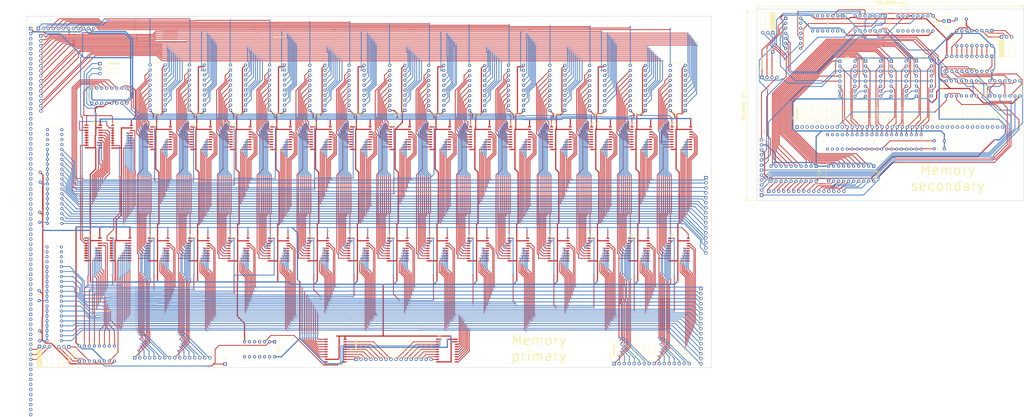
<source format=kicad_pcb>
(kicad_pcb (version 20211014) (generator pcbnew)
  (title_block (title "Memory") (date "2022-02-16") (rev "Rev v0.4") (comment 2 "https://github.com/jufo-ufo/Breadboard-Computer/blob/specification-finish/LICENSE") (comment 3 "License: Apache License 2.0") (comment 4 "Author: Simon Walter"))
  (layers (0 "F.Cu" signal) (31 "B.Cu" signal) (34 "B.Paste" user) (35 "F.Paste" user) (36 "B.SilkS" user "B.Silkscreen") (37 "F.SilkS" user "F.Silkscreen") (38 "B.Mask" user) (39 "F.Mask" user) (44 "Edge.Cuts" user))
  (net 0 "")
  (net 1 "Net-(D1-Pad1)")
  (net 2 "Net-(D1-Pad2)")
  (net 3 "Net-(J1-Pad1)")
  (net 4 "Net-(J1-Pad2)")
  (net 5 "Net-(J1-Pad3)")
  (net 6 "Net-(J1-Pad4)")
  (net 7 "Net-(J1-Pad5)")
  (net 8 "Net-(J1-Pad6)")
  (net 9 "Net-(J1-Pad7)")
  (net 10 "Net-(J1-Pad8)")
  (net 11 "Net-(J1-Pad9)")
  (net 12 "Net-(J1-Pad10)")
  (net 13 "Net-(J1-Pad11)")
  (net 14 "Net-(J1-Pad12)")
  (net 15 "Net-(J1-Pad13)")
  (net 16 "Net-(J1-Pad14)")
  (net 17 "Net-(J1-Pad15)")
  (net 18 "Net-(J1-Pad16)")
  (net 19 "Net-(J2-Pad1)")
  (net 20 "Net-(J2-Pad2)")
  (net 21 "Net-(J2-Pad3)")
  (net 22 "Net-(J2-Pad4)")
  (net 23 "Net-(J2-Pad5)")
  (net 24 "Net-(J2-Pad6)")
  (net 25 "Net-(J2-Pad7)")
  (net 26 "Net-(J2-Pad8)")
  (net 27 "Net-(J2-Pad9)")
  (net 28 "Net-(J2-Pad10)")
  (net 29 "Net-(J2-Pad11)")
  (net 30 "Net-(J2-Pad12)")
  (net 31 "Net-(J2-Pad13)")
  (net 32 "Net-(J2-Pad14)")
  (net 33 "Net-(J2-Pad15)")
  (net 34 "Net-(J2-Pad16)")
  (net 35 "Net-(J3-Pad1)")
  (net 36 "Net-(J3-Pad2)")
  (net 37 "Net-(J3-Pad3)")
  (net 40 "WE")
  (net 41 "Net-(J4-Pad11)")
  (net 42 "Net-(J4-Pad12)")
  (net 43 "Net-(J4-Pad13)")
  (net 44 "Net-(J4-Pad14)")
  (net 45 "Net-(J4-Pad15)")
  (net 46 "Net-(J4-Pad16)")
  (net 47 "Net-(J4-Pad17)")
  (net 48 "Net-(J4-Pad18)")
  (net 49 "Net-(J4-Pad19)")
  (net 50 "Net-(J4-Pad20)")
  (net 51 "Net-(J4-Pad21)")
  (net 52 "Net-(J4-Pad22)")
  (net 53 "Net-(J4-Pad23)")
  (net 54 "Net-(J4-Pad24)")
  (net 55 "Net-(J4-Pad25)")
  (net 56 "Net-(J4-Pad26)")
  (net 57 "/Dec")
  (net 58 "/Inc")
  (net 59 "/Const_Reg")
  (net 60 "/Zero_One")
  (net 61 "GND")
  (net 62 "+5V")
  (net 63 "Net-(J6-Pad3)")
  (net 64 "Net-(J6-Pad4)")
  (net 65 "S_Sup")
  (net 66 "R_Sup")
  (net 67 "Net-(J7-Pad1)")
  (net 68 "Net-(J7-Pad2)")
  (net 69 "Net-(J7-Pad3)")
  (net 70 "Net-(J8-Pad1)")
  (net 71 "Net-(J8-Pad2)")
  (net 72 "Net-(J8-Pad3)")
  (net 73 "Net-(J9-Pad1)")
  (net 74 "Net-(J9-Pad2)")
  (net 75 "Net-(J9-Pad3)")
  (net 76 "Net-(J9-Pad4)")
  (net 77 "Net-(J9-Pad5)")
  (net 78 "Net-(J9-Pad6)")
  (net 79 "Net-(J9-Pad7)")
  (net 80 "Net-(J9-Pad8)")
  (net 81 "Net-(J9-Pad9)")
  (net 82 "Net-(J9-Pad10)")
  (net 83 "Net-(J9-Pad11)")
  (net 84 "Net-(J9-Pad12)")
  (net 85 "Net-(J9-Pad13)")
  (net 86 "Net-(J9-Pad14)")
  (net 87 "Net-(J9-Pad15)")
  (net 88 "Net-(J9-Pad16)")
  (net 89 "Net-(J11-Pad1)")
  (net 90 "Net-(J11-Pad2)")
  (net 91 "Net-(J11-Pad3)")
  (net 92 "Net-(J11-Pad4)")
  (net 93 "Net-(J11-Pad5)")
  (net 94 "Net-(J11-Pad6)")
  (net 95 "Net-(J11-Pad7)")
  (net 96 "Net-(J11-Pad8)")
  (net 97 "Net-(J11-Pad9)")
  (net 98 "Net-(J11-Pad10)")
  (net 99 "Net-(J11-Pad11)")
  (net 100 "Net-(J11-Pad12)")
  (net 101 "Net-(J11-Pad13)")
  (net 102 "Net-(J11-Pad14)")
  (net 103 "Net-(J11-Pad15)")
  (net 104 "Net-(J11-Pad16)")
  (net 105 "Net-(J12-Pad1)")
  (net 106 "Net-(J12-Pad2)")
  (net 107 "Net-(J12-Pad3)")
  (net 108 "Net-(J12-Pad4)")
  (net 109 "Net-(J12-Pad5)")
  (net 110 "Net-(J12-Pad6)")
  (net 111 "Net-(J12-Pad7)")
  (net 112 "Net-(J12-Pad8)")
  (net 113 "Net-(J12-Pad9)")
  (net 114 "Net-(J12-Pad10)")
  (net 115 "Net-(J12-Pad11)")
  (net 116 "Net-(J12-Pad12)")
  (net 117 "Net-(J12-Pad13)")
  (net 118 "Net-(J12-Pad14)")
  (net 119 "Net-(J12-Pad15)")
  (net 120 "Net-(J12-Pad16)")
  (net 121 "Net-(R1-Pad2)")
  (net 122 "Net-(R2-Pad2)")
  (net 123 "Net-(R3-Pad2)")
  (net 124 "Net-(R4-Pad2)")
  (net 125 "Net-(R5-Pad2)")
  (net 126 "Net-(R6-Pad2)")
  (net 127 "Net-(U1-Pad3)")
  (net 128 "Net-(U1-Pad5)")
  (net 129 "Net-(U1-Pad6)")
  (net 130 "Net-(U1-Pad8)")
  (net 131 "Net-(U1-Pad10)")
  (net 148 "Net-(U4-Pad7)")
  (net 149 "Net-(U4-Pad9)")
  (net 150 "Net-(U4-Pad10)")
  (net 151 "Net-(U4-Pad11)")
  (net 152 "Net-(U4-Pad12)")
  (net 153 "Net-(U4-Pad13)")
  (net 154 "Net-(U4-Pad14)")
  (net 155 "Net-(U4-Pad15)")
  (net 156 "Net-(J10-Pad1)")
  (net 157 "Net-(J10-Pad2)")
  (net 158 "Net-(U11-Pad7)")
  (net 159 "Net-(J10-Pad3)")
  (net 160 "Net-(J10-Pad4)")
  (net 161 "Net-(U6-Pad1)")
  (net 162 "Net-(U27-Pad12)")
  (net 163 "Net-(U24-Pad13)")
  (net 164 "Net-(U24-Pad10)")
  (net 165 "Net-(U24-Pad5)")
  (net 166 "Net-(U24-Pad2)")
  (net 167 "Net-(U13-Pad13)")
  (net 168 "Net-(U13-Pad10)")
  (net 170 "Net-(U11-Pad4)")
  (net 171 "Net-(U11-Pad1)")
  (net 172 "Net-(U11-Pad13)")
  (net 173 "Net-(U11-Pad10)")
  (net 174 "Net-(U12-Pad11)")
  (net 175 "Net-(J10-Pad5)")
  (net 176 "Net-(J10-Pad6)")
  (net 177 "Net-(J10-Pad7)")
  (net 178 "Net-(J10-Pad8)")
  (net 179 "Net-(J10-Pad9)")
  (net 180 "Net-(J10-Pad10)")
  (net 181 "Net-(J10-Pad11)")
  (net 190 "Net-(U14-Pad1)")
  (net 191 "Net-(U10-Pad3)")
  (net 192 "Net-(U10-Pad1)")
  (net 193 "Net-(U11-Pad9)")
  (net 194 "Net-(U12-Pad2)")
  (net 195 "Net-(U12-Pad3)")
  (net 196 "Net-(U12-Pad4)")
  (net 197 "Net-(U12-Pad5)")
  (net 198 "Net-(J10-Pad12)")
  (net 199 "Net-(J10-Pad13)")
  (net 200 "Net-(J10-Pad14)")
  (net 201 "Net-(J10-Pad15)")
  (net 202 "Net-(J10-Pad16)")
  (net 203 "Net-(J13-Pad1)")
  (net 204 "Net-(J13-Pad2)")
  (net 205 "Net-(J13-Pad3)")
  (net 206 "Net-(J13-Pad4)")
  (net 207 "Net-(J13-Pad5)")
  (net 208 "Net-(J13-Pad6)")
  (net 209 "Net-(J13-Pad7)")
  (net 210 "Net-(U13-Pad12)")
  (net 211 "Net-(J13-Pad8)")
  (net 212 "Net-(J13-Pad9)")
  (net 213 "Net-(U16-Pad7)")
  (net 214 "Net-(U16-Pad9)")
  (net 215 "Net-(U16-Pad10)")
  (net 216 "Net-(U16-Pad11)")
  (net 217 "Net-(U16-Pad12)")
  (net 218 "Net-(U16-Pad13)")
  (net 219 "Net-(U16-Pad14)")
  (net 220 "Net-(U17-Pad7)")
  (net 221 "Net-(U17-Pad9)")
  (net 222 "Net-(U17-Pad10)")
  (net 223 "Net-(U17-Pad11)")
  (net 224 "Net-(U17-Pad12)")
  (net 225 "Net-(U17-Pad13)")
  (net 226 "Net-(U17-Pad14)")
  (net 227 "Net-(U19-Pad9)")
  (net 229 "Net-(J13-Pad10)")
  (net 230 "Net-(J13-Pad11)")
  (net 231 "Net-(J13-Pad12)")
  (net 232 "Net-(J13-Pad13)")
  (net 233 "Net-(J13-Pad14)")
  (net 234 "Net-(U27-Pad5)")
  (net 235 "Net-(U28-Pad12)")
  (net 236 "Net-(U28-Pad13)")
  (net 237 "Net-(U28-Pad14)")
  (net 238 "Net-(U28-Pad15)")
  (net 239 "Net-(U28-Pad16)")
  (net 240 "Net-(U28-Pad17)")
  (net 241 "Net-(U28-Pad18)")
  (net 242 "Net-(U28-Pad19)")
  (net 243 "Net-(U29-Pad3)")
  (net 244 "Net-(U33-Pad12)")
  (net 245 "Net-(U33-Pad13)")
  (net 246 "Net-(U33-Pad14)")
  (net 247 "Net-(U33-Pad15)")
  (net 248 "Net-(U33-Pad16)")
  (net 249 "Net-(U33-Pad17)")
  (net 250 "Net-(U33-Pad18)")
  (net 251 "Net-(U33-Pad19)")
  (net 252 "Net-(U36-Pad12)")
  (net 253 "Net-(U36-Pad13)")
  (net 254 "Net-(U36-Pad14)")
  (net 255 "Net-(U36-Pad15)")
  (net 256 "Net-(U36-Pad16)")
  (net 257 "Net-(U36-Pad17)")
  (net 258 "Net-(U36-Pad18)")
  (net 259 "Net-(U36-Pad19)")
  (net 260 "Net-(U39-Pad12)")
  (net 261 "Net-(U39-Pad13)")
  (net 262 "Net-(U39-Pad14)")
  (net 263 "Net-(U39-Pad15)")
  (net 264 "Net-(U39-Pad16)")
  (net 265 "Net-(U39-Pad17)")
  (net 266 "Net-(U39-Pad18)")
  (net 267 "Net-(U39-Pad19)")
  (net 268 "Net-(U42-Pad12)")
  (net 269 "Net-(U42-Pad13)")
  (net 270 "Net-(U42-Pad14)")
  (net 271 "Net-(U42-Pad15)")
  (net 272 "Net-(U42-Pad16)")
  (net 273 "Net-(U42-Pad17)")
  (net 274 "Net-(U42-Pad18)")
  (net 275 "Net-(U42-Pad19)")
  (net 276 "Net-(U45-Pad12)")
  (net 277 "Net-(U45-Pad13)")
  (net 278 "Net-(U45-Pad14)")
  (net 279 "Net-(U45-Pad15)")
  (net 280 "Net-(U45-Pad16)")
  (net 281 "Net-(U45-Pad17)")
  (net 282 "Net-(U45-Pad18)")
  (net 283 "Net-(U45-Pad19)")
  (net 284 "Net-(U48-Pad12)")
  (net 285 "Net-(U48-Pad13)")
  (net 286 "Net-(U48-Pad14)")
  (net 287 "Net-(U48-Pad15)")
  (net 288 "Net-(U48-Pad16)")
  (net 289 "Net-(U48-Pad17)")
  (net 290 "Net-(U48-Pad18)")
  (net 291 "Net-(U48-Pad19)")
  (net 292 "Net-(U51-Pad12)")
  (net 293 "Net-(U51-Pad13)")
  (net 294 "Net-(U51-Pad14)")
  (net 295 "Net-(U51-Pad15)")
  (net 296 "Net-(U51-Pad16)")
  (net 297 "Net-(U51-Pad17)")
  (net 298 "Net-(U51-Pad18)")
  (net 299 "Net-(U51-Pad19)")
  (net 300 "Net-(U54-Pad12)")
  (net 301 "Net-(U54-Pad13)")
  (net 302 "Net-(U54-Pad14)")
  (net 303 "Net-(U54-Pad15)")
  (net 304 "Net-(U54-Pad16)")
  (net 305 "Net-(U54-Pad17)")
  (net 306 "Net-(U54-Pad18)")
  (net 307 "Net-(U54-Pad19)")
  (net 308 "Net-(U57-Pad12)")
  (net 309 "Net-(U57-Pad13)")
  (net 310 "Net-(U57-Pad14)")
  (net 311 "Net-(U57-Pad15)")
  (net 312 "Net-(U57-Pad16)")
  (net 313 "Net-(U57-Pad17)")
  (net 314 "Net-(U57-Pad18)")
  (net 315 "Net-(U57-Pad19)")
  (net 318 "Net-(J13-Pad15)")
  (net 319 "Net-(J13-Pad16)")
  (net 320 "Net-(J14-Pad1)")
  (net 321 "Net-(J14-Pad2)")
  (net 322 "Net-(J14-Pad3)")
  (net 323 "Net-(J14-Pad4)")
  (net 324 "Net-(J14-Pad5)")
  (net 325 "Net-(J14-Pad6)")
  (net 326 "Net-(J14-Pad7)")
  (net 327 "Net-(J14-Pad8)")
  (net 328 "Net-(J15-Pad1)")
  (net 329 "Net-(J15-Pad2)")
  (net 330 "Net-(J15-Pad3)")
  (net 331 "Net-(J15-Pad4)")
  (net 332 "Net-(J15-Pad5)")
  (net 333 "Net-(J15-Pad6)")
  (net 334 "Net-(J15-Pad8)")
  (net 335 "Net-(J15-Pad9)")
  (net 336 "Net-(U19-Pad1)")
  (net 337 "Net-(U19-Pad13)")
  (net 338 "Net-(U19-Pad10)")
  (net 339 "Net-(U23-Pad4)")
  (net 340 "Net-(U23-Pad1)")
  (net 341 "Net-(U23-Pad13)")
  (net 342 "Net-(U23-Pad10)")
  (net 343 "Net-(U19-Pad4)")
  (net 344 "Net-(J15-Pad12)")
  (net 345 "Net-(U27-Pad10)")
  (net 347 "Net-(U16-Pad5)")
  (net 348 "Net-(J6-Pad67)")
  (net 349 "Net-(J6-Pad66)")
  (net 350 "Net-(J6-Pad65)")
  (footprint "Package_DIP:DIP-20_W7.62mm_Socket" (layer "F.Cu") (at 241.1376 82.7482 180)
    (fp_text reference "U45")
    (fp_text value "74HC573")
  )
  (footprint "Connector_PinHeader_2.54mm:PinHeader_1x03_P2.54mm_Horizontal" (layer "F.Cu") (at 66.9 59.028)
    (fp_text reference "J8")
    (fp_text value "A_Sel")
  )
  (footprint "Connector_PinSocket_2.54mm:PinSocket_1x03_P2.54mm_Horizontal" (layer "F.Cu") (at 36.296 202.383 90)
    (fp_text reference "J18")
    (fp_text value "Sup_Conn_main")
  )
  (footprint "Package_SO:SO-20_12.8x7.5mm_P1.27mm" (layer "F.Cu") (at 217.893207 153.256162)
    (fp_text reference "U44")
    (fp_text value "74HC541")
  )
  (footprint "Computer_Component_Library:SRGB_2000" (layer "F.Cu") (at 43.97 116.013 180)
    (fp_text reference "U2")
    (fp_text value "SRGB_Bar_2000")
  )
  (footprint "Connector_PinHeader_2.54mm:PinHeader_1x04_P2.54mm_Horizontal" (layer "F.Cu") (at 402.389511 66.027011 90)
    (fp_text reference "J5")
    (fp_text value "Conn_01x04_Female")
  )
  (footprint "Package_DIP:DIP-20_W7.62mm_Socket" (layer "F.Cu") (at 459.034511 110.972011 -90)
    (fp_text reference "U12")
    (fp_text value "74HC573")
  )
  (footprint "Package_DIP:DIP-20_W7.62mm_Socket" (layer "F.Cu") (at 180.926207 82.719352 180)
    (fp_text reference "U36")
    (fp_text value "74HC573")
  )
  (footprint "Package_SO:SO-20_12.8x7.5mm_P1.27mm" (layer "F.Cu") (at 339.974717 153.256162)
    (fp_text reference "U62")
    (fp_text value "74HC541")
  )
  (footprint "Connector_PinHeader_2.54mm:PinHeader_1x03_P2.54mm_Horizontal" (layer "F.Cu") (at 51.166 202.590489 -90)
    (fp_text reference "J7")
    (fp_text value "B_Sel")
  )
  (footprint "Connector_PinSocket_2.54mm:PinSocket_1x16_P2.54mm_Vertical" (layer "F.Cu") (at 37.0074 44.9072)
    (fp_text reference "J13")
    (fp_text value "Conn_01x16_Female")
  )
  (footprint "Package_SO:SO-20_12.8x7.5mm_P1.27mm" (layer "F.Cu") (at 319.527717 153.256162)
    (fp_text reference "U59")
    (fp_text value "74HC541")
  )
  (footprint "Connector_PinHeader_2.54mm:PinHeader_1x16_P2.54mm_Horizontal" (layer "F.Cu") (at 196.681207 208.885162 90)
    (fp_text reference "J11")
    (fp_text value "Const_In")
  )
  (footprint "Package_DIP:DIP-20_W7.62mm_Socket" (layer "F.Cu") (at 429.869511 111.002011 -90)
    (fp_text reference "U7")
    (fp_text value "74HC573")
  )
  (footprint "Computer_Component_Library:PinHeader_1x42_P2.54mm_Horizontal" (layer "F.Cu") (at 420.189511 91.152011 90)
    (fp_text reference "J4")
    (fp_text value "AM-Connector")
  )
  (footprint "Connector_PinSocket_2.54mm:PinSocket_1x16_P2.54mm_Vertical" (layer "F.Cu") (at 84.543207 208.088417 90)
    (fp_text reference "J9")
    (fp_text value "Conn_01x16_Female")
  )
  (footprint "Package_DIP:DIP-14_W7.62mm_Socket" (layer "F.Cu") (at 443.314511 34.852011 -90)
    (fp_text reference "U68")
    (fp_text value "74LS00")
  )
  (footprint "Connector_PinSocket_2.54mm:PinSocket_1x01_P2.54mm_Vertical" (layer "F.Cu") (at 407.845 52.93 90)
    (fp_text reference "J16")
    (fp_text value "Conn_01x01_Female")
  )
  (footprint "Package_DIP:DIP-14_W7.62mm_Socket" (layer "F.Cu") (at 155.446 199.983 -90)
    (fp_text reference "U29")
    (fp_text value "74HC00")
  )
  (footprint "Package_DIP:DIP-16_W7.62mm_Socket" (layer "F.Cu") (at 56.505 209.749489 90)
    (fp_text reference "U16")
    (fp_text value "74HC137")
  )
  (footprint "Package_DIP:DIP-14_W7.62mm_Socket" (layer "F.Cu") (at 414.389511 36.027011)
    (fp_text reference "U1")
    (fp_text value "74LS32")
  )
  (footprint "Package_DIP:DIP-20_W7.62mm_Socket" (layer "F.Cu") (at 261.867207 82.851352 180)
    (fp_text reference "U48")
    (fp_text value "74HC573")
  )
  (footprint "Package_DIP:DIP-20_W7.62mm_Socket" (layer "F.Cu") (at 200.8024 82.6974 180)
    (fp_text reference "U39")
    (fp_text value "74HC573")
  )
  (footprint "Package_SO:SO-20_12.8x7.5mm_P1.27mm" (layer "F.Cu") (at 178.904207 96.821352)
    (fp_text reference "U37")
    (fp_text value "74HC541")
  )
  (footprint "Package_SO:SO-20_12.8x7.5mm_P1.27mm" (layer "F.Cu") (at 186.346207 204.434162 180)
    (fp_text reference "U63")
    (fp_text value "74HC541")
  )
  (footprint "Resistor_THT:R_Axial_DIN0309_L9.0mm_D3.2mm_P5.08mm_Vertical" (layer "F.Cu") (at 494.829511 98.152011 180)
    (fp_text reference "R6")
    (fp_text value "220")
  )
  (footprint "Package_SO:SO-20_12.8x7.5mm_P1.27mm" (layer "F.Cu") (at 117.055207 153.256162)
    (fp_text reference "U26")
    (fp_text value "74HC541")
  )
  (footprint "Package_SO:SO-20_12.8x7.5mm_P1.27mm" (layer "F.Cu") (at 278.980207 153.256162)
    (fp_text reference "U53")
    (fp_text value "74HC541")
  )
  (footprint "Package_SO:SO-20_12.8x7.5mm_P1.27mm" (layer "F.Cu") (at 96.608207 153.256162)
    (fp_text reference "U21")
    (fp_text value "74HC541")
  )
  (footprint "Package_DIP:DIP-20_W7.62mm_Socket" (layer "F.Cu") (at 119.878 82.5958 180)
    (fp_text reference "U22")
    (fp_text value "74HC573")
  )
  (footprint "Connector_PinHeader_2.54mm:PinHeader_1x16_P2.54mm_Vertical" (layer "F.Cu") (at 371.502717 173.010162)
    (fp_text reference "J2")
    (fp_text value "B_Out")
  )
  (footprint "Connector_PinSocket_2.54mm:PinSocket_1x01_P2.54mm_Vertical" (layer "F.Cu") (at 130.321 211.283)
    (fp_text reference "J17")
    (fp_text value "Conn_01x01_Female")
  )
  (footprint "Package_DIP:DIP-16_W7.62mm_Socket" (layer "F.Cu") (at 62.766 79.069 90)
    (fp_text reference "U17")
    (fp_text value "74HC137")
  )
  (footprint "Computer_Component_Library:SRGB_2000" (layer "F.Cu") (at 43.749 175.399 180)
    (fp_text reference "U3")
    (fp_text value "SRGB_Bar_2000")
  )
  (footprint "Package_SO:SO-20_12.8x7.5mm_P1.27mm" (layer "F.Cu") (at 237.959207 153.256162)
    (fp_text reference "U47")
    (fp_text value "74HC541")
  )
  (footprint "Package_SO:SO-20_12.8x7.5mm_P1.27mm" (layer "F.Cu") (at 299.334717 153.256162)
    (fp_text reference "U56")
    (fp_text value "74HC541")
  )
  (footprint "Connector_PinHeader_2.54mm:PinHeader_1x16_P2.54mm_Horizontal" (layer "F.Cu") (at 327.500717 211.0363 90)
    (fp_text reference "J12")
    (fp_text value "Flag_Out")
  )
  (footprint "Package_SO:SO-20_12.8x7.5mm_P1.27mm" (layer "F.Cu") (at 258.533207 153.256162)
    (fp_text reference "U50")
    (fp_text value "74HC541")
  )
  (footprint "Connector_PinSocket_2.54mm:PinSocket_1x12_P2.54mm_Vertical" (layer "F.Cu") (at 35.7324 41.2246 90)
    (fp_text reference "J15")
    (fp_text value "Conn_01x12_Female")
  )
  (footprint "Package_SO:SO-20_12.8x7.5mm_P1.27mm" (layer "F.Cu") (at 177.507207 153.256162)
    (fp_text reference "U38")
    (fp_text value "74HC541")
  )
  (footprint "Package_DIP:DIP-20_W7.62mm_Socket" (layer "F.Cu") (at 99.9644 82.5958 180)
    (fp_text reference "U18")
    (fp_text value "74HC573")
  )
  (footprint "Package_DIP:DIP-16_W7.62mm_Socket" (layer "F.Cu") (at 467.889511 57.752011)
    (fp_text reference "U19")
    (fp_text value "74HC283")
  )
  (footprint "Package_SO:SO-20_12.8x7.5mm_P1.27mm" (layer "F.Cu") (at 360.294717 153.256162)
    (fp_text reference "U66")
    (fp_text value "74HC541")
  )
  (footprint "Package_DIP:DIP-16_W7.62mm_Socket" (layer "F.Cu") (at 480.689511 57.652011)
    (fp_text reference "U23")
    (fp_text value "74HC283")
  )
  (footprint "Package_SO:SO-20_12.8x7.5mm_P1.27mm" (layer "F.Cu") (at 118.198207 96.821352)
    (fp_text reference "U25")
    (fp_text value "74HC541")
  )
  (footprint "Connector_PinHeader_2.54mm:PinHeader_1x16_P2.54mm_Vertical" (layer "F.Cu") (at 374.002717 116.869352)
    (fp_text reference "J1")
    (fp_text value "A_Out")
  )
  (footprint "Package_DIP:DIP-20_W7.62mm_Socket" (layer "F.Cu") (at 221.439207 82.719352 180)
    (fp_text reference "U42")
    (fp_text value "74HC573")
  )
  (footprint "Resistor_THT:R_Axial_DIN0309_L9.0mm_D3.2mm_P5.08mm_Vertical" (layer "F.Cu") (at 494.829511 102.152011 180)
    (fp_text reference "R5")
    (fp_text value "220")
  )
  (footprint "Package_SO:SO-20_12.8x7.5mm_P1.27mm" (layer "F.Cu") (at 97.878207 96.821352)
    (fp_text reference "U20")
    (fp_text value "74HC541")
  )
  (footprint "Package_SO:SO-20_5.3x12.6mm_P1.27mm" (layer "F.Cu") (at 63.401 153.15681)
    (fp_text reference "U10")
    (fp_text value "74HC541")
  )
  (footprint "Package_SO:SO-20_12.8x7.5mm_P1.27mm" (layer "F.Cu") (at 158.711207 96.821352)
    (fp_text reference "U34")
    (fp_text value "74HC541")
  )
  (footprint "Resistor_THT:R_Axial_DIN0309_L9.0mm_D3.2mm_P5.08mm_Vertical" (layer "F.Cu") (at 505.985 36.43 180)
    (fp_text reference "R7")
    (fp_text value "220")
  )
  (footprint "Package_SO:SO-20_12.8x7.5mm_P1.27mm" (layer "F.Cu") (at 320.85197 96.821352)
    (fp_text reference "U58")
    (fp_text value "74HC541")
  )
  (footprint "Resistor_THT:R_Axial_DIN0309_L9.0mm_D3.2mm_P5.08mm_Vertical" (layer "F.Cu") (at 36.412244 134.363244 -90)
    (fp_text reference "R1")
    (fp_text value "220")
  )
  (footprint "Package_SO:SO-20_12.8x7.5mm_P1.27mm" (layer "F.Cu") (at 77.371 153.15681)
    (fp_text reference "U15")
    (fp_text value "74HC541")
  )
  (footprint "Package_SO:SO-20_12.8x7.5mm_P1.27mm" (layer "F.Cu") (at 279.869207 96.821352)
    (fp_text reference "U52")
    (fp_text value "74HC541")
  )
  (footprint "Package_SO:SO-20_5.3x12.6mm_P1.27mm" (layer "F.Cu") (at 63.655 95.96)
    (fp_text reference "U9")
    (fp_text value "74HC541")
  )
  (footprint "Package_DIP:DIP-20_W7.62mm_Socket" (layer "F.Cu") (at 160.4672 82.592352 180)
    (fp_text reference "U33")
    (fp_text value "74HC573")
  )
  (footprint "Package_SO:SO-20_12.8x7.5mm_P1.27mm" (layer "F.Cu") (at 259.549207 96.821352)
    (fp_text reference "U49")
    (fp_text value "74HC541")
  )
  (footprint "Package_DIP:DIP-14_W7.62mm_Socket" (layer "F.Cu") (at 464.814511 34.852011 -90)
    (fp_text reference "U27")
    (fp_text value "74LS08")
  )
  (footprint "Package_SO:SO-20_12.8x7.5mm_P1.27mm" (layer "F.Cu") (at 361.564717 96.821352)
    (fp_text reference "U65")
    (fp_text value "74HC541")
  )
  (footprint "Package_DIP:DIP-20_W7.62mm_Socket" (layer "F.Cu") (at 343.302717 82.784352 180)
    (fp_text reference "U60")
    (fp_text value "74HC573")
  )
  (footprint "Package_DIP:DIP-20_W7.62mm_Socket" (layer "F.Cu") (at 322.692717 82.846352 180)
    (fp_text reference "U57")
    (fp_text value "74HC573")
  )
  (footprint "Computer_Component_Library:PinHeader_1x78_P2.54mm_Horizontal" (layer "F.Cu") (at 31.821 41.283)
    (fp_text reference "J6")
    (fp_text value "Bus_Connector")
  )
  (footprint "Package_SO:SO-20_12.8x7.5mm_P1.27mm" (layer "F.Cu") (at 138.264207 96.821352)
    (fp_text reference "U31")
    (fp_text value "74HC541")
  )
  (footprint "Package_SO:SO-20_12.8x7.5mm_P1.27mm" (layer "F.Cu") (at 157.441207 153.256162)
    (fp_text reference "U35")
    (fp_text value "74HC541")
  )
  (footprint "Package_SO:SO-20_12.8x7.5mm_P1.27mm" (layer "F.Cu") (at 300.53197 96.821352)
    (fp_text reference "U55")
    (fp_text value "74HC541")
  )
  (footprint "Resistor_THT:R_Axial_DIN0309_L9.0mm_D3.2mm_P5.08mm_Vertical" (layer "F.Cu") (at 36.409 194.421084 -90)
    (fp_text reference "R2")
    (fp_text value "220")
  )
  (footprint "Package_SO:SO-20_12.8x7.5mm_P1.27mm" (layer "F.Cu") (at 78.133 96.087)
    (fp_text reference "U14")
    (fp_text value "74HC541")
  )
  (footprint "Package_DIP:DIP-20_W7.62mm_Socket" (layer "F.Cu") (at 140.706 82.592352 180)
    (fp_text reference "U28")
    (fp_text value "74HC573")
  )
  (footprint "Package_SO:SO-20_12.8x7.5mm_P1.27mm" (layer "F.Cu") (at 199.097207 96.821352)
    (fp_text reference "U40")
    (fp_text value "74HC541")
  )
  (footprint "Package_SO:SO-20_12.8x7.5mm_P1.27mm" (layer "F.Cu") (at 239.356207 96.821352)
    (fp_text reference "U46")
    (fp_text value "74HC541")
  )
  (footprint "Package_SO:SO-20_12.8x7.5mm_P1.27mm" (layer "F.Cu") (at 341.244717 96.821352)
    (fp_text reference "U61")
    (fp_text value "74HC541")
  )
  (footprint "Package_DIP:DIP-16_W7.62mm_Socket" (layer "F.Cu") (at 441.889511 57.752011)
    (fp_text reference "U5")
    (fp_text value "74HC283")
  )
  (footprint "Package_DIP:DIP-16_W7.62mm_Socket" (layer "F.Cu") (at 518.904511 42.329511 -90)
    (fp_text reference "U4")
    (fp_text value "74HC137")
  )
  (footprint "Resistor_THT:R_Axial_DIN0309_L9.0mm_D3.2mm_P5.08mm_Vertical" (layer "F.Cu") (at 36.129 174.021 -90)
    (fp_text reference "R4")
    (fp_text value "220")
  )
  (footprint "Package_DIP:DIP-16_W7.62mm_Socket" (layer "F.Cu") (at 489.089511 34.852011 -90)
    (fp_text reference "U30")
    (fp_text value "4027")
  )
  (footprint "Resistor_THT:R_Axial_DIN0309_L9.0mm_D3.2mm_P5.08mm_Vertical" (layer "F.Cu") (at 36.666244 114.043244 -90)
    (fp_text reference "R3")
    (fp_text value "220")
  )
  (footprint "Connector_PinSocket_2.54mm:PinSocket_1x03_P2.54mm_Horizontal" (layer "F.Cu") (at 407.87 43.33 -90)
    (fp_text reference "J19")
    (fp_text value "Sup_Conn_Sec")
  )
  (footprint "Connector_PinSocket_2.54mm:PinSocket_1x03_P2.54mm_Horizontal" (layer "F.Cu") (at 523.82 45.53 90)
    (fp_text reference "J3")
    (fp_text value "D_Sel")
  )
  (footprint "Package_DIP:DIP-14_W7.62mm_Socket" (layer "F.Cu") (at 517.879511 75.429511 90)
    (fp_text reference "U24")
    (fp_text value "74LS08")
  )
  (footprint "Package_SO:SO-20_12.8x7.5mm_P1.27mm" (layer "F.Cu") (at 242.734207 204.434162)
    (fp_text reference "U67")
    (fp_text value "74HC541")
  )
  (footprint "Package_SO:SO-20_12.8x7.5mm_P1.27mm" (layer "F.Cu") (at 219.036207 96.821352)
    (fp_text reference "U43")
    (fp_text value "74HC541")
  )
  (footprint "Package_DIP:DIP-20_W7.62mm_Socket" (layer "F.Cu") (at 518.929511 55.329511 -90)
    (fp_text reference "U6")
    (fp_text value "74HC540")
  )
  (footprint "Package_DIP:DIP-20_W7.62mm_Socket" (layer "F.Cu") (at 363.552717 82.784352 180)
    (fp_text reference "U64")
    (fp_text value "74HC573")
  )
  (footprint "Package_DIP:DIP-14_W7.62mm_Socket" (layer "F.Cu") (at 495.879511 75.429511 90)
    (fp_text reference "U13")
    (fp_text value "74LS08")
  )
  (footprint "Computer_Component_Library:SRGB_2000" (layer "F.Cu") (at 459.119511 98.702011 -90)
    (fp_text reference "U8")
    (fp_text value "SRGB_Bar_2000")
  )
  (footprint "LED_THT:LED_D5.0mm" (layer "F.Cu") (at 497.12 37.43 180)
    (fp_text reference "D1")
    (fp_text value "LED")
  )
  (footprint "Package_DIP:DIP-20_W7.62mm_Socket" (layer "F.Cu") (at 281.5744 82.6974 180)
    (fp_text reference "U51")
    (fp_text value "74HC573")
  )
  (footprint "Package_DIP:DIP-16_W7.62mm_Socket" (layer "F.Cu") (at 454.889511 57.752011)
    (fp_text reference "U11")
    (fp_text value "74HC283")
  )
  (footprint "Package_SO:SO-20_12.8x7.5mm_P1.27mm" (layer "F.Cu") (at 197.827207 153.191162)
    (fp_text reference "U41")
    (fp_text value "74HC541")
  )
  (footprint "Package_SO:SO-20_12.8x7.5mm_P1.27mm" (layer "F.Cu") (at 137.16 153.2636)
    (fp_text reference "U32")
    (fp_text value "74HC541")
  )
  (footprint "Package_DIP:DIP-20_W7.62mm_Socket" (layer "F.Cu") (at 302.509717 82.724352 180)
    (fp_text reference "U54")
    (fp_text value "74HC573")
  )
  (footprint "Connector_PinSocket_2.54mm:PinSocket_1x12_P2.54mm_Vertical" (layer "B.Cu") (at 402.189511 125.652011)
    (fp_text reference "J14")
    (fp_text value "Conn_01x12_Male")
  )
  (footprint "Connector_PinSocket_2.54mm:PinSocket_1x16_P2.54mm_Vertical" (layer "B.Cu") (at 405.7904 123.698 -90)
    (fp_text reference "J10")
    (fp_text value "Conn_01x16_Male")
  )
  (gr_rect (start 399.845 128.379) (end 535.108 31.414) (layer "Edge.Cuts") (width 0.2) (fill none))
  (gr_rect (start 29.746 35) (end 376.71 213.07) (layer "Edge.Cuts") (width 0.2) (fill none))
  (gr_text "Memory\nsecondary" (at 496.465 116.94) (layer "F.SilkS") (effects (font (size 5 5) (thickness 0.5))))
  (gr_text "Memory\nprimary" (at 289.341 203.143) (layer "F.SilkS") (effects (font (size 5 5) (thickness 0.5))))
  (dimension (type aligned) (layer "F.SilkS") (pts (xy 399.845 32.43) (xy 535.108 32.43)) (height -2.43) (gr_text "135.2630 mm" (at 467.4765 28.2) (layer "F.SilkS") (effects (font (size 1.5 1.5) (thickness 0.3)))) (format (units 3) (units_format 1) (precision 4)) (style (thickness 0.2) (arrow_length 1.27) (text_position_mode 0) (extension_height 0.58642) (extension_offset 0.5) keep_text_aligned))
  (dimension (type aligned) (layer "F.SilkS") (pts (xy 399.845 32.43) (xy 399.845 128.379)) (height 4.845) (gr_text "95.9490 mm" (at 393.2 80.4045 90) (layer "F.SilkS") (effects (font (size 1.5 1.5) (thickness 0.3)))) (format (units 3) (units_format 1) (precision 4)) (style (thickness 0.2) (arrow_length 1.27) (text_position_mode 0) (extension_height 0.58642) (extension_offset 0.5) keep_text_aligned))
  (segment (start 500.905 36.43) (end 499.905 37.43) (width 0.4) (layer "F.Cu") (net 1))
  (segment (start 499.905 37.43) (end 497.12 37.43) (width 0.4) (layer "F.Cu") (net 1))
  (segment (start 494.58 37.43) (end 491.6675 37.43) (width 0.4) (layer "F.Cu") (net 2))
  (segment (start 491.6675 37.43) (end 489.089511 34.852011) (width 0.4) (layer "F.Cu") (net 2))
  (segment (start 457.79001 40.051512) (end 460.689511 37.152011) (width 0.4) (layer "F.Cu") (net 2))
  (segment (start 463.574022 33.5525) (end 462.274511 34.852011) (width 0.4) (layer "F.Cu") (net 2))
  (segment (start 409.088196 48.93) (end 414.744501 54.586305) (width 0.4) (layer "F.Cu") (net 2))
  (segment (start 408.845 48.93) (end 409.088196 48.93) (width 0.4) (layer "F.Cu") (net 2))
  (segment (start 444.189511 45.652011) (end 449.79001 40.051512) (width 0.4) (layer "F.Cu") (net 2))
  (segment (start 414.744501 61.597021) (end 414.689511 61.652011) (width 0.4) (layer "F.Cu") (net 2))
  (segment (start 414.689511 65.652011) (end 414.689511 61.652011) (width 0.4) (layer "F.Cu") (net 2))
  (segment (start 487.79 33.5525) (end 463.574022 33.5525) (width 0.4) (layer "F.Cu") (net 2))
  (segment (start 489.089511 34.852011) (end 487.79 33.5525) (width 0.4) (layer "F.Cu") (net 2))
  (segment (start 414.744501 54.586305) (end 414.744501 61.597021) (width 0.4) (layer "F.Cu") (net 2))
  (segment (start 404.689511 98.652011) (end 404.689511 102.152011) (width 0.4) (layer "F.Cu") (net 2))
  (segment (start 449.79001 40.051512) (end 457.79001 40.051512) (width 0.4) (layer "F.Cu") (net 2))
  (segment (start 412.689511 67.652011) (end 414.689511 65.652011) (width 0.4) (layer "F.Cu") (net 2))
  (via (at 404.689511 102.152011) (size 0.8) (drill 0.4) (layers "F.Cu" "B.Cu") (net 2))
  (via (at 460.689511 37.152011) (size 0.8) (drill 0.4) (layers "F.Cu" "B.Cu") (net 2))
  (via (at 444.189511 45.652011) (size 0.8) (drill 0.4) (layers "F.Cu" "B.Cu") (net 2))
  (via (at 404.689511 98.652011) (size 0.8) (drill 0.4) (layers "F.Cu" "B.Cu") (net 2))
  (via (at 412.689511 67.652011) (size 0.8) (drill 0.4) (layers "F.Cu" "B.Cu") (net 2))
  (via (at 408.845 48.93) (size 0.8) (drill 0.4) (layers "F.Cu" "B.Cu") (net 2))
  (via (at 414.689511 61.652011) (size 0.8) (drill 0.4) (layers "F.Cu" "B.Cu") (net 2))
  (segment (start 404.689511 75.652011) (end 412.689511 67.652011) (width 0.4) (layer "B.Cu") (net 2))
  (segment (start 404.689511 102.832011) (end 404.689511 102.152011) (width 0.4) (layer "B.Cu") (net 2))
  (segment (start 414.689511 61.652011) (end 430.689511 45.652011) (width 0.4) (layer "B.Cu") (net 2))
  (segment (start 460.689511 37.152011) (end 460.689511 36.437011) (width 0.4) (layer "B.Cu") (net 2))
  (segment (start 460.689511 36.437011) (end 462.274511 34.852011) (width 0.4) (layer "B.Cu") (net 2))
  (segment (start 407.87 43.33) (end 408.845 44.305) (width 0.4) (layer "B.Cu") (net 2))
  (segment (start 430.689511 45.652011) (end 444.189511 45.652011) (width 0.4) (layer "B.Cu") (net 2))
  (segment (start 404.689511 98.652011) (end 404.689511 75.652011) (width 0.4) (layer "B.Cu") (net 2))
  (segment (start 402.189511 105.332011) (end 404.689511 102.832011) (width 0.4) (layer "B.Cu") (net 2))
  (segment (start 408.845 44.305) (end 408.845 48.93) (width 0.4) (layer "B.Cu") (net 2))
  (segment (start 265.310284 93.645073) (end 264.345284 93.645073) (width 0.4) (layer "F.Cu") (net 3))
  (segment (start 105.908736 95.902392) (end 103.620696 93.614352) (width 0.4) (layer "F.Cu") (net 3))
  (segment (start 69.526182 117.7855) (end 69.526182 117.016248) (width 0.4) (layer "F.Cu") (net 3))
  (segment (start 224.162284 107.942613) (end 224.162284 117.404562) (width 0.4) (layer "F.Cu") (net 3))
  (segment (start 183.816696 107.908892) (end 186.866736 104.858852) (width 0.4) (layer "F.Cu") (net 3))
  (segment (start 183.816696 107.908892) (end 183.816696 117.370841) (width 0.4) (layer "F.Cu") (net 3))
  (segment (start 346.208206 117.405841) (end 346.832717 118.030352) (width 0.4) (layer "F.Cu") (net 3))
  (segment (start 308.545499 104.893852) (end 308.545499 95.934392) (width 0.4) (layer "F.Cu") (net 3))
  (segment (start 305.495459 107.943892) (end 308.545499 104.893852) (width 0.4) (layer "F.Cu") (net 3))
  (segment (start 143.453326 107.956499) (end 146.503366 104.906459) (width 0.4) (layer "F.Cu") (net 3))
  (segment (start 227.212324 104.892573) (end 227.212324 95.933113) (width 0.4) (layer "F.Cu") (net 3))
  (segment (start 144.215326 93.658959) (end 143.250326 93.658959) (width 0.4) (layer "F.Cu") (net 3))
  (segment (start 71.783 99.151) (end 71.783 96.595) (width 0.4) (layer "F.Cu") (net 3))
  (segment (start 224.924284 93.645073) (end 223.959284 93.645073) (width 0.4) (layer "F.Cu") (net 3))
  (segment (start 71.783 93.801) (end 71.783 96.595) (width 0.4) (layer "F.Cu") (net 3))
  (segment (start 264.548284 107.942613) (end 267.598324 104.892573) (width 0.4) (layer "F.Cu") (net 3))
  (segment (start 69.526182 117.016248) (end 71.815675 114.726755) (width 0.4) (layer "F.Cu") (net 3))
  (segment (start 105.908736 104.861852) (end 105.908736 95.902392) (width 0.4) (layer "F.Cu") (net 3))
  (segment (start 346.208206 107.943892) (end 349.258246 104.893852) (width 0.4) (layer "F.Cu") (net 3))
  (segment (start 183.816696 117.370841) (end 184.441207 117.995352) (width 0.4) (layer "F.Cu") (net 3))
  (segment (start 227.212324 95.933113) (end 224.924284 93.645073) (width 0.4) (layer "F.Cu") (net 3))
  (segment (start 349.258246 104.893852) (end 349.258246 95.934392) (width 0.4) (layer "F.Cu") (net 3))
  (segment (start 267.598324 95.933113) (end 265.310284 93.645073) (width 0.4) (layer "F.Cu") (net 3))
  (segment (start 349.258246 95.934392) (end 346.970206 93.646352) (width 0.4) (layer "F.Cu") (net 3))
  (segment (start 305.495459 117.405841) (end 306.11997 118.030352) (width 0.4) (layer "F.Cu") (net 3))
  (segment (start 102.858696 117.508539) (end 102.858696 107.911892) (width 0.4) (layer "F.Cu") (net 3))
  (segment (start 186.866736 95.899392) (end 184.578696 93.611352) (width 0.4) (layer "F.Cu") (net 3))
  (segment (start 67.1175 92.785) (end 70.767 92.785) (width 0.4) (layer "F.Cu") (net 3))
  (segment (start 224.162284 117.404562) (end 224.786795 118.029073) (width 0.4) (layer "F.Cu") (net 3))
  (segment (start 143.453326 117.418448) (end 144.077837 118.042959) (width 0.4) (layer "F.Cu") (net 3))
  (segment (start 267.598324 104.892573) (end 267.598324 95.933113) (width 0.4) (layer "F.Cu") (net 3))
  (segment (start 224.162284 107.942613) (end 227.212324 104.892573) (width 0.4) (layer "F.Cu") (net 3))
  (segment (start 103.620696 93.614352) (end 102.655696 93.614352) (width 0.4) (layer "F.Cu") (net 3))
  (segment (start 184.578696 93.611352) (end 183.613696 93.611352) (width 0.4) (layer "F.Cu") (net 3))
  (segment (start 306.257459 93.646352) (end 305.292459 93.646352) (width 0.4) (layer "F.Cu") (net 3))
  (segment (start 264.548284 117.404562) (end 265.172795 118.029073) (width 0.4) (layer "F.Cu") (net 3))
  (segment (start 146.503366 104.906459) (end 146.503366 95.946999) (width 0.4) (layer "F.Cu") (net 3))
  (segment (start 70.767 92.785) (end 71.783 93.801) (width 0.4) (layer "F.Cu") (net 3))
  (segment (start 143.453326 107.956499) (end 143.453326 117.418448) (width 0.4) (layer "F.Cu") (net 3))
  (segment (start 346.970206 93.646352) (end 346.005206 93.646352) (width 0.4) (layer "F.Cu") (net 3))
  (segment (start 71.792777 99.160777) (end 71.783 99.151) (width 0.4) (layer "F.Cu") (net 3))
  (segment (start 346.208206 107.943892) (end 346.208206 117.405841) (width 0.4) (layer "F.Cu") (net 3))
  (segment (start 264.548284 107.942613) (end 264.548284 117.404562) (width 0.4) (layer "F.Cu") (net 3))
  (segment (start 305.495459 107.943892) (end 305.495459 117.405841) (width 0.4) (layer "F.Cu") (net 3))
  (segment (start 186.866736 104.858852) (end 186.866736 95.899392) (width 0.4) (layer "F.Cu") (net 3))
  (segment (start 102.999509 117.649352) (end 102.858696 117.508539) (width 0.4) (layer "F.Cu") (net 3))
  (segment (start 71.792777 99.160777) (end 71.792777 114.697587) (width 0.4) (layer "F.Cu") (net 3))
  (segment (start 146.503366 95.946999) (end 144.215326 93.658959) (width 0.4) (layer "F.Cu") (net 3))
  (segment (start 102.858696 107.911892) (end 105.908736 104.861852) (width 0.4) (layer "F.Cu") (net 3))
  (segment (start 308.545499 95.934392) (end 306.257459 93.646352) (width 0.4) (layer "F.Cu") (net 3))
  (via (at 224.786795 118.029073) (size 0.8) (drill 0.4) (layers "F.Cu" "B.Cu") (net 3))
  (via (at 306.11997 118.030352) (size 0.8) (drill 0.4) (layers "F.Cu" "B.Cu") (net 3))
  (via (at 265.172795 118.029073) (size 0.8) (drill 0.4) (layers "F.Cu" "B.Cu") (net 3))
  (via (at 144.077837 118.042959) (size 0.8) (drill 0.4) (layers "F.Cu" "B.Cu") (net 3))
  (via (at 184.441207 117.995352) (size 0.8) (drill 0.4) (layers "F.Cu" "B.Cu") (net 3))
  (via (at 346.832717 118.030352) (size 0.8) (drill 0.4) (layers "F.Cu" "B.Cu") (net 3))
  (via (at 69.526182 117.7855) (size 0.8) (drill 0.4) (layers "F.Cu" "B.Cu") (net 3))
  (via (at 102.999509 117.649352) (size 0.8) (drill 0.4) (layers "F.Cu" "B.Cu") (net 3))
  (segment (start 93.179207 117.522352) (end 96.372247 117.522352) (width 0.4) (layer "B.Cu") (net 3))
  (segment (start 55.31448 117.21048) (end 58.12652 117.21048) (width 0.4) (layer "B.Cu") (net 3))
  (segment (start 83.362568 117.957832) (end 92.743727 117.957832) (width 0.4) (layer "B.Cu") (net 3))
  (segment (start 47.62 102.513) (end 54.257 109.15) (width 0.4) (layer "B.Cu") (net 3))
  (segment (start 58.90152 117.98548) (end 83.33492 117.98548) (width 0.4) (layer "B.Cu") (net 3))
  (segment (start 96.807727 117.957832) (end 112.555727 117.957832) (width 0.4) (layer "B.Cu") (net 3))
  (segment (start 112.555727 117.957832) (end 112.991207 117.522352) (width 0.4) (layer "B.Cu") (net 3))
  (segment (start 54.257 116.153) (end 55.31448 117.21048) (width 0.4) (layer "B.Cu") (net 3))
  (segment (start 118.087819 117.522352) (end 118.595819 118.030352) (width 0.4) (layer "B.Cu") (net 3))
  (segment (start 96.372247 117.522352) (end 96.807727 117.957832) (width 0.4) (layer "B.Cu") (net 3))
  (segment (start 58.12652 117.21048) (end 58.90152 117.98548) (width 0.4) (layer "B.Cu") (net 3))
  (segment (start 373.206101 118.030352) (end 374.169185 117.067268) (width 0.4) (layer "B.Cu") (net 3))
  (segment (start 112.991207 117.522352) (end 118.087819 117.522352) (width 0.4) (layer "B.Cu") (net 3))
  (segment (start 54.257 109.15) (end 54.257 116.153) (width 0.4) (layer "B.Cu") (net 3))
  (segment (start 83.33492 117.98548) (end 83.362568 117.957832) (width 0.4) (layer "B.Cu") (net 3))
  (segment (start 92.743727 117.957832) (end 93.179207 117.522352) (width 0.4) (layer "B.Cu") (net 3))
  (segment (start 118.595819 118.030352) (end 346.832717 118.030352) (width 0.4) (layer "B.Cu") (net 3))
  (segment (start 346.832717 118.030352) (end 373.206101 118.030352) (width 0.4) (layer "B.Cu") (net 3))
  (segment (start 264.345284 94.915073) (end 265.373784 94.915073) (width 0.4) (layer "F.Cu") (net 4))
  (segment (start 223.403597 119.211707) (end 223.757879 119.565989) (width 0.4) (layer "F.Cu") (net 4))
  (segment (start 186.167215 104.569103) (end 183.058009 107.678309) (width 0.4) (layer "F.Cu") (net 4))
  (segment (start 68.188266 116.626266) (end 68.188266 119.422416) (width 0.4) (layer "F.Cu") (net 4))
  (segment (start 68.188266 119.422416) (end 68.35035 119.5845) (width 0.4) (layer "F.Cu") (net 4))
  (segment (start 223.403597 107.71203) (end 223.403597 119.211707) (width 0.4) (layer "F.Cu") (net 4))
  (segment (start 103.684196 94.884352) (end 102.655696 94.884352) (width 0.4) (layer "F.Cu") (net 4))
  (segment (start 69.878 94.055) (end 71.042777 95.219777) (width 0.4) (layer "F.Cu") (net 4))
  (segment (start 266.898803 104.602824) (end 263.789597 107.71203) (width 0.4) (layer "F.Cu") (net 4))
  (segment (start 102.100009 107.681309) (end 105.209215 104.572103) (width 0.4) (layer "F.Cu") (net 4))
  (segment (start 71.042777 95.219777) (end 71.042777 113.771755) (width 0.4) (layer "F.Cu") (net 4))
  (segment (start 183.613696 94.881352) (end 184.642196 94.881352) (width 0.4) (layer "F.Cu") (net 4))
  (segment (start 183.058009 119.177986) (end 183.412291 119.532268) (width 0.4) (layer "F.Cu") (net 4))
  (segment (start 305.292459 94.916352) (end 306.320959 94.916352) (width 0.4) (layer "F.Cu") (net 4))
  (segment (start 226.512803 104.602824) (end 223.403597 107.71203) (width 0.4) (layer "F.Cu") (net 4))
  (segment (start 224.987784 94.915073) (end 226.512804 96.440093) (width 0.4) (layer "F.Cu") (net 4))
  (segment (start 102.454291 119.670852) (end 102.100009 119.31657) (width 0.4) (layer "F.Cu") (net 4))
  (segment (start 345.449519 119.212986) (end 345.803801 119.567268) (width 0.4) (layer "F.Cu") (net 4))
  (segment (start 265.373784 94.915073) (end 266.898804 96.440093) (width 0.4) (layer "F.Cu") (net 4))
  (segment (start 183.058009 107.678309) (end 183.058009 119.177986) (width 0.4) (layer "F.Cu") (net 4))
  (segment (start 307.845979 96.441372) (end 307.845978 104.604103) (width 0.4) (layer "F.Cu") (net 4))
  (segment (start 105.209215 104.572103) (end 105.209216 96.409372) (width 0.4) (layer "F.Cu") (net 4))
  (segment (start 105.209216 96.409372) (end 103.684196 94.884352) (width 0.4) (layer "F.Cu") (net 4))
  (segment (start 263.789597 119.211707) (end 264.143879 119.565989) (width 0.4) (layer "F.Cu") (net 4))
  (segment (start 186.167216 96.406372) (end 186.167215 104.569103) (width 0.4) (layer "F.Cu") (net 4))
  (segment (start 143.250326 94.928959) (end 144.278826 94.928959) (width 0.4) (layer "F.Cu") (net 4))
  (segment (start 145.803845 104.61671) (end 142.694639 107.725916) (width 0.4) (layer "F.Cu") (net 4))
  (segment (start 102.100009 119.31657) (end 102.100009 107.681309) (width 0.4) (layer "F.Cu") (net 4))
  (segment (start 306.320959 94.916352) (end 307.845979 96.441372) (width 0.4) (layer "F.Cu") (net 4))
  (segment (start 145.803846 96.453979) (end 145.803845 104.61671) (width 0.4) (layer "F.Cu") (net 4))
  (segment (start 71.042777 113.771755) (end 68.188266 116.626266) (width 0.4) (layer "F.Cu") (net 4))
  (segment (start 263.789597 107.71203) (end 263.789597 119.211707) (width 0.4) (layer "F.Cu") (net 4))
  (segment (start 347.033706 94.916352) (end 348.558726 96.441372) (width 0.4) (layer "F.Cu") (net 4))
  (segment (start 304.736772 119.212986) (end 305.091054 119.567268) (width 0.4) (layer "F.Cu") (net 4))
  (segment (start 348.558726 96.441372) (end 348.558725 104.604103) (width 0.4) (layer "F.Cu") (net 4))
  (segment (start 184.642196 94.881352) (end 186.167216 96.406372) (width 0.4) (layer "F.Cu") (net 4))
  (segment (start 346.005206 94.916352) (end 347.033706 94.916352) (width 0.4) (layer "F.Cu") (net 4))
  (segment (start 142.694639 119.225593) (end 143.048921 119.579875) (width 0.4) (layer "F.Cu") (net 4))
  (segment (start 348.558725 104.604103) (end 345.449519 107.713309) (width 0.4) (layer "F.Cu") (net 4))
  (segment (start 67.1175 94.055) (end 69.878 94.055) (width 0.4) (layer "F.Cu") (net 4))
  (segment (start 144.278826 94.928959) (end 145.803846 96.453979) (width 0.4) (layer "F.Cu") (net 4))
  (segment (start 345.449519 107.713309) (end 345.449519 119.212986) (width 0.4) (layer "F.Cu") (net 4))
  (segment (start 223.959284 94.915073) (end 224.987784 94.915073) (width 0.4) (layer "F.Cu") (net 4))
  (segment (start 226.512804 96.440093) (end 226.512803 104.602824) (width 0.4) (layer "F.Cu") (net 4))
  (segment (start 304.736772 107.713309) (end 304.736772 119.212986) (width 0.4) (layer "F.Cu") (net 4))
  (segment (start 142.694639 107.725916) (end 142.694639 119.225593) (width 0.4) (layer "F.Cu") (net 4))
  (segment (start 307.845978 104.604103) (end 304.736772 107.713309) (width 0.4) (layer "F.Cu") (net 4))
  (segment (start 266.898804 96.440093) (end 266.898803 104.602824) (width 0.4) (layer "F.Cu") (net 4))
  (via (at 264.143879 119.565989) (size 0.8) (drill 0.4) (layers "F.Cu" "B.Cu") (net 4))
  (via (at 102.454291 119.670852) (size 0.8) (drill 0.4) (layers "F.Cu" "B.Cu") (net 4))
  (via (at 345.803801 119.567268) (size 0.8) (drill 0.4) (layers "F.Cu" "B.Cu") (net 4))
  (via (at 223.757879 119.565989) (size 0.8) (drill 0.4) (layers "F.Cu" "B.Cu") (net 4))
  (via (at 143.048921 119.579875) (size 0.8) (drill 0.4) (layers "F.Cu" "B.Cu") (net 4))
  (via (at 68.35035 119.5845) (size 0.8) (drill 0.4) (layers "F.Cu" "B.Cu") (net 4))
  (via (at 305.091054 119.567268) (size 0.8) (drill 0.4) (layers "F.Cu" "B.Cu") (net 4))
  (via (at 183.412291 119.532268) (size 0.8) (drill 0.4) (layers "F.Cu" "B.Cu") (net 4))
  (segment (start 345.803801 119.567268) (end 84.657291 119.567268) (width 0.4) (layer "B.Cu") (net 4))
  (segment (start 53.471 119.581916) (end 53.471 110.864) (width 0.4) (layer "B.Cu") (net 4))
  (segment (start 85.359084 119.594916) (end 53.484 119.594916) (width 0.4) (layer "B.Cu") (net 4))
  (segment (start 53.484 119.594916) (end 53.471 119.581916) (width 0.4) (layer "B.Cu") (net 4))
  (segment (start 374.169185 119.567268) (end 345.803801 119.567268) (width 0.4) (layer "B.Cu") (net 4))
  (segment (start 53.471 110.864) (end 47.62 105.013) (width 0.4) (layer "B.Cu") (net 4))
  (segment (start 104.509696 96.916352) (end 103.747696 96.154352) (width 0.4) (layer "F.Cu") (net 5))
  (segment (start 263.090094 121.534372) (end 263.090094 107.422263) (width 0.4) (layer "F.Cu") (net 5))
  (segment (start 307.146459 104.314352) (end 307.146459 96.948352) (width 0.4) (layer "F.Cu") (net 5))
  (segment (start 304.037269 107.423542) (end 307.146459 104.314352) (width 0.4) (layer "F.Cu") (net 5))
  (segment (start 141.995136 107.436149) (end 141.995136 121.457136) (width 0.4) (layer "F.Cu") (net 5))
  (segment (start 225.813284 104.313073) (end 225.813284 96.947073) (width 0.4) (layer "F.Cu") (net 5))
  (segment (start 101.705207 121.808352) (end 101.400506 121.503651) (width 0.4) (layer "F.Cu") (net 5))
  (segment (start 70.343257 96.298257) (end 70.343257 101.851698) (width 0.4) (layer "F.Cu") (net 5))
  (segment (start 67.1175 95.325) (end 69.37 95.325) (width 0.4) (layer "F.Cu") (net 5))
  (segment (start 70.343266 113.471266) (end 67.211 116.603532) (width 0.4) (layer "F.Cu") (net 5))
  (segment (start 263.394795 121.839073) (end 263.090094 121.534372) (width 0.4) (layer "F.Cu") (net 5))
  (segment (start 223.008795 121.839073) (end 222.704094 121.534372) (width 0.4) (layer "F.Cu") (net 5))
  (segment (start 345.054717 121.840352) (end 344.750016 121.535651) (width 0.4) (layer "F.Cu") (net 5))
  (segment (start 222.704094 121.534372) (end 222.704094 107.422263) (width 0.4) (layer "F.Cu") (net 5))
  (segment (start 185.467696 104.279352) (end 185.467696 96.913352) (width 0.4) (layer "F.Cu") (net 5))
  (segment (start 185.467696 96.913352) (end 184.705696 96.151352) (width 0.4) (layer "F.Cu") (net 5))
  (segment (start 104.509696 104.282352) (end 104.509696 96.916352) (width 0.4) (layer "F.Cu") (net 5))
  (segment (start 145.104326 96.960959) (end 145.104326 104.326959) (width 0.4) (layer "F.Cu") (net 5))
  (segment (start 184.705696 96.151352) (end 183.613696 96.151352) (width 0.4) (layer "F.Cu") (net 5))
  (segment (start 144.342326 96.198959) (end 145.104326 96.960959) (width 0.4) (layer "F.Cu") (net 5))
  (segment (start 141.995136 121.457136) (end 142.371 121.833) (width 0.4) (layer "F.Cu") (net 5))
  (segment (start 347.097206 96.186352) (end 346.005206 96.186352) (width 0.4) (layer "F.Cu") (net 5))
  (segment (start 182.358506 107.388542) (end 185.467696 104.279352) (width 0.4) (layer "F.Cu") (net 5))
  (segment (start 344.750016 121.535651) (end 344.750016 107.423542) (width 0.4) (layer "F.Cu") (net 5))
  (segment (start 143.250326 96.198959) (end 144.342326 96.198959) (width 0.4) (layer "F.Cu") (net 5))
  (segment (start 103.747696 96.154352) (end 102.655696 96.154352) (width 0.4) (layer "F.Cu") (net 5))
  (segment (start 225.813284 96.947073) (end 225.051284 96.185073) (width 0.4) (layer "F.Cu") (net 5))
  (segment (start 304.037269 121.535651) (end 304.037269 107.423542) (width 0.4) (layer "F.Cu") (net 5))
  (segment (start 101.400506 121.503651) (end 101.400506 107.391542) (width 0.4) (layer "F.Cu") (net 5))
  (segment (start 266.199284 104.313073) (end 266.199284 96.947073) (width 0.4) (layer "F.Cu") (net 5))
  (segment (start 67.211 116.603532) (end 67.211 121.868) (width 0.4) (layer "F.Cu") (net 5))
  (segment (start 265.437284 96.185073) (end 264.345284 96.185073) (width 0.4) (layer "F.Cu") (net 5))
  (segment (start 347.859206 104.314352) (end 347.859206 96.948352) (width 0.4) (layer "F.Cu") (net 5))
  (segment (start 182.358506 121.500651) (end 182.358506 107.388542) (width 0.4) (layer "F.Cu") (net 5))
  (segment (start 266.199284 96.947073) (end 265.437284 96.185073) (width 0.4) (layer "F.Cu") (net 5))
  (segment (start 307.146459 96.948352) (end 306.384459 96.186352) (width 0.4) (layer "F.Cu") (net 5))
  (segment (start 70.343266 101.851707) (end 70.343266 113.471266) (width 0.4) (layer "F.Cu") (net 5))
  (segment (start 306.384459 96.186352) (end 305.292459 96.186352) (width 0.4) (layer "F.Cu") (net 5))
  (segment (start 225.051284 96.185073) (end 223.959284 96.185073) (width 0.4) (layer "F.Cu") (net 5))
  (segment (start 182.663207 121.805352) (end 182.358506 121.500651) (width 0.4) (layer "F.Cu") (net 5))
  (segment (start 69.37 95.325) (end 70.343257 96.298257) (width 0.4) (layer "F.Cu") (net 5))
  (segment (start 101.400506 107.391542) (end 104.509696 104.282352) (width 0.4) (layer "F.Cu") (net 5))
  (segment (start 145.104326 104.326959) (end 141.995136 107.436149) (width 0.4) (layer "F.Cu") (net 5))
  (segment (start 222.704094 107.422263) (end 225.813284 104.313073) (width 0.4) (layer "F.Cu") (net 5))
  (segment (start 347.859206 96.948352) (end 347.097206 96.186352) (width 0.4) (layer "F.Cu") (net 5))
  (segment (start 344.750016 107.423542) (end 347.859206 104.314352) (width 0.4) (layer "F.Cu") (net 5))
  (segment (start 304.34197 121.840352) (end 304.037269 121.535651) (width 0.4) (layer "F.Cu") (net 5))
  (segment (start 70.343257 101.851698) (end 70.343266 101.851707) (width 0.4) (layer "F.Cu") (net 5))
  (segment (start 263.090094 107.422263) (end 266.199284 104.313073) (width 0.4) (layer "F.Cu") (net 5))
  (via (at 304.34197 121.840352) (size 0.8) (drill 0.4) (layers "F.Cu" "B.Cu") (net 5))
  (via (at 67.211 121.868) (size 0.8) (drill 0.4) (layers "F.Cu" "B.Cu") (net 5))
  (via (at 182.663207 121.805352) (size 0.8) (drill 0.4) (layers "F.Cu" "B.Cu") (net 5))
  (via (at 263.394795 121.839073) (size 0.8) (drill 0.4) (layers "F.Cu" "B.Cu") (net 5))
  (via (at 142.371 121.833) (size 0.8) (drill 0.4) (layers "F.Cu" "B.Cu") (net 5))
  (via (at 345.054717 121.840352) (size 0.8) (drill 0.4) (layers "F.Cu" "B.Cu") (net 5))
  (via (at 101.705207 121.808352) (size 0.8) (drill 0.4) (layers "F.Cu" "B.Cu") (net 5))
  (via (at 223.008795 121.839073) (size 0.8) (drill 0.4) (layers "F.Cu" "B.Cu") (net 5))
  (segment (start 373.537683 122.107268) (end 374.169185 122.107268) (width 0.4) (layer "B.Cu") (net 5))
  (segment (start 85.372 121.868) (end 53.381 121.868) (width 0.4) (layer "B.Cu") (net 5))
  (segment (start 345.054717 121.840352) (end 373.270767 121.840352) (width 0.4) (layer "B.Cu") (net 5))
  (segment (start 52.721675 112.614675) (end 47.62 107.513) (width 0.4) (layer "B.Cu") (net 5))
  (segment (start 345.054717 121.840352) (end 84.543207 121.840352) (width 0.4) (layer "B.Cu") (net 5))
  (segment (start 373.270767 121.840352) (end 373.537683 122.107268) (width 0.4) (layer "B.Cu") (net 5))
  (segment (start 53.381 121.868) (end 52.721675 121.208675) (width 0.4) (layer "B.Cu") (net 5))
  (segment (start 52.721675 121.208675) (end 52.721675 112.614675) (width 0.4) (layer "B.Cu") (net 5))
  (segment (start 183.486696 97.548352) (end 183.613696 97.421352) (width 0.4) (layer "F.Cu") (net 6))
  (segment (start 262.390583 106.18408) (end 262.390583 123.247861) (width 0.4) (layer "F.Cu") (net 6))
  (segment (start 345.878206 97.583352) (end 346.005206 97.456352) (width 0.4) (layer "F.Cu") (net 6))
  (segment (start 141.391315 106.102276) (end 141.295625 106.197966) (width 0.4) (layer "F.Cu") (net 6))
  (segment (start 181.657696 97.548352) (end 183.486696 97.548352) (width 0.4) (layer "F.Cu") (net 6))
  (segment (start 303.433448 106.089669) (end 303.337758 106.185359) (width 0.4) (layer "F.Cu") (net 6))
  (segment (start 222.004583 106.18408) (end 222.004583 123.247861) (width 0.4) (layer "F.Cu") (net 6))
  (segment (start 344.049206 97.583352) (end 345.878206 97.583352) (width 0.4) (layer "F.Cu") (net 6))
  (segment (start 305.165459 97.583352) (end 305.292459 97.456352) (width 0.4) (layer "F.Cu") (net 6))
  (segment (start 222.003284 97.582073) (end 222.129005 97.456352) (width 0.4) (layer "F.Cu") (net 6))
  (segment (start 69.643755 97.376755) (end 69.643755 104.631755) (width 0.4) (layer "F.Cu") (net 6))
  (segment (start 69.643757 113.170775) (end 66.188266 116.626266) (width 0.4) (layer "F.Cu") (net 6))
  (segment (start 222.004583 123.247861) (end 222.500795 123.744073) (width 0.4) (layer "F.Cu") (net 6))
  (segment (start 100.796685 106.057669) (end 100.700995 106.153359) (width 0.4) (layer "F.Cu") (net 6))
  (segment (start 181.658995 106.150359) (end 181.658995 123.21414) (width 0.4) (layer "F.Cu") (net 6))
  (segment (start 181.658995 123.21414) (end 182.155207 123.710352) (width 0.4) (layer "F.Cu") (net 6))
  (segment (start 303.337758 106.185359) (end 303.337758 123.24914) (width 0.4) (layer "F.Cu") (net 6))
  (segment (start 100.700995 106.153359) (end 100.700995 123.21714) (width 0.4) (layer "F.Cu") (net 6))
  (segment (start 69.643755 104.631755) (end 69.643757 113.170775) (width 0.4) (layer "F.Cu") (net 6))
  (segment (start 102.528696 97.551352) (end 102.655696 97.424352) (width 0.4) (layer "F.Cu") (net 6))
  (segment (start 181.754685 106.054669) (end 181.658995 106.150359) (width 0.4) (layer "F.Cu") (net 6))
  (segment (start 222.129005 97.456352) (end 223.958005 97.456352) (width 0.4) (layer "F.Cu") (net 6))
  (segment (start 303.337758 123.24914) (end 303.83397 123.745352) (width 0.4) (layer "F.Cu") (net 6))
  (segment (start 223.958005 97.456352) (end 223.959284 97.455073) (width 0.4) (layer "F.Cu") (net 6))
  (segment (start 262.389284 97.582073) (end 264.218284 97.582073) (width 0.4) (layer "F.Cu") (net 6))
  (segment (start 262.486273 106.08839) (end 262.390583 106.18408) (width 0.4) (layer "F.Cu") (net 6))
  (segment (start 141.295625 123.261747) (end 141.791837 123.757959) (width 0.4) (layer "F.Cu") (net 6))
  (segment (start 66.188266 116.626266) (end 66.188266 123.773) (width 0.4) (layer "F.Cu") (net 6))
  (segment (start 303.336459 97.583352) (end 305.165459 97.583352) (width 0.4) (layer "F.Cu") (net 6))
  (segment (start 100.700995 123.21714) (end 101.197207 123.713352) (width 0.4) (layer "F.Cu") (net 6))
  (segment (start 143.123326 97.595959) (end 143.250326 97.468959) (width 0.4) (layer "F.Cu") (net 6))
  (segment (start 68.862 96.595) (end 69.643755 97.376755) (width 0.4) (layer "F.Cu") (net 6))
  (segment (start 344.146195 106.089669) (end 344.050505 106.185359) (width 0.4) (layer "F.Cu") (net 6))
  (segment (start 222.100273 106.08839) (end 222.004583 106.18408) (width 0.4) (layer "F.Cu") (net 6))
  (segment (start 344.050505 123.24914) (end 344.546717 123.745352) (width 0.4) (layer "F.Cu") (net 6))
  (segment (start 67.1175 96.595) (end 68.862 96.595) (width 0.4) (layer "F.Cu") (net 6))
  (segment (start 141.294326 97.595959) (end 143.123326 97.595959) (width 0.4) (layer "F.Cu") (net 6))
  (segment (start 100.699696 97.551352) (end 102.528696 97.551352) (width 0.4) (layer "F.Cu") (net 6))
  (segment (start 344.050505 106.185359) (end 344.050505 123.24914) (width 0.4) (layer "F.Cu") (net 6))
  (segment (start 262.390583 123.247861) (end 262.886795 123.744073) (width 0.4) (layer "F.Cu") (net 6))
  (segment (start 264.218284 97.582073) (end 264.345284 97.455073) (width 0.4) (layer "F.Cu") (net 6))
  (segment (start 141.295625 106.197966) (end 141.295625 123.261747) (width 0.4) (layer "F.Cu") (net 6))
  (via (at 262.886795 123.744073) (size 0.8) (drill 0.4) (layers "F.Cu" "B.Cu") (net 6))
  (via (at 100.796685 106.057669) (size 0.8) (drill 0.4) (layers "F.Cu" "B.Cu") (net 6))
  (via (at 303.336459 97.583352) (size 0.8) (drill 0.4) (layers "F.Cu" "B.Cu") (net 6))
  (via (at 344.049206 97.583352) (size 0.8) (drill 0.4) (layers "F.Cu" "B.Cu") (net 6))
  (via (at 181.754685 106.054669) (size 0.8) (drill 0.4) (layers "F.Cu" "B.Cu") (net 6))
  (via (at 262.486273 106.08839) (size 0.8) (drill 0.4) (layers "F.Cu" "B.Cu") (net 6))
  (via (at 182.155207 123.710352) (size 0.8) (drill 0.4) (layers "F.Cu" "B.Cu") (net 6))
  (via (at 344.146195 106.089669) (size 0.8) (drill 0.4) (layers "F.Cu" "B.Cu") (net 6))
  (via (at 344.546717 123.745352) (size 0.8) (drill 0.4) (layers "F.Cu" "B.Cu") (net 6))
  (via (at 66.188266 123.773) (size 0.8) (drill 0.4) (layers "F.Cu" "B.Cu") (net 6))
  (via (at 181.657696 97.548352) (size 0.8) (drill 0.4) (layers "F.Cu" "B.Cu") (net 6))
  (via (at 141.791837 123.757959) (size 0.8) (drill 0.4) (layers "F.Cu" "B.Cu") (net 6))
  (via (at 100.699696 97.551352) (size 0.8) (drill 0.4) (layers "F.Cu" "B.Cu") (net 6))
  (via (at 222.500795 123.744073) (size 0.8) (drill 0.4) (layers "F.Cu" "B.Cu") (net 6))
  (via (at 303.83397 123.745352) (size 0.8) (drill 0.4) (layers "F.Cu" "B.Cu") (net 6))
  (via (at 101.197207 123.713352) (size 0.8) (drill 0.4) (layers "F.Cu" "B.Cu") (net 6))
  (via (at 303.433448 106.089669) (size 0.8) (drill 0.4) (layers "F.Cu" "B.Cu") (net 6))
  (via (at 141.294326 97.595959) (size 0.8) (drill 0.4) (layers "F.Cu" "B.Cu") (net 6))
  (via (at 262.389284 97.582073) (size 0.8) (drill 0.4) (layers "F.Cu" "B.Cu") (net 6))
  (via (at 222.003284 97.582073) (size 0.8) (drill 0.4) (layers "F.Cu" "B.Cu") (net 6))
  (via (at 141.391315 106.102276) (size 0.8) (drill 0.4) (layers "F.Cu" "B.Cu") (net 6))
  (via (at 222.100273 106.08839) (size 0.8) (drill 0.4) (layers "F.Cu" "B.Cu") (net 6))
  (segment (start 303.336459 97.583352) (end 303.53849 97.785383) (width 0.4) (layer "B.Cu") (net 6))
  (segment (start 303.53849 97.785383) (end 303.53849 105.984627) (width 0.4) (layer "B.Cu") (net 6))
  (segment (start 303.53849 105.984627) (end 303.433448 106.089669) (width 0.4) (layer "B.Cu") (net 6))
  (segment (start 203.777882 123.699107) (end 203.731637 123.745352) (width 0.4) (layer "B.Cu") (net 6))
  (segment (start 344.251237 105.984627) (end 344.146195 106.089669) (width 0.4) (layer "B.Cu") (net 6))
  (segment (start 181.859727 105.949627) (end 181.754685 106.054669) (width 0.4) (layer "B.Cu") (net 6))
  (segment (start 262.591315 105.983348) (end 262.486273 106.08839) (width 0.4) (layer "B.Cu") (net 6))
  (segment (start 141.496357 105.997234) (end 141.391315 106.102276) (width 0.4) (layer "B.Cu") (net 6))
  (segment (start 222.205315 97.784104) (end 222.205315 105.983348) (width 0.4) (layer "B.Cu") (net 6))
  (segment (start 262.591315 97.784104) (end 262.591315 105.983348) (width 0.4) (layer "B.Cu") (net 6))
  (segment (start 100.699696 97.551352) (end 100.901727 97.753383) (width 0.4) (layer "B.Cu") (net 6))
  (segment (start 262.389284 97.582073) (end 262.591315 97.784104) (width 0.4) (layer "B.Cu") (net 6))
  (segment (start 52.022155 121.906155) (end 52.022155 114.415155) (width 0.4) (layer "B.Cu") (net 6))
  (segment (start 100.901727 97.753383) (end 100.901727 105.952627) (width 0.4) (layer "B.Cu") (net 6))
  (segment (start 181.859727 97.750383) (end 181.859727 105.949627) (width 0.4) (layer "B.Cu") (net 6))
  (segment (start 53.889 123.773) (end 52.022155 121.906155) (width 0.4) (layer "B.Cu") (net 6))
  (segment (start 373.267269 123.745352) (end 374.169185 124.647268) (width 0.4) (layer "B.Cu") (net 6))
  (segment (start 243.974452 123.699107) (end 203.777882 123.699107) (width 0.4) (layer "B.Cu") (net 6))
  (segment (start 344.251237 97.785383) (end 344.251237 105.984627) (width 0.4) (layer "B.Cu") (net 6))
  (segment (start 222.003284 97.582073) (end 222.205315 97.784104) (width 0.4) (layer "B.Cu") (net 6))
  (segment (start 52.022155 114.415155) (end 47.62 110.013) (width 0.4) (layer "B.Cu") (net 6))
  (segment (start 244.020697 123.745352) (end 243.974452 123.699107) (width 0.4) (layer "B.Cu") (net 6))
  (segment (start 203.731637 123.745352) (end 84.670207 123.745352) (width 0.4) (layer "B.Cu") (net 6))
  (segment (start 141.496357 97.79799) (end 141.496357 105.997234) (width 0.4) (layer "B.Cu") (net 6))
  (segment (start 344.546717 123.745352) (end 373.267269 123.745352) (width 0.4) (layer "B.Cu") (net 6))
  (segment (start 85.372 123.773) (end 53.889 123.773) (width 0.4) (layer "B.Cu") (net 6))
  (segment (start 100.901727 105.952627) (end 100.796685 106.057669) (width 0.4) (layer "B.Cu") (net 6))
  (segment (start 141.294326 97.595959) (end 141.496357 97.79799) (width 0.4) (layer "B.Cu") (net 6))
  (segment (start 344.049206 97.583352) (end 344.251237 97.785383) (width 0.4) (layer "B.Cu") (net 6))
  (segment (start 344.546717 123.745352) (end 244.020697 123.745352) (width 0.4) (layer "B.Cu") (net 6))
  (segment (start 181.657696 97.548352) (end 181.859727 97.750383) (width 0.4) (layer "B.Cu") (net 6))
  (segment (start 222.205315 105.983348) (end 222.100273 106.08839) (width 0.4) (layer "B.Cu") (net 6))
  (segment (start 221.105083 125.904361) (end 221.484795 126.284073) (width 0.4) (layer "F.Cu") (net 7))
  (segment (start 99.801495 125.87364) (end 100.181207 126.253352) (width 0.4) (layer "F.Cu") (net 7))
  (segment (start 302.574459 98.726352) (end 305.292459 98.726352) (width 0.4) (layer "F.Cu") (net 7))
  (segment (start 180.759495 125.87064) (end 181.139207 126.250352) (width 0.4) (layer "F.Cu") (net 7))
  (segment (start 302.438258 125.90564) (end 302.81797 126.285352) (width 0.4) (layer "F.Cu") (net 7))
  (segment (start 68.944247 112.870285) (end 65.286799 116.527733) (width 0.4) (layer "F.Cu") (net 7))
  (segment (start 261.691072 105.329073) (end 261.491083 105.529062) (width 0.4) (layer "F.Cu") (net 7))
  (segment (start 67.753559 97.865) (end 68.944245 99.055686) (width 0.4) (layer "F.Cu") (net 7))
  (segment (start 180.759495 105.495341) (end 180.759495 125.87064) (width 0.4) (layer "F.Cu") (net 7))
  (segment (start 221.241284 98.725073) (end 223.959284 98.725073) (width 0.4) (layer "F.Cu") (net 7))
  (segment (start 65.286799 126.113011) (end 65.486788 126.313) (width 0.4) (layer "F.Cu") (net 7))
  (segment (start 221.305072 105.329073) (end 221.105083 105.529062) (width 0.4) (layer "F.Cu") (net 7))
  (segment (start 68.944245 99.055686) (end 68.944245 106.472245) (width 0.4) (layer "F.Cu") (net 7))
  (segment (start 140.396125 105.542948) (end 140.396125 125.918247) (width 0.4) (layer "F.Cu") (net 7))
  (segment (start 140.596114 105.342959) (end 140.396125 105.542948) (width 0.4) (layer "F.Cu") (net 7))
  (segment (start 302.438258 105.530341) (end 302.438258 125.90564) (width 0.4) (layer "F.Cu") (net 7))
  (segment (start 261.491083 105.529062) (end 261.491083 125.904361) (width 0.4) (layer "F.Cu") (net 7))
  (segment (start 99.801495 105.498341) (end 99.801495 125.87364) (width 0.4) (layer "F.Cu") (net 7))
  (segment (start 140.396125 125.918247) (end 140.775837 126.297959) (width 0.4) (layer "F.Cu") (net 7))
  (segment (start 343.151005 105.530341) (end 343.151005 125.90564) (width 0.4) (layer "F.Cu") (net 7))
  (segment (start 65.286799 116.527733) (end 65.286799 126.113011) (width 0.4) (layer "F.Cu") (net 7))
  (segment (start 343.151005 125.90564) (end 343.530717 126.285352) (width 0.4) (layer "F.Cu") (net 7))
  (segment (start 343.350994 105.330352) (end 343.151005 105.530341) (width 0.4) (layer "F.Cu") (net 7))
  (segment (start 100.001484 105.298352) (end 99.801495 105.498341) (width 0.4) (layer "F.Cu") (net 7))
  (segment (start 67.1175 97.865) (end 67.753559 97.865) (width 0.4) (layer "F.Cu") (net 7))
  (segment (start 302.638247 105.330352) (end 302.438258 105.530341) (width 0.4) (layer "F.Cu") (net 7))
  (segment (start 140.532326 98.738959) (end 143.250326 98.738959) (width 0.4) (layer "F.Cu") (net 7))
  (segment (start 68.944245 106.472245) (end 68.944247 112.870285) (width 0.4) (layer "F.Cu") (net 7))
  (segment (start 221.105083 105.529062) (end 221.105083 125.904361) (width 0.4) (layer "F.Cu") (net 7))
  (segment (start 180.895696 98.691352) (end 183.613696 98.691352) (width 0.4) (layer "F.Cu") (net 7))
  (segment (start 180.959484 105.295352) (end 180.759495 105.495341) (width 0.4) (layer "F.Cu") (net 7))
  (segment (start 99.937696 98.694352) (end 102.655696 98.694352) (width 0.4) (layer "F.Cu") (net 7))
  (segment (start 261.627284 98.725073) (end 264.345284 98.725073) (width 0.4) (layer "F.Cu") (net 7))
  (segment (start 343.287206 98.726352) (end 346.005206 98.726352) (width 0.4) (layer "F.Cu") (net 7))
  (segment (start 261.491083 125.904361) (end 261.870795 126.284073) (width 0.4) (layer "F.Cu") (net 7))
  (via (at 343.530717 126.285352) (size 0.8) (drill 0.4) (layers "F.Cu" "B.Cu") (net 7))
  (via (at 140.532326 98.738959) (size 0.8) (drill 0.4) (layers "F.Cu" "B.Cu") (net 7))
  (via (at 180.895696 98.691352) (size 0.8) (drill 0.4) (layers "F.Cu" "B.Cu") (net 7))
  (via (at 343.287206 98.726352) (size 0.8) (drill 0.4) (layers "F.Cu" "B.Cu") (net 7))
  (via (at 261.691072 105.329073) (size 0.8) (drill 0.4) (layers "F.Cu" "B.Cu") (net 7))
  (via (at 261.627284 98.725073) (size 0.8) (drill 0.4) (layers "F.Cu" "B.Cu") (net 7))
  (via (at 343.350994 105.330352) (size 0.8) (drill 0.4) (layers "F.Cu" "B.Cu") (net 7))
  (via (at 180.959484 105.295352) (size 0.8) (drill 0.4) (layers "F.Cu" "B.Cu") (net 7))
  (via (at 100.181207 126.253352) (size 0.8) (drill 0.4) (layers "F.Cu" "B.Cu") (net 7))
  (via (at 221.484795 126.284073) (size 0.8) (drill 0.4) (layers "F.Cu" "B.Cu") (net 7))
  (via (at 221.241284 98.725073) (size 0.8) (drill 0.4) (layers "F.Cu" "B.Cu") (net 7))
  (via (at 100.001484 105.298352) (size 0.8) (drill 0.4) (layers "F.Cu" "B.Cu") (net 7))
  (via (at 181.139207 126.250352) (size 0.8) (drill 0.4) (layers "F.Cu" "B.Cu") (net 7))
  (via (at 302.81797 126.285352) (size 0.8) (drill 0.4) (layers "F.Cu" "B.Cu") (net 7))
  (via (at 140.775837 126.297959) (size 0.8) (drill 0.4) (layers "F.Cu" "B.Cu") (net 7))
  (via (at 261.870795 126.284073) (size 0.8) (drill 0.4) (layers "F.Cu" "B.Cu") (net 7))
  (via (at 302.574459 98.726352) (size 0.8) (drill 0.4) (layers "F.Cu" "B.Cu") (net 7))
  (via (at 65.486788 126.313) (size 0.8) (drill 0.4) (layers "F.Cu" "B.Cu") (net 7))
  (via (at 99.937696 98.694352) (size 0.8) (drill 0.4) (layers "F.Cu" "B.Cu") (net 7))
  (via (at 221.305072 105.329073) (size 0.8) (drill 0.4) (layers "F.Cu" "B.Cu") (net 7))
  (via (at 140.596114 105.342959) (size 0.8) (drill 0.4) (layers "F.Cu" "B.Cu") (net 7))
  (via (at 302.638247 105.330352) (size 0.8) (drill 0.4) (layers "F.Cu" "B.Cu") (net 7))
  (segment (start 261.891795 105.12835) (end 261.691072 105.329073) (width 0.4) (layer "B.Cu") (net 7))
  (segment (start 56.67 126.186) (end 56.657 126.173) (width 0.4) (layer "B.Cu") (net 7))
  (segment (start 221.505795 105.12835) (end 221.305072 105.329073) (width 0.4) (layer "B.Cu") (net 7))
  (segment (start 343.530717 126.285352) (end 343.403717 126.158352) (width 0.4) (layer "B.Cu") (net 7))
  (segment (start 85.372 126.186) (end 56.67 126.186) (width 0.4) (layer "B.Cu") (net 7))
  (segment (start 302.574459 98.726352) (end 302.83897 98.990863) (width 0.4) (layer "B.Cu") (net 7))
  (segment (start 140.796837 105.142236) (end 140.596114 105.342959) (width 0.4) (layer "B.Cu") (net 7))
  (segment (start 343.551717 105.129629) (end 343.350994 105.330352) (width 0.4) (layer "B.Cu") (net 7))
  (segment (start 100.202207 105.097629) (end 100.001484 105.298352) (width 0.4) (layer "B.Cu") (net 7))
  (segment (start 140.532326 98.738959) (end 140.796837 99.00347) (width 0.4) (layer "B.Cu") (net 7))
  (segment (start 343.551717 98.990863) (end 343.551717 105.129629) (width 0.4) (layer "B.Cu") (net 7))
  (segment (start 55.24627 126.173) (end 51.322635 122.249365) (width 0.4) (layer "B.Cu") (net 7))
  (segment (start 343.530717 126.285352) (end 373.267269 126.285352) (width 0.4) (layer "B.Cu") (net 7))
  (segment (start 51.322635 122.249365) (end 51.322635 116.215635) (width 0.4) (layer "B.Cu") (net 7))
  (segment (start 56.657 126.173) (end 55.24627 126.173) (width 0.4) (layer "B.Cu") (net 7))
  (segment (start 343.287206 98.726352) (end 343.551717 98.990863) (width 0.4) (layer "B.Cu") (net 7))
  (segment (start 343.403717 126.158352) (end 84.670207 126.158352) (width 0.4) (layer "B.Cu") (net 7))
  (segment (start 373.267269 126.285352) (end 374.169185 127.187268) (width 0.4) (layer "B.Cu") (net 7))
  (segment (start 100.202207 98.958863) (end 100.202207 105.097629) (width 0.4) (layer "B.Cu") (net 7))
  (segment (start 302.83897 105.129629) (end 302.638247 105.330352) (width 0.4) (layer "B.Cu") (net 7))
  (segment (start 51.322635 116.215635) (end 47.62 112.513) (width 0.4) (layer "B.Cu") (net 7))
  (segment (start 261.627284 98.725073) (end 261.891795 98.989584) (width 0.4) (layer "B.Cu") (net 7))
  (segment (start 181.160207 98.955863) (end 181.160207 105.094629) (width 0.4) (layer "B.Cu") (net 7))
  (segment (start 180.895696 98.691352) (end 181.160207 98.955863) (width 0.4) (layer "B.Cu") (net 7))
  (segment (start 302.83897 98.990863) (end 302.83897 105.129629) (width 0.4) (layer "B.Cu") (net 7))
  (segment (start 221.505795 98.989584) (end 221.505795 105.12835) (width 0.4) (layer "B.Cu") (net 7))
  (segment (start 261.891795 98.989584) (end 261.891795 105.12835) (width 0.4) (layer "B.Cu") (net 7))
  (segment (start 140.796837 99.00347) (end 140.796837 105.142236) (width 0.4) (layer "B.Cu") (net 7))
  (segment (start 221.241284 98.725073) (end 221.505795 98.989584) (width 0.4) (layer "B.Cu") (net 7))
  (segment (start 181.160207 105.094629) (end 180.959484 105.295352) (width 0.4) (layer "B.Cu") (net 7))
  (segment (start 99.937696 98.694352) (end 100.202207 98.958863) (width 0.4) (layer "B.Cu") (net 7))
  (segment (start 220.605561 104.440073) (end 220.405572 104.640062) (width 0.4) (layer "F.Cu") (net 8))
  (segment (start 99.101984 104.609341) (end 99.101984 126.952129) (width 0.4) (layer "F.Cu") (net 8))
  (segment (start 64.587288 127.383011) (end 64.587288 116.227244) (width 0.4) (layer "F.Cu") (net 8))
  (segment (start 64.587288 116.227244) (end 68.244735 112.569797) (width 0.4) (layer "F.Cu") (net 8))
  (segment (start 139.896603 104.453959) (end 139.696614 104.653948) (width 0.4) (layer "F.Cu") (net 8))
  (segment (start 68.244735 112.569797) (end 68.244735 108.312735) (width 0.4) (layer "F.Cu") (net 8))
  (segment (start 99.302696 100.091352) (end 102.528696 100.091352) (width 0.4) (layer "F.Cu") (net 8))
  (segment (start 260.992284 100.122073) (end 264.218284 100.122073) (width 0.4) (layer "F.Cu") (net 8))
  (segment (start 99.301973 104.409352) (end 99.101984 104.609341) (width 0.4) (layer "F.Cu") (net 8))
  (segment (start 220.405572 104.640062) (end 220.405572 126.98285) (width 0.4) (layer "F.Cu") (net 8))
  (segment (start 342.451494 126.984129) (end 343.022717 127.555352) (width 0.4) (layer "F.Cu") (net 8))
  (segment (start 301.738747 126.984129) (end 302.30997 127.555352) (width 0.4) (layer "F.Cu") (net 8))
  (segment (start 220.606284 100.122073) (end 220.732005 99.996352) (width 0.4) (layer "F.Cu") (net 8))
  (segment (start 342.651483 104.441352) (end 342.451494 104.641341) (width 0.4) (layer "F.Cu") (net 8))
  (segment (start 260.991561 104.440073) (end 260.791572 104.640062) (width 0.4) (layer "F.Cu") (net 8))
  (segment (start 260.791572 104.640062) (end 260.791572 126.98285) (width 0.4) (layer "F.Cu") (net 8))
  (segment (start 301.938736 104.441352) (end 301.738747 104.641341) (width 0.4) (layer "F.Cu") (net 8))
  (segment (start 139.897326 100.135959) (end 143.123326 100.135959) (width 0.4) (layer "F.Cu") (net 8))
  (segment (start 301.738747 104.641341) (end 301.738747 126.984129) (width 0.4) (layer "F.Cu") (net 8))
  (segment (start 220.732005 99.996352) (end 223.958005 99.996352) (width 0.4) (layer "F.Cu") (net 8))
  (segment (start 180.059984 126.949129) (end 180.631207 127.520352) (width 0.4) (layer "F.Cu") (net 8))
  (segment (start 180.259973 104.406352) (end 180.059984 104.606341) (width 0.4) (layer "F.Cu") (net 8))
  (segment (start 223.958005 99.996352) (end 223.959284 99.995073) (width 0.4) (layer "F.Cu") (net 8))
  (segment (start 183.486696 100.088352) (end 183.613696 99.961352) (width 0.4) (layer "F.Cu") (net 8))
  (segment (start 99.101984 126.952129) (end 99.673207 127.523352) (width 0.4) (layer "F.Cu") (net 8))
  (segment (start 68.133735 108.312735) (end 67.719 107.898) (width 0.4) (layer "F.Cu") (net 8))
  (segment (start 342.652206 100.123352) (end 345.878206 100.123352) (width 0.4) (layer "F.Cu") (net 8))
  (segment (start 264.218284 100.122073) (end 264.345284 99.995073) (width 0.4) (layer "F.Cu") (net 8))
  (segment (start 180.059984 104.606341) (end 180.059984 126.949129) (width 0.4) (layer "F.Cu") (net 8))
  (segment (start 180.260696 100.088352) (end 183.486696 100.088352) (width 0.4) (layer "F.Cu") (net 8))
  (segment (start 64.787277 127.583) (end 64.587288 127.383011) (width 0.4) (layer "F.Cu") (net 8))
  (segment (start 301.939459 100.123352) (end 305.165459 100.123352) (width 0.4) (layer "F.Cu") (net 8))
  (segment (start 65.56 99.135) (end 67.1175 99.135) (width 0.4) (layer "F.Cu") (net 8))
  (segment (start 305.165459 100.123352) (end 305.292459 99.996352) (width 0.4) (layer "F.Cu") (net 8))
  (segment (start 139.696614 126.996736) (end 140.267837 127.567959) (width 0.4) (layer "F.Cu") (net 8))
  (segment (start 102.528696 100.091352) (end 102.655696 99.964352) (width 0.4) (layer "F.Cu") (net 8))
  (segment (start 342.451494 104.641341) (end 342.451494 126.984129) (width 0.4) (layer "F.Cu") (net 8))
  (segment (start 345.878206 100.123352) (end 346.005206 99.996352) (width 0.4) (layer "F.Cu") (net 8))
  (segment (start 220.405572 126.98285) (end 220.976795 127.554073) (width 0.4) (layer "F.Cu") (net 8))
  (segment (start 139.696614 104.653948) (end 139.696614 126.996736) (width 0.4) (layer "F.Cu") (net 8))
  (segment (start 143.123326 100.135959) (end 143.250326 100.008959) (width 0.4) (layer "F.Cu") (net 8))
  (segment (start 260.791572 126.98285) (end 261.362795 127.554073) (width 0.4) (layer "F.Cu") (net 8))
  (segment (start 68.244735 108.312735) (end 68.133735 108.312735) (width 0.4) (layer "F.Cu") (net 8))
  (via (at 302.30997 127.555352) (size 0.8) (drill 0.4) (layers "F.Cu" "B.Cu") (net 8))
  (via (at 220.606284 100.122073) (size 0.8) (drill 0.4) (layers "F.Cu" "B.Cu") (net 8))
  (via (at 260.992284 100.122073) (size 0.8) (drill 0.4) (layers "F.Cu" "B.Cu") (net 8))
  (via (at 342.652206 100.123352) (size 0.8) (drill 0.4) (layers "F.Cu" "B.Cu") (net 8))
  (via (at 342.651483 104.441352) (size 0.8) (drill 0.4) (layers "F.Cu" "B.Cu") (net 8))
  (via (at 260.991561 104.440073) (size 0.8) (drill 0.4) (layers "F.Cu" "B.Cu") (net 8))
  (via (at 220.605561 104.440073) (size 0.8) (drill 0.4) (layers "F.Cu" "B.Cu") (net 8))
  (via (at 139.897326 100.135959) (size 0.8) (drill 0.4) (layers "F.Cu" "B.Cu") (net 8))
  (via (at 301.938736 104.441352) (size 0.8) (drill 0.4) (layers "F.Cu" "B.Cu") (net 8))
  (via (at 301.939459 100.123352) (size 0.8) (drill 0.4) (layers "F.Cu" "B.Cu") (net 8))
  (via (at 220.976795 127.554073) (size 0.8) (drill 0.4) (layers "F.Cu" "B.Cu") (net 8))
  (via (at 180.631207 127.520352) (size 0.8) (drill 0.4) (layers "F.Cu" "B.Cu") (net 8))
  (via (at 180.260696 100.088352) (size 0.8) (drill 0.4) (layers "F.Cu" "B.Cu") (net 8))
  (via (at 67.719 107.898) (size 0.8) (drill 0.4) (layers "F.Cu" "B.Cu") (net 8))
  (via (at 139.896603 104.453959) (size 0.8) (drill 0.4) (layers "F.Cu" "B.Cu") (net 8))
  (via (at 140.267837 127.567959) (size 0.8) (drill 0.4) (layers "F.Cu" "B.Cu") (net 8))
  (via (at 99.302696 100.091352) (size 0.8) (drill 0.4) (layers "F.Cu" "B.Cu") (net 8))
  (via (at 180.259973 104.406352) (size 0.8) (drill 0.4) (layers "F.Cu" "B.Cu") (net 8))
  (via (at 343.022717 127.555352) (size 0.8) (drill 0.4) (layers "F.Cu" "B.Cu") (net 8))
  (via (at 261.362795 127.554073) (size 0.8) (drill 0.4) (layers "F.Cu" "B.Cu") (net 8))
  (via (at 65.56 99.135) (size 0.8) (drill 0.4) (layers "F.Cu" "B.Cu") (net 8))
  (via (at 64.787277 127.583) (size 0.8) (drill 0.4) (layers "F.Cu" "B.Cu") (net 8))
  (via (at 99.301973 104.409352) (size 0.8) (drill 0.4) (layers "F.Cu" "B.Cu") (net 8))
  (via (at 99.673207 127.523352) (size 0.8) (drill 0.4) (layers "F.Cu" "B.Cu") (net 8))
  (segment (start 301.938736 104.441352) (end 302.138736 104.241352) (width 0.4) (layer "B.Cu") (net 8))
  (segment (start 261.191561 104.240073) (end 261.191561 100.32135) (width 0.4) (layer "B.Cu") (net 8))
  (segment (start 260.991561 104.440073) (end 261.191561 104.240073) (width 0.4) (layer "B.Cu") (net 8))
  (segment (start 99.301973 104.409352) (end 99.501973 104.209352) (width 0.4) (layer "B.Cu") (net 8))
  (segment (start 140.096603 100.335236) (end 139.897326 100.135959) (width 0.4) (layer "B.Cu") (net 8))
  (segment (start 302.138736 100.322629) (end 301.939459 100.123352) (width 0.4) (layer "B.Cu") (net 8))
  (segment (start 342.851483 104.241352) (end 342.851483 100.322629) (width 0.4) (layer "B.Cu") (net 8))
  (segment (start 67.719 99.77) (end 67.084 99.135) (width 0.4) (layer "B.Cu") (net 8))
  (segment (start 180.459973 100.287629) (end 180.260696 100.088352) (width 0.4) (layer "B.Cu") (net 8))
  (segment (start 99.501973 100.290629) (end 99.302696 100.091352) (width 0.4) (layer "B.Cu") (net 8))
  (segment (start 220.805561 104.240073) (end 220.805561 100.32135) (width 0.4) (layer "B.Cu") (net 8))
  (segment (start 302.138736 104.241352) (end 302.138736 100.322629) (width 0.4) (layer "B.Cu") (net 8))
  (segment (start 261.191561 100.32135) (end 260.992284 100.122073) (width 0.4) (layer "B.Cu") (net 8))
  (segment (start 342.851483 100.322629) (end 342.652206 100.123352) (width 0.4) (layer "B.Cu") (net 8))
  (segment (start 50.58379 117.97679) (end 47.62 115.013) (width 0.4) (layer "B.Cu") (net 8))
  (segment (start 67.084 99.135) (end 65.56 99.135) (width 0.4) (layer "B.Cu") (net 8))
  (segment (start 374.169185 129.727268) (end 371.997269 127.555352) (width 0.4) (layer "B.Cu") (net 8))
  (segment (start 67.719 107.898) (end 67.719 99.77) (width 0.4) (layer "B.Cu") (net 8))
  (segment (start 343.022717 127.555352) (end 84.670207 127.555352) (width 0.4) (layer "B.Cu") (net 8))
  (segment (start 180.259973 104.406352) (end 180.459973 104.206352) (width 0.4) (layer "B.Cu") (net 8))
  (segment (start 99.501973 104.209352) (end 99.501973 100.290629) (width 0.4) (layer "B.Cu") (net 8))
  (segment (start 220.805561 100.32135) (end 220.606284 100.122073) (width 0.4) (layer "B.Cu") (net 8))
  (segment (start 85.372 127.583) (end 55.781 127.583) (width 0.4) (layer "B.Cu") (net 8))
  (segment (start 180.459973 104.206352) (end 180.459973 100.287629) (width 0.4) (layer "B.Cu") (net 8))
  (segment (start 342.651483 104.441352) (end 342.851483 104.241352) (width 0.4) (layer "B.Cu") (net 8))
  (segment (start 50.58379 122.49979) (end 50.58379 117.97679) (width 0.4) (layer "B.Cu") (net 8))
  (segment (start 371.997269 127.555352) (end 343.022717 127.555352) (width 0.4) (layer "B.Cu") (net 8))
  (segment (start 139.896603 104.453959) (end 140.096603 104.253959) (width 0.4) (layer "B.Cu") (net 8))
  (segment (start 140.096603 104.253959) (end 140.096603 100.335236) (width 0.4) (layer "B.Cu") (net 8))
  (segment (start 55.654 127.57) (end 50.58379 122.49979) (width 0.4) (layer "B.Cu") (net 8))
  (segment (start 220.605561 104.440073) (end 220.805561 104.240073) (width 0.4) (layer "B.Cu") (net 8))
  (segment (start 341.751974 103.75235) (end 341.751974 128.443609) (width 0.4) (layer "F.Cu") (net 9))
  (segment (start 67.494795 110.102795) (end 67.324029 110.102795) (width 0.4) (layer "F.Cu") (net 9))
  (segment (start 301.039227 103.75235) (end 301.039227 128.443609) (width 0.4) (layer "F.Cu") (net 9))
  (segment (start 139.505826 101.278959) (end 143.250326 101.278959) (width 0.4) (layer "F.Cu") (net 9))
  (segment (start 219.90605 103.551073) (end 219.706052 103.751071) (width 0.4) (layer "F.Cu") (net 9))
  (segment (start 98.911196 101.234352) (end 102.655696 101.234352) (width 0.4) (layer "F.Cu") (net 9))
  (segment (start 219.706052 103.751071) (end 219.706052 128.44233) (width 0.4) (layer "F.Cu") (net 9))
  (segment (start 341.951972 103.552352) (end 341.751974 103.75235) (width 0.4) (layer "F.Cu") (net 9))
  (segment (start 301.239225 103.552352) (end 301.039227 103.75235) (width 0.4) (layer "F.Cu") (net 9))
  (segment (start 179.560462 103.517352) (end 179.360464 103.71735) (width 0.4) (layer "F.Cu") (net 9))
  (segment (start 342.260706 101.266352) (end 346.005206 101.266352) (width 0.4) (layer "F.Cu") (net 9))
  (segment (start 98.402464 128.411609) (end 98.784207 128.793352) (width 0.4) (layer "F.Cu") (net 9))
  (segment (start 139.197092 103.564959) (end 138.997094 103.764957) (width 0.4) (layer "F.Cu") (net 9))
  (segment (start 179.360464 103.71735) (end 179.360464 128.408609) (width 0.4) (layer "F.Cu") (net 9))
  (segment (start 138.997094 128.456216) (end 139.378837 128.837959) (width 0.4) (layer "F.Cu") (net 9))
  (segment (start 220.214784 101.265073) (end 223.959284 101.265073) (width 0.4) (layer "F.Cu") (net 9))
  (segment (start 67.494795 112.319737) (end 67.494795 110.102795) (width 0.4) (layer "F.Cu") (net 9))
  (segment (start 64.087766 128.853) (end 63.887777 128.653011) (width 0.4) (layer "F.Cu") (net 9))
  (segment (start 260.29205 103.551073) (end 260.092052 103.751071) (width 0.4) (layer "F.Cu") (net 9))
  (segment (start 98.402464 103.72035) (end 98.402464 128.411609) (width 0.4) (layer "F.Cu") (net 9))
  (segment (start 260.230284 101.635573) (end 260.600784 101.265073) (width 0.4) (layer "F.Cu") (net 9))
  (segment (start 301.177459 101.636852) (end 301.547959 101.266352) (width 0.4) (layer "F.Cu") (net 9))
  (segment (start 219.844284 101.635573) (end 220.214784 101.265073) (width 0.4) (layer "F.Cu") (net 9))
  (segment (start 65.56 100.405) (end 67.1175 100.405) (width 0.4) (layer "F.Cu") (net 9))
  (segment (start 341.751974 128.443609) (end 342.133717 128.825352) (width 0.4) (layer "F.Cu") (net 9))
  (segment (start 98.602462 103.520352) (end 98.402464 103.72035) (width 0.4) (layer "F.Cu") (net 9))
  (segment (start 179.498696 101.601852) (end 179.869196 101.231352) (width 0.4) (layer "F.Cu") (net 9))
  (segment (start 63.887777 128.653011) (end 63.887777 115.926755) (width 0.4) (layer "F.Cu") (net 9))
  (segment (start 260.092052 128.44233) (end 260.473795 128.824073) (width 0.4) (layer "F.Cu") (net 9))
  (segment (start 139.135326 101.649459) (end 139.505826 101.278959) (width 0.4) (layer "F.Cu") (net 9))
  (segment (start 67.324029 110.102795) (end 67.024234 109.803) (width 0.4) (layer "F.Cu") (net 9))
  (segment (start 341.890206 101.636852) (end 342.260706 101.266352) (width 0.4) (layer "F.Cu") (net 9))
  (segment (start 301.039227 128.443609) (end 301.42097 128.825352) (width 0.4) (layer "F.Cu") (net 9))
  (segment (start 260.092052 103.751071) (end 260.092052 128.44233) (width 0.4) (layer "F.Cu") (net 9))
  (segment (start 138.997094 103.764957) (end 138.997094 128.456216) (width 0.4) (layer "F.Cu") (net 9))
  (segment (start 63.887777 115.926755) (end 67.494795 112.319737) (width 0.4) (layer "F.Cu") (net 9))
  (segment (start 219.706052 128.44233) (end 220.087795 128.824073) (width 0.4) (layer "F.Cu") (net 9))
  (segment (start 260.600784 101.265073) (end 264.345284 101.265073) (width 0.4) (layer "F.Cu") (net 9))
  (segment (start 98.540696 101.604852) (end 98.911196 101.234352) (width 0.4) (layer "F.Cu") (net 9))
  (segment (start 179.360464 128.408609) (end 179.742207 128.790352) (width 0.4) (layer "F.Cu") (net 9))
  (segment (start 301.547959 101.266352) (end 305.292459 101.266352) (width 0.4) (layer "F.Cu") (net 9))
  (segment (start 179.869196 101.231352) (end 183.613696 101.231352) (width 0.4) (layer "F.Cu") (net 9))
  (via (at 301.177459 101.636852) (size 0.8) (drill 0.4) (layers "F.Cu" "B.Cu") (net 9))
  (via (at 98.784207 128.793352) (size 0.8) (drill 0.4) (layers "F.Cu" "B.Cu") (net 9))
  (via (at 139.135326 101.649459) (size 0.8) (drill 0.4) (layers "F.Cu" "B.Cu") (net 9))
  (via (at 341.890206 101.636852) (size 0.8) (drill 0.4) (layers "F.Cu" "B.Cu") (net 9))
  (via (at 67.024234 109.803) (size 0.8) (drill 0.4) (layers "F.Cu" "B.Cu") (net 9))
  (via (at 301.42097 128.825352) (size 0.8) (drill 0.4) (layers "F.Cu" "B.Cu") (net 9))
  (via (at 220.087795 128.824073) (size 0.8) (drill 0.4) (layers "F.Cu" "B.Cu") (net 9))
  (via (at 260.230284 101.635573) (size 0.8) (drill 0.4) (layers "F.Cu" "B.Cu") (net 9))
  (via (at 260.473795 128.824073) (size 0.8) (drill 0.4) (layers "F.Cu" "B.Cu") (net 9))
  (via (at 260.29205 103.551073) (size 0.8) (drill 0.4) (layers "F.Cu" "B.Cu") (net 9))
  (via (at 341.951972 103.552352) (size 0.8) (drill 0.4) (layers "F.Cu" "B.Cu") (net 9))
  (via (at 219.844284 101.635573) (size 0.8) (drill 0.4) (layers "F.Cu" "B.Cu") (net 9))
  (via (at 179.560462 103.517352) (size 0.8) (drill 0.4) (layers "F.Cu" "B.Cu") (net 9))
  (via (at 219.90605 103.551073) (size 0.8) (drill 0.4) (layers "F.Cu" "B.Cu") (net 9))
  (via (at 301.239225 103.552352) (size 0.8) (drill 0.4) (layers "F.Cu" "B.Cu") (net 9))
  (via (at 65.56 100.405) (size 0.8) (drill 0.4) (layers "F.Cu" "B.Cu") (net 9))
  (via (at 139.197092 103.564959) (size 0.8) (drill 0.4) (layers "F.Cu" "B.Cu") (net 9))
  (via (at 98.602462 103.520352) (size 0.8) (drill 0.4) (layers "F.Cu" "B.Cu") (net 9))
  (via (at 98.540696 101.604852) (size 0.8) (drill 0.4) (layers "F.Cu" "B.Cu") (net 9))
  (via (at 139.378837 128.837959) (size 0.8) (drill 0.4) (layers "F.Cu" "B.Cu") (net 9))
  (via (at 179.742207 128.790352) (size 0.8) (drill 0.4) (layers "F.Cu" "B.Cu") (net 9))
  (via (at 64.087766 128.853) (size 0.8) (drill 0.4) (layers "F.Cu" "B.Cu") (net 9))
  (via (at 342.133717 128.825352) (size 0.8) (drill 0.4) (layers "F.Cu" "B.Cu") (net 9))
  (via (at 179.498696 101.601852) (size 0.8) (drill 0.4) (layers "F.Cu" "B.Cu") (net 9))
  (segment (start 342.133717 128.825352) (end 84.670207 128.825352) (width 0.4) (layer "B.Cu") (net 9))
  (segment (start 260.29205 101.697339) (end 260.230284 101.635573) (width 0.4) (layer "B.Cu") (net 9))
  (segment (start 66.703 109.481766) (end 66.703 100.405) (width 0.4) (layer "B.Cu") (net 9))
  (segment (start 139.197092 101.711225) (end 139.135326 101.649459) (width 0.4) (layer "B.Cu") (net 9))
  (segment (start 260.29205 103.551073) (end 260.29205 101.697339) (width 0.4) (layer "B.Cu") (net 9))
  (segment (start 98.602462 103.520352) (end 98.602462 101.666618) (width 0.4) (layer "B.Cu") (net 9))
  (segment (start 373.537683 132.267268) (end 370.095767 128.825352) (width 0.4) (layer "B.Cu") (net 9))
  (segment (start 85.245 128.853) (end 56.416 128.853) (width 0.4) (layer "B.Cu") (net 9))
  (segment (start 301.239225 101.698618) (end 301.177459 101.636852) (width 0.4) (layer "B.Cu") (net 9))
  (segment (start 179.560462 101.663618) (end 179.498696 101.601852) (width 0.4) (layer "B.Cu") (net 9))
  (segment (start 49.88427 122.79873) (end 49.88427 119.77727) (width 0.4) (layer "B.Cu") (net 9))
  (segment (start 56.403 128.84) (end 55.92554 128.84) (width 0.4) (layer "B.Cu") (net 9))
  (segment (start 49.88427 119.77727) (end 47.956635 117.849635) (width 0.4) (layer "B.Cu") (net 9))
  (segment (start 139.197092 103.564959) (end 139.197092 101.711225) (width 0.4) (layer "B.Cu") (net 9))
  (segment (start 374.169185 132.267268) (end 373.537683 132.267268) (width 0.4) (layer "B.Cu") (net 9))
  (segment (start 301.239225 103.552352) (end 301.239225 101.698618) (width 0.4) (layer "B.Cu") (net 9))
  (segment (start 67.024234 109.803) (end 66.703 109.481766) (width 0.4) (layer "B.Cu") (net 9))
  (segment (start 179.560462 103.517352) (end 179.560462 101.663618) (width 0.4) (layer "B.Cu") (net 9))
  (segment (start 47.594417 117.010499) (end 47.523 117.081916) (width 0.4) (layer "B.Cu") (net 9))
  (segment (start 56.416 128.853) (end 56.403 128.84) (width 0.4) (layer "B.Cu") (net 9))
  (segment (start 66.703 100.405) (end 65.56 100.405) (width 0.4) (layer "B.Cu") (net 9))
  (segment (start 370.095767 128.825352) (end 342.133717 128.825352) (width 0.4) (layer "B.Cu") (net 9))
  (segment (start 341.951972 103.552352) (end 341.951972 101.698618) (width 0.4) (layer "B.Cu") (net 9))
  (segment (start 341.951972 101.698618) (end 341.890206 101.636852) (width 0.4) (layer "B.Cu") (net 9))
  (segment (start 219.90605 103.551073) (end 219.90605 101.697339) (width 0.4) (layer "B.Cu") (net 9))
  (segment (start 55.92554 128.84) (end 49.88427 122.79873) (width 0.4) (layer "B.Cu") (net 9))
  (segment (start 98.602462 101.666618) (end 98.540696 101.604852) (width 0.4) (layer "B.Cu") (net 9))
  (segment (start 47.493 117.324) (end 47.776064 117.040936) (width 0.4) (layer "B.Cu") (net 9))
  (segment (start 219.90605 101.697339) (end 219.844284 101.635573) (width 0.4) (layer "B.Cu") (net 9))
  (segment (start 300.288459 102.536352) (end 305.292459 102.536352) (width 0.4) (layer "F.Cu") (net 10))
  (segment (start 97.651696 102.504352) (end 102.655696 102.504352) (width 0.4) (layer "F.Cu") (net 10))
  (segment (start 300.288459 129.597841) (end 300.78597 130.095352) (width 0.4) (layer "F.Cu") (net 10))
  (segment (start 218.955284 102.535073) (end 223.959284 102.535073) (width 0.4) (layer "F.Cu") (net 10))
  (segment (start 178.609696 102.501352) (end 183.613696 102.501352) (width 0.4) (layer "F.Cu") (net 10))
  (segment (start 138.246326 102.548959) (end 138.246326 129.610448) (width 0.4) (layer "F.Cu") (net 10))
  (segment (start 341.001206 102.536352) (end 346.005206 102.536352) (width 0.4) (layer "F.Cu") (net 10))
  (segment (start 178.609696 102.501352) (end 178.609696 129.562841) (width 0.4) (layer "F.Cu") (net 10))
  (segment (start 218.955284 102.535073) (end 218.955284 129.596562) (width 0.4) (layer "F.Cu") (net 10))
  (segment (start 300.288459 102.536352) (end 300.288459 129.597841) (width 0.4) (layer "F.Cu") (net 10))
  (segment (start 63.188266 115.626266) (end 66.124734 112.689798) (width 0.4) (layer "F.Cu") (net 10))
  (segment (start 66.124734 102.667766) (end 67.1175 101.675) (width 0.4) (layer "F.Cu") (net 10))
  (segment (start 97.651696 129.565841) (end 98.149207 130.063352) (width 0.4) (layer "F.Cu") (net 10))
  (segment (start 341.001206 102.536352) (end 341.001206 129.597841) (width 0.4) (layer "F.Cu") (net 10))
  (segment (start 341.001206 129.597841) (end 341.498717 130.095352) (width 0.4) (layer "F.Cu") (net 10))
  (segment (start 259.341284 102.535073) (end 264.345284 102.535073) (width 0.4) (layer "F.Cu") (net 10))
  (segment (start 259.341284 129.596562) (end 259.838795 130.094073) (width 0.4) (layer "F.Cu") (net 10))
  (segment (start 97.651696 102.504352) (end 97.651696 129.565841) (width 0.4) (layer "F.Cu") (net 10))
  (segment (start 138.246326 102.548959) (end 143.250326 102.548959) (width 0.4) (layer "F.Cu") (net 10))
  (segment (start 66.124734 112.689798) (end 66.124734 102.667766) (width 0.4) (layer "F.Cu") (net 10))
  (segment (start 63.188266 129.910266) (end 63.188266 115.626266) (width 0.4) (layer "F.Cu") (net 10))
  (segment (start 259.341284 102.535073) (end 259.341284 129.596562) (width 0.4) (layer "F.Cu") (net 10))
  (segment (start 138.246326 129.610448) (end 138.743837 130.107959) (width 0.4) (layer "F.Cu") (net 10))
  (segment (start 178.609696 129.562841) (end 179.107207 130.060352) (width 0.4) (layer "F.Cu") (net 10))
  (segment (start 63.401 130.123) (end 63.188266 129.910266) (width 0.4) (layer "F.Cu") (net 10))
  (segment (start 218.955284 129.596562) (end 219.452795 130.094073) (width 0.4) (layer "F.Cu") (net 10))
  (via (at 219.452795 130.094073) (size 0.8) (drill 0.4) (layers "F.Cu" "B.Cu") (net 10))
  (via (at 98.149207 130.063352) (size 0.8) (drill 0.4) (layers "F.Cu" "B.Cu") (net 10))
  (via (at 259.838795 130.094073) (size 0.8) (drill 0.4) (layers "F.Cu" "B.Cu") (net 10))
  (via (at 63.401 130.123) (size 0.8) (drill 0.4) (layers "F.Cu" "B.Cu") (net 10))
  (via (at 300.78597 130.095352) (size 0.8) (drill 0.4) (layers "F.Cu" "B.Cu") (net 10))
  (via (at 341.498717 130.095352) (size 0.8) (drill 0.4) (layers "F.Cu" "B.Cu") (net 10))
  (via (at 138.743837 130.107959) (size 0.8) (drill 0.4) (layers "F.Cu" "B.Cu") (net 10))
  (via (at 179.107207 130.060352) (size 0.8) (drill 0.4) (layers "F.Cu" "B.Cu") (net 10))
  (segment (start 49.09427 121.48727) (end 47.62 120.013) (width 0.4) (layer "B.Cu") (net 10))
  (segment (start 374.169185 134.807268) (end 369.457269 130.095352) (width 0.4) (layer "B.Cu") (net 10))
  (segment (start 341.498717 130.095352) (end 84.670207 130.095352) (width 0.4) (layer "B.Cu") (net 10))
  (segment (start 56.21927 130.123) (end 49.09427 122.998) (width 0.4) (layer "B.Cu") (net 10))
  (segment (start 369.457269 130.095352) (end 341.498717 130.095352) (width 0.4) (layer "B.Cu") (net 10))
  (segment (start 85.372 130.123) (end 56.21927 130.123) (width 0.4) (layer "B.Cu") (net 10))
  (segment (start 49.09427 122.998) (end 49.09427 121.48727) (width 0.4) (layer "B.Cu") (net 10))
  (segment (start 164.524837 93.658959) (end 163.559837 93.658959) (width 0.4) (layer "F.Cu") (net 11))
  (segment (start 204.126207 130.949352) (end 204.126207 107.908892) (width 0.4) (layer "F.Cu") (net 11))
  (segment (start 326.05897 131.238352) (end 325.80497 130.984352) (width 0.4) (layer "F.Cu") (net 11))
  (segment (start 84.912832 113.661832) (end 84.61 113.359) (width 0.4) (layer "F.Cu") (net 11))
  (segment (start 204.888207 93.611352) (end 203.923207 93.611352) (width 0.4) (layer "F.Cu") (net 11))
  (segment (start 244.725795 131.237073) (end 244.471795 130.983073) (width 0.4) (layer "F.Cu") (net 11))
  (segment (start 367.279717 93.646352) (end 366.314717 93.646352) (width 0.4) (layer "F.Cu") (net 11))
  (segment (start 163.762837 130.996959) (end 163.762837 107.956499) (width 0.4) (layer "F.Cu") (net 11))
  (segment (start 126.218247 104.861852) (end 126.218247 95.902392) (width 0.4) (layer "F.Cu") (net 11))
  (segment (start 366.517717 130.984352) (end 366.517717 107.943892) (width 0.4) (layer "F.Cu") (net 11))
  (segment (start 84.912832 115.088168) (end 84.912832 113.661832) (width 0.4) (layer "F.Cu") (net 11))
  (segment (start 326.56697 93.646352) (end 325.60197 93.646352) (width 0.4) (layer "F.Cu") (net 11))
  (segment (start 84.483 92.912) (end 82.883 92.912) (width 0.4) (layer "F.Cu") (net 11))
  (segment (start 84.61 93.039) (end 84.483 92.912) (width 0.4) (layer "F.Cu") (net 11))
  (segment (start 126.218247 95.902392) (end 123.930207 93.614352) (width 0.4) (layer "F.Cu") (net 11))
  (segment (start 123.168207 130.952352) (end 123.168207 107.911892) (width 0.4) (layer "F.Cu") (net 11))
  (segment (start 166.812877 104.906459) (end 166.812877 95.946999) (width 0.4) (layer "F.Cu") (net 11))
  (segment (start 164.016837 131.250959) (end 163.762837 130.996959) (width 0.4) (layer "F.Cu") (net 11))
  (segment (start 247.521835 104.892573) (end 247.521835 95.933113) (width 0.4) (layer "F.Cu") (net 11))
  (segment (start 366.771717 131.238352) (end 366.517717 130.984352) (width 0.4) (layer "F.Cu") (net 11))
  (segment (start 325.80497 107.943892) (end 328.85501 104.893852) (width 0.4) (layer "F.Cu") (net 11))
  (segment (start 284.857795 107.942613) (end 287.907835 104.892573) (width 0.4) (layer "F.Cu") (net 11))
  (segment (start 285.111795 131.237073) (end 284.857795 130.983073) (width 0.4) (layer "F.Cu") (net 11))
  (segment (start 366.517717 107.943892) (end 369.567757 104.893852) (width 0.4) (layer "F.Cu") (net 11))
  (segment (start 287.907835 95.933113) (end 285.619795 93.645073) (width 0.4) (layer "F.Cu") (net 11))
  (segment (start 166.812877 95.946999) (end 164.524837 93.658959) (width 0.4) (layer "F.Cu") (net 11))
  (segment (start 84.737 131.266) (end 84.737 115.264) (width 0.4) (layer "F.Cu") (net 11))
  (segment (start 244.471795 130.983073) (end 244.471795 107.942613) (width 0.4) (layer "F.Cu") (net 11))
  (segment (start 204.126207 107.908892) (end 207.176247 104.858852) (width 0.4) (layer "F.Cu") (net 11))
  (segment (start 123.422207 131.206352) (end 123.168207 130.952352) (width 0.4) (layer "F.Cu") (net 11))
  (segment (start 163.762837 107.956499) (end 166.812877 104.906459) (width 0.4) (layer "F.Cu") (net 11))
  (segment (start 287.907835 104.892573) (end 287.907835 95.933113) (width 0.4) (layer "F.Cu") (net 11))
  (segment (start 207.176247 95.899392) (end 204.888207 93.611352) (width 0.4) (layer "F.Cu") (net 11))
  (segment (start 245.233795 93.645073) (end 244.268795 93.645073) (width 0.4) (layer "F.Cu") (net 11))
  (segment (start 123.168207 107.911892) (end 126.218247 104.861852) (width 0.4) (layer "F.Cu") (net 11))
  (segment (start 328.85501 95.934392) (end 326.56697 93.646352) (width 0.4) (layer "F.Cu") (net 11))
  (segment (start 369.567757 104.893852) (end 369.567757 95.934392) (width 0.4) (layer "F.Cu") (net 11))
  (segment (start 285.619795 93.645073) (end 284.654795 93.645073) (width 0.4) (layer "F.Cu") (net 11))
  (segment (start 244.471795 107.942613) (end 247.521835 104.892573) (width 0.4) (layer "F.Cu") (net 11))
  (segment (start 84.737 115.264) (end 84.912832 115.088168) (width 0.4) (layer "F.Cu") (net 11))
  (segment (start 207.176247 104.858852) (end 207.176247 95.899392) (width 0.4) (layer "F.Cu") (net 11))
  (segment (start 84.61 113.359) (end 84.61 93.039) (width 0.4) (layer "F.Cu") (net 11))
  (segment (start 328.85501 104.893852) (end 328.85501 95.934392) (width 0.4) (layer "F.Cu") (net 11))
  (segment (start 284.857795 130.983073) (end 284.857795 107.942613) (width 0.4) (layer "F.Cu") (net 11))
  (segment (start 325.80497 130.984352) (end 325.80497 107.943892) (width 0.4) (layer "F.Cu") (net 11))
  (segment (start 123.930207 93.614352) (end 122.965207 93.614352) (width 0.4) (layer "F.Cu") (net 11))
  (segment (start 204.380207 131.203352) (end 204.126207 130.949352) (width 0.4) (layer "F.Cu") (net 11))
  (segment (start 369.567757 95.934392) (end 367.279717 93.646352) (width 0.4) (layer "F.Cu") (net 11))
  (segment (start 247.521835 95.933113) (end 245.233795 93.645073) (width 0.4) (layer "F.Cu") (net 11))
  (via (at 204.380207 131.203352) (size 0.8) (drill 0.4) (layers "F.Cu" "B.Cu") (net 11))
  (via (at 84.93698 131.46598) (size 0.8) (drill 0.4) (layers "F.Cu" "B.Cu") (net 11))
  (via (at 123.422207 131.206352) (size 0.8) (drill 0.4) (layers "F.Cu" "B.Cu") (net 11))
  (via (at 326.05897 131.238352) (size 0.8) (drill 0.4) (layers "F.Cu" "B.Cu") (net 11))
  (via (at 244.725795 131.237073) (size 0.8) (drill 0.4) (layers "F.Cu" "B.Cu") (net 11))
  (via (at 164.016837 131.250959) (size 0.8) (drill 0.4) (layers "F.Cu" "B.Cu") (net 11))
  (via (at 366.771717 131.238352) (size 0.8) (drill 0.4) (layers "F.Cu" "B.Cu") (net 11))
  (via (at 285.111795 131.237073) (size 0.8) (drill 0.4) (layers "F.Cu" "B.Cu") (net 11))
  (segment (start 366.644717 131.365352) (end 366.771717 131.238352) (width 0.4) (layer "B.Cu") (net 11))
  (segment (start 366.009717 131.365352) (end 368.187269 131.365352) (width 0.4) (layer "B.Cu") (net 11))
  (segment (start 244.598795 131.364073) (end 244.725795 131.237073) (width 0.4) (layer "B.Cu") (net 11))
  (segment (start 85.245 131.393) (end 57.94 131.393) (width 0.4) (layer "B.Cu") (net 11))
  (segment (start 325.93197 131.365352) (end 326.05897 131.238352) (width 0.4) (layer "B.Cu") (net 11))
  (segment (start 123.295207 131.333352) (end 123.422207 131.206352) (width 0.4) (layer "B.Cu") (net 11))
  (segment (start 84.670207 131.365352) (end 366.009717 131.365352) (width 0.4) (layer "B.Cu") (net 11))
  (segment (start 163.889837 131.377959) (end 164.016837 131.250959) (width 0.4) (layer "B.Cu") (net 11))
  (segment (start 284.349795 131.364073) (end 284.984795 131.364073) (width 0.4) (layer "B.Cu") (net 11))
  (segment (start 203.618207 131.330352) (end 204.253207 131.330352) (width 0.4) (layer "B.Cu") (net 11))
  (segment (start 204.253207 131.330352) (end 204.380207 131.203352) (width 0.4) (layer "B.Cu") (net 11))
  (segment (start 243.963795 131.364073) (end 244.598795 131.364073) (width 0.4) (layer "B.Cu") (net 11))
  (segment (start 56.487 131.38) (end 47.62 122.513) (width 0.4) (layer "B.Cu") (net 11))
  (segment (start 368.187269 131.365352) (end 374.169185 137.347268) (width 0.4) (layer "B.Cu") (net 11))
  (segment (start 366.009717 131.365352) (end 366.644717 131.365352) (width 0.4) (layer "B.Cu") (net 11))
  (segment (start 122.660207 131.333352) (end 123.295207 131.333352) (width 0.4) (layer "B.Cu") (net 11))
  (segment (start 163.254837 131.377959) (end 163.889837 131.377959) (width 0.4) (layer "B.Cu") (net 11))
  (segment (start 325.29697 131.365352) (end 325.93197 131.365352) (width 0.4) (layer "B.Cu") (net 11))
  (segment (start 57.927 131.38) (end 56.487 131.38) (width 0.4) (layer "B.Cu") (net 11))
  (segment (start 57.94 131.393) (end 57.927 131.38) (width 0.4) (layer "B.Cu") (net 11))
  (segment (start 284.984795 131.364073) (end 285.111795 131.237073) (width 0.4) (layer "B.Cu") (net 11))
  (segment (start 125.518726 104.572103) (end 125.518727 96.409372) (width 0.4) (layer "F.Cu") (net 12))
  (segment (start 243.713108 107.71203) (end 243.713108 132.383386) (width 0.4) (layer "F.Cu") (net 12))
  (segment (start 325.046283 132.384665) (end 325.29697 132.635352) (width 0.4) (layer "F.Cu") (net 12))
  (segment (start 368.868236 104.604103) (end 365.75903 107.713309) (width 0.4) (layer "F.Cu") (net 12))
  (segment (start 325.60197 94.916352) (end 326.63047 94.916352) (width 0.4) (layer "F.Cu") (net 12))
  (segment (start 204.951707 94.881352) (end 206.476727 96.406372) (width 0.4) (layer "F.Cu") (net 12))
  (segment (start 203.36752 132.349665) (end 203.618207 132.600352) (width 0.4) (layer "F.Cu") (net 12))
  (segment (start 366.314717 94.916352) (end 367.343217 94.916352) (width 0.4) (layer "F.Cu") (net 12))
  (segment (start 122.40952 132.352665) (end 122.660207 132.603352) (width 0.4) (layer "F.Cu") (net 12))
  (segment (start 206.476726 104.569103) (end 206.476727 96.406372) (width 0.4) (layer "F.Cu") (net 12))
  (segment (start 287.208314 104.602824) (end 284.099108 107.71203) (width 0.4) (layer "F.Cu") (net 12))
  (segment (start 122.40952 107.681309) (end 122.40952 132.352665) (width 0.4) (layer "F.Cu") (net 12))
  (segment (start 164.588337 94.928959) (end 166.113357 96.453979) (width 0.4) (layer "F.Cu") (net 12))
  (segment (start 83.975 114.667321) (end 84.013321 114.629) (width 0.4) (layer "F.Cu") (net 12))
  (segment (start 328.15549 96.441372) (end 328.155489 104.604103) (width 0.4) (layer "F.Cu") (net 12))
  (segment (start 365.75903 132.384665) (end 366.009717 132.635352) (width 0.4) (layer "F.Cu") (net 12))
  (segment (start 365.75903 107.713309) (end 365.75903 132.384665) (width 0.4) (layer "F.Cu") (net 12))
  (segment (start 122.965207 94.884352) (end 123.993707 94.884352) (width 0.4) (layer "F.Cu") (net 12))
  (segment (start 80.673 94.182) (end 82.883 94.182) (width 0.4) (layer "F.Cu") (net 12))
  (segment (start 328.155489 104.604103) (end 325.046283 107.713309) (width 0.4) (layer "F.Cu") (net 12))
  (segment (start 163.559837 94.928959) (end 164.588337 94.928959) (width 0.4) (layer "F.Cu") (net 12))
  (segment (start 84.3788 132.73598) (end 83.975 132.33218) (width 0.4) (layer "F.Cu") (net 12))
  (segment (start 203.923207 94.881352) (end 204.951707 94.881352) (width 0.4) (layer "F.Cu") (net 12))
  (segment (start 246.822314 104.602824) (end 243.713108 107.71203) (width 0.4) (layer "F.Cu") (net 12))
  (segment (start 245.297295 94.915073) (end 246.822315 96.440093) (width 0.4) (layer "F.Cu") (net 12))
  (segment (start 166.113356 104.61671) (end 163.00415 107.725916) (width 0.4) (layer "F.Cu") (net 12))
  (segment (start 284.099108 132.383386) (end 284.349795 132.634073) (width 0.4) (layer "F.Cu") (net 12))
  (segment (start 326.63047 94.916352) (end 328.15549 96.441372) (width 0.4) (layer "F.Cu") (net 12))
  (segment (start 83.975 132.33218) (end 83.975 114.667321) (width 0.4) (layer "F.Cu") (net 12))
  (segment (start 206.476726 104.569103) (end 203.36752 107.678309) (width 0.4) (layer "F.Cu") (net 12))
  (segment (start 287.208314 104.602824) (end 287.208315 96.440093) (width 0.4) (layer "F.Cu") (net 12))
  (segment (start 125.518726 104.572103) (end 122.40952 107.681309) (width 0.4) (layer "F.Cu") (net 12))
  (segment (start 166.113356 104.61671) (end 166.113357 96.453979) (width 0.4) (layer "F.Cu") (net 12))
  (segment (start 243.713108 132.383386) (end 243.963795 132.634073) (width 0.4) (layer "F.Cu") (net 12))
  (segment (start 203.36752 107.678309) (end 203.36752 132.349665) (width 0.4) (layer "F.Cu") (net 12))
  (segment (start 246.822314 104.602824) (end 246.822315 96.440093) (width 0.4) (layer "F.Cu") (net 12))
  (segment (start 368.868237 96.441372) (end 368.868236 104.604103) (width 0.4) (layer "F.Cu") (net 12))
  (segment (start 367.343217 94.916352) (end 368.868237 96.441372) (width 0.4) (layer "F.Cu") (net 12))
  (segment (start 285.683295 94.915073) (end 287.208315 96.440093) (width 0.4) (layer "F.Cu") (net 12))
  (segment (start 284.099108 107.71203) (end 284.099108 132.383386) (width 0.4) (layer "F.Cu") (net 12))
  (segment (start 123.993707 94.884352) (end 125.518727 96.409372) (width 0.4) (layer "F.Cu") (net 12))
  (segment (start 163.00415 132.397272) (end 163.254837 132.647959) (width 0.4) (layer "F.Cu") (net 12))
  (segment (start 284.654795 94.915073) (end 285.683295 94.915073) (width 0.4) (layer "F.Cu") (net 12))
  (segment (start 325.046283 107.713309) (end 325.046283 132.384665) (width 0.4) (layer "F.Cu") (net 12))
  (segment (start 244.268795 94.915073) (end 245.297295 94.915073) (width 0.4) (layer "F.Cu") (net 12))
  (segment (start 163.00415 107.725916) (end 163.00415 132.397272) (width 0.4) (layer "F.Cu") (net 12))
  (via (at 284.349795 132.634073) (size 0.8) (drill 0.4) (layers "F.Cu" "B.Cu") (net 12))
  (via (at 325.29697 132.635352) (size 0.8) (drill 0.4) (layers "F.Cu" "B.Cu") (net 12))
  (via (at 203.618207 132.600352) (size 0.8) (drill 0.4) (layers "F.Cu" "B.Cu") (net 12))
  (via (at 243.963795 132.634073) (size 0.8) (drill 0.4) (layers "F.Cu" "B.Cu") (net 12))
  (via (at 84.3788 132.73598) (size 0.8) (drill 0.4) (layers "F.Cu" "B.Cu") (net 12))
  (via (at 80.673 94.182) (size 0.8) (drill 0.4) (layers "F.Cu" "B.Cu") (net 12))
  (via (at 366.009717 132.635352) (size 0.8) (drill 0.4) (layers "F.Cu" "B.Cu") (net 12))
  (via (at 84.013321 114.629) (size 0.8) (drill 0.4) (layers "F.Cu" "B.Cu") (net 12))
  (via (at 163.254837 132.647959) (size 0.8) (drill 0.4) (layers "F.Cu" "B.Cu") (net 12))
  (via (at 122.660207 132.603352) (size 0.8) (drill 0.4) (layers "F.Cu" "B.Cu") (net 12))
  (segment (start 366.917269 132.635352) (end 84.670207 132.635352) (width 0.4) (layer "B.Cu") (net 12))
  (segment (start 84.013321 114.629) (end 84.013321 97.522321) (width 0.4) (layer "B.Cu") (net 12))
  (segment (start 85.372 132.663) (end 54.765 132.663) (width 0.4) (layer "B.Cu") (net 12))
  (segment (start 55.257 132.65) (end 47.62 125.013) (width 0.4) (layer "B.Cu") (net 12))
  (segment (start 374.169185 139.887268) (end 366.917269 132.635352) (width 0.4) (layer "B.Cu") (net 12))
  (segment (start 84.013321 97.522321) (end 80.673 94.182) (width 0.4) (layer "B.Cu") (net 12))
  (segment (start 83.31381 134.00598) (end 83.113821 133.805991) (width 0.4) (layer "F.Cu") (net 13))
  (segment (start 83.113821 114.011321) (end 83.0965 113.994) (width 0.4) (layer "F.Cu") (net 13))
  (segment (start 205.777207 104.279352) (end 205.777207 96.913352) (width 0.4) (layer "F.Cu") (net 13))
  (segment (start 365.628717 133.905352) (end 365.059527 133.336162) (width 0.4) (layer "F.Cu") (net 13))
  (segment (start 124.057207 96.154352) (end 122.965207 96.154352) (width 0.4) (layer "F.Cu") (net 13))
  (segment (start 202.668017 133.301162) (end 202.668017 107.388542) (width 0.4) (layer "F.Cu") (net 13))
  (segment (start 165.413837 96.960959) (end 164.651837 96.198959) (width 0.4) (layer "F.Cu") (net 13))
  (segment (start 324.34678 133.336162) (end 324.34678 107.423542) (width 0.4) (layer "F.Cu") (net 13))
  (segment (start 83.113821 116.201691) (end 83.113821 114.011321) (width 0.4) (layer "F.Cu") (net 13))
  (segment (start 243.582795 133.904073) (end 243.013605 133.334883) (width 0.4) (layer "F.Cu") (net 13))
  (segment (start 324.91597 133.905352) (end 324.34678 133.336162) (width 0.4) (layer "F.Cu") (net 13))
  (segment (start 285.746795 96.185073) (end 284.654795 96.185073) (width 0.4) (layer "F.Cu") (net 13))
  (segment (start 205.015207 96.151352) (end 203.923207 96.151352) (width 0.4) (layer "F.Cu") (net 13))
  (segment (start 162.304647 133.348769) (end 162.304647 107.436149) (width 0.4) (layer "F.Cu") (net 13))
  (segment (start 365.059527 107.423542) (end 368.168717 104.314352) (width 0.4) (layer "F.Cu") (net 13))
  (segment (start 327.45597 104.314352) (end 327.45597 96.948352) (width 0.4) (layer "F.Cu") (net 13))
  (segment (start 243.013605 107.422263) (end 246.122795 104.313073) (width 0.4) (layer "F.Cu") (net 13))
  (segment (start 286.508795 104.313073) (end 286.508795 96.947073) (width 0.4) (layer "F.Cu") (net 13))
  (segment (start 202.668017 107.388542) (end 205.777207 104.279352) (width 0.4) (layer "F.Cu") (net 13))
  (segment (start 246.122795 96.947073) (end 245.360795 96.185073) (width 0.4) (layer "F.Cu") (net 13))
  (segment (start 283.968795 133.904073) (end 283.399605 133.334883) (width 0.4) (layer "F.Cu") (net 13))
  (segment (start 203.237207 133.870352) (end 202.668017 133.301162) (width 0.4) (layer "F.Cu") (net 13))
  (segment (start 83.113821 133.805991) (end 83.113821 116.201691) (width 0.4) (layer "F.Cu") (net 13))
  (segment (start 286.508795 96.947073) (end 285.746795 96.185073) (width 0.4) (layer "F.Cu") (net 13))
  (segment (start 205.777207 96.913352) (end 205.015207 96.151352) (width 0.4) (layer "F.Cu") (net 13))
  (segment (start 124.819207 104.282352) (end 124.819207 96.916352) (width 0.4) (layer "F.Cu") (net 13))
  (segment (start 368.168717 104.314352) (end 368.168717 96.948352) (width 0.4) (layer "F.Cu") (net 13))
  (segment (start 367.406717 96.186352) (end 366.314717 96.186352) (width 0.4) (layer "F.Cu") (net 13))
  (segment (start 121.710017 133.304162) (end 121.710017 107.391542) (width 0.4) (layer "F.Cu") (net 13))
  (segment (start 122.279207 133.873352) (end 121.710017 133.304162) (width 0.4) (layer "F.Cu") (net 13))
  (segment (start 246.122795 104.313073) (end 246.122795 96.947073) (width 0.4) (layer "F.Cu") (net 13))
  (segment (start 368.168717 96.948352) (end 367.406717 96.186352) (width 0.4) (layer "F.Cu") (net 13))
  (segment (start 162.304647 107.436149) (end 165.413837 104.326959) (width 0.4) (layer "F.Cu") (net 13))
  (segment (start 365.059527 133.336162) (end 365.059527 107.423542) (width 0.4) (layer "F.Cu") (net 13))
  (segment (start 283.399605 133.334883) (end 283.399605 107.422263) (width 0.4) (layer "F.Cu") (net 13))
  (segment (start 82.883 95.452) (end 80.8 95.452) (width 0.4) (layer "F.Cu") (net 13))
  (segment (start 165.413837 104.326959) (end 165.413837 96.960959) (width 0.4) (layer "F.Cu") (net 13))
  (segment (start 326.69397 96.186352) (end 325.60197 96.186352) (width 0.4) (layer "F.Cu") (net 13))
  (segment (start 245.360795 96.185073) (end 244.268795 96.185073) (width 0.4) (layer "F.Cu") (net 13))
  (segment (start 121.710017 107.391542) (end 124.819207 104.282352) (width 0.4) (layer "F.Cu") (net 13))
  (segment (start 164.651837 96.198959) (end 163.559837 96.198959) (width 0.4) (layer "F.Cu") (net 13))
  (segment (start 324.34678 107.423542) (end 327.45597 104.314352) (width 0.4) (layer "F.Cu") (net 13))
  (segment (start 327.45597 96.948352) (end 326.69397 96.186352) (width 0.4) (layer "F.Cu") (net 13))
  (segment (start 124.819207 96.916352) (end 124.057207 96.154352) (width 0.4) (layer "F.Cu") (net 13))
  (segment (start 162.873837 133.917959) (end 162.304647 133.348769) (width 0.4) (layer "F.Cu") (net 13))
  (segment (start 80.8 95.452) (end 80.673 95.579) (width 0.4) (layer "F.Cu") (net 13))
  (segment (start 243.013605 133.334883) (end 243.013605 107.422263) (width 0.4) (layer "F.Cu") (net 13))
  (segment (start 283.399605 107.422263) (end 286.508795 104.313073) (width 0.4) (layer "F.Cu") (net 13))
  (via (at 83.594 134.00598) (size 0.8) (drill 0.4) (layers "F.Cu" "B.Cu") (net 13))
  (via (at 283.968795 133.904073) (size 0.8) (drill 0.4) (layers "F.Cu" "B.Cu") (net 13))
  (via (at 162.873837 133.917959) (size 0.8) (drill 0.4) (layers "F.Cu" "B.Cu") (net 13))
  (via (at 365.628717 133.905352) (size 0.8) (drill 0.4) (layers "F.Cu" "B.Cu") (net 13))
  (via (at 122.279207 133.873352) (size 0.8) (drill 0.4) (layers "F.Cu" "B.Cu") (net 13))
  (via (at 203.237207 133.870352) (size 0.8) (drill 0.4) (layers "F.Cu" "B.Cu") (net 13))
  (via (at 243.582795 133.904073) (size 0.8) (drill 0.4) (layers "F.Cu" "B.Cu") (net 13))
  (via (at 83.0965 113.994) (size 0.8) (drill 0.4) (layers "F.Cu" "B.Cu") (net 13))
  (via (at 324.91597 133.905352) (size 0.8) (drill 0.4) (layers "F.Cu" "B.Cu") (net 13))
  (via (at 80.673 95.579) (size 0.8) (drill 0.4) (layers "F.Cu" "B.Cu") (net 13))
  (segment (start 85.245 133.933) (end 53.749 133.933) (width 0.4) (layer "B.Cu") (net 13))
  (segment (start 122.297759 133.873352) (end 122.025207 133.873352) (width 0.4) (layer "B.Cu") (net 13))
  (segment (start 203.255759 133.870352) (end 202.983207 133.870352) (width 0.4) (layer "B.Cu") (net 13))
  (segment (start 243.601347 133.904073) (end 243.328795 133.904073) (width 0.4) (layer "B.Cu") (net 13))
  (segment (start 83.171531 98.077531) (end 80.673 95.579) (width 0.4) (layer "B.Cu") (net 13))
  (segment (start 365.647269 133.905352) (end 365.374717 133.905352) (width 0.4) (layer "B.Cu") (net 13))
  (segment (start 243.328795 133.904073) (end 243.582795 133.904073) (width 0.4) (layer "B.Cu") (net 13))
  (segment (start 162.892389 133.917959) (end 162.619837 133.917959) (width 0.4) (layer "B.Cu") (net 13))
  (segment (start 365.374717 133.905352) (end 84.797207 133.905352) (width 0.4) (layer "B.Cu") (net 13))
  (segment (start 122.025207 133.873352) (end 122.279207 133.873352) (width 0.4) (layer "B.Cu") (net 13))
  (segment (start 283.987347 133.904073) (end 283.714795 133.904073) (width 0.4) (layer "B.Cu") (net 13))
  (segment (start 202.983207 133.870352) (end 203.237207 133.870352) (width 0.4) (layer "B.Cu") (net 13))
  (segment (start 162.619837 133.917959) (end 162.873837 133.917959) (width 0.4) (layer "B.Cu") (net 13))
  (segment (start 83.171531 113.918969) (end 83.171531 98.077531) (width 0.4) (layer "B.Cu") (net 13))
  (segment (start 324.934522 133.905352) (end 324.66197 133.905352) (width 0.4) (layer "B.Cu") (net 13))
  (segment (start 365.374717 133.905352) (end 365.628717 133.905352) (width 0.4) (layer "B.Cu") (net 13))
  (segment (start 324.66197 133.905352) (end 324.91597 133.905352) (width 0.4) (layer "B.Cu") (net 13))
  (segment (start 54.027 133.92) (end 47.62 127.513) (width 0.4) (layer "B.Cu") (net 13))
  (segment (start 283.714795 133.904073) (end 283.968795 133.904073) (width 0.4) (layer "B.Cu") (net 13))
  (segment (start 374.169185 142.427268) (end 365.647269 133.905352) (width 0.4) (layer "B.Cu") (net 13))
  (segment (start 83.0965 113.994) (end 83.171531 113.918969) (width 0.4) (layer "B.Cu") (net 13))
  (segment (start 242.314094 134.594625) (end 242.314094 106.18408) (width 0.4) (layer "F.Cu") (net 14))
  (segment (start 203.796207 97.548352) (end 203.923207 97.421352) (width 0.4) (layer "F.Cu") (net 14))
  (segment (start 201.968506 134.560904) (end 201.968506 106.150359) (width 0.4) (layer "F.Cu") (net 14))
  (segment (start 282.700094 134.594625) (end 282.700094 106.18408) (width 0.4) (layer "F.Cu") (net 14))
  (segment (start 282.700094 106.18408) (end 282.795784 106.08839) (width 0.4) (layer "F.Cu") (net 14))
  (segment (start 323.647269 134.595904) (end 323.647269 106.185359) (width 0.4) (layer "F.Cu") (net 14))
  (segment (start 242.314094 106.18408) (end 242.409784 106.08839) (width 0.4) (layer "F.Cu") (net 14))
  (segment (start 242.312795 97.582073) (end 242.438516 97.456352) (width 0.4) (layer "F.Cu") (net 14))
  (segment (start 284.527795 97.582073) (end 284.654795 97.455073) (width 0.4) (layer "F.Cu") (net 14))
  (segment (start 282.698795 97.582073) (end 284.527795 97.582073) (width 0.4) (layer "F.Cu") (net 14))
  (segment (start 161.603837 97.595959) (end 163.432837 97.595959) (width 0.4) (layer "F.Cu") (net 14))
  (segment (start 121.589954 135.143352) (end 121.010506 134.563904) (width 0.4) (layer "F.Cu") (net 14))
  (segment (start 122.838207 97.551352) (end 122.965207 97.424352) (width 0.4) (layer "F.Cu") (net 14))
  (segment (start 364.360016 106.185359) (end 364.455706 106.089669) (width 0.4) (layer "F.Cu") (net 14))
  (segment (start 364.358717 97.583352) (end 366.187717 97.583352) (width 0.4) (layer "F.Cu") (net 14))
  (segment (start 163.432837 97.595959) (end 163.559837 97.468959) (width 0.4) (layer "F.Cu") (net 14))
  (segment (start 366.187717 97.583352) (end 366.314717 97.456352) (width 0.4) (layer "F.Cu") (net 14))
  (segment (start 364.360016 135.175352) (end 364.360016 111.826133) (width 0.4) (layer "F.Cu") (net 14))
  (segment (start 161.605136 106.197966) (end 161.700826 106.102276) (width 0.4) (layer "F.Cu") (net 14))
  (segment (start 201.968506 106.150359) (end 202.064196 106.054669) (width 0.4) (layer "F.Cu") (net 14))
  (segment (start 121.009207 97.551352) (end 122.838207 97.551352) (width 0.4) (layer "F.Cu") (net 14))
  (segment (start 202.547954 135.140352) (end 201.968506 134.560904) (width 0.4) (layer "F.Cu") (net 14))
  (segment (start 80.671957 96.850043) (end 80.8 96.722) (width 0.4) (layer "F.Cu") (net 14))
  (segment (start 80.8 96.722) (end 82.883 96.722) (width 0.4) (layer "F.Cu") (net 14))
  (segment (start 161.605136 134.608511) (end 161.605136 106.197966) (width 0.4) (layer "F.Cu") (net 14))
  (segment (start 325.47497 97.583352) (end 325.60197 97.456352) (width 0.4) (layer "F.Cu") (net 14))
  (segment (start 121.010506 106.153359) (end 121.106196 106.057669) (width 0.4) (layer "F.Cu") (net 14))
  (segment (start 82.197 113.30702) (end 82.27202 113.232) (width 0.4) (layer "F.Cu") (net 14))
  (segment (start 242.893542 135.174073) (end 242.314094 134.594625) (width 0.4) (layer "F.Cu") (net 14))
  (segment (start 242.438516 97.456352) (end 244.267516 97.456352) (width 0.4) (layer "F.Cu") (net 14))
  (segment (start 283.279542 135.174073) (end 282.700094 134.594625) (width 0.4) (layer "F.Cu") (net 14))
  (segment (start 323.647269 106.185359) (end 323.742959 106.089669) (width 0.4) (layer "F.Cu") (net 14))
  (segment (start 364.360016 111.826133) (end 364.360016 106.185359) (width 0.4) (layer "F.Cu") (net 14))
  (segment (start 82.197 115.911956) (end 82.197 135.07598) (width 0.4) (layer "F.Cu") (net 14))
  (segment (start 244.267516 97.456352) (end 244.268795 97.455073) (width 0.4) (layer "F.Cu") (net 14))
  (segment (start 324.226717 135.175352) (end 323.647269 134.595904) (width 0.4) (layer "F.Cu") (net 14))
  (segment (start 121.010506 134.563904) (end 121.010506 106.153359) (width 0.4) (layer "F.Cu") (net 14))
  (segment (start 323.64597 97.583352) (end 325.47497 97.583352) (width 0.4) (layer "F.Cu") (net 14))
  (segment (start 82.197 115.911956) (end 82.197 113.30702) (width 0.4) (layer "F.Cu") (net 14))
  (segment (start 201.967207 97.548352) (end 203.796207 97.548352) (width 0.4) (layer "F.Cu") (net 14))
  (segment (start 162.184584 135.187959) (end 161.605136 134.608511) (width 0.4) (layer "F.Cu") (net 14))
  (via (at 323.742959 106.089669) (size 0.8) (drill 0.4) (layers "F.Cu" "B.Cu") (net 14))
  (via (at 80.671957 96.850043) (size 0.8) (drill 0.4) (layers "F.Cu" "B.Cu") (net 14))
  (via (at 161.603837 97.595959) (size 0.8) (drill 0.4) (layers "F.Cu" "B.Cu") (net 14))
  (via (at 121.009207 97.551352) (size 0.8) (drill 0.4) (layers "F.Cu" "B.Cu") (net 14))
  (via (at 242.312795 97.582073) (size 0.8) (drill 0.4) (layers "F.Cu" "B.Cu") (net 14))
  (via (at 202.064196 106.054669) (size 0.8) (drill 0.4) (layers "F.Cu" "B.Cu") (net 14))
  (via (at 82.27202 113.232) (size 0.8) (drill 0.4) (layers "F.Cu" "B.Cu") (net 14))
  (via (at 121.589954 135.143352) (size 0.8) (drill 0.4) (layers "F.Cu" "B.Cu") (net 14))
  (via (at 161.700826 106.102276) (size 0.8) (drill 0.4) (layers "F.Cu" "B.Cu") (net 14))
  (via (at 323.64597 97.583352) (size 0.8) (drill 0.4) (layers "F.Cu" "B.Cu") (net 14))
  (via (at 242.409784 106.08839) (size 0.8) (drill 0.4) (layers "F.Cu" "B.Cu") (net 14))
  (via (at 82.397 135.27598) (size 0.8) (drill 0.4) (layers "F.Cu" "B.Cu") (net 14))
  (via (at 121.106196 106.057669) (size 0.8) (drill 0.4) (layers "F.Cu" "B.Cu") (net 14))
  (via (at 364.455706 106.089669) (size 0.8) (drill 0.4) (layers "F.Cu" "B.Cu") (net 14))
  (via (at 202.547954 135.140352) (size 0.8) (drill 0.4) (layers "F.Cu" "B.Cu") (net 14))
  (via (at 162.184584 135.187959) (size 0.8) (drill 0.4) (layers "F.Cu" "B.Cu") (net 14))
  (via (at 283.279542 135.174073) (size 0.8) (drill 0.4) (layers "F.Cu" "B.Cu") (net 14))
  (via (at 364.358717 97.583352) (size 0.8) (drill 0.4) (layers "F.Cu" "B.Cu") (net 14))
  (via (at 324.226717 135.175352) (size 0.8) (drill 0.4) (layers "F.Cu" "B.Cu") (net 14))
  (via (at 282.795784 106.08839) (size 0.8) (drill 0.4) (layers "F.Cu" "B.Cu") (net 14))
  (via (at 364.360016 135.175352) (size 0.8) (drill 0.4) (layers "F.Cu" "B.Cu") (net 14))
  (via (at 242.893542 135.174073) (size 0.8) (drill 0.4) (layers "F.Cu" "B.Cu") (net 14))
  (via (at 201.967207 97.548352) (size 0.8) (drill 0.4) (layers "F.Cu" "B.Cu") (net 14))
  (via (at 282.698795 97.582073) (size 0.8) (drill 0.4) (layers "F.Cu" "B.Cu") (net 14))
  (segment (start 162.184584 135.187959) (end 161.622389 135.187959) (width 0.4) (layer "B.Cu") (net 14))
  (segment (start 242.514826 105.983348) (end 242.409784 106.08839) (width 0.4) (layer "B.Cu") (net 14))
  (segment (start 80.671957 96.850043) (end 80.801043 96.850043) (width 0.4) (layer "B.Cu") (net 14))
  (segment (start 282.900826 105.983348) (end 282.795784 106.08839) (width 0.4) (layer "B.Cu") (net 14))
  (segment (start 80.801043 96.850043) (end 82.472011 98.521011) (width 0.4) (layer "B.Cu") (net 14))
  (segment (start 323.848001 105.984627) (end 323.742959 106.089669) (width 0.4) (layer "B.Cu") (net 14))
  (segment (start 161.805868 97.79799) (end 161.805868 105.997234) (width 0.4) (layer "B.Cu") (net 14))
  (segment (start 282.698795 97.582073) (end 282.900826 97.784104) (width 0.4) (layer "B.Cu") (net 14))
  (segment (start 121.211238 97.753383) (end 121.211238 105.952627) (width 0.4) (layer "B.Cu") (net 14))
  (segment (start 364.104717 135.175352) (end 364.360016 135.175352) (width 0.4) (layer "B.Cu") (net 14))
  (segment (start 161.603837 97.595959) (end 161.805868 97.79799) (width 0.4) (layer "B.Cu") (net 14))
  (segment (start 161.805868 105.997234) (end 161.700826 106.102276) (width 0.4) (layer "B.Cu") (net 14))
  (segment (start 283.279542 135.174073) (end 282.717347 135.174073) (width 0.4) (layer "B.Cu") (net 14))
  (segment (start 374.169185 144.967268) (end 364.377269 135.175352) (width 0.4) (layer "B.Cu") (net 14))
  (segment (start 121.009207 97.551352) (end 121.211238 97.753383) (width 0.4) (layer "B.Cu") (net 14))
  (segment (start 242.514826 97.784104) (end 242.514826 105.983348) (width 0.4) (layer "B.Cu") (net 14))
  (segment (start 202.169238 105.949627) (end 202.064196 106.054669) (width 0.4) (layer "B.Cu") (net 14))
  (segment (start 364.104717 135.175352) (end 84.670207 135.175352) (width 0.4) (layer "B.Cu") (net 14))
  (segment (start 364.560748 97.785383) (end 364.560748 105.984627) (width 0.4) (layer "B.Cu") (net 14))
  (segment (start 82.472011 98.521011) (end 82.472011 113.032009) (width 0.4) (layer "B.Cu") (net 14))
  (segment (start 323.848001 97.785383) (end 323.848001 105.984627) (width 0.4) (layer "B.Cu") (net 14))
  (segment (start 242.893542 135.174073) (end 242.331347 135.174073) (width 0.4) (layer "B.Cu") (net 14))
  (segment (start 364.377269 135.175352) (end 364.104717 135.175352) (width 0.4) (layer "B.Cu") (net 14))
  (segment (start 121.589954 135.143352) (end 121.027759 135.143352) (width 0.4) (layer "B.Cu") (net 14))
  (segment (start 324.226717 135.175352) (end 323.664522 135.175352) (width 0.4) (layer "B.Cu") (net 14))
  (segment (start 85.372 135.203) (end 52.352 135.203) (width 0.4) (layer "B.Cu") (net 14))
  (segment (start 202.169238 97.750383) (end 202.169238 105.949627) (width 0.4) (layer "B.Cu") (net 14))
  (segment (start 242.312795 97.582073) (end 242.514826 97.784104) (width 0.4) (layer "B.Cu") (net 14))
  (segment (start 202.547954 135.140352) (end 201.985759 135.140352) (width 0.4) (layer "B.Cu") (net 14))
  (segment (start 121.211238 105.952627) (end 121.106196 106.057669) (width 0.4) (layer "B.Cu") (net 14))
  (segment (start 364.560748 105.984627) (end 364.455706 106.089669) (width 0.4) (layer "B.Cu") (net 14))
  (segment (start 364.358717 97.583352) (end 364.560748 97.785383) (width 0.4) (layer "B.Cu") (net 14))
  (segment (start 201.967207 97.548352) (end 202.169238 97.750383) (width 0.4) (layer "B.Cu") (net 14))
  (segment (start 52.797 135.19) (end 47.62 130.013) (width 0.4) (layer "B.Cu") (net 14))
  (segment (start 323.64597 97.583352) (end 323.848001 97.785383) (width 0.4) (layer "B.Cu") (net 14))
  (segment (start 282.900826 97.784104) (end 282.900826 105.983348) (width 0.4) (layer "B.Cu") (net 14))
  (segment (start 82.472011 113.032009) (end 82.27202 113.232) (width 0.4) (layer "B.Cu") (net 14))
  (segment (start 120.111006 105.498341) (end 120.310995 105.298352) (width 0.4) (layer "F.Cu") (net 15))
  (segment (start 80.673 97.992) (end 82.883 97.992) (width 0.4) (layer "F.Cu") (net 15))
  (segment (start 160.705636 135.741011) (end 160.705636 105.542948) (width 0.4) (layer "F.Cu") (net 15))
  (segment (start 281.800594 105.529062) (end 282.000583 105.329073) (width 0.4) (layer "F.Cu") (net 15))
  (segment (start 160.841837 98.738959) (end 163.559837 98.738959) (width 0.4) (layer "F.Cu") (net 15))
  (segment (start 282.390542 136.317073) (end 281.800594 135.727125) (width 0.4) (layer "F.Cu") (net 15))
  (segment (start 363.460516 105.530341) (end 363.660505 105.330352) (width 0.4) (layer "F.Cu") (net 15))
  (segment (start 281.800594 135.727125) (end 281.800594 105.529062) (width 0.4) (layer "F.Cu") (net 15))
  (segment (start 322.747769 105.530341) (end 322.947758 105.330352) (width 0.4) (layer "F.Cu") (net 15))
  (segment (start 80.671957 97.993043) (end 80.673 97.992) (width 0.4) (layer "F.Cu") (net 15))
  (segment (start 120.111006 135.696404) (end 120.111006 105.498341) (width 0.4) (layer "F.Cu") (net 15))
  (segment (start 323.337717 136.318352) (end 322.747769 135.728404) (width 0.4) (layer "F.Cu") (net 15))
  (segment (start 281.936795 98.725073) (end 284.654795 98.725073) (width 0.4) (layer "F.Cu") (net 15))
  (segment (start 81.37252 112.505147) (end 81.5725 112.305167) (width 0.4) (layer "F.Cu") (net 15))
  (segment (start 322.747769 135.728404) (end 322.747769 105.530341) (width 0.4) (layer "F.Cu") (net 15))
  (segment (start 201.069006 105.495341) (end 201.268995 105.295352) (width 0.4) (layer "F.Cu") (net 15))
  (segment (start 201.205207 98.691352) (end 203.923207 98.691352) (width 0.4) (layer "F.Cu") (net 15))
  (segment (start 241.550795 98.725073) (end 244.268795 98.725073) (width 0.4) (layer "F.Cu") (net 15))
  (segment (start 201.069006 135.693404) (end 201.069006 105.495341) (width 0.4) (layer "F.Cu") (net 15))
  (segment (start 322.88397 98.726352) (end 325.60197 98.726352) (width 0.4) (layer "F.Cu") (net 15))
  (segment (start 161.295584 136.330959) (end 160.705636 135.741011) (width 0.4) (layer "F.Cu") (net 15))
  (segment (start 241.414594 135.727125) (end 241.414594 105.529062) (width 0.4) (layer "F.Cu") (net 15))
  (segment (start 120.247207 98.694352) (end 122.965207 98.694352) (width 0.4) (layer "F.Cu") (net 15))
  (segment (start 363.756 136.6) (end 363.460516 136.304516) (width 0.4) (layer "F.Cu") (net 15))
  (segment (start 81.37252 116.661) (end 81.37252 112.505147) (width 0.4) (layer "F.Cu") (net 15))
  (segment (start 201.658954 136.283352) (end 201.069006 135.693404) (width 0.4) (layer "F.Cu") (net 15))
  (segment (start 160.705636 105.542948) (end 160.905625 105.342959) (width 0.4) (layer "F.Cu") (net 15))
  (segment (start 120.700954 136.286352) (end 120.111006 135.696404) (width 0.4) (layer "F.Cu") (net 15))
  (segment (start 241.414594 105.529062) (end 241.614583 105.329073) (width 0.4) (layer "F.Cu") (net 15))
  (segment (start 81.37252 136.14602) (end 81.37252 116.661) (width 0.4) (layer "F.Cu") (net 15))
  (segment (start 363.460516 136.304516) (end 363.460516 105.530341) (width 0.4) (layer "F.Cu") (net 15))
  (segment (start 363.596717 98.726352) (end 366.314717 98.726352) (width 0.4) (layer "F.Cu") (net 15))
  (segment (start 242.004542 136.317073) (end 241.414594 135.727125) (width 0.4) (layer "F.Cu") (net 15))
  (via (at 323.337717 136.318352) (size 0.8) (drill 0.4) (layers "F.Cu" "B.Cu") (net 15))
  (via (at 120.247207 98.694352) (size 0.8) (drill 0.4) (layers "F.Cu" "B.Cu") (net 15))
  (via (at 160.905625 105.342959) (size 0.8) (drill 0.4) (layers "F.Cu" "B.Cu") (net 15))
  (via (at 282.000583 105.329073) (size 0.8) (drill 0.4) (layers "F.Cu" "B.Cu") (net 15))
  (via (at 322.88397 98.726352) (size 0.8) (drill 0.4) (layers "F.Cu" "B.Cu") (net 15))
  (via (at 363.596717 98.726352) (size 0.8) (drill 0.4) (layers "F.Cu" "B.Cu") (net 15))
  (via (at 242.004542 136.317073) (size 0.8) (drill 0.4) (layers "F.Cu" "B.Cu") (net 15))
  (via (at 241.614583 105.329073) (size 0.8) (drill 0.4) (layers "F.Cu" "B.Cu") (net 15))
  (via (at 201.268995 105.295352) (size 0.8) (drill 0.4) (layers "F.Cu" "B.Cu") (net 15))
  (via (at 80.671957 97.993043) (size 0.8) (drill 0.4) (layers "F.Cu" "B.Cu") (net 15))
  (via (at 363.756 136.6) (size 0.8) (drill 0.4) (layers "F.Cu" "B.Cu") (net 15))
  (via (at 120.310995 105.298352) (size 0.8) (drill 0.4) (layers "F.Cu" "B.Cu") (net 15))
  (via (at 161.295584 136.330959) (size 0.8) (drill 0.4) (layers "F.Cu" "B.Cu") (net 15))
  (via (at 81.5725 136.346) (size 0.8) (drill 0.4) (layers "F.Cu" "B.Cu") (net 15))
  (via (at 322.947758 105.330352) (size 0.8) (drill 0.4) (layers "F.Cu" "B.Cu") (net 15))
  (via (at 281.936795 98.725073) (size 0.8) (drill 0.4) (layers "F.Cu" "B.Cu") (net 15))
  (via (at 363.660505 105.330352) (size 0.8) (drill 0.4) (layers "F.Cu" "B.Cu") (net 15))
  (via (at 282.390542 136.317073) (size 0.8) (drill 0.4) (layers "F.Cu" "B.Cu") (net 15))
  (via (at 241.550795 98.725073) (size 0.8) (drill 0.4) (layers "F.Cu" "B.Cu") (net 15))
  (via (at 81.5725 112.305167) (size 0.8) (drill 0.4) (layers "F.Cu" "B.Cu") (net 15))
  (via (at 201.205207 98.691352) (size 0.8) (drill 0.4) (layers "F.Cu" "B.Cu") (net 15))
  (via (at 120.700954 136.286352) (size 0.8) (drill 0.4) (layers "F.Cu" "B.Cu") (net 15))
  (via (at 201.658954 136.283352) (size 0.8) (drill 0.4) (layers "F.Cu" "B.Cu") (net 15))
  (via (at 160.841837 98.738959) (size 0.8) (drill 0.4) (layers "F.Cu" "B.Cu") (net 15))
  (segment (start 323.148481 105.129629) (end 322.947758 105.330352) (width 0.4) (layer "B.Cu") (net 15))
  (segment (start 374.169185 147.507268) (end 374.169185 147.140185) (width 0.4) (layer "B.Cu") (net 15))
  (segment (start 241.550795 98.725073) (end 241.815306 98.989584) (width 0.4) (layer "B.Cu") (net 15))
  (segment (start 241.815306 105.12835) (end 241.614583 105.329073) (width 0.4) (layer "B.Cu") (net 15))
  (segment (start 281.936795 98.725073) (end 282.201306 98.989584) (width 0.4) (layer "B.Cu") (net 15))
  (segment (start 322.88397 98.726352) (end 323.148481 98.990863) (width 0.4) (layer "B.Cu") (net 15))
  (segment (start 363.861228 98.990863) (end 363.861228 105.129629) (width 0.4) (layer "B.Cu") (net 15))
  (segment (start 120.247207 98.694352) (end 120.511718 98.958863) (width 0.4) (layer "B.Cu") (net 15))
  (segment (start 80.671957 97.993043) (end 80.801043 97.993043) (width 0.4) (layer "B.Cu") (net 15))
  (segment (start 51.44 136.333) (end 47.62 132.513) (width 0.4) (layer "B.Cu") (net 15))
  (segment (start 85.372 136.346) (end 50.955 136.346) (width 0.4) (layer "B.Cu") (net 15))
  (segment (start 241.815306 98.989584) (end 241.815306 105.12835) (width 0.4) (layer "B.Cu") (net 15))
  (segment (start 161.106348 99.00347) (end 161.106348 105.142236) (width 0.4) (layer "B.Cu") (net 15))
  (segment (start 282.201306 98.989584) (end 282.201306 105.12835) (width 0.4) (layer "B.Cu") (net 15))
  (segment (start 160.841837 98.738959) (end 161.106348 99.00347) (width 0.4) (layer "B.Cu") (net 15))
  (segment (start 363.347352 136.318352) (end 84.670207 136.318352) (width 0.4) (layer "B.Cu") (net 15))
  (segment (start 374.169185 147.140185) (end 363.347352 136.318352) (width 0.4) (layer "B.Cu") (net 15))
  (segment (start 120.511718 105.097629) (end 120.310995 105.298352) (width 0.4) (layer "B.Cu") (net 15))
  (segment (start 282.201306 105.12835) (end 282.000583 105.329073) (width 0.4) (layer "B.Cu") (net 15))
  (segment (start 80.801043 97.993043) (end 81.583011 98.775011) (width 0.4) (layer "B.Cu") (net 15))
  (segment (start 201.205207 98.691352) (end 201.469718 98.955863) (width 0.4) (layer "B.Cu") (net 15))
  (segment (start 323.148481 98.990863) (end 323.148481 105.129629) (width 0.4) (layer "B.Cu") (net 15))
  (segment (start 120.511718 98.958863) (end 120.511718 105.097629) (width 0.4) (layer "B.Cu") (net 15))
  (segment (start 201.469718 98.955863) (end 201.469718 105.094629) (width 0.4) (layer "B.Cu") (net 15))
  (segment (start 363.861228 105.129629) (end 363.660505 105.330352) (width 0.4) (layer "B.Cu") (net 15))
  (segment (start 201.469718 105.094629) (end 201.268995 105.295352) (width 0.4) (layer "B.Cu") (net 15))
  (segment (start 161.106348 105.142236) (end 160.905625 105.342959) (width 0.4) (layer "B.Cu") (net 15))
  (segment (start 81.583011 112.294656) (end 81.5725 112.305167) (width 0.4) (layer "B.Cu") (net 15))
  (segment (start 81.583011 98.775011) (end 81.583011 112.294656) (width 0.4) (layer "B.Cu") (net 15))
  (segment (start 363.596717 98.726352) (end 363.861228 98.990863) (width 0.4) (layer "B.Cu") (net 15))
  (segment (start 281.301795 100.122073) (end 284.527795 100.122073) (width 0.4) (layer "F.Cu") (net 16))
  (segment (start 122.838207 100.091352) (end 122.965207 99.964352) (width 0.4) (layer "F.Cu") (net 16))
  (segment (start 80.419 99.262) (end 82.883 99.262) (width 0.4) (layer "F.Cu") (net 16))
  (segment (start 119.411495 104.609341) (end 119.611484 104.409352) (width 0.4) (layer "F.Cu") (net 16))
  (segment (start 80.673 115.237986) (end 80.673 111.539139) (width 0.4) (layer "F.Cu") (net 16))
  (segment (start 119.411495 136.901893) (end 119.411495 104.609341) (width 0.4) (layer "F.Cu") (net 16))
  (segment (start 160.006125 136.9465) (end 160.006125 104.653948) (width 0.4) (layer "F.Cu") (net 16))
  (segment (start 160.206837 100.135959) (end 163.432837 100.135959) (width 0.4) (layer "F.Cu") (net 16))
  (segment (start 201.023954 137.553352) (end 200.369495 136.898893) (width 0.4) (layer "F.Cu") (net 16))
  (segment (start 322.048258 136.933893) (end 322.048258 104.641341) (width 0.4) (layer "F.Cu") (net 16))
  (segment (start 281.755542 137.587073) (end 281.101083 136.932614) (width 0.4) (layer "F.Cu") (net 16))
  (segment (start 322.048258 104.641341) (end 322.248247 104.441352) (width 0.4) (layer "F.Cu") (net 16))
  (segment (start 366.187717 100.123352) (end 366.314717 99.996352) (width 0.4) (layer "F.Cu") (net 16))
  (segment (start 241.369542 137.587073) (end 240.715083 136.932614) (width 0.4) (layer "F.Cu") (net 16))
  (segment (start 80.673 111.539139) (end 80.6835 111.528639) (width 0.4) (layer "F.Cu") (net 16))
  (segment (start 362.961717 100.123352) (end 366.187717 100.123352) (width 0.4) (layer "F.Cu") (net 16))
  (segment (start 362.761005 137.416011) (end 362.761005 104.641341) (width 0.4) (layer "F.Cu") (net 16))
  (segment (start 322.24897 100.123352) (end 325.47497 100.123352) (width 0.4) (layer "F.Cu") (net 16))
  (segment (start 284.527795 100.122073) (end 284.654795 99.995073) (width 0.4) (layer "F.Cu") (net 16))
  (segment (start 281.101083 104.640062) (end 281.301072 104.440073) (width 0.4) (layer "F.Cu") (net 16))
  (segment (start 160.660584 137.600959) (end 160.006125 136.9465) (width 0.4) (layer "F.Cu") (net 16))
  (segment (start 362.960994 137.616) (end 362.761005 137.416011) (width 0.4) (layer "F.Cu") (net 16))
  (segment (start 163.432837 100.135959) (end 163.559837 100.008959) (width 0.4) (layer "F.Cu") (net 16))
  (segment (start 160.006125 104.653948) (end 160.206114 104.453959) (width 0.4) (layer "F.Cu") (net 16))
  (segment (start 240.915795 100.122073) (end 241.041516 99.996352) (width 0.4) (layer "F.Cu") (net 16))
  (segment (start 325.47497 100.123352) (end 325.60197 99.996352) (width 0.4) (layer "F.Cu") (net 16))
  (segment (start 240.715083 104.640062) (end 240.915072 104.440073) (width 0.4) (layer "F.Cu") (net 16))
  (segment (start 200.369495 136.898893) (end 200.369495 104.606341) (width 0.4) (layer "F.Cu") (net 16))
  (segment (start 119.612207 100.091352) (end 122.838207 100.091352) (width 0.4) (layer "F.Cu") (net 16))
  (segment (start 203.796207 100.088352) (end 203.923207 99.961352) (width 0.4) (layer "F.Cu") (net 16))
  (segment (start 281.101083 136.932614) (end 281.101083 104.640062) (width 0.4) (layer "F.Cu") (net 16))
  (segment (start 322.702717 137.588352) (end 322.048258 136.933893) (width 0.4) (layer "F.Cu") (net 16))
  (segment (start 200.570207 100.088352) (end 203.796207 100.088352) (width 0.4) (layer "F.Cu") (net 16))
  (segment (start 120.065954 137.556352) (end 119.411495 136.901893) (width 0.4) (layer "F.Cu") (net 16))
  (segment (start 240.715083 136.932614) (end 240.715083 104.640062) (width 0.4) (layer "F.Cu") (net 16))
  (segment (start 362.761005 104.641341) (end 362.960994 104.441352) (width 0.4) (layer "F.Cu") (net 16))
  (segment (start 241.041516 99.996352) (end 244.267516 99.996352) (width 0.4) (layer "F.Cu") (net 16))
  (segment (start 200.369495 104.606341) (end 200.569484 104.406352) (width 0.4) (layer "F.Cu") (net 16))
  (segment (start 244.267516 99.996352) (end 244.268795 99.995073) (width 0.4) (layer "F.Cu") (net 16))
  (segment (start 80.673 137.416011) (end 80.673 115.237986) (width 0.4) (layer "F.Cu") (net 16))
  (via (at 281.301072 104.440073) (size 0.8) (drill 0.4) (layers "F.Cu" "B.Cu") (net 16))
  (via (at 160.660584 137.600959) (size 0.8) (drill 0.4) (layers "F.Cu" "B.Cu") (net 16))
  (via (at 80.872989 137.616) (size 0.8) (drill 0.4) (layers "F.Cu" "B.Cu") (net 16))
  (via (at 322.24897 100.123352) (size 0.8) (drill 0.4) (layers "F.Cu" "B.Cu") (net 16))
  (via (at 240.915072 104.440073) (size 0.8) (drill 0.4) (layers "F.Cu" "B.Cu") (net 16))
  (via (at 200.570207 100.088352) (size 0.8) (drill 0.4) (layers "F.Cu" "B.Cu") (net 16))
  (via (at 362.960994 104.441352) (size 0.8) (drill 0.4) (layers "F.Cu" "B.Cu") (net 16))
  (via (at 362.960994 137.616) (size 0.8) (drill 0.4) (layers "F.Cu" "B.Cu") (net 16))
  (via (at 160.206837 100.135959) (size 0.8) (drill 0.4) (layers "F.Cu" "B.Cu") (net 16))
  (via (at 80.419 99.262) (size 0.8) (drill 0.4) (layers "F.Cu" "B.Cu") (net 16))
  (via (at 80.6835 111.528639) (size 0.8) (drill 0.4) (layers "F.Cu" "B.Cu") (net 16))
  (via (at 201.023954 137.553352) (size 0.8) (drill 0.4) (layers "F.Cu" "B.Cu") (net 16))
  (via (at 119.612207 100.091352) (size 0.8) (drill 0.4) (layers "F.Cu" "B.Cu") (net 16))
  (via (at 119.611484 104.409352) (size 0.8) (drill 0.4) (layers "F.Cu" "B.Cu") (net 16))
  (via (at 160.206114 104.453959) (size 0.8) (drill 0.4) (layers "F.Cu" "B.Cu") (net 16))
  (via (at 200.569484 104.406352) (size 0.8) (drill 0.4) (layers "F.Cu" "B.Cu") (net 16))
  (via (at 120.065954 137.556352) (size 0.8) (drill 0.4) (layers "F.Cu" "B.Cu") (net 16))
  (via (at 322.702717 137.588352) (size 0.8) (drill 0.4) (layers "F.Cu" "B.Cu") (net 16))
  (via (at 322.248247 104.441352) (size 0.8) (drill 0.4) (layers "F.Cu" "B.Cu") (net 16))
  (via (at 240.915795 100.122073) (size 0.8) (drill 0.4) (layers "F.Cu" "B.Cu") (net 16))
  (via (at 281.755542 137.587073) (size 0.8) (drill 0.4) (layers "F.Cu" "B.Cu") (net 16))
  (via (at 241.369542 137.587073) (size 0.8) (drill 0.4) (layers "F.Cu" "B.Cu") (net 16))
  (via (at 362.961717 100.123352) (size 0.8) (drill 0.4) (layers "F.Cu" "B.Cu") (net 16))
  (via (at 281.301795 100.122073) (size 0.8) (drill 0.4) (layers "F.Cu" "B.Cu") (net 16))
  (segment (start 281.501072 100.32135) (end 281.301795 100.122073) (width 0.4) (layer "B.Cu") (net 16))
  (segment (start 50.21 137.603) (end 47.62 135.013) (width 0.4) (layer "B.Cu") (net 16))
  (segment (start 119.811484 104.209352) (end 119.811484 100.290629) (width 0.4) (layer "B.Cu") (net 16))
  (segment (start 281.301072 104.440073) (end 281.501072 104.240073) (width 0.4) (layer "B.Cu") (net 16))
  (segment (start 80.694011 99.537011) (end 80.419 99.262) (width 0.4) (layer "B.Cu") (net 16))
  (segment (start 322.248247 104.441352) (end 322.448247 104.241352) (width 0.4) (layer "B.Cu") (net 16))
  (segment (start 200.769484 100.287629) (end 200.570207 100.088352) (width 0.4) (layer "B.Cu") (net 16))
  (segment (start 363.093352 137.588352) (end 84.670207 137.588352) (width 0.4) (layer "B.Cu") (net 16))
  (segment (start 363.160994 104.241352) (end 363.160994 100.322629) (width 0.4) (layer "B.Cu") (net 16))
  (segment (start 374.002717 149.25785) (end 372.653206 147.908339) (width 0.4) (layer "B.Cu") (net 16))
  (segment (start 322.448247 100.322629) (end 322.24897 100.123352) (width 0.4) (layer "B.Cu") (net 16))
  (segment (start 281.501072 104.240073) (end 281.501072 100.32135) (width 0.4) (layer "B.Cu") (net 16))
  (segment (start 160.206114 104.453959) (end 160.406114 104.253959) (width 0.4) (layer "B.Cu") (net 16))
  (segment (start 322.448247 104.241352) (end 322.448247 100.322629) (width 0.4) (layer "B.Cu") (net 16))
  (segment (start 80.6835 111.528639) (end 80.694011 111.518128) (width 0.4) (layer "B.Cu") (net 16))
  (segment (start 240.915072 104.440073) (end 241.115072 104.240073) (width 0.4) (layer "B.Cu") (net 16))
  (segment (start 119.811484 100.290629) (end 119.612207 100.091352) (width 0.4) (layer "B.Cu") (net 16))
  (segment (start 200.569484 104.406352) (end 200.769484 104.206352) (width 0.4) (layer "B.Cu") (net 16))
  (segment (start 362.960994 104.441352) (end 363.160994 104.241352) (width 0.4) (layer "B.Cu") (net 16))
  (segment (start 363.160994 100.322629) (end 362.961717 100.123352) (width 0.4) (layer "B.Cu") (net 16))
  (segment (start 160.406114 104.253959) (end 160.406114 100.335236) (width 0.4) (layer "B.Cu") (net 16))
  (segment (start 241.115072 100.32135) (end 240.915795 100.122073) (width 0.4) (layer "B.Cu") (net 16))
  (segment (start 200.769484 104.206352) (end 200.769484 100.287629) (width 0.4) (layer "B.Cu") (net 16))
  (segment (start 372.653206 147.908339) (end 372.653206 147.148206) (width 0.4) (layer "B.Cu") (net 16))
  (segment (start 80.694011 111.518128) (end 80.694011 99.537011) (width 0.4) (layer "B.Cu") (net 16))
  (segment (start 119.611484 104.409352) (end 119.811484 104.209352) (width 0.4) (layer "B.Cu") (net 16))
  (segment (start 85.372 137.616) (end 49.812 137.616) (width 0.4) (layer "B.Cu") (net 16))
  (segment (start 372.653206 147.148206) (end 363.093352 137.588352) (width 0.4) (layer "B.Cu") (net 16))
  (segment (start 374.002717 149.889352) (end 374.002717 149.25785) (width 0.4) (layer "B.Cu") (net 16))
  (segment (start 241.115072 104.240073) (end 241.115072 100.32135) (width 0.4) (layer "B.Cu") (net 16))
  (segment (start 160.406114 100.335236) (end 160.206837 100.135959) (width 0.4) (layer "B.Cu") (net 16))
  (segment (start 79.784 110.8295) (end 79.7945 110.819) (width 0.4) (layer "F.Cu") (net 17))
  (segment (start 321.348747 103.752341) (end 321.548736 103.552352) (width 0.4) (layer "F.Cu") (net 17))
  (segment (start 118.711984 103.720341) (end 118.911973 103.520352) (width 0.4) (layer "F.Cu") (net 17))
  (segment (start 321.348747 138.266382) (end 321.348747 103.752341) (width 0.4) (layer "F.Cu") (net 17))
  (segment (start 240.524295 101.265073) (end 244.268795 101.265073) (width 0.4) (layer "F.Cu") (net 17))
  (segment (start 280.993542 138.857073) (end 280.401572 138.265103) (width 0.4) (layer "F.Cu") (net 17))
  (segment (start 159.444837 101.649459) (end 159.815337 101.278959) (width 0.4) (layer "F.Cu") (net 17))
  (segment (start 159.306614 138.278989) (end 159.306614 103.764948) (width 0.4) (layer "F.Cu") (net 17))
  (segment (start 321.85747 101.266352) (end 325.60197 101.266352) (width 0.4) (layer "F.Cu") (net 17))
  (segment (start 362.061494 138.334494) (end 362.061494 103.752341) (width 0.4) (layer "F.Cu") (net 17))
  (segment (start 240.015572 138.265103) (end 240.015572 103.751062) (width 0.4) (layer "F.Cu") (net 17))
  (segment (start 280.401572 103.751062) (end 280.601561 103.551073) (width 0.4) (layer "F.Cu") (net 17))
  (segment (start 79.784 138.686011) (end 79.784 114.926755) (width 0.4) (layer "F.Cu") (net 17))
  (segment (start 159.898584 138.870959) (end 159.306614 138.278989) (width 0.4) (layer "F.Cu") (net 17))
  (segment (start 240.607542 138.857073) (end 240.015572 138.265103) (width 0.4) (layer "F.Cu") (net 17))
  (segment (start 159.306614 103.764948) (end 159.506603 103.564959) (width 0.4) (layer "F.Cu") (net 17))
  (segment (start 240.015572 103.751062) (end 240.215561 103.551073) (width 0.4) (layer "F.Cu") (net 17))
  (segment (start 240.153795 101.635573) (end 240.524295 101.265073) (width 0.4) (layer "F.Cu") (net 17))
  (segment (start 119.303954 138.826352) (end 118.711984 138.234382) (width 0.4) (layer "F.Cu") (net 17))
  (segment (start 362.570217 101.266352) (end 366.314717 101.266352) (width 0.4) (layer "F.Cu") (net 17))
  (segment (start 118.850207 101.604852) (end 119.220707 101.234352) (width 0.4) (layer "F.Cu") (net 17))
  (segment (start 280.539795 101.635573) (end 280.910295 101.265073) (width 0.4) (layer "F.Cu") (net 17))
  (segment (start 200.261954 138.823352) (end 199.669984 138.231382) (width 0.4) (layer "F.Cu") (net 17))
  (segment (start 362.613 138.886) (end 362.061494 138.334494) (width 0.4) (layer "F.Cu") (net 17))
  (segment (start 79.784 114.926755) (end 79.784 110.8295) (width 0.4) (layer "F.Cu") (net 17))
  (segment (start 79.784 100.532) (end 82.883 100.532) (width 0.4) (layer "F.Cu") (net 17))
  (segment (start 321.940717 138.858352) (end 321.348747 138.266382) (width 0.4) (layer "F.Cu") (net 17))
  (segment (start 362.199717 101.636852) (end 362.570217 101.266352) (width 0.4) (layer "F.Cu") (net 17))
  (segment (start 159.815337 101.278959) (end 163.559837 101.278959) (width 0.4) (layer "F.Cu") (net 17))
  (segment (start 199.669984 138.231382) (end 199.669984 103.717341) (width 0.4) (layer "F.Cu") (net 17))
  (segment (start 362.061494 103.752341) (end 362.261483 103.552352) (width 0.4) (layer "F.Cu") (net 17))
  (segment (start 200.178707 101.231352) (end 203.923207 101.231352) (width 0.4) (layer "F.Cu") (net 17))
  (segment (start 199.669984 103.717341) (end 199.869973 103.517352) (width 0.4) (layer "F.Cu") (net 17))
  (segment (start 118.711984 138.234382) (end 118.711984 103.720341) (width 0.4) (layer "F.Cu") (net 17))
  (segment (start 280.910295 101.265073) (end 284.654795 101.265073) (width 0.4) (layer "F.Cu") (net 17))
  (segment (start 321.48697 101.636852) (end 321.85747 101.266352) (width 0.4) (layer "F.Cu") (net 17))
  (segment (start 199.808207 101.601852) (end 200.178707 101.231352) (width 0.4) (layer "F.Cu") (net 17))
  (segment (start 280.401572 138.265103) (end 280.401572 103.751062) (width 0.4) (layer "F.Cu") (net 17))
  (segment (start 119.220707 101.234352) (end 122.965207 101.234352) (width 0.4) (layer "F.Cu") (net 17))
  (via (at 79.983989 138.886) (size 0.8) (drill 0.4) (layers "F.Cu" "B.Cu") (net 17))
  (via (at 321.48697 101.636852) (size 0.8) (drill 0.4) (layers "F.Cu" "B.Cu") (net 17))
  (via (at 199.808207 101.601852) (size 0.8) (drill 0.4) (layers "F.Cu" "B.Cu") (net 17))
  (via (at 321.548736 103.552352) (size 0.8) (drill 0.4) (layers "F.Cu" "B.Cu") (net 17))
  (via (at 200.261954 138.823352) (size 0.8) (drill 0.4) (layers "F.Cu" "B.Cu") (net 17))
  (via (at 280.993542 138.857073) (size 0.8) (drill 0.4) (layers "F.Cu" "B.Cu") (net 17))
  (via (at 362.613 138.886) (size 0.8) (drill 0.4) (layers "F.Cu" "B.Cu") (net 17))
  (via (at 362.199717 101.636852) (size 0.8) (drill 0.4) (layers "F.Cu" "B.Cu") (net 17))
  (via (at 159.898584 138.870959) (size 0.8) (drill 0.4) (layers "F.Cu" "B.Cu") (net 17))
  (via (at 159.444837 101.649459) (size 0.8) (drill 0.4) (layers "F.Cu" "B.Cu") (net 17))
  (via (at 362.261483 103.552352) (size 0.8) (drill 0.4) (layers "F.Cu" "B.Cu") (net 17))
  (via (at 240.607542 138.857073) (size 0.8) (drill 0.4) (layers "F.Cu" "B.Cu") (net 17))
  (via (at 79.784 100.532) (size 0.8) (drill 0.4) (layers "F.Cu" "B.Cu") (net 17))
  (via (at 159.506603 103.564959) (size 0.8) (drill 0.4) (layers "F.Cu" "B.Cu") (net 17))
  (via (at 199.869973 103.517352) (size 0.8) (drill 0.4) (layers "F.Cu" "B.Cu") (net 17))
  (via (at 118.850207 101.604852) (size 0.8) (drill 0.4) (layers "F.Cu" "B.Cu") (net 17))
  (via (at 321.940717 138.858352) (size 0.8) (drill 0.4) (layers "F.Cu" "B.Cu") (net 17))
  (via (at 280.601561 103.551073) (size 0.8) (drill 0.4) (layers "F.Cu" "B.Cu") (net 17))
  (via (at 119.303954 138.826352) (size 0.8) (drill 0.4) (layers "F.Cu" "B.Cu") (net 17))
  (via (at 240.153795 101.635573) (size 0.8) (drill 0.4) (layers "F.Cu" "B.Cu") (net 17))
  (via (at 240.215561 103.551073) (size 0.8) (drill 0.4) (layers "F.Cu" "B.Cu") (net 17))
  (via (at 118.911973 103.520352) (size 0.8) (drill 0.4) (layers "F.Cu" "B.Cu") (net 17))
  (via (at 79.7945 110.819) (size 0.8) (drill 0.4) (layers "F.Cu" "B.Cu") (net 17))
  (via (at 280.539795 101.635573) (size 0.8) (drill 0.4) (layers "F.Cu" "B.Cu") (net 17))
  (segment (start 118.911973 101.666618) (end 118.850207 101.604852) (width 0.4) (layer "B.Cu") (net 17))
  (segment (start 159.506603 101.711225) (end 159.444837 101.649459) (width 0.4) (layer "B.Cu") (net 17))
  (segment (start 199.869973 101.663618) (end 199.808207 101.601852) (width 0.4) (layer "B.Cu") (net 17))
  (segment (start 79.784 110.8085) (end 79.784 100.532) (width 0.4) (layer "B.Cu") (net 17))
  (segment (start 48.993 138.886) (end 47.62 137.513) (width 0.4) (layer "B.Cu") (net 17))
  (segment (start 85.499 138.886) (end 48.993 138.886) (width 0.4) (layer "B.Cu") (net 17))
  (segment (start 362.261483 101.698618) (end 362.199717 101.636852) (width 0.4) (layer "B.Cu") (net 17))
  (segment (start 280.601561 101.697339) (end 280.539795 101.635573) (width 0.4) (layer "B.Cu") (net 17))
  (segment (start 240.215561 103.551073) (end 240.215561 101.697339) (width 0.4) (layer "B.Cu") (net 17))
  (segment (start 321.548736 101.698618) (end 321.48697 101.636852) (width 0.4) (layer "B.Cu") (net 17))
  (segment (start 159.506603 103.564959) (end 159.506603 101.711225) (width 0.4) (layer "B.Cu") (net 17))
  (segment (start 280.601561 103.551073) (end 280.601561 101.697339) (width 0.4) (layer "B.Cu") (net 17))
  (segment (start 371.884 149.681) (end 371.884 148.002153) (width 0.4) (layer "B.Cu") (net 17))
  (segment (start 374.169185 152.587268) (end 374.169185 151.966185) (width 0.4) (layer "B.Cu") (net 17))
  (segment (start 240.215561 101.697339) (end 240.153795 101.635573) (width 0.4) (layer "B.Cu") (net 17))
  (segment (start 362.261483 103.552352) (end 362.261483 101.698618) (width 0.4) (layer "B.Cu") (net 17))
  (segment (start 374.169185 151.966185) (end 371.884 149.681) (width 0.4) (layer "B.Cu") (net 17))
  (segment (start 362.740199 138.858352) (end 84.543207 138.858352) (width 0.4) (layer "B.Cu") (net 17))
  (segment (start 79.7945 110.819) (end 79.784 110.8085) (width 0.4) (layer "B.Cu") (net 17))
  (segment (start 199.869973 103.517352) (end 199.869973 101.663618) (width 0.4) (layer "B.Cu") (net 17))
  (segment (start 118.911973 103.520352) (end 118.911973 101.666618) (width 0.4) (layer "B.Cu") (net 17))
  (segment (start 321.548736 103.552352) (end 321.548736 101.698618) (width 0.4) (layer "B.Cu") (net 17))
  (segment (start 371.884 148.002153) (end 362.740199 138.858352) (width 0.4) (layer "B.Cu") (net 17))
  (segment (start 198.970473 102.552618) (end 198.919207 102.501352) (width 0.4) (layer "F.Cu") (net 18))
  (segment (start 279.650795 102.535073) (end 284.654795 102.535073) (width 0.4) (layer "F.Cu") (net 18))
  (segment (start 78.895 139.888766) (end 78.895 101.802) (width 0.4) (layer "F.Cu") (net 18))
  (segment (start 320.59797 102.536352) (end 325.60197 102.536352) (width 0.4) (layer "F.Cu") (net 18))
  (segment (start 320.649236 102.587618) (end 320.59797 102.536352) (width 0.4) (layer "F.Cu") (net 18))
  (segment (start 199.499954 139.966352) (end 198.970473 139.436871) (width 0.4) (layer "F.Cu") (net 18))
  (segment (start 117.961207 102.504352) (end 122.965207 102.504352) (width 0.4) (layer "F.Cu") (net 18))
  (segment (start 118.012473 102.555618) (end 117.961207 102.504352) (width 0.4) (layer "F.Cu") (net 18))
  (segment (start 239.316061 102.586339) (end 239.264795 102.535073) (width 0.4) (layer "F.Cu") (net 18))
  (segment (start 361.361983 139.666983) (end 361.361983 102.587618) (width 0.4) (layer "F.Cu") (net 18))
  (segment (start 198.919207 102.501352) (end 203.923207 102.501352) (width 0.4) (layer "F.Cu") (net 18))
  (segment (start 321.178717 140.001352) (end 320.649236 139.471871) (width 0.4) (layer "F.Cu") (net 18))
  (segment (start 158.607103 139.484478) (end 158.607103 102.600225) (width 0.4) (layer "F.Cu") (net 18))
  (segment (start 158.607103 102.600225) (end 158.555837 102.548959) (width 0.4) (layer "F.Cu") (net 18))
  (segment (start 198.970473 139.436871) (end 198.970473 102.552618) (width 0.4) (layer "F.Cu") (net 18))
  (segment (start 279.702061 102.586339) (end 279.650795 102.535073) (width 0.4) (layer "F.Cu") (net 18))
  (segment (start 239.316061 139.470592) (end 239.316061 102.586339) (width 0.4) (layer "F.Cu") (net 18))
  (segment (start 118.541954 139.969352) (end 118.012473 139.439871) (width 0.4) (layer "F.Cu") (net 18))
  (segment (start 361.310717 102.536352) (end 366.314717 102.536352) (width 0.4) (layer "F.Cu") (net 18))
  (segment (start 239.264795 102.535073) (end 244.268795 102.535073) (width 0.4) (layer "F.Cu") (net 18))
  (segment (start 280.231542 140.000073) (end 279.702061 139.470592) (width 0.4) (layer "F.Cu") (net 18))
  (segment (start 118.012473 139.439871) (end 118.012473 102.555618) (width 0.4) (layer "F.Cu") (net 18))
  (segment (start 361.361983 102.587618) (end 361.310717 102.536352) (width 0.4) (layer "F.Cu") (net 18))
  (segment (start 159.136584 140.013959) (end 158.607103 139.484478) (width 0.4) (layer "F.Cu") (net 18))
  (segment (start 158.555837 102.548959) (end 163.559837 102.548959) (width 0.4) (layer "F.Cu") (net 18))
  (segment (start 320.649236 139.471871) (end 320.649236 102.587618) (width 0.4) (layer "F.Cu") (net 18))
  (segment (start 78.895 101.802) (end 82.883 101.802) (width 0.4) (layer "F.Cu") (net 18))
  (segment (start 239.845542 140.000073) (end 239.316061 139.470592) (width 0.4) (layer "F.Cu") (net 18))
  (segment (start 279.702061 139.470592) (end 279.702061 102.586339) (width 0.4) (layer "F.Cu") (net 18))
  (segment (start 361.851 140.156) (end 361.361983 139.666983) (width 0.4) (layer "F.Cu") (net 18))
  (via (at 361.851 140.156) (size 0.8) (drill 0.4) (layers "F.Cu" "B.Cu") (net 18))
  (via (at 239.845542 140.000073) (size 0.8) (drill 0.4) (layers "F.Cu" "B.Cu") (net 18))
  (via (at 118.541954 139.969352) (size 0.8) (drill 0.4) (layers "F.Cu" "B.Cu") (net 18))
  (via (at 321.178717 140.001352) (size 0.8) (drill 0.4) (layers "F.Cu" "B.Cu") (net 18))
  (via (at 79.035234 140.029) (size 0.8) (drill 0.4) (layers "F.Cu" "B.Cu") (net 18))
  (via (at 159.136584 140.013959) (size 0.8) (drill 0.4) (layers "F.Cu" "B.Cu") (net 18))
  (via (at 199.499954 139.966352) (size 0.8) (drill 0.4) (layers "F.Cu" "B.Cu") (net 18))
  (via (at 280.231542 140.000073) (size 0.8) (drill 0.4) (layers "F.Cu" "B.Cu") (net 18))
  (segment (start 68.033916 140.013) (end 47.62 140.013) (width 0.4) (layer "B.Cu") (net 18))
  (segment (start 62.194916 140.029) (end 85.499 140.029) (width 0.4) (layer "B.Cu") (net 18))
  (segment (start 371.18448 148.34648) (end 371.18448 152.142563) (width 0.4) (layer "B.Cu") (net 18))
  (segment (start 371.18448 152.142563) (end 374.169185 155.127268) (width 0.4) (layer "B.Cu") (net 18))
  (segment (start 362.839352 140.001352) (end 371.18448 148.34648) (width 0.4) (layer "B.Cu") (net 18))
  (segment (start 62.194916 140.029) (end 62.191916 140.026) (width 0.4) (layer "B.Cu") (net 18))
  (segment (start 84.670207 140.001352) (end 362.839352 140.001352) (width 0.4) (layer "B.Cu") (net 18))
  (segment (start 348.991717 172.433162) (end 348.342707 171.784152) (width 0.4) (layer "F.Cu") (net 19))
  (segment (start 226.945795 172.431883) (end 226.296785 171.782873) (width 0.4) (layer "F.Cu") (net 19))
  (segment (start 267.331795 172.431883) (end 266.682785 171.782873) (width 0.4) (layer "F.Cu") (net 19))
  (segment (start 104.993197 171.752152) (end 104.993197 152.877641) (width 0.4) (layer "F.Cu") (net 19))
  (segment (start 146.236837 172.445769) (end 145.587827 171.796759) (width 0.4) (layer "F.Cu") (net 19))
  (segment (start 307.62996 171.784152) (end 307.62996 152.909641) (width 0.4) (layer "F.Cu") (net 19))
  (segment (start 104.993197 152.877641) (end 102.164718 150.049162) (width 0.4) (layer "F.Cu") (net 19))
  (segment (start 185.951197 171.749152) (end 185.951197 152.874641) (width 0.4) (layer "F.Cu") (net 19))
  (segment (start 186.600207 172.398162) (end 185.951197 171.749152) (width 0.4) (layer "F.Cu") (net 19))
  (segment (start 307.62996 152.909641) (end 304.801481 150.081162) (width 0.4) (layer "F.Cu") (net 19))
  (segment (start 169.506207 198.595162) (end 178.520207 207.609162) (width 0.4) (layer "F.Cu") (net 19))
  (segment (start 348.342707 171.784152) (end 348.342707 152.909641) (width 0.4) (layer "F.Cu") (net 19))
  (segment (start 266.682785 171.782873) (end 266.682785 152.908362) (width 0.4) (layer "F.Cu") (net 19))
  (segment (start 185.951197 152.874641) (end 183.122718 150.046162) (width 0.4) (layer "F.Cu") (net 19))
  (segment (start 348.342707 152.909641) (end 345.514228 150.081162) (width 0.4) (layer "F.Cu") (net 19))
  (segment (start 226.296785 171.782873) (end 226.296785 152.908362) (width 0.4) (layer "F.Cu") (net 19))
  (segment (start 263.854306 150.079883) (end 263.075284 150.079883) (width 0.4) (layer "F.Cu") (net 19))
  (segment (start 145.587827 171.796759) (end 145.587827 152.922248) (width 0.4) (layer "F.Cu") (net 19))
  (segment (start 308.27897 172.433162) (end 307.62996 171.784152) (width 0.4) (layer "F.Cu") (net 19))
  (segment (start 266.682785 152.908362) (end 263.854306 150.079883) (width 0.4) (layer "F.Cu") (net 19))
  (segment (start 345.514228 150.081162) (end 344.735206 150.081162) (width 0.4) (layer "F.Cu") (net 19))
  (segment (start 178.520207 207.609162) (end 181.596207 207.609162) (width 0.4) (layer "F.Cu") (net 19))
  (segment (start 102.164718 150.049162) (end 101.385696 150.049162) (width 0.4) (layer "F.Cu") (net 19))
  (segment (start 169.379207 195.690162) (end 169.379207 172.306162) (width 0.4) (layer "F.Cu") (net 19))
  (segment (start 183.122718 150.046162) (end 182.343696 150.046162) (width 0.4) (layer "F.Cu") (net 19))
  (segment (start 70.386 149.98181) (end 70.713511 150.309321) (width 0.4) (layer "F.Cu") (net 19))
  (segment (start 304.801481 150.081162) (end 304.022459 150.081162) (width 0.4) (layer "F.Cu") (net 19))
  (segment (start 223.468306 150.079883) (end 222.689284 150.079883) (width 0.4) (layer "F.Cu") (net 19))
  (segment (start 226.296785 152.908362) (end 223.468306 150.079883) (width 0.4) (layer "F.Cu") (net 19))
  (segment (start 145.587827 152.922248) (end 142.759348 150.093769) (width 0.4) (layer "F.Cu") (net 19))
  (segment (start 70.713511 150.309321) (end 70.713511 172.32331) (width 0.4) (layer "F.Cu") (net 19))
  (segment (start 105.642207 172.401162) (end 104.993197 171.752152) (width 0.4) (layer "F.Cu") (net 19))
  (segment (start 66.8635 149.98181) (end 70.386 149.98181) (width 0.4) (layer "F.Cu") (net 19))
  (segment (start 169.506207 198.089173) (end 169.506207 198.595162) (width 0.4) (layer "F.Cu") (net 19))
  (segment (start 142.759348 150.093769) (end 141.980326 150.093769) (width 0.4) (layer "F.Cu") (net 19))
  (via (at 186.600207 172.398162) (size 0.8) (drill 0.4) (layers "F.Cu" "B.Cu") (net 19))
  (via (at 169.506207 198.089173) (size 0.8) (drill 0.4) (layers "F.Cu" "B.Cu") (net 19))
  (via (at 70.713511 172.32331) (size 0.8) (drill 0.4) (layers "F.Cu" "B.Cu") (net 19))
  (via (at 348.991717 172.433162) (size 0.8) (drill 0.4) (layers "F.Cu" "B.Cu") (net 19))
  (via (at 267.331795 172.431883) (size 0.8) (drill 0.4) (layers "F.Cu" "B.Cu") (net 19))
  (via (at 146.236837 172.445769) (size 0.8) (drill 0.4) (layers "F.Cu" "B.Cu") (net 19))
  (via (at 169.379207 195.690162) (size 0.8) (drill 0.4) (layers "F.Cu" "B.Cu") (net 19))
  (via (at 169.379207 172.306162) (size 0.8) (drill 0.4) (layers "F.Cu" "B.Cu") (net 19))
  (via (at 308.27897 172.433162) (size 0.8) (drill 0.4) (layers "F.Cu" "B.Cu") (net 19))
  (via (at 105.642207 172.401162) (size 0.8) (drill 0.4) (layers "F.Cu" "B.Cu") (net 19))
  (via (at 226.945795 172.431883) (size 0.8) (drill 0.4) (layers "F.Cu" "B.Cu") (net 19))
  (segment (start 47.399 161.899) (end 51.75427 161.899) (width 0.4) (layer "B.Cu") (net 19))
  (segment (start 169.379207 195.690162) (end 169.506207 195.817162) (width 0.4) (layer "B.Cu") (net 19))
  (segment (start 58.983 169.12773) (end 58.983 172.33381) (width 0.4) (layer "B.Cu") (net 19))
  (segment (start 47.545 162.034) (end 47.423 161.912) (width 0.4) (layer "B.Cu") (net 19))
  (segment (start 169.506207 195.817162) (end 169.506207 198.089173) (width 0.4) (layer "B.Cu") (net 19))
  (segment (start 371.378717 172.306162) (end 169.379207 172.306162) (width 0.4) (layer "B.Cu") (net 19))
  (segment (start 371.752717 172.680162) (end 371.378717 172.306162) (width 0.4) (layer "B.Cu") (net 19))
  (segment (start 51.75427 161.899) (end 58.983 169.12773) (width 0.4) (layer "B.Cu") (net 19))
  (segment (start 84.670207 172.306162) (end 169.379207 172.306162) (width 0.4) (layer "B.Cu") (net 19))
  (segment (start 58.983 172.33381) (end 106.708 172.33381) (width 0.4) (layer "B.Cu") (net 19))
  (segment (start 347.643188 174.189134) (end 347.643188 153.675144) (width 0.4) (layer "F.Cu") (net 20))
  (segment (start 144.888308 153.687751) (end 142.564326 151.363769) (width 0.4) (layer "F.Cu") (net 20))
  (segment (start 266.132294 174.336883) (end 265.983266 174.187855) (width 0.4) (layer "F.Cu") (net 20))
  (segment (start 225.597266 153.673865) (end 223.273284 151.349883) (width 0.4) (layer "F.Cu") (net 20))
  (segment (start 306.930441 153.675144) (end 304.606459 151.351162) (width 0.4) (layer "F.Cu") (net 20))
  (segment (start 185.400706 174.303162) (end 185.251678 174.154134) (width 0.4) (layer "F.Cu") (net 20))
  (segment (start 144.888308 174.201741) (end 144.888308 153.687751) (width 0.4) (layer "F.Cu") (net 20))
  (segment (start 182.927696 151.316162) (end 182.343696 151.316162) (width 0.4) (layer "F.Cu") (net 20))
  (segment (start 101.969696 151.319162) (end 101.385696 151.319162) (width 0.4) (layer "F.Cu") (net 20))
  (segment (start 142.564326 151.363769) (end 141.980326 151.363769) (width 0.4) (layer "F.Cu") (net 20))
  (segment (start 264.075083 151.349883) (end 263.075284 151.349883) (width 0.4) (layer "F.Cu") (net 20))
  (segment (start 104.293678 174.157134) (end 104.293678 153.643144) (width 0.4) (layer "F.Cu") (net 20))
  (segment (start 104.293678 153.643144) (end 101.969696 151.319162) (width 0.4) (layer "F.Cu") (net 20))
  (segment (start 170.60571 198.089173) (end 170.60571 198.705395) (width 0.4) (layer "F.Cu") (net 20))
  (segment (start 178.239477 206.339162) (end 181.596207 206.339162) (width 0.4) (layer "F.Cu") (net 20))
  (segment (start 347.643188 153.675144) (end 345.319206 151.351162) (width 0.4) (layer "F.Cu") (net 20))
  (segment (start 69.497 151.25181) (end 69.814011 151.568821) (width 0.4) (layer "F.Cu") (net 20))
  (segment (start 185.251678 153.640144) (end 182.927696 151.316162) (width 0.4) (layer "F.Cu") (net 20))
  (segment (start 185.251678 174.154134) (end 185.251678 153.640144) (width 0.4) (layer "F.Cu") (net 20))
  (segment (start 104.442706 174.306162) (end 104.293678 174.157134) (width 0.4) (layer "F.Cu") (net 20))
  (segment (start 69.814011 151.568821) (end 69.814011 174.36581) (width 0.4) (layer "F.Cu") (net 20))
  (segment (start 306.930441 174.189134) (end 306.930441 153.675144) (width 0.4) (layer "F.Cu") (net 20))
  (segment (start 307.079469 174.338162) (end 306.930441 174.189134) (width 0.4) (layer "F.Cu") (net 20))
  (segment (start 66.8635 151.25181) (end 69.497 151.25181) (width 0.4) (layer "F.Cu") (net 20))
  (segment (start 347.792216 174.338162) (end 347.643188 174.189134) (width 0.4) (layer "F.Cu") (net 20))
  (segment (start 170.60571 198.705395) (end 178.239477 206.339162) (width 0.4) (layer "F.Cu") (net 20))
  (segment (start 265.983266 174.187855) (end 265.983266 153.258066) (width 0.4) (layer "F.Cu") (net 20))
  (segment (start 265.983266 153.258066) (end 264.075083 151.349883) (width 0.4) (layer "F.Cu") (net 20))
  (segment (start 170.649207 195.690162) (end 170.649207 174.338162) (width 0.4) (layer "F.Cu") (net 20))
  (segment (start 145.037336 174.350769) (end 144.888308 174.201741) (width 0.4) (layer "F.Cu") (net 20))
  (segment (start 345.319206 151.351162) (end 344.735206 151.351162) (width 0.4) (layer "F.Cu") (net 20))
  (segment (start 225.746294 174.336883) (end 225.597266 174.187855) (width 0.4) (layer "F.Cu") (net 20))
  (segment (start 225.597266 174.187855) (end 225.597266 153.673865) (width 0.4) (layer "F.Cu") (net 20))
  (segment (start 304.606459 151.351162) (end 304.022459 151.351162) (width 0.4) (layer "F.Cu") (net 20))
  (segment (start 223.273284 151.349883) (end 222.689284 151.349883) (width 0.4) (layer "F.Cu") (net 20))
  (via (at 170.649207 174.338162) (size 0.8) (drill 0.4) (layers "F.Cu" "B.Cu") (net 20))
  (via (at 185.400706 174.303162) (size 0.8) (drill 0.4) (layers "F.Cu" "B.Cu") (net 20))
  (via (at 307.079469 174.338162) (size 0.8) (drill 0.4) (layers "F.Cu" "B.Cu") (net 20))
  (via (at 145.037336 174.350769) (size 0.8) (drill 0.4) (layers "F.Cu" "B.Cu") (net 20))
  (via (at 170.60571 198.089173) (size 0.8) (drill 0.4) (layers "F.Cu" "B.Cu") (net 20))
  (via (at 225.746294 174.336883) (size 0.8) (drill 0.4) (layers "F.Cu" "B.Cu") (net 20))
  (via (at 170.649207 195.690162) (size 0.8) (drill 0.4) (layers "F.Cu" "B.Cu") (net 20))
  (via (at 347.792216 174.338162) (size 0.8) (drill 0.4) (layers "F.Cu" "B.Cu") (net 20))
  (via (at 266.132294 174.336883) (size 0.8) (drill 0.4) (layers "F.Cu" "B.Cu") (net 20))
  (via (at 104.442706 174.306162) (size 0.8) (drill 0.4) (layers "F.Cu" "B.Cu") (net 20))
  (via (at 69.814011 174.36581) (size 0.8) (drill 0.4) (layers "F.Cu" "B.Cu") (net 20))
  (segment (start 369.438717 174.338162) (end 370.320717 175.220162) (width 0.4) (layer "B.Cu") (net 20))
  (segment (start 170.649207 195.690162) (end 170.649207 198.045676) (width 0.4) (layer "B.Cu") (net 20))
  (segment (start 53.265 164.399) (end 58.067 169.201) (width 0.4) (layer "B.Cu") (net 20))
  (segment (start 62.376591 174.376321) (end 61.631409 174.376321) (width 0.4) (layer "B.Cu") (net 20))
  (segment (start 370.320717 175.220162) (end 371.752717 175.220162) (width 0.4) (layer "B.Cu") (net 20))
  (segment (start 53.265 164.399) (end 47.399 164.399) (width 0.4) (layer "B.Cu") (net 20))
  (segment (start 58.067 174.573) (end 61.43473 174.573) (width 0.4) (layer "B.Cu") (net 20))
  (segment (start 170.649207 174.338162) (end 369.438717 174.338162) (width 0.4) (layer "B.Cu") (net 20))
  (segment (start 61.43473 174.573) (end 61.631409 174.376321) (width 0.4) (layer "B.Cu") (net 20))
  (segment (start 62.387102 174.36581) (end 62.376591 174.376321) (width 0.4) (layer "B.Cu") (net 20))
  (segment (start 58.067 169.201) (end 58.067 174.573) (width 0.4) (layer "B.Cu") (net 20))
  (segment (start 170.649207 198.045676) (end 170.60571 198.089173) (width 0.4) (layer "B.Cu") (net 20))
  (segment (start 47.545 164.534) (end 47.423 164.412) (width 0.4) (layer "B.Cu") (net 20))
  (segment (start 106.708 174.36581) (end 62.387102 174.36581) (width 0.4) (layer "B.Cu") (net 20))
  (segment (start 170.649207 174.338162) (end 84.670207 174.338162) (width 0.4) (layer "B.Cu") (net 20))
  (segment (start 61.631409 174.376321) (end 61.620898 174.36581) (width 0.4) (layer "B.Cu") (net 20))
  (segment (start 103.543206 176.011182) (end 103.543206 165.459968) (width 0.4) (layer "F.Cu") (net 21))
  (segment (start 67.634011 162.93581) (end 68.914511 164.21631) (width 0.4) (layer "F.Cu") (net 21))
  (segment (start 68.914511 164.21631) (end 68.914511 176.28131) (width 0.4) (layer "F.Cu") (net 21))
  (segment (start 103.543206 165.459968) (end 101.368236 163.284998) (width 0.4) (layer "F.Cu") (net 21))
  (segment (start 144.137836 175.938636) (end 144.137836 165.504575) (width 0.4) (layer "F.Cu") (net 21))
  (segment (start 144.3736 176.1744) (end 144.137836 175.938636) (width 0.4) (layer "F.Cu") (net 21))
  (segment (start 224.846794 176.041903) (end 224.846794 165.490689) (width 0.4) (layer "F.Cu") (net 21))
  (segment (start 306.179969 165.491968) (end 304.004999 163.316998) (width 0.4) (layer "F.Cu") (net 21))
  (segment (start 346.892716 176.043182) (end 346.892716 165.491968) (width 0.4) (layer "F.Cu") (net 21))
  (segment (start 224.846794 165.490689) (end 222.671824 163.315719) (width 0.4) (layer "F.Cu") (net 21))
  (segment (start 171.705213 198.815628) (end 177.958747 205.069162) (width 0.4) (layer "F.Cu") (net 21))
  (segment (start 99.175696 152.589162) (end 101.385696 152.589162) (width 0.4) (layer "F.Cu") (net 21))
  (segment (start 103.743186 176.211162) (end 103.543206 176.011182) (width 0.4) (layer "F.Cu") (net 21))
  (segment (start 306.179969 176.043182) (end 306.179969 165.491968) (width 0.4) (layer "F.Cu") (net 21))
  (segment (start 346.892716 165.491968) (end 344.717746 163.316998) (width 0.4) (layer "F.Cu") (net 21))
  (segment (start 265.232794 176.041903) (end 265.232794 165.490689) (width 0.4) (layer "F.Cu") (net 21))
  (segment (start 301.812459 152.621162) (end 304.022459 152.621162) (width 0.4) (layer "F.Cu") (net 21))
  (segment (start 220.479284 152.619883) (end 222.689284 152.619883) (width 0.4) (layer "F.Cu") (net 21))
  (segment (start 306.379949 176.243162) (end 306.179969 176.043182) (width 0.4) (layer "F.Cu") (net 21))
  (segment (start 265.432774 176.241883) (end 265.232794 176.041903) (width 0.4) (layer "F.Cu") (net 21))
  (segment (start 144.137836 165.504575) (end 141.962866 163.329605) (width 0.4) (layer "F.Cu") (net 21))
  (segment (start 139.770326 152.633769) (end 141.980326 152.633769) (width 0.4) (layer "F.Cu") (net 21))
  (segment (start 184.501206 176.008182) (end 184.501206 165.456968) (width 0.4) (layer "F.Cu") (net 21))
  (segment (start 171.748532 195.670377) (end 171.748532 176.530337) (width 0.4) (layer "F.Cu") (net 21))
  (segment (start 260.865284 152.619883) (end 263.075284 152.619883) (width 0.4) (layer "F.Cu") (net 21))
  (segment (start 347.092696 176.243162) (end 346.892716 176.043182) (width 0.4) (layer "F.Cu") (net 21))
  (segment (start 171.748532 176.530337) (end 172.046207 176.232662) (width 0.4) (layer "F.Cu") (net 21))
  (segment (start 265.232794 165.490689) (end 263.057824 163.315719) (width 0.4) (layer "F.Cu") (net 21))
  (segment (start 184.501206 165.456968) (end 182.326236 163.281998) (width 0.4) (layer "F.Cu") (net 21))
  (segment (start 342.525206 152.621162) (end 344.735206 152.621162) (width 0.4) (layer "F.Cu") (net 21))
  (segment (start 225.046774 176.241883) (end 224.846794 176.041903) (width 0.4) (layer "F.Cu") (net 21))
  (segment (start 180.133696 152.586162) (end 182.343696 152.586162) (width 0.4) (layer "F.Cu") (net 21))
  (segment (start 66.8635 152.52181) (end 64.671 152.52181) (width 0.4) (layer "F.Cu") (net 21))
  (segment (start 184.701186 176.208162) (end 184.501206 176.008182) (width 0.4) (layer "F.Cu") (net 21))
  (segment (start 171.705213 198.089173) (end 171.705213 198.815628) (width 0.4) (layer "F.Cu") (net 21))
  (segment (start 177.958747 205.069162) (end 181.596207 205.069162) (width 0.4) (layer "F.Cu") (net 21))
  (via (at 182.326236 163.281998) (size 0.8) (drill 0.4) (layers "F.Cu" "B.Cu") (net 21))
  (via (at 172.046207 176.232662) (size 0.8) (drill 0.4) (layers "F.Cu" "B.Cu") (net 21))
  (via (at 103.743186 176.211162) (size 0.8) (drill 0.4) (layers "F.Cu" "B.Cu") (net 21))
  (via (at 222.671824 163.315719) (size 0.8) (drill 0.4) (layers "F.Cu" "B.Cu") (net 21))
  (via (at 101.368236 163.284998) (size 0.8) (drill 0.4) (layers "F.Cu" "B.Cu") (net 21))
  (via (at 64.671 152.52181) (size 0.8) (drill 0.4) (layers "F.Cu" "B.Cu") (net 21))
  (via (at 306.379949 176.243162) (size 0.8) (drill 0.4) (layers "F.Cu" "B.Cu") (net 21))
  (via (at 220.479284 152.619883) (size 0.8) (drill 0.4) (layers "F.Cu" "B.Cu") (net 21))
  (via (at 139.770326 152.633769) (size 0.8) (drill 0.4) (layers "F.Cu" "B.Cu") (net 21))
  (via (at 171.748532 195.670377) (size 0.8) (drill 0.4) (layers "F.Cu" "B.Cu") (net 21))
  (via (at 141.962866 163.329605) (size 0.8) (drill 0.4) (layers "F.Cu" "B.Cu") (net 21))
  (via (at 347.092696 176.243162) (size 0.8) (drill 0.4) (layers "F.Cu" "B.Cu") (net 21))
  (via (at 67.634011 162.93581) (size 0.8) (drill 0.4) (layers "F.Cu" "B.Cu") (net 21))
  (via (at 171.705213 198.089173) (size 0.8) (drill 0.4) (layers "F.Cu" "B.Cu") (net 21))
  (via (at 301.812459 152.621162) (size 0.8) (drill 0.4) (layers "F.Cu" "B.Cu") (net 21))
  (via (at 304.004999 163.316998) (size 0.8) (drill 0.4) (layers "F.Cu" "B.Cu") (net 21))
  (via (at 99.175696 152.589162) (size 0.8) (drill 0.4) (layers "F.Cu" "B.Cu") (net 21))
  (via (at 344.717746 163.316998) (size 0.8) (drill 0.4) (layers "F.Cu" "B.Cu") (net 21))
  (via (at 225.046774 176.241883) (size 0.8) (drill 0.4) (layers "F.Cu" "B.Cu") (net 21))
  (via (at 265.432774 176.241883) (size 0.8) (drill 0.4) (layers "F.Cu" "B.Cu") (net 21))
  (via (at 263.057824 163.315719) (size 0.8) (drill 0.4) (layers "F.Cu" "B.Cu") (net 21))
  (via (at 184.701186 176.208162) (size 0.8) (drill 0.4) (layers "F.Cu" "B.Cu") (net 21))
  (via (at 260.865284 152.619883) (size 0.8) (drill 0.4) (layers "F.Cu" "B.Cu") (net 21))
  (via (at 342.525206 152.621162) (size 0.8) (drill 0.4) (layers "F.Cu" "B.Cu") (net 21))
  (via (at 68.914511 176.28131) (size 0.8) (drill 0.4) (layers "F.Cu" "B.Cu") (net 21))
  (via (at 180.133696 152.586162) (size 0.8) (drill 0.4) (layers "F.Cu" "B.Cu") (net 21))
  (via (at 144.3736 176.1744) (size 0.8) (drill 0.4) (layers "F.Cu" "B.Cu") (net 21))
  (segment (start 263.130593 163.24295) (end 263.130593 154.88309) (width 0.4) (layer "B.Cu") (net 21))
  (segment (start 222.744593 154.88309) (end 220.481386 152.619883) (width 0.4) (layer "B.Cu") (net 21))
  (segment (start 260.867386 152.619883) (end 260.865284 152.619883) (width 0.4) (layer "B.Cu") (net 21))
  (segment (start 263.057824 163.315719) (end 263.130593 163.24295) (width 0.4) (layer "B.Cu") (net 21))
  (segment (start 171.748532 198.045854) (end 171.705213 198.089173) (width 0.4) (layer "B.Cu") (net 21))
  (segment (start 182.399005 154.849369) (end 180.135798 152.586162) (width 0.4) (layer "B.Cu") (net 21))
  (segment (start 304.004999 163.316998) (end 304.077768 163.244229) (width 0.4) (layer "B.Cu") (net 21))
  (segment (start 196.430207 176.243162) (end 196.303207 176.116162) (width 0.4) (layer "B.Cu") (net 21))
  (segment (start 99.177798 152.589162) (end 99.175696 152.589162) (width 0.4) (layer "B.Cu") (net 21))
  (segment (start 222.744593 163.24295) (end 222.744593 154.88309) (width 0.4) (layer "B.Cu") (net 21))
  (segment (start 196.303207 176.116162) (end 194.017207 176.116162) (width 0.4) (layer "B.Cu") (net 21))
  (segment (start 371.752717 177.760162) (end 370.828717 177.760162) (width 0.4) (layer "B.Cu") (net 21))
  (segment (start 344.717746 163.316998) (end 344.790515 163.244229) (width 0.4) (layer "B.Cu") (net 21))
  (segment (start 64.77908 176.28131) (end 64.76858 176.27081) (width 0.4) (layer "B.Cu") (net 21))
  (segment (start 101.441005 154.852369) (end 99.177798 152.589162) (width 0.4) (layer "B.Cu") (net 21))
  (segment (start 64.673102 152.52181) (end 67.634011 155.482719) (width 0.4) (layer "B.Cu") (net 21))
  (segment (start 141.962866 163.329605) (end 142.035635 163.256836) (width 0.4) (layer "B.Cu") (net 21))
  (segment (start 57.36748 171.00148) (end 57.36748 175.01648) (width 0.4) (layer "B.Cu") (net 21))
  (segment (start 58.63231 176.28131) (end 64.77908 176.28131) (width 0.4) (layer "B.Cu") (net 21))
  (segment (start 344.790515 163.244229) (end 344.790515 154.884369) (width 0.4) (layer "B.Cu") (net 21))
  (segment (start 57.36748 175.01648) (end 58.63231 176.28131) (width 0.4) (layer "B.Cu") (net 21))
  (segment (start 47.399 166.899) (end 53.265 166.899) (width 0.4) (layer "B.Cu") (net 21))
  (segment (start 142.035635 154.896976) (end 139.772428 152.633769) (width 0.4) (layer "B.Cu") (net 21))
  (segment (start 344.790515 154.884369) (end 342.527308 152.621162) (width 0.4) (layer "B.Cu") (net 21))
  (segment (start 347.092696 176.243162) (end 196.430207 176.243162) (width 0.4) (layer "B.Cu") (net 21))
  (segment (start 182.326236 163.281998) (end 182.399005 163.209229) (width 0.4) (layer "B.Cu") (net 21))
  (segment (start 304.077768 154.884369) (end 301.814561 152.621162) (width 0.4) (layer "B.Cu") (net 21))
  (segment (start 120.621707 176.243162) (end 120.611207 176.253662) (width 0.4) (layer "B.Cu") (net 21))
  (segment (start 101.441005 163.212229) (end 101.441005 154.852369) (width 0.4) (layer "B.Cu") (net 21))
  (segment (start 304.077768 163.244229) (end 304.077768 154.884369) (width 0.4) (layer "B.Cu") (net 21))
  (segment (start 193.890207 176.243162) (end 120.621707 176.243162) (width 0.4) (layer "B.Cu") (net 21))
  (segment (start 222.671824 163.315719) (end 222.744593 163.24295) (width 0.4) (layer "B.Cu") (net 21))
  (segment (start 171.748532 195.670377) (end 171.748532 198.045854) (width 0.4) (layer "B.Cu") (net 21))
  (segment (start 67.634011 155.482719) (end 67.634011 162.93581) (width 0.4) (layer "B.Cu") (net 21))
  (segment (start 119.457707 176.253662) (end 84.659707 176.253662) (width 0.4) (layer "B.Cu") (net 21))
  (segment (start 53.265 166.899) (end 57.36748 171.00148) (width 0.4) (layer "B.Cu") (net 21))
  (segment (start 106.6975 176.28131) (end 64.77908 176.28131) (width 0.4) (layer "B.Cu") (net 21))
  (segment (start 120.611207 176.253662) (end 119.457707 176.253662) (width 0.4) (layer "B.Cu") (net 21))
  (segment (start 64.671 152.52181) (end 64.673102 152.52181) (width 0.4) (layer "B.Cu") (net 21))
  (segment (start 180.135798 152.586162) (end 180.133696 152.586162) (width 0.4) (layer "B.Cu") (net 21))
  (segment (start 47.545 167.034) (end 47.423 166.912) (width 0.4) (layer "B.Cu") (net 21))
  (segment (start 139.772428 152.633769) (end 139.770326 152.633769) (width 0.4) (layer "B.Cu") (net 21))
  (segment (start 342.527308 152.621162) (end 342.525206 152.621162) (width 0.4) (layer "B.Cu") (net 21))
  (segment (start 263.130593 154.88309) (end 260.867386 152.619883) (width 0.4) (layer "B.Cu") (net 21))
  (segment (start 142.035635 163.256836) (end 142.035635 154.896976) (width 0.4) (layer "B.Cu") (net 21))
  (segment (start 369.311717 176.243162) (end 347.092696 176.243162) (width 0.4) (layer "B.Cu") (net 21))
  (segment (start 194.017207 176.116162) (end 193.890207 176.243162) (width 0.4) (layer "B.Cu") (net 21))
  (segment (start 101.368236 163.284998) (end 101.441005 163.212229) (width 0.4) (layer "B.Cu") (net 21))
  (segment (start 220.481386 152.619883) (end 220.479284 152.619883) (width 0.4) (layer "B.Cu") (net 21))
  (segment (start 301.814561 152.621162) (end 301.812459 152.621162) (width 0.4) (layer "B.Cu") (net 21))
  (segment (start 182.399005 163.209229) (end 182.399005 154.849369) (width 0.4) (layer "B.Cu") (net 21))
  (segment (start 370.828717 177.760162) (end 369.311717 176.243162) (width 0.4) (layer "B.Cu") (net 21))
  (segment (start 141.063366 163.719999) (end 141.063366 162.658158) (width 0.4) (layer "F.Cu") (net 22))
  (segment (start 172.848028 195.674304) (end 172.848028 178.177483) (width 0.4) (layer "F.Cu") (net 22))
  (segment (start 102.843686 166.050342) (end 100.468736 163.675392) (width 0.4) (layer "F.Cu") (net 22))
  (segment (start 346.393176 178.021162) (end 346.193196 177.821182) (width 0.4) (layer "F.Cu") (net 22))
  (segment (start 224.147274 177.819903) (end 224.147274 166.081063) (width 0.4) (layer "F.Cu") (net 22))
  (segment (start 264.733254 178.019883) (end 264.533274 177.819903) (width 0.4) (layer "F.Cu") (net 22))
  (segment (start 143.638296 178.010662) (end 143.438316 177.810682) (width 0.4) (layer "F.Cu") (net 22))
  (segment (start 221.772324 163.706113) (end 221.772324 162.644272) (width 0.4) (layer "F.Cu") (net 22))
  (segment (start 143.438316 166.094949) (end 141.063366 163.719999) (width 0.4) (layer "F.Cu") (net 22))
  (segment (start 305.480449 166.082342) (end 303.105499 163.707392) (width 0.4) (layer "F.Cu") (net 22))
  (segment (start 183.801686 166.047342) (end 181.426736 163.672392) (width 0.4) (layer "F.Cu") (net 22))
  (segment (start 68.015011 165.35931) (end 68.015011 178.04881) (width 0.4) (layer "F.Cu") (net 22))
  (segment (start 66.8635 153.79181) (end 64.671 153.79181) (width 0.4) (layer "F.Cu") (net 22))
  (segment (start 172.804716 198.089173) (end 172.804716 198.925861) (width 0.4) (layer "F.Cu") (net 22))
  (segment (start 143.438316 177.810682) (end 143.438316 166.094949) (width 0.4) (layer "F.Cu") (net 22))
  (segment (start 303.105499 163.707392) (end 303.105499 162.645551) (width 0.4) (layer "F.Cu") (net 22))
  (segment (start 99.175696 153.859162) (end 101.385696 153.859162) (width 0.4) (layer "F.Cu") (net 22))
  (segment (start 305.680429 178.021162) (end 305.480449 177.821182) (width 0.4) (layer "F.Cu") (net 22))
  (segment (start 343.818246 163.707392) (end 343.818246 162.645551) (width 0.4) (layer "F.Cu") (net 22))
  (segment (start 264.533274 177.819903) (end 264.533274 166.081063) (width 0.4) (layer "F.Cu") (net 22))
  (segment (start 184.001666 177.986162) (end 183.801686 177.786182) (width 0.4) (layer "F.Cu") (net 22))
  (segment (start 180.133696 153.856162) (end 182.343696 153.856162) (width 0.4) (layer "F.Cu") (net 22))
  (segment (start 342.525206 153.891162) (end 344.735206 153.891162) (width 0.4) (layer "F.Cu") (net 22))
  (segment (start 220.479284 153.889883) (end 222.689284 153.889883) (width 0.4) (layer "F.Cu") (net 22))
  (segment (start 305.480449 177.821182) (end 305.480449 166.082342) (width 0.4) (layer "F.Cu") (net 22))
  (segment (start 183.801686 177.786182) (end 183.801686 166.047342) (width 0.4) (layer "F.Cu") (net 22))
  (segment (start 102.843686 177.789182) (end 102.843686 166.050342) (width 0.4) (layer "F.Cu") (net 22))
  (segment (start 139.770326 153.903769) (end 141.980326 153.903769) (width 0.4) (layer "F.Cu") (net 22))
  (segment (start 181.426736 163.672392) (end 181.426736 162.610551) (width 0.4) (layer "F.Cu") (net 22))
  (segment (start 346.193196 166.082342) (end 343.818246 163.707392) (width 0.4) (layer "F.Cu") (net 22))
  (segment (start 177.678017 203.799162) (end 181.596207 203.799162) (width 0.4) (layer "F.Cu") (net 22))
  (segment (start 172.848028 178.177483) (end 172.681207 178.010662) (width 0.4) (layer "F.Cu") (net 22))
  (segment (start 172.804716 198.925861) (end 177.678017 203.799162) (width 0.4) (layer "F.Cu") (net 22))
  (segment (start 224.347254 178.019883) (end 224.147274 177.819903) (width 0.4) (layer "F.Cu") (net 22))
  (segment (start 260.865284 153.889883) (end 263.075284 153.889883) (width 0.4) (layer "F.Cu") (net 22))
  (segment (start 301.812459 153.891162) (end 304.022459 153.891162) (width 0.4) (layer "F.Cu") (net 22))
  (segment (start 224.147274 166.081063) (end 221.772324 163.706113) (width 0.4) (layer "F.Cu") (net 22))
  (segment (start 264.533274 166.081063) (end 262.158324 163.706113) (width 0.4) (layer "F.Cu") (net 22))
  (segment (start 66.734511 164.07881) (end 68.015011 165.35931) (width 0.4) (layer "F.Cu") (net 22))
  (segment (start 100.468736 163.675392) (end 100.468736 162.613551) (width 0.4) (layer "F.Cu") (net 22))
  (segment (start 262.158324 163.706113) (end 262.158324 162.644272) (width 0.4) (layer "F.Cu") (net 22))
  (segment (start 346.193196 177.821182) (end 346.193196 166.082342) (width 0.4) (layer "F.Cu") (net 22))
  (segment (start 103.043666 177.989162) (end 102.843686 177.789182) (width 0.4) (layer "F.Cu") (net 22))
  (via (at 305.680429 178.021162) (size 0.8) (drill 0.4) (layers "F.Cu" "B.Cu") (net 22))
  (via (at 103.043666 177.989162) (size 0.8) (drill 0.4) (layers "F.Cu" "B.Cu") (net 22))
  (via (at 99.175696 153.859162) (size 0.8) (drill 0.4) (layers "F.Cu" "B.Cu") (net 22))
  (via (at 172.681207 178.010662) (size 0.8) (drill 0.4) (layers "F.Cu" "B.Cu") (net 22))
  (via (at 224.347254 178.019883) (size 0.8) (drill 0.4) (layers "F.Cu" "B.Cu") (net 22))
  (via (at 139.770326 153.903769) (size 0.8) (drill 0.4) (layers "F.Cu" "B.Cu") (net 22))
  (via (at 262.158324 162.644272) (size 0.8) (drill 0.4) (layers "F.Cu" "B.Cu") (net 22))
  (via (at 220.479284 153.889883) (size 0.8) (drill 0.4) (layers "F.Cu" "B.Cu") (net 22))
  (via (at 180.133696 153.856162) (size 0.8) (drill 0.4) (layers "F.Cu" "B.Cu") (net 22))
  (via (at 301.812459 153.891162) (size 0.8) (drill 0.4) (layers "F.Cu" "B.Cu") (net 22))
  (via (at 172.804716 198.089173) (size 0.8) (drill 0.4) (layers "F.Cu" "B.Cu") (net 22))
  (via (at 143.638296 178.010662) (size 0.8) (drill 0.4) (layers "F.Cu" "B.Cu") (net 22))
  (via (at 346.393176 178.021162) (size 0.8) (drill 0.4) (layers "F.Cu" "B.Cu") (net 22))
  (via (at 181.426736 162.610551) (size 0.8) (drill 0.4) (layers "F.Cu" "B.Cu") (net 22))
  (via (at 172.848028 195.674304) (size 0.8) (drill 0.4) (layers "F.Cu" "B.Cu") (net 22))
  (via (at 68.015011 178.04881) (size 0.8) (drill 0.4) (layers "F.Cu" "B.Cu") (net 22))
  (via (at 141.063366 162.658158) (size 0.8) (drill 0.4) (layers "F.Cu" "B.Cu") (net 22))
  (via (at 343.818246 162.645551) (size 0.8) (drill 0.4) (layers "F.Cu" "B.Cu") (net 22))
  (via (at 264.733254 178.019883) (size 0.8) (drill 0.4) (layers "F.Cu" "B.Cu") (net 22))
  (via (at 303.105499 162.645551) (size 0.8) (drill 0.4) (layers "F.Cu" "B.Cu") (net 22))
  (via (at 184.001666 177.986162) (size 0.8) (drill 0.4) (layers "F.Cu" "B.Cu") (net 22))
  (via (at 66.734511 164.07881) (size 0.8) (drill 0.4) (layers "F.Cu" "B.Cu") (net 22))
  (via (at 221.772324 162.644272) (size 0.8) (drill 0.4) (layers "F.Cu" "B.Cu") (net 22))
  (via (at 260.865284 153.889883) (size 0.8) (drill 0.4) (layers "F.Cu" "B.Cu") (net 22))
  (via (at 64.671 153.79181) (size 0.8) (drill 0.4) (layers "F.Cu" "B.Cu") (net 22))
  (via (at 342.525206 153.891162) (size 0.8) (drill 0.4) (layers "F.Cu" "B.Cu") (net 22))
  (via (at 100.468736 162.613551) (size 0.8) (drill 0.4) (layers "F.Cu" "B.Cu") (net 22))
  (segment (start 222.045073 162.371523) (end 222.045073 155.455672) (width 0.4) (layer "B.Cu") (net 22))
  (segment (start 59.41054 178.04881) (end 68.859898 178.04881) (width 0.4) (layer "B.Cu") (net 22))
  (segment (start 100.741485 155.424951) (end 99.175696 153.859162) (width 0.4) (layer "B.Cu") (net 22))
  (segment (start 303.378248 162.372802) (end 303.378248 155.456951) (width 0.4) (layer "B.Cu") (net 22))
  (segment (start 181.426736 162.610551) (end 181.699485 162.337802) (width 0.4) (layer "B.Cu") (net 22))
  (segment (start 233.581449 178.000151) (end 236.318551 178.000151) (width 0.4) (layer "B.Cu") (net 22))
  (segment (start 237.8964 178.054) (end 237.929238 178.021162) (width 0.4) (layer "B.Cu") (net 22))
  (segment (start 178.383605 178.021162) (end 178.404616 178.042173) (width 0.4) (layer "B.Cu") (net 22))
  (segment (start 64.671 153.79181) (end 64.673102 153.79181) (width 0.4) (layer "B.Cu") (net 22))
  (segment (start 141.336115 155.469558) (end 139.770326 153.903769) (width 0.4) (layer "B.Cu") (net 22))
  (segment (start 262.431073 155.455672) (end 260.865284 153.889883) (width 0.4) (layer "B.Cu") (net 22))
  (segment (start 303.105499 162.645551) (end 303.378248 162.372802) (width 0.4) (layer "B.Cu") (net 22))
  (segment (start 64.673102 153.79181) (end 66.734511 155.853219) (width 0.4) (layer "B.Cu") (net 22))
  (segment (start 172.848028 195.674304) (end 172.848028 198.045861) (width 0.4) (layer "B.Cu") (net 22))
  (segment (start 344.090995 162.372802) (end 344.090995 155.456951) (width 0.4) (layer "B.Cu") (net 22))
  (segment (start 84.670207 178.021162) (end 120.176435 178.021162) (width 0.4) (layer "B.Cu") (net 22))
  (segment (start 123.034707 178.021162) (end 158.035605 178.021162) (width 0.4) (layer "B.Cu") (net 22))
  (segment (start 222.045073 155.455672) (end 220.479284 153.889883) (width 0.4) (layer "B.Cu") (net 22))
  (segment (start 141.063366 162.658158) (end 141.336115 162.385409) (width 0.4) (layer "B.Cu") (net 22))
  (segment (start 237.929238 178.021162) (end 346.393176 178.021162) (width 0.4) (layer "B.Cu") (net 22))
  (segment (start 236.318551 178.000151) (end 236.3724 178.054) (width 0.4) (layer "B.Cu") (net 22))
  (segment (start 72.604622 177.98633) (end 72.667102 178.04881) (width 0.4) (layer "B.Cu") (net 22))
  (segment (start 344.090995 155.456951) (end 342.525206 153.891162) (width 0.4) (layer "B.Cu") (net 22))
  (segment (start 66.734511 155.853219) (end 66.734511 164.07881) (width 0.4) (layer "B.Cu") (net 22))
  (segment (start 343.818246 162.645551) (end 344.090995 162.372802) (width 0.4) (layer "B.Cu") (net 22))
  (segment (start 179.149798 178.042173) (end 179.170809 178.021162) (width 0.4) (layer "B.Cu") (net 22))
  (segment (start 47.399 169.399) (end 53.265 169.399) (width 0.4) (layer "B.Cu") (net 22))
  (segment (start 303.378248 155.456951) (end 301.812459 153.891162) (width 0.4) (layer "B.Cu") (net 22))
  (segment (start 371.209717 180.300162) (end 371.752717 180.300162) (width 0.4) (layer "B.Cu") (net 22))
  (segment (start 158.056616 178.042173) (end 158.801798 178.042173) (width 0.4) (layer "B.Cu") (net 22))
  (segment (start 179.170809 178.021162) (end 233.560438 178.021162) (width 0.4) (layer "B.Cu") (net 22))
  (segment (start 346.393176 178.021162) (end 368.930717 178.021162) (width 0.4) (layer "B.Cu") (net 22))
  (segment (start 53.265 169.399) (end 56.667961 172.801961) (width 0.4) (layer "B.Cu") (net 22))
  (segment (start 100.741485 162.340802) (end 100.741485 155.424951) (width 0.4) (layer "B.Cu") (net 22))
  (segment (start 120.186935 178.031662) (end 123.024207 178.031662) (width 0.4) (layer "B.Cu") (net 22))
  (segment (start 72.667102 178.04881) (end 106.708 178.04881) (width 0.4) (layer "B.Cu") (net 22))
  (segment (start 56.667961 172.801961) (end 56.667961 175.306231) (width 0.4) (layer "B.Cu") (net 22))
  (segment (start 233.560438 178.021162) (end 233.581449 178.000151) (width 0.4) (layer "B.Cu") (net 22))
  (segment (start 262.158324 162.644272) (end 262.431073 162.371523) (width 0.4) (layer "B.Cu") (net 22))
  (segment (start 68.859898 178.04881) (end 68.997409 178.186321) (width 0.4) (layer "B.Cu") (net 22))
  (segment (start 158.801798 178.042173) (end 158.822809 178.021162) (width 0.4) (layer "B.Cu") (net 22))
  (segment (start 69.742591 178.186321) (end 69.942582 177.98633) (width 0.4) (layer "B.Cu") (net 22))
  (segment (start 120.176435 178.021162) (end 120.186935 178.031662) (width 0.4) (layer "B.Cu") (net 22))
  (segment (start 262.431073 162.371523) (end 262.431073 155.455672) (width 0.4) (layer "B.Cu") (net 22))
  (segment (start 181.699485 162.337802) (end 181.699485 155.421951) (width 0.4) (layer "B.Cu") (net 22))
  (segment (start 100.468736 162.613551) (end 100.741485 162.340802) (width 0.4) (layer "B.Cu") (net 22))
  (segment (start 158.822809 178.021162) (end 178.383605 178.021162) (width 0.4) (layer "B.Cu") (net 22))
  (segment (start 236.3724 178.054) (end 237.8964 178.054) (width 0.4) (layer "B.Cu") (net 22))
  (segment (start 69.942582 177.98633) (end 72.604622 177.98633) (width 0.4) (layer "B.Cu") (net 22))
  (segment (start 56.667961 175.306231) (end 59.41054 178.04881) (width 0.4) (layer "B.Cu") (net 22))
  (segment (start 158.035605 178.021162) (end 158.056616 178.042173) (width 0.4) (layer "B.Cu") (net 22))
  (segment (start 181.699485 155.421951) (end 180.133696 153.856162) (width 0.4) (layer "B.Cu") (net 22))
  (segment (start 178.404616 178.042173) (end 179.149798 178.042173) (width 0.4) (layer "B.Cu") (net 22))
  (segment (start 47.545 169.534) (end 47.423 169.412) (width 0.4) (layer "B.Cu") (net 22))
  (segment (start 368.930717 178.021162) (end 371.209717 180.300162) (width 0.4) (layer "B.Cu") (net 22))
  (segment (start 172.848028 198.045861) (end 172.804716 198.089173) (width 0.4) (layer "B.Cu") (net 22))
  (segment (start 123.024207 178.031662) (end 123.034707 178.021162) (width 0.4) (layer "B.Cu") (net 22))
  (segment (start 221.772324 162.644272) (end 222.045073 162.371523) (width 0.4) (layer "B.Cu") (net 22))
  (segment (start 68.997409 178.186321) (end 69.742591 178.186321) (width 0.4) (layer "B.Cu") (net 22))
  (segment (start 141.336115 162.385409) (end 141.336115 155.469558) (width 0.4) (layer "B.Cu") (net 22))
  (segment (start 263.983274 179.797883) (end 263.833754 179.648363) (width 0.4) (layer "F.Cu") (net 23))
  (segment (start 173.951207 179.799162) (end 173.951207 179.788662) (width 0.4) (layer "F.Cu") (net 23))
  (segment (start 142.738796 166.384699) (end 140.255116 163.901019) (width 0.4) (layer "F.Cu") (net 23))
  (segment (start 99.569236 161.899519) (end 99.841974 161.626781) (width 0.4) (layer "F.Cu") (net 23))
  (segment (start 66.8635 155.06181) (end 64.671 155.06181) (width 0.4) (layer "F.Cu") (net 23))
  (segment (start 102.293686 179.767162) (end 102.144166 179.617642) (width 0.4) (layer "F.Cu") (net 23))
  (segment (start 302.205999 161.931519) (end 302.478737 161.658781) (width 0.4) (layer "F.Cu") (net 23))
  (segment (start 142.738796 179.639142) (end 142.738796 166.384699) (width 0.4) (layer "F.Cu") (net 23))
  (segment (start 183.102166 179.579928) (end 183.102166 166.337092) (width 0.4) (layer "F.Cu") (net 23))
  (segment (start 342.918746 161.931519) (end 343.191484 161.658781) (width 0.4) (layer "F.Cu") (net 23))
  (segment (start 302.297249 163.888412) (end 302.205999 163.888412) (width 0.4) (layer "F.Cu") (net 23))
  (segment (start 343.009996 163.888412) (end 342.918746 163.888412) (width 0.4) (layer "F.Cu") (net 23))
  (segment (start 304.930449 179.799162) (end 304.780929 179.649642) (width 0.4) (layer "F.Cu") (net 23))
  (segment (start 260.611284 155.159883) (end 263.075284 155.159883) (width 0.4) (layer "F.Cu") (net 23))
  (segment (start 173.94753 195.674042) (end 173.94753 179.802839) (width 0.4) (layer "F.Cu") (net 23))
  (segment (start 173.904219 199.036094) (end 177.397287 202.529162) (width 0.4) (layer "F.Cu") (net 23))
  (segment (start 223.597274 179.797883) (end 223.447754 179.648363) (width 0.4) (layer "F.Cu") (net 23))
  (segment (start 183.102166 166.337092) (end 180.618486 163.853412) (width 0.4) (layer "F.Cu") (net 23))
  (segment (start 345.493676 166.372092) (end 343.009996 163.888412) (width 0.4) (layer "F.Cu") (net 23))
  (segment (start 173.904219 198.089173) (end 173.904219 199.036094) (width 0.4) (layer "F.Cu") (net 23))
  (segment (start 220.225284 155.159883) (end 222.689284 155.159883) (width 0.4) (layer "F.Cu") (net 23))
  (segment (start 223.447754 179.648363) (end 223.447754 166.370813) (width 0.4) (layer "F.Cu") (net 23))
  (segment (start 99.660486 163.856412) (end 99.569236 163.856412) (width 0.4) (layer "F.Cu") (net 23))
  (segment (start 98.921696 155.129162) (end 101.385696 155.129162) (width 0.4) (layer "F.Cu") (net 23))
  (segment (start 180.618486 163.853412) (end 180.527236 163.853412) (width 0.4) (layer "F.Cu") (net 23))
  (segment (start 173.94753 179.802839) (end 173.951207 179.799162) (width 0.4) (layer "F.Cu") (net 23))
  (segment (start 180.527236 161.896519) (end 180.799974 161.623781) (width 0.4) (layer "F.Cu") (net 23))
  (segment (start 102.144166 166.340092) (end 99.660486 163.856412) (width 0.4) (layer "F.Cu") (net 23))
  (segment (start 304.780929 166.372092) (end 302.297249 163.888412) (width 0.4) (layer "F.Cu") (net 23))
  (segment (start 302.205999 163.888412) (end 302.205999 161.931519) (width 0.4) (layer "F.Cu") (net 23))
  (segment (start 102.144166 179.617642) (end 102.144166 166.340092) (width 0.4) (layer "F.Cu") (net 23))
  (segment (start 342.271206 155.161162) (end 344.735206 155.161162) (width 0.4) (layer "F.Cu") (net 23))
  (segment (start 345.643196 179.799162) (end 345.493676 179.649642) (width 0.4) (layer "F.Cu") (net 23))
  (segment (start 301.558459 155.161162) (end 304.022459 155.161162) (width 0.4) (layer "F.Cu") (net 23))
  (segment (start 183.2864 179.764162) (end 183.102166 179.579928) (width 0.4) (layer "F.Cu") (net 23))
  (segment (start 99.569236 163.856412) (end 99.569236 161.899519) (width 0.4) (layer "F.Cu") (net 23))
  (segment (start 304.780929 179.649642) (end 304.780929 166.372092) (width 0.4) (layer "F.Cu") (net 23))
  (segment (start 220.964074 163.887133) (end 220.872824 163.887133) (width 0.4) (layer "F.Cu") (net 23))
  (segment (start 139.516326 155.173769) (end 141.980326 155.173769) (width 0.4) (layer "F.Cu") (net 23))
  (segment (start 261.258824 161.93024) (end 261.531562 161.657502) (width 0.4) (layer "F.Cu") (net 23))
  (segment (start 261.258824 163.887133) (end 261.258824 161.93024) (width 0.4) (layer "F.Cu") (net 23))
  (segment (start 261.350074 163.887133) (end 261.258824 163.887133) (width 0.4) (layer "F.Cu") (net 23))
  (segment (start 263.833754 179.648363) (end 263.833754 166.370813) (width 0.4) (layer "F.Cu") (net 23))
  (segment (start 140.255116 163.901019) (end 140.163866 163.901019) (width 0.4) (layer "F.Cu") (net 23))
  (segment (start 180.527236 163.853412) (end 180.527236 161.896519) (width 0.4) (layer "F.Cu") (net 23))
  (segment (start 140.163866 163.901019) (end 140.163866 161.944126) (width 0.4) (layer "F.Cu") (net 23))
  (segment (start 67.115511 166.252452) (end 67.115511 179.82681) (width 0.4) (layer "F.Cu") (net 23))
  (segment (start 140.163866 161.944126) (end 140.436604 161.671388) (width 0.4) (layer "F.Cu") (net 23))
  (segment (start 223.447754 166.370813) (end 220.964074 163.887133) (width 0.4) (layer "F.Cu") (net 23))
  (segment (start 179.879696 155.126162) (end 182.343696 155.126162) (width 0.4) (layer "F.Cu") (net 23))
  (segment (start 142.888316 179.788662) (end 142.738796 179.639142) (width 0.4) (layer "F.Cu") (net 23))
  (segment (start 345.493676 179.649642) (end 345.493676 166.372092) (width 0.4) (layer "F.Cu") (net 23))
  (segment (start 263.833754 166.370813) (end 261.350074 163.887133) (width 0.4) (layer "F.Cu") (net 23))
  (segment (start 342.918746 163.888412) (end 342.918746 161.931519) (width 0.4) (layer "F.Cu") (net 23))
  (segment (start 220.872824 161.93024) (end 221.145562 161.657502) (width 0.4) (layer "F.Cu") (net 23))
  (segment (start 177.397287 202.529162) (end 181.596207 202.529162) (width 0.4) (layer "F.Cu") (net 23))
  (segment (start 65.835011 164.971952) (end 67.115511 166.252452) (width 0.4) (layer "F.Cu") (net 23))
  (segment (start 220.872824 163.887133) (end 220.872824 161.93024) (width 0.4) (layer "F.Cu") (net 23))
  (via (at 139.516326 155.173769) (size 0.8) (drill 0.4) (layers "F.Cu" "B.Cu") (net 23))
  (via (at 173.951207 179.788662) (size 0.8) (drill 0.4) (layers "F.Cu" "B.Cu") (net 23))
  (via (at 302.478737 161.658781) (size 0.8) (drill 0.4) (layers "F.Cu" "B.Cu") (net 23))
  (via (at 183.2864 179.764162) (size 0.8) (drill 0.4) (layers "F.Cu" "B.Cu") (net 23))
  (via (at 173.94753 195.674042) (size 0.8) (drill 0.4) (layers "F.Cu" "B.Cu") (net 23))
  (via (at 304.930449 179.799162) (size 0.8) (drill 0.4) (layers "F.Cu" "B.Cu") (net 23))
  (via (at 64.671 155.06181) (size 0.8) (drill 0.4) (layers "F.Cu" "B.Cu") (net 23))
  (via (at 179.879696 155.126162) (size 0.8) (drill 0.4) (layers "F.Cu" "B.Cu") (net 23))
  (via (at 263.983274 179.797883) (size 0.8) (drill 0.4) (layers "F.Cu" "B.Cu") (net 23))
  (via (at 301.558459 155.161162) (size 0.8) (drill 0.4) (layers "F.Cu" "B.Cu") (net 23))
  (via (at 261.531562 161.657502) (size 0.8) (drill 0.4) (layers "F.Cu" "B.Cu") (net 23))
  (via (at 67.115511 179.82681) (size 0.8) (drill 0.4) (layers "F.Cu" "B.Cu") (net 23))
  (via (at 345.643196 179.799162) (size 0.8) (drill 0.4) (layers "F.Cu" "B.Cu") (net 23))
  (via (at 343.191484 161.658781) (size 0.8) (drill 0.4) (layers "F.Cu" "B.Cu") (net 23))
  (via (at 140.436604 161.671388) (size 0.8) (drill 0.4) (layers "F.Cu" "B.Cu") (net 23))
  (via (at 260.611284 155.159883) (size 0.8) (drill 0.4) (layers "F.Cu" "B.Cu") (net 23))
  (via (at 142.888316 179.788662) (size 0.8) (drill 0.4) (layers "F.Cu" "B.Cu") (net 23))
  (via (at 173.904219 198.089173) (size 0.8) (drill 0.4) (layers "F.Cu" "B.Cu") (net 23))
  (via (at 65.835011 164.971952) (size 0.8) (drill 0.4) (layers "F.Cu" "B.Cu") (net 23))
  (via (at 99.841974 161.626781) (size 0.8) (drill 0.4) (layers "F.Cu" "B.Cu") (net 23))
  (via (at 102.293686 179.767162) (size 0.8) (drill 0.4) (layers "F.Cu" "B.Cu") (net 23))
  (via (at 342.271206 155.161162) (size 0.8) (drill 0.4) (layers "F.Cu" "B.Cu") (net 23))
  (via (at 223.597274 179.797883) (size 0.8) (drill 0.4) (layers "F.Cu" "B.Cu") (net 23))
  (via (at 98.921696 155.129162) (size 0.8) (drill 0.4) (layers "F.Cu" "B.Cu") (net 23))
  (via (at 221.145562 161.657502) (size 0.8) (drill 0.4) (layers "F.Cu" "B.Cu") (net 23))
  (via (at 180.799974 161.623781) (size 0.8) (drill 0.4) (layers "F.Cu" "B.Cu") (net 23))
  (via (at 220.225284 155.159883) (size 0.8) (drill 0.4) (layers "F.Cu" "B.Cu") (net 23))
  (segment (start 254.693238 179.799162) (end 219.048809 179.799162) (width 0.4) (layer "B.Cu") (net 23))
  (segment (start 345.643196 179.799162) (end 368.168717 179.799162) (width 0.4) (layer "B.Cu") (net 23))
  (segment (start 65.835011 156.223719) (end 65.835011 164.971952) (width 0.4) (layer "B.Cu") (net 23))
  (segment (start 75.330591 179.847821) (end 75.351602 179.82681) (width 0.4) (layer "B.Cu") (net 23))
  (segment (start 74.585409 179.847821) (end 75.330591 179.847821) (width 0.4) (layer "B.Cu") (net 23))
  (segment (start 218.282616 179.820173) (end 218.261605 179.799162) (width 0.4) (layer "B.Cu") (net 23))
  (segment (start 47.399 171.899) (end 53.265 171.899) (width 0.4) (layer "B.Cu") (net 23))
  (segment (start 343.318717 156.208673) (end 342.271206 155.161162) (width 0.4) (layer "B.Cu") (net 23))
  (segment (start 180.927207 161.496548) (end 180.927207 156.173673) (width 0.4) (layer "B.Cu") (net 23))
  (segment (start 140.436604 161.671388) (end 140.563837 161.544155) (width 0.4) (layer "B.Cu") (net 23))
  (segment (start 302.60597 161.531548) (end 302.60597 156.208673) (width 0.4) (layer "B.Cu") (net 23))
  (segment (start 54.02552 172.65952) (end 54.02552 173.70652) (width 0.4) (layer "B.Cu") (net 23))
  (segment (start 64.673102 155.06181) (end 65.835011 156.223719) (width 0.4) (layer "B.Cu") (net 23))
  (segment (start 261.531562 161.657502) (end 261.658795 161.530269) (width 0.4) (layer "B.Cu") (net 23))
  (segment (start 343.318717 161.531548) (end 343.318717 156.208673) (width 0.4) (layer "B.Cu") (net 23))
  (segment (start 261.658795 161.530269) (end 261.658795 156.207394) (width 0.4) (layer "B.Cu") (net 23))
  (segment (start 221.272795 156.207394) (end 220.225284 155.159883) (width 0.4) (layer "B.Cu") (net 23))
  (segment (start 99.969207 161.499548) (end 99.969207 156.176673) (width 0.4) (layer "B.Cu") (net 23))
  (segment (start 54.02552 173.70652) (end 60.14581 179.82681) (width 0.4) (layer "B.Cu") (net 23))
  (segment (start 302.60597 156.208673) (end 301.558459 155.161162) (width 0.4) (layer "B.Cu") (net 23))
  (segment (start 53.265 171.899) (end 54.02552 172.65952) (width 0.4) (layer "B.Cu") (net 23))
  (segment (start 198.855809 179.799162) (end 198.834798 179.820173) (width 0.4) (layer "B.Cu") (net 23))
  (segment (start 140.563837 156.22128) (end 139.516326 155.173769) (width 0.4) (layer "B.Cu") (net 23))
  (segment (start 219.027798 179.820173) (end 218.282616 179.820173) (width 0.4) (layer "B.Cu") (net 23))
  (segment (start 74.564398 179.82681) (end 74.585409 179.847821) (width 0.4) (layer "B.Cu") (net 23))
  (segment (start 180.799974 161.623781) (end 180.927207 161.496548) (width 0.4) (layer "B.Cu") (net 23))
  (segment (start 140.563837 161.544155) (end 140.563837 156.22128) (width 0.4) (layer "B.Cu") (net 23))
  (segment (start 345.643196 179.799162) (end 257.842838 179.799162) (width 0.4) (layer "B.Cu") (net 23))
  (segment (start 221.272795 161.530269) (end 221.272795 156.207394) (width 0.4) (layer "B.Cu") (net 23))
  (segment (start 219.048809 179.799162) (end 219.027798 179.820173) (width 0.4) (layer "B.Cu") (net 23))
  (segment (start 257.842838 179.799162) (end 257.832327 179.788651) (width 0.4) (layer "B.Cu") (net 23))
  (segment (start 99.841974 161.626781) (end 99.969207 161.499548) (width 0.4) (layer "B.Cu") (net 23))
  (segment (start 75.351602 179.82681) (end 106.708 179.82681) (width 0.4) (layer "B.Cu") (net 23))
  (segment (start 60.14581 179.82681) (end 74.564398 179.82681) (width 0.4) (layer "B.Cu") (net 23))
  (segment (start 257.832327 179.788651) (end 254.703749 179.788651) (width 0.4) (layer "B.Cu") (net 23))
  (segment (start 99.969207 156.176673) (end 98.921696 155.129162) (width 0.4) (layer "B.Cu") (net 23))
  (segment (start 173.94753 198.045862) (end 173.904219 198.089173) (width 0.4) (layer "B.Cu") (net 23))
  (segment (start 47.545 172.034) (end 47.423 171.912) (width 0.4) (layer "B.Cu") (net 23))
  (segment (start 261.658795 156.207394) (end 260.611284 155.159883) (width 0.4) (layer "B.Cu") (net 23))
  (segment (start 221.145562 161.657502) (end 221.272795 161.530269) (width 0.4) (layer "B.Cu") (net 23))
  (segment (start 343.191484 161.658781) (end 343.318717 161.531548) (width 0.4) (layer "B.Cu") (net 23))
  (segment (start 198.068605 179.799162) (end 84.670207 179.799162) (width 0.4) (layer "B.Cu") (net 23))
  (segment (start 198.834798 179.820173) (end 198.089616 179.820173) (width 0.4) (layer "B.Cu") (net 23))
  (segment (start 198.089616 179.820173) (end 198.068605 179.799162) (width 0.4) (layer "B.Cu") (net 23))
  (segment (start 218.261605 179.799162) (end 198.855809 179.799162) (width 0.4) (layer "B.Cu") (net 23))
  (segment (start 173.94753 195.674042) (end 173.94753 198.045862) (width 0.4) (layer "B.Cu") (net 23))
  (segment (start 180.927207 156.173673) (end 179.879696 155.126162) (width 0.4) (layer "B.Cu") (net 23))
  (segment (start 254.703749 179.788651) (end 254.693238 179.799162) (width 0.4) (layer "B.Cu") (net 23))
  (segment (start 368.168717 179.799162) (end 371.209717 182.840162) (width 0.4) (layer "B.Cu") (net 23))
  (segment (start 371.209717 182.840162) (end 371.752717 182.840162) (width 0.4) (layer "B.Cu") (net 23))
  (segment (start 302.478737 161.658781) (end 302.60597 161.531548) (width 0.4) (layer "B.Cu") (net 23))
  (segment (start 64.671 155.06181) (end 64.673102 155.06181) (width 0.4) (layer "B.Cu") (net 23))
  (segment (start 101.394186 181.345174) (end 101.394186 166.670632) (width 0.4) (layer "F.Cu") (net 24))
  (segment (start 301.177459 156.431162) (end 304.022459 156.431162) (width 0.4) (layer "F.Cu") (net 24))
  (segment (start 263.283762 181.575883) (end 263.083774 181.375895) (width 0.4) (layer "F.Cu") (net 24))
  (segment (start 182.552174 181.58978) (end 182.352186 181.389792) (width 0.4) (layer "F.Cu") (net 24))
  (segment (start 179.827716 164.143162) (end 179.827716 161.041142) (width 0.4) (layer "F.Cu") (net 24))
  (segment (start 141.988816 181.389781) (end 141.988816 166.715239) (width 0.4) (layer "F.Cu") (net 24))
  (segment (start 65.073011 165.85681) (end 66.216011 166.99981) (width 0.4) (layer "F.Cu") (net 24))
  (segment (start 179.498696 156.396162) (end 182.343696 156.396162) (width 0.4) (layer "F.Cu") (net 24))
  (segment (start 222.697774 166.701353) (end 220.173304 164.176883) (width 0.4) (layer "F.Cu") (net 24))
  (segment (start 175.094207 195.690162) (end 175.094207 181.587662) (width 0.4) (layer "F.Cu") (net 24))
  (segment (start 342.219226 164.178162) (end 342.219226 161.076142) (width 0.4) (layer "F.Cu") (net 24))
  (segment (start 260.230284 156.429883) (end 263.075284 156.429883) (width 0.4) (layer "F.Cu") (net 24))
  (segment (start 66.216011 166.99981) (end 66.216011 181.60481) (width 0.4) (layer "F.Cu") (net 24))
  (segment (start 342.219226 161.076142) (end 342.419206 160.876162) (width 0.4) (layer "F.Cu") (net 24))
  (segment (start 182.352186 166.667632) (end 179.827716 164.143162) (width 0.4) (layer "F.Cu") (net 24))
  (segment (start 219.844284 156.429883) (end 222.689284 156.429883) (width 0.4) (layer "F.Cu") (net 24))
  (segment (start 304.030949 166.702632) (end 301.506479 164.178162) (width 0.4) (layer "F.Cu") (net 24))
  (segment (start 263.083774 181.375895) (end 263.083774 166.701353) (width 0.4) (layer "F.Cu") (net 24))
  (segment (start 177.116557 201.259162) (end 175.003722 199.146327) (width 0.4) (layer "F.Cu") (net 24))
  (segment (start 341.890206 156.431162) (end 344.735206 156.431162) (width 0.4) (layer "F.Cu") (net 24))
  (segment (start 101.594174 181.545162) (end 101.394186 181.345174) (width 0.4) (layer "F.Cu") (net 24))
  (segment (start 98.869716 161.044142) (end 99.069696 160.844162) (width 0.4) (layer "F.Cu") (net 24))
  (segment (start 101.394186 166.670632) (end 98.869716 164.146162) (width 0.4) (layer "F.Cu") (net 24))
  (segment (start 139.135326 156.443769) (end 141.980326 156.443769) (width 0.4) (layer "F.Cu") (net 24))
  (segment (start 220.173304 164.176883) (end 220.173304 161.074863) (width 0.4) (layer "F.Cu") (net 24))
  (segment (start 175.003722 199.146327) (end 175.003722 198.089173) (width 0.4) (layer "F.Cu") (net 24))
  (segment (start 98.540696 156.399162) (end 101.385696 156.399162) (width 0.4) (layer "F.Cu") (net 24))
  (segment (start 142.188804 181.589769) (end 141.988816 181.389781) (width 0.4) (layer "F.Cu") (net 24))
  (segment (start 344.943684 181.577162) (end 344.743696 181.377174) (width 0.4) (layer "F.Cu") (net 24))
  (segment (start 222.697774 181.375895) (end 222.697774 166.701353) (width 0.4) (layer "F.Cu") (net 24))
  (segment (start 182.352186 181.389792) (end 182.352186 166.667632) (width 0.4) (layer "F.Cu") (net 24))
  (segment (start 139.464346 161.088749) (end 139.664326 160.888769) (width 0.4) (layer "F.Cu") (net 24))
  (segment (start 139.464346 164.190769) (end 139.464346 161.088749) (width 0.4) (layer "F.Cu") (net 24))
  (segment (start 98.869716 164.146162) (end 98.869716 161.044142) (width 0.4) (layer "F.Cu") (net 24))
  (segment (start 222.897762 181.575883) (end 222.697774 181.375895) (width 0.4) (layer "F.Cu") (net 24))
  (segment (start 179.827716 161.041142) (end 180.027696 160.841162) (width 0.4) (layer "F.Cu") (net 24))
  (segment (start 301.506479 164.178162) (end 301.506479 161.076142) (width 0.4) (layer "F.Cu") (net 24))
  (segment (start 260.559304 164.176883) (end 260.559304 161.074863) (width 0.4) (layer "F.Cu") (net 24))
  (segment (start 141.988816 166.715239) (end 139.464346 164.190769) (width 0.4) (layer "F.Cu") (net 24))
  (segment (start 66.8635 156.33181) (end 64.671 156.33181) (width 0.4) (layer "F.Cu") (net 24))
  (segment (start 344.743696 181.377174) (end 344.743696 166.702632) (width 0.4) (layer "F.Cu") (net 24))
  (segment (start 304.230937 181.577162) (end 304.030949 181.377174) (width 0.4) (layer "F.Cu") (net 24))
  (segment (start 181.596207 201.259162) (end 177.116557 201.259162) (width 0.4) (layer "F.Cu") (net 24))
  (segment (start 304.030949 181.377174) (end 304.030949 166.702632) (width 0.4) (layer "F.Cu") (net 24))
  (segment (start 220.173304 161.074863) (end 220.373284 160.874883) (width 0.4) (layer "F.Cu") (net 24))
  (segment (start 263.083774 166.701353) (end 260.559304 164.176883) (width 0.4) (layer "F.Cu") (net 24))
  (segment (start 301.506479 161.076142) (end 301.706459 160.876162) (width 0.4) (layer "F.Cu") (net 24))
  (segment (start 344.743696 166.702632) (end 342.219226 164.178162) (width 0.4) (layer "F.Cu") (net 24))
  (segment (start 260.559304 161.074863) (end 260.759284 160.874883) (width 0.4) (layer "F.Cu") (net 24))
  (via (at 98.540696 156.399162) (size 0.8) (drill 0.4) (layers "F.Cu" "B.Cu") (net 24))
  (via (at 260.230284 156.429883) (size 0.8) (drill 0.4) (layers "F.Cu" "B.Cu") (net 24))
  (via (at 263.283762 181.575883) (size 0.8) (drill 0.4) (layers "F.Cu" "B.Cu") (net 24))
  (via (at 304.230937 181.577162) (size 0.8) (drill 0.4) (layers "F.Cu" "B.Cu") (net 24))
  (via (at 342.419206 160.876162) (size 0.8) (drill 0.4) (layers "F.Cu" "B.Cu") (net 24))
  (via (at 175.094207 195.690162) (size 0.8) (drill 0.4) (layers "F.Cu" "B.Cu") (net 24))
  (via (at 99.069696 160.844162) (size 0.8) (drill 0.4) (layers "F.Cu" "B.Cu") (net 24))
  (via (at 260.759284 160.874883) (size 0.8) (drill 0.4) (layers "F.Cu" "B.Cu") (net 24))
  (via (at 301.177459 156.431162) (size 0.8) (drill 0.4) (layers "F.Cu" "B.Cu") (net 24))
  (via (at 182.552174 181.58978) (size 0.8) (drill 0.4) (layers "F.Cu" "B.Cu") (net 24))
  (via (at 139.664326 160.888769) (size 0.8) (drill 0.4) (layers "F.Cu" "B.Cu") (net 24))
  (via (at 139.135326 156.443769) (size 0.8) (drill 0.4) (layers "F.Cu" "B.Cu") (net 24))
  (via (at 175.094207 181.587662) (size 0.8) (drill 0.4) (layers "F.Cu" "B.Cu") (net 24))
  (via (at 101.594174 181.545162) (size 0.8) (drill 0.4) (layers "F.Cu" "B.Cu") (net 24))
  (via (at 142.188804 181.589769) (size 0.8) (drill 0.4) (layers "F.Cu" "B.Cu") (net 24))
  (via (at 65.073011 165.85681) (size 0.8) (drill 0.4) (layers "F.Cu" "B.Cu") (net 24))
  (via (at 175.003722 198.089173) (size 0.8) (drill 0.4) (layers "F.Cu" "B.Cu") (net 24))
  (via (at 219.844284 156.429883) (size 0.8) (drill 0.4) (layers "F.Cu" "B.Cu") (net 24))
  (via (at 64.671 156.33181) (size 0.8) (drill 0.4) (layers "F.Cu" "B.Cu") (net 24))
  (via (at 301.706459 160.876162) (size 0.8) (drill 0.4) (layers "F.Cu" "B.Cu") (net 24))
  (via (at 341.890206 156.431162) (size 0.8) (drill 0.4) (layers "F.Cu" "B.Cu") (net 24))
  (via (at 66.216011 181.60481) (size 0.8) (drill 0.4) (layers "F.Cu" "B.Cu") (net 24))
  (via (at 179.498696 156.396162) (size 0.8) (drill 0.4) (layers "F.Cu" "B.Cu") (net 24))
  (via (at 344.943684 181.577162) (size 0.8) (drill 0.4) (layers "F.Cu" "B.Cu") (net 24))
  (via (at 220.373284 160.874883) (size 0.8) (drill 0.4) (layers "F.Cu" "B.Cu") (net 24))
  (via (at 222.897762 181.575883) (size 0.8) (drill 0.4) (layers "F.Cu" "B.Cu") (net 24))
  (via (at 180.027696 160.841162) (size 0.8) (drill 0.4) (layers "F.Cu" "B.Cu") (net 24))
  (segment (start 344.943684 181.577162) (end 278.011319 181.577162) (width 0.4) (layer "B.Cu") (net 24))
  (segment (start 71.087611 181.625821) (end 71.108622 181.60481) (width 0.4) (layer "B.Cu") (net 24))
  (segment (start 301.706459 160.876162) (end 301.706459 156.960162) (width 0.4) (layer "B.Cu") (net 24))
  (segment (start 342.419206 160.876162) (end 342.419206 156.960162) (width 0.4) (layer "B.Cu") (net 24))
  (segment (start 70.4495 181.98581) (end 70.809489 181.625821) (width 0.4) (layer "B.Cu") (net 24))
  (segment (start 99.069696 156.928162) (end 98.540696 156.399162) (width 0.4) (layer "B.Cu") (net 24))
  (segment (start 64.935511 156.596321) (end 64.935511 165.71931) (width 0.4) (layer "B.Cu") (net 24))
  (segment (start 64.935511 165.71931) (end 65.073011 165.85681) (width 0.4) (layer "B.Cu") (net 24))
  (segment (start 53.72873 174.399) (end 60.93454 181.60481) (width 0.4) (layer "B.Cu") (net 24))
  (segment (start 67.973 181.60481) (end 68.354 181.98581) (width 0.4) (layer "B.Cu") (net 24))
  (segment (start 220.373284 160.874883) (end 220.373284 156.958883) (width 0.4) (layer "B.Cu") (net 24))
  (segment (start 70.809489 181.625821) (end 71.087611 181.625821) (width 0.4) (layer "B.Cu") (net 24))
  (segment (start 47.545 174.534) (end 47.606 174.534) (width 0.4) (layer "B.Cu") (net 24))
  (segment (start 255.747616 181.587673) (end 255.737105 181.577162) (width 0.4) (layer "B.Cu") (net 24))
  (segment (start 47.399 174.399) (end 53.72873 174.399) (width 0.4) (layer "B.Cu") (net 24))
  (segment (start 278.011319 181.577162) (end 277.990308 181.598173) (width 0.4) (layer "B.Cu") (net 24))
  (segment (start 175.094207 197.998688) (end 175.003722 198.089173) (width 0.4) (layer "B.Cu") (net 24))
  (segment (start 367.279717 181.577162) (end 371.082717 185.380162) (width 0.4) (layer "B.Cu") (net 24))
  (segment (start 371.082717 185.380162) (end 371.752717 185.380162) (width 0.4) (layer "B.Cu") (net 24))
  (segment (start 277.245126 181.598173) (end 277.224115 181.577162) (width 0.4) (layer "B.Cu") (net 24))
  (segment (start 256.503309 181.577162) (end 256.492798 181.587673) (width 0.4) (layer "B.Cu") (net 24))
  (segment (start 175.094207 195.690162) (end 175.094207 197.998688) (width 0.4) (layer "B.Cu") (net 24))
  (segment (start 60.93454 181.60481) (end 67.973 181.60481) (width 0.4) (layer "B.Cu") (net 24))
  (segment (start 139.664326 160.888769) (end 139.664326 156.972769) (width 0.4) (layer "B.Cu") (net 24))
  (segment (start 220.373284 156.958883) (end 219.844284 156.429883) (width 0.4) (layer "B.Cu") (net 24))
  (segment (start 139.664326 156.972769) (end 139.135326 156.443769) (width 0.4) (layer "B.Cu") (net 24))
  (segment (start 64.671 156.33181) (end 64.935511 156.596321) (width 0.4) (layer "B.Cu") (net 24))
  (segment (start 256.492798 181.587673) (end 255.747616 181.587673) (width 0.4) (layer "B.Cu") (net 24))
  (segment (start 99.069696 160.844162) (end 99.069696 156.928162) (width 0.4) (layer "B.Cu") (net 24))
  (segment (start 71.108622 181.60481) (end 106.835 181.60481) (width 0.4) (layer "B.Cu") (net 24))
  (segment (start 277.224115 181.577162) (end 256.503309 181.577162) (width 0.4) (layer "B.Cu") (net 24))
  (segment (start 68.354 181.98581) (end 70.4495 181.98581) (width 0.4) (layer "B.Cu") (net 24))
  (segment (start 301.706459 156.960162) (end 301.177459 156.431162) (width 0.4) (layer "B.Cu") (net 24))
  (segment (start 260.759284 160.874883) (end 260.759284 156.958883) (width 0.4) (layer "B.Cu") (net 24))
  (segment (start 47.606 174.534) (end 47.484 174.412) (width 0.4) (layer "B.Cu") (net 24))
  (segment (start 344.943684 181.577162) (end 367.279717 181.577162) (width 0.4) (layer "B.Cu") (net 24))
  (segment (start 277.990308 181.598173) (end 277.245126 181.598173) (width 0.4) (layer "B.Cu") (net 24))
  (segment (start 180.027696 160.841162) (end 180.027696 156.925162) (width 0.4) (layer "B.Cu") (net 24))
  (segment (start 260.759284 156.958883) (end 260.230284 156.429883) (width 0.4) (layer "B.Cu") (net 24))
  (segment (start 342.419206 156.960162) (end 341.890206 156.431162) (width 0.4) (layer "B.Cu") (net 24))
  (segment (start 180.027696 156.925162) (end 179.498696 156.396162) (width 0.4) (layer "B.Cu") (net 24))
  (segment (start 255.737105 181.577162) (end 84.797207 181.577162) (width 0.4) (layer "B.Cu") (net 24))
  (segment (start 176.193532 195.670377) (end 176.193532 183.546859) (width 0.4) (layer "F.Cu") (net 25))
  (segment (start 138.373326 157.713769) (end 141.980326 157.713769) (width 0.4) (layer "F.Cu") (net 25))
  (segment (start 303.331437 183.284139) (end 303.331437 167.02187) (width 0.4) (layer "F.Cu") (net 25))
  (segment (start 179.128196 164.462392) (end 179.128196 160.206162) (width 0.4) (layer "F.Cu") (net 25))
  (segment (start 221.998262 183.28286) (end 221.998262 167.020591) (width 0.4) (layer "F.Cu") (net 25))
  (segment (start 97.778696 157.669162) (end 101.385696 157.669162) (width 0.4) (layer "F.Cu") (net 25))
  (segment (start 65.316511 167.873355) (end 65.316511 183.520321) (width 0.4) (layer "F.Cu") (net 25))
  (segment (start 181.652674 183.249139) (end 181.652674 166.98687) (width 0.4) (layer "F.Cu") (net 25))
  (segment (start 176.193532 183.546859) (end 176.247718 183.492673) (width 0.4) (layer "F.Cu") (net 25))
  (segment (start 141.487327 183.494769) (end 141.289304 183.296746) (width 0.4) (layer "F.Cu") (net 25))
  (segment (start 176.103225 199.25656) (end 176.835827 199.989162) (width 0.4) (layer "F.Cu") (net 25))
  (segment (start 300.415459 157.701162) (end 304.022459 157.701162) (width 0.4) (layer "F.Cu") (net 25))
  (segment (start 138.764826 164.509999) (end 138.764826 160.253769) (width 0.4) (layer "F.Cu") (net 25))
  (segment (start 100.892697 183.450162) (end 100.694674 183.252139) (width 0.4) (layer "F.Cu") (net 25))
  (segment (start 100.694674 183.252139) (end 100.694674 166.98987) (width 0.4) (layer "F.Cu") (net 25))
  (segment (start 100.694674 166.98987) (end 98.170196 164.465392) (width 0.4) (layer "F.Cu") (net 25))
  (segment (start 181.652674 166.98687) (end 179.128196 164.462392) (width 0.4) (layer "F.Cu") (net 25))
  (segment (start 222.196285 183.480883) (end 221.998262 183.28286) (width 0.4) (layer "F.Cu") (net 25))
  (segment (start 178.736696 157.666162) (end 182.343696 157.666162) (width 0.4) (layer "F.Cu") (net 25))
  (segment (start 98.170196 164.465392) (end 98.170196 160.209162) (width 0.4) (layer "F.Cu") (net 25))
  (segment (start 259.859784 164.496113) (end 259.859784 160.239883) (width 0.4) (layer "F.Cu") (net 25))
  (segment (start 176.835827 199.989162) (end 181.596207 199.989162) (width 0.4) (layer "F.Cu") (net 25))
  (segment (start 303.52946 183.482162) (end 303.331437 183.284139) (width 0.4) (layer "F.Cu") (net 25))
  (segment (start 219.473784 164.496113) (end 219.473784 160.239883) (width 0.4) (layer "F.Cu") (net 25))
  (segment (start 344.044184 167.02187) (end 341.519706 164.497392) (width 0.4) (layer "F.Cu") (net 25))
  (segment (start 344.242207 183.482162) (end 344.044184 183.284139) (width 0.4) (layer "F.Cu") (net 25))
  (segment (start 219.082284 157.699883) (end 222.689284 157.699883) (width 0.4) (layer "F.Cu") (net 25))
  (segment (start 259.468284 157.699883) (end 263.075284 157.699883) (width 0.4) (layer "F.Cu") (net 25))
  (segment (start 64.1735 166.730344) (end 65.316511 167.873355) (width 0.4) (layer "F.Cu") (net 25))
  (segment (start 262.384262 167.020591) (end 259.859784 164.496113) (width 0.4) (layer "F.Cu") (net 25))
  (segment (start 303.331437 167.02187) (end 300.806959 164.497392) (width 0.4) (layer "F.Cu") (net 25))
  (segment (start 221.998262 167.020591) (end 219.473784 164.496113) (width 0.4) (layer "F.Cu") (net 25))
  (segment (start 341.128206 157.701162) (end 344.735206 157.701162) (width 0.4) (layer "F.Cu") (net 25))
  (segment (start 141.289304 167.034477) (end 138.764826 164.509999) (width 0.4) (layer "F.Cu") (net 25))
  (segment (start 300.806959 164.497392) (end 300.806959 160.241162) (width 0.4) (layer "F.Cu") (net 25))
  (segment (start 176.103225 198.089173) (end 176.103225 199.25656) (width 0.4) (layer "F.Cu") (net 25))
  (segment (start 66.8635 157.60181) (end 64.036 157.60181) (width 0.4) (layer "F.Cu") (net 25))
  (segment (start 181.850697 183.447162) (end 181.652674 183.249139) (width 0.4) (layer "F.Cu") (net 25))
  (segment (start 262.384262 183.28286) (end 262.384262 167.020591) (width 0.4) (layer "F.Cu") (net 25))
  (segment (start 341.519706 164.497392) (end 341.519706 160.241162) (width 0.4) (layer "F.Cu") (net 25))
  (segment (start 141.289304 183.296746) (end 141.289304 167.034477) (width 0.4) (layer "F.Cu") (net 25))
  (segment (start 344.044184 183.284139) (end 344.044184 167.02187) (width 0.4) (layer "F.Cu") (net 25))
  (segment (start 262.582285 183.480883) (end 262.384262 183.28286) (width 0.4) (layer "F.Cu") (net 25))
  (via (at 222.196285 183.480883) (size 0.8) (drill 0.4) (layers "F.Cu" "B.Cu") (net 25))
  (via (at 65.316511 183.520321) (size 0.8) (drill 0.4) (layers "F.Cu" "B.Cu") (net 25))
  (via (at 98.170196 160.209162) (size 0.8) (drill 0.4) (layers "F.Cu" "B.Cu") (net 25))
  (via (at 138.764826 160.253769) (size 0.8) (drill 0.4) (layers "F.Cu" "B.Cu") (net 25))
  (via (at 64.1735 166.730344) (size 0.8) (drill 0.4) (layers "F.Cu" "B.Cu") (net 25))
  (via (at 64.036 157.60181) (size 0.8) (drill 0.4) (layers "F.Cu" "B.Cu") (net 25))
  (via (at 176.103225 198.089173) (size 0.8) (drill 0.4) (layers "F.Cu" "B.Cu") (net 25))
  (via (at 138.373326 157.713769) (size 0.8) (drill 0.4) (layers "F.Cu" "B.Cu") (net 25))
  (via (at 141.487327 183.494769) (size 0.8) (drill 0.4) (layers "F.Cu" "B.Cu") (net 25))
  (via (at 219.082284 157.699883) (size 0.8) (drill 0.4) (layers "F.Cu" "B.Cu") (net 25))
  (via (at 300.415459 157.701162) (size 0.8) (drill 0.4) (layers "F.Cu" "B.Cu") (net 25))
  (via (at 259.468284 157.699883) (size 0.8) (drill 0.4) (layers "F.Cu" "B.Cu") (net 25))
  (via (at 179.128196 160.206162) (size 0.8) (drill 0.4) (layers "F.Cu" "B.Cu") (net 25))
  (via (at 341.128206 157.701162) (size 0.8) (drill 0.4) (layers "F.Cu" "B.Cu") (net 25))
  (via (at 262.582285 183.480883) (size 0.8) (drill 0.4) (layers "F.Cu" "B.Cu") (net 25))
  (via (at 344.242207 183.482162) (size 0.8) (drill 0.4) (layers "F.Cu" "B.Cu") (net 25))
  (via (at 259.859784 160.239883) (size 0.8) (drill 0.4) (layers "F.Cu" "B.Cu") (net 25))
  (via (at 176.247718 183.492673) (size 0.8) (drill 0.4) (layers "F.Cu" "B.Cu") (net 25))
  (via (at 97.778696 157.669162) (size 0.8) (drill 0.4) (layers "F.Cu" "B.Cu") (net 25))
  (via (at 181.850697 183.447162) (size 0.8) (drill 0.4) (layers "F.Cu" "B.Cu") (net 25))
  (via (at 303.52946 183.482162) (size 0.8) (drill 0.4) (layers "F.Cu" "B.Cu") (net 25))
  (via (at 341.519706 160.241162) (size 0.8) (drill 0.4) (layers "F.Cu" "B.Cu") (net 25))
  (via (at 100.892697 183.450162) (size 0.8) (drill 0.4) (layers "F.Cu" "B.Cu") (net 25))
  (via (at 176.193532 195.670377) (size 0.8) (drill 0.4) (layers "F.Cu" "B.Cu") (net 25))
  (via (at 219.473784 160.239883) (size 0.8) (drill 0.4) (layers "F.Cu" "B.Cu") (net 25))
  (via (at 300.806959 160.241162) (size 0.8) (drill 0.4) (layers "F.Cu" "B.Cu") (net 25))
  (via (at 178.736696 157.666162) (size 0.8) (drill 0.4) (layers "F.Cu" "B.Cu") (net 25))
  (segment (start 47.566 177.034) (end 47.444 176.912) (width 0.4) (layer "B.Cu") (net 25))
  (segment (start 176.103225 195.760684) (end 176.103225 198.089173) (width 0.4) (layer "B.Cu") (net 25))
  (segment (start 138.764826 160.253769) (end 138.764826 158.105269) (width 0.4) (layer "B.Cu") (net 25))
  (segment (start 366.644717 183.482162) (end 371.082717 187.920162) (width 0.4) (layer "B.Cu") (net 25))
  (segment (start 179.128196 160.206162) (end 179.128196 158.057662) (width 0.4) (layer "B.Cu") (net 25))
  (segment (start 300.806959 158.092662) (end 300.415459 157.701162) (width 0.4) (layer "B.Cu") (net 25))
  (segment (start 179.128196 158.057662) (end 178.736696 157.666162) (width 0.4) (layer "B.Cu") (net 25))
  (segment (start 262.571774 183.491394) (end 262.582285 183.480883) (width 0.4) (layer "B.Cu") (net 25))
  (segment (start 219.473784 158.091383) (end 219.082284 157.699883) (width 0.4) (layer "B.Cu") (net 25))
  (segment (start 259.859784 160.239883) (end 259.859784 158.091383) (width 0.4) (layer "B.Cu") (net 25))
  (segment (start 138.764826 158.105269) (end 138.373326 157.713769) (width 0.4) (layer "B.Cu") (net 25))
  (segment (start 98.170196 160.209162) (end 98.170196 158.060662) (width 0.4) (layer "B.Cu") (net 25))
  (segment (start 64.173511 166.730355) (end 64.1735 166.730344) (width 0.4) (layer "B.Cu") (net 25))
  (segment (start 55.23946 176.899) (end 61.860781 183.520321) (width 0.4) (layer "B.Cu") (net 25))
  (segment (start 222.185774 183.491394) (end 222.196285 183.480883) (width 0.4) (layer "B.Cu") (net 25))
  (segment (start 300.806959 160.241162) (end 300.806959 158.092662) (width 0.4) (layer "B.Cu") (net 25))
  (segment (start 259.859784 158.091383) (end 259.468284 157.699883) (width 0.4) (layer "B.Cu") (net 25))
  (segment (start 176.247718 183.492673) (end 84.786696 183.492673) (width 0.4) (layer "B.Cu") (net 25))
  (segment (start 344.242207 183.482162) (end 344.231696 183.492673) (width 0.4) (layer "B.Cu") (net 25))
  (segment (start 303.518949 183.492673) (end 303.52946 183.482162) (width 0.4) (layer "B.Cu") (net 25))
  (segment (start 176.193532 195.670377) (end 176.103225 195.760684) (width 0.4) (layer "B.Cu") (net 25))
  (segment (start 106.824489 183.520321) (end 65.316511 183.520321) (width 0.4) (layer "B.Cu") (net 25))
  (segment (start 371.082717 187.920162) (end 371.752717 187.920162) (width 0.4) (layer "B.Cu") (net 25))
  (segment (start 100.882186 183.460673) (end 100.892697 183.450162) (width 0.4) (layer "B.Cu") (net 25))
  (segment (start 64.173511 157.739321) (end 64.173511 166.730355) (width 0.4) (layer "B.Cu") (net 25))
  (segment (start 181.840186 183.457673) (end 181.850697 183.447162) (width 0.4) (layer "B.Cu") (net 25))
  (segment (start 219.473784 160.239883) (end 219.473784 158.091383) (width 0.4) (layer "B.Cu") (net 25))
  (segment (start 61.860781 183.520321) (end 65.316511 183.520321) (width 0.4) (layer "B.Cu") (net 25))
  (segment (start 98.170196 158.060662) (end 97.778696 157.669162) (width 0.4) (layer "B.Cu") (net 25))
  (segment (start 344.242207 183.482162) (end 366.644717 183.482162) (width 0.4) (layer "B.Cu") (net 25))
  (segment (start 47.399 176.899) (end 55.23946 176.899) (width 0.4) (layer "B.Cu") (net 25))
  (segment (start 344.231696 183.492673) (end 176.247718 183.492673) (width 0.4) (layer "B.Cu") (net 25))
  (segment (start 141.476816 183.50528) (end 141.487327 183.494769) (width 0.4) (layer "B.Cu") (net 25))
  (segment (start 341.519706 160.241162) (end 341.519706 158.092662) (width 0.4) (layer "B.Cu") (net 25))
  (segment (start 64.036 157.60181) (end 64.173511 157.739321) (width 0.4) (layer "B.Cu") (net 25))
  (segment (start 341.519706 158.092662) (end 341.128206 157.701162) (width 0.4) (layer "B.Cu") (net 25))
  (segment (start 97.270696 158.939162) (end 101.385696 158.939162) (width 0.4) (layer "F.Cu") (net 26))
  (segment (start 221.296785 167.308384) (end 218.574284 164.585883) (width 0.4) (layer "F.Cu") (net 26))
  (segment (start 343.342707 167.309663) (end 340.620206 164.587162) (width 0.4) (layer "F.Cu") (net 26))
  (segment (start 221.296785 185.324873) (end 221.296785 167.308384) (width 0.4) (layer "F.Cu") (net 26))
  (segment (start 177.292788 185.553743) (end 177.126207 185.387162) (width 0.4) (layer "F.Cu") (net 26))
  (segment (start 100.054207 185.355162) (end 99.993197 185.294152) (width 0.4) (layer "F.Cu") (net 26))
  (segment (start 177.507207 198.722162) (end 177.510207 198.719162) (width 0.4) (layer "F.Cu") (net 26))
  (segment (start 181.012207 185.352162) (end 180.951197 185.291152) (width 0.4) (layer "F.Cu") (net 26))
  (segment (start 261.682785 185.324873) (end 261.682785 167.308384) (width 0.4) (layer "F.Cu") (net 26))
  (segment (start 180.951197 185.291152) (end 180.951197 167.274663) (width 0.4) (layer "F.Cu") (net 26))
  (segment (start 299.907459 158.971162) (end 304.022459 158.971162) (width 0.4) (layer "F.Cu") (net 26))
  (segment (start 302.62996 185.326152) (end 302.62996 167.309663) (width 0.4) (layer "F.Cu") (net 26))
  (segment (start 302.69097 185.387162) (end 302.62996 185.326152) (width 0.4) (layer "F.Cu") (net 26))
  (segment (start 140.648837 185.399769) (end 140.587827 185.338759) (width 0.4) (layer "F.Cu") (net 26))
  (segment (start 137.865326 158.983769) (end 141.980326 158.983769) (width 0.4) (layer "F.Cu") (net 26))
  (segment (start 97.270696 164.555162) (end 97.270696 158.939162) (width 0.4) (layer "F.Cu") (net 26))
  (segment (start 177.292788 195.693696) (end 177.292788 185.553743) (width 0.4) (layer "F.Cu") (net 26))
  (segment (start 299.907459 164.587162) (end 299.907459 158.971162) (width 0.4) (layer "F.Cu") (net 26))
  (segment (start 137.865326 164.599769) (end 137.865326 158.983769) (width 0.4) (layer "F.Cu") (net 26))
  (segment (start 66.8635 158.87181) (end 63.274 158.87181) (width 0.4) (layer "F.Cu") (net 26))
  (segment (start 258.960284 158.969883) (end 263.075284 158.969883) (width 0.4) (layer "F.Cu") (net 26))
  (segment (start 261.682785 167.308384) (end 258.960284 164.585883) (width 0.4) (layer "F.Cu") (net 26))
  (segment (start 140.587827 185.338759) (end 140.587827 167.32227) (width 0.4) (layer "F.Cu") (net 26))
  (segment (start 99.993197 185.294152) (end 99.993197 167.277663) (width 0.4) (layer "F.Cu") (net 26))
  (segment (start 178.228696 164.552162) (end 178.228696 158.936162) (width 0.4) (layer "F.Cu") (net 26))
  (segment (start 261.743795 185.385883) (end 261.682785 185.324873) (width 0.4) (layer "F.Cu") (net 26))
  (segment (start 343.342707 185.326152) (end 343.342707 167.309663) (width 0.4) (layer "F.Cu") (net 26))
  (segment (start 178.228696 158.936162) (end 182.343696 158.936162) (width 0.4) (layer "F.Cu") (net 26))
  (segment (start 343.403717 185.387162) (end 343.342707 185.326152) (width 0.4) (layer "F.Cu") (net 26))
  (segment (start 140.587827 167.32227) (end 137.865326 164.599769) (width 0.4) (layer "F.Cu") (net 26))
  (segment (start 63.274 167.50781) (end 63.274 185.87281) (width 0.4) (layer "F.Cu") (net 26))
  (segment (start 218.574284 158.969883) (end 222.689284 158.969883) (width 0.4) (layer "F.Cu") (net 26))
  (segment (start 218.574284 164.585883) (end 218.574284 158.969883) (width 0.4) (layer "F.Cu") (net 26))
  (segment (start 340.620206 164.587162) (end 340.620206 158.971162) (width 0.4) (layer "F.Cu") (net 26))
  (segment (start 177.510207 198.719162) (end 181.596207 198.719162) (width 0.4) (layer "F.Cu") (net 26))
  (segment (start 302.62996 167.309663) (end 299.907459 164.587162) (width 0.4) (layer "F.Cu") (net 26))
  (segment (start 177.202728 198.417683) (end 177.507207 198.722162) (width 0.4) (layer "F.Cu") (net 26))
  (segment (start 177.202728 198.089173) (end 177.202728 198.417683) (width 0.4) (layer "F.Cu") (net 26))
  (segment (start 63.274 185.87281) (end 63.0585 186.08831) (width 0.4) (layer "F.Cu") (net 26))
  (segment (start 221.357795 185.385883) (end 221.296785 185.324873) (width 0.4) (layer "F.Cu") (net 26))
  (segment (start 340.620206 158.971162) (end 344.735206 158.971162) (width 0.4) (layer "F.Cu") (net 26))
  (segment (start 99.993197 167.277663) (end 97.270696 164.555162) (width 0.4) (layer "F.Cu") (net 26))
  (segment (start 180.951197 167.274663) (end 178.228696 164.552162) (width 0.4) (layer "F.Cu") (net 26))
  (segment (start 258.960284 164.585883) (end 258.960284 158.969883) (width 0.4) (layer "F.Cu") (net 26))
  (via (at 63.0585 186.08831) (size 0.8) (drill 0.4) (layers "F.Cu" "B.Cu") (net 26))
  (via (at 63.274 167.50781) (size 0.8) (drill 0.4) (layers "F.Cu" "B.Cu") (net 26))
  (via (at 100.054207 185.355162) (size 0.8) (drill 0.4) (layers "F.Cu" "B.Cu") (net 26))
  (via (at 177.126207 185.387162) (size 0.8) (drill 0.4) (layers "F.Cu" "B.Cu") (net 26))
  (via (at 221.357795 185.385883) (size 0.8) (drill 0.4) (layers "F.Cu" "B.Cu") (net 26))
  (via (at 302.69097 185.387162) (size 0.8) (drill 0.4) (layers "F.Cu" "B.Cu") (net 26))
  (via (at 177.292788 195.693696) (size 0.8) (drill 0.4) (layers "F.Cu" "B.Cu") (net 26))
  (via (at 140.648837 185.399769) (size 0.8) (drill 0.4) (layers "F.Cu" "B.Cu") (net 26))
  (via (at 63.274 158.87181) (size 0.8) (drill 0.4) (layers "F.Cu" "B.Cu") (net 26))
  (via (at 261.743795 185.385883) (size 0.8) (drill 0.4) (layers "F.Cu" "B.Cu") (net 26))
  (via (at 177.202728 198.089173) (size 0.8) (drill 0.4) (layers "F.Cu" "B.Cu") (net 26))
  (via (at 181.012207 185.352162) (size 0.8) (drill 0.4) (layers "F.Cu" "B.Cu") (net 26))
  (via (at 343.403717 185.387162) (size 0.8) (drill 0.4) (layers "F.Cu" "B.Cu") (net 26))
  (segment (start 47.658 179.534) (end 47.536 179.412) (width 0.4) (layer "B.Cu") (net 26))
  (segment (start 133.311207 185.387162) (end 84.670207 185.387162) (width 0.4) (layer "B.Cu") (net 26))
  (segment (start 177.202728 195.783756) (end 177.202728 198.089173) (width 0.4) (layer "B.Cu") (net 26))
  (segment (start 63.274 158.87181) (end 63.274 167.50781) (width 0.4) (layer "B.Cu") (net 26))
  (segment (start 63.732 185.41481) (end 63.0585 186.08831) (width 0.4) (layer "B.Cu") (net 26))
  (segment (start 177.292788 195.693696) (end 177.202728 195.783756) (width 0.4) (layer "B.Cu") (net 26))
  (segment (start 370.955717 190.460162) (end 371.752717 190.460162) (width 0.4) (layer "B.Cu") (net 26))
  (segment (start 106.708 185.41481) (end 63.732 185.41481) (width 0.4) (layer "B.Cu") (net 26))
  (segment (start 177.126207 185.387162) (end 343.403717 185.387162) (width 0.4) (layer "B.Cu") (net 26))
  (segment (start 343.403717 185.387162) (end 365.882717 185.387162) (width 0.4) (layer "B.Cu") (net 26))
  (segment (start 47.545 179.534) (end 47.658 179.534) (width 0.4) (layer "B.Cu") (net 26))
  (segment (start 47.399 179.399) (end 56.36919 179.399) (width 0.4) (layer "B.Cu") (net 26))
  (segment (start 365.882717 185.387162) (end 370.955717 190.460162) (width 0.4) (layer "B.Cu") (net 26))
  (segment (start 56.36919 179.399) (end 63.0585 186.08831) (width 0.4) (layer "B.Cu") (net 26))
  (segment (start 133.311207 185.387162) (end 177.126207 185.387162) (width 0.4) (layer "B.Cu") (net 26))
  (segment (start 283.384795 150.079883) (end 285.106283 150.079883) (width 0.4) (layer "F.Cu") (net 27))
  (segment (start 121.695207 150.049162) (end 122.474229 150.049162) (width 0.4) (layer "F.Cu") (net 27))
  (segment (start 365.044717 150.081162) (end 365.823739 150.081162) (width 0.4) (layer "F.Cu") (net 27))
  (segment (start 125.302708 185.892916) (end 125.780954 186.371162) (width 0.4) (layer "F.Cu") (net 27))
  (segment (start 243.777817 150.079883) (end 246.606296 152.908362) (width 0.4) (layer "F.Cu") (net 27))
  (segment (start 325.110992 150.081162) (end 327.939471 152.909641) (width 0.4) (layer "F.Cu") (net 27))
  (segment (start 327.939471 185.924916) (end 328.417717 186.403162) (width 0.4) (layer "F.Cu") (net 27))
  (segment (start 368.652218 190.394181) (end 368.852199 190.594162) (width 0.4) (layer "F.Cu") (net 27))
  (segment (start 285.106283 150.079883) (end 286.992296 151.965896) (width 0.4) (layer "F.Cu") (net 27))
  (segment (start 327.939471 152.909641) (end 327.939471 185.924916) (width 0.4) (layer "F.Cu") (net 27))
  (segment (start 246.606296 152.908362) (end 246.606296 185.923637) (width 0.4) (layer "F.Cu") (net 27))
  (segment (start 368.652218 152.909641) (end 368.652218 190.394181) (width 0.4) (layer "F.Cu") (net 27))
  (segment (start 163.068859 150.093769) (end 165.897338 152.922248) (width 0.4) (layer "F.Cu") (net 27))
  (segment (start 207.3148 186.436) (end 206.768716 185.889916) (width 0.4) (layer "F.Cu") (net 27))
  (segment (start 162.289837 150.093769) (end 163.068859 150.093769) (width 0.4) (layer "F.Cu") (net 27))
  (segment (start 324.33197 150.081162) (end 325.110992 150.081162) (width 0.4) (layer "F.Cu") (net 27))
  (segment (start 165.897338 185.937523) (end 166.375584 186.415769) (width 0.4) (layer "F.Cu") (net 27))
  (segment (start 365.823739 150.081162) (end 368.652218 152.909641) (width 0.4) (layer "F.Cu") (net 27))
  (segment (start 248.634207 201.259162) (end 249.008207 200.885162) (width 0.4) (layer "F.Cu") (net 27))
  (segment (start 165.897338 152.922248) (end 165.897338 185.937523) (width 0.4) (layer "F.Cu") (net 27))
  (segment (start 203.432229 150.046162) (end 206.260708 152.874641) (width 0.4) (layer "F.Cu") (net 27))
  (segment (start 286.992296 185.923637) (end 287.470542 186.401883) (width 0.4) (layer "F.Cu") (net 27))
  (segment (start 286.992296 151.965896) (end 286.992296 185.923637) (width 0.4) (layer "F.Cu") (net 27))
  (segment (start 82.106341 163.663071) (end 82.106341 186.43081) (width 0.4) (layer "F.Cu") (net 27))
  (segment (start 202.653207 150.046162) (end 203.432229 150.046162) (width 0.4) (layer "F.Cu") (net 27))
  (segment (start 246.606296 185.923637) (end 247.084542 186.401883) (width 0.4) (layer "F.Cu") (net 27))
  (segment (start 125.302708 152.877641) (end 125.302708 185.892916) (width 0.4) (layer "F.Cu") (net 27))
  (segment (start 242.998795 150.079883) (end 243.777817 150.079883) (width 0.4) (layer "F.Cu") (net 27))
  (segment (start 206.260708 152.874641) (end 206.260708 185.889916) (width 0.4) (layer "F.Cu") (net 27))
  (segment (start 206.768716 185.889916) (end 206.260708 185.889916) (width 0.4) (layer "F.Cu") (net 27))
  (segment (start 82.121 149.98181) (end 79.784 149.98181) (width 0.4) (layer "F.Cu") (net 27))
  (segment (start 249.008207 200.885162) (end 249.008207 186.403162) (width 0.4) (layer "F.Cu") (net 27))
  (segment (start 247.484207 201.259162) (end 248.634207 201.259162) (width 0.4) (layer "F.Cu") (net 27))
  (segment (start 122.474229 150.049162) (end 125.302708 152.877641) (width 0.4) (layer "F.Cu") (net 27))
  (via (at 82.106341 163.663071) (size 0.8) (drill 0.4) (layers "F.Cu" "B.Cu") (net 27))
  (via (at 79.784 149.98181) (size 0.8) (drill 0.4) (layers "F.Cu" "B.Cu") (net 27))
  (via (at 287.489207 186.403162) (size 0.8) (drill 0.4) (layers "F.Cu" "B.Cu") (net 27))
  (via (at 82.106341 186.43081) (size 0.8) (drill 0.4) (layers "F.Cu" "B.Cu") (net 27))
  (via (at 328.417717 186.403162) (size 0.8) (drill 0.4) (layers "F.Cu" "B.Cu") (net 27))
  (via (at 247.230207 186.403162) (size 0.8) (drill 0.4) (layers "F.Cu" "B.Cu") (net 27))
  (via (at 125.759473 186.349681) (size 0.8) (drill 0.4) (layers "F.Cu" "B.Cu") (net 27))
  (via (at 166.354103 186.394288) (size 0.8) (drill 0.4) (layers "F.Cu" "B.Cu") (net 27))
  (via (at 207.3148 186.436) (size 0.8) (drill 0.4) (layers "F.Cu" "B.Cu") (net 27))
  (via (at 368.852199 190.594162) (size 0.8) (drill 0.4) (layers "F.Cu" "B.Cu") (net 27))
  (via (at 249.008207 186.403162) (size 0.8) (drill 0.4) (layers "F.Cu" "B.Cu") (net 27))
  (segment (start 64.58781 187.019) (end 65.176 186.43081) (width 0.4) (layer "B.Cu") (net 27))
  (segment (start 371.336717 193.000162) (end 371.752717 193.000162) (width 0.4) (layer "B.Cu") (net 27))
  (segment (start 368.930717 190.594162) (end 371.336717 193.000162) (width 0.4) (layer "B.Cu") (net 27))
  (segment (start 47.545 182.034) (end 47.423 181.912) (width 0.4) (layer "B.Cu") (net 27))
  (segment (start 79.784 149.98181) (end 82.106341 152.304151) (width 0.4) (layer "B.Cu") (net 27))
  (segment (start 368.803717 190.594162) (end 364.612717 186.403162) (width 0.4) (layer "B.Cu") (net 27))
  (segment (start 364.612717 186.403162) (end 328.417717 186.403162) (width 0.4) (layer "B.Cu") (net 27))
  (segment (start 249.008207 186.403162) (end 84.797207 186.403162) (width 0.4) (layer "B.Cu") (net 27))
  (segment (start 57.138 181.899) (end 62.258 187.019) (width 0.4) (layer "B.Cu") (net 27))
  (segment (start 62.258 187.019) (end 64.58781 187.019) (width 0.4) (layer "B.Cu") (net 27))
  (segment (start 47.399 181.899) (end 57.138 181.899) (width 0.4) (layer "B.Cu") (net 27))
  (segment (start 368.852199 190.594162) (end 368.803717 190.594162) (width 0.4) (layer "B.Cu") (net 27))
  (segment (start 368.852199 190.594162) (end 368.930717 190.594162) (width 0.4) (layer "B.Cu") (net 27))
  (segment (start 82.106341 152.304151) (end 82.106341 163.663071) (width 0.4) (layer "B.Cu") (net 27))
  (segment (start 328.417717 186.403162) (end 249.008207 186.403162) (width 0.4) (layer "B.Cu") (net 27))
  (segment (start 65.176 186.43081) (end 106.835 186.43081) (width 0.4) (layer "B.Cu") (net 27))
  (segment (start 162.873837 151.363769) (end 165.197819 153.687751) (width 0.4) (layer "F.Cu") (net 28))
  (segment (start 327.239952 153.675144) (end 327.239952 186.749397) (width 0.4) (layer "F.Cu") (net 28))
  (segment (start 79.911 151.25181) (end 79.784 151.37881) (width 0.4) (layer "F.Cu") (net 28))
  (segment (start 286.292777 186.748118) (end 286.962542 187.417883) (width 0.4) (layer "F.Cu") (net 28))
  (segment (start 365.628717 151.351162) (end 365.044717 151.351162) (width 0.4) (layer "F.Cu") (net 28))
  (segment (start 249.707726 187.619143) (end 249.907707 187.419162) (width 0.4) (layer "F.Cu") (net 28))
  (segment (start 165.197819 153.687751) (end 165.197819 186.762004) (width 0.4) (layer "F.Cu") (net 28))
  (segment (start 165.197819 186.762004) (end 165.867584 187.431769) (width 0.4) (layer "F.Cu") (net 28))
  (segment (start 81.206841 187.431469) (end 81.1915 187.44681) (width 0.4) (layer "F.Cu") (net 28))
  (segment (start 81.206841 164.484916) (end 81.206841 187.431469) (width 0.4) (layer "F.Cu") (net 28))
  (segment (start 124.603189 153.643144) (end 124.603189 186.717397) (width 0.4) (layer "F.Cu") (net 28))
  (segment (start 324.33197 151.351162) (end 324.91597 151.351162) (width 0.4) (layer "F.Cu") (net 28))
  (segment (start 324.91597 151.351162) (end 327.239952 153.675144) (width 0.4) (layer "F.Cu") (net 28))
  (segment (start 284.547483 151.349883) (end 286.292777 153.095177) (width 0.4) (layer "F.Cu") (net 28))
  (segment (start 368.168717 192.880162) (end 367.952699 192.664144) (width 0.4) (layer "F.Cu") (net 28))
  (segment (start 242.998795 151.349883) (end 243.582795 151.349883) (width 0.4) (layer "F.Cu") (net 28))
  (segment (start 243.582795 151.349883) (end 245.906777 153.673865) (width 0.4) (layer "F.Cu") (net 28))
  (segment (start 367.952699 192.664144) (end 367.952699 153.675144) (width 0.4) (layer "F.Cu") (net 28))
  (segment (start 162.289837 151.363769) (end 162.873837 151.363769) (width 0.4) (layer "F.Cu") (net 28))
  (segment (start 247.484207 202.529162) (end 248.634207 202.529162) (width 0.4) (layer "F.Cu") (net 28))
  (segment (start 286.292777 153.095177) (end 286.292777 186.748118) (width 0.4) (layer "F.Cu") (net 28))
  (segment (start 245.906777 186.748118) (end 246.576542 187.417883) (width 0.4) (layer "F.Cu") (net 28))
  (segment (start 205.561189 153.640144) (end 205.561189 186.714397) (width 0.4) (layer "F.Cu") (net 28))
  (segment (start 367.952699 153.675144) (end 365.628717 151.351162) (width 0.4) (layer "F.Cu") (net 28))
  (segment (start 122.279207 151.319162) (end 124.603189 153.643144) (width 0.4) (layer "F.Cu") (net 28))
  (segment (start 327.239952 186.749397) (end 327.909717 187.419162) (width 0.4) (layer "F.Cu") (net 28))
  (segment (start 249.707726 201.455643) (end 249.707726 187.619143) (width 0.4) (layer "F.Cu") (net 28))
  (segment (start 82.121 151.25181) (end 79.911 151.25181) (width 0.4) (layer "F.Cu") (net 28))
  (segment (start 205.561189 186.714397) (end 206.230954 187.384162) (width 0.4) (layer "F.Cu") (net 28))
  (segment (start 283.384795 151.349883) (end 284.547483 151.349883) (width 0.4) (layer "F.Cu") (net 28))
  (segment (start 121.695207 151.319162) (end 122.279207 151.319162) (width 0.4) (layer "F.Cu") (net 28))
  (segment (start 245.906777 153.673865) (end 245.906777 186.748118) (width 0.4) (layer "F.Cu") (net 28))
  (segment (start 124.603189 186.717397) (end 125.272954 187.387162) (width 0.4) (layer "F.Cu") (net 28))
  (segment (start 248.634207 202.529162) (end 249.707726 201.455643) (width 0.4) (layer "F.Cu") (net 28))
  (segment (start 202.653207 151.316162) (end 203.237207 151.316162) (width 0.4) (layer "F.Cu") (net 28))
  (segment (start 203.237207 151.316162) (end 205.561189 153.640144) (width 0.4) (layer "F.Cu") (net 28))
  (via (at 368.168717 192.880162) (size 0.8) (drill 0.4) (layers "F.Cu" "B.Cu") (net 28))
  (via (at 246.576542 187.417883) (size 0.8) (drill 0.4) (layers "F.Cu" "B.Cu") (net 28))
  (via (at 249.907707 187.419162) (size 0.8) (drill 0.4) (layers "F.Cu" "B.Cu") (net 28))
  (via (at 327.909717 187.419162) (size 0.8) (drill 0.4) (layers "F.Cu" "B.Cu") (net 28))
  (via (at 125.272954 187.387162) (size 0.8) (drill 0.4) (layers "F.Cu" "B.Cu") (net 28))
  (via (at 81.206841 164.484916) (size 0.8) (drill 0.4) (layers "F.Cu" "B.Cu") (net 28))
  (via (at 206.230954 187.384162) (size 0.8) (drill 0.4) (layers "F.Cu" "B.Cu") (net 28))
  (via (at 81.1915 187.44681) (size 0.8) (drill 0.4) (layers "F.Cu" "B.Cu") (net 28))
  (via (at 286.962542 187.417883) (size 0.8) (drill 0.4) (layers "F.Cu" "B.Cu") (net 28))
  (via (at 79.784 151.37881) (size 0.8) (drill 0.4) (layers "F.Cu" "B.Cu") (net 28))
  (via (at 165.867584 187.431769) (size 0.8) (drill 0.4) (layers "F.Cu" "B.Cu") (net 28))
  (segment (start 362.580717 187.419162) (end 327.909717 187.419162) (width 0.4) (layer "B.Cu") (net 28))
  (segment (start 371.473216 195.819663) (end 371.752717 195.540162) (width 0.4) (layer "B.Cu") (net 28))
  (segment (start 47.423 184.412) (end 47.545 184.534) (width 0.4) (layer "B.Cu") (net 28))
  (segment (start 61.968249 187.718519) (end 66.42829 187.71852) (width 0.4) (layer "B.Cu") (net 28))
  (segment (start 81.206841 152.799549) (end 81.206841 164.484916) (width 0.4) (layer "B.Cu") (net 28))
  (segment (start 79.786102 151.37881) (end 81.206841 152.799549) (width 0.4) (layer "B.Cu") (net 28))
  (segment (start 368.168717 192.880162) (end 368.041717 192.880162) (width 0.4) (layer "B.Cu") (net 28))
  (segment (start 368.168717 192.880162) (end 371.108218 195.819663) (width 0.4) (layer "B.Cu") (net 28))
  (segment (start 79.784 151.37881) (end 79.786102 151.37881) (width 0.4) (layer "B.Cu") (net 28))
  (segment (start 47.399 184.399) (end 58.64873 184.399) (width 0.4) (layer "B.Cu") (net 28))
  (segment (start 371.108218 195.819663) (end 371.473216 195.819663) (width 0.4) (layer "B.Cu") (net 28))
  (segment (start 66.7 187.44681) (end 106.835 187.44681) (width 0.4) (layer "B.Cu") (net 28))
  (segment (start 368.041717 192.880162) (end 362.580717 187.419162) (width 0.4) (layer "B.Cu") (net 28))
  (segment (start 58.64873 184.399) (end 61.968249 187.718519) (width 0.4) (layer "B.Cu") (net 28))
  (segment (start 84.797207 187.419162) (end 327.909717 187.419162) (width 0.4) (layer "B.Cu") (net 28))
  (segment (start 66.42829 187.71852) (end 66.7 187.44681) (width 0.4) (layer "B.Cu") (net 28))
  (segment (start 283.688378 163.315719) (end 285.593257 165.220598) (width 0.4) (layer "F.Cu") (net 29))
  (segment (start 202.635747 163.281998) (end 202.95679 163.281998) (width 0.4) (layer "F.Cu") (net 29))
  (segment (start 362.834717 152.621162) (end 365.044717 152.621162) (width 0.4) (layer "F.Cu") (net 29))
  (segment (start 250.407245 188.814124) (end 250.786207 188.435162) (width 0.4) (layer "F.Cu") (net 29))
  (segment (start 367.252707 194.381662) (end 367.252707 165.542448) (width 0.4) (layer "F.Cu") (net 29))
  (segment (start 119.485207 152.589162) (end 121.695207 152.589162) (width 0.4) (layer "F.Cu") (net 29))
  (segment (start 204.861669 165.186877) (end 204.861669 187.792877) (width 0.4) (layer "F.Cu") (net 29))
  (segment (start 200.443207 152.586162) (end 202.653207 152.586162) (width 0.4) (layer "F.Cu") (net 29))
  (segment (start 248.634207 203.799162) (end 250.407245 202.026124) (width 0.4) (layer "F.Cu") (net 29))
  (segment (start 367.402207 194.531162) (end 367.252707 194.381662) (width 0.4) (layer "F.Cu") (net 29))
  (segment (start 285.593257 165.220598) (end 285.593257 187.826598) (width 0.4) (layer "F.Cu") (net 29))
  (segment (start 162.59342 163.329605) (end 164.498299 165.234484) (width 0.4) (layer "F.Cu") (net 29))
  (segment (start 82.121 152.52181) (end 79.911 152.52181) (width 0.4) (layer "F.Cu") (net 29))
  (segment (start 79.911 152.52181) (end 79.784 152.64881) (width 0.4) (layer "F.Cu") (net 29))
  (segment (start 121.99879 163.284998) (end 123.903669 165.189877) (width 0.4) (layer "F.Cu") (net 29))
  (segment (start 326.540432 187.827877) (end 327.147717 188.435162) (width 0.4) (layer "F.Cu") (net 29))
  (segment (start 80.292 188.45231) (end 80.3025 188.46281) (width 0.4) (layer "F.Cu") (net 29))
  (segment (start 243.302378 163.315719) (end 245.207257 165.220598) (width 0.4) (layer "F.Cu") (net 29))
  (segment (start 324.31451 163.316998) (end 324.635553 163.316998) (width 0.4) (layer "F.Cu") (net 29))
  (segment (start 121.677747 163.284998) (end 121.99879 163.284998) (width 0.4) (layer "F.Cu") (net 29))
  (segment (start 245.207257 165.220598) (end 245.207257 187.826598) (width 0.4) (layer "F.Cu") (net 29))
  (segment (start 162.272377 163.329605) (end 162.59342 163.329605) (width 0.4) (layer "F.Cu") (net 29))
  (segment (start 324.635553 163.316998) (end 326.540432 165.221877) (width 0.4) (layer "F.Cu") (net 29))
  (segment (start 80.292 165.09481) (end 80.292 188.45231) (width 0.4) (layer "F.Cu") (net 29))
  (segment (start 204.861669 187.792877) (end 205.468954 188.400162) (width 0.4) (layer "F.Cu") (net 29))
  (segment (start 285.593257 187.826598) (end 286.200542 188.433883) (width 0.4) (layer "F.Cu") (net 29))
  (segment (start 247.484207 203.799162) (end 248.634207 203.799162) (width 0.4) (layer "F.Cu") (net 29))
  (segment (start 281.174795 152.619883) (end 283.384795 152.619883) (width 0.4) (layer "F.Cu") (net 29))
  (segment (start 123.903669 187.795877) (end 124.510954 188.403162) (width 0.4) (layer "F.Cu") (net 29))
  (segment (start 326.540432 165.221877) (end 326.540432 187.827877) (width 0.4) (layer "F.Cu") (net 29))
  (segment (start 245.207257 187.826598) (end 245.814542 188.433883) (width 0.4) (layer "F.Cu") (net 29))
  (segment (start 160.079837 152.633769) (end 162.289837 152.633769) (width 0.4) (layer "F.Cu") (net 29))
  (segment (start 322.12197 152.621162) (end 324.33197 152.621162) (width 0.4) (layer "F.Cu") (net 29))
  (segment (start 283.367335 163.315719) (end 283.688378 163.315719) (width 0.4) (layer "F.Cu") (net 29))
  (segment (start 240.788795 152.619883) (end 242.998795 152.619883) (width 0.4) (layer "F.Cu") (net 29))
  (segment (start 250.407245 202.026124) (end 250.407245 188.814124) (width 0.4) (layer "F.Cu") (net 29))
  (segment (start 164.498299 165.234484) (end 164.498299 187.840484) (width 0.4) (layer "F.Cu") (net 29))
  (segment (start 164.498299 187.840484) (end 165.105584 188.447769) (width 0.4) (layer "F.Cu") (net 29))
  (segment (start 367.252707 165.542448) (end 365.027257 163.316998) (width 0.4) (layer "F.Cu") (net 29))
  (segment (start 202.95679 163.281998) (end 204.861669 165.186877) (width 0.4) (layer "F.Cu") (net 29))
  (segment (start 123.903669 165.189877) (end 123.903669 187.795877) (width 0.4) (layer "F.Cu") (net 29))
  (segment (start 242.981335 163.315719) (end 243.302378 163.315719) (width 0.4) (layer "F.Cu") (net 29))
  (via (at 119.485207 152.589162) (size 0.8) (drill 0.4) (layers "F.Cu" "B.Cu") (net 29))
  (via (at 367.402207 194.531162) (size 0.8) (drill 0.4) (layers "F.Cu" "B.Cu") (net 29))
  (via (at 365.027257 163.316998) (size 0.8) (drill 0.4) (layers "F.Cu" "B.Cu") (net 29))
  (via (at 160.079837 152.633769) (size 0.8) (drill 0.4) (layers "F.Cu" "B.Cu") (net 29))
  (via (at 121.677747 163.284998) (size 0.8) (drill 0.4) (layers "F.Cu" "B.Cu") (net 29))
  (via (at 80.3025 188.46281) (size 0.8) (drill 0.4) (layers "F.Cu" "B.Cu") (net 29))
  (via (at 324.31451 163.316998) (size 0.8) (drill 0.4) (layers "F.Cu" "B.Cu") (net 29))
  (via (at 283.367335 163.315719) (size 0.8) (drill 0.4) (layers "F.Cu" "B.Cu") (net 29))
  (via (at 165.105584 188.447769) (size 0.8) (drill 0.4) (layers "F.Cu" "B.Cu") (net 29))
  (via (at 205.468954 188.400162) (size 0.8) (drill 0.4) (layers "F.Cu" "B.Cu") (net 29))
  (via (at 80.292 165.09481) (size 0.8) (drill 0.4) (layers "F.Cu" "B.Cu") (net 29))
  (via (at 286.200542 188.433883) (size 0.8) (drill 0.4) (layers "F.Cu" "B.Cu") (net 29))
  (via (at 240.788795 152.619883) (size 0.8) (drill 0.4) (layers "F.Cu" "B.Cu") (net 29))
  (via (at 250.786207 188.435162) (size 0.8) (drill 0.4) (layers "F.Cu" "B.Cu") (net 29))
  (via (at 245.814542 188.433883) (size 0.8) (drill 0.4) (layers "F.Cu" "B.Cu") (net 29))
  (via (at 362.834717 152.621162) (size 0.8) (drill 0.4) (layers "F.Cu" "B.Cu") (net 29))
  (via (at 327.147717 188.435162) (size 0.8) (drill 0.4) (layers "F.Cu" "B.Cu") (net 29))
  (via (at 322.12197 152.621162) (size 0.8) (drill 0.4) (layers "F.Cu" "B.Cu") (net 29))
  (via (at 124.510954 188.403162) (size 0.8) (drill 0.4) (layers "F.Cu" "B.Cu") (net 29))
  (via (at 79.784 152.64881) (size 0.8) (drill 0.4) (layers "F.Cu" "B.Cu") (net 29))
  (via (at 242.981335 163.315719) (size 0.8) (drill 0.4) (layers "F.Cu" "B.Cu") (net 29))
  (via (at 162.272377 163.329605) (size 0.8) (drill 0.4) (layers "F.Cu" "B.Cu") (net 29))
  (via (at 200.443207 152.586162) (size 0.8) (drill 0.4) (layers "F.Cu" "B.Cu") (net 29))
  (via (at 281.174795 152.619883) (size 0.8) (drill 0.4) (layers "F.Cu" "B.Cu") (net 29))
  (via (at 202.635747 163.281998) (size 0.8) (drill 0.4) (layers "F.Cu" "B.Cu") (net 29))
  (segment (start 80.292 153.15681) (end 80.292 165.09481) (width 0.4) (layer "B.Cu") (net 29))
  (segment (start 283.440104 154.88309) (end 281.176897 152.619883) (width 0.4) (layer "B.Cu") (net 29))
  (segment (start 193.636207 188.318662) (end 193.519707 188.435162) (width 0.4) (layer "B.Cu") (net 29))
  (segment (start 324.31451 163.316998) (end 324.387279 163.244229) (width 0.4) (layer "B.Cu") (net 29))
  (segment (start 193.752707 188.435162) (end 250.786207 188.435162) (width 0.4) (layer "B.Cu") (net 29))
  (segment (start 365.100026 154.884369) (end 362.836819 152.621162) (width 0.4) (layer "B.Cu") (net 29))
  (segment (start 370.951207 198.080162) (end 371.752717 198.080162) (width 0.4) (layer "B.Cu") (net 29))
  (segment (start 250.786207 188.435162) (end 327.147717 188.435162) (width 0.4) (layer "B.Cu") (net 29))
  (segment (start 243.054104 154.88309) (end 240.790897 152.619883) (width 0.4) (layer "B.Cu") (net 29))
  (segment (start 367.402207 194.526652) (end 361.310717 188.435162) (width 0.4) (layer "B.Cu") (net 29))
  (segment (start 162.345146 154.896976) (end 160.081939 152.633769) (width 0.4) (layer "B.Cu") (net 29))
  (segment (start 47.399 186.899) (end 60.15946 186.899) (width 0.4) (layer "B.Cu") (net 29))
  (segment (start 324.387279 154.884369) (end 322.124072 152.621162) (width 0.4) (layer "B.Cu") (net 29))
  (segment (start 324.387279 163.244229) (end 324.387279 154.884369) (width 0.4) (layer "B.Cu") (net 29))
  (segment (start 283.440104 163.24295) (end 283.440104 154.88309) (width 0.4) (layer "B.Cu") (net 29))
  (segment (start 121.750516 163.212229) (end 121.750516 154.852369) (width 0.4) (layer "B.Cu") (net 29))
  (segment (start 47.545 187.034) (end 47.423 186.912) (width 0.4) (layer "B.Cu") (net 29))
  (segment (start 367.402207 194.531162) (end 367.402207 194.526652) (width 0.4) (layer "B.Cu") (net 29))
  (segment (start 365.027257 163.316998) (end 365.100026 163.244229) (width 0.4) (layer "B.Cu") (net 29))
  (segment (start 61.72327 188.46281) (end 106.835 188.46281) (width 0.4) (layer "B.Cu") (net 29))
  (segment (start 202.708516 163.209229) (end 202.708516 154.849369) (width 0.4) (layer "B.Cu") (net 29))
  (segment (start 361.310717 188.435162) (end 327.147717 188.435162) (width 0.4) (layer "B.Cu") (net 29))
  (segment (start 202.708516 154.849369) (end 200.445309 152.586162) (width 0.4) (layer "B.Cu") (net 29))
  (segment (start 200.445309 152.586162) (end 200.443207 152.586162) (width 0.4) (layer "B.Cu") (net 29))
  (segment (start 121.750516 154.852369) (end 119.487309 152.589162) (width 0.4) (layer "B.Cu") (net 29))
  (segment (start 193.636207 188.318662) (end 193.752707 188.435162) (width 0.4) (layer "B.Cu") (net 29))
  (segment (start 121.677747 163.284998) (end 121.750516 163.212229) (width 0.4) (layer "B.Cu") (net 29))
  (segment (start 240.790897 152.619883) (end 240.788795 152.619883) (width 0.4) (layer "B.Cu") (net 29))
  (segment (start 119.487309 152.589162) (end 119.485207 152.589162) (width 0.4) (layer "B.Cu") (net 29))
  (segment (start 367.402207 194.531162) (end 370.951207 198.080162) (width 0.4) (layer "B.Cu") (net 29))
  (segment (start 283.367335 163.315719) (end 283.440104 163.24295) (width 0.4) (layer "B.Cu") (net 29))
  (segment (start 193.519707 188.435162) (end 84.797207 188.435162) (width 0.4) (layer "B.Cu") (net 29))
  (segment (start 160.081939 152.633769) (end 160.079837 152.633769) (width 0.4) (layer "B.Cu") (net 29))
  (segment (start 242.981335 163.315719) (end 243.054104 163.24295) (width 0.4) (layer "B.Cu") (net 29))
  (segment (start 362.836819 152.621162) (end 362.834717 152.621162) (width 0.4) (layer "B.Cu") (net 29))
  (segment (start 79.784 152.64881) (end 80.292 153.15681) (width 0.4) (layer "B.Cu") (net 29))
  (segment (start 322.124072 152.621162) (end 322.12197 152.621162) (width 0.4) (layer "B.Cu") (net 29))
  (segment (start 202.635747 163.281998) (end 202.708516 163.209229) (width 0.4) (layer "B.Cu") (net 29))
  (segment (start 162.272377 163.329605) (end 162.345146 163.256836) (width 0.4) (layer "B.Cu") (net 29))
  (segment (start 162.345146 163.256836) (end 162.345146 154.896976) (width 0.4) (layer "B.Cu") (net 29))
  (segment (start 60.15946 186.899) (end 61.72327 188.46281) (width 0.4) (layer "B.Cu") (net 29))
  (segment (start 365.100026 163.244229) (end 365.100026 154.884369) (width 0.4) (layer "B.Cu") (net 29))
  (segment (start 243.054104 163.24295) (end 243.054104 154.88309) (width 0.4) (layer "B.Cu") (net 29))
  (segment (start 281.176897 152.619883) (end 281.174795 152.619883) (width 0.4) (layer "B.Cu") (net 29))
  (segment (start 163.240647 165.587769) (end 163.798779 165.587769) (width 0.4) (layer "F.Cu") (net 30))
  (segment (start 366.652207 196.2912) (end 366.502707 196.1417) (width 0.4) (layer "F.Cu") (net 30))
  (segment (start 282.467835 163.706113) (end 284.335605 165.573883) (width 0.4) (layer "F.Cu") (net 30))
  (segment (start 161.372877 162.658158) (end 161.372877 163.719999) (width 0.4) (layer "F.Cu") (net 30))
  (segment (start 323.41501 163.707392) (end 325.28278 165.575162) (width 0.4) (layer "F.Cu") (net 30))
  (segment (start 251.167207 202.536162) (end 251.167207 189.832162) (width 0.4) (layer "F.Cu") (net 30))
  (segment (start 323.41501 162.645551) (end 323.41501 163.707392) (width 0.4) (layer "F.Cu") (net 30))
  (segment (start 161.372877 163.719999) (end 163.240647 165.587769) (width 0.4) (layer "F.Cu") (net 30))
  (segment (start 200.443207 153.856162) (end 202.653207 153.856162) (width 0.4) (layer "F.Cu") (net 30))
  (segment (start 284.335605 165.573883) (end 284.893737 165.573883) (width 0.4) (layer "F.Cu") (net 30))
  (segment (start 281.174795 153.889883) (end 283.384795 153.889883) (width 0.4) (layer "F.Cu") (net 30))
  (segment (start 123.204149 165.543162) (end 123.204149 188.620357) (width 0.4) (layer "F.Cu") (net 30))
  (segment (start 122.646017 165.543162) (end 123.204149 165.543162) (width 0.4) (layer "F.Cu") (net 30))
  (segment (start 282.467835 162.644272) (end 282.467835 163.706113) (width 0.4) (layer "F.Cu") (net 30))
  (segment (start 325.28278 165.575162) (end 325.840912 165.575162) (width 0.4) (layer "F.Cu") (net 30))
  (segment (start 160.079837 153.903769) (end 162.289837 153.903769) (width 0.4) (layer "F.Cu") (net 30))
  (segment (start 247.484207 205.069162) (end 248.634207 205.069162) (width 0.4) (layer "F.Cu") (net 30))
  (segment (start 242.081835 163.706113) (end 243.949605 165.573883) (width 0.4) (layer "F.Cu") (net 30))
  (segment (start 243.949605 165.573883) (end 244.507737 165.573883) (width 0.4) (layer "F.Cu") (net 30))
  (segment (start 284.893737 165.573883) (end 284.893737 188.651078) (width 0.4) (layer "F.Cu") (net 30))
  (segment (start 240.788795 153.889883) (end 242.998795 153.889883) (width 0.4) (layer "F.Cu") (net 30))
  (segment (start 163.798779 188.664964) (end 164.597584 189.463769) (width 0.4) (layer "F.Cu") (net 30))
  (segment (start 244.507737 165.573883) (end 244.507737 188.651078) (width 0.4) (layer "F.Cu") (net 30))
  (segment (start 201.736247 163.672392) (end 203.604017 165.540162) (width 0.4) (layer "F.Cu") (net 30))
  (segment (start 203.604017 165.540162) (end 204.162149 165.540162) (width 0.4) (layer "F.Cu") (net 30))
  (segment (start 79.403 166.170452) (end 79.403 189.47881) (width 0.4) (layer "F.Cu") (net 30))
  (segment (start 204.162149 165.540162) (end 204.162149 188.617357) (width 0.4) (layer "F.Cu") (net 30))
  (segment (start 120.778247 162.613551) (end 120.778247 163.675392) (width 0.4) (layer "F.Cu") (net 30))
  (segment (start 123.204149 188.620357) (end 124.002954 189.419162) (width 0.4) (layer "F.Cu") (net 30))
  (segment (start 120.778247 163.675392) (end 122.646017 165.543162) (width 0.4) (layer "F.Cu") (net 30))
  (segment (start 366.502707 196.1417) (end 366.502707 166.082342) (width 0.4) (layer "F.Cu") (net 30))
  (segment (start 362.834717 153.891162) (end 365.044717 153.891162) (width 0.4) (layer "F.Cu") (net 30))
  (segment (start 284.893737 188.651078) (end 285.692542 189.449883) (width 0.4) (layer "F.Cu") (net 30))
  (segment (start 325.840912 165.575162) (end 325.840912 188.652357) (width 0.4) (layer "F.Cu") (net 30))
  (segment (start 364.127757 163.707392) (end 364.127757 162.645551) (width 0.4) (layer "F.Cu") (net 30))
  (segment (start 242.081835 162.644272) (end 242.081835 163.706113) (width 0.4) (layer "F.Cu") (net 30))
  (segment (start 366.502707 166.082342) (end 364.127757 163.707392) (width 0.4) (layer "F.Cu") (net 30))
  (segment (start 248.634207 205.069162) (end 251.167207 202.536162) (width 0.4) (layer "F.Cu") (net 30))
  (segment (start 204.162149 188.617357) (end 204.960954 189.416162) (width 0.4) (layer "F.Cu") (net 30))
  (segment (start 251.167207 189.832162) (end 251.548207 189.451162) (width 0.4) (layer "F.Cu") (net 30))
  (segment (start 322.12197 153.891162) (end 324.33197 153.891162) (width 0.4) (layer "F.Cu") (net 30))
  (segment (start 201.736247 162.610551) (end 201.736247 163.672392) (width 0.4) (layer "F.Cu") (net 30))
  (segment (start 119.485207 153.859162) (end 121.695207 153.859162) (width 0.4) (layer "F.Cu") (net 30))
  (segment (start 82.121 153.79181) (end 79.276 153.79181) (width 0.4) (layer "F.Cu") (net 30))
  (segment (start 244.507737 188.651078) (end 245.306542 189.449883) (width 0.4) (layer "F.Cu") (net 30))
  (segment (start 325.840912 188.652357) (end 326.639717 189.451162) (width 0.4) (layer "F.Cu") (net 30))
  (segment (start 163.798779 165.587769) (end 163.798779 188.664964) (width 0.4) (layer "F.Cu") (net 30))
  (segment (start 79.30959 166.077042) (end 79.403 166.170452) (width 0.4) (layer "F.Cu") (net 30))
  (via (at 79.30959 166.077042) (size 0.8) (drill 0.4) (layers "F.Cu" "B.Cu") (net 30))
  (via (at 326.639717 189.451162) (size 0.8) (drill 0.4) (layers "F.Cu" "B.Cu") (net 30))
  (via (at 79.276 153.79181) (size 0.8) (drill 0.4) (layers "F.Cu" "B.Cu") (net 30))
  (via (at 240.788795 153.889883) (size 0.8) (drill 0.4) (layers "F.Cu" "B.Cu") (net 30))
  (via (at 281.174795 153.889883) (size 0.8) (drill 0.4) (layers "F.Cu" "B.Cu") (net 30))
  (via (at 161.372877 162.658158) (size 0.8) (drill 0.4) (layers "F.Cu" "B.Cu") (net 30))
  (via (at 79.403 189.47881) (size 0.8) (drill 0.4) (layers "F.Cu" "B.Cu") (net 30))
  (via (at 164.597584 189.463769) (size 0.8) (drill 0.4) (layers "F.Cu" "B.Cu") (net 30))
  (via (at 285.692542 189.449883) (size 0.8) (drill 0.4) (layers "F.Cu" "B.Cu") (net 30))
  (via (at 282.467835 162.644272) (size 0.8) (drill 0.4) (layers "F.Cu" "B.Cu") (net 30))
  (via (at 251.548207 189.451162) (size 0.8) (drill 0.4) (layers "F.Cu" "B.Cu") (net 30))
  (via (at 201.736247 162.610551) (size 0.8) (drill 0.4) (layers "F.Cu" "B.Cu") (net 30))
  (via (at 160.079837 153.903769) (size 0.8) (drill 0.4) (layers "F.Cu" "B.Cu") (net 30))
  (via (at 242.081835 162.644272) (size 0.8) (drill 0.4) (layers "F.Cu" "B.Cu") (net 30))
  (via (at 322.12197 153.891162) (size 0.8) (drill 0.4) (layers "F.Cu" "B.Cu") (net 30))
  (via (at 323.41501 162.645551) (size 0.8) (drill 0.4) (layers "F.Cu" "B.Cu") (net 30))
  (via (at 364.127757 162.645551) (size 0.8) (drill 0.4) (layers "F.Cu" "B.Cu") (net 30))
  (via (at 362.834717 153.891162) (size 0.8) (drill 0.4) (layers "F.Cu" "B.Cu") (net 30))
  (via (at 200.443207 153.856162) (size 0.8) (drill 0.4) (layers "F.Cu" "B.Cu") (net 30))
  (via (at 245.306542 189.449883) (size 0.8) (drill 0.4) (layers "F.Cu" "B.Cu") (net 30))
  (via (at 120.778247 162.613551) (size 0.8) (drill 0.4) (layers "F.Cu" "B.Cu") (net 30))
  (via (at 124.002954 189.419162) (size 0.8) (drill 0.4) (layers "F.Cu" "B.Cu") (net 30))
  (via (at 119.485207 153.859162) (size 0.8) (drill 0.4) (layers "F.Cu" "B.Cu") (net 30))
  (via (at 204.960954 189.416162) (size 0.8) (drill 0.4) (layers "F.Cu" "B.Cu") (net 30))
  (via (at 366.652207 196.2912) (size 0.8) (drill 0.4) (layers "F.Cu" "B.Cu") (net 30))
  (segment (start 120.778247 162.613551) (end 121.050996 162.340802) (width 0.4) (layer "B.Cu") (net 30))
  (segment (start 202.008996 155.421951) (end 200.443207 153.856162) (width 0.4) (layer "B.Cu") (net 30))
  (segment (start 242.354584 155.455672) (end 240.788795 153.889883) (width 0.4) (layer "B.Cu") (net 30))
  (segment (start 364.400506 155.456951) (end 362.834717 153.891162) (width 0.4) (layer "B.Cu") (net 30))
  (segment (start 161.372877 162.658158) (end 161.645626 162.385409) (width 0.4) (layer "B.Cu") (net 30))
  (segment (start 282.740584 162.371523) (end 282.740584 155.455672) (width 0.4) (layer "B.Cu") (net 30))
  (segment (start 121.050996 155.424951) (end 119.485207 153.859162) (width 0.4) (layer "B.Cu") (net 30))
  (segment (start 282.740584 155.455672) (end 281.174795 153.889883) (width 0.4) (layer "B.Cu") (net 30))
  (segment (start 69.58819 189.399) (end 69.668 189.47881) (width 0.4) (layer "B.Cu") (net 30))
  (segment (start 47.545 189.534) (end 47.423 189.412) (width 0.4) (layer "B.Cu") (net 30))
  (segment (start 202.008996 162.337802) (end 202.008996 155.421951) (width 0.4) (layer "B.Cu") (net 30))
  (segment (start 366.652207 196.2912) (end 366.626755 196.2912) (width 0.4) (layer "B.Cu") (net 30))
  (segment (start 251.548207 189.451162) (end 84.797207 189.451162) (width 0.4) (layer "B.Cu") (net 30))
  (segment (start 366.652207 196.2912) (end 366.652207 196.316652) (width 0.4) (layer "B.Cu") (net 30))
  (segment (start 323.41501 162.645551) (end 323.687759 162.372802) (width 0.4) (layer "B.Cu") (net 30))
  (segment (start 47.399 189.399) (end 69.58819 189.399) (width 0.4) (layer "B.Cu") (net 30))
  (segment (start 161.645626 162.385409) (end 161.645626 155.469558) (width 0.4) (layer "B.Cu") (net 30))
  (segment (start 364.127757 162.645551) (end 364.400506 162.372802) (width 0.4) (layer "B.Cu") (net 30))
  (segment (start 366.652207 196.316652) (end 370.955717 200.620162) (width 0.4) (layer "B.Cu") (net 30))
  (segment (start 242.354584 162.371523) (end 242.354584 155.455672) (width 0.4) (layer "B.Cu") (net 30))
  (segment (start 323.687759 155.456951) (end 322.12197 153.891162) (width 0.4) (layer "B.Cu") (net 30))
  (segment (start 79.276 166.043452) (end 79.30959 166.077042) (width 0.4) (layer "B.Cu") (net 30))
  (segment (start 364.400506 162.372802) (end 364.400506 155.456951) (width 0.4) (layer "B.Cu") (net 30))
  (segment (start 161.645626 155.469558) (end 160.079837 153.903769) (width 0.4) (layer "B.Cu") (net 30))
  (segment (start 366.626755 196.2912) (end 359.786717 189.451162) (width 0.4) (layer "B.Cu") (net 30))
  (segment (start 121.050996 162.340802) (end 121.050996 155.424951) (width 0.4) (layer "B.Cu") (net 30))
  (segment (start 69.668 189.47881) (end 106.835 189.47881) (width 0.4) (layer "B.Cu") (net 30))
  (segment (start 242.081835 162.644272) (end 242.354584 162.371523) (width 0.4) (layer "B.Cu") (net 30))
  (segment (start 326.639717 189.451162) (end 251.548207 189.451162) (width 0.4) (layer "B.Cu") (net 30))
  (segment (start 79.276 153.79181) (end 79.276 166.043452) (width 0.4) (layer "B.Cu") (net 30))
  (segment (start 370.955717 200.620162) (end 371.752717 200.620162) (width 0.4) (layer "B.Cu") (net 30))
  (segment (start 323.687759 162.372802) (end 323.687759 155.456951) (width 0.4) (layer "B.Cu") (net 30))
  (segment (start 359.786717 189.451162) (end 326.639717 189.451162) (width 0.4) (layer "B.Cu") (net 30))
  (segment (start 201.736247 162.610551) (end 202.008996 162.337802) (width 0.4) (layer "B.Cu") (net 30))
  (segment (start 282.467835 162.644272) (end 282.740584 162.371523) (width 0.4) (layer "B.Cu") (net 30))
  (segment (start 283.683035 166.001833) (end 281.568335 163.887133) (width 0.4) (layer "F.Cu") (net 31))
  (segment (start 283.683035 166.001833) (end 284.194217 166.513015) (width 0.4) (layer "F.Cu") (net 31))
  (segment (start 322.51551 161.931519) (end 322.788248 161.658781) (width 0.4) (layer "F.Cu") (net 31))
  (segment (start 203.462629 166.479294) (end 203.462629 190.076837) (width 0.4) (layer "F.Cu") (net 31))
  (segment (start 243.808217 190.110558) (end 244.417542 190.719883) (width 0.4) (layer "F.Cu") (net 31))
  (segment (start 363.228257 163.797162) (end 363.228257 161.931519) (width 0.4) (layer "F.Cu") (net 31))
  (segment (start 241.182335 163.795883) (end 243.297035 166.001833) (width 0.4) (layer "F.Cu") (net 31))
  (segment (start 240.534795 155.159883) (end 242.998795 155.159883) (width 0.4) (layer "F.Cu") (net 31))
  (segment (start 162.588077 166.015719) (end 163.099259 166.526901) (width 0.4) (layer "F.Cu") (net 31))
  (segment (start 119.878747 163.765162) (end 119.878747 161.899519) (width 0.4) (layer "F.Cu") (net 31))
  (segment (start 248.634207 206.339162) (end 251.929207 203.044162) (width 0.4) (layer "F.Cu") (net 31))
  (segment (start 200.836747 161.896519) (end 201.109485 161.623781) (width 0.4) (layer "F.Cu") (net 31))
  (segment (start 163.099259 166.526901) (end 163.099259 190.124444) (width 0.4) (layer "F.Cu") (net 31))
  (segment (start 365.342957 166.003112) (end 363.228257 163.888412) (width 0.4) (layer "F.Cu") (net 31))
  (segment (start 363.228257 163.797162) (end 365.342957 166.003112) (width 0.4) (layer "F.Cu") (net 31))
  (segment (start 280.920795 155.159883) (end 283.384795 155.159883) (width 0.4) (layer "F.Cu") (net 31))
  (segment (start 243.808217 166.513015) (end 243.808217 190.110558) (width 0.4) (layer "F.Cu") (net 31))
  (segment (start 241.182335 163.795883) (end 241.182335 161.93024) (width 0.4) (layer "F.Cu") (net 31))
  (segment (start 322.51551 163.888412) (end 322.51551 163.797162) (width 0.4) (layer "F.Cu") (net 31))
  (segment (start 202.951447 165.968112) (end 203.462629 166.479294) (width 0.4) (layer "F.Cu") (net 31))
  (segment (start 324.63021 166.003112) (end 325.141392 166.514294) (width 0.4) (layer "F.Cu") (net 31))
  (segment (start 251.929207 191.229162) (end 252.437207 190.721162) (width 0.4) (layer "F.Cu") (net 31))
  (segment (start 284.194217 190.110558) (end 284.803542 190.719883) (width 0.4) (layer "F.Cu") (net 31))
  (segment (start 362.580717 155.161162) (end 365.044717 155.161162) (width 0.4) (layer "F.Cu") (net 31))
  (segment (start 322.51551 163.797162) (end 322.51551 161.931519) (width 0.4) (layer "F.Cu") (net 31))
  (segment (start 82.121 155.06181) (end 78.26 155.06181) (width 0.4) (layer "F.Cu") (net 31))
  (segment (start 119.878747 163.765162) (end 121.993447 165.971112) (width 0.4) (layer "F.Cu") (net 31))
  (segment (start 160.473377 163.901019) (end 160.473377 163.809769) (width 0.4) (layer "F.Cu") (net 31))
  (segment (start 325.141392 166.514294) (end 325.141392 190.111837) (width 0.4) (layer "F.Cu") (net 31))
  (segment (start 247.484207 206.339162) (end 248.634207 206.339162) (width 0.4) (layer "F.Cu") (net 31))
  (segment (start 281.568335 163.795883) (end 283.683035 166.001833) (width 0.4) (layer "F.Cu") (net 31))
  (segment (start 159.825837 155.173769) (end 162.289837 155.173769) (width 0.4) (layer "F.Cu") (net 31))
  (segment (start 243.297035 166.001833) (end 241.182335 163.887133) (width 0.4) (layer "F.Cu") (net 31))
  (segment (start 281.568335 163.795883) (end 281.568335 161.93024) (width 0.4) (layer "F.Cu") (net 31))
  (segment (start 321.86797 155.161162) (end 324.33197 155.161162) (width 0.4) (layer "F.Cu") (net 31))
  (segment (start 325.141392 190.111837) (end 325.750717 190.721162) (width 0.4) (layer "F.Cu") (net 31))
  (segment (start 78.41009 190.5179) (end 78.641 190.74881) (width 0.4) (layer "F.Cu") (net 31))
  (segment (start 122.504629 166.482294) (end 122.504629 190.079837) (width 0.4) (layer "F.Cu") (net 31))
  (segment (start 284.194217 166.513015) (end 284.194217 190.110558) (width 0.4) (layer "F.Cu") (net 31))
  (segment (start 160.473377 163.809769) (end 160.473377 161.944126) (width 0.4) (layer "F.Cu") (net 31))
  (segment (start 366.009717 198.214162) (end 365.752707 197.957152) (width 0.4) (layer "F.Cu") (net 31))
  (segment (start 203.462629 190.076837) (end 204.071954 190.686162) (width 0.4) (layer "F.Cu") (net 31))
  (segment (start 121.993447 165.971112) (end 119.878747 163.856412) (width 0.4) (layer "F.Cu") (net 31))
  (segment (start 200.836747 163.762162) (end 200.836747 161.896519) (width 0.4) (layer "F.Cu") (net 31))
  (segment (start 243.297035 166.001833) (end 243.808217 166.513015) (width 0.4) (layer "F.Cu") (net 31))
  (segment (start 119.231207 155.129162) (end 121.695207 155.129162) (width 0.4) (layer "F.Cu") (net 31))
  (segment (start 324.63021 166.003112) (end 322.51551 163.888412) (width 0.4) (layer "F.Cu") (net 31))
  (segment (start 119.878747 163.856412) (end 119.878747 163.765162) (width 0.4) (layer "F.Cu") (net 31))
  (segment (start 78.41009 166.85971) (end 78.41009 190.5179) (width 0.4) (layer "F.Cu") (net 31))
  (segment (start 281.568335 163.887133) (end 281.568335 163.795883) (width 0.4) (layer "F.Cu") (net 31))
  (segment (start 363.228257 161.931519) (end 363.500995 161.658781) (width 0.4) (layer "F.Cu") (net 31))
  (segment (start 251.929207 203.044162) (end 251.929207 191.229162) (width 0.4) (layer "F.Cu") (net 31))
  (segment (start 160.473377 163.809769) (end 162.588077 166.015719) (width 0.4) (layer "F.Cu") (net 31))
  (segment (start 163.099259 190.124444) (end 163.708584 190.733769) (width 0.4) (layer "F.Cu") (net 31))
  (segment (start 363.228257 163.888412) (end 363.228257 163.797162) (width 0.4) (layer "F.Cu") (net 31))
  (segment (start 162.588077 166.015719) (end 160.473377 163.901019) (width 0.4) (layer "F.Cu") (net 31))
  (segment (start 241.182335 163.887133) (end 241.182335 163.795883) (width 0.4) (layer "F.Cu") (net 31))
  (segment (start 160.473377 161.944126) (end 160.746115 161.671388) (width 0.4) (layer "F.Cu") (net 31))
  (segment (start 122.504629 190.079837) (end 123.113954 190.689162) (width 0.4) (layer "F.Cu") (net 31))
  (segment (start 202.951447 165.968112) (end 200.836747 163.853412) (width 0.4) (layer "F.Cu") (net 31))
  (segment (start 365.752707 166.321612) (end 363.228257 163.797162) (width 0.4) (layer "F.Cu") (net 31))
  (segment (start 119.878747 161.899519) (end 120.151485 161.626781) (width 0.4) (layer "F.Cu") (net 31))
  (segment (start 121.993447 165.971112) (end 122.504629 166.482294) (width 0.4) (layer "F.Cu") (net 31))
  (segment (start 281.568335 161.93024) (end 281.841073 161.657502) (width 0.4) (layer "F.Cu") (net 31))
  (segment (start 200.189207 155.126162) (end 202.653207 155.126162) (width 0.4) (layer "F.Cu") (net 31))
  (segment (start 200.836747 163.762162) (end 202.951447 165.968112) (width 0.4) (layer "F.Cu") (net 31))
  (segment (start 322.51551 163.797162) (end 324.63021 166.003112) (width 0.4) (layer "F.Cu") (net 31))
  (segment (start 241.182335 161.93024) (end 241.455073 161.657502) (width 0.4) (layer "F.Cu") (net 31))
  (segment (start 200.836747 163.853412) (end 200.836747 163.762162) (width 0.4) (layer "F.Cu") (net 31))
  (segment (start 365.752707 197.957152) (end 365.752707 166.321612) (width 0.4) (layer "F.Cu") (net 31))
  (via (at 160.746115 161.671388) (size 0.8) (drill 0.4) (layers "F.Cu" "B.Cu") (net 31))
  (via (at 241.455073 161.657502) (size 0.8) (drill 0.4) (layers "F.Cu" "B.Cu") (net 31))
  (via (at 322.788248 161.658781) (size 0.8) (drill 0.4) (layers "F.Cu" "B.Cu") (net 31))
  (via (at 252.437207 190.721162) (size 0.8) (drill 0.4) (layers "F.Cu" "B.Cu") (net 31))
  (via (at 240.534795 155.159883) (size 0.8) (drill 0.4) (layers "F.Cu" "B.Cu") (net 31))
  (via (at 204.071954 190.686162) (size 0.8) (drill 0.4) (layers "F.Cu" "B.Cu") (net 31))
  (via (at 78.26 155.06181) (size 0.8) (drill 0.4) (layers "F.Cu" "B.Cu") (net 31))
  (via (at 325.750717 190.721162) (size 0.8) (drill 0.4) (layers "F.Cu" "B.Cu") (net 31))
  (via (at 78.641 190.74881) (size 0.8) (drill 0.4) (layers "F.Cu" "B.Cu") (net 31))
  (via (at 362.580717 155.161162) (size 0.8) (drill 0.4) (layers "F.Cu" "B.Cu") (net 31))
  (via (at 363.500995 161.658781) (size 0.8) (drill 0.4) (layers "F.Cu" "B.Cu") (net 31))
  (via (at 321.86797 155.161162) (size 0.8) (drill 0.4) (layers "F.Cu" "B.Cu") (net 31))
  (via (at 280.920795 155.159883) (size 0.8) (drill 0.4) (layers "F.Cu" "B.Cu") (net 31))
  (via (at 200.189207 155.126162) (size 0.8) (drill 0.4) (layers "F.Cu" "B.Cu") (net 31))
  (via (at 120.151485 161.626781) (size 0.8) (drill 0.4) (layers "F.Cu" "B.Cu") (net 31))
  (via (at 281.841073 161.657502) (size 0.8) (drill 0.4) (layers "F.Cu" "B.Cu") (net 31))
  (via (at 123.113954 190.689162) (size 0.8) (drill 0.4) (layers "F.Cu" "B.Cu") (net 31))
  (via (at 366.009717 198.214162) (size 0.8) (drill 0.4) (layers "F.Cu" "B.Cu") (net 31))
  (via (at 244.417542 190.719883) (size 0.8) (drill 0.4) (layers "F.Cu" "B.Cu") (net 31))
  (via (at 201.109485 161.623781) (size 0.8) (drill 0.4) (layers "F.Cu" "B.Cu") (net 31))
  (via (at 119.231207 155.129162) (size 0.8) (drill 0.4) (layers "F.Cu" "B.Cu") (net 31))
  (via (at 284.803542 190.719883) (size 0.8) (drill 0.4) (layers "F.Cu" "B.Cu") (net 31))
  (via (at 159.825837 155.173769) (size 0.8) (drill 0.4) (layers "F.Cu" "B.Cu") (net 31))
  (via (at 78.41009 166.85971) (size 0.8) (drill 0.4) (layers "F.Cu" "B.Cu") (net 31))
  (via (at 163.708584 190.733769) (size 0.8) (drill 0.4) (layers "F.Cu" "B.Cu") (net 31))
  (segment (start 281.968306 156.207394) (end 280.920795 155.159883) (width 0.4) (layer "B.Cu") (net 31))
  (segment (start 201.109485 161.623781) (end 201.236718 161.496548) (width 0.4) (layer "B.Cu") (net 31))
  (segment (start 363.628228 156.208673) (end 362.580717 155.161162) (width 0.4) (layer "B.Cu") (net 31))
  (segment (start 78.41009 155.2119) (end 78.41009 166.85971) (width 0.4) (layer "B.Cu") (net 31))
  (segment (start 201.236718 156.173673) (end 200.189207 155.126162) (width 0.4) (layer "B.Cu") (net 31))
  (segment (start 322.788248 161.658781) (end 322.915481 161.531548) (width 0.4) (layer "B.Cu") (net 31))
  (segment (start 322.915481 161.531548) (end 322.915481 156.208673) (width 0.4) (layer "B.Cu") (net 31))
  (segment (start 325.750717 190.721162) (end 252.437207 190.721162) (width 0.4) (layer "B.Cu") (net 31))
  (segment (start 281.968306 161.530269) (end 281.968306 156.207394) (width 0.4) (layer "B.Cu") (net 31))
  (segment (start 252.437207 190.721162) (end 202.526207 190.721162) (width 0.4) (layer "B.Cu") (net 31))
  (segment (start 47.399 191.899) (end 53.265 191.899) (width 0.4) (layer "B.Cu") (net 31))
  (segment (start 53.265 191.899) (end 54.41519 190.74881) (width 0.4) (layer "B.Cu") (net 31))
  (segment (start 281.841073 161.657502) (end 281.968306 161.530269) (width 0.4) (layer "B.Cu") (net 31))
  (segment (start 120.278718 156.176673) (end 119.231207 155.129162) (width 0.4) (layer "B.Cu") (net 31))
  (segment (start 106.260207 190.721162) (end 84.797207 190.721162) (width 0.4) (layer "B.Cu") (net 31))
  (segment (start 201.236718 161.496548) (end 201.236718 156.173673) (width 0.4) (layer "B.Cu") (net 31))
  (segment (start 363.628228 161.531548) (end 363.628228 156.208673) (width 0.4) (layer "B.Cu") (net 31))
  (segment (start 47.545 192.034) (end 47.423 191.912) (width 0.4) (layer "B.Cu") (net 31))
  (segment (start 241.582306 156.207394) (end 240.534795 155.159883) (width 0.4) (layer "B.Cu") (net 31))
  (segment (start 120.278718 161.499548) (end 120.278718 156.176673) (width 0.4) (layer "B.Cu") (net 31))
  (segment (start 358.516717 190.721162) (end 325.750717 190.721162) (width 0.4) (layer "B.Cu") (net 31))
  (segment (start 363.500995 161.658781) (end 363.628228 161.531548) (width 0.4) (layer "B.Cu") (net 31))
  (segment (start 370.955717 203.160162) (end 371.752717 203.160162) (width 0.4) (layer "B.Cu") (net 31))
  (segment (start 120.151485 161.626781) (end 120.278718 161.499548) (width 0.4) (layer "B.Cu") (net 31))
  (segment (start 202.526207 190.721162) (end 106.260207 190.721162) (width 0.4) (layer "B.Cu") (net 31))
  (segment (start 160.873348 161.544155) (end 160.873348 156.22128) (width 0.4) (layer "B.Cu") (net 31))
  (segment (start 241.582306 161.530269) (end 241.582306 156.207394) (width 0.4) (layer "B.Cu") (net 31))
  (segment (start 160.746115 161.671388) (end 160.873348 161.544155) (width 0.4) (layer "B.Cu") (net 31))
  (segment (start 241.455073 161.657502) (end 241.582306 161.530269) (width 0.4) (layer "B.Cu") (net 31))
  (segment (start 366.009717 198.214162) (end 370.955717 203.160162) (width 0.4) (layer "B.Cu") (net 31))
  (segment (start 160.873348 156.22128) (end 159.825837 155.173769) (width 0.4) (layer "B.Cu") (net 31))
  (segment (start 322.915481 156.208673) (end 321.86797 155.161162) (width 0.4) (layer "B.Cu") (net 31))
  (segment (start 106.835 190.74881) (end 78.641 190.74881) (width 0.4) (layer "B.Cu") (net 31))
  (segment (start 78.26 155.06181) (end 78.41009 155.2119) (width 0.4) (layer "B.Cu") (net 31))
  (segment (start 54.41519 190.74881) (end 78.641 190.74881) (width 0.4) (layer "B.Cu") (net 31))
  (segment (start 366.009717 198.214162) (end 358.516717 190.721162) (width 0.4) (layer "B.Cu") (net 31))
  (segment (start 321.81599 161.076142) (end 321.81599 164.178162) (width 0.4) (layer "F.Cu") (net 32))
  (segment (start 121.805109 191.031317) (end 122.605954 191.832162) (width 0.4) (layer "F.Cu") (net 32))
  (segment (start 159.773857 164.190769) (end 162.399739 166.816651) (width 0.4) (layer "F.Cu") (net 32))
  (segment (start 243.108697 191.062038) (end 243.909542 191.862883) (width 0.4) (layer "F.Cu") (net 32))
  (segment (start 159.773857 161.088749) (end 159.773857 164.190769) (width 0.4) (layer "F.Cu") (net 32))
  (segment (start 362.199717 156.431162) (end 365.044717 156.431162) (width 0.4) (layer "F.Cu") (net 32))
  (segment (start 324.441872 191.063317) (end 325.242717 191.864162) (width 0.4) (layer "F.Cu") (net 32))
  (segment (start 321.48697 156.431162) (end 324.33197 156.431162) (width 0.4) (layer "F.Cu") (net 32))
  (segment (start 365.253195 199.992162) (end 365.053207 199.792174) (width 0.4) (layer "F.Cu") (net 32))
  (segment (start 280.539795 156.429883) (end 283.384795 156.429883) (width 0.4) (layer "F.Cu") (net 32))
  (segment (start 82.121 156.33181) (end 77.371 156.33181) (width 0.4) (layer "F.Cu") (net 32))
  (segment (start 283.494697 166.802765) (end 283.494697 191.062038) (width 0.4) (layer "F.Cu") (net 32))
  (segment (start 202.763109 166.769044) (end 202.763109 191.028317) (width 0.4) (layer "F.Cu") (net 32))
  (segment (start 247.484207 207.609162) (end 248.634207 207.609162) (width 0.4) (layer "F.Cu") (net 32))
  (segment (start 200.137227 161.041142) (end 200.137227 164.143162) (width 0.4) (layer "F.Cu") (net 32))
  (segment (start 240.482815 164.176883) (end 243.108697 166.802765) (width 0.4) (layer "F.Cu") (net 32))
  (segment (start 121.805109 166.772044) (end 121.805109 191.031317) (width 0.4) (layer "F.Cu") (net 32))
  (segment (start 240.482815 161.074863) (end 240.482815 164.176883) (width 0.4) (layer "F.Cu") (net 32))
  (segment (start 365.053207 199.792174) (end 365.053207 166.702632) (width 0.4) (layer "F.Cu") (net 32))
  (segment (start 243.108697 166.802765) (end 243.108697 191.062038) (width 0.4) (layer "F.Cu") (net 32))
  (segment (start 200.137227 164.143162) (end 202.763109 166.769044) (width 0.4) (layer "F.Cu") (net 32))
  (segment (start 162.399739 166.816651) (end 162.399739 191.075924) (width 0.4) (layer "F.Cu") (net 32))
  (segment (start 362.528737 164.178162) (end 362.528737 161.076142) (width 0.4) (layer "F.Cu") (net 32))
  (segment (start 77.519011 190.921465) (end 78.438178 191.840632) (width 0.4) (layer "F.Cu") (net 32))
  (segment (start 280.868815 164.176883) (end 283.494697 166.802765) (width 0.4) (layer "F.Cu") (net 32))
  (segment (start 199.808207 156.396162) (end 202.653207 156.396162) (width 0.4) (layer "F.Cu") (net 32))
  (segment (start 159.973837 160.888769) (end 159.773857 161.088749) (width 0.4) (layer "F.Cu") (net 32))
  (segment (start 119.179227 161.044142) (end 119.179227 164.146162) (width 0.4) (layer "F.Cu") (net 32))
  (segment (start 281.068795 160.874883) (end 280.868815 161.074863) (width 0.4) (layer "F.Cu") (net 32))
  (segment (start 119.379207 160.844162) (end 119.179227 161.044142) (width 0.4) (layer "F.Cu") (net 32))
  (segment (start 283.494697 191.062038) (end 284.295542 191.862883) (width 0.4) (layer "F.Cu") (net 32))
  (segment (start 77.51059 167.49871) (end 77.519011 167.507131) (width 0.4) (layer "F.Cu") (net 32))
  (segment (start 365.053207 166.702632) (end 362.528737 164.178162) (width 0.4) (layer "F.Cu") (net 32))
  (segment (start 240.682795 160.874883) (end 240.482815 161.074863) (width 0.4) (layer "F.Cu") (net 32))
  (segment (start 202.763109 191.028317) (end 203.563954 191.829162) (width 0.4) (layer "F.Cu") (net 32))
  (segment (start 119.179227 164.146162) (end 121.805109 166.772044) (width 0.4) (layer "F.Cu") (net 32))
  (segment (start 252.628726 192.180643) (end 252.945207 191.864162) (width 0.4) (layer "F.Cu") (net 32))
  (segment (start 77.519011 167.507131) (end 77.519011 190.921465) (width 0.4) (layer "F.Cu") (net 32))
  (segment (start 240.153795 156.429883) (end 242.998795 156.429883) (width 0.4) (layer "F.Cu") (net 32))
  (segment (start 362.528737 161.076142) (end 362.728717 160.876162) (width 0.4) (layer "F.Cu") (net 32))
  (segment (start 248.634207 207.609162) (end 252.628727 203.614642) (width 0.4) (layer "F.Cu") (net 32))
  (segment (start 159.444837 156.443769) (end 162.289837 156.443769) (width 0.4) (layer "F.Cu") (net 32))
  (segment (start 252.628727 203.614642) (end 252.628726 202.754411) (width 0.4) (layer "F.Cu") (net 32))
  (segment (start 200.337207 160.841162) (end 200.137227 161.041142) (width 0.4) (layer "F.Cu") (net 32))
  (segment (start 321.81599 164.178162) (end 324.441872 166.804044) (width 0.4) (layer "F.Cu") (net 32))
  (segment (start 280.868815 161.074863) (end 280.868815 164.176883) (width 0.4) (layer "F.Cu") (net 32))
  (segment (start 162.399739 191.075924) (end 163.200584 191.876769) (width 0.4) (layer "F.Cu") (net 32))
  (segment (start 252.628726 202.754411) (end 252.628726 192.180643) (width 0.4) (layer "F.Cu") (net 32))
  (segment (start 118.850207 156.399162) (end 121.695207 156.399162) (width 0.4) (layer "F.Cu") (net 32))
  (segment (start 324.441872 166.804044) (end 324.441872 191.063317) (width 0.4) (layer "F.Cu") (net 32))
  (segment (start 322.01597 160.876162) (end 321.81599 161.076142) (width 0.4) (layer "F.Cu") (net 32))
  (via (at 118.850207 156.399162) (size 0.8) (drill 0.4) (layers "F.Cu" "B.Cu") (net 32))
  (via (at 240.153795 156.429883) (size 0.8) (drill 0.4) (layers "F.Cu" "B.Cu") (net 32))
  (via (at 203.563954 191.829162) (size 0.8) (drill 0.4) (layers "F.Cu" "B.Cu") (net 32))
  (via (at 252.945207 191.864162) (size 0.8) (drill 0.4) (layers "F.Cu" "B.Cu") (net 32))
  (via (at 284.295542 191.862883) (size 0.8) (drill 0.4) (layers "F.Cu" "B.Cu") (net 32))
  (via (at 200.337207 160.841162) (size 0.8) (drill 0.4) (layers "F.Cu" "B.Cu") (net 32))
  (via (at 365.253195 199.992162) (size 0.8) (drill 0.4) (layers "F.Cu" "B.Cu") (net 32))
  (via (at 159.973837 160.888769) (size 0.8) (drill 0.4) (layers "F.Cu" "B.Cu") (net 32))
  (via (at 280.539795 156.429883) (size 0.8) (drill 0.4) (layers "F.Cu" "B.Cu") (net 32))
  (via (at 281.068795 160.874883) (size 0.8) (drill 0.4) (layers "F.Cu" "B.Cu") (net 32))
  (via (at 322.01597 160.876162) (size 0.8) (drill 0.4) (layers "F.Cu" "B.Cu") (net 32))
  (via (at 159.444837 156.443769) (size 0.8) (drill 0.4) (layers "F.Cu" "B.Cu") (net 32))
  (via (at 321.48697 156.431162) (size 0.8) (drill 0.4) (layers "F.Cu" "B.Cu") (net 32))
  (via (at 199.808207 156.396162) (size 0.8) (drill 0.4) (layers "F.Cu" "B.Cu") (net 32))
  (via (at 77.51059 167.49871) (size 0.8) (drill 0.4) (layers "F.Cu" "B.Cu") (net 32))
  (via (at 362.728717 160.876162) (size 0.8) (drill 0.4) (layers "F.Cu" "B.Cu") (net 32))
  (via (at 119.379207 160.844162) (size 0.8) (drill 0.4) (layers "F.Cu" "B.Cu") (net 32))
  (via (at 163.200584 191.876769) (size 0.8) (drill 0.4) (layers "F.Cu" "B.Cu") (net 32))
  (via (at 78.438178 191.840632) (size 0.8) (drill 0.4) (layers "F.Cu" "B.Cu") (net 32))
  (via (at 122.605954 191.832162) (size 0.8) (drill 0.4) (layers "F.Cu" "B.Cu") (net 32))
  (via (at 362.199717 156.431162) (size 0.8) (drill 0.4) (layers "F.Cu" "B.Cu") (net 32))
  (via (at 77.371 156.33181) (size 0.8) (drill 0.4) (layers "F.Cu" "B.Cu") (net 32))
  (via (at 243.909542 191.862883) (size 0.8) (drill 0.4) (layers "F.Cu" "B.Cu") (net 32))
  (via (at 325.242717 191.864162) (size 0.8) (drill 0.4) (layers "F.Cu" "B.Cu") (net 32))
  (via (at 240.682795 160.874883) (size 0.8) (drill 0.4) (layers "F.Cu" "B.Cu") (net 32))
  (segment (start 370.961195 205.700162) (end 371.752717 205.700162) (width 0.4) (layer "B.Cu") (net 32))
  (segment (start 106.835 191.89181) (end 72.71881 191.89181) (width 0.4) (layer "B.Cu") (net 32))
  (segment (start 362.728717 160.876162) (end 362.728717 156.960162) (width 0.4) (layer "B.Cu") (net 32))
  (segment (start 200.337207 160.841162) (end 200.337207 156.925162) (width 0.4) (layer "B.Cu") (net 32))
  (segment (start 200.337207 156.925162) (end 199.808207 156.396162) (width 0.4) (layer "B.Cu") (net 32))
  (segment (start 322.01597 156.960162) (end 321.48697 156.431162) (width 0.4) (layer "B.Cu") (net 32))
  (segment (start 77.371 156.33181) (end 77.51059 156.4714) (width 0.4) (layer "B.Cu") (net 32))
  (segment (start 240.682795 156.958883) (end 240.153795 156.429883) (width 0.4) (layer "B.Cu") (net 32))
  (segment (start 281.068795 156.958883) (end 280.539795 156.429883) (width 0.4) (layer "B.Cu") (net 32))
  (segment (start 72.71881 191.89181) (end 72.545 191.89181) (width 0.4) (layer "B.Cu") (net 32))
  (segment (start 47.399 194.399) (end 53.1 194.399) (width 0.4) (layer "B.Cu") (net 32))
  (segment (start 322.01597 160.876162) (end 322.01597 156.960162) (width 0.4) (layer "B.Cu") (net 32))
  (segment (start 159.973837 156.972769) (end 159.444837 156.443769) (width 0.4) (layer "B.Cu") (net 32))
  (segment (start 159.973837 160.888769) (end 159.973837 156.972769) (width 0.4) (layer "B.Cu") (net 32))
  (segment (start 252.945207 191.864162) (end 205.066207 191.864162) (width 0.4) (layer "B.Cu") (net 32))
  (segment (start 105.117207 191.864162) (end 84.797207 191.864162) (width 0.4) (layer "B.Cu") (net 32))
  (segment (start 72.672 191.845) (end 72.71881 191.89181) (width 0.4) (layer "B.Cu") (net 32))
  (segment (start 365.247717 199.992162) (end 357.119717 191.864162) (width 0.4) (layer "B.Cu") (net 32))
  (segment (start 53.1 194.399) (end 55.654 191.845) (width 0.4) (layer "B.Cu") (net 32))
  (segment (start 365.253195 199.992162) (end 365.247717 199.992162) (width 0.4) (layer "B.Cu") (net 32))
  (segment (start 55.654 191.845) (end 72.672 191.845) (width 0.4) (layer "B.Cu") (net 32))
  (segment (start 205.066207 191.864162) (end 105.117207 191.864162) (width 0.4) (layer "B.Cu") (net 32))
  (segment (start 119.379207 156.928162) (end 118.850207 156.399162) (width 0.4) (layer "B.Cu") (net 32))
  (segment (start 357.119717 191.864162) (end 325.242717 191.864162) (width 0.4) (layer "B.Cu") (net 32))
  (segment (start 281.068795 160.874883) (end 281.068795 156.958883) (width 0.4) (layer "B.Cu") (net 32))
  (segment (start 362.728717 156.960162) (end 362.199717 156.431162) (width 0.4) (layer "B.Cu") (net 32))
  (segment (start 365.253195 199.992162) (end 370.961195 205.700162) (width 0.4) (layer "B.Cu") (net 32))
  (segment (start 240.682795 160.874883) (end 240.682795 156.958883) (width 0.4) (layer "B.Cu") (net 32))
  (segment (start 119.379207 160.844162) (end 119.379207 156.928162) (width 0.4) (layer "B.Cu") (net 32))
  (segment (start 325.242717 191.864162) (end 252.945207 191.864162) (width 0.4) (layer "B.Cu") (net 32))
  (segment (start 77.51059 156.4714) (end 77.51059 167.49871) (width 0.4) (layer "B.Cu") (net 32))
  (segment (start 199.467187 164.462392) (end 202.063589 167.058794) (width 0.4) (layer "F.Cu") (net 33))
  (segment (start 159.103817 164.509999) (end 161.700219 167.106401) (width 0.4) (layer "F.Cu") (net 33))
  (segment (start 239.812775 164.496113) (end 242.409177 167.092515) (width 0.4) (layer "F.Cu") (net 33))
  (segment (start 280.198775 164.496113) (end 282.795177 167.092515) (width 0.4) (layer "F.Cu") (net 33))
  (segment (start 280.169295 164.496113) (end 280.198775 164.496113) (width 0.4) (layer "F.Cu") (net 33))
  (segment (start 321.11647 164.497392) (end 321.14595 164.497392) (width 0.4) (layer "F.Cu") (net 33))
  (segment (start 76.6195 191.29404) (end 78.1435 192.81804) (width 0.4) (layer "F.Cu") (net 33))
  (segment (start 159.074337 164.509999) (end 159.103817 164.509999) (width 0.4) (layer "F.Cu") (net 33))
  (segment (start 121.105589 167.061794) (end 121.105589 192.236797) (width 0.4) (layer "F.Cu") (net 33))
  (segment (start 248.634207 208.879162) (end 253.328247 204.185122) (width 0.4) (layer "F.Cu") (net 33))
  (segment (start 118.479707 160.209162) (end 118.479707 164.465392) (width 0.4) (layer "F.Cu") (net 33))
  (segment (start 320.72497 157.701162) (end 324.33197 157.701162) (width 0.4) (layer "F.Cu") (net 33))
  (segment (start 242.409177 167.092515) (end 242.409177 192.267518) (width 0.4) (layer "F.Cu") (net 33))
  (segment (start 118.509187 164.465392) (end 121.105589 167.061794) (width 0.4) (layer "F.Cu") (net 33))
  (segment (start 118.088207 157.669162) (end 121.695207 157.669162) (width 0.4) (layer "F.Cu") (net 33))
  (segment (start 82.121 157.60181) (end 76.482 157.60181) (width 0.4) (layer "F.Cu") (net 33))
  (segment (start 202.063589 192.233797) (end 202.928954 193.099162) (width 0.4) (layer "F.Cu") (net 33))
  (segment (start 159.074337 160.253769) (end 159.074337 164.509999) (width 0.4) (layer "F.Cu") (net 33))
  (segment (start 361.437717 157.701162) (end 365.044717 157.701162) (width 0.4) (layer "F.Cu") (net 33))
  (segment (start 247.484207 208.879162) (end 248.634207 208.879162) (width 0.4) (layer "F.Cu") (net 33))
  (segment (start 323.742352 192.268797) (end 324.607717 193.134162) (width 0.4) (layer "F.Cu") (net 33))
  (segment (start 279.777795 157.699883) (end 283.384795 157.699883) (width 0.4) (layer "F.Cu") (net 33))
  (segment (start 321.14595 164.497392) (end 323.742352 167.093794) (width 0.4) (layer "F.Cu") (net 33))
  (segment (start 253.328246 202.405162) (end 253.328246 193.767123) (width 0.4) (layer "F.Cu") (net 33))
  (segment (start 253.328247 204.185122) (end 253.328246 202.405162) (width 0.4) (layer "F.Cu") (net 33))
  (segment (start 239.391795 157.699883) (end 242.998795 157.699883) (width 0.4) (layer "F.Cu") (net 33))
  (segment (start 361.829217 164.497392) (end 361.829217 160.241162) (width 0.4) (layer "F.Cu") (net 33))
  (segment (start 158.682837 157.713769) (end 162.289837 157.713769) (width 0.4) (layer "F.Cu") (net 33))
  (segment (start 321.11647 160.241162) (end 321.11647 164.497392) (width 0.4) (layer "F.Cu") (net 33))
  (segment (start 282.795177 192.267518) (end 283.660542 193.132883) (width 0.4) (layer "F.Cu") (net 33))
  (segment (start 323.742352 167.093794) (end 323.742352 192.268797) (width 0.4) (layer "F.Cu") (net 33))
  (segment (start 280.169295 160.239883) (end 280.169295 164.496113) (width 0.4) (layer "F.Cu") (net 33))
  (segment (start 282.795177 167.092515) (end 282.795177 192.267518) (width 0.4) (layer "F.Cu") (net 33))
  (segment (start 253.328246 193.767123) (end 253.961207 193.134162) (width 0.4) (layer "F.Cu") (net 33))
  (segment (start 161.700219 167.106401) (end 161.700219 192.281404) (width 0.4) (layer "F.Cu") (net 33))
  (segment (start 364.353695 201.572139) (end 364.353695 167.02187) (width 0.4) (layer "F.Cu") (net 33))
  (segment (start 78.1435 192.81804) (end 78.1435 193.16181) (width 0.4) (layer "F.Cu") (net 33))
  (segment (start 239.783295 164.496113) (end 239.812775 164.496113) (width 0.4) (layer "F.Cu") (net 33))
  (segment (start 76.6195 168.14281) (end 76.6195 191.29404) (width 0.4) (layer "F.Cu") (net 33))
  (segment (start 118.479707 164.465392) (end 118.509187 164.465392) (width 0.4) (layer "F.Cu") (net 33))
  (segment (start 161.700219 192.281404) (end 162.565584 193.146769) (width 0.4) (layer "F.Cu") (net 33))
  (segment (start 364.353695 167.02187) (end 361.829217 164.497392) (width 0.4) (layer "F.Cu") (net 33))
  (segment (start 199.046207 157.666162) (end 202.653207 157.666162) (width 0.4) (layer "F.Cu") (net 33))
  (segment (start 242.409177 192.267518) (end 243.274542 193.132883) (width 0.4) (layer "F.Cu") (net 33))
  (segment (start 199.437707 160.206162) (end 199.437707 164.462392) (width 0.4) (layer "F.Cu") (net 33))
  (segment (start 364.551718 201.770162) (end 364.353695 201.572139) (width 0.4) (layer "F.Cu") (net 33))
  (segment (start 202.063589 167.058794) (end 202.063589 192.233797) (width 0.4) (layer "F.Cu") (net 33))
  (segment (start 121.105589 192.236797) (end 121.970954 193.102162) (width 0.4) (layer "F.Cu") (net 33))
  (segment (start 239.783295 160.239883) (end 239.783295 164.496113) (width 0.4) (layer "F.Cu") (net 33))
  (segment (start 199.437707 164.462392) (end 199.467187 164.462392) (width 0.4) (layer "F.Cu") (net 33))
  (via (at 279.777795 157.699883) (size 0.8) (drill 0.4) (layers "F.Cu" "B.Cu") (net 33))
  (via (at 361.829217 160.241162) (size 0.8) (drill 0.4) (layers "F.Cu" "B.Cu") (net 33))
  (via (at 118.479707 160.209162) (size 0.8) (drill 0.4) (layers "F.Cu" "B.Cu") (net 33))
  (via (at 324.607717 193.134162) (size 0.8) (drill 0.4) (layers "F.Cu" "B.Cu") (net 33))
  (via (at 76.482 157.60181) (size 0.8) (drill 0.4) (layers "F.Cu" "B.Cu") (net 33))
  (via (at 199.437707 160.206162) (size 0.8) (drill 0.4) (layers "F.Cu" "B.Cu") (net 33))
  (via (at 243.274542 193.132883) (size 0.8) (drill 0.4) (layers "F.Cu" "B.Cu") (net 33))
  (via (at 280.169295 160.239883) (size 0.8) (drill 0.4) (layers "F.Cu" "B.Cu") (net 33))
  (via (at 239.783295 160.239883) (size 0.8) (drill 0.4) (layers "F.Cu" "B.Cu") (net 33))
  (via (at 78.1435 193.16181) (size 0.8) (drill 0.4) (layers "F.Cu" "B.Cu") (net 33))
  (via (at 202.928954 193.099162) (size 0.8) (drill 0.4) (layers "F.Cu" "B.Cu") (net 33))
  (via (at 239.391795 157.699883) (size 0.8) (drill 0.4) (layers "F.Cu" "B.Cu") (net 33))
  (via (at 118.088207 157.669162) (size 0.8) (drill 0.4) (layers "F.Cu" "B.Cu") (net 33))
  (via (at 361.437717 157.701162) (size 0.8) (drill 0.4) (layers "F.Cu" "B.Cu") (net 33))
  (via (at 321.11647 160.241162) (size 0.8) (drill 0.4) (layers "F.Cu" "B.Cu") (net 33))
  (via (at 158.682837 157.713769) (size 0.8) (drill 0.4) (layers "F.Cu" "B.Cu") (net 33))
  (via (at 76.6195 168.14281) (size 0.8) (drill 0.4) (layers "F.Cu" "B.Cu") (net 33))
  (via (at 320.72497 157.701162) (size 0.8) (drill 0.4) (layers "F.Cu" "B.Cu") (net 33))
  (via (at 121.970954 193.102162) (size 0.8) (drill 0.4) (layers "F.Cu" "B.Cu") (net 33))
  (via (at 162.565584 193.146769) (size 0.8) (drill 0.4) (layers "F.Cu" "B.Cu") (net 33))
  (via (at 364.551718 201.770162) (size 0.8) (drill 0.4) (layers "F.Cu" "B.Cu") (net 33))
  (via (at 283.660542 193.132883) (size 0.8) (drill 0.4) (layers "F.Cu" "B.Cu") (net 33))
  (via (at 159.074337 160.253769) (size 0.8) (drill 0.4) (layers "F.Cu" "B.Cu") (net 33))
  (via (at 253.961207 193.134162) (size 0.8) (drill 0.4) (layers "F.Cu" "B.Cu") (net 33))
  (via (at 199.046207 157.666162) (size 0.8) (drill 0.4) (layers "F.Cu" "B.Cu") (net 33))
  (segment (start 321.11647 160.241162) (end 321.11647 158.092662) (width 0.4) (layer "B.Cu") (net 33))
  (segment (start 53.265 196.899) (end 57.00219 193.16181) (width 0.4) (layer "B.Cu") (net 33))
  (segment (start 371.021718 208.240162) (end 371.752717 208.240162) (width 0.4) (layer "B.Cu") (net 33))
  (segment (start 253.961207 193.134162) (end 207.733207 193.134162) (width 0.4) (layer "B.Cu") (net 33))
  (segment (start 103.847207 193.134162) (end 84.924207 193.134162) (width 0.4) (layer "B.Cu") (net 33))
  (segment (start 280.169295 160.239883) (end 280.169295 158.091383) (width 0.4) (layer "B.Cu") (net 33))
  (segment (start 280.169295 158.091383) (end 279.777795 157.699883) (width 0.4) (layer "B.Cu") (net 33))
  (segment (start 324.607717 193.134162) (end 253.961207 193.134162) (width 0.4) (layer "B.Cu") (net 33))
  (segment (start 76.482 157.60181) (end 76.482 168.00531) (width 0.4) (layer "B.Cu") (net 33))
  (segment (start 159.074337 158.105269) (end 158.682837 157.713769) (width 0.4) (layer "B.Cu") (net 33))
  (segment (start 199.437707 158.057662) (end 199.046207 157.666162) (width 0.4) (layer "B.Cu") (net 33))
  (segment (start 361.829217 160.241162) (end 361.829217 158.092662) (width 0.4) (layer "B.Cu") (net 33))
  (segment (start 199.437707 160.206162) (end 199.437707 158.057662) (width 0.4) (layer "B.Cu") (net 33))
  (segment (start 47.399 196.899) (end 53.265 196.899) (width 0.4) (layer "B.Cu") (net 33))
  (segment (start 364.551718 201.770162) (end 355.915718 193.134162) (width 0.4) (layer "B.Cu") (net 33))
  (segment (start 207.733207 193.134162) (end 103.847207 193.134162) (width 0.4) (layer "B.Cu") (net 33))
  (segment (start 239.783295 160.239883) (end 239.783295 158.091383) (width 0.4) (layer "B.Cu") (net 33))
  (segment (start 355.915718 193.134162) (end 324.607717 193.134162) (width 0.4) (layer "B.Cu") (net 33))
  (segment (start 159.074337 160.253769) (end 159.074337 158.105269) (width 0.4) (layer "B.Cu") (net 33))
  (segment (start 118.479707 160.209162) (end 118.479707 158.060662) (width 0.4) (layer "B.Cu") (net 33))
  (segment (start 118.479707 158.060662) (end 118.088207 157.669162) (width 0.4) (layer "B.Cu") (net 33))
  (segment (start 321.11647 158.092662) (end 320.72497 157.701162) (width 0.4) (layer "B.Cu") (net 33))
  (segment (start 239.783295 158.091383) (end 239.391795 157.699883) (width 0.4) (layer "B.Cu") (net 33))
  (segment (start 76.482 168.00531) (end 76.6195 168.14281) (width 0.4) (layer "B.Cu") (net 33))
  (segment (start 364.551718 201.770162) (end 371.021718 208.240162) (width 0.4) (layer "B.Cu") (net 33))
  (segment (start 47.545 197.034) (end 47.423 196.912) (width 0.4) (layer "B.Cu") (net 33))
  (segment (start 361.829217 158.092662) (end 361.437717 157.701162) (width 0.4) (layer "B.Cu") (net 33))
  (segment (start 57.00219 193.16181) (end 106.962 193.16181) (width 0.4) (layer "B.Cu") (net 33))
  (segment (start 248.634207 210.149162) (end 254.088207 204.695162) (width 0.4) (layer "F.Cu") (net 34))
  (segment (start 282.8036 194.2592) (end 282.095657 193.551257) (width 0.4) (layer "F.Cu") (net 34))
  (segment (start 320.21697 158.971162) (end 320.21697 164.587162) (width 0.4) (layer "F.Cu") (net 34))
  (segment (start 198.538207 164.552162) (end 198.538207 158.936162) (width 0.4) (layer "F.Cu") (net 34))
  (segment (start 120.406069 193.507269) (end 120.406069 167.381024) (width 0.4) (layer "F.Cu") (net 34))
  (segment (start 238.883795 158.969883) (end 242.998795 158.969883) (width 0.4) (layer "F.Cu") (net 34))
  (segment (start 282.095657 167.411745) (end 279.269795 164.585883) (width 0.4) (layer "F.Cu") (net 34))
  (segment (start 241.709657 167.411745) (end 238.883795 164.585883) (width 0.4) (layer "F.Cu") (net 34))
  (segment (start 254.088207 204.695162) (end 254.088207 194.53738) (width 0.4) (layer "F.Cu") (net 34))
  (segment (start 161.000699 193.359884) (end 161.687084 194.046269) (width 0.4) (layer "F.Cu") (net 34))
  (segment (start 120.406069 167.381024) (end 117.580207 164.555162) (width 0.4) (layer "F.Cu") (net 34))
  (segment (start 323.042832 193.347277) (end 323.729217 194.033662) (width 0.4) (layer "F.Cu") (net 34))
  (segment (start 242.1128 194.2084) (end 241.709657 193.805257) (width 0.4) (layer "F.Cu") (net 34))
  (segment (start 363.723717 203.548162) (end 363.652218 203.476663) (width 0.4) (layer "F.Cu") (net 34))
  (segment (start 241.709657 193.805257) (end 241.709657 167.411745) (width 0.4) (layer "F.Cu") (net 34))
  (segment (start 363.652218 203.476663) (end 363.652218 167.309663) (width 0.4) (layer "F.Cu") (net 34))
  (segment (start 75.72 158.87181) (end 82.121 158.87181) (width 0.4) (layer "F.Cu") (net 34))
  (segment (start 161.000699 167.425631) (end 161.000699 193.359884) (width 0.4) (layer "F.Cu") (net 34))
  (segment (start 77.244 192.90781) (end 75.72 191.38381) (width 0.4) (layer "F.Cu") (net 34))
  (segment (start 201.364069 167.378024) (end 198.538207 164.552162) (width 0.4) (layer "F.Cu") (net 34))
  (segment (start 75.72 191.38381) (end 75.72 158.87181) (width 0.4) (layer "F.Cu") (net 34))
  (segment (start 282.095657 193.551257) (end 282.095657 167.411745) (width 0.4) (layer "F.Cu") (net 34))
  (segment (start 324.33197 158.971162) (end 320.21697 158.971162) (width 0.4) (layer "F.Cu") (net 34))
  (segment (start 77.244 194.06131) (end 77.244 192.90781) (width 0.4) (layer "F.Cu") (net 34))
  (segment (start 158.174837 164.599769) (end 161.000699 167.425631) (width 0.4) (layer "F.Cu") (net 34))
  (segment (start 201.364069 193.540869) (end 201.364069 167.378024) (width 0.4) (layer "F.Cu") (net 34))
  (segment (start 279.269795 164.585883) (end 279.269795 158.969883) (width 0.4) (layer "F.Cu") (net 34))
  (segment (start 360.929717 164.587162) (end 360.929717 158.971162) (width 0.4) (layer "F.Cu") (net 34))
  (segment (start 117.580207 158.939162) (end 121.695207 158.939162) (width 0.4) (layer "F.Cu") (net 34))
  (segment (start 198.538207 158.936162) (end 202.653207 158.936162) (width 0.4) (layer "F.Cu") (net 34))
  (segment (start 247.484207 210.149162) (end 248.634207 210.149162) (width 0.4) (layer "F.Cu") (net 34))
  (segment (start 320.21697 164.587162) (end 323.042832 167.413024) (width 0.4) (layer "F.Cu") (net 34))
  (segment (start 238.883795 164.585883) (end 238.883795 158.969883) (width 0.4) (layer "F.Cu") (net 34))
  (segment (start 279.269795 158.969883) (end 283.384795 158.969883) (width 0.4) (layer "F.Cu") (net 34))
  (segment (start 158.174837 158.983769) (end 158.174837 164.599769) (width 0.4) (layer "F.Cu") (net 34))
  (segment (start 117.580207 164.555162) (end 117.580207 158.939162) (width 0.4) (layer "F.Cu") (net 34))
  (segment (start 162.289837 158.983769) (end 158.174837 158.983769) (width 0.4) (layer "F.Cu") (net 34))
  (segment (start 254.088207 194.53738) (end 254.588255 194.037332) (width 0.4) (layer "F.Cu") (net 34))
  (segment (start 363.652218 167.309663) (end 360.929717 164.587162) (width 0.4) (layer "F.Cu") (net 34))
  (segment (start 360.929717 158.971162) (end 365.044717 158.971162) (width 0.4) (layer "F.Cu") (net 34))
  (segment (start 202.0316 194.2084) (end 201.364069 193.540869) (width 0.4) (layer "F.Cu") (net 34))
  (segment (start 121.1072 194.2084) (end 120.406069 193.507269) (width 0.4) (layer "F.Cu") (net 34))
  (segment (start 323.042832 167.413024) (end 323.042832 193.347277) (width 0.4) (layer "F.Cu") (net 34))
  (via (at 254.588255 194.037332) (size 0.8) (drill 0.4) (layers "F.Cu" "B.Cu") (net 34))
  (via (at 161.687084 194.046269) (size 0.8) (drill 0.4) (layers "F.Cu" "B.Cu") (net 34))
  (via (at 282.8036 194.2592) (size 0.8) (drill 0.4) (layers "F.Cu" "B.Cu") (net 34))
  (via (at 242.1128 194.2084) (size 0.8) (drill 0.4) (layers "F.Cu" "B.Cu") (net 34))
  (via (at 202.0316 194.2084) (size 0.8) (drill 0.4) (layers "F.Cu" "B.Cu") (net 34))
  (via (at 121.1072 194.2084) (size 0.8) (drill 0.4) (layers "F.Cu" "B.Cu") (net 34))
  (via (at 323.729217 194.033662) (size 0.8) (drill 0.4) (layers "F.Cu" "B.Cu") (net 34))
  (via (at 363.723717 203.548162) (size 0.8) (drill 0.4) (layers "F.Cu" "B.Cu") (net 34))
  (via (at 77.244 194.06131) (size 0.8) (drill 0.4) (layers "F.Cu" "B.Cu") (net 34))
  (segment (start 363.723717 203.548162) (end 354.198717 194.023162) (width 0.4) (layer "B.Cu") (net 34))
  (segment (start 47.399 199.399) (end 52.545 199.399) (width 0.4) (layer "B.Cu") (net 34))
  (segment (start 336.185717 194.023162) (end 336.175217 194.033662) (width 0.4) (layer "B.Cu") (net 34))
  (segment (start 210.146207 194.033662) (end 163.039538 194.033662) (width 0.4) (layer "B.Cu") (net 34))
  (segment (start 57.88269 194.06131) (end 107.4595 194.06131) (width 0.4) (layer "B.Cu") (net 34))
  (segment (start 229.450207 194.150162) (end 210.262707 194.150162) (width 0.4) (layer "B.Cu") (net 34))
  (segment (start 159.635938 194.033662) (end 85.421707 194.033662) (width 0.4) (layer "B.Cu") (net 34))
  (segment (start 354.198717 194.023162) (end 336.185717 194.023162) (width 0.4) (layer "B.Cu") (net 34))
  (segment (start 163.039538 194.033662) (end 162.8648 194.2084) (width 0.4) (layer "B.Cu") (net 34))
  (segment (start 210.262707 194.150162) (end 210.146207 194.033662) (width 0.4) (layer "B.Cu") (net 34))
  (segment (start 363.723717 203.548162) (end 370.955717 210.780162) (width 0.4) (layer "B.Cu") (net 34))
  (segment (start 159.810676 194.2084) (end 159.635938 194.033662) (width 0.4) (layer "B.Cu") (net 34))
  (segment (start 229.357717 194.057672) (end 229.450207 194.150162) (width 0.4) (layer "B.Cu") (net 34))
  (segment (start 229.357717 194.033662) (end 229.357717 194.057672) (width 0.4) (layer "B.Cu") (net 34))
  (segment (start 52.545 199.399) (end 57.88269 194.06131) (width 0.4) (layer "B.Cu") (net 34))
  (segment (start 336.175217 194.033662) (end 323.729217 194.033662) (width 0.4) (layer "B.Cu") (net 34))
  (segment (start 323.729217 194.033662) (end 229.357717 194.033662) (width 0.4) (layer "B.Cu") (net 34))
  (segment (start 162.8648 194.2084) (end 159.810676 194.2084) (width 0.4) (layer "B.Cu") (net 34))
  (segment (start 370.955717 210.780162) (end 371.752717 210.780162) (width 0.4) (layer "B.Cu") (net 34))
  (segment (start 513.824511 42.329511) (end 517.025 45.53) (width 0.4) (layer "F.Cu") (net 35))
  (segment (start 517.025 45.53) (end 523.82 45.53) (width 0.4) (layer "F.Cu") (net 35))
  (segment (start 513.424511 41.819511) (end 513.744511 42.139511) (width 0.4) (layer "F.Cu") (net 35))
  (segment (start 526.36 45.53) (end 524.459022 43.629022) (width 0.4) (layer "F.Cu") (net 36))
  (segment (start 524.459022 43.629022) (end 517.664022 43.629022) (width 0.4) (layer "F.Cu") (net 36))
  (segment (start 517.664022 43.629022) (end 516.364511 42.329511) (width 0.4) (layer "F.Cu") (net 36))
  (segment (start 525.699511 42.329511) (end 528.9 45.53) (width 0.4) (layer "F.Cu") (net 37))
  (segment (start 518.904511 42.329511) (end 525.699511 42.329511) (width 0.4) (layer "F.Cu") (net 37))
  (segment (start 518.504511 41.819511) (end 518.824511 42.139511) (width 0.4) (layer "F.Cu") (net 37))
  (segment (start 503.499511 75.429511) (end 502.2 74.13) (width 0.4) (layer "F.Cu") (net 40))
  (segment (start 497.179022 74.13) (end 495.879511 75.429511) (width 0.4) (layer "F.Cu") (net 40))
  (segment (start 495.879511 77.697011) (end 495.879511 75.429511) (width 0.4) (layer "F.Cu") (net 40))
  (segment (start 502.2 74.13) (end 497.179022 74.13) (width 0.4) (layer "F.Cu") (net 40))
  (segment (start 490.029511 83.547011) (end 495.879511 77.697011) (width 0.4) (layer "F.Cu") (net 40))
  (via (at 490.029511 83.547011) (size 0.8) (drill 0.4) (layers "F.Cu" "B.Cu") (net 40))
  (segment (start 440.509511 91.152011) (end 448.114511 83.547011) (width 0.4) (layer "B.Cu") (net 40))
  (segment (start 448.114511 83.547011) (end 490.029511 83.547011) (width 0.4) (layer "B.Cu") (net 40))
  (segment (start 441.889511 71.154224) (end 441.889511 70.452011) (width 0.4) (layer "F.Cu") (net 41))
  (segment (start 445.649511 95.322011) (end 445.649511 94.752011) (width 0.4) (layer "F.Cu") (net 41))
  (segment (start 443.189022 72.453735) (end 441.889511 71.154224) (width 0.4) (layer "F.Cu") (net 41))
  (segment (start 445.589511 91.152011) (end 445.589511 94.682011) (width 0.4) (layer "F.Cu") (net 41))
  (segment (start 445.589511 91.152011) (end 443.189022 88.751522) (width 0.4) (layer "F.Cu") (net 41))
  (segment (start 443.189022 88.751522) (end 443.189022 72.453735) (width 0.4) (layer "F.Cu") (net 41))
  (segment (start 445.589511 94.682011) (end 445.659511 94.752011) (width 0.4) (layer "F.Cu") (net 41))
  (segment (start 448.129511 90.592011) (end 444.189511 86.652011) (width 0.4) (layer "F.Cu") (net 42))
  (segment (start 444.189511 62.592011) (end 441.889511 60.292011) (width 0.4) (layer "F.Cu") (net 42))
  (segment (start 448.159511 91.182011) (end 448.129511 91.152011) (width 0.4) (layer "F.Cu") (net 42))
  (segment (start 448.159511 94.752011) (end 448.159511 91.182011) (width 0.4) (layer "F.Cu") (net 42))
  (segment (start 448.129511 91.152011) (end 448.129511 90.592011) (width 0.4) (layer "F.Cu") (net 42))
  (segment (start 444.189511 86.652011) (end 444.189511 62.592011) (width 0.4) (layer "F.Cu") (net 42))
  (segment (start 450.669511 91.152011) (end 447.490001 87.972501) (width 0.4) (layer "F.Cu") (net 43))
  (segment (start 450.669511 94.742011) (end 450.659511 94.752011) (width 0.4) (layer "F.Cu") (net 43))
  (segment (start 447.490001 62.311521) (end 449.509511 60.292011) (width 0.4) (layer "F.Cu") (net 43))
  (segment (start 450.669511 91.152011) (end 450.669511 94.742011) (width 0.4) (layer "F.Cu") (net 43))
  (segment (start 447.490001 87.972501) (end 447.490001 62.311521) (width 0.4) (layer "F.Cu") (net 43))
  (segment (start 448.189511 71.772011) (end 449.509511 70.452011) (width 0.4) (layer "F.Cu") (net 44))
  (segment (start 452.689511 91.152011) (end 448.189511 86.652011) (width 0.4) (layer "F.Cu") (net 44))
  (segment (start 453.209511 91.152011) (end 452.689511 91.152011) (width 0.4) (layer "F.Cu") (net 44))
  (segment (start 453.159511 91.202011) (end 453.209511 91.152011) (width 0.4) (layer "F.Cu") (net 44))
  (segment (start 453.159511 94.752011) (end 453.159511 91.202011) (width 0.4) (layer "F.Cu") (net 44))
  (segment (start 448.189511 86.652011) (end 448.189511 71.772011) (width 0.4) (layer "F.Cu") (net 44))
  (segment (start 455.659511 94.752011) (end 455.659511 91.242011) (width 0.4) (layer "F.Cu") (net 45))
  (segment (start 456.49 72.0525) (end 454.889511 70.452011) (width 0.4) (layer "F.Cu") (net 45))
  (segment (start 456.49 90.411522) (end 456.49 72.0525) (width 0.4) (layer "F.Cu") (net 45))
  (segment (start 455.659511 91.242011) (end 455.749511 91.152011) (width 0.4) (layer "F.Cu") (net 45))
  (segment (start 455.749511 91.152011) (end 456.49 90.411522) (width 0.4) (layer "F.Cu") (net 45))
  (segment (start 457.189511 90.052011) (end 457.189511 62.592011) (width 0.4) (layer "F.Cu") (net 46))
  (segment (start 458.289511 94.622011) (end 458.159511 94.752011) (width 0.4) (layer "F.Cu") (net 46))
  (segment (start 458.289511 91.152011) (end 457.189511 90.052011) (width 0.4) (layer "F.Cu") (net 46))
  (segment (start 458.289511 91.152011) (end 458.289511 94.622011) (width 0.4) (layer "F.Cu") (net 46))
  (segment (start 457.189511 62.592011) (end 454.889511 60.292011) (width 0.4) (layer "F.Cu") (net 46))
  (segment (start 460.699511 90.092011) (end 460.189511 90.092011) (width 0.4) (layer "F.Cu") (net 47))
  (segment (start 460.189511 90.092011) (end 460.189511 62.612011) (width 0.4) (layer "F.Cu") (net 47))
  (segment (start 460.659511 94.752011) (end 460.659511 91.322011) (width 0.4) (layer "F.Cu") (net 47))
  (segment (start 460.829511 91.152011) (end 460.829511 90.222011) (width 0.4) (layer "F.Cu") (net 47))
  (segment (start 460.189511 62.612011) (end 462.509511 60.292011) (width 0.4) (layer "F.Cu") (net 47))
  (segment (start 460.829511 90.222011) (end 460.699511 90.092011) (width 0.4) (layer "F.Cu") (net 47))
  (segment (start 460.659511 91.322011) (end 460.829511 91.152011) (width 0.4) (layer "F.Cu") (net 47))
  (segment (start 463.159511 94.752011) (end 463.159511 91.362011) (width 0.4) (layer "F.Cu") (net 48))
  (segment (start 461.21 88.9925) (end 463.369511 91.152011) (width 0.4) (layer "F.Cu") (net 48))
  (segment (start 463.159511 91.362011) (end 463.369511 91.152011) (width 0.4) (layer "F.Cu") (net 48))
  (segment (start 462.509511 70.452011) (end 461.21 71.751522) (width 0.4) (layer "F.Cu") (net 48))
  (segment (start 461.21 71.751522) (end 461.21 88.9925) (width 0.4) (layer "F.Cu") (net 48))
  (segment (start 465.909511 89.932011) (end 469.689511 86.152011) (width 0.4) (layer "F.Cu") (net 49))
  (segment (start 465.659511 94.752011) (end 465.659511 91.402011) (width 0.4) (layer "F.Cu") (net 49))
  (segment (start 469.689511 86.152011) (end 469.689511 72.252011) (width 0.4) (layer "F.Cu") (net 49))
  (segment (start 465.909511 91.152011) (end 465.909511 89.932011) (width 0.4) (layer "F.Cu") (net 49))
  (segment (start 469.689511 72.252011) (end 467.889511 70.452011) (width 0.4) (layer "F.Cu") (net 49))
  (segment (start 465.659511 91.402011) (end 465.909511 91.152011) (width 0.4) (layer "F.Cu") (net 49))
  (segment (start 468.159511 94.752011) (end 468.159511 91.442011) (width 0.4) (layer "F.Cu") (net 50))
  (segment (start 470.389021 62.791521) (end 467.889511 60.292011) (width 0.4) (layer "F.Cu") (net 50))
  (segment (start 468.159511 91.442011) (end 468.449511 91.152011) (width 0.4) (layer "F.Cu") (net 50))
  (segment (start 468.449511 91.152011) (end 470.389021 89.212501) (width 0.4) (layer "F.Cu") (net 50))
  (segment (start 470.389021 89.212501) (end 470.389021 62.791521) (width 0.4) (layer "F.Cu") (net 50))
  (segment (start 470.659511 91.482011) (end 470.989511 91.152011) (width 0.4) (layer "F.Cu") (net 51))
  (segment (start 473.189511 62.612011) (end 475.509511 60.292011) (width 0.4) (layer "F.Cu") (net 51))
  (segment (start 470.659511 94.752011) (end 470.659511 91.482011) (width 0.4) (layer "F.Cu") (net 51))
  (segment (start 473.189511 88.952011) (end 473.189511 62.612011) (width 0.4) (layer "F.Cu") (net 51))
  (segment (start 470.989511 91.152011) (end 473.189511 88.952011) (width 0.4) (layer "F.Cu") (net 51))
  (segment (start 473.529511 91.152011) (end 473.889022 90.7925) (width 0.4) (layer "F.Cu") (net 52))
  (segment (start 473.889022 90.7925) (end 473.889022 72.0725) (width 0.4) (layer "F.Cu") (net 52))
  (segment (start 473.159511 94.752011) (end 473.159511 91.522011) (width 0.4) (layer "F.Cu") (net 52))
  (segment (start 473.889022 72.0725) (end 475.509511 70.452011) (width 0.4) (layer "F.Cu") (net 52))
  (segment (start 473.159511 91.522011) (end 473.529511 91.152011) (width 0.4) (layer "F.Cu") (net 52))
  (segment (start 481.989022 71.651522) (end 480.689511 70.352011) (width 0.4) (layer "F.Cu") (net 53))
  (segment (start 475.659511 94.752011) (end 475.659511 91.562011) (width 0.4) (layer "F.Cu") (net 53))
  (segment (start 475.659511 91.562011) (end 476.069511 91.152011) (width 0.4) (layer "F.Cu") (net 53))
  (segment (start 481.989022 85.2325) (end 481.989022 71.651522) (width 0.4) (layer "F.Cu") (net 53))
  (segment (start 476.069511 91.152011) (end 481.989022 85.2325) (width 0.4) (layer "F.Cu") (net 53))
  (segment (start 482.688532 87.59299) (end 482.688532 62.191032) (width 0.4) (layer "F.Cu") (net 54))
  (segment (start 478.159511 92.122011) (end 478.159511 91.602011) (width 0.4) (layer "F.Cu") (net 54))
  (segment (start 478.159511 94.752011) (end 478.159511 92.122011) (width 0.4) (layer "F.Cu") (net 54))
  (segment (start 482.688532 62.191032) (end 480.689511 60.192011) (width 0.4) (layer "F.Cu") (net 54))
  (segment (start 478.159511 92.122011) (end 482.688532 87.59299) (width 0.4) (layer "F.Cu") (net 54))
  (segment (start 478.159511 91.602011) (end 478.609511 91.152011) (width 0.4) (layer "F.Cu") (net 54))
  (segment (start 481.149511 91.152011) (end 486.310489 85.991033) (width 0.4) (layer "F.Cu") (net 55))
  (segment (start 486.31049 62.191032) (end 488.309511 60.192011) (width 0.4) (layer "F.Cu") (net 55))
  (segment (start 486.310489 85.991033) (end 486.31049 62.191032) (width 0.4) (layer "F.Cu") (net 55))
  (segment (start 480.659511 94.752011) (end 480.659511 91.642011) (width 0.4) (layer "F.Cu") (net 55))
  (segment (start 480.659511 91.642011) (end 481.149511 91.152011) (width 0.4) (layer "F.Cu") (net 55))
  (segment (start 487.01 71.651522) (end 488.309511 70.352011) (width 0.4) (layer "F.Cu") (net 56))
  (segment (start 483.689511 91.152011) (end 487.01 87.831522) (width 0.4) (layer "F.Cu") (net 56))
  (segment (start 483.159511 94.752011) (end 483.159511 91.682011) (width 0.4) (layer "F.Cu") (net 56))
  (segment (start 487.01 87.831522) (end 487.01 71.651522) (width 0.4) (layer "F.Cu") (net 56))
  (segment (start 483.159511 91.682011) (end 483.689511 91.152011) (width 0.4) (layer "F.Cu") (net 56))
  (segment (start 402.389511 66.027011) (end 402.389511 52.124143) (width 0.4) (layer "F.Cu") (net 57))
  (segment (start 410.581804 43.93185) (end 410.581804 39.834718) (width 0.4) (layer "F.Cu") (net 57))
  (segment (start 410.581804 39.834718) (end 414.389511 36.027011) (width 0.4) (layer "F.Cu") (net 57))
  (segment (start 402.389511 52.124143) (end 410.581804 43.93185) (width 0.4) (layer "F.Cu") (net 57))
  (segment (start 488.209511 62.832011) (end 488.309511 62.732011) (width 0.4) (layer "B.Cu") (net 57))
  (segment (start 443.869511 62.832011) (end 449.509511 62.832011) (width 0.4) (layer "B.Cu") (net 57))
  (segment (start 488.309511 67.812011) (end 449.609511 67.812011) (width 0.4) (layer "B.Cu") (net 57))
  (segment (start 403.815001 67.452501) (end 411.616933 67.452501) (width 0.4) (layer "B.Cu") (net 57))
  (segment (start 412.316924 66.75251) (end 413.062098 66.75251) (width 0.4) (layer "B.Cu") (net 57))
  (segment (start 413.062098 66.75251) (end 415.262089 68.952501) (width 0.4) (layer "B.Cu") (net 57))
  (segment (start 454.889511 62.832011) (end 488.209511 62.832011) (width 0.4) (layer "B.Cu") (net 57))
  (segment (start 402.389511 66.027011) (end 403.815001 67.452501) (width 0.4) (layer "B.Cu") (net 57))
  (segment (start 439.009511 62.832011) (end 441.889511 62.832011) (width 0.4) (layer "B.Cu") (net 57))
  (segment (start 415.262089 68.952501) (end 432.889021 68.952501) (width 0.4) (layer "B.Cu") (net 57))
  (segment (start 411.616933 67.452501) (end 412.316924 66.75251) (width 0.4) (layer "B.Cu") (net 57))
  (segment (start 449.509511 67.912011) (end 444.429511 62.832011) (width 0.4) (layer "B.Cu") (net 57))
  (segment (start 432.889021 68.952501) (end 439.009511 62.832011) (width 0.4) (layer "B.Cu") (net 57))
  (segment (start 444.429511 62.832011) (end 443.869511 62.832011) (width 0.4) (layer "B.Cu") (net 57))
  (segment (start 441.889511 62.832011) (end 443.869511 62.832011) (width 0.4) (layer "B.Cu") (net 57))
  (segment (start 449.609511 67.812011) (end 449.509511 67.912011) (width 0.4) (layer "B.Cu") (net 57))
  (segment (start 449.509511 62.832011) (end 454.889511 62.832011) (width 0.4) (layer "B.Cu") (net 57))
  (segment (start 404.929511 50.573401) (end 404.929511 66.027011) (width 0.4) (layer "F.Cu") (net 58))
  (segment (start 411.281315 41.675207) (end 411.281315 44.221597) (width 0.4) (layer "F.Cu") (net 58))
  (segment (start 411.281315 44.221597) (end 404.929511 50.573401) (width 0.4) (layer "F.Cu") (net 58))
  (segment (start 414.389511 38.567011) (end 411.281315 41.675207) (width 0.4) (layer "F.Cu") (net 58))
  (segment (start 407.469511 53.305489) (end 407.845 52.93) (width 0.4) (layer "F.Cu") (net 59))
  (segment (start 407.469511 66.027011) (end 407.469511 53.305489) (width 0.4) (layer "F.Cu") (net 59))
  (segment (start 402.189511 73.847011) (end 402.189511 97.712011) (width 0.4) (layer "F.Cu") (net 60))
  (segment (start 410.009511 66.027011) (end 402.189511 73.847011) (width 0.4) (layer "F.Cu") (net 60))
  (segment (start 51.674 211.136) (end 51.674 210.136) (width 0.6) (layer "F.Cu") (net 61))
  (segment (start 362.002717 84.334352) (end 362.002717 61.474352) (width 0.6) (layer "F.Cu") (net 61))
  (segment (start 257.817284 140.384883) (end 258.533284 139.668883) (width 0.6) (layer "F.Cu") (net 61))
  (segment (start 176.577696 84.848352) (end 178.812207 84.848352) (width 0.6) (layer "F.Cu") (net 61))
  (segment (start 64.671 101.675) (end 64.829 101.517) (width 0.6) (layer "F.Cu") (net 61))
  (segment (start 199.611207 84.299352) (end 201.161207 82.749352) (width 0.6) (layer "F.Cu") (net 61))
  (segment (start 533.119511 75.429511) (end 529.39751 79.151512) (width 0.6) (layer "F.Cu") (net 61))
  (segment (start 45.485592 204.04) (end 44.636489 203.190897) (width 0.6) (layer "F.Cu") (net 61))
  (segment (start 116.437207 148.779162) (end 116.437207 158.812162) (width 0.6) (layer "F.Cu") (net 61))
  (segment (start 237.613795 169.383883) (end 237.740795 169.256883) (width 0.6) (layer "F.Cu") (net 61))
  (segment (start 162.289837 148.823769) (end 157.031837 148.823769) (width 0.6) (layer "F.Cu") (net 61))
  (segment (start 277.237795 92.375073) (end 284.654795 92.375073) (width 0.6) (layer "F.Cu") (net 61))
  (segment (start 176.577696 84.848352) (end 176.577696 91.960352) (width 0.6) (layer "F.Cu") (net 61))
  (segment (start 339.350206 158.971162) (end 335.235206 158.971162) (width 0.6) (layer "F.Cu") (net 61))
  (segment (start 37.925958 187.434768) (end 37.925958 153.866852) (width 0.6) (layer "F.Cu") (net 61))
  (segment (start 359.278717 91.995352) (end 358.897717 92.376352) (width 0.6) (layer "F.Cu") (net 61))
  (segment (start 98.873696 83.831863) (end 99.953207 82.752352) (width 0.6) (layer "F.Cu") (net 61))
  (segment (start 318.56597 91.995352) (end 318.18497 92.376352) (width 0.6) (layer "F.Cu") (net 61))
  (segment (start 136.595326 158.983769) (end 132.480326 158.983769) (width 0.6) (layer "F.Cu") (net 61))
  (segment (start 278.494542 60.965073) (end 278.494542 84.333073) (width 0.6) (layer "F.Cu") (net 61))
  (segment (start 338.588206 95.994352) (end 338.588206 92.376352) (width 0.6) (layer "F.Cu") (net 61))
  (segment (start 301.510459 83.863863) (end 302.58997 82.784352) (width 0.6) (layer "F.Cu") (net 61))
  (segment (start 505.985 39.57) (end 507.345 40.93) (width 0.6) (layer "F.Cu") (net 61))
  (segment (start 217.304284 169.383883) (end 217.431284 169.256883) (width 0.6) (layer "F.Cu") (net 61))
  (segment (start 238.108542 84.333073) (end 237.781795 84.333073) (width 0.6) (layer "F.Cu") (net 61))
  (segment (start 277.237795 112.503073) (end 277.237795 102.592073) (width 0.6) (layer "F.Cu") (net 61))
  (segment (start 450.37501 35.65251) (end 447.275503 35.65251) (width 0.6) (layer "F.Cu") (net 61))
  (segment (start 360.502717 114.109352) (end 358.897717 112.504352) (width 0.6) (layer "F.Cu") (net 61))
  (segment (start 319.78997 114.109352) (end 318.18497 112.504352) (width 0.6) (layer "F.Cu") (net 61))
  (segment (start 461.103519 36.15251) (end 460.275503 36.15251) (width 0.6) (layer "F.Cu") (net 61))
  (segment (start 37.692958 198.918426) (end 37.692958 187.434768) (width 0.6) (layer "F.Cu") (net 61))
  (segment (start 95.619696 91.963352) (end 95.238696 92.344352) (width 0.6) (layer "F.Cu") (net 61))
  (segment (start 96.127696 140.354162) (end 96.843696 139.638162) (width 0.6) (layer "F.Cu") (net 61))
  (segment (start 136.214326 84.895959) (end 138.448837 84.895959) (width 0.6) (layer "F.Cu") (net 61))
  (segment (start 64.829 92.917) (end 64.829 91.738) (width 0.6) (layer "F.Cu") (net 61))
  (segment (start 138.448837 84.895959) (end 139.468326 83.87647) (width 0.6) (layer "F.Cu") (net 61))
  (segment (start 141.980326 148.823769) (end 136.722326 148.823769) (width 0.6) (layer "F.Cu") (net 61))
  (segment (start 62.131 148.71181) (end 62.079 148.65981) (width 0.6) (layer "F.Cu") (net 61))
  (segment (start 197.395207 140.351162) (end 197.395207 148.776162) (width 0.6) (layer "F.Cu") (net 61))
  (segment (start 298.764459 140.386162) (end 299.480459 139.670162) (width 0.6) (layer "F.Cu") (net 61))
  (segment (start 75.212 138.29781) (end 77.813 135.69681) (width 0.6) (layer "F.Cu") (net 61))
  (segment (start 210.45925 170.850119) (end 210.45925 196.668141) (width 0.6) (layer "F.Cu") (net 61))
  (segment (start 257.817284 140.384883) (end 257.817284 148.809883) (width 0.6) (layer "F.Cu") (net 61))
  (segment (start 278.494542 84.333073) (end 278.167795 84.333073) (width 0.6) (layer "F.Cu") (net 61))
  (segment (start 338.531206 102.536352) (end 336.505206 102.536352) (width 0.6) (layer "F.Cu") (net 61))
  (segment (start 529.39751 79.151512) (end 528.275503 79.151512) (width 0.6) (layer "F.Cu") (net 61))
  (segment (start 298.764459 148.811162) (end 298.764459 158.844162) (width 0.6) (layer "F.Cu") (net 61))
  (segment (start 179.831696 83.828863) (end 179.511696 83.508863) (width 0.6) (layer "F.Cu") (net 61))
  (segment (start 115.548207 102.631352) (end 115.548207 95.962352) (width 0.6) (layer "F.Cu") (net 61))
  (segment (start 256.928284 102.592073) (end 256.871284 102.535073) (width 0.6) (layer "F.Cu") (net 61))
  (segment (start 244.766207 199.989162) (end 247.484207 199.989162) (width 0.6) (layer "F.Cu") (net 61))
  (segment (start 256.871284 102.535073) (end 254.845284 102.535073) (width 0.6) (layer "F.Cu") (net 61))
  (segment (start 82.121 148.71181) (end 75.212 148.71181) (width 0.6) (layer "F.Cu") (net 61))
  (segment (start 278.842795 139.783) (end 278.842795 114.108073) (width 0.6) (layer "F.Cu") (net 61))
  (segment (start 160.797837 59.936959) (end 160.095837 60.638959) (width 0.6) (layer "F.Cu") (net 61))
  (segment (start 514.641522 78.951522) (end 511.119511 75.429511) (width 0.6) (layer "F.Cu") (net 61))
  (segment (start 116.437207 140.354162) (end 117.153207 139.638162) (width 0.6) (layer "F.Cu") (net 61))
  (segment (start 236.851795 102.592073) (end 236.794795 102.535073) (width 0.6) (layer "F.Cu") (net 61))
  (segment (start 37.925958 153.866852) (end 37.925958 121.170256) (width 0.6) (layer "F.Cu") (net 61))
  (segment (start 74.323 158.87181) (end 74.673 159.22181) (width 0.6) (layer "F.Cu") (net 61))
  (segment (start 115.491207 102.504352) (end 113.465207 102.504352) (width 0.6) (layer "F.Cu") (net 61))
  (segment (start 299.480459 139.670162) (end 299.480459 125.738351) (width 0.6) (layer "F.Cu") (net 61))
  (segment (start 176.196696 92.341352) (end 183.613696 92.341352) (width 0.6) (layer "F.Cu") (net 61))
  (segment (start 239.956795 84.333073) (end 241.506795 82.783073) (width 0.6) (layer "F.Cu") (net 61))
  (segment (start 359.278717 84.883352) (end 359.278717 91.995352) (width 0.6) (layer "F.Cu") (net 61))
  (segment (start 217.431284 148.809883) (end 217.431284 158.842883) (width 0.6) (layer "F.Cu") (net 61))
  (segment (start 37.758958 195.771042) (end 36.409 194.421084) (width 0.6) (layer "F.Cu") (net 61))
  (segment (start 45.578 204.04) (end 45.485592 204.04) (width 0.6) (layer "F.Cu") (net 61))
  (segment (start 358.897717 92.376352) (end 366.314717 92.376352) (width 0.6) (layer "F.Cu") (net 61))
  (segment (start 139.468326 83.87647) (end 140.547837 82.796959) (width 0.6) (layer "F.Cu") (net 61))
  (segment (start 319.78997 139.670162) (end 319.78997 125.49484) (width 0.6) (layer "F.Cu") (net 61))
  (segment (start 474.99 36.251522) (end 476.389511 34.852011) (width 0.6) (layer "F.Cu") (net 61))
  (segment (start 101.385696 148.779162) (end 96.127696 148.779162) (width 0.6) (layer "F.Cu") (net 61))
  (segment (start 496.069511 47.384511) (end 501.124511 42.329511) (width 0.6) (layer "F.Cu") (net 61))
  (segment (start 118.653207 84.302352) (end 116.804954 84.302352) (width 0.6) (layer "F.Cu") (net 61))
  (segment (start 197.395207 158.809162) (end 197.268207 158.936162) (width 0.6) (layer "F.Cu") (net 61))
  (segment (start 98.873696 83.831863) (end 98.553696 83.511863) (width 0.6) (layer "F.Cu") (net 61))
  (segment (start 191.150696 197.089673) (end 210.037718 197.089673) (width 0.6) (layer "F.Cu") (net 61))
  (segment (start 300.49097 84.883352) (end 301.510459 83.863863) (width 0.6) (layer "F.Cu") (net 61))
  (segment (start 116.437207 169.515993) (end 116.437207 158.812162) (width 0.6) (layer "F.Cu") (net 61))
  (segment (start 362.002717 84.334352) (end 363.552717 82.784352) (width 0.6) (layer "F.Cu") (net 61))
  (segment (start 283.384795 148.809883) (end 278.126795 148.809883) (width 0.6) (layer "F.Cu") (net 61))
  (segment (start 197.395207 169.223162) (end 197.395207 158.809162) (width 0.6) (layer "F.Cu") (net 61))
  (segment (start 96.127696 140.354162) (end 96.127696 148.779162) (width 0.6) (layer "F.Cu") (net 61))
  (segment (start 115.548207 112.472352) (end 115.548207 102.561352) (width 0.6) (layer "F.Cu") (net 61))
  (segment (start 116.437207 158.812162) (end 116.310207 158.939162) (width 0.6) (layer "F.Cu") (net 61))
  (segment (start 62.079 158.81981) (end 62.079 169.65381) (width 0.6) (layer "F.Cu") (net 61))
  (segment (start 73.383 101.802) (end 77.493 101.802) (width 0.6) (layer "F.Cu") (net 61))
  (segment (start 318.94697 169.385162) (end 319.07397 169.258162) (width 0.6) (layer "F.Cu") (net 61))
  (segment (start 95.619696 84.851352) (end 97.854207 84.851352) (width 0.6) (layer "F.Cu") (net 61))
  (segment (start 318.18497 102.593352) (end 318.12797 102.536352) (width 0.6) (layer "F.Cu") (net 61))
  (segment (start 157.747837 139.682769) (end 157.747837 125.611973) (width 0.6) (layer "F.Cu") (net 61))
  (segment (start 482.59 36.251522) (end 485.666522 36.251522) (width 0.6) (layer "F.Cu") (net 61))
  (segment (start 187.616207 208.879162) (end 188.145718 208.349651) (width 0.6) (layer "F.Cu") (net 61))
  (segment (start 39.535043 200.760511) (end 37.692958 198.918426) (width 0.6) (layer "F.Cu") (net 61))
  (segment (start 238.321 139.783) (end 238.456795 139.647205) (width 0.6) (layer "F.Cu") (net 61))
  (segment (start 176.196696 102.558352) (end 176.139696 102.501352) (width 0.6) (layer "F.Cu") (net 61))
  (segment (start 277.999795 169.383883) (end 278.126795 169.256883) (width 0.6) (layer "F.Cu") (net 61))
  (segment (start 257.309284 91.994073) (end 256.928284 92.375073) (width 0.6) (layer "F.Cu") (net 61))
  (segment (start 115.548207 102.561352) (end 115.491207 102.504352) (width 0.6) (layer "F.Cu") (net 61))
  (segment (start 217.431284 158.842883) (end 217.304284 158.969883) (width 0.6) (layer "F.Cu") (net 61))
  (segment (start 196.506207 102.628352) (end 196.506207 95.959352) (width 0.6) (layer "F.Cu") (net 61))
  (segment (start 136.722326 158.856769) (end 136.595326 158.983769) (width 0.6) (layer "F.Cu") (net 61))
  (segment (start 528.275503 79.151512) (end 528.075513 78.951522) (width 0.6) (layer "F.Cu") (net 61))
  (segment (start 358.840717 102.536352) (end 356.814717 102.536352) (width 0.6) (layer "F.Cu") (net 61))
  (segment (start 505.985 36.43) (end 505.985 39.57) (width 0.6) (layer "F.Cu") (net 61))
  (segment (start 319.07397 158.844162) (end 318.94697 158.971162) (width 0.6) (layer "F.Cu") (net 61))
  (segment (start 359.786717 169.258162) (end 359.786717 158.844162) (width 0.6) (layer "F.Cu") (net 61))
  (segment (start 297.875459 102.593352) (end 297.818459 102.536352) (width 0.6) (layer "F.Cu") (net 61))
  (segment (start 95.238696 92.344352) (end 102.655696 92.344352) (width 0.6) (layer "F.Cu") (net 61))
  (segment (start 488.905 78.58) (end 488.765 78.72) (width 0.6) (layer "F.Cu") (net 61))
  (segment (start 257.309284 84.882073) (end 257.309284 91.994073) (width 0.6) (layer "F.Cu") (net 61))
  (segment (start 64.829 101.517) (end 64.829 105.327) (width 0.6) (layer "F.Cu") (net 61))
  (segment (start 319.781717 60.626352) (end 319.441717 60.966352) (width 0.6) (layer "F.Cu") (net 61))
  (segment (start 362.002717 84.334352) (end 359.827717 84.334352) (width 0.6) (layer "F.Cu") (net 61))
  (segment (start 319.11497 84.334352) (end 318.56597 84.883352) (width 0.6) (layer "F.Cu") (net 61))
  (segment (start 135.833326 96.006959) (end 135.833326 92.388959) (width 0.6) (layer "F.Cu") (net 61))
  (segment (start 298.256459 84.883352) (end 300.49097 84.883352) (width 0.6) (layer "F.Cu") (net 61))
  (segment (start 492.004511 59.394511) (end 496.069511 55.329511) (width 0.6) (layer "F.Cu") (net 61))
  (segment (start 186.901696 197.089673) (end 188.145718 197.089673) (width 0.6) (layer "F.Cu") (net 61))
  (segment (start 135.833326 102.675959) (end 135.833326 96.006959) (width 0.6) (layer "F.Cu") (net 61))
  (segment (start 297.875459 112.504352) (end 297.875459 102.593352) (width 0.6) (layer "F.Cu") (net 61))
  (segment (start 96.127696 169.505504) (end 96.127696 158.812162) (width 0.6) (layer "F.Cu") (net 61))
  (segment (start 218.147284 139.783) (end 218.147284 114.108073) (width 0.6) (layer "F.Cu") (net 61))
  (segment (start 74.323 158.87181) (end 74.577 158.61781) (width 0.6) (layer "F.Cu") (net 61))
  (segment (start 197.762954 84.299352) (end 197.436207 84.299352) (width 0.6) (layer "F.Cu") (net 61))
  (segment (start 197.436207 84.299352) (end 196.887207 84.848352) (width 0.6) (layer "F.Cu") (net 61))
  (segment (start 277.618795 91.994073) (end 277.237795 92.375073) (width 0.6) (layer "F.Cu") (net 61))
  (segment (start 116.478207 84.302352) (end 115.929207 84.851352) (width 0.6) (layer "F.Cu") (net 61))
  (segment (start 278.126795 148.809883) (end 278.126795 158.842883) (width 0.6) (layer "F.Cu") (net 61))
  (segment (start 298.637459 169.385162) (end 298.764459 169.258162) (width 0.6) (layer "F.Cu") (net 61))
  (segment (start 77.493 101.802) (end 77.813 102.122) (width 0.6) (layer "F.Cu") (net 61))
  (segment (start 177.085696 148.776162) (end 177.085696 158.809162) (width 0.6) (layer "F.Cu") (net 61))
  (segment (start 62.079 115.137) (end 62.079 137.049) (width 0.6) (layer "F.Cu") (net 61))
  (segment (start 497.742303 71.651512) (end 492.563488 71.651512) (width 0.6) (layer "F.Cu") (net 61))
  (segment (start 198.111207 114.074352) (end 196.506207 112.469352) (width 0.6) (layer "F.Cu") (net 61))
  (segment (start 177.801696 139.635162) (end 177.801696 125.751114) (width 0.6) (layer "F.Cu") (net 61))
  (segment (start 66.8635 148.71181) (end 62.131 148.71181) (width 0.6) (layer "F.Cu") (net 61))
  (segment (start 196.506207 95.959352) (end 196.506207 92.341352) (width 0.6) (layer "F.Cu") (net 61))
  (segment (start 319.07397 148.811162) (end 319.07397 158.844162) (width 0.6) (layer "F.Cu") (net 61))
  (segment (start 321.28997 84.334352) (end 319.441717 84.334352) (width 0.6) (layer "F.Cu") (net 61))
  (segment (start 117.153207 140.505793) (end 117.153207 114.077352) (width 0.6) (layer "F.Cu") (net 61))
  (segment (start 216.542284 95.993073) (end 216.542284 92.375073) (width 0.6) (layer "F.Cu") (net 61))
  (segment (start 115.548207 95.962352) (end 115.548207 92.344352) (width 0.6) (layer "F.Cu") (net 61))
  (segment (start 74.285 209.749489) (end 72.885489 211.149) (width 0.6) (layer "F.Cu") (net 61))
  (segment (start 177.801696 139.283) (end 177.801696 114.074352) (width 0.6) (layer "F.Cu") (net 61))
  (segment (start 429.474022 36.251522) (end 427.75 34.5275) (width 0.6) (layer "F.Cu") (net 61))
  (segment (start 38.042202 135.993202) (end 38.065755 135.969649) (width 0.6) (layer "F.Cu") (net 61))
  (segment (start 216.542284 112.503073) (end 216.542284 102.592073) (width 0.6) (layer "F.Cu") (net 61))
  (segment (start 258.533284 139.570716) (end 258.533284 114.108073) (width 0.6) (layer "F.Cu") (net 61))
  (segment (start 64.829 112.387) (end 62.079 115.137) (width 0.6) (layer "F.Cu") (net 61))
  (segment (start 238.108542 60.965073) (end 238.108542 84.333073) (width 0.6) (layer "F.Cu") (net 61))
  (segment (start 96.843696 139.638162) (end 96.843696 125.429114) (width 0.6) (layer "F.Cu") (net 61))
  (segment (start 136.595326 187.057326) (end 140.206 190.668) (width 0.6) (layer "F.Cu") (net 61))
  (segment (start 278.842795 114.108073) (end 277.237795 112.503073) (width 0.6) (layer "F.Cu") (net 61))
  (segment (start 280.342795 84.333073) (end 278.494542 84.333073) (width 0.6) (layer "F.Cu") (net 61))
  (segment (start 140.206 190.668) (end 140.206 199.983) (width 0.6) (layer "F.Cu") (net 61))
  (segment (start 358.897717 95.994352) (end 358.897717 92.376352) (width 0.6) (layer "F.Cu") (net 61))
  (segment (start 156.904837 158.983769) (end 152.789837 158.983769) (width 0.6) (layer "F.Cu") (net 61))
  (segment (start 198.111207 139.283) (end 198.111207 114.074352) (width 0.6) (layer "F.Cu") (net 61))
  (segment (start 156.523837 84.895959) (end 156.523837 92.007959) (width 0.6) (layer "F.Cu") (net 61))
  (segment (start 299.480459 114.109352) (end 297.875459 112.504352) (width 0.6) (layer "F.Cu") (net 61))
  (segment (start 278.126795 158.842883) (end 277.999795 158.969883) (width 0.6) (layer "F.Cu") (net 61))
  (segment (start 64.829 87.066083) (end 64.885072 87.010011) (width 0.6) (layer "F.Cu") (net 61))
  (segment (start 115.548207 92.344352) (end 122.965207 92.344352) (width 0.6) (layer "F.Cu") (net 61))
  (segment (start 322.83997 59.924352) (end 322.13797 60.626352) (width 0.6) (layer "F.Cu") (net 61))
  (segment (start 258.321 139.783) (end 258.533284 139.570716) (width 0.6) (layer "F.Cu") (net 61))
  (segment (start 59.9385 158.87181) (end 62.027 158.87181) (width 0.6) (layer "F.Cu") (net 61))
  (segment (start 238.456795 114.108073) (end 236.851795 112.503073) (width 0.6) (layer "F.Cu") (net 61))
  (segment (start 176.577696 91.960352) (end 176.196696 92.341352) (width 0.6) (layer "F.Cu") (net 61))
  (segment (start 64.829 91.738) (end 64.829 87.066083) (width 0.6) (layer "F.Cu") (net 61))
  (segment (start 277.618795 84.882073) (end 277.618795 91.994073) (width 0.6) (layer "F.Cu") (net 61))
  (segment (start 200.459207 60.591352) (end 198.102954 60.591352) (width 0.6) (layer "F.Cu") (net 61))
  (segment (start 301.0408 83.394204) (end 301.0408 61.473522) (width 0.6) (layer "F.Cu") (net 61))
  (segment (start 75.212 148.71181) (end 75.212 138.29781) (width 0.6) (layer "F.Cu") (net 61))
  (segment (start 359.659717 158.971162) (end 355.544717 158.971162) (width 0.6) (layer "F.Cu") (net 61))
  (segment (start 51.674 210.136) (end 45.578 204.04) (width 0.6) (layer "F.Cu") (net 61))
  (segment (start 96.000696 158.939162) (end 91.885696 158.939162) (width 0.6) (layer "F.Cu") (net 61))
  (segment (start 256.928284 95.993073) (end 256.928284 92.375073) (width 0.6) (layer "F.Cu") (net 61))
  (segment (start 33.441 42.903) (end 33.446511 42.897489) (width 0.6) (layer "F.Cu") (net 61))
  (segment (start 64.829 105.327) (end 64.829 112.387) (width 0.6) (layer "F.Cu") (net 61))
  (segment (start 135.776326 102.548959) (end 133.750326 102.548959) (width 0.6) (layer "F.Cu") (net 61))
  (segment (start 118.653207 84.302352) (end 120.203207 82.752352) (width 0.6) (layer "F.Cu") (net 61))
  (segment (start 322.13797 60.626352) (end 319.781717 60.626352) (width 0.6) (layer "F.Cu") (net 61))
  (segment (start 157.072837 84.346959) (end 156.523837 84.895959) (width 0.6) (layer "F.Cu") (net 61))
  (segment (start 198.102954 60.591352) (end 197.762954 60.931352) (width 0.6) (layer "F.Cu") (net 61))
  (segment (start 62.027 158.87181) (end 62.079 158.81981) (width 0.6) (layer "F.Cu") (net 61))
  (segment (start 117.153207 114.077352) (end 115.548207 112.472352) (width 0.6) (layer "F.Cu") (net 61))
  (segment (start 136.214326 92.007959) (end 135.833326 92.388959) (width 0.6) (layer "F.Cu") (net 61))
  (segment (start 298.764459 140.386162) (end 298.764459 148.811162) (width 0.6) (layer "F.Cu") (net 61))
  (segment (start 237.740795 148.809883) (end 237.740795 158.842883) (width 0.6) (layer "F.Cu") (net 61))
  (segment (start 217.304284 158.969883) (end 213.189284 158.969883) (width 0.6) (layer "F.Cu") (net 61))
  (segment (start 70.386 79.069) (end 72.926 79.069) (width 0.6) (layer "F.Cu") (net 61))
  (segment (start 318.18497 112.504352) (end 318.18497 102.593352) (width 0.6) (layer "F.Cu") (net 61))
  (segment (start 239.334207 210.149162) (end 239.344645 210.1596) (width 0.6) (layer "F.Cu") (net 61))
  (segment (start 136.595326 169.672) (end 136.722326 169.545) (width 0.6) (layer "F.Cu") (net 61))
  (segment (start 62.079 169.65381) (end 62.035 169.69781) (width 0.6) (layer "F.Cu") (net 61))
  (segment (start 429.474022 36.251522) (end 428.074511 34.852011) (width 0.6) (layer "F.Cu") (net 61))
  (segment (start 38.065755 135.969649) (end 38.065755 115.442755) (width 0.6) (layer "F.Cu") (net 61))
  (segment (start 116.310207 158.939162) (end 112.195207 158.939162) (width 0.6) (layer "F.Cu") (net 61))
  (segment (start 508.744511 42.329511) (end 507.345 40.93) (width 0.6) (layer "F.Cu") (net 61))
  (segment (start 341.903206 83.543863) (end 341.903206 61.323863) (width 0.6) (layer "F.Cu") (net 61))
  (segment (start 257.690284 169.383883) (end 257.817284 169.256883) (width 0.6) (layer "F.Cu") (net 61))
  (segment (start 116.332 169.6212) (end 116.437207 169.515993) (width 0.6) (layer "F.Cu") (net 61))
  (segment (start 177.085696 140.351162) (end 177.801696 139.635162) (width 0.6) (layer "F.Cu") (net 61))
  (segment (start 139.148326 83.55647) (end 139.148326 61.33647) (width 0.6) (layer "F.Cu") (net 61))
  (segment (start 216.542284 102.662073) (end 216.542284 95.993073) (width 0.6) (layer "F.Cu") (net 61))
  (segment (start 64.544 101.39) (end 64.829 101.675) (width 0.6) (layer "F.Cu") (net 61))
  (segment (start 298.764459 158.844162) (end 298.637459 158.971162) (width 0.6) (layer "F.Cu") (net 61))
  (segment (start 38.042202 135.993202) (end 36.412244 134.363244) (width 0.6) (layer "F.Cu") (net 61))
  (segment (start 318.18497 92.376352) (end 325.60197 92.376352) (width 0.6) (layer "F.Cu") (net 61))
  (segment (start 236.851795 92.375073) (end 244.268795 92.375073) (width 0.6) (layer "F.Cu") (net 61))
  (segment (start 318.94697 158.971162) (end 314.83197 158.971162) (width 0.6) (layer "F.Cu") (net 61))
  (segment (start 496.069511 55.329511) (end 496.069511 47.384511) (width 0.6) (layer "F.Cu") (net 61))
  (segment (start 319.441717 84.334352) (end 319.11497 84.334352) (width 0.6) (layer "F.Cu") (net 61))
  (segment (start 64.829 95.229) (end 64.544 95.514) (width 0.6) (layer "F.Cu") (net 61))
  (segment (start 72.885489 211.149) (end 65.524511 211.149) (width 0.6) (layer "F.Cu") (net 61))
  (segment (start 202.653207 148.776162) (end 197.395207 148.776162) (width 0.6) (layer "F.Cu") (net 61))
  (segment (start 507.345 40.93) (end 502.524022 40.93) (width 0.6) (layer "F.Cu") (net 61))
  (segment (start 298.256459 91.995352) (end 297.875459 92.376352) (width 0.6) (layer "F.Cu") (net 61))
  (segment (start 238.456795 139.668883) (end 238.456795 125.675015) (width 0.6) (layer "F.Cu") (net 61))
  (segment (start 339.350206 169.385162) (end 339.477206 169.258162) (width 0.6) (layer "F.Cu") (net 61))
  (segment (start 74.673 159.22181) (end 74.673 169.69781) (width 0.6) (layer "F.Cu") (net 61))
  (segment (start 476.389511 34.852011) (end 478.929511 34.852011) (width 0.6) (layer "F.Cu") (net 61))
  (segment (start 117.153207 139.638162) (end 117.153207 125.566603) (width 0.6) (layer "F.Cu") (net 61))
  (segment (start 256.928284 112.503073) (end 256.928284 102.592073) (width 0.6) (layer "F.Cu") (net 61))
  (segment (start 358.897717 112.504352) (end 358.897717 102.593352) (width 0.6) (layer "F.Cu") (net 61))
  (segment (start 156.9212 169.7228) (end 157.031837 169.612163) (width 0.6) (layer "F.Cu") (net 61))
  (segment (start 157.031837 140.398769) (end 157.747837 139.682769) (width 0.6) (layer "F.Cu") (net 61))
  (segment (start 222.689284 148.809883) (end 217.431284 148.809883) (width 0.6) (layer "F.Cu") (net 61))
  (segment (start 156.142837 102.675959) (end 156.142837 96.006959) (width 0.6) (layer "F.Cu") (net 61))
  (segment (start 511.119511 75.429511) (end 507.341512 71.651512) (width 0.6) (layer "F.Cu") (net 61))
  (segment (start 319.441717 60.966352) (end 319.441717 84.334352) (width 0.6) (layer "F.Cu") (net 61))
  (segment (start 135.833326 102.605959) (end 135.776326 102.548959) (width 0.6) (layer "F.Cu") (net 61))
  (segment (start 340.193206 114.109352) (end 338.588206 112.504352) (width 0.6) (layer "F.Cu") (net 61))
  (segment (start 472.709022 36.251522) (end 474.99 36.251522) (width 0.6) (layer "F.Cu") (net 61))
  (segment (start 62.079 148.65981) (end 62.079 158.81981) (width 0.6) (layer "F.Cu") (net 61))
  (segment (start 216.485284 102.535073) (end 214.459284 102.535073) (width 0.6) (layer "F.Cu") (net 61))
  (segment (start 340.193206 138.445794) (end 340.193206 114.109352) (width 0.6) (layer "F.Cu") (net 61))
  (segment (start 298.637459 158.971162) (end 294.522459 158.971162) (width 0.6) (layer "F.Cu") (net 61))
  (segment (start 117.144954 60.594352) (end 116.804954 60.934352) (width 0.6) (layer "F.Cu") (net 61))
  (segment (start 217.431284 169.256883) (end 217.431284 158.842883) (width 0.6) (layer "F.Cu") (net 61))
  (segment (start 341.203717 84.883352) (end 342.223206 83.863863) (width 0.6) (layer "F.Cu") (net 61))
  (segment (start 97.854207 84.851352) (end 98.873696 83.831863) (width 0.6) (layer "F.Cu") (net 61))
  (segment (start 258.533284 139.668883) (end 258.533284 125.791526) (width 0.6) (layer "F.Cu") (net 61))
  (segment (start 319.78997 139.283) (end 319.78997 114.109352) (width 0.6) (layer "F.Cu") (net 61))
  (segment (start 338.588206 112.504352) (end 338.588206 102.593352) (width 0.6) (layer "F.Cu") (net 61))
  (segment (start 191.096207 198.719162) (end 191.096207 197.144162) (width 0.6) (layer "F.Cu") (net 61))
  (segment (start 157.739584 60.638959) (end 157.399584 60.978959) (width 0.6) (layer "F.Cu") (net 61))
  (segment (start 256.928284 102.662073) (end 256.928284 95.993073) (width 0.6) (layer "F.Cu") (net 61))
  (segment (start 157.031837 169.612163) (end 157.031837 158.856769) (width 0.6) (layer "F.Cu") (net 61))
  (segment (start 178.812207 84.848352) (end 179.831696 83.828863) (width 0.6) (layer "F.Cu") (net 61))
  (segment (start 278.126795 140.384883) (end 278.126795 148.809883) (width 0.6) (layer "F.Cu") (net 61))
  (segment (start 318.18497 95.994352) (end 318.18497 92.376352) (width 0.6) (layer "F.Cu") (net 61))
  (segment (start 450.974022 36.251522) (end 449.574511 34.852011) (width 0.6) (layer "F.Cu") (net 61))
  (segment (start 139.148326 61.33647) (end 140.547837 59.936959) (width 0.6) (layer "F.Cu") (net 61))
  (segment (start 342.223206 83.863863) (end 343.302717 82.784352) (width 0.6) (layer "F.Cu") (net 61))
  (segment (start 244.9068 210.1596) (end 244.9068 200.129755) (width 0.6) (layer "F.Cu") (net 61))
  (segment (start 196.506207 92.341352) (end 203.923207 92.341352) (width 0.6) (layer "F.Cu") (net 61))
  (segment (start 257.817284 158.842883) (end 257.690284 158.969883) (width 0.6) (layer "F.Cu") (net 61))
  (segment (start 157.031837 148.823769) (end 157.031837 158.856769) (width 0.6) (layer "F.Cu") (net 61))
  (segment (start 413.475398 34.5275) (end 413.531449 34.471449) (width 0.6) (layer "F.Cu") (net 61))
  (segment (start 258.533284 114.108073) (end 256.928284 112.503073) (width 0.6) (layer "F.Cu") (net 61))
  (segment (start 196.887207 84.848352) (end 196.887207 91.960352) (width 0.6) (layer "F.Cu") (net 61))
  (segment (start 68.598 80.857) (end 65.169 80.857) (width 0.6) (layer "F.Cu") (net 61))
  (segment (start 236.851795 112.503073) (end 236.851795 102.592073) (width 0.6) (layer "F.Cu") (net 61))
  (segment (start 136.722326 140.398769) (end 136.722326 148.823769) (width 0.6) (layer "F.Cu") (net 61))
  (segment (start 220.177284 83.862584) (end 221.256795 82.783073) (width 0.6) (layer "F.Cu") (net 61))
  (segment (start 299.480459 138.391541) (end 299.480459 114.109352) (width 0.6) (layer "F.Cu") (net 61))
  (segment (start 197.762954 60.931352) (end 197.762954 84.299352) (width 0.6) (layer "F.Cu") (net 61))
  (segment (start 338.969206 84.883352) (end 338.969206 91.995352) (width 0.6) (layer "F.Cu") (net 61))
  (segment (start 72.621 158.87181) (end 74.323 158.87181) (width 0.6) (layer "F.Cu") (net 61))
  (segment (start 219.857284 83.542584) (end 219.857284 61.322584) (width 0.6) (layer "F.Cu") (net 61))
  (segment (start 338.588206 102.593352) (end 338.531206 102.536352) (width 0.6) (layer "F.Cu") (net 61))
  (segment (start 319.07397 140.386162) (end 319.07397 148.811162) (width 0.6) (layer "F.Cu") (net 61))
  (segment (start 298.256459 84.883352) (end 298.256459 91.995352) (width 0.6) (layer "F.Cu") (net 61))
  (segment (start 277.237795 102.592073) (end 277.180795 102.535073) (width 0.6) (layer "F.Cu") (net 61))
  (segment (start 362.002717 61.474352) (end 363.552717 59.924352) (width 0.6) (layer "F.Cu") (net 61))
  (segment (start 297.875459 95.994352) (end 297.875459 92.376352) (width 0.6) (layer "F.Cu") (net 61))
  (segment (start 260.243284 61.322584) (end 261.642795 59.923073) (width 0.6) (layer "F.Cu") (net 61))
  (segment (start 260.243284 83.542584) (end 260.243284 61.322584) (width 0.6) (layer "F.Cu") (net 61))
  (segment (start 344.735206 148.811162) (end 339.477206 148.811162) (width 0.6) (layer "F.Cu") (net 61))
  (segment (start 220.179207 88.73815) (end 216.542284 92.375073) (width 0.6) (layer "F.Cu") (net 61))
  (segment (start 239.344645 210.1596) (end 244.9068 210.1596) (width 0.6) (layer "F.Cu") (net 61))
  (segment (start 177.085696 140.351162) (end 177.085696 148.776162) (width 0.6) (layer "F.Cu") (net 61))
  (segment (start 137.438326 114.121959) (end 135.833326 112.516959) (width 0.6) (layer "F.Cu") (net 61))
  (segment (start 237.740795 158.842883) (end 237.613795 158.969883) (width 0.6) (layer "F.Cu") (net 61))
  (segment (start 156.142837 92.388959) (end 163.559837 92.388959) (width 0.6) (layer "F.Cu") (net 61))
  (segment (start 44.636489 203.190897) (end 44.636489 203.098489) (width 0.6) (layer "F.Cu") (net 61))
  (segment (start 159.247837 84.346959) (end 157.399584 84.346959) (width 0.6) (layer "F.Cu") (net 61))
  (segment (start 339.477206 140.386162) (end 339.477206 148.811162) (width 0.6) (layer "F.Cu") (net 61))
  (segment (start 156.142837 102.605959) (end 156.085837 102.548959) (width 0.6) (layer "F.Cu") (net 61))
  (segment (start 220.179207 87.677352) (end 220.179207 88.73815) (width 0.6) (layer "F.Cu") (net 61))
  (segment (start 218.147284 114.108073) (end 216.542284 112.503073) (width 0.6) (layer "F.Cu") (net 61))
  (segment (start 321.28997 84.334352) (end 322.83997 82.784352) (width 0.6) (layer "F.Cu") (net 61))
  (segment (start 182.343696 148.776162) (end 177.085696 148.776162) (width 0.6) (layer "F.Cu") (net 61))
  (segment (start 64.829 92.917) (end 64.829 95.229) (width 0.6) (layer "F.Cu") (net 61))
  (segment (start 74.577 148.58481) (end 74.577 158.61781) (width 0.6) (layer "F.Cu") (net 61))
  (segment (start 44.636489 203.098489) (end 42.298511 200.760511) (width 0.6) (layer "F.Cu") (net 61))
  (segment (start 42.298511 200.760511) (end 39.535043 200.760511) (width 0.6) (layer "F.Cu") (net 61))
  (segment (start 77.813 134.253) (end 77.813 102.122) (width 0.6) (layer "F.Cu") (net 61))
  (segment (start 188.145718 208.349651) (end 188.145718 197.089673) (width 0.6) (layer "F.Cu") (net 61))
  (segment (start 218.147284 139.668883) (end 218.147284 125.664526) (width 0.6) (layer "F.Cu") (net 61))
  (segment (start 116.804954 60.934352) (end 116.804954 84.302352) (width 0.6) (layer "F.Cu") (net 61))
  (segment (start 240.804795 60.625073) (end 238.448542 60.625073) (width 0.6) (layer "F.Cu") (net 61))
  (segment (start 38.065755 115.442755) (end 36.666244 114.043244) (width 0.6) (layer "F.Cu") (net 61))
  (segment (start 278.126795 140.384883) (end 278.842795 139.668883) (width 0.6) (layer "F.Cu") (net 61))
  (segment (start 318.18497 102.663352) (end 318.18497 95.994352) (width 0.6) (layer "F.Cu") (net 61))
  (segment (start 318.56597 84.883352) (end 318.56597 91.995352) (width 0.6) (layer "F.Cu") (net 61))
  (segment (start 58.591 55.903) (end 57.301 54.613) (width 0.6) (layer "F.Cu") (net 61))
  (segment (start 60.1925 101.675) (end 64.671 101.675) (width 0.6) (layer "F.Cu") (net 61))
  (segment (start 120.203207 59.892352) (end 119.501207 60.594352) (width 0.6) (layer "F.Cu") (net 61))
  (segment (start 137.438326 140.413674) (end 137.438326 114.121959) (width 0.6) (layer "F.Cu") (net 61))
  (segment (start 447.275503 35.65251) (end 446.676491 36.251522) (width 0.6) (layer "F.Cu") (net 61))
  (segment (start 339.477206 148.811162) (end 339.477206 158.844162) (width 0.6) (layer "F.Cu") (net 61))
  (segment (start 359.827717 84.334352) (end 359.278717 84.883352) (width 0.6) (layer "F.Cu") (net 61))
  (segment (start 359.786717 148.811162) (end 359.786717 158.844162) (width 0.6) (layer "F.Cu") (net 61))
  (segment (start 490.935 73.28) (end 490.935 76.55) (width 0.6) (layer "F.Cu") (net 61))
  (segment (start 446.676491 36.251522) (end 429.474022 36.251522) (width 0.6) (layer "F.Cu") (net 61))
  (segment (start 411.886095 35.531405) (end 411.886095 36.116819) (width 0.6) (layer "F.Cu") (net 61))
  (segment (start 298.764459 169.258162) (end 298.764459 158.844162) (width 0.6) (layer "F.Cu") (net 61))
  (segment (start 277.180795 102.535073) (end 275.154795 102.535073) (width 0.6) (layer "F.Cu") (net 61))
  (segment (start 179.831696 83.828863) (end 180.911207 82.749352) (width 0.6) (layer "F.Cu") (net 61))
  (segment (start 95.619696 84.851352) (end 95.619696 91.963352) (width 0.6) (layer "F.Cu") (net 61))
  (segment (start 278.167795 84.333073) (end 277.618795 84.882073) (width 0.6) (layer "F.Cu") (net 61))
  (segment (start 508.744511 42.329511) (end 511.284511 42.329511) (width 0.6) (layer "F.Cu") (net 61))
  (segment (start 490.935 76.55) (end 488.905 78.58) (width 0.6) (layer "F.Cu") (net 61))
  (segment (start 237.781795 84.333073) (end 237.232795 84.882073) (width 0.6) (layer "F.Cu") (net 61))
  (segment (start 460.275503 36.15251) (end 460.176491 36.251522) (width 0.6) (layer "F.Cu") (net 61))
  (segment (start 135.833326 112.516959) (end 135.833326 102.605959) (width 0.6) (layer "F.Cu") (net 61))
  (segment (start 339.477206 158.844162) (end 339.350206 158.971162) (width 0.6) (layer "F.Cu") (net 61))
  (segment (start 259.543795 84.882073) (end 260.563284 83.862584) (width 0.6) (layer "F.Cu") (net 61))
  (segment (start 485.666522 36.251522) (end 496.434511 47.019511) (width 0.6) (layer "F.Cu") (net 61))
  (segment (start 157.747837 114.121959) (end 156.142837 112.516959) (width 0.6) (layer "F.Cu") (net 61))
  (segment (start 65.052 91.515) (end 64.829 91.738) (width 0.6) (layer "F.Cu") (net 61))
  (segment (start 281.892795 59.923073) (end 281.190795 60.625073) (width 0.6) (layer "F.Cu") (net 61))
  (segment (start 156.523837 92.007959) (end 156.142837 92.388959) (width 0.6) (layer "F.Cu") (net 61))
  (segment (start 196.449207 102.501352) (end 194.423207 102.501352) (width 0.6) (layer "F.Cu") (net 61))
  (segment (start 115.929207 84.851352) (end 115.929207 91.963352) (width 0.6) (layer "F.Cu") (net 61))
  (segment (start 216.542284 92.375073) (end 223.959284 92.375073) (width 0.6) (layer "F.Cu") (net 61))
  (segment (start 177.085696 169.223162) (end 177.085696 158.809162) (width 0.6) (layer "F.Cu") (net 61))
  (segment (start 37.808511 195.820595) (end 37.758958 195.771042) (width 0.6) (layer "F.Cu") (net 61))
  (segment (start 75.212 148.71181) (end 74.704 148.71181) (width 0.6) (layer "F.Cu") (net 61))
  (segment (start 136.722326 148.823769) (end 136.722326 158.856769) (width 0.6) (layer "F.Cu") (net 61))
  (segment (start 197.268207 158.936162) (end 193.153207 158.936162) (width 0.6) (layer "F.Cu") (net 61))
  (segment (start 260.563284 83.862584) (end 261.642795 82.783073) (width 0.6) (layer "F.Cu") (net 61))
  (segment (start 199.611207 84.299352) (end 197.762954 84.299352) (width 0.6) (layer "F.Cu") (net 61))
  (segment (start 365.044717 148.811162) (end 359.786717 148.811162) (width 0.6) (layer "F.Cu") (net 61))
  (segment (start 412.89 34.5275) (end 411.886095 35.531405) (width 0.6) (layer "F.Cu") (net 61))
  (segment (start 360.502717 137.313283) (end 360.502717 114.109352) (width 0.6) (layer "F.Cu") (net 61))
  (segment (start 472.709022 36.251522) (end 461.202531 36.251522) (width 0.6) (layer "F.Cu") (net 61))
  (segment (start 157.031837 140.398769) (end 157.031837 148.823769) (width 0.6) (layer "F.Cu") (net 61))
  (segment (start 236.851795 102.662073) (end 236.851795 95.993073) (width 0.6) (layer "F.Cu") (net 61))
  (segment (start 278.842795 139.668883) (end 278.842795 125.675015) (width 0.6) (layer "F.Cu") (net 61))
  (segment (start 51.687 211.149) (end 50.821 210.283) (width 0.6) (layer "F.Cu") (net 61))
  (segment (start 220.177284 83.862584) (end 219.857284 83.542584) (width 0.6) (layer "F.Cu") (net 61))
  (segment (start 482.59 36.251522) (end 482.61 36.251522) (width 0.6) (layer "F.Cu") (net 61))
  (segment (start 360.502717 139.670162) (end 360.502717 125.295093) (width 0.6) (layer "F.Cu") (net 61))
  (segment (start 65.169 80.857) (end 64.599457 81.426543) (width 0.6) (layer "F.Cu") (net 61))
  (segment (start 196.887207 91.960352) (end 196.506207 92.341352) (width 0.6) (layer "F.Cu") (net 61))
  (segment (start 74.704 148.71181) (end 74.577 148.58481) (width 0.6) (layer "F.Cu") (net 61))
  (segment (start 359.786717 140.386162) (end 359.786717 148.811162) (width 0.6) (layer "F.Cu") (net 61))
  (segment (start 62.079 125.39581) (end 62.079 148.65981) (width 0.6) (layer "F.Cu") (net 61))
  (segment (start 211.844837 197.082814) (end 211.851696 197.089673) (width 0.6) (layer "F.Cu") (net 61))
  (segment (start 460.176491 36.251522) (end 450.974022 36.251522) (width 0.6) (layer "F.Cu") (net 61))
  (segment (start 176.196696 112.469352) (end 176.196696 102.558352) (width 0.6) (layer "F.Cu") (net 61))
  (segment (start 461.202531 36.251522) (end 461.103519 36.15251) (width 0.6) (layer "F.Cu") (net 61))
  (segment (start 263.075284 148.809883) (end 257.817284 148.809883) (width 0.6) (layer "F.Cu") (net 61))
  (segment (start 412.89 34.5275) (end 413.475398 34.5275) (width 0.6) (layer "F.Cu") (net 61))
  (segment (start 256.928284 92.375073) (end 264.345284 92.375073) (width 0.6) (layer "F.Cu") (net 61))
  (segment (start 65.524511 211.149) (end 64.125 209.749489) (width 0.6) (layer "F.Cu") (net 61))
  (segment (start 159.247837 84.346959) (end 160.797837 82.796959) (width 0.6) (layer "F.Cu") (net 61))
  (segment (start 156.142837 112.516959) (end 156.142837 102.605959) (width 0.6) (layer "F.Cu") (net 61))
  (segment (start 65.524511 211.149) (end 51.687 211.149) (width 0.6) (layer "F.Cu") (net 61))
  (segment (start 319.07397 140.386162) (end 319.78997 139.670162) (width 0.6) (layer "F.Cu") (net 61))
  (segment (start 318.12797 102.536352) (end 316.10197 102.536352) (width 0.6) (layer "F.Cu") (net 61))
  (segment (start 176.139696 102.501352) (end 174.113696 102.501352) (width 0.6) (layer "F.Cu") (net 61))
  (segment (start 37.925958 136.109446) (end 38.065755 135.969649) (width 0.6) (layer "F.Cu") (net 61))
  (segment (start 64.544 95.514) (end 64.544 101.39) (width 0.6) (layer "F.Cu") (net 61))
  (segment (start 297.818459 102.536352) (end 295.792459 102.536352) (width 0.6) (layer "F.Cu") (net 61))
  (segment (start 338.588206 102.663352) (end 338.588206 95.994352) (width 0.6) (layer "F.Cu") (net 61))
  (segment (start 197.395207 148.776162) (end 197.395207 158.809162) (width 0.6) (layer "F.Cu") (net 61))
  (segment (start 528.075513 78.951522) (end 514.641522 78.951522) (width 0.6) (layer "F.Cu") (net 61))
  (segment (start 319.07397 169.258162) (end 319.07397 158.844162) (width 0.6) (layer "F.Cu") (net 61))
  (segment (start 237.740795 169.256883) (end 237.740795 158.842883) (width 0.6) (layer "F.Cu") (net 61))
  (segment (start 278.834542 60.625073) (end 278.494542 60.965073) (width 0.6) (layer "F.Cu") (net 61))
  (segment (start 121.695207 148.779162) (end 116.437207 148.779162) (width 0.6) (layer "F.Cu") (net 61))
  (segment (start 156.142837 96.006959) (end 156.142837 92.388959) (width 0.6) (layer "F.Cu") (net 61))
  (segment (start 217.431284 140.384883) (end 217.431284 148.809883) (width 0.6) (layer "F.Cu") (net 61))
  (segment (start 502.524022 40.93) (end 501.124511 42.329511) (width 0.6) (layer "F.Cu") (net 61))
  (segment (start 277.999795 158.969883) (end 273.884795 158.969883) (width 0.6) (layer "F.Cu") (net 61))
  (segment (start 157.399584 84.346959) (end 157.072837 84.346959) (width 0.6) (layer "F.Cu") (net 61))
  (segment (start 196.506207 112.469352) (end 196.506207 102.558352) (width 0.6) (layer "F.Cu") (net 61))
  (segment (start 83.33404 55.933) (end 83.47752 56.07648) (width 0.6) (layer "F.Cu") (net 61))
  (segment (start 201.161207 59.889352) (end 200.459207 60.591352) (width 0.6) (layer "F.Cu") (net 61))
  (segment (start 238.448542 60.625073) (end 238.108542 60.965073) (width 0.6) (layer "F.Cu") (net 61))
  (segment (start 98.553696 61.291863) (end 99.953207 59.892352) (width 0.6) (layer "F.Cu") (net 61))
  (segment (start 359.659717 169.385162) (end 359.786717 169.258162) (width 0.6) (layer "F.Cu") (net 61))
  (segment (start 239.956795 84.333073) (end 238.108542 84.333073) (width 0.6) (layer "F.Cu") (net 61))
  (segment (start 160.095837 60.638959) (end 157.739584 60.638959) (width 0.6) (layer "F.Cu") (net 61))
  (segment (start 198.111207 139.635162) (end 198.111207 125.761603) (width 0.6) (layer "F.Cu") (net 61))
  (segment (start 96.127696 158.812162) (end 96.000696 158.939162) (width 0.6) (layer "F.Cu") (net 61))
  (segment (start 219.857284 61.322584) (end 221.256795 59.923073) (width 0.6) (layer "F.Cu") (net 61))
  (segment (start 278.126795 169.256883) (end 278.126795 158.842883) (width 0.6) (layer "F.Cu") (net 61))
  (segment (start 341.903206 61.323863) (end 343.302717 59.924352) (width 0.6) (layer "F.Cu") (net 61))
  (segment (start 471.309511 34.852011) (end 472.709022 36.251522) (width 0.6) (layer "F.Cu") (net 61))
  (segment (start 211.851696 197.089673) (end 244.787718 197.089673) (width 0.6) (layer "F.Cu") (net 61))
  (segment (start 74.325511 77.669489) (end 72.926 79.069) (width 0.6) (layer "F.Cu") (net 61))
  (segment (start 31.821 41.283) (end 33.441 42.903) (width 0.6) (layer "F.Cu") (net 61))
  (segment (start 176.196696 102.628352) (end 176.196696 95.959352) (width 0.6) (layer "F.Cu") (net 61))
  (segment (start 301.0408 61.473522) (end 302.58997 59.924352) (width 0.6) (layer "F.Cu") (net 61))
  (segment (start 95.238696 102.631352) (end 95.238696 95.962352) (width 0.6) (layer "F.Cu") (net 61))
  (segment (start 496.434511 47.019511) (end 501.124511 42.329511) (width 0.6) (layer "F.Cu") (net 61))
  (segment (start 358.897717 102.663352) (end 358.897717 95.994352) (width 0.6) (layer "F.Cu") (net 61))
  (segment (start 216.542284 102.592073) (end 216.485284 102.535073) (width 0.6) (layer "F.Cu") (net 61))
  (segment (start 220.177284 83.862584) (end 220.177284 87.675429) (width 0.6) (layer "F.Cu") (net 61))
  (segment (start 136.595326 169.672) (end 136.595326 187.057326) (width 0.6) (layer "F.Cu") (net 61))
  (segment (start 304.022459 148.811162) (end 298.764459 148.811162) (width 0.6) (layer "F.Cu") (net 61))
  (segment (start 238.456795 139.647205) (end 238.456795 114.108073) (width 0.6) (layer "F.Cu") (net 61))
  (segment (start 297.875459 92.376352) (end 305.292459 92.376352) (width 0.6) (layer "F.Cu") (net 61))
  (segment (start 156.085837 102.548959) (end 154.059837 102.548959) (width 0.6) (layer "F.Cu") (net 61))
  (segment (start 70.386 79.069) (end 68.598 80.857) (width 0.6) (layer "F.Cu") (net 61))
  (segment (start 37.758958 175.650958) (end 36.129 174.021) (width 0.6) (layer "F.Cu") (net 61))
  (segment (start 136.722326 169.545) (end 136.722326 158.856769) (width 0.6) (layer "F.Cu") (net 61))
  (segment (start 450.974022 36.251522) (end 450.37501 35.65251) (width 0.6) (layer "F.Cu") (net 61))
  (segment (start 96.843696 140.368304) (end 96.843696 114.077352) (width 0.6) (layer "F.Cu") (net 61))
  (segment (start 116.804954 84.302352) (end 116.478207 84.302352) (width 0.6) (layer "F.Cu") (net 61))
  (segment (start 474.99 36.251522) (end 482.59 36.251522) (width 0.6) (layer "F.Cu") (net 61))
  (segment (start 77.813 102.122) (end 77.813 91.576) (width 0.6) (layer "F.Cu") (net 61))
  (segment (start 340.193206 139.670162) (end 340.193206 125.411604) (width 0.6) (layer "F.Cu") (net 61))
  (segment (start 236.851795 95.993073) (end 236.851795 92.375073) (width 0.6) (layer "F.Cu") (net 61))
  (segment (start 116.437207 140.354162) (end 116.437207 148.779162) (width 0.6) (layer "F.Cu") (net 61))
  (segment (start 277.237795 102.662073) (end 277.237795 95.993073) (width 0.6) (layer "F.Cu") (net 61))
  (segment (start 342.223206 83.863863) (end 341.903206 83.543863) (width 0.6) (layer "F.Cu") (net 61))
  (segment (start 210.037718 197.089673) (end 211.851696 197.089673) (width 0.6) (layer "F.Cu") (net 61))
  (segment (start 95.9612 169.672) (end 96.127696 169.505504) (width 0.6) (layer "F.Cu") (net 61))
  (segment (start 197.395207 140.351162) (end 198.111207 139.635162) (width 0.6) (layer "F.Cu") (net 61))
  (segment (start 217.431284 140.384883) (end 218.147284 139.668883) (width 0.6) (layer "F.Cu") (net 61))
  (segment (start 95.238696 112.472352) (end 95.238696 102.561352) (width 0.6) (layer "F.Cu") (net 61))
  (segment (start 220.177284 87.675429) (end 220.179207 87.677352) (width 0.6) (layer "F.Cu") (net 61))
  (segment (start 77.879 91.642) (end 82.883 91.642) (width 0.6) (layer "F.Cu") (net 61))
  (segment (start 38.435489 42.897489) (end 39.491 43.953) (width 0.6) (layer "F.Cu") (net 61))
  (segment (start 196.506207 102.558352) (end 196.449207 102.501352) (width 0.6) (layer "F.Cu") (net 61))
  (segment (start 236.794795 102.535073) (end 234.768795 102.535073) (width 0.6) (layer "F.Cu") (net 61))
  (segment (start 77.813 135.69681) (end 77.813 125.40981) (width 0.6) (layer "F.Cu") (net 61))
  (segment (start 57.301 54.613) (end 57.281 54.613) (width 0.6) (layer "F.Cu") (net 61))
  (segment (start 64.86 95.198) (end 64.829 95.229) (width 0.6) (layer "F.Cu") (net 61))
  (segment (start 488.765 78.72) (end 488.245 78.72) (width 0.6) (layer "F.Cu") (net 61))
  (segment (start 139.468326 83.87647) (end 139.148326 83.55647) (width 0.6) (layer "F.Cu") (net 61))
  (segment (start 188.145718 197.089673) (end 191.150696 197.089673) (width 0.6) (layer "F.Cu") (net 61))
  (segment (start 280.342795 84.333073) (end 281.892795 82.783073) (width 0.6) (layer "F.Cu") (net 61))
  (segment (start 115.929207 91.963352) (end 115.548207 92.344352) (width 0.6) (layer "F.Cu") (net 61))
  (segment (start 237.740795 140.384883) (end 238.456795 139.668883) (width 0.6) (layer "F.Cu") (net 61))
  (segment (start 338.969206 84.883352) (end 341.203717 84.883352) (width 0.6) (layer "F.Cu") (net 61))
  (segment (start 297.875459 102.663352) (end 297.875459 95.994352) (width 0.6) (layer "F.Cu") (net 61))
  (segment (start 257.690284 158.969883) (end 253.575284 158.969883) (width 0.6) (layer "F.Cu") (net 61))
  (segment (start 179.511696 61.288863) (end 180.911207 59.889352) (width 0.6) (layer "F.Cu") (net 61))
  (segment (start 492.004511 65.91372) (end 492.004511 59.394511) (width 0.6) (layer "F.Cu") (net 61))
  (segment (start 77.813 91.576) (end 77.879 91.642) (width 0.6) (layer "F.Cu") (net 61))
  (segment (start 339.477206 169.258162) (end 339.477206 158.844162) (width 0.6) (layer "F.Cu") (net 61))
  (segment (start 260.563284 83.862584) (end 260.243284 83.542584) (width 0.6) (layer "F.Cu") (net 61))
  (segment (start 507.341512 71.651512) (end 497.742303 71.651512) (width 0.6) (layer "F.Cu") (net 61))
  (segment (start 62.079 137.049) (end 62.079 140.335) (width 0.6) (layer "F.Cu") (net 61))
  (segment (start 67.1175 91.515) (end 65.052 91.515) (width 0.6) (layer "F.Cu") (net 61))
  (segment (start 135.833326 92.388959) (end 143.250326 92.388959) (width 0.6) (layer "F.Cu") (net 61))
  (segment (start 359.786717 140.386162) (end 360.502717 139.670162) (width 0.6) (layer "F.Cu") (net 61))
  (segment (start 237.613795 158.969883) (end 233.498795 158.969883) (width 0.6) (layer "F.Cu") (net 61))
  (segment (start 497.742303 71.651512) (end 492.004511 65.91372) (width 0.6) (layer "F.Cu") (net 61))
  (segment (start 96.843696 114.077352) (end 95.238696 112.472352) (width 0.6) (layer "F.Cu") (net 61))
  (segment (start 492.563488 71.651512) (end 490.935 73.28) (width 0.6) (layer "F.Cu") (net 61))
  (segment (start 237.740795 140.384883) (end 237.740795 148.809883) (width 0.6) (layer "F.Cu") (net 61))
  (segment (start 95.238696 102.561352) (end 95.181696 102.504352) (width 0.6) (layer "F.Cu") (net 61))
  (segment (start 281.190795 60.625073) (end 278.834542 60.625073) (width 0.6) (layer "F.Cu") (net 61))
  (segment (start 80.546 79.069) (end 79.146489 77.669489) (width 0.6) (layer "F.Cu") (net 61))
  (segment (start 482.61 36.251522) (end 484.009511 34.852011) (width 0.6) (layer "F.Cu") (net 61))
  (segment (start 242.998795 148.809883) (end 237.740795 148.809883) (width 0.6) (layer "F.Cu") (net 61))
  (segment (start 339.477206 140.386162) (end 340.193206 139.670162) (width 0.6) (layer "F.Cu") (net 61))
  (segment (start 181.596207 208.879162) (end 187.616207 208.879162) (width 0.6) (layer "F.Cu") (net 61))
  (segment (start 176.958696 158.936162) (end 172.843696 158.936162) (width 0.6) (layer "F.Cu") (net 61))
  (segment (start 359.786717 158.844162) (end 359.659717 158.971162) (width 0.6) (layer "F.Cu") (net 61))
  (segment (start 244.9068 200.129755) (end 244.766207 199.989162) (width 0.6) (layer "F.Cu") (net 61))
  (segment (start 179.511696 83.508863) (end 179.511696 61.288863) (width 0.6) (layer "F.Cu") (net 61))
  (segment (start 237.232795 84.882073) (end 237.232795 91.994073) (width 0.6) (layer "F.Cu") (net 61))
  (segment (start 191.096207 197.144162) (end 191.150696 197.089673) (width 0.6) (layer "F.Cu") (net 61))
  (segment (start 338.588206 92.376352) (end 346.005206 92.376352) (width 0.6) (layer "F.Cu") (net 61))
  (segment (start 237.984207 210.149162) (end 239.334207 210.149162) (width 0.6) (layer "F.Cu") (net 61))
  (segment (start 241.506795 59.923073) (end 240.804795 60.625073) (width 0.6) (layer "F.Cu") (net 61))
  (segment (start 177.801696 114.074352) (end 176.196696 112.469352) (width 0.6) (layer "F.Cu") (net 61))
  (segment (start 358.897717 102.593352) (end 358.840717 102.536352) (width 0.6) (layer "F.Cu") (net 61))
  (segment (start 176.958696 169.350162) (end 177.085696 169.223162) (width 0.6) (layer "F.Cu") (net 61))
  (segment (start 95.238696 95.962352) (end 95.238696 92.344352) (width 0.6) (layer "F.Cu") (net 61))
  (segment (start 324.33197 148.811162) (end 319.07397 148.811162) (width 0.6) (layer "F.Cu") (net 61))
  (segment (start 95.181696 102.504352) (end 93.155696 102.504352) (width 0.6) (layer "F.Cu") (net 61))
  (segment (start 210.45925 196.668141) (end 210.037718 197.089673) (width 0.6) (layer "F.Cu") (net 61))
  (segment (start 237.232795 91.994073) (end 236.851795 92.375073) (width 0.6) (layer "F.Cu") (net 61))
  (segment (start 277.237795 95.993073) (end 277.237795 92.375073) (width 0.6) (layer "F.Cu") (net 61))
  (segment (start 157.399584 60.978959) (end 157.399584 84.346959) (width 0.6) (layer "F.Cu") (net 61))
  (segment (start 33.446511 42.897489) (end 38.435489 42.897489) (width 0.6) (layer "F.Cu") (net 61))
  (segment (start 157.031837 158.856769) (end 156.904837 158.983769) (width 0.6) (layer "F.Cu") (net 61))
  (segment (start 119.501207 60.594352) (end 117.144954 60.594352) (width 0.6) (layer "F.Cu") (net 61))
  (segment (start 177.085696 158.809162) (end 176.958696 158.936162) (width 0.6) (layer "F.Cu") (net 61))
  (segment (start 79.146489 77.669489) (end 74.325511 77.669489) (width 0.6) (layer "F.Cu") (net 61))
  (segment (start 136.722326 140.398769) (end 137.438326 139.682769) (width 0.6) (layer "F.Cu") (net 61))
  (segment (start 96.127696 148.779162) (end 96.127696 158.812162) (width 0.6) (layer "F.Cu") (net 61))
  (segment (start 81.341 55.933) (end 83.33404 55.933) (width 0.6) (layer "F.Cu") (net 61))
  (segment (start 64.599457 81.426543) (end 64.599457 84.0035) (width 0.6) (layer "F.Cu") (net 61))
  (segment (start 257.309284 84.882073) (end 259.543795 84.882073) (width 0.6) (layer "F.Cu") (net 61))
  (segment (start 257.817284 169.256883) (end 257.817284 158.842883) (width 0.6) (layer "F.Cu") (net 61))
  (segment (start 136.214326 84.895959) (end 136.214326 92.007959) (width 0.6) (layer "F.Cu") (net 61))
  (segment (start 301.510459 83.863863) (end 301.0408 83.394204) (width 0.6) (layer "F.Cu") (net 61))
  (segment (start 137.438326 139.682769) (end 137.438326 125.474484) (width 0.6) (layer "F.Cu") (net 61))
  (segment (start 176.196696 95.959352) (end 176.196696 92.341352) (width 0.6) (layer "F.Cu") (net 61))
  (segment (start 257.817284 148.809883) (end 257.817284 158.842883) (width 0.6) (layer "F.Cu") (net 61))
  (segment (start 157.747837 140.551163) (end 157.747837 114.121959) (width 0.6) (layer "F.Cu") (net 61))
  (segment (start 197.268207 169.350162) (end 197.395207 169.223162) (width 0.6) (layer "F.Cu") (net 61))
  (segment (start 338.969206 91.995352) (end 338.588206 92.376352) (width 0.6) (layer "F.Cu") (net 61))
  (segment (start 98.553696 83.511863) (end 98.553696 61.291863) (width 0.6) (layer "F.Cu") (net 61))
  (via (at 39.491 43.953) (size 0.8) (drill 0.4) (layers "F.Cu" "B.Cu") (net 61))
  (via (at 74.673 169.69781) (size 0.8) (drill 0.4) (layers "F.Cu" "B.Cu") (net 61))
  (via (at 81.341 55.933) (size 0.8) (drill 0.4) (layers "F.Cu" "B.Cu") (net 61))
  (via (at 359.659717 169.385162) (size 0.8) (drill 0.4) (layers "F.Cu" "B.Cu") (net 61))
  (via (at 156.9212 169.7228) (size 0.8) (drill 0.4) (layers "F.Cu" "B.Cu") (net 61))
  (via (at 57.281 54.613) (size 0.8) (drill 0.4) (layers "F.Cu" "B.Cu") (net 61))
  (via (at 116.332 169.6212) (size 0.8) (drill 0.4) (layers "F.Cu" "B.Cu") (net 61))
  (via (at 62.079 143.5622) (size 0.8) (drill 0.4) (layers "F.Cu" "B.Cu") (net 61))
  (via (at 83.47752 56.07648) (size 0.8) (drill 0.4) (layers "F.Cu" "B.Cu") (net 61))
  (via (at 488.245 78.72) (size 0.8) (drill 0.4) (layers "F.Cu" "B.Cu") (net 61))
  (via (at 176.958696 169.350162) (size 0.8) (drill 0.4) (layers "F.Cu" "B.Cu") (net 61))
  (via (at 80.546 79.069) (size 0.8) (drill 0.4) (layers "F.Cu" "B.Cu") (net 61))
  (via (at 277.999795 169.383883) (size 0.8) (drill 0.4) (layers "F.Cu" "B.Cu") (net 61))
  (via (at 210.45925 170.850119) (size 0.8) (drill 0.4) (layers "F.Cu" "B.Cu") (net 61))
  (via (at 237.613795 169.383883) (size 0.8) (drill 0.4) (layers "F.Cu" "B.Cu") (net 61))
  (via (at 339.350206 169.385162) (size 0.8) (drill 0.4) (layers "F.Cu" "B.Cu") (net 61))
  (via (at 95.9612 169.672) (size 0.8) (drill 0.4) (layers "F.Cu" "B.Cu") (net 61))
  (via (at 244.787718 197.089673) (size 0.8) (drill 0.4) (layers "F.Cu" "B.Cu") (net 61))
  (via (at 413.531449 34.471449) (size 0.8) (drill 0.4) (layers "F.Cu" "B.Cu") (net 61))
  (via (at 136.595326 169.672) (size 0.8) (drill 0.4) (layers "F.Cu" "B.Cu") (net 61))
  (via (at 411.886095 36.116819) (size 0.8) (drill 0.4) (layers "F.Cu" "B.Cu") (net 61))
  (via (at 318.94697 169.385162) (size 0.8) (drill 0.4) (layers "F.Cu" "B.Cu") (net 61))
  (via (at 257.690284 169.383883) (size 0.8) (drill 0.4) (layers "F.Cu" "B.Cu") (net 61))
  (via (at 197.268207 169.350162) (size 0.8) (drill 0.4) (layers "F.Cu" "B.Cu") (net 61))
  (via (at 38.001 142.889554) (size 0.8) (drill 0.4) (layers "F.Cu" "B.Cu") (net 61))
  (via (at 298.637459 169.385162) (size 0.8) (drill 0.4) (layers "F.Cu" "B.Cu") (net 61))
  (via (at 244.766207 199.989162) (size 0.8) (drill 0.4) (layers "F.Cu" "B.Cu") (net 61))
  (via (at 64.885072 87.010011) (size 0.8) (drill 0.4) (layers "F.Cu" "B.Cu") (net 61))
  (via (at 217.304284 169.383883) (size 0.8) (drill 0.4) (layers "F.Cu" "B.Cu") (net 61))
  (via (at 64.599457 84.0035) (size 0.8) (drill 0.4) (layers "F.Cu" "B.Cu") (net 61))
  (via (at 62.035 169.69781) (size 0.8) (drill 0.4) (layers "F.Cu" "B.Cu") (net 61))
  (via (at 58.591 55.903) (size 0.8) (drill 0.4) (layers "F.Cu" "B.Cu") (net 61))
  (segment (start 412.980336 37.21106) (end 411.886095 36.116819) (width 0.6) (layer "B.Cu") (net 61))
  (segment (start 428.019511 109.152011) (end 409.189511 109.152011) (width 0.6) (layer "B.Cu") (net 61))
  (segment (start 339.350206 169.385162) (end 337.885249 170.850119) (width 0.6) (layer "B.Cu") (net 61))
  (segment (start 437.574022 109.5725) (end 436.174511 110.972011) (width 0.6) (layer "B.Cu") (net 61))
  (segment (start 429.869511 111.002011) (end 436.144511 111.002011) (width 0.6) (layer "B.Cu") (net 61))
  (segment (start 64.885072 87.010011) (end 64.885072 84.289115) (width 0.6) (layer "B.Cu") (net 61))
  (segment (start 459.034511 110.972011) (end 457.635 109.5725) (width 0.6) (layer "B.Cu") (net 61))
  (segment (start 404.789511 100.252011) (end 402.189511 100.252011) (width 0.6) (layer "B.Cu") (net 61))
  (segment (start 453.49 76.931522) (end 454.889511 75.532011) (width 0.6) (layer "B.Cu") (net 61))
  (segment (start 38.673646 143.5622) (end 38.001 142.889554) (width 0.6) (layer "B.Cu") (net 61))
  (segment (start 409.189511 109.152011) (end 409.189511 104.652011) (width 0.6) (layer "B.Cu") (net 61))
  (segment (start 74.673 169.69781) (end 62.035 169.69781) (width 0.6) (layer "B.Cu") (net 61))
  (segment (start 244.787718 197.089673) (end 244.787718 199.967651) (width 0.6) (layer "B.Cu") (net 61))
  (segment (start 61.529 41.362) (end 62.978511 42.811511) (width 0.6) (layer "B.Cu") (net 61))
  (segment (start 298.637459 169.385162) (end 297.172502 170.850119) (width 0.6) (layer "B.Cu") (net 61))
  (segment (start 429.869511 95.972011) (end 429.869511 111.002011) (width 0.6) (layer "B.Cu") (net 61))
  (segment (start 419.41 76.931522) (end 443.91 76.931522) (width 0.6) (layer "B.Cu") (net 61))
  (segment (start 217.304284 169.383883) (end 215.839327 170.84884) (width 0.6) (layer "B.Cu") (net 61))
  (segment (start 419.290489 93.152011) (end 417.689511 91.551033) (width 0.6) (layer "B.Cu") (net 61))
  (segment (start 244.787718 199.967651) (end 244.766207 199.989162) (width 0.6) (layer "B.Cu") (net 61))
  (segment (start 57.281 54.513) (end 57.281 54.613) (width 0.6) (layer "B.Cu") (net 61))
  (segment (start 479.19 76.931522) (end 480.689511 75.432011) (width 0.6) (layer "B.Cu") (net 61))
  (segment (start 432.689511 93.152011) (end 429.869511 95.972011) (width 0.6) (layer "B.Cu") (net 61))
  (segment (start 359.659717 169.385162) (end 358.19476 170.850119) (width 0.6) (layer "B.Cu") (net 61))
  (segment (start 46.721 43.953) (end 57.281 54.513) (width 0.6) (layer "B.Cu") (net 61))
  (segment (start 408.859511 109.152011) (end 407.009511 111.002011) (width 0.6) (layer "B.Cu") (net 61))
  (segment (start 486.295 76.77) (end 482.0275 76.77) (width 0.6) (layer "B.Cu") (net 61))
  (segment (start 482.0275 76.77) (end 480.689511 75.432011) (width 0.6) (layer "B.Cu") (net 61))
  (segment (start 197.268207 169.350162) (end 195.80325 170.815119) (width 0.6) (layer "B.Cu") (net 61))
  (segment (start 163.721164 170.850119) (end 162.541207 169.670162) (width 0.6) (layer "B.Cu") (net 61))
  (segment (start 237.613795 169.383883) (end 236.148838 170.84884) (width 0.6) (layer "B.Cu") (net 61))
  (segment (start 83.47752 46.440521) (end 83.47752 56.07648) (width 0.6) (layer "B.Cu") (net 61))
  (segment (start 466.49 76.931522) (end 467.889511 75.532011) (width 0.6) (layer "B.Cu") (net 61))
  (segment (start 83.47752 56.07648) (end 83.47752 76.13748) (width 0.6) (layer "B.Cu") (net 61))
  (segment (start 162.541207 169.670162) (end 84.639207 169.670162) (width 0.6) (layer "B.Cu") (net 61))
  (segment (start 443.91 76.931522) (end 453.49 76.931522) (width 0.6) (layer "B.Cu") (net 61))
  (segment (start 81.341 55.933) (end 81.271 56.003) (width 0.6) (layer "B.Cu") (net 61))
  (segment (start 457.635 109.5725) (end 437.574022 109.5725) (width 0.6) (layer "B.Cu") (net 61))
  (segment (start 257.690284 169.383883) (end 256.225327 170.84884) (width 0.6) (layer "B.Cu") (net 61))
  (segment (start 83.47752 76.13748) (end 80.546 79.069) (width 0.6) (layer "B.Cu") (net 61))
  (segment (start 493.189511 93.152011) (end 432.689511 93.152011) (width 0.6) (layer "B.Cu") (net 61))
  (segment (start 494.829511 98.152011) (end 494.829511 94.792011) (width 0.6) (layer "B.Cu") (net 61))
  (segment (start 39.491 43.953) (end 46.721 43.953) (width 0.6) (layer "B.Cu") (net 61))
  (segment (start 417.689511 91.551033) (end 417.689511 78.652011) (width 0.6) (layer "B.Cu") (net 61))
  (segment (start 466.49 76.931522) (end 479.19 76.931522) (width 0.6) (layer "B.Cu") (net 61))
  (segment (start 494.829511 94.792011) (end 493.189511 93.152011) (width 0.6) (layer "B.Cu") (net 61))
  (segment (start 427.693949 34.471449) (end 428.074511 34.852011) (width 0.6) (layer "B.Cu") (net 61))
  (segment (start 176.958696 169.350162) (end 175.493739 170.815119) (width 0.6) (layer "B.Cu") (net 61))
  (segment (start 436.144511 111.002011) (end 436.174511 110.972011) (width 0.6) (layer "B.Cu") (net 61))
  (segment (start 429.869511 111.002011) (end 428.019511 109.152011) (width 0.6) (layer "B.Cu") (net 61))
  (segment (start 62.978511 42.811511) (end 79.848511 42.811511) (width 0.6) (layer "B.Cu") (net 61))
  (segment (start 409.189511 104.652011) (end 404.789511 100.252011) (width 0.6) (layer "B.Cu") (net 61))
  (segment (start 81.271 56.003) (end 58.691 56.003) (width 0.6) (layer "B.Cu") (net 61))
  (segment (start 443.289022 76.931522) (end 443.91 76.931522) (width 0.6) (layer "B.Cu") (net 61))
  (segment (start 494.829511 102.152011) (end 494.829511 98.152011) (width 0.6) (layer "B.Cu") (net 61))
  (segment (start 409.189511 109.152011) (end 408.859511 109.152011) (width 0.6) (layer "B.Cu") (net 61))
  (segment (start 413.531449 34.471449) (end 427.693949 34.471449) (width 0.6) (layer "B.Cu") (net 61))
  (segment (start 79.848511 42.811511) (end 83.47752 46.440521) (width 0.6) (layer "B.Cu") (net 61))
  (segment (start 58.691 56.003) (end 58.591 55.903) (width 0.6) (layer "B.Cu") (net 61))
  (segment (start 358.19476 170.850119) (end 163.721164 170.850119) (width 0.6) (layer "B.Cu") (net 61))
  (segment (start 488.245 78.72) (end 486.295 76.77) (width 0.6) (layer "B.Cu") (net 61))
  (segment (start 106.677 169.69781) (end 74.673 169.69781) (width 0.6) (layer "B.Cu") (net 61))
  (segment (start 64.885072 84.289115) (end 64.599457 84.0035) (width 0.6) (layer "B.Cu") (net 61))
  (segment (start 414.389511 51.267011) (end 412.980336 49.857836) (width 0.6) (layer "B.Cu") (net 61))
  (segment (start 417.689511 78.652011) (end 419.41 76.931522) (width 0.6) (layer "B.Cu") (net 61))
  (segment (start 277.999795 169.383883) (end 276.534838 170.84884) (width 0.6) (layer "B.Cu") (net 61))
  (segment (start 62.079 143.5622) (end 38.673646 143.5622) (width 0.6) (layer "B.Cu") (net 61))
  (segment (start 441.889511 75.532011) (end 441.889511 72.992011) (width 0.6) (layer "B.Cu") (net 61))
  (segment (start 432.689511 93.152011) (end 419.290489 93.152011) (width 0.6) (layer "B.Cu") (net 61))
  (segment (start 441.889511 75.532011) (end 443.289022 76.931522) (width 0.6) (layer "B.Cu") (net 61))
  (segment (start 318.94697 169.385162) (end 317.482013 170.850119) (width 0.6) (layer "B.Cu") (net 61))
  (segment (start 453.49 76.931522) (end 466.49 76.931522) (width 0.6) (layer "B.Cu") (net 61))
  (segment (start 412.980336 49.857836) (end 412.980336 37.21106) (width 0.6) (layer "B.Cu") (net 61))
  (segment (start 82.832 87.137) (end 83.805 87.137) (width 0.6) (layer "F.Cu") (net 62))
  (segment (start 182.292696 147.455162) (end 182.343696 147.506162) (width 0.4) (layer "F.Cu") (net 62))
  (segment (start 324.28097 144.112162) (end 324.28097 147.490162) (width 0.4) (layer "F.Cu") (net 62))
  (segment (start 143.250326 87.075471) (end 143.250326 91.118959) (width 0.6) (layer "F.Cu") (net 62))
  (segment (start 263.024284 147.488883) (end 263.075284 147.539883) (width 0.4) (layer "F.Cu") (net 62))
  (segment (start 284.6832 87.429829) (end 284.654795 87.458234) (width 0.6) (layer "F.Cu") (net 62))
  (segment (start 366.314717 86.864352) (end 366.314717 91.106352) (width 0.6) (layer "F.Cu") (net 62))
  (segment (start 467.08951 44.65251) (end 467.189511 44.752511) (width 0.6) (layer "F.Cu") (net 62))
  (segment (start 358.262717 86.859352) (end 358.262717 85.114352) (width 0.6) (layer "F.Cu") (net 62))
  (segment (start 303.971459 144.112162) (end 303.971459 147.490162) (width 0.4) (layer "F.Cu") (net 62))
  (segment (start 54.821 200.445489) (end 54.821 141.783) (width 0.6) (layer "F.Cu") (net 62))
  (segment (start 317.54997 86.859352) (end 317.54997 85.114352) (width 0.6) (layer "F.Cu") (net 62))
  (segment (start 244.344795 87.0712) (end 244.268795 87.1472) (width 0.6) (layer "F.Cu") (net 62))
  (segment (start 446.189511 45.152011) (end 446.689012 44.65251) (width 0.6) (layer "F.Cu") (net 62))
  (segment (start 344.684206 144.112162) (end 344.684206 147.490162) (width 0.4) (layer "F.Cu") (net 62))
  (segment (start 84.987167 85.954833) (end 84.987167 72.693567) (width 0.6) (layer "F.Cu") (net 62))
  (segment (start 134.708207 84.577329) (end 132.927837 82.796959) (width 0.6) (layer "F.Cu") (net 62))
  (segment (start 82.883 90.372) (end 82.883 87.146) (width 0.6) (layer "F.Cu") (net 62))
  (segment (start 67.1175 90.245) (end 67.1175 87.4845) (width 0.6) (layer "F.Cu") (net 62))
  (segment (start 511.611023 106.230499) (end 520.189511 97.652011) (width 0.6) (layer "F.Cu") (net 62))
  (segment (start 489.089511 42.472011) (end 486.809011 44.752511) (width 0.6) (layer "F.Cu") (net 62))
  (segment (start 405.76 117.2225) (end 432.119022 117.2225) (width 0.6) (layer "F.Cu") (net 62))
  (segment (start 324.28097 147.490162) (end 324.33197 147.541162) (width 0.4) (layer "F.Cu") (net 62))
  (segment (start 223.9772 87.0712) (end 223.959284 87.089116) (width 0.6) (layer "F.Cu") (net 62))
  (segment (start 236.22 87.122) (end 236.22 85.116278) (width 0.6) (layer "F.Cu") (net 62))
  (segment (start 180.123207 210.149162) (end 179.996207 210.022162) (width 0.6) (layer "F.Cu") (net 62))
  (segment (start 102.666954 87.039351) (end 102.655696 87.050609) (width 0.6) (layer "F.Cu") (net 62))
  (segment (start 195.871207 85.079352) (end 193.541207 82.749352) (width 0.6) (layer "F.Cu") (net 62))
  (segment (start 283.333795 144.110883) (end 283.333795 147.488883) (width 0.4) (layer "F.Cu") (net 62))
  (segment (start 244.268795 87.1472) (end 244.268795 91.105073) (width 0.6) (layer "F.Cu") (net 62))
  (segment (start 121.644207 147.458162) (end 121.695207 147.509162) (width 0.4) (layer "F.Cu") (net 62))
  (segment (start 457.635 117.1925) (end 468.597001 106.230499) (width 0.6) (layer "F.Cu") (net 62))
  (segment (start 255.6256 84.385878) (end 254.022795 82.783073) (width 0.6) (layer "F.Cu") (net 62))
  (segment (start 168.236207 169.639162) (end 167.601207 169.004162) (width 0.6) (layer "F.Cu") (net 62))
  (segment (start 296.667717 87.429829) (end 296.667717 84.482099) (width 0.6) (layer "F.Cu") (net 62))
  (segment (start 457.635 117.1925) (end 459.034511 118.592011) (width 0.6) (layer "F.Cu") (net 62))
  (segment (start 83.805 87.137) (end 84.987167 85.954833) (width 0.6) (layer "F.Cu") (net 62))
  (segment (start 346.004717 86.864352) (end 345.999717 86.859352) (width 0.6) (layer "F.Cu") (net 62))
  (segment (start 155.524337 87.042352) (end 155.524337 85.143459) (width 0.6) (layer "F.Cu") (net 62))
  (segment (start 181.596207 210.149162) (end 180.123207 210.149162) (width 0.6) (layer "F.Cu") (net 62))
  (segment (start 82.121 147.44181) (end 82.121 141.77781) (width 0.6) (layer "F.Cu") (net 62))
  (segment (start 183.857207 87.169352) (end 183.613696 87.412863) (width 0.6) (layer "F.Cu") (net 62))
  (segment (start 464.814511 42.472011) (end 467.095011 44.752511) (width 0.6) (layer "F.Cu") (net 62))
  (segment (start 446.689012 44.65251) (end 467.08951 44.65251) (width 0.6) (layer "F.Cu") (net 62))
  (segment (start 67.1175 87.4845) (end 66.83 87.197) (width 0.6) (layer "F.Cu") (net 62))
  (segment (start 467.095011 44.752511) (end 467.189511 44.752511) (width 0.6) (layer "F.Cu") (net 62))
  (segment (start 217.639207 87.039351) (end 217.639207 84.375352) (width 0.6) (layer "F.Cu") (net 62))
  (segment (start 305.303717 86.655439) (end 305.292459 86.666697) (width 0.6) (layer "F.Cu") (net 62))
  (segment (start 114.769207 87.042352) (end 114.769207 84.938352) (width 0.6) (layer "F.Cu") (net 62))
  (segment (start 242.947795 147.488883) (end 242.998795 147.539883) (width 0.4) (layer "F.Cu") (net 62))
  (segment (start 337.444228 84.545863) (end 337.444228 86.944863) (width 0.6) (layer "F.Cu") (net 62))
  (segment (start 366.390717 86.788352) (end 366.314717 86.864352) (width 0.6) (layer "F.Cu") (net 62))
  (segment (start 296.667717 84.482099) (end 294.96997 82.784352) (width 0.6) (layer "F.Cu") (net 62))
  (segment (start 94.030954 87.039351) (end 94.030954 84.450099) (width 0.6) (layer "F.Cu") (net 62))
  (segment (start 264.3124 87.1728) (end 264.345284 87.205684) (width 0.6) (layer "F.Cu") (net 62))
  (segment (start 429.869511 118.622011) (end 431.299022 117.1925) (width 0.6) (layer "F.Cu") (net 62))
  (segment (start 56.505 202.129489) (end 54.821 200.445489) (width 0.6) (layer "F.Cu") (net 62))
  (segment (start 402.189511 102.792011) (end 403.69001 104.29251) (width 0.6) (layer "F.Cu") (net 62))
  (segment (start 203.847207 91.106352) (end 203.847207 87.354352) (width 0.6) (layer "F.Cu") (net 62))
  (segment (start 203.847207 87.354352) (end 203.602207 87.109352) (width 0.6) (layer "F.Cu") (net 62))
  (segment (start 365.044717 147.541162) (end 365.044717 145.314019) (width 0.4) (layer "F.Cu") (net 62))
  (segment (start 346.005206 86.864352) (end 346.005206 91.106352) (width 0.6) (layer "F.Cu") (net 62))
  (segment (start 468.597001 106.230499) (end 511.611023 106.230499) (width 0.6) (layer "F.Cu") (net 62))
  (segment (start 403.69001 104.29251) (end 403.69001 115.15251) (width 0.6) (layer "F.Cu") (net 62))
  (segment (start 236.22 85.116278) (end 233.886795 82.783073) (width 0.6) (layer "F.Cu") (net 62))
  (segment (start 365.044717 145.314019) (end 361.821349 142.090651) (width 0.4) (layer "F.Cu") (net 62))
  (segment (start 255.6256 87.1728) (end 255.6256 84.385878) (width 0.6) (layer "F.Cu") (net 62))
  (segment (start 134.708207 87.039351) (end 134.708207 84.577329) (width 0.6) (layer "F.Cu") (net 62))
  (segment (start 143.217207 87.042352) (end 143.250326 87.075471) (width 0.6) (layer "F.Cu") (net 62))
  (segment (start 222.638284 147.488883) (end 222.689284 147.539883) (width 0.4) (layer "F.Cu") (net 62))
  (segment (start 101.334696 144.080162) (end 101.334696 147.458162) (width 0.4) (layer "F.Cu") (net 62))
  (segment (start 122.948207 87.266352) (end 122.791207 87.109352) (width 0.6) (layer "F.Cu") (net 62))
  (segment (start 182.292696 144.077162) (end 182.292696 147.455162) (width 0.4) (layer "F.Cu") (net 62))
  (segment (start 101.334696 147.458162) (end 101.385696 147.509162) (width 0.4) (layer "F.Cu") (net 62))
  (segment (start 66.8635 147.44181) (end 66.8635 142.01431) (width 0.6) (layer "F.Cu") (net 62))
  (segment (start 276.5552 85.065478) (end 274.272795 82.783073) (width 0.6) (layer "F.Cu") (net 62))
  (segment (start 242.947795 144.110883) (end 242.947795 147.488883) (width 0.4) (layer "F.Cu") (net 62))
  (segment (start 202.602207 147.455162) (end 202.653207 147.506162) (width 0.4) (layer "F.Cu") (net 62))
  (segment (start 122.948207 91.106352) (end 122.948207 87.266352) (width 0.6) (layer "F.Cu") (net 62))
  (segment (start 432.119022 117.2225) (end 432.149022 117.1925) (width 0.6) (layer "F.Cu") (net 62))
  (segment (start 222.638284 144.110883) (end 222.638284 147.488883) (width 0.4) (layer "F.Cu") (net 62))
  (segment (start 325.60197 87.197285) (end 325.449537 87.044852) (width 0.6) (layer "F.Cu") (net 62))
  (segment (start 486.809011 44.752511) (end 467.189511 44.752511) (width 0.6) (layer "F.Cu") (net 62))
  (segment (start 121.644207 144.080162) (end 121.644207 147.458162) (width 0.4) (layer "F.Cu") (net 62))
  (segment (start 114.769207 84.938352) (end 112.583207 82.752352) (width 0.6) (layer "F.Cu") (net 62))
  (segment (start 163.461207 91.106352) (end 163.461207 87.220352) (width 0.6) (layer "F.Cu") (net 62))
  (segment (start 335.682717 82.784352) (end 337.444228 84.545863) (width 0.6) (layer "F.Cu") (net 62))
  (segment (start 102.655696 87.050609) (end 102.655696 91.074352) (width 0.6) (layer "F.Cu") (net 62))
  (segment (start 303.971459 147.490162) (end 304.022459 147.541162) (width 0.4) (layer "F.Cu") (net 62))
  (segment (start 305.292459 86.666697) (end 305.292459 91.106352) (width 0.6) (layer "F.Cu") (net 62))
  (segment (start 325.60197 91.106352) (end 325.60197 87.197285) (width 0.6) (layer "F.Cu") (net 62))
  (segment (start 216.046928 82.783073) (end 213.636795 82.783073) (width 0.6) (layer "F.Cu") (net 62))
  (segment (start 162.238837 144.124769) (end 162.238837 147.502769) (width 0.4) (layer "F.Cu") (net 62))
  (segment (start 94.030954 84.450099) (end 92.333207 82.752352) (width 0.6) (layer "F.Cu") (net 62))
  (segment (start 174.967207 84.425352) (end 173.291207 82.749352) (width 0.6) (layer "F.Cu") (net 62))
  (segment (start 284.654795 87.458234) (end 284.654795 91.105073) (width 0.6) (layer "F.Cu") (net 62))
  (segment (start 317.54997 85.114352) (end 315.21997 82.784352) (width 0.6) (layer "F.Cu") (net 62))
  (segment (start 283.333795 147.488883) (end 283.384795 147.539883) (width 0.4) (layer "F.Cu") (net 62))
  (segment (start 431.299022 117.1925) (end 432.149022 117.1925) (width 0.6) (layer "F.Cu") (net 62))
  (segment (start 364.993717 147.490162) (end 365.044717 147.541162) (width 0.4) (layer "F.Cu") (net 62))
  (segment (start 202.602207 144.077162) (end 202.602207 147.455162) (width 0.4) (layer "F.Cu") (net 62))
  (segment (start 264.345284 87.205684) (end 264.345284 91.105073) (width 0.6) (layer "F.Cu") (net 62))
  (segment (start 242.988207 198.719162) (end 247.484207 198.719162) (width 0.6) (layer "F.Cu") (net 62))
  (segment (start 263.024284 144.110883) (end 263.024284 147.488883) (width 0.4) (layer "F.Cu") (net 62))
  (segment (start 346.005206 86.864352) (end 346.004717 86.864352) (width 0.6) (layer "F.Cu") (net 62))
  (segment (start 217.639207 84.375352) (end 216.046928 82.783073) (width 0.6) (layer "F.Cu") (net 62))
  (segment (start 183.613696 87.412863) (end 183.613696 91.071352) (width 0.6) (layer "F.Cu") (net 62))
  (segment (start 344.684206 147.490162) (end 344.735206 147.541162) (width 0.4) (layer "F.Cu") (net 62))
  (segment (start 163.461207 87.220352) (end 163.350207 87.109352) (width 0.6) (layer "F.Cu") (net 62))
  (segment (start 223.959284 87.089116) (end 223.959284 91.105073) (width 0.6) (layer "F.Cu") (net 62))
  (segment (start 358.262717 85.114352) (end 355.932717 82.784352) (width 0.6) (layer "F.Cu") (net 62))
  (segment (start 432.149022 117.1925) (end 457.635 117.1925) (width 0.6) (layer "F.Cu") (net 62))
  (segment (start 141.929326 147.502769) (end 141.980326 147.553769) (width 0.4) (layer "F.Cu") (net 62))
  (segment (start 276.5552 87.122) (end 276.5552 85.065478) (width 0.6) (layer "F.Cu") (net 62))
  (segment (start 155.524337 85.143459) (end 153.177837 82.796959) (width 0.6) (layer "F.Cu") (net 62))
  (segment (start 403.69001 115.15251) (end 405.76 117.2225) (width 0.6) (layer "F.Cu") (net 62))
  (segment (start 66.8635 142.01431) (end 66.752244 141.903054) (width 0.6) (layer "F.Cu") (net 62))
  (segment (start 195.871207 87.042352) (end 195.871207 85.079352) (width 0.6) (layer "F.Cu") (net 62))
  (segment (start 141.929326 144.124769) (end 141.929326 147.502769) (width 0.4) (layer "F.Cu") (net 62))
  (segment (start 162.238837 147.502769) (end 162.289837 147.553769) (width 0.4) (layer "F.Cu") (net 62))
  (segment (start 84.987167 72.693567) (end 82.478019 70.184419) (width 0.6) (layer "F.Cu") (net 62))
  (segment (start 168.236207 194.933162) (end 168.236207 169.639162) (width 0.6) (layer "F.Cu") (net 62))
  (segment (start 174.967207 87.039351) (end 174.967207 84.425352) (width 0.6) (layer "F.Cu") (net 62))
  (via (at 296.667717 87.429829) (size 0.8) (drill 0.4) (layers "F.Cu" "B.Cu") (net 62))
  (via (at 337.444228 86.944863) (size 0.8) (drill 0.4) (layers "F.Cu" "B.Cu") (net 62))
  (via (at 121.644207 144.080162) (size 0.8) (drill 0.4) (layers "F.Cu" "B.Cu") (net 62))
  (via (at 54.821 141.783) (size 0.8) (drill 0.4) (layers "F.Cu" "B.Cu") (net 62))
  (via (at 66.83 87.197) (size 0.8) (drill 0.4) (layers "F.Cu" "B.Cu") (net 62))
  (via (at 255.6256 87.1728) (size 0.8) (drill 0.4) (layers "F.Cu" "B.Cu") (net 62))
  (via (at 163.350207 87.109352) (size 0.8) (drill 0.4) (layers "F.Cu" "B.Cu") (net 62))
  (via (at 264.3124 87.1728) (size 0.8) (drill 0.4) (layers "F.Cu" "B.Cu") (net 62))
  (via (at 325.449537 87.044852) (size 0.8) (drill 0.4) (layers "F.Cu" "B.Cu") (net 62))
  (via (at 195.871207 87.042352) (size 0.8) (drill 0.4) (layers "F.Cu" "B.Cu") (net 62))
  (via (at 358.262717 86.859352) (size 0.8) (drill 0.4) (layers "F.Cu" "B.Cu") (net 62))
  (via (at 366.390717 86.788352) (size 0.8) (drill 0.4) (layers "F.Cu" "B.Cu") (net 62))
  (via (at 242.988207 198.719162) (size 0.8) (drill 0.4) (layers "F.Cu" "B.Cu") (net 62))
  (via (at 183.857207 87.169352) (size 0.8) (drill 0.4) (layers "F.Cu" "B.Cu") (net 62))
  (via (at 305.303717 86.655439) (size 0.8) (drill 0.4) (layers "F.Cu" "B.Cu") (net 62))
  (via (at 344.684206 144.112162) (size 0.8) (drill 0.4) (layers "F.Cu" "B.Cu") (net 62))
  (via (at 345.999717 86.859352) (size 0.8) (drill 0.4) (layers "F.Cu" "B.Cu") (net 62))
  (via (at 263.024284 144.110883) (size 0.8) (drill 0.4) (layers "F.Cu" "B.Cu") (net 62))
  (via (at 82.197 141.85381) (size 0.8) (drill 0.4) (layers "F.Cu" "B.Cu") (net 62))
  (via (at 134.708207 87.039351) (size 0.8) (drill 0.4) (layers "F.Cu" "B.Cu") (net 62))
  (via (at 203.602207 87.109352) (size 0.8) (drill 0.4) (layers "F.Cu" "B.Cu") (net 62))
  (via (at 162.238837 144.124769) (size 0.8) (drill 0.4) (layers "F.Cu" "B.Cu") (net 62))
  (via (at 467.189511 44.752511) (size 0.8) (drill 0.4) (layers "F.Cu" "B.Cu") (net 62))
  (via (at 361.821349 142.090651) (size 0.8) (drill 0.4) (layers "F.Cu" "B.Cu") (net 62))
  (via (at 102.666954 87.039351) (size 0.8) (drill 0.4) (layers "F.Cu" "B.Cu") (net 62))
  (via (at 82.832 87.137) (size 0.8) (drill 0.4) (layers "F.Cu" "B.Cu") (net 62))
  (via (at 317.54997 86.859352) (size 0.8) (drill 0.4) (layers "F.Cu" "B.Cu") (net 62))
  (via (at 236.22 87.122) (size 0.8) (drill 0.4) (layers "F.Cu" "B.Cu") (net 62))
  (via (at 446.189511 45.152011) (size 0.8) (drill 0.4) (layers "F.Cu" "B.Cu") (net 62))
  (via (at 182.292696 144.077162) (size 0.8) (drill 0.4) (layers "F.Cu" "B.Cu") (net 62))
  (via (at 174.967207 87.039351) (size 0.8) (drill 0.4) (layers "F.Cu" "B.Cu") (net 62))
  (via (at 202.602207 144.077162) (size 0.8) (drill 0.4) (layers "F.Cu" "B.Cu") (net 62))
  (via (at 143.217207 87.042352) (size 0.8) (drill 0.4) (layers "F.Cu" "B.Cu") (net 62))
  (via (at 168.236207 194.933162) (size 0.8) (drill 0.4) (layers "F.Cu" "B.Cu") (net 62))
  (via (at 324.28097 144.112162) (size 0.8) (drill 0.4) (layers "F.Cu" "B.Cu") (net 62))
  (via (at 244.344795 87.0712) (size 0.8) (drill 0.4) (layers "F.Cu" "B.Cu") (net 62))
  (via (at 217.639207 87.039351) (size 0.8) (drill 0.4) (layers "F.Cu" "B.Cu") (net 62))
  (via (at 520.189511 97.652011) (size 0.8) (drill 0.4) (layers "F.Cu" "B.Cu") (net 62))
  (via (at 94.030954 87.039351) (size 0.8) (drill 0.4) (layers "F.Cu" "B.Cu") (net 62))
  (via (at 155.524337 87.042352) (size 0.8) (drill 0.4) (layers "F.Cu" "B.Cu") (net 62))
  (via (at 179.996207 210.022162) (size 0.8) (drill 0.4) (layers "F.Cu" "B.Cu") (net 62))
  (via (at 167.601207 169.004162) (size 0.8) (drill 0.4) (layers "F.Cu" "B.Cu") (net 62))
  (via (at 276.5552 87.122) (size 0.8) (drill 0.4) (layers "F.Cu" "B.Cu") (net 62))
  (via (at 283.333795 144.110883) (size 0.8) (drill 0.4) (layers "F.Cu" "B.Cu") (net 62))
  (via (at 101.334696 144.080162) (size 0.8) (drill 0.4) (layers "F.Cu" "B.Cu") (net 62))
  (via (at 242.947795 144.110883) (size 0.8) (drill 0.4) (layers "F.Cu" "B.Cu") (net 62))
  (via (at 82.478019 70.184419) (size 0.8) (drill 0.4) (layers "F.Cu" "B.Cu") (net 62))
  (via (at 303.971459 144.112162) (size 0.8) (drill 0.4) (layers "F.Cu" "B.Cu") (net 62))
  (via (at 114.769207 87.042352) (size 0.8) (drill 0.4) (layers "F.Cu" "B.Cu") (net 62))
  (via (at 141.929326 144.124769) (size 0.8) (drill 0.4) (layers "F.Cu" "B.Cu") (net 62))
  (via (at 122.791207 87.109352) (size 0.8) (drill 0.4) (layers "F.Cu" "B.Cu") (net 62))
  (via (at 223.9772 87.0712) (size 0.8) (drill 0.4) (layers "F.Cu" "B.Cu") (net 62))
  (via (at 284.6832 87.429829) (size 0.8) (drill 0.4) (layers "F.Cu" "B.Cu") (net 62))
  (via (at 222.638284 144.110883) (size 0.8) (drill 0.4) (layers "F.Cu" "B.Cu") (net 62))
  (via (at 66.752244 141.903054) (size 0.8) (drill 0.4) (layers "F.Cu" "B.Cu") (net 62))
  (segment (start 167.601207 169.004162) (end 167.005104 168.408059) (width 0.6) (layer "B.Cu") (net 62))
  (segment (start 520.329022 61.55) (end 520.329022 51.374022) (width 0.6) (layer "B.Cu") (net 62))
  (segment (start 283.323306 142.089372) (end 283.323306 144.100394) (width 0.4) (layer "B.Cu") (net 62))
  (segment (start 122.791207 87.109352) (end 116.791207 87.109352) (width 0.6) (layer "B.Cu") (net 62))
  (segment (start 344.673717 142.090651) (end 344.673717 144.101673) (width 0.4) (layer "B.Cu") (net 62))
  (segment (start 222.627795 144.100394) (end 222.638284 144.110883) (width 0.4) (layer "B.Cu") (net 62))
  (segment (start 68.033 87.137) (end 67.973 87.197) (width 0.6) (layer "B.Cu") (net 62))
  (segment (start 356.002717 86.859352) (end 345.999717 86.859352) (width 0.6) (layer "B.Cu") (net 62))
  (segment (start 492.189511 60.200191) (end 492.189511 66.152011) (width 0.6) (layer "B.Cu") (net 62))
  (segment (start 486.91 56.2525) (end 488.24182 56.2525) (width 0.6) (layer "B.Cu") (net 62))
  (segment (start 462.509511 57.752011) (end 464.009022 56.2525) (width 0.6) (layer "B.Cu") (net 62))
  (segment (start 66.752244 141.903054) (end 68.304756 141.903054) (width 0.6) (layer "B.Cu") (net 62))
  (segment (start 355.932717 86.789352) (end 356.002717 86.859352) (width 0.6) (layer "B.Cu") (net 62))
  (segment (start 464.589022 56.2525) (end 451.009022 56.2525) (width 0.6) (layer "B.Cu") (net 62))
  (segment (start 162.228348 142.103258) (end 162.238837 142.092769) (width 0.4) (layer "B.Cu") (net 62))
  (segment (start 62.766 76.783) (end 63.538 77.555) (width 0.6) (layer "B.Cu") (net 62))
  (segment (start 121.633718 142.058651) (end 121.633718 144.069673) (width 0.4) (layer "B.Cu") (net 62))
  (segment (start 179.996207 210.022162) (end 181.122718 211.148673) (width 0.6) (layer "B.Cu") (net 62))
  (segment (start 141.918837 142.103258) (end 141.918837 144.11428) (width 0.4) (layer "B.Cu") (net 62))
  (segment (start 168.236207 194.912162) (end 168.236207 194.933162) (width 0.6) (layer "B.Cu") (net 62))
  (segment (start 422.009511 36.027011) (end 422.80951 36.82701) (width 0.6) (layer "B.Cu") (net 62))
  (segment (start 79.519886 43.755) (end 82.478019 46.713133) (width 0.6) (layer "B.Cu") (net 62))
  (segment (start 301.502717 86.609352) (end 300.78222 87.329849) (width 0.6) (layer "B.Cu") (net 62))
  (segment (start 314.975461 86.690863) (end 313.199548 86.690863) (width 0.6) (layer "B.Cu") (net 62))
  (segment (start 82.197 141.85381) (end 71.964298 141.85381) (width 0.6) (layer "B.Cu") (net 62))
  (segment (start 58.321 203.529) (end 62.984511 203.529) (width 0.6) (layer "B.Cu") (net 62))
  (segment (start 63.538 77.555) (end 73.444 77.555) (width 0.6) (layer "B.Cu") (net 62))
  (segment (start 525.790011 90.562592) (end 525.790011 94.551511) (width 0.6) (layer "B.Cu") (net 62))
  (segment (start 477.009022 56.2525) (end 477.79 56.2525) (width 0.6) (layer "B.Cu") (net 62))
  (segment (start 189.427219 211.148673) (end 190.156207 210.419685) (width 0.6) (layer "B.Cu") (net 62))
  (segment (start 82.478019 75.864867) (end 80.787886 77.555) (width 0.6) (layer "B.Cu") (net 62))
  (segment (start 71.964298 141.85381) (end 71.928054 141.890054) (width 0.6) (layer "B.Cu") (net 62))
  (segment (start 313.118038 86.609352) (end 301.502717 86.609352) (width 0.6) (layer "B.Cu") (net 62))
  (segment (start 101.324207 144.069673) (end 101.334696 144.080162) (width 0.4) (layer "B.Cu") (net 62))
  (segment (start 303.96097 144.101673) (end 303.971459 144.112162) (width 0.4) (layer "B.Cu") (net 62))
  (segment (start 522.689511 97.652011) (end 520.189511 97.652011) (width 0.6) (layer "B.Cu") (net 62))
  (segment (start 451.009022 56.2525) (end 449.509511 57.752011) (width 0.6) (layer "B.Cu") (net 62))
  (segment (start 283.323306 144.100394) (end 283.333795 144.110883) (width 0.4) (layer "B.Cu") (net 62))
  (segment (start 203.602207 87.109352) (end 202.041207 87.109352) (width 0.6) (layer "B.Cu") (net 62))
  (segment (start 321.338228 86.944863) (end 321.252717 86.859352) (width 0.6) (layer "B.Cu") (net 62))
  (segment (start 82.478019 46.713133) (end 82.478019 70.184419) (width 0.6) (layer "B.Cu") (net 62))
  (segment (start 518.929511 62.949511) (end 518.929511 66.759511) (width 0.6) (layer "B.Cu") (net 62))
  (segment (start 182.282207 144.066673) (end 182.292696 144.077162) (width 0.4) (layer "B.Cu") (net 62))
  (segment (start 162.228348 144.11428) (end 162.238837 144.124769) (width 0.4) (layer "B.Cu") (net 62))
  (segment (start 345.999717 86.859352) (end 340.752717 86.859352) (width 0.6) (layer "B.Cu") (net 62))
  (segment (start 525.790011 94.551511) (end 522.689511 97.652011) (width 0.6) (layer "B.Cu") (net 62))
  (segment (start 492.189511 87.152011) (end 522.37943 87.152011) (width 0.6) (layer "B.Cu") (net 62))
  (segment (start 281.752717 87.109352) (end 222.541207 87.109352) (width 0.6) (layer "B.Cu") (net 62))
  (segment (start 162.228348 142.103258) (end 162.228348 144.11428) (width 0.4) (layer "B.Cu") (net 62))
  (segment (start 84.829 87.137) (end 84.329 87.137) (width 0.6) (layer "B.Cu") (net 62))
  (segment (start 58.989 41.362) (end 61.382 43.755) (width 0.6) (layer "B.Cu") (net 62))
  (segment (start 216.797207 87.109352) (end 216.291207 87.109352) (width 0.6) (layer "B.Cu") (net 62))
  (segment (start 197.041207 87.109352) (end 196.581207 87.109352) (width 0.6) (layer "B.Cu") (net 62))
  (segment (start 344.673717 142.090651) (end 344.684206 142.080162) (width 0.4) (layer "B.Cu") (net 62))
  (segment (start 340.667206 86.944863) (end 337.444228 86.944863) (width 0.6) (layer "B.Cu") (net 62))
  (segment (start 222.791207 87.109352) (end 222.541207 87.109352) (width 0.6) (layer "B.Cu") (net 62))
  (segment (start 512.684022 43.729022) (end 518.904511 49.949511) (width 0.6) (layer "B.Cu") (net 62))
  (segment (start 142.791207 87.109352) (end 142.041207 87.109352) (width 0.6) (layer "B.Cu") (net 62))
  (segment (start 142.041207 87.109352) (end 137.041207 87.109352) (width 0.6) (layer "B.Cu") (net 62))
  (segment (start 242.937306 142.089372) (end 242.947795 142.078883) (width 0.4) (layer "B.Cu") (net 62))
  (segment (start 222.541207 87.109352) (end 216.797207 87.109352) (width 0.6) (layer "B.Cu") (net 62))
  (segment (start 58.989 41.362) (end 58.498919 41.362) (width 0.6) (layer "B.Cu") (net 62))
  (segment (start 179.996207 210.022162) (end 168.236207 198.262162) (width 0.6) (layer "B.Cu") (net 62))
  (segment (start 202.591718 142.055651) (end 202.602207 142.045162) (width 0.4) (layer "B.Cu") (net 62))
  (segment (start 422.86451 36.82701) (end 427.11 41.0725) (width 0.6) (layer "B.Cu") (net 62))
  (segment (start 62.766 71.449) (end 62.766 76.783) (width 0.6) (layer "B.Cu") (net 62))
  (segment (start 321.252717 86.859352) (end 315.14395 86.859352) (width 0.6) (layer "B.Cu") (net 62))
  (segment (start 141.918837 144.11428) (end 141.929326 144.124769) (width 0.4) (layer "B.Cu") (net 62))
  (segment (start 478.29 56.2525) (end 467.189511 45.152011) (width 0.6) (layer "B.Cu") (net 62))
  (segment (start 263.013795 144.100394) (end 263.024284 144.110883) (width 0.4) (layer "B.Cu") (net 62))
  (segment (start 176.791207 87.109352) (end 163.350207 87.109352) (width 0.6) (layer "B.Cu") (net 62))
  (segment (start 324.270481 144.101673) (end 324.28097 144.112162) (width 0.4) (layer "B.Cu") (net 62))
  (segment (start 202.591718 144.066673) (end 202.602207 144.077162) (width 0.4) (layer "B.Cu") (net 62))
  (segment (start 340.752717 86.859352) (end 340.667206 86.944863) (width 0.6) (layer "B.Cu") (net 62))
  (segment (start 190.156207 202.820682) (end 242.950687 202.820682) (width 0.6) (layer "B.Cu") (net 62))
  (segment (start 162.291207 87.109352) (end 156.791207 87.109352) (width 0.6) (layer "B.Cu") (net 62))
  (segment (start 508.266522 43.729022) (end 512.684022 43.729022) (width 0.6) (layer "B.Cu") (net 62))
  (segment (start 422.80951 36.82701) (end 422.86451 36.82701) (width 0.6) (layer "B.Cu") (net 62))
  (segment (start 121.633718 142.058651) (end 121.644207 142.048162) (width 0.4) (layer "B.Cu") (net 62))
  (segment (start 303.96097 142.090651) (end 303.96097 144.101673) (width 0.4) (layer "B.Cu") (net 62))
  (segment (start 242.937306 142.089372) (end 242.937306 144.100394) (width 0.4) (layer "B.Cu") (net 62))
  (segment (start 67.949 141.81781) (end 68.39 141.81781) (width 0.4) (layer "B.Cu") (net 62))
  (segment (start 96.541207 87.109352) (end 84.730207 87.109352) (width 0.6) (layer "B.Cu") (net 62))
  (segment (start 492.189511 66.152011) (end 492.189511 66.652011) (width 0.6) (layer "B.Cu") (net 62))
  (segment (start 324.270481 142.090651) (end 324.28097 142.080162) (width 0.4) (layer "B.Cu") (net 62))
  (segment (start 82.433841 142.090651) (end 82.197 141.85381) (width 0.4) (layer "B.Cu") (net 62))
  (segment (start 168.236207 198.262162) (end 158.895369 207.603) (width 0.6) (layer "B.Cu") (net 62))
  (segment (start 82.832 87.137) (end 68.033 87.137) (width 0.6) (layer "B.Cu") (net 62))
  (segment (start 337.444228 86.944863) (end 321.338228 86.944863) (width 0.6) (layer "B.Cu") (net 62))
  (segment (start 202.041207 87.109352) (end 197.041207 87.109352) (width 0.6) (layer "B.Cu") (net 62))
  (segment (start 486.91 55.431522) (end 498.6125 43.729022) (width 0.6) (layer "B.Cu") (net 62))
  (segment (start 281.973214 87.329849) (end 281.752717 87.109352) (width 0.6) (layer "B.Cu") (net 62))
  (segment (start 358.262717 86.859352) (end 356.002717 86.859352) (width 0.6) (layer "B.Cu") (net 62))
  (segment (start 488.24182 56.2525) (end 492.189511 60.200191) (width 0.6) (layer "B.Cu") (net 62))
  (segment (start 492.189511 66.152011) (end 492.189511 87.152011) (width 0.6) (layer "B.Cu") (net 62))
  (segment (start 121.633718 144.069673) (end 121.644207 144.080162) (width 0.4) (layer "B.Cu") (net 62))
  (segment (start 190.156207 210.419685) (end 190.156207 202.820682) (width 0.6) (layer "B.Cu") (net 62))
  (segment (start 283.323306 142.089372) (end 283.333795 142.078883) (width 0.4) (layer "B.Cu") (net 62))
  (segment (start 242.937306 144.100394) (end 242.947795 144.110883) (width 0.4) (layer "B.Cu") (net 62))
  (segment (start 58.498919 41.362) (end 56.96343 42.897489) (width 0.6) (layer "B.Cu") (net 62))
  (segment (start 242.988207 202.783162) (end 242.988207 198.719162) (width 0.6) (layer "B.Cu") (net 62))
  (segment (start 156.791207 87.109352) (end 142.041207 87.109352) (width 0.6) (layer "B.Cu") (net 62))
  (segment (start 520.329022 51.374022) (end 518.904511 49.949511) (width 0.6) (layer "B.Cu") (net 62))
  (segment (start 71.928054 141.890054) (end 72.594244 141.890054) (width 0.6) (layer "B.Cu") (net 62))
  (segment (start 182.791207 87.109352) (end 182.041207 87.109352) (width 0.6) (layer "B.Cu") (net 62))
  (segment (start 443.509511 42.472011) (end 446.189511 45.152011) (width 0.6) (layer "B.Cu") (net 62))
  (segment (start 467.189511 45.152011) (end 467.189511 44.752511) (width 0.6) (layer "B.Cu") (net 62))
  (segment (start 182.041207 87.109352) (end 176.791207 87.109352) (width 0.6) (layer "B.Cu") (net 62))
  (segment (start 85.305 87.137) (end 84.329 87.137) (width 0.6) (layer "B.Cu") (net 62))
  (segment (start 216.291207 87.109352) (end 203.602207 87.109352) (width 0.6) (layer "B.Cu") (net 62))
  (segment (start 486.91 56.2525) (end 478.29 56.2525) (width 0.6) (layer "B.Cu") (net 62))
  (segment (start 361.821349 142.090651) (end 82.433841 142.090651) (width 0.4) (layer "B.Cu") (net 62))
  (segment (start 441.915 41.0725) (end 443.314511 42.472011) (width 0.6) (layer "B.Cu") (net 62))
  (segment (start 324.270481 142.090651) (end 324.270481 144.101673) (width 0.4) (layer "B.Cu") (net 62))
  (segment (start 475.509511 57.752011) (end 477.009022 56.2525) (width 0.6) (layer "B.Cu") (net 62))
  (segment (start 82.832 87.137) (end 84.329 87.137) (width 0.6) (layer "B.Cu") (net 62))
  (segment (start 167.005104 144.807037) (end 164.288718 142.090651) (width 0.6) (layer "B.Cu") (net 62))
  (segment (start 82.478019 70.184419) (end 82.478019 75.864867) (width 0.6) (layer "B.Cu") (net 62))
  (segment (start 196.581207 87.109352) (end 182.041207 87.109352) (width 0.6) (layer "B.Cu") (net 62))
  (segment (start 56.505 202.129489) (end 57.904511 203.529) (width 0.6) (layer "B.Cu") (net 62))
  (segment (start 313.199548 86.690863) (end 313.118038 86.609352) (width 0.6) (layer "B.Cu") (net 62))
  (segment (start 518.929511 66.759511) (end 517.879511 67.809511) (width 0.6) (layer "B.Cu") (net 62))
  (segment (start 202.591718 142.055651) (end 202.591718 144.066673) (width 0.4) (layer "B.Cu") (net 62))
  (segment (start 101.324207 142.058651) (end 101.324207 144.069673) (width 0.4) (layer "B.Cu") (net 62))
  (segment (start 478.29 56.2525) (end 477.79 56.2525) (width 0.6) (layer "B.Cu") (net 62))
  (segment (start 506.204511 42.329511) (end 507.604022 43.729022) (width 0.6) (layer "B.Cu") (net 62))
  (segment (start 366.390717 86.788352) (end 366.319717 86.859352) (width 0.6) (layer "B.Cu") (net 62))
  (segment (start 158.895369 207.603) (end 155.446 207.603) (width 0.6) (layer "B.Cu") (net 62))
  (segment (start 71.821 141.783) (end 71.928054 141.890054) (width 0.6) (layer "B.Cu") (net 62))
  (segment (start 116.791207 87.109352) (end 102.791207 87.109352) (width 0.6) (layer "B.Cu") (net 62))
  (segment (start 518.929511 62.949511) (end 520.329022 61.55) (width 0.6) (layer "B.Cu") (net 62))
  (segment (start 263.013795 142.089372) (end 263.013795 144.100394) (width 0.4) (layer "B.Cu") (net 62))
  (segment (start 492.189511 66.652011) (end 493.347011 67.809511) (width 0.6) (layer "B.Cu") (net 62))
  (segment (start 163.350207 87.109352) (end 162.291207 87.109352) (width 0.6) (layer "B.Cu") (net 62))
  (segment (start 102.791207 87.109352) (end 96.541207 87.109352) (width 0.6) (layer "B.Cu") (net 62))
  (segment (start 73.952 77.555) (end 75.466 79.069) (width 0.6) (layer "B.Cu") (net 62))
  (segment (start 242.950687 202.820682) (end 242.988207 202.783162) (width 0.6) (layer "B.Cu") (net 62))
  (segment (start 136.787207 87.109352) (end 122.791207 87.109352) (width 0.6) (layer "B.Cu") (net 62))
  (segment (start 168.236207 198.262162) (end 168.236207 194.912162) (width 0.6) (layer "B.Cu") (net 62))
  (segment (start 493.347011 67.809511) (end 495.879511 67.809511) (width 0.6) (layer "B.Cu") (net 62))
  (segment (start 54.821 141.783) (end 71.821 141.783) (width 0.6) (layer "B.Cu") (net 62))
  (segment (start 137.041207 87.109352) (end 136.787207 87.109352) (width 0.6) (layer "B.Cu") (net 62))
  (segment (start 488.309511 57.652011) (end 486.91 56.2525) (width 0.6) (layer "B.Cu") (net 62))
  (segment (start 167.005104 168.408059) (end 167.005104 144.807037) (width 0.6) (layer "B.Cu") (net 62))
  (segment (start 366.319717 86.859352) (end 358.262717 86.859352) (width 0.6) (layer "B.Cu") (net 62))
  (segment (start 464.009022 56.2525) (end 464.589022 56.2525) (width 0.6) (layer "B.Cu") (net 62))
  (segment (start 67.973 87.197) (end 66.83 87.197) (width 0.6) (layer "B.Cu") (net 62))
  (segment (start 507.604022 43.729022) (end 508.266522 43.729022) (width 0.6) (layer "B.Cu") (net 62))
  (segment (start 61.382 43.755) (end 79.519886 43.755) (width 0.6) (layer "B.Cu") (net 62))
  (segment (start 57.904511 203.529) (end 58.321 203.529) (width 0.6) (layer "B.Cu") (net 62))
  (segment (start 56.96343 42.897489) (end 32.746511 42.897489) (width 0.6) (layer "B.Cu") (net 62))
  (segment (start 62.984511 203.529) (end 69.205 209.749489) (width 0.6) (layer "B.Cu") (net 62))
  (segment (start 315.14395 86.859352) (end 314.975461 86.690863) (width 0.6) (layer "B.Cu") (net 62))
  (segment (start 344.673717 144.101673) (end 344.684206 144.112162) (width 0.4) (layer "B.Cu") (net 62))
  (segment (start 477.79 56.2525) (end 464.589022 56.2525) (width 0.6) (layer "B.Cu") (net 62))
  (segment (start 181.122718 211.148673) (end 189.427219 211.148673) (width 0.6) (layer "B.Cu") (net 62))
  (segment (start 300.78222 87.329849) (end 281.973214 87.329849) (width 0.6) (layer "B.Cu") (net 62))
  (segment (start 182.282207 142.055651) (end 182.282207 144.066673) (width 0.4) (layer "B.Cu") (net 62))
  (segment (start 427.11 41.0725) (end 441.915 41.0725) (width 0.6) (layer "B.Cu") (net 62))
  (segment (start 486.91 56.2525) (end 486.91 55.431522) (width 0.6) (layer "B.Cu") (net 62))
  (segment (start 80.787886 77.555) (end 73.952 77.555) (width 0.6) (layer "B.Cu") (net 62))
  (segment (start 222.627795 142.089372) (end 222.627795 144.100394) (width 0.4) (layer "B.Cu") (net 62))
  (segment (start 443.314511 42.472011) (end 443.509511 42.472011) (width 0.6) (layer "B.Cu") (net 62))
  (segment (start 522.37943 87.152011) (end 525.790011 90.562592) (width 0.6) (layer "B.Cu") (net 62))
  (segment (start 32.746511 42.897489) (end 31.821 43.823) (width 0.6) (layer "B.Cu") (net 62))
  (segment (start 73.444 77.555) (end 73.952 77.555) (width 0.6) (layer "B.Cu") (net 62))
  (segment (start 498.6125 43.729022) (end 508.266522 43.729022) (width 0.6) (layer "B.Cu") (net 62))
  (segment (start 407.845 49.43) (end 409.295978 50.880978) (width 0.4) (layer "F.Cu") (net 65))
  (segment (start 409.767086 50.880978) (end 413.580554 54.694446) (width 0.4) (layer "F.Cu") (net 65))
  (segment (start 409.295978 50.880978) (end 409.767086 50.880978) (width 0.4) (layer "F.Cu") (net 65))
  (via (at 413.580554 54.694446) (size 0.8) (drill 0.4) (layers "F.Cu" "B.Cu") (net 65))
  (via (at 407.845 49.43) (size 0.8) (drill 0.4) (layers "F.Cu" "B.Cu") (net 65))
  (segment (start 415.689022 52.585978) (end 413.580554 54.694446) (width 0.4) (layer "B.Cu") (net 65))
  (segment (start 407.845 45.845) (end 407.845 49.43) (width 0.4) (layer "B.Cu") (net 65))
  (segment (start 414.389511 43.647011) (end 415.689022 44.946522) (width 0.4) (layer "B.Cu") (net 65))
  (segment (start 405.33 43.33) (end 407.845 45.845) (width 0.4) (layer "B.Cu") (net 65))
  (segment (start 415.689022 44.946522) (end 415.689022 52.585978) (width 0.4) (layer "B.Cu") (net 65))
  (segment (start 413.845 56.230978) (end 413.845 56.93) (width 0.4) (layer "F.Cu") (net 66))
  (segment (start 408.495489 51.580489) (end 409.194511 51.580489) (width 0.4) (layer "F.Cu") (net 66))
  (segment (start 409.194511 51.580489) (end 413.845 56.230978) (width 0.4) (layer "F.Cu") (net 66))
  (segment (start 406.845 49.93) (end 408.495489 51.580489) (width 0.4) (layer "F.Cu") (net 66))
  (via (at 406.845 49.93) (size 0.8) (drill 0.4) (layers "F.Cu" "B.Cu") (net 66))
  (via (at 413.845 56.93) (size 0.8) (drill 0.4) (layers "F.Cu" "B.Cu") (net 66))
  (segment (start 406.845 47.385) (end 406.845 49.93) (width 0.4) (layer "B.Cu") (net 66))
  (segment (start 413.845 56.891522) (end 422.009511 48.727011) (width 0.4) (layer "B.Cu") (net 66))
  (segment (start 413.845 56.93) (end 413.845 56.891522) (width 0.4) (layer "B.Cu") (net 66))
  (segment (start 402.79 43.33) (end 406.845 47.385) (width 0.4) (layer "B.Cu") (net 66))
  (segment (start 51.166 202.590489) (end 54.426 202.590489) (width 0.4) (layer "F.Cu") (net 67))
  (segment (start 54.426 202.590489) (end 61.585 209.749489) (width 0.4) (layer "F.Cu") (net 67))
  (segment (start 48.626 202.590489) (end 54.485489 208.449978) (width 0.4) (layer "F.Cu") (net 68))
  (segment (start 57.745489 208.449978) (end 59.045 209.749489) (width 0.4) (layer "F.Cu") (net 68))
  (segment (start 54.485489 208.449978) (end 57.745489 208.449978) (width 0.4) (layer "F.Cu") (net 68))
  (segment (start 53.245 209.749489) (end 56.505 209.749489) (width 0.4) (layer "F.Cu") (net 69))
  (segment (start 46.086 202.590489) (end 53.245 209.749489) (width 0.4) (layer "F.Cu") (net 69))
  (segment (start 60.744 81.619) (end 58.966 79.841) (width 0.4) (layer "B.Cu") (net 70))
  (segment (start 65.296 81.619) (end 60.744 81.619) (width 0.4) (layer "B.Cu") (net 70))
  (segment (start 62.973 59.028) (end 66.9 59.028) (width 0.4) (layer "B.Cu") (net 70))
  (segment (start 58.966 63.035) (end 62.973 59.028) (width 0.4) (layer "B.Cu") (net 70))
  (segment (start 67.846 79.069) (end 65.296 81.619) (width 0.4) (layer "B.Cu") (net 70))
  (segment (start 58.966 79.841) (end 58.966 63.035) (width 0.4) (layer "B.Cu") (net 70))
  (segment (start 62.973 61.568) (end 66.9 61.568) (width 0.4) (layer "B.Cu") (net 71))
  (segment (start 61.466489 80.368511) (end 64.006489 80.368511) (width 0.4) (layer "B.Cu") (net 71))
  (segment (start 62.973 61.568) (end 60.236 64.305) (width 0.4) (layer "B.Cu") (net 71))
  (segment (start 60.236 64.305) (end 60.236 79.138022) (width 0.4) (layer "B.Cu") (net 71))
  (segment (start 64.006489 80.368511) (end 65.306 79.069) (width 0.4) (layer "B.Cu") (net 71))
  (segment (start 60.236 79.138022) (end 61.466489 80.368511) (width 0.4) (layer "B.Cu") (net 71))
  (segment (start 61.466489 77.769489) (end 61.466489 65.614511) (width 0.4) (layer "B.Cu") (net 72))
  (segment (start 61.466489 65.614511) (end 62.973 64.108) (width 0.4) (layer "B.Cu") (net 72))
  (segment (start 66.9 64.108) (end 62.973 64.108) (width 0.4) (layer "B.Cu") (net 72))
  (segment (start 62.766 79.069) (end 61.466489 77.769489) (width 0.4) (layer "B.Cu") (net 72))
  (segment (start 91.535753 90.258332) (end 91.535753 91.874409) (width 0.4) (layer "F.Cu") (net 73))
  (segment (start 91.735733 90.058352) (end 91.735733 88.610889) (width 0.4) (layer "F.Cu") (net 73))
  (segment (start 92.202 195.023745) (end 92.202 200.272423) (width 0.4) (layer "F.Cu") (net 73))
  (segment (start 92.005696 92.344352) (end 93.155696 92.344352) (width 0.4) (layer "F.Cu") (net 73))
  (segment (start 92.802465 134.527925) (end 92.802465 125.533345) (width 0.4) (layer "F.Cu") (net 73))
  (segment (start 91.71194 88.610889) (end 90.809764 87.708713) (width 0.4) (layer "F.Cu") (net 73))
  (segment (start 91.89316 148.786626) (end 91.885696 148.779162) (width 0.4) (layer "F.Cu") (net 73))
  (segment (start 92.317696 135.012694) (end 92.802465 134.527925) (width 0.4) (layer "F.Cu") (net 73))
  (segment (start 91.735733 90.058352) (end 91.535753 90.258332) (width 0.4) (layer "F.Cu") (net 73))
  (segment (start 91.817255 170.535015) (end 91.817255 194.797745) (width 0.4) (layer "F.Cu") (net 73))
  (segment (start 90.809764 87.708713) (end 90.809764 81.886235) (width 0.4) (layer "F.Cu") (net 73))
  (segment (start 92.802465 132.979535) (end 92.802465 115.566618) (width 0.4) (layer "F.Cu") (net 73))
  (segment (start 92.317696 144.842162) (end 92.317696 135.012694) (width 0.4) (layer "F.Cu") (net 73))
  (segment (start 91.817255 194.639) (end 92.202 195.023745) (width 0.4) (layer "F.Cu") (net 73))
  (segment (start 91.535753 91.874409) (end 92.005696 92.344352) (width 0.4) (layer "F.Cu") (net 73))
  (segment (start 84.543207 207.931216) (end 84.543207 208.088417) (width 0.4) (layer "F.Cu") (net 73))
  (segment (start 92.447246 168.194444) (end 92.447246 169.905024) (width 0.4) (layer "F.Cu") (net 73))
  (segment (start 91.735733 88.610889) (end 91.71194 88.610889) (width 0.4) (layer "F.Cu") (net 73))
  (segment (start 92.447246 169.905024) (end 91.817255 170.535015) (width 0.4) (layer "F.Cu") (net 73))
  (segment (start 93.422196 148.786626) (end 91.89316 148.786626) (width 0.4) (layer "F.Cu") (net 73))
  (segment (start 90.809764 81.886235) (end 92.509275 80.186724) (width 0.4) (layer "F.Cu") (net 73))
  (segment (start 92.202 200.272423) (end 84.543207 207.931216) (width 0.4) (layer "F.Cu") (net 73))
  (via (at 92.802465 115.566618) (size 0.8) (drill 0.4) (layers "F.Cu" "B.Cu") (net 73))
  (via (at 91.735733 90.058352) (size 0.8) (drill 0.4) (layers "F.Cu" "B.Cu") (net 73))
  (via (at 93.422196 148.786626) (size 0.8) (drill 0.4) (layers "F.Cu" "B.Cu") (net 73))
  (via (at 92.317696 144.842162) (size 0.8) (drill 0.4) (layers "F.Cu" "B.Cu") (net 73))
  (via (at 92.447246 168.194444) (size 0.8) (drill 0.4) (layers "F.Cu" "B.Cu") (net 73))
  (segment (start 93.422196 148.786626) (end 92.317696 149.891126) (width 0.4) (layer "B.Cu") (net 73))
  (segment (start 91.735733 90.058352) (end 91.047696 90.746389) (width 0.4) (layer "B.Cu") (net 73))
  (segment (start 91.090992 113.583043) (end 92.802465 115.294516) (width 0.4) (layer "B.Cu") (net 73))
  (segment (start 92.802465 115.294516) (end 92.802465 115.566618) (width 0.4) (layer "B.Cu") (net 73))
  (segment (start 91.047696 90.746389) (end 91.047696 113.550477) (width 0.4) (layer "B.Cu") (net 73))
  (segment (start 92.317696 149.891126) (end 92.317696 150.415555) (width 0.4) (layer "B.Cu") (net 73))
  (segment (start 91.080262 113.583043) (end 91.090992 113.583043) (width 0.4) (layer "B.Cu") (net 73))
  (segment (start 91.047696 113.550477) (end 91.080262 113.583043) (width 0.4) (layer "B.Cu") (net 73))
  (segment (start 92.447246 168.194444) (end 92.247266 167.994464) (width 0.4) (layer "B.Cu") (net 73))
  (segment (start 92.247266 167.994464) (end 92.247266 150.312295) (width 0.4) (layer "B.Cu") (net 73))
  (segment (start 92.317696 150.415555) (end 92.317696 144.842162) (width 0.4) (layer "B.Cu") (net 73))
  (segment (start 92.286426 93.614352) (end 93.155696 93.614352) (width 0.4) (layer "F.Cu") (net 74))
  (segment (start 88.193715 203.094158) (end 90.983473 200.3044) (width 0.4) (layer "F.Cu") (net 74))
  (segment (start 90.002764 88.412677) (end 90.002764 87.428633) (width 0.4) (layer "F.Cu") (net 74))
  (segment (start 91.802465 134.527925) (end 91.802465 125.517345) (width 0.4) (layer "F.Cu") (net 74))
  (segment (start 90.3224 88.646) (end 90.836222 89.159822) (width 0.4) (layer "F.Cu") (net 74))
  (segment (start 91.802465 133.090535) (end 91.802465 116.338865) (width 0.4) (layer "F.Cu") (net 74))
  (segment (start 90.002764 87.428633) (end 90.110244 87.321153) (width 0.4) (layer "F.Cu") (net 74))
  (segment (start 91.117735 169.350602) (end 91.117735 194.735265) (width 0.4) (layer "F.Cu") (net 74))
  (segment (start 90.539696 150.049162) (end 90.158696 149.668162) (width 0.4) (layer "F.Cu") (net 74))
  (segment (start 91.117735 194.57652) (end 91.117735 195.087495) (width 0.4) (layer "F.Cu") (net 74))
  (segment (start 91.139742 168.915006) (end 91.139742 169.328595) (width 0.4) (layer "F.Cu") (net 74))
  (segment (start 91.50248 195.47224) (end 91.50248 199.757788) (width 0.4) (layer "F.Cu") (net 74))
  (segment (start 90.110244 80.045755) (end 92.509275 77.646724) (width 0.4) (layer "F.Cu") (net 74))
  (segment (start 90.110244 87.321153) (end 90.110244 80.045755) (width 0.4) (layer "F.Cu") (net 74))
  (segment (start 90.539696 150.049162) (end 91.885696 150.049162) (width 0.4) (layer "F.Cu") (net 74))
  (segment (start 91.404208 168.65054) (end 91.139742 168.915006) (width 0.4) (layer "F.Cu") (net 74))
  (segment (start 90.836222 89.159822) (end 90.836222 92.164148) (width 0.4) (layer "F.Cu") (net 74))
  (segment (start 91.50248 199.757788) (end 91.117735 200.142533) (width 0.4) (layer "F.Cu") (net 74))
  (segment (start 86.888622 204.034495) (end 87.828959 203.094158) (width 0.4) (layer "F.Cu") (net 74))
  (segment (start 86.888622 204.399238) (end 86.888622 204.034495) (width 0.4) (layer "F.Cu") (net 74))
  (segment (start 87.828959 203.094158) (end 88.193715 203.094158) (width 0.4) (layer "F.Cu") (net 74))
  (segment (start 86.267777 204.399238) (end 86.888622 204.399238) (width 0.4) (layer "F.Cu") (net 74))
  (segment (start 90.158696 149.668162) (end 90.158696 136.171694) (width 0.4) (layer "F.Cu") (net 74))
  (segment (start 91.117735 195.087495) (end 91.50248 195.47224) (width 0.4) (layer "F.Cu") (net 74))
  (segment (start 91.139742 169.328595) (end 91.117735 169.350602) (width 0.4) (layer "F.Cu") (net 74))
  (segment (start 90.158696 136.171694) (end 91.802465 134.527925) (width 0.4) (layer "F.Cu") (net 74))
  (segment (start 91.802465 116.338865) (end 91.7956 116.332) (width 0.4) (layer "F.Cu") (net 74))
  (segment (start 90.836222 92.164148) (end 92.286426 93.614352) (width 0.4) (layer "F.Cu") (net 74))
  (via (at 90.539696 150.049162) (size 0.8) (drill 0.4) (layers "F.Cu" "B.Cu") (net 74))
  (via (at 90.3224 88.646) (size 0.8) (drill 0.4) (layers "F.Cu" "B.Cu") (net 74))
  (via (at 91.404208 168.65054) (size 0.8) (drill 0.4) (layers "F.Cu" "B.Cu") (net 74))
  (via (at 86.267777 204.399238) (size 0.8) (drill 0.4) (layers "F.Cu" "B.Cu") (net 74))
  (via (at 91.7956 116.332) (size 0.8) (drill 0.4) (layers "F.Cu" "B.Cu") (net 74))
  (segment (start 90.348176 113.840227) (end 91.7956 115.287651) (width 0.4) (layer "B.Cu") (net 74))
  (segment (start 86.775777 204.907238) (end 86.775777 208.266238) (width 0.4) (layer "B.Cu") (net 74))
  (segment (start 90.348176 88.671776) (end 90.348176 113.840227) (width 0.4) (layer "B.Cu") (net 74))
  (segment (start 86.267777 204.399238) (end 86.775777 204.907238) (width 0.4) (layer "B.Cu") (net 74))
  (segment (start 90.469266 149.945902) (end 91.547746 151.024382) (width 0.4) (layer "B.Cu") (net 74))
  (segment (start 91.547746 168.224186) (end 91.334534 168.437398) (width 0.4) (layer "B.Cu") (net 74))
  (segment (start 90.3224 88.646) (end 90.348176 88.671776) (width 0.4) (layer "B.Cu") (net 74))
  (segment (start 91.7956 115.287651) (end 91.7956 116.332) (width 0.4) (layer "B.Cu") (net 74))
  (segment (start 91.547746 151.024382) (end 91.547746 168.224186) (width 0.4) (layer "B.Cu") (net 74))
  (segment (start 89.303245 89.343694) (end 89.303245 87.138882) (width 0.4) (layer "F.Cu") (net 75))
  (segment (start 90.910696 94.884352) (end 93.155696 94.884352) (width 0.4) (layer "F.Cu") (net 75))
  (segment (start 90.136714 94.11037) (end 90.910696 94.884352) (width 0.4) (layer "F.Cu") (net 75))
  (segment (start 90.802465 132.947535) (end 90.802465 115.566618) (width 0.4) (layer "F.Cu") (net 75))
  (segment (start 89.417171 89.718827) (end 90.058437 89.718827) (width 0.4) (layer "F.Cu") (net 75))
  (segment (start 90.80296 195.76199) (end 90.80296 199.468038) (width 0.4) (layer "F.Cu") (net 75))
  (segment (start 90.257154 168.629756) (end 90.418215 168.790817) (width 0.4) (layer "F.Cu") (net 75))
  (segment (start 90.136714 89.797104) (end 90.136714 94.11037) (width 0.4) (layer "F.Cu") (net 75))
  (segment (start 90.418216 199.880387) (end 87.931365 202.367238) (width 0.4) (layer "F.Cu") (net 75))
  (segment (start 90.418215 168.790817) (end 90.418215 194.799785) (width 0.4) (layer "F.Cu") (net 75))
  (segment (start 90.151865 151.247428) (end 91.702962 151.247428) (width 0.4) (layer "F.Cu") (net 75))
  (segment (start 89.459177 150.55474) (end 89.459177 135.871213) (width 0.4) (layer "F.Cu") (net 75))
  (segment (start 89.459177 135.871213) (end 90.802465 134.527925) (width 0.4) (layer "F.Cu") (net 75))
  (segment (start 90.802465 134.527925) (end 90.802465 125.501345) (width 0.4) (layer "F.Cu") (net 75))
  (segment (start 87.931365 202.367238) (end 87.283777 202.367238) (width 0.4) (layer "F.Cu") (net 75))
  (segment (start 90.80296 199.468038) (end 90.418216 199.852782) (width 0.4) (layer "F.Cu") (net 75))
  (segment (start 89.873648 150.969211) (end 89.459177 150.55474) (width 0.4) (layer "F.Cu") (net 75))
  (segment (start 90.418216 195.377246) (end 90.80296 195.76199) (width 0.4) (layer "F.Cu") (net 75))
  (segment (start 90.058437 89.718827) (end 90.136714 89.797104) (width 0.4) (layer "F.Cu") (net 75))
  (segment (start 89.410724 87.031403) (end 89.410724 78.205275) (width 0.4) (layer "F.Cu") (net 75))
  (segment (start 89.248696 89.550352) (end 89.417171 89.718827) (width 0.4) (layer "F.Cu") (net 75))
  (segment (start 90.418216 199.852782) (end 90.418216 199.880387) (width 0.4) (layer "F.Cu") (net 75))
  (segment (start 89.410724 78.205275) (end 92.509275 75.106724) (width 0.4) (layer "F.Cu") (net 75))
  (segment (start 90.418215 194.64104) (end 90.418216 195.377246) (width 0.4) (layer "F.Cu") (net 75))
  (segment (start 89.873648 150.969211) (end 90.151865 151.247428) (width 0.4) (layer "F.Cu") (net 75))
  (segment (start 89.303245 87.138882) (end 89.410724 87.031403) (width 0.4) (layer "F.Cu") (net 75))
  (via (at 89.873648 150.969211) (size 0.8) (drill 0.4) (layers "F.Cu" "B.Cu") (net 75))
  (via (at 90.802465 115.566618) (size 0.8) (drill 0.4) (layers "F.Cu" "B.Cu") (net 75))
  (via (at 89.248696 89.550352) (size 0.8) (drill 0.4) (layers "F.Cu" "B.Cu") (net 75))
  (via (at 87.283777 202.367238) (size 0.8) (drill 0.4) (layers "F.Cu" "B.Cu") (net 75))
  (via (at 90.257154 168.629756) (size 0.8) (drill 0.4) (layers "F.Cu" "B.Cu") (net 75))
  (segment (start 90.848226 167.934436) (end 90.240231 168.542431) (width 0.4) (layer "B.Cu") (net 75))
  (segment (start 89.803218 150.865951) (end 90.848226 151.910959) (width 0.4) (layer "B.Cu") (net 75))
  (segment (start 89.248696 89.550352) (end 89.648656 89.950312) (width 0.4) (layer "B.Cu") (net 75))
  (segment (start 89.315777 204.399238) (end 89.315777 208.266238) (width 0.4) (layer "B.Cu") (net 75))
  (segment (start 89.648656 89.950312) (end 89.648656 114.140707) (width 0.4) (layer "B.Cu") (net 75))
  (segment (start 87.283777 202.367238) (end 89.315777 204.399238) (width 0.4) (layer "B.Cu") (net 75))
  (segment (start 90.848226 151.910959) (end 90.848226 167.934436) (width 0.4) (layer "B.Cu") (net 75))
  (segment (start 90.802465 115.294516) (end 90.802465 115.566618) (width 0.4) (layer "B.Cu") (net 75))
  (segment (start 89.648656 114.140707) (end 90.802465 115.294516) (width 0.4) (layer "B.Cu") (net 75))
  (segment (start 90.221513 152.589162) (end 91.885696 152.589162) (width 0.4) (layer "F.Cu") (net 76))
  (segment (start 88.519329 90.551329) (end 88.49768 90.52968) (width 0.4) (layer "F.Cu") (net 76))
  (segment (start 88.29448 90.393973) (end 88.29448 88.6968) (width 0.4) (layer "F.Cu") (net 76))
  (segment (start 88.200591 201.000302) (end 90.0176 199.183293) (width 0.4) (layer "F.Cu") (net 76))
  (segment (start 89.802465 133.439535) (end 89.802465 116.3828) (width 0.4) (layer "F.Cu") (net 76))
  (segment (start 88.711204 76.364795) (end 92.509275 72.566724) (width 0.4) (layer "F.Cu") (net 76))
  (segment (start 89.802465 134.538655) (end 89.802465 125.485345) (width 0.4) (layer "F.Cu") (net 76))
  (segment (start 88.759658 135.581462) (end 89.802465 134.538655) (width 0.4) (layer "F.Cu") (net 76))
  (segment (start 88.584764 86.868093) (end 88.711204 86.741653) (width 0.4) (layer "F.Cu") (net 76))
  (segment (start 88.29448 88.6968) (end 88.584765 88.406515) (width 0.4) (layer "F.Cu") (net 76))
  (segment (start 90.0176 199.183293) (end 90.0176 196.85) (width 0.4) (layer "F.Cu") (net 76))
  (segment (start 88.584765 88.406515) (end 88.584764 86.868093) (width 0.4) (layer "F.Cu") (net 76))
  (segment (start 88.711204 86.741653) (end 88.711204 76.364795) (width 0.4) (layer "F.Cu") (net 76))
  (segment (start 88.749156 90.551329) (end 88.451836 90.551329) (width 0.4) (layer "F.Cu") (net 76))
  (segment (start 88.007697 201.000302) (end 88.200591 201.000302) (width 0.4) (layer "F.Cu") (net 76))
  (segment (start 88.749156 90.551329) (end 88.519329 90.551329) (width 0.4) (layer "F.Cu") (net 76))
  (segment (start 89.308767 196.141167) (end 89.308767 168.201809) (width 0.4) (layer "F.Cu") (net 76))
  (segment (start 89.308767 168.201809) (end 89.930759 167.579817) (width 0.4) (layer "F.Cu") (net 76))
  (segment (start 88.850622 90.449863) (end 89.437194 90.449863) (width 0.4) (layer "F.Cu") (net 76))
  (segment (start 89.782108 152.149757) (end 90.221513 152.589162) (width 0.4) (layer "F.Cu") (net 76))
  (segment (start 89.437194 90.449863) (end 89.437195 94.400121) (width 0.4) (layer "F.Cu") (net 76))
  (segment (start 88.749156 90.551329) (end 88.850622 90.449863) (width 0.4) (layer "F.Cu") (net 76))
  (segment (start 89.437195 94.400121) (end 91.191426 96.154352) (width 0.4) (layer "F.Cu") (net 76))
  (segment (start 91.191426 96.154352) (end 93.155696 96.154352) (width 0.4) (layer "F.Cu") (net 76))
  (segment (start 89.782108 152.149757) (end 88.759658 151.127307) (width 0.4) (layer "F.Cu") (net 76))
  (segment (start 90.0176 196.85) (end 89.308767 196.141167) (width 0.4) (layer "F.Cu") (net 76))
  (segment (start 88.451836 90.551329) (end 88.29448 90.393973) (width 0.4) (layer "F.Cu") (net 76))
  (segment (start 88.759658 151.127307) (end 88.759658 135.581462) (width 0.4) (layer "F.Cu") (net 76))
  (via (at 89.782108 152.149757) (size 0.8) (drill 0.4) (layers "F.Cu" "B.Cu") (net 76))
  (via (at 89.802465 116.3828) (size 0.8) (drill 0.4) (layers "F.Cu" "B.Cu") (net 76))
  (via (at 88.007697 201.000302) (size 0.8) (drill 0.4) (layers "F.Cu" "B.Cu") (net 76))
  (via (at 88.749156 90.551329) (size 0.8) (drill 0.4) (layers "F.Cu" "B.Cu") (net 76))
  (via (at 89.930759 167.579817) (size 0.8) (drill 0.4) (layers "F.Cu" "B.Cu") (net 76))
  (segment (start 90.148706 167.36187) (end 90.148706 152.483525) (width 0.4) (layer "B.Cu") (net 76))
  (segment (start 91.855777 204.848382) (end 88.007697 201.000302) (width 0.4) (layer "B.Cu") (net 76))
  (segment (start 89.802465 116.3828) (end 89.802465 115.294516) (width 0.4) (layer "B.Cu") (net 76))
  (segment (start 89.782108 152.149757) (end 89.814938 152.149757) (width 0.4) (layer "B.Cu") (net 76))
  (segment (start 88.949136 114.441187) (end 88.949136 90.751309) (width 0.4) (layer "B.Cu") (net 76))
  (segment (start 88.949136 90.751309) (end 88.749156 90.551329) (width 0.4) (layer "B.Cu") (net 76))
  (segment (start 91.855777 208.266238) (end 91.855777 204.848382) (width 0.4) (layer "B.Cu") (net 76))
  (segment (start 89.814938 152.149757) (end 90.148706 152.483525) (width 0.4) (layer "B.Cu") (net 76))
  (segment (start 89.930759 167.579817) (end 90.148706 167.36187) (width 0.4) (layer "B.Cu") (net 76))
  (segment (start 89.802465 115.294516) (end 88.949136 114.441187) (width 0.4) (layer "B.Cu") (net 76))
  (segment (start 87.909727 166.102937) (end 87.909727 194.895273) (width 0.4) (layer "F.Cu") (net 77))
  (segment (start 88.507696 152.970162) (end 88.060138 152.522604) (width 0.4) (layer "F.Cu") (net 77))
  (segment (start 88.737674 91.45084) (end 88.737676 94.689872) (width 0.4) (layer "F.Cu") (net 77))
  (segment (start 88.060138 152.522604) (end 88.060138 135.270252) (width 0.4) (layer "F.Cu") (net 77))
  (segment (start 87.885245 87.155257) (end 87.885245 86.578342) (width 0.4) (layer "F.Cu") (net 77))
  (segment (start 88.737676 94.689872) (end 91.472156 97.424352) (width 0.4) (layer "F.Cu") (net 77))
  (segment (start 88.549686 165.462978) (end 87.909727 166.102937) (width 0.4) (layer "F.Cu") (net 77))
  (segment (start 88.011684 86.451903) (end 88.011684 74.524315) (width 0.4) (layer "F.Cu") (net 77))
  (segment (start 87.909727 194.482528) (end 87.909727 197.903696) (width 0.4) (layer "F.Cu") (net 77))
  (segment (start 87.885245 86.578342) (end 88.011684 86.451903) (width 0.4) (layer "F.Cu") (net 77))
  (segment (start 87.885245 90.974008) (end 87.59496 90.683723) (width 0.4) (layer "F.Cu") (net 77))
  (segment (start 87.59496 90.683723) (end 87.59496 87.445542) (width 0.4) (layer "F.Cu") (net 77))
  (segment (start 89.396696 153.859162) (end 91.885696 153.859162) (width 0.4) (layer "F.Cu") (net 77))
  (segment (start 91.472156 97.424352) (end 93.155696 97.424352) (width 0.4) (layer "F.Cu") (net 77))
  (segment (start 88.049636 91.399606) (end 88.10087 91.45084) (width 0.4) (layer "F.Cu") (net 77))
  (segment (start 88.802465 134.527925) (end 88.802465 125.469345) (width 0.4) (layer "F.Cu") (net 77))
  (segment (start 88.507696 152.970162) (end 89.396696 153.859162) (width 0.4) (layer "F.Cu") (net 77))
  (segment (start 88.011684 74.524315) (end 92.509275 70.026724) (width 0.4) (layer "F.Cu") (net 77))
  (segment (start 88.060138 135.270252) (end 88.802465 134.527925) (width 0.4) (layer "F.Cu") (net 77))
  (segment (start 88.802465 133.423535) (end 88.802465 115.566618) (width 0.4) (layer "F.Cu") (net 77))
  (segment (start 87.283777 198.529646) (end 87.909727 197.903696) (width 0.4) (layer "F.Cu") (net 77))
  (segment (start 87.283777 198.557238) (end 87.283777 198.529646) (width 0.4) (layer "F.Cu") (net 77))
  (segment (start 87.59496 87.445542) (end 87.885245 87.155257) (width 0.4) (layer "F.Cu") (net 77))
  (segment (start 88.10087 91.45084) (end 88.737674 91.45084) (width 0.4) (layer "F.Cu") (net 77))
  (via (at 88.549686 165.462978) (size 0.8) (drill 0.4) (layers "F.Cu" "B.Cu") (net 77))
  (via (at 88.507696 152.970162) (size 0.8) (drill 0.4) (layers "F.Cu" "B.Cu") (net 77))
  (via (at 88.802465 115.566618) (size 0.8) (drill 0.4) (layers "F.Cu" "B.Cu") (net 77))
  (via (at 87.283777 198.557238) (size 0.8) (drill 0.4) (layers "F.Cu" "B.Cu") (net 77))
  (via (at 88.049636 91.399606) (size 0.8) (drill 0.4) (layers "F.Cu" "B.Cu") (net 77))
  (segment (start 88.507696 152.970162) (end 88.380696 153.097162) (width 0.4) (layer "B.Cu") (net 77))
  (segment (start 88.310266 165.223558) (end 88.549686 165.462978) (width 0.4) (layer "B.Cu") (net 77))
  (segment (start 94.395777 205.669238) (end 94.395777 208.266238) (width 0.4) (layer "B.Cu") (net 77))
  (segment (start 88.802465 115.283786) (end 88.802465 115.566618) (width 0.4) (layer "B.Cu") (net 77))
  (segment (start 88.249617 114.730938) (end 88.802465 115.283786) (width 0.4) (layer "B.Cu") (net 77))
  (segment (start 87.283777 198.557238) (end 94.395777 205.669238) (width 0.4) (layer "B.Cu") (net 77))
  (segment (start 88.249616 91.599586) (end 88.249617 114.730938) (width 0.4) (layer "B.Cu") (net 77))
  (segment (start 88.310266 152.993902) (end 88.310266 165.223558) (width 0.4) (layer "B.Cu") (net 77))
  (segment (start 88.049636 91.399606) (end 88.249616 91.599586) (width 0.4) (layer "B.Cu") (net 77))
  (segment (start 88.609247 167.199938) (end 88.609247 194.703753) (width 0.4) (layer "F.Cu") (net 78))
  (segment (start 87.999696 94.941162) (end 91.752886 98.694352) (width 0.4) (layer "F.Cu") (net 78))
  (segment (start 88.753758 198.755133) (end 88.963715 198.96509) (width 0.4) (layer "F.Cu") (net 78))
  (segment (start 91.752886 98.694352) (end 93.155696 98.694352) (width 0.4) (layer "F.Cu") (net 78))
  (segment (start 88.933727 155.129162) (end 87.360619 153.556054) (width 0.4) (layer "F.Cu") (net 78))
  (segment (start 89.249206 166.559979) (end 88.609247 167.199938) (width 0.4) (layer "F.Cu") (net 78))
  (segment (start 87.312164 72.613582) (end 91.166542 68.759204) (width 0.4) (layer "F.Cu") (net 78))
  (segment (start 87.350116 92.372307) (end 87.999696 93.021887) (width 0.4) (layer "F.Cu") (net 78))
  (segment (start 87.185726 91.94671) (end 86.89544 91.656424) (width 0.4) (layer "F.Cu") (net 78))
  (segment (start 87.802465 134.538655) (end 87.802465 125.453345) (width 0.4) (layer "F.Cu") (net 78))
  (segment (start 87.360619 134.980501) (end 87.802465 134.538655) (width 0.4) (layer "F.Cu") (net 78))
  (segment (start 87.185725 86.288592) (end 87.312164 86.162153) (width 0.4) (layer "F.Cu") (net 78))
  (segment (start 91.166542 68.759204) (end 91.166542 67.743204) (width 0.4) (layer "F.Cu") (net 78))
  (segment (start 87.999696 93.021887) (end 87.999696 94.941162) (width 0.4) (layer "F.Cu") (net 78))
  (segment (start 86.89544 91.656424) (end 86.89544 87.155792) (width 0.4) (layer "F.Cu") (net 78))
  (segment (start 91.166542 67.743204) (end 91.423022 67.486724) (width 0.4) (layer "F.Cu") (net 78))
  (segment (start 86.89544 87.155792) (end 87.185725 86.865507) (width 0.4) (layer "F.Cu") (net 78))
  (segment (start 87.802465 116.464335) (end 87.8332 116.4336) (width 0.4) (layer "F.Cu") (net 78))
  (segment (start 87.360619 153.556054) (end 87.360619 134.980501) (width 0.4) (layer "F.Cu") (net 78))
  (segment (start 88.609247 194.418008) (end 88.609247 198.872052) (width 0.4) (layer "F.Cu") (net 78))
  (segment (start 87.802465 132.899535) (end 87.802465 116.464335) (width 0.4) (layer "F.Cu") (net 78))
  (segment (start 87.185725 86.865507) (end 87.185725 86.288592) (width 0.4) (layer "F.Cu") (net 78))
  (segment (start 89.209766 155.129162) (end 91.885696 155.129162) (width 0.4) (layer "F.Cu") (net 78))
  (segment (start 89.209766 155.129162) (end 88.933727 155.129162) (width 0.4) (layer "F.Cu") (net 78))
  (segment (start 87.312164 86.162153) (end 87.312164 72.613582) (width 0.4) (layer "F.Cu") (net 78))
  (segment (start 91.423022 67.486724) (end 92.509275 67.486724) (width 0.4) (layer "F.Cu") (net 78))
  (via (at 89.249206 166.559979) (size 0.8) (drill 0.4) (layers "F.Cu" "B.Cu") (net 78))
  (via (at 87.350116 92.372307) (size 0.8) (drill 0.4) (layers "F.Cu" "B.Cu") (net 78))
  (via (at 87.8332 116.4336) (size 0.8) (drill 0.4) (layers "F.Cu" "B.Cu") (net 78))
  (via (at 88.963715 198.96509) (size 0.8) (drill 0.4) (layers "F.Cu" "B.Cu") (net 78))
  (via (at 89.209766 155.129162) (size 0.8) (drill 0.4) (layers "F.Cu" "B.Cu") (net 78))
  (segment (start 87.8332 116.4336) (end 87.8332 115.325251) (width 0.4) (layer "B.Cu") (net 78))
  (segment (start 96.935777 208.266238) (end 96.935777 206.937152) (width 0.4) (layer "B.Cu") (net 78))
  (segment (start 87.8332 115.325251) (end 87.550096 115.042147) (width 0.4) (layer "B.Cu") (net 78))
  (segment (start 89.449186 166.359999) (end 89.449186 155.225882) (width 0.4) (layer "B.Cu") (net 78))
  (segment (start 87.550096 115.042147) (end 87.550096 92.572287) (width 0.4) (layer "B.Cu") (net 78))
  (segment (start 96.935777 206.937152) (end 88.963715 198.96509) (width 0.4) (layer "B.Cu") (net 78))
  (segment (start 89.249206 166.559979) (end 89.449186 166.359999) (width 0.4) (layer "B.Cu") (net 78))
  (segment (start 87.550096 92.572287) (end 87.350116 92.372307) (width 0.4) (layer "B.Cu") (net 78))
  (segment (start 87.210207 194.547048) (end 87.210207 196.302521) (width 0.4) (layer "F.Cu") (net 79))
  (segment (start 86.19592 92.66413) (end 86.19592 86.866042) (width 0.4) (layer "F.Cu") (net 79))
  (segment (start 86.661099 140.390901) (end 86.661099 115.707984) (width 0.4) (layer "F.Cu") (net 79))
  (segment (start 87.410766 164.866603) (end 87.210207 165.067162) (width 0.4) (layer "F.Cu") (net 79))
  (segment (start 86.661099 115.707984) (end 86.802465 115.566618) (width 0.4) (layer "F.Cu") (net 79))
  (segment (start 86.612644 85.872403) (end 86.612645 72.323831) (width 0.4) (layer "F.Cu") (net 79))
  (segment (start 86.843686 94.774422) (end 92.033616 99.964352) (width 0.4) (layer "F.Cu") (net 79))
  (segment (start 86.661099 154.578781) (end 86.661099 125.451711) (width 0.4) (layer "F.Cu") (net 79))
  (segment (start 86.843686 93.721666) (end 86.775957 93.653937) (width 0.4) (layer "F.Cu") (net 79))
  (segment (start 86.775957 93.653937) (end 86.650596 93.653937) (width 0.4) (layer "F.Cu") (net 79))
  (segment (start 86.486206 86.575756) (end 86.486206 85.998841) (width 0.4) (layer "F.Cu") (net 79))
  (segment (start 86.19592 86.866042) (end 86.486206 86.575756) (width 0.4) (layer "F.Cu") (net 79))
  (segment (start 87.046615 154.964297) (end 86.661099 154.578781) (width 0.4) (layer "F.Cu") (net 79))
  (segment (start 88.48148 156.399162) (end 87.046615 154.964297) (width 0.4) (layer "F.Cu") (net 79))
  (segment (start 90.467022 66.988977) (end 92.509275 64.946724) (width 0.4) (layer "F.Cu") (net 79))
  (segment (start 86.843686 94.774422) (end 86.843686 93.721666) (width 0.4) (layer "F.Cu") (net 79))
  (segment (start 87.210207 165.067162) (end 87.210207 194.959793) (width 0.4) (layer "F.Cu") (net 79))
  (segment (start 86.612645 72.323831) (end 90.467022 68.469454) (width 0.4) (layer "F.Cu") (net 79))
  (segment (start 90.467022 68.469454) (end 90.467022 66.988977) (width 0.4) (layer "F.Cu") (net 79))
  (segment (start 86.486206 85.998841) (end 86.612644 85.872403) (width 0.4) (layer "F.Cu") (net 79))
  (segment (start 91.885696 156.399162) (end 88.48148 156.399162) (width 0.4) (layer "F.Cu") (net 79))
  (segment (start 92.033616 99.964352) (end 93.155696 99.964352) (width 0.4) (layer "F.Cu") (net 79))
  (segment (start 86.486207 92.954417) (end 86.19592 92.66413) (width 0.4) (layer "F.Cu") (net 79))
  (via (at 87.046615 154.964297) (size 0.8) (drill 0.4) (layers "F.Cu" "B.Cu") (net 79))
  (via (at 86.802465 115.566618) (size 0.8) (drill 0.4) (layers "F.Cu" "B.Cu") (net 79))
  (via (at 86.9696 196.4944) (size 0.8) (drill 0.4) (layers "F.Cu" "B.Cu") (net 79))
  (via (at 86.650596 93.380013) (size 0.8) (drill 0.4) (layers "F.Cu" "B.Cu") (net 79))
  (via (at 87.410766 164.866603) (size 0.8) (drill 0.4) (layers "F.Cu" "B.Cu") (net 79))
  (segment (start 99.475777 207.064157) (end 99.475777 208.266238) (width 0.4) (layer "B.Cu") (net 79))
  (segment (start 87.410766 164.866603) (end 87.610746 164.666623) (width 0.4) (layer "B.Cu") (net 79))
  (segment (start 86.702962 115.29453) (end 86.702962 115.566618) (width 0.4) (layer "B.Cu") (net 79))
  (segment (start 86.850576 115.146916) (end 86.702962 115.29453) (width 0.4) (layer "B.Cu") (net 79))
  (segment (start 86.650596 93.380013) (end 86.850576 93.579993) (width 0.4) (layer "B.Cu") (net 79))
  (segment (start 86.850576 93.579993) (end 86.850576 115.146916) (width 0.4) (layer "B.Cu") (net 79))
  (segment (start 87.079445 154.964297) (end 87.610746 155.495598) (width 0.4) (layer "B.Cu") (net 79))
  (segment (start 87.046615 154.964297) (end 87.079445 154.964297) (width 0.4) (layer "B.Cu") (net 79))
  (segment (start 87.610746 164.666623) (end 87.610746 155.495598) (width 0.4) (layer "B.Cu") (net 79))
  (segment (start 86.9696 196.4944) (end 88.90602 196.4944) (width 0.4) (layer "B.Cu") (net 79))
  (segment (start 88.90602 196.4944) (end 99.475777 207.064157) (width 0.4) (layer "B.Cu") (net 79))
  (segment (start 86.702962 115.566618) (end 86.802465 115.566618) (width 0.4) (layer "B.Cu") (net 79))
  (segment (start 89.767502 65.063244) (end 92.362022 62.468724) (width 0.4) (layer "F.Cu") (net 80))
  (segment (start 85.902954 115.194027) (end 88.815156 112.281825) (width 0.4) (layer "F.Cu") (net 80))
  (segment (start 88.815156 112.281825) (end 88.815156 101.234352) (width 0.4) (layer "F.Cu") (net 80))
  (segment (start 85.4964 86.576292) (end 85.786687 86.286005) (width 0.4) (layer "F.Cu") (net 80))
  (segment (start 85.902954 140.514046) (end 85.902954 115.194027) (width 0.4) (layer "F.Cu") (net 80))
  (segment (start 85.6996 72.275308) (end 85.6996 72.247606) (width 0.4) (layer "F.Cu") (net 80))
  (segment (start 88.815156 97.735162) (end 85.551108 94.471114) (width 0.4) (layer "F.Cu") (net 80))
  (segment (start 85.786687 94.445486) (end 85.4964 94.155199) (width 0.4) (layer "F.Cu") (net 80))
  (segment (start 86.581117 157.658072) (end 86.581117 155.821517) (width 0.4) (layer "F.Cu") (net 80))
  (segment (start 85.4964 94.155199) (end 85.4964 86.576292) (width 0.4) (layer "F.Cu") (net 80))
  (segment (start 89.767502 68.179704) (end 89.767502 65.063244) (width 0.4) (layer "F.Cu") (net 80))
  (segment (start 85.6996 72.247606) (end 89.767502 68.179704) (width 0.4) (layer "F.Cu") (net 80))
  (segment (start 85.786687 86.286005) (end 85.786687 72.362395) (width 0.4) (layer "F.Cu") (net 80))
  (segment (start 86.581117 155.821517) (end 85.9028 155.1432) (width 0.4) (layer "F.Cu") (net 80))
  (segment (start 88.815156 101.234352) (end 88.815156 97.735162) (width 0.4) (layer "F.Cu") (net 80))
  (segment (start 85.957207 155.146991) (end 85.957207 155.129162) (width 0.4) (layer "F.Cu") (net 80))
  (segment (start 86.510687 195.180177) (end 86.510687 194.484568) (width 0.4) (layer "F.Cu") (net 80))
  (segment (start 86.510687 194.897313) (end 86.510687 157.532513) (width 0.4) (layer "F.Cu") (net 80))
  (segment (start 85.902954 155.074909) (end 85.902954 125.574856) (width 0.4) (layer "F.Cu") (net 80))
  (segment (start 88.815156 101.234352) (end 93.155696 101.234352) (width 0.4) (layer "F.Cu") (net 80))
  (segment (start 85.957207 155.129162) (end 85.902954 155.074909) (width 0.4) (layer "F.Cu") (net 80))
  (segment (start 86.592207 157.669162) (end 91.885696 157.669162) (width 0.4) (layer "F.Cu") (net 80))
  (segment (start 85.786687 72.362395) (end 85.6996 72.275308) (width 0.4) (layer "F.Cu") (net 80))
  (via (at 86.3092 195.326) (size 0.8) (drill 0.4) (layers "F.Cu" "B.Cu") (net 80))
  (segment (start 89.075539 195.326) (end 102.015777 208.266238) (width 0.4) (layer "B.Cu") (net 80))
  (segment (start 86.3092 195.326) (end 89.075539 195.326) (width 0.4) (layer "B.Cu") (net 80))
  (segment (start 111.845264 91.874409) (end 112.315207 92.344352) (width 0.4) (layer "F.Cu") (net 81))
  (segment (start 112.627207 135.012694) (end 113.111976 134.527925) (width 0.4) (layer "F.Cu") (net 81))
  (segment (start 112.126766 194.141489) (end 112.126766 200.657168) (width 0.4) (layer "F.Cu") (net 81))
  (segment (start 112.756757 168.194444) (end 112.756757 169.905024) (width 0.4) (layer "F.Cu") (net 81))
  (segment (start 112.126766 200.657168) (end 104.400777 208.383157) (width 0.4) (layer "F.Cu") (net 81))
  (segment (start 113.111976 134.527925) (end 113.111976 125.543834) (width 0.4) (layer "F.Cu") (net 81))
  (segment (start 110.883696 87.734341) (end 111.845264 88.695909) (width 0.4) (layer "F.Cu") (net 81))
  (segment (start 113.111976 132.355024) (end 113.111976 115.566618) (width 0.4) (layer "F.Cu") (net 81))
  (segment (start 112.756757 169.905024) (end 112.126766 170.535015) (width 0.4) (layer "F.Cu") (net 81))
  (segment (start 110.883696 81.911863) (end 110.883696 87.734341) (width 0.4) (layer "F.Cu") (net 81))
  (segment (start 112.202671 148.786626) (end 112.195207 148.779162) (width 0.4) (layer "F.Cu") (net 81))
  (segment (start 112.126766 170.535015) (end 112.126766 194.681234) (width 0.4) (layer "F.Cu") (net 81))
  (segment (start 112.583207 80.212352) (end 110.883696 81.911863) (width 0.4) (layer "F.Cu") (net 81))
  (segment (start 112.315207 92.344352) (end 113.465207 92.344352) (width 0.4) (layer "F.Cu") (net 81))
  (segment (start 112.627207 144.842162) (end 112.627207 135.012694) (width 0.4) (layer "F.Cu") (net 81))
  (segment (start 111.845264 88.695909) (end 111.845264 91.874409) (width 0.4) (layer "F.Cu") (net 81))
  (segment (start 113.731707 148.786626) (end 112.202671 148.786626) (width 0.4) (layer "F.Cu") (net 81))
  (via (at 111.422078 88.272722) (size 0.8) (drill 0.4) (layers "F.Cu" "B.Cu") (net 81))
  (via (at 113.111976 115.566618) (size 0.8) (drill 0.4) (layers "F.Cu" "B.Cu") (net 81))
  (via (at 112.627207 144.842162) (size 0.8) (drill 0.4) (layers "F.Cu" "B.Cu") (net 81))
  (via (at 112.756757 168.194444) (size 0.8) (drill 0.4) (layers "F.Cu" "B.Cu") (net 81))
  (via (at 113.731707 148.786626) (size 0.8) (drill 0.4) (layers "F.Cu" "B.Cu") (net 81))
  (segment (start 113.731707 148.786626) (end 112.627207 149.891126) (width 0.4) (layer "B.Cu") (net 81))
  (segment (start 111.357207 88.207852) (end 111.357207 113.539747) (width 0.4) (layer "B.Cu") (net 81))
  (segment (start 112.627207 149.891126) (end 112.627207 150.415555) (width 0.4) (layer "B.Cu") (net 81))
  (segment (start 112.556777 167.994464) (end 112.556777 150.312295) (width 0.4) (layer "B.Cu") (net 81))
  (segment (start 111.357207 113.539747) (end 113.111976 115.294516) (width 0.4) (layer "B.Cu") (net 81))
  (segment (start 112.756757 168.194444) (end 112.556777 167.994464) (width 0.4) (layer "B.Cu") (net 81))
  (segment (start 112.627207 150.415555) (end 112.627207 144.842162) (width 0.4) (layer "B.Cu") (net 81))
  (segment (start 113.111976 115.294516) (end 113.111976 115.566618) (width 0.4) (layer "B.Cu") (net 81))
  (segment (start 110.849207 150.049162) (end 112.195207 150.049162) (width 0.4) (layer "F.Cu") (net 82))
  (segment (start 110.184176 87.346781) (end 110.184176 80.071383) (width 0.4) (layer "F.Cu") (net 82))
  (segment (start 111.427246 200.142533) (end 107.053622 204.516157) (width 0.4) (layer "F.Cu") (net 82))
  (segment (start 112.111976 134.527925) (end 112.111976 125.527834) (width 0.4) (layer "F.Cu") (net 82))
  (segment (start 111.145744 89.507353) (end 111.145745 92.16416) (width 0.4) (layer "F.Cu") (net 82))
  (segment (start 111.449253 168.915006) (end 111.449253 169.328595) (width 0.4) (layer "F.Cu") (net 82))
  (segment (start 110.457707 88.819316) (end 111.145744 89.507353) (width 0.4) (layer "F.Cu") (net 82))
  (segment (start 110.468207 136.171694) (end 112.111976 134.527925) (width 0.4) (layer "F.Cu") (net 82))
  (segment (start 112.111976 133.355024) (end 112.111976 116.488024) (width 0.4) (layer "F.Cu") (net 82))
  (segment (start 111.427246 194.206009) (end 111.427246 200.142533) (width 0.4) (layer "F.Cu") (net 82))
  (segment (start 110.076696 87.454261) (end 110.184176 87.346781) (width 0.4) (layer "F.Cu") (net 82))
  (segment (start 111.743337 168.620922) (end 111.449253 168.915006) (width 0.4) (layer "F.Cu") (net 82))
  (segment (start 111.427246 169.350602) (end 111.427246 194.745754) (width 0.4) (layer "F.Cu") (net 82))
  (segment (start 107.053622 204.516157) (end 106.432777 204.516157) (width 0.4) (layer "F.Cu") (net 82))
  (segment (start 112.111976 116.488024) (end 112.1664 116.4336) (width 0.4) (layer "F.Cu") (net 82))
  (segment (start 110.457707 88.819316) (end 110.076696 88.438305) (width 0.4) (layer "F.Cu") (net 82))
  (segment (start 110.849207 150.049162) (end 110.468207 149.668162) (width 0.4) (layer "F.Cu") (net 82))
  (segment (start 110.184176 80.071383) (end 112.583207 77.672352) (width 0.4) (layer "F.Cu") (net 82))
  (segment (start 110.076696 88.438305) (end 110.076696 87.454261) (width 0.4) (layer "F.Cu") (net 82))
  (segment (start 111.145745 92.16416) (end 112.595937 93.614352) (width 0.4) (layer "F.Cu") (net 82))
  (segment (start 111.449253 169.328595) (end 111.427246 169.350602) (width 0.4) (layer "F.Cu") (net 82))
  (segment (start 112.595937 93.614352) (end 113.465207 93.614352) (width 0.4) (layer "F.Cu") (net 82))
  (segment (start 110.468207 149.668162) (end 110.468207 136.171694) (width 0.4) (layer "F.Cu") (net 82))
  (via (at 110.849207 150.049162) (size 0.8) (drill 0.4) (layers "F.Cu" "B.Cu") (net 82))
  (via (at 106.432777 204.516157) (size 0.8) (drill 0.4) (layers "F.Cu" "B.Cu") (net 82))
  (via (at 112.1664 116.4336) (size 0.8) (drill 0.4) (layers "F.Cu" "B.Cu") (net 82))
  (via (at 110.457707 88.819316) (size 0.8) (drill 0.4) (layers "F.Cu" "B.Cu") (net 82))
  (via (at 111.743337 168.620922) (size 0.8) (drill 0.4) (layers "F.Cu" "B.Cu") (net 82))
  (segment (start 112.1664 116.4336) (end 112.1664 115.34894) (width 0.4) (layer "B.Cu") (net 82))
  (segment (start 110.657687 113.840227) (end 110.657687 89.019296) (width 0.4) (layer "B.Cu") (net 82))
  (segment (start 110.657687 89.019296) (end 110.457707 88.819316) (width 0.4) (layer "B.Cu") (net 82))
  (segment (start 110.778777 149.945902) (end 111.857257 151.024382) (width 0.4) (layer "B.Cu") (net 82))
  (segment (start 106.432777 204.516157) (end 106.940777 205.024157) (width 0.4) (layer "B.Cu") (net 82))
  (segment (start 112.1664 115.34894) (end 110.657687 113.840227) (width 0.4) (layer "B.Cu") (net 82))
  (segment (start 111.857257 151.024382) (end 111.857257 168.507002) (width 0.4) (layer "B.Cu") (net 82))
  (segment (start 106.940777 205.024157) (end 106.940777 208.383157) (width 0.4) (layer "B.Cu") (net 82))
  (segment (start 111.857257 168.507002) (end 111.743337 168.620922) (width 0.4) (layer "B.Cu") (net 82))
  (segment (start 109.484656 87.057031) (end 109.484656 78.230903) (width 0.4) (layer "F.Cu") (net 83))
  (segment (start 110.564266 168.630499) (end 110.727726 168.793959) (width 0.4) (layer "F.Cu") (net 83))
  (segment (start 109.377177 89.369322) (end 109.377177 87.16451) (width 0.4) (layer "F.Cu") (net 83))
  (segment (start 109.377177 87.16451) (end 109.484656 87.057031) (width 0.4) (layer "F.Cu") (net 83))
  (segment (start 110.183159 150.969211) (end 109.768688 150.55474) (width 0.4) (layer "F.Cu") (net 83))
  (segment (start 110.461376 151.247428) (end 112.012473 151.247428) (width 0.4) (layer "F.Cu") (net 83))
  (segment (start 110.367948 89.718827) (end 110.446225 89.797104) (width 0.4) (layer "F.Cu") (net 83))
  (segment (start 110.446225 94.11037) (end 111.220207 94.884352) (width 0.4) (layer "F.Cu") (net 83))
  (segment (start 111.220207 94.884352) (end 113.465207 94.884352) (width 0.4) (layer "F.Cu") (net 83))
  (segment (start 111.111976 134.101024) (end 111.111976 115.566618) (width 0.4) (layer "F.Cu") (net 83))
  (segment (start 109.558207 89.550352) (end 109.726682 89.718827) (width 0.4) (layer "F.Cu") (net 83))
  (segment (start 111.111976 134.527925) (end 111.111976 125.511834) (width 0.4) (layer "F.Cu") (net 83))
  (segment (start 110.446225 89.797104) (end 110.446225 94.11037) (width 0.4) (layer "F.Cu") (net 83))
  (segment (start 110.727726 199.852796) (end 110.727726 194.397529) (width 0.4) (layer "F.Cu") (net 83))
  (segment (start 109.484656 78.230903) (end 112.583207 75.132352) (width 0.4) (layer "F.Cu") (net 83))
  (segment (start 109.768688 150.55474) (end 109.768688 135.871213) (width 0.4) (layer "F.Cu") (net 83))
  (segment (start 109.558207 89.550352) (end 109.377177 89.369322) (width 0.4) (layer "F.Cu") (net 83))
  (segment (start 110.183159 150.969211) (end 110.461376 151.247428) (width 0.4) (layer "F.Cu") (net 83))
  (segment (start 107.448777 202.484157) (end 108.096365 202.484157) (width 0.4) (layer "F.Cu") (net 83))
  (segment (start 108.096365 202.484157) (end 110.727726 199.852796) (width 0.4) (layer "F.Cu") (net 83))
  (segment (start 109.726682 89.718827) (end 110.367948 89.718827) (width 0.4) (layer "F.Cu") (net 83))
  (segment (start 110.727726 168.793959) (end 110.727726 194.683274) (width 0.4) (layer "F.Cu") (net 83))
  (segment (start 109.768688 135.871213) (end 111.111976 134.527925) (width 0.4) (layer "F.Cu") (net 83))
  (via (at 110.564266 168.630499) (size 0.8) (drill 0.4) (layers "F.Cu" "B.Cu") (net 83))
  (via (at 110.183159 150.969211) (size 0.8) (drill 0.4) (layers "F.Cu" "B.Cu") (net 83))
  (via (at 109.558207 89.550352) (size 0.8) (drill 0.4) (layers "F.Cu" "B.Cu") (net 83))
  (via (at 107.448777 202.484157) (size 0.8) (drill 0.4) (layers "F.Cu" "B.Cu") (net 83))
  (via (at 111.111976 115.566618) (size 0.8) (drill 0.4) (layers "F.Cu" "B.Cu") (net 83))
  (segment (start 109.958167 114.140707) (end 111.111976 115.294516) (width 0.4) (layer "B.Cu") (net 83))
  (segment (start 111.157737 151.910959) (end 111.157737 167.934436) (width 0.4) (layer "B.Cu") (net 83))
  (segment (start 111.111976 115.294516) (end 111.111976 115.566618) (width 0.4) (layer "B.Cu") (net 83))
  (segment (start 107.448777 202.484157) (end 109.480777 204.516157) (width 0.4) (layer "B.Cu") (net 83))
  (segment (start 111.157737 167.934436) (end 110.549742 168.542431) (width 0.4) (layer "B.Cu") (net 83))
  (segment (start 109.480777 204.516157) (end 109.480777 208.383157) (width 0.4) (layer "B.Cu") (net 83))
  (segment (start 109.558207 89.550352) (end 109.958167 89.950312) (width 0.4) (layer "B.Cu") (net 83))
  (segment (start 109.958167 89.950312) (end 109.958167 114.140707) (width 0.4) (layer "B.Cu") (net 83))
  (segment (start 110.112729 150.865951) (end 111.157737 151.910959) (width 0.4) (layer "B.Cu") (net 83))
  (segment (start 110.028216 198.709422) (end 110.028216 199.454596) (width 0.4) (layer "F.Cu") (net 84))
  (segment (start 110.091619 152.149757) (end 109.069169 151.127307) (width 0.4) (layer "F.Cu") (net 84))
  (segment (start 109.618278 198.299484) (end 110.028216 198.709422) (width 0.4) (layer "F.Cu") (net 84))
  (segment (start 109.618278 168.201809) (end 109.618278 194.903722) (width 0.4) (layer "F.Cu") (net 84))
  (segment (start 110.531024 152.589162) (end 112.195207 152.589162) (width 0.4) (layer "F.Cu") (net 84))
  (segment (start 109.160133 90.449863) (end 109.746705 90.449863) (width 0.4) (layer "F.Cu") (net 84))
  (segment (start 108.658696 86.893721) (end 108.785136 86.767281) (width 0.4) (layer "F.Cu") (net 84))
  (segment (start 110.028216 199.454596) (end 108.365591 201.117221) (width 0.4) (layer "F.Cu") (net 84))
  (segment (start 108.785136 76.390423) (end 112.583207 72.592352) (width 0.4) (layer "F.Cu") (net 84))
  (segment (start 109.058667 90.551329) (end 109.160133 90.449863) (width 0.4) (layer "F.Cu") (net 84))
  (segment (start 108.658696 90.151358) (end 108.658696 86.893721) (width 0.4) (layer "F.Cu") (net 84))
  (segment (start 110.091619 152.149757) (end 110.531024 152.589162) (width 0.4) (layer "F.Cu") (net 84))
  (segment (start 109.069169 151.127307) (end 109.069169 135.581462) (width 0.4) (layer "F.Cu") (net 84))
  (segment (start 110.111976 116.506824) (end 110.1344 116.4844) (width 0.4) (layer "F.Cu") (net 84))
  (segment (start 110.111976 134.538655) (end 110.111976 125.495834) (width 0.4) (layer "F.Cu") (net 84))
  (segment (start 109.618278 194.363977) (end 109.618278 198.299484) (width 0.4) (layer "F.Cu") (net 84))
  (segment (start 109.069169 135.581462) (end 110.111976 134.538655) (width 0.4) (layer "F.Cu") (net 84))
  (segment (start 110.111976 133.831024) (end 110.111976 116.506824) (width 0.4) (layer "F.Cu") (net 84))
  (segment (start 109.746706 94.400121) (end 111.500937 96.154352) (width 0.4) (layer "F.Cu") (net 84))
  (segment (start 109.058667 90.551329) (end 108.658696 90.151358) (width 0.4) (layer "F.Cu") (net 84))
  (segment (start 108.785136 86.767281) (end 108.785136 76.390423) (width 0.4) (layer "F.Cu") (net 84))
  (segment (start 108.365591 201.117221) (end 108.172697 201.117221) (width 0.4) (layer "F.Cu") (net 84))
  (segment (start 111.500937 96.154352) (end 113.465207 96.154352) (width 0.4) (layer "F.Cu") (net 84))
  (segment (start 110.24027 167.579817) (end 109.618278 168.201809) (width 0.4) (layer "F.Cu") (net 84))
  (segment (start 109.746705 90.449863) (end 109.746706 94.400121) (width 0.4) (layer "F.Cu") (net 84))
  (via (at 110.091619 152.149757) (size 0.8) (drill 0.4) (layers "F.Cu" "B.Cu") (net 84))
  (via (at 109.058667 90.551329) (size 0.8) (drill 0.4) (layers "F.Cu" "B.Cu") (net 84))
  (via (at 110.24027 167.579817) (size 0.8) (drill 0.4) (layers "F.Cu" "B.Cu") (net 84))
  (via (at 108.172697 201.117221) (size 0.8) (drill 0.4) (layers "F.Cu" "B.Cu") (net 84))
  (via (at 110.1344 116.4844) (size 0.8) (drill 0.4) (layers "F.Cu" "B.Cu") (net 84))
  (segment (start 109.258647 114.441187) (end 109.258647 90.751309) (width 0.4) (layer "B.Cu") (net 84))
  (segment (start 110.458217 167.36187) (end 110.458217 152.483525) (width 0.4) (layer "B.Cu") (net 84))
  (segment (start 110.1344 116.4844) (end 110.1344 115.31694) (width 0.4) (layer "B.Cu") (net 84))
  (segment (start 110.1344 115.31694) (end 109.258647 114.441187) (width 0.4) (layer "B.Cu") (net 84))
  (segment (start 110.091619 152.149757) (end 110.124449 152.149757) (width 0.4) (layer "B.Cu") (net 84))
  (segment (start 112.020777 204.965301) (end 108.172697 201.117221) (width 0.4) (layer "B.Cu") (net 84))
  (segment (start 110.24027 167.579817) (end 110.458217 167.36187) (width 0.4) (layer "B.Cu") (net 84))
  (segment (start 112.020777 208.383157) (end 112.020777 204.965301) (width 0.4) (layer "B.Cu") (net 84))
  (segment (start 109.258647 90.751309) (end 109.058667 90.551329) (width 0.4) (layer "B.Cu") (net 84))
  (segment (start 110.124449 152.149757) (end 110.458217 152.483525) (width 0.4) (layer "B.Cu") (net 84))
  (segment (start 108.085616 86.477531) (end 108.085616 74.549943) (width 0.4) (layer "F.Cu") (net 85))
  (segment (start 108.369649 135.270252) (end 109.111976 134.527925) (width 0.4) (layer "F.Cu") (net 85))
  (segment (start 108.219238 194.366017) (end 108.219238 197.903696) (width 0.4) (layer "F.Cu") (net 85))
  (segment (start 109.706207 153.859162) (end 112.195207 153.859162) (width 0.4) (layer "F.Cu") (net 85))
  (segment (start 108.369649 152.522604) (end 108.369649 135.270252) (width 0.4) (layer "F.Cu") (net 85))
  (segment (start 108.219238 197.903696) (end 107.448777 198.674157) (width 0.4) (layer "F.Cu") (net 85))
  (segment (start 108.085616 74.549943) (end 112.583207 70.052352) (width 0.4) (layer "F.Cu") (net 85))
  (segment (start 108.817207 152.970162) (end 108.369649 152.522604) (width 0.4) (layer "F.Cu") (net 85))
  (segment (start 107.959177 86.60397) (end 108.085616 86.477531) (width 0.4) (layer "F.Cu") (net 85))
  (segment (start 108.410381 91.45084) (end 109.047185 91.45084) (width 0.4) (layer "F.Cu") (net 85))
  (segment (start 109.047185 91.45084) (end 109.047187 94.689872) (width 0.4) (layer "F.Cu") (net 85))
  (segment (start 108.359147 91.399606) (end 107.959177 90.999636) (width 0.4) (layer "F.Cu") (net 85))
  (segment (start 111.781667 97.424352) (end 113.465207 97.424352) (width 0.4) (layer "F.Cu") (net 85))
  (segment (start 109.111976 134.527925) (end 109.111976 125.479834) (width 0.4) (layer "F.Cu") (net 85))
  (segment (start 108.219238 166.102937) (end 108.219238 195.032762) (width 0.4) (layer "F.Cu") (net 85))
  (segment (start 107.959177 90.999636) (end 107.959177 86.60397) (width 0.4) (layer "F.Cu") (net 85))
  (segment (start 108.359147 91.399606) (end 108.410381 91.45084) (width 0.4) (layer "F.Cu") (net 85))
  (segment (start 108.859197 165.462978) (end 108.219238 166.102937) (width 0.4) (layer "F.Cu") (net 85))
  (segment (start 109.047187 94.689872) (end 111.781667 97.424352) (width 0.4) (layer "F.Cu") (net 85))
  (segment (start 109.111976 133.307024) (end 109.111976 115.566618) (width 0.4) (layer "F.Cu") (net 85))
  (segment (start 108.817207 152.970162) (end 109.706207 153.859162) (width 0.4) (layer "F.Cu") (net 85))
  (via (at 107.448777 198.674157) (size 0.8) (drill 0.4) (layers "F.Cu" "B.Cu") (net 85))
  (via (at 109.111976 115.566618) (size 0.8) (drill 0.4) (layers "F.Cu" "B.Cu") (net 85))
  (via (at 108.359147 91.399606) (size 0.8) (drill 0.4) (layers "F.Cu" "B.Cu") (net 85))
  (via (at 108.859197 165.462978) (size 0.8) (drill 0.4) (layers "F.Cu" "B.Cu") (net 85))
  (via (at 108.817207 152.970162) (size 0.8) (drill 0.4) (layers "F.Cu" "B.Cu") (net 85))
  (segment (start 108.359147 91.399606) (end 108.559127 91.599586) (width 0.4) (layer "B.Cu") (net 85))
  (segment (start 108.559127 91.599586) (end 108.559128 114.730938) (width 0.4) (layer "B.Cu") (net 85))
  (segment (start 107.448777 198.674157) (end 114.560777 205.786157) (width 0.4) (layer "B.Cu") (net 85))
  (segment (start 109.111976 115.283786) (end 109.111976 115.566618) (width 0.4) (layer "B.Cu") (net 85))
  (segment (start 114.560777 205.786157) (end 114.560777 208.383157) (width 0.4) (layer "B.Cu") (net 85))
  (segment (start 108.619777 165.223558) (end 108.859197 165.462978) (width 0.4) (layer "B.Cu") (net 85))
  (segment (start 108.559128 114.730938) (end 109.111976 115.283786) (width 0.4) (layer "B.Cu") (net 85))
  (segment (start 108.817207 152.970162) (end 108.690207 153.097162) (width 0.4) (layer "B.Cu") (net 85))
  (segment (start 108.619777 152.993902) (end 108.619777 165.223558) (width 0.4) (layer "B.Cu") (net 85))
  (segment (start 107.259658 91.972338) (end 107.259658 86.314219) (width 0.4) (layer "F.Cu") (net 86))
  (segment (start 111.496954 67.512352) (end 112.583207 67.512352) (width 0.4) (layer "F.Cu") (net 86))
  (segment (start 109.519277 155.1432) (end 109.533315 155.129162) (width 0.4) (layer "F.Cu") (net 86))
  (segment (start 107.659627 92.372307) (end 107.259658 91.972338) (width 0.4) (layer "F.Cu") (net 86))
  (segment (start 108.309207 93.021887) (end 108.309207 94.941162) (width 0.4) (layer "F.Cu") (net 86))
  (segment (start 107.386096 72.63921) (end 111.240474 68.784832) (width 0.4) (layer "F.Cu") (net 86))
  (segment (start 111.240474 68.784832) (end 111.240474 67.768832) (width 0.4) (layer "F.Cu") (net 86))
  (segment (start 109.257276 155.1432) (end 107.67013 153.556054) (width 0.4) (layer "F.Cu") (net 86))
  (segment (start 108.918758 194.301497) (end 108.918758 198.872052) (width 0.4) (layer "F.Cu") (net 86))
  (segment (start 107.386096 86.187781) (end 107.386096 72.63921) (width 0.4) (layer "F.Cu") (net 86))
  (segment (start 108.918758 198.872052) (end 109.128715 199.082009) (width 0.4) (layer "F.Cu") (net 86))
  (segment (start 109.533315 155.129162) (end 112.195207 155.129162) (width 0.4) (layer "F.Cu") (net 86))
  (segment (start 107.67013 134.980501) (end 108.111976 134.538655) (width 0.4) (layer "F.Cu") (net 86))
  (segment (start 107.659627 92.372307) (end 108.309207 93.021887) (width 0.4) (layer "F.Cu") (net 86))
  (segment (start 108.309207 94.941162) (end 112.062397 98.694352) (width 0.4) (layer "F.Cu") (net 86))
  (segment (start 108.111976 133.926024) (end 108.111976 116.3828) (width 0.4) (layer "F.Cu") (net 86))
  (segment (start 108.111976 134.538655) (end 108.111976 125.463834) (width 0.4) (layer "F.Cu") (net 86))
  (segment (start 112.062397 98.694352) (end 113.465207 98.694352) (width 0.4) (layer "F.Cu") (net 86))
  (segment (start 107.259658 86.314219) (end 107.386096 86.187781) (width 0.4) (layer "F.Cu") (net 86))
  (segment (start 109.558717 166.559979) (end 108.918758 167.199938) (width 0.4) (layer "F.Cu") (net 86))
  (segment (start 107.67013 153.556054) (end 107.67013 134.980501) (width 0.4) (layer "F.Cu") (net 86))
  (segment (start 111.240474 67.768832) (end 111.496954 67.512352) (width 0.4) (layer "F.Cu") (net 86))
  (segment (start 108.918758 167.199938) (end 108.918758 194.968242) (width 0.4) (layer "F.Cu") (net 86))
  (segment (start 109.519277 155.1432) (end 109.257276 155.1432) (width 0.4) (layer "F.Cu") (net 86))
  (via (at 109.128715 199.082009) (size 0.8) (drill 0.4) (layers "F.Cu" "B.Cu") (net 86))
  (via (at 109.519277 155.1432) (size 0.8) (drill 0.4) (layers "F.Cu" "B.Cu") (net 86))
  (via (at 109.558717 166.559979) (size 0.8) (drill 0.4) (layers "F.Cu" "B.Cu") (net 86))
  (via (at 108.111976 116.3828) (size 0.8) (drill 0.4) (layers "F.Cu" "B.Cu") (net 86))
  (via (at 107.659627 92.372307) (size 0.8) (drill 0.4) (layers "F.Cu" "B.Cu") (net 86))
  (segment (start 107.859607 92.572287) (end 107.659627 92.372307) (width 0.4) (layer "B.Cu") (net 86))
  (segment (start 117.100777 207.054071) (end 109.128715 199.082009) (width 0.4) (layer "B.Cu") (net 86))
  (segment (start 109.758697 166.359999) (end 109.758697 155.225882) (width 0.4) (layer "B.Cu") (net 86))
  (segment (start 107.859607 115.042147) (end 107.859607 92.572287) (width 0.4) (layer "B.Cu") (net 86))
  (segment (start 108.111976 115.294516) (end 107.859607 115.042147) (width 0.4) (layer "B.Cu") (net 86))
  (segment (start 108.111976 116.3828) (end 108.111976 115.294516) (width 0.4) (layer "B.Cu") (net 86))
  (segment (start 109.558717 166.559979) (end 109.758697 166.359999) (width 0.4) (layer "B.Cu") (net 86))
  (segment (start 117.100777 208.383157) (end 117.100777 207.054071) (width 0.4) (layer "B.Cu") (net 86))
  (segment (start 106.97061 140.40139) (end 106.97061 115.707984) (width 0.4) (layer "F.Cu") (net 87))
  (segment (start 107.153197 94.774422) (end 112.343127 99.964352) (width 0.4) (layer "F.Cu") (net 87))
  (segment (start 108.790991 156.399162) (end 107.356126 154.964297) (width 0.4) (layer "F.Cu") (net 87))
  (segment (start 112.343127 99.964352) (end 113.465207 99.964352) (width 0.4) (layer "F.Cu") (net 87))
  (segment (start 107.519718 165.067162) (end 107.519718 194.970282) (width 0.4) (layer "F.Cu") (net 87))
  (segment (start 110.540954 67.014605) (end 112.583207 64.972352) (width 0.4) (layer "F.Cu") (net 87))
  (segment (start 106.960107 93.380013) (end 107.153197 93.573103) (width 0.4) (layer "F.Cu") (net 87))
  (segment (start 107.519718 196.302521) (end 107.311277 196.510962) (width 0.4) (layer "F.Cu") (net 87))
  (segment (start 106.97061 115.707984) (end 107.111976 115.566618) (width 0.4) (layer "F.Cu") (net 87))
  (segment (start 107.519718 194.303537) (end 107.519718 196.302521) (width 0.4) (layer "F.Cu") (net 87))
  (segment (start 106.960107 93.380013) (end 106.560139 92.980045) (width 0.4) (layer "F.Cu") (net 87))
  (segment (start 107.153197 93.573103) (end 107.153197 94.774422) (width 0.4) (layer "F.Cu") (net 87))
  (segment (start 106.560139 92.980045) (end 106.560139 86.024468) (width 0.4) (layer "F.Cu") (net 87))
  (segment (start 106.97061 154.578781) (end 106.97061 125.4622) (width 0.4) (layer "F.Cu") (net 87))
  (segment (start 112.195207 156.399162) (end 108.790991 156.399162) (width 0.4) (layer "F.Cu") (net 87))
  (segment (start 110.540954 68.495082) (end 110.540954 67.014605) (width 0.4) (layer "F.Cu") (net 87))
  (segment (start 106.686577 72.349459) (end 110.540954 68.495082) (width 0.4) (layer "F.Cu") (net 87))
  (segment (start 106.560139 86.024468) (end 106.686576 85.898031) (width 0.4) (layer "F.Cu") (net 87))
  (segment (start 106.686576 85.898031) (end 106.686577 72.349459) (width 0.4) (layer "F.Cu") (net 87))
  (segment (start 107.356126 154.964297) (end 106.97061 154.578781) (width 0.4) (layer "F.Cu") (net 87))
  (segment (start 107.720277 164.866603) (end 107.519718 165.067162) (width 0.4) (layer "F.Cu") (net 87))
  (via (at 107.356126 154.964297) (size 0.8) (drill 0.4) (layers "F.Cu" "B.Cu") (net 87))
  (via (at 107.311277 196.510962) (size 0.8) (drill 0.4) (layers "F.Cu" "B.Cu") (net 87))
  (via (at 107.111976 115.566618) (size 0.8) (drill 0.4) (layers "F.Cu" "B.Cu") (net 87))
  (via (at 106.960107 93.380013) (size 0.8) (drill 0.4) (layers "F.Cu" "B.Cu") (net 87))
  (via (at 107.720277 164.866603) (size 0.8) (drill 0.4) (layers "F.Cu" "B.Cu") (net 87))
  (segment (start 106.960107 93.380013) (end 107.160087 93.579993) (width 0.4) (layer "B.Cu") (net 87))
  (segment (start 107.160087 115.146916) (end 107.012473 115.29453) (width 0.4) (layer "B.Cu") (net 87))
  (segment (start 107.012473 115.566618) (end 107.111976 115.566618) (width 0.4) (layer "B.Cu") (net 87))
  (segment (start 107.388956 154.964297) (end 107.920257 155.495598) (width 0.4) (layer "B.Cu") (net 87))
  (segment (start 107.012473 115.29453) (end 107.012473 115.566618) (width 0.4) (layer "B.Cu") (net 87))
  (segment (start 119.640777 208.383157) (end 119.640777 207.181076) (width 0.4) (layer "B.Cu") (net 87))
  (segment (start 119.640777 207.181076) (end 108.970663 196.510962) (width 0.4) (layer "B.Cu") (net 87))
  (segment (start 107.920257 164.666623) (end 107.920257 155.495598) (width 0.4) (layer "B.Cu") (net 87))
  (segment (start 107.356126 154.964297) (end 107.388956 154.964297) (width 0.4) (layer "B.Cu") (net 87))
  (segment (start 107.160087 93.579993) (end 107.160087 115.146916) (width 0.4) (layer "B.Cu") (net 87))
  (segment (start 107.720277 164.866603) (end 107.920257 164.666623) (width 0.4) (layer "B.Cu") (net 87))
  (segment (start 108.970663 196.510962) (end 107.311277 196.510962) (width 0.4) (layer "B.Cu") (net 87))
  (segment (start 106.890628 157.520583) (end 106.890628 155.770901) (width 0.4) (layer "F.Cu") (net 88))
  (segment (start 109.124667 112.281825) (end 109.124667 101.234352) (width 0.4) (layer "F.Cu") (net 88))
  (segment (start 106.012473 154.892746) (end 106.012473 125.531337) (width 0.4) (layer "F.Cu") (net 88))
  (segment (start 109.841434 65.088872) (end 112.435954 62.494352) (width 0.4) (layer "F.Cu") (net 88))
  (segment (start 106.820198 195.180177) (end 106.820198 194.368057) (width 0.4) (layer "F.Cu") (net 88))
  (segment (start 106.890628 155.770901) (end 106.012473 154.892746) (width 0.4) (layer "F.Cu") (net 88))
  (segment (start 109.124667 101.234352) (end 109.124667 97.735162) (width 0.4) (layer "F.Cu") (net 88))
  (segment (start 105.860619 72.186147) (end 109.841434 68.205332) (width 0.4) (layer "F.Cu") (net 88))
  (segment (start 106.012473 115.394019) (end 109.124667 112.281825) (width 0.4) (layer "F.Cu") (net 88))
  (segment (start 105.860619 94.471114) (end 105.860619 72.186147) (width 0.4) (layer "F.Cu") (net 88))
  (segment (start 109.124667 101.234352) (end 113.465207 101.234352) (width 0.4) (layer "F.Cu") (net 88))
  (segment (start 106.620218 195.380157) (end 106.820198 195.180177) (width 0.4) (layer "F.Cu") (net 88))
  (segment (start 107.039207 157.669162) (end 112.195207 157.669162) (width 0.4) (layer "F.Cu") (net 88))
  (segment (start 109.124667 97.735162) (end 105.860619 94.471114) (width 0.4) (layer "F.Cu") (net 88))
  (segment (start 106.890628 157.520583) (end 107.039207 157.669162) (width 0.4) (layer "F.Cu") (net 88))
  (segment (start 106.012473 140.470527) (end 106.012473 115.394019) (width 0.4) (layer "F.Cu") (net 88))
  (segment (start 109.841434 68.205332) (end 109.841434 65.088872) (width 0.4) (layer "F.Cu") (net 88))
  (segment (start 106.820198 194.907802) (end 106.820198 157.417323) (width 0.4) (layer "F.Cu") (net 88))
  (via (at 106.620218 195.380157) (size 0.8) (drill 0.4) (layers "F.Cu" "B.Cu") (net 88))
  (segment (start 106.620218 195.380157) (end 109.578957 195.380157) (width 0.4) (layer "B.Cu") (net 88))
  (segment (start 109.578957 195.380157) (end 122.180777 207.981977) (width 0.4) (layer "B.Cu") (net 88))
  (segment (start 122.180777 207.981977) (end 122.180777 208.383157) (width 0.4) (layer "B.Cu") (net 88))
  (segment (start 193.350207 208.879162) (end 191.096207 208.879162) (width 0.4) (layer "F.Cu") (net 89))
  (segment (start 193.356207 208.885162) (end 196.681207 208.885162) (width 0.4) (layer "F.Cu") (net 89))
  (segment (start 193.356207 208.885162) (end 193.350207 208.879162) (width 0.4) (layer "F.Cu") (net 89))
  (segment (start 199.221207 208.885162) (end 197.871696 207.535651) (width 0.4) (layer "F.Cu") (net 90))
  (segment (start 191.169718 207.535651) (end 191.096207 207.609162) (width 0.4) (layer "F.Cu") (net 90))
  (segment (start 197.871696 207.535651) (end 191.169718 207.535651) (width 0.4) (layer "F.Cu") (net 90))
  (segment (start 199.215207 206.339162) (end 191.096207 206.339162) (width 0.4) (layer "F.Cu") (net 91))
  (segment (start 201.761207 208.885162) (end 199.215207 206.339162) (width 0.4) (layer "F.Cu") (net 91))
  (segment (start 204.301207 208.885162) (end 200.485207 205.069162) (width 0.4) (layer "F.Cu") (net 92))
  (segment (start 200.485207 205.069162) (end 191.096207 205.069162) (width 0.4) (layer "F.Cu") (net 92))
  (segment (start 201.755207 203.799162) (end 191.096207 203.799162) (width 0.4) (layer "F.Cu") (net 93))
  (segment (start 206.841207 208.885162) (end 201.755207 203.799162) (width 0.4) (layer "F.Cu") (net 93))
  (segment (start 203.025207 202.529162) (end 191.096207 202.529162) (width 0.4) (layer "F.Cu") (net 94))
  (segment (start 209.381207 208.885162) (end 203.025207 202.529162) (width 0.4) (layer "F.Cu") (net 94))
  (segment (start 204.295207 201.259162) (end 191.096207 201.259162) (width 0.4) (layer "F.Cu") (net 95))
  (segment (start 211.921207 208.885162) (end 204.295207 201.259162) (width 0.4) (layer "F.Cu") (net 95))
  (segment (start 214.461207 208.885162) (end 205.565207 199.989162) (width 0.4) (layer "F.Cu") (net 96))
  (segment (start 205.565207 199.989162) (end 191.096207 199.989162) (width 0.4) (layer "F.Cu") (net 96))
  (segment (start 225.897207 199.989162) (end 217.001207 208.885162) (width 0.4) (layer "F.Cu") (net 97))
  (segment (start 237.984207 199.989162) (end 225.897207 199.989162) (width 0.4) (layer "F.Cu") (net 97))
  (segment (start 227.167207 201.259162) (end 237.984207 201.259162) (width 0.4) (layer "F.Cu") (net 98))
  (segment (start 219.541207 208.885162) (end 227.167207 201.259162) (width 0.4) (layer "F.Cu") (net 98))
  (segment (start 237.984207 202.529162) (end 228.437207 202.529162) (width 0.4) (layer "F.Cu") (net 99))
  (segment (start 228.437207 202.529162) (end 222.081207 208.885162) (width 0.4) (layer "F.Cu") (net 99))
  (segment (start 229.707207 203.799162) (end 237.984207 203.799162) (width 0.4) (layer "F.Cu") (net 100))
  (segment (start 224.621207 208.885162) (end 229.707207 203.799162) (width 0.4) (layer "F.Cu") (net 100))
  (segment (start 227.161207 208.885162) (end 230.977207 205.069162) (width 0.4) (layer "F.Cu") (net 101))
  (segment (start 230.977207 205.069162) (end 237.984207 205.069162) (width 0.4) (layer "F.Cu") (net 101))
  (segment (start 237.984207 206.339162) (end 232.247207 206.339162) (width 0.4) (layer "F.Cu") (net 102))
  (segment (start 232.247207 206.339162) (end 229.701207 208.885162) (width 0.4) (layer "F.Cu") (net 102))
  (segment (start 237.910696 207.535651) (end 237.984207 207.609162) (width 0.4) (layer "F.Cu") (net 103))
  (segment (start 233.590718 207.535651) (end 237.910696 207.535651) (width 0.4) (layer "F.Cu") (net 103))
  (segment (start 232.241207 208.885162) (end 233.590718 207.535651) (width 0.4) (layer "F.Cu") (net 103))
  (segment (start 234.781207 208.885162) (end 237.978207 208.885162) (width 0.4) (layer "F.Cu") (net 104))
  (segment (start 237.978207 208.885162) (end 237.984207 208.879162) (width 0.4) (layer "F.Cu") (net 104))
  (segment (start 335.667206 144.874162) (end 335.667206 135.044694) (width 0.4) (layer "F.Cu") (net 105))
  (segment (start 334.016206 83.521314) (end 333.983206 83.488314) (width 0.4) (layer "F.Cu") (net 105))
  (segment (start 335.788 168.40889) (end 335.867186 168.329704) (width 0.4) (layer "F.Cu") (net 105))
  (segment (start 334.885263 91.906409) (end 335.355206 92.376352) (width 0.4) (layer "F.Cu") (net 105))
  (segment (start 336.151975 133.470025) (end 336.151975 115.598618) (width 0.4) (layer "F.Cu") (net 105))
  (segment (start 334.386717 87.944363) (end 334.885263 88.442909) (width 0.4) (layer "F.Cu") (net 105))
  (segment (start 335.24267 148.818626) (end 335.235206 148.811162) (width 0.4) (layer "F.Cu") (net 105))
  (segment (start 335.381706 203.193392) (end 327.655717 210.919381) (width 0.4) (layer "F.Cu") (net 105))
  (segment (start 333.983206 81.943863) (end 335.682717 80.244352) (width 0.4) (layer "F.Cu") (net 105))
  (segment (start 336.771706 148.818626) (end 335.24267 148.818626) (width 0.4) (layer "F.Cu") (net 105))
  (segment (start 334.386717 87.944363) (end 334.016206 87.573852) (width 0.4) (layer "F.Cu") (net 105))
  (segment (start 333.983206 83.488314) (end 333.983206 81.943863) (width 0.4) (layer "F.Cu") (net 105))
  (segment (start 335.4324 203.2) (end 335.788 202.8444) (width 0.4) (layer "F.Cu") (net 105))
  (segment (start 335.788 202.8444) (end 335.788 168.40889) (width 0.4) (layer "F.Cu") (net 105))
  (segment (start 335.667206 135.044694) (end 336.151975 134.559925) (width 0.4) (layer "F.Cu") (net 105))
  (segment (start 335.355206 92.376352) (end 336.505206 92.376352) (width 0.4) (layer "F.Cu") (net 105))
  (segment (start 334.885263 88.442909) (end 334.885263 91.906409) (width 0.4) (layer "F.Cu") (net 105))
  (segment (start 336.151975 134.559925) (end 336.151975 125.515835) (width 0.4) (layer "F.Cu") (net 105))
  (segment (start 334.016206 87.573852) (end 334.016206 83.521314) (width 0.4) (layer "F.Cu") (net 105))
  (via (at 336.151975 115.598618) (size 0.8) (drill 0.4) (layers "F.Cu" "B.Cu") (net 105))
  (via (at 335.867186 168.329704) (size 0.8) (drill 0.4) (layers "F.Cu" "B.Cu") (net 105))
  (via (at 336.771706 148.818626) (size 0.8) (drill 0.4) (layers "F.Cu" "B.Cu") (net 105))
  (via (at 334.386717 87.944363) (size 0.8) (drill 0.4) (layers "F.Cu" "B.Cu") (net 105))
  (via (at 335.667206 144.874162) (size 0.8) (drill 0.4) (layers "F.Cu" "B.Cu") (net 105))
  (segment (start 334.397206 113.571747) (end 336.151975 115.326516) (width 0.4) (layer "B.Cu") (net 105))
  (segment (start 334.386717 87.944363) (end 334.397206 87.954852) (width 0.4) (layer "B.Cu") (net 105))
  (segment (start 335.667206 150.447555) (end 335.667206 144.874162) (width 0.4) (layer "B.Cu") (net 105))
  (segment (start 335.867186 168.329704) (end 335.667206 168.129724) (width 0.4) (layer "B.Cu") (net 105))
  (segment (start 336.151975 115.326516) (end 336.151975 115.598618) (width 0.4) (layer "B.Cu") (net 105))
  (segment (start 335.667206 149.923126) (end 335.667206 150.447555) (width 0.4) (layer "B.Cu") (net 105))
  (segment (start 334.397206 87.954852) (end 334.397206 113.571747) (width 0.4) (layer "B.Cu") (net 105))
  (segment (start 335.667206 168.129724) (end 335.667206 150.447555) (width 0.4) (layer "B.Cu") (net 105))
  (segment (start 336.771706 148.818626) (end 335.667206 149.923126) (width 0.4) (layer "B.Cu") (net 105))
  (segment (start 333.508206 136.203694) (end 333.508206 149.700162) (width 0.4) (layer "F.Cu") (net 106))
  (segment (start 333.116695 87.486261) (end 333.116717 87.486239) (width 0.4) (layer "F.Cu") (net 106))
  (segment (start 333.116717 87.486239) (end 333.116717 80.270352) (width 0.4) (layer "F.Cu") (net 106))
  (segment (start 335.635936 93.646352) (end 336.505206 93.646352) (width 0.4) (layer "F.Cu") (net 106))
  (segment (start 335.0768 169.306782) (end 334.754474 168.984456) (width 0.4) (layer "F.Cu") (net 106))
  (segment (start 333.116717 80.270352) (end 335.682717 77.704352) (width 0.4) (layer "F.Cu") (net 106))
  (segment (start 333.497706 88.851316) (end 334.185743 89.539353) (width 0.4) (layer "F.Cu") (net 106))
  (segment (start 334.185743 89.539353) (end 334.185744 92.19616) (width 0.4) (layer "F.Cu") (net 106))
  (segment (start 333.508206 149.700162) (end 333.889206 150.081162) (width 0.4) (layer "F.Cu") (net 106))
  (segment (start 335.0768 202.509028) (end 335.0768 169.306782) (width 0.4) (layer "F.Cu") (net 106))
  (segment (start 333.116695 88.470305) (end 333.116695 87.486261) (width 0.4) (layer "F.Cu") (net 106))
  (segment (start 334.185744 92.19616) (end 335.635936 93.646352) (width 0.4) (layer "F.Cu") (net 106))
  (segment (start 330.533447 207.052381) (end 335.0768 202.509028) (width 0.4) (layer "F.Cu") (net 106))
  (segment (start 333.497706 88.851316) (end 333.116695 88.470305) (width 0.4) (layer "F.Cu") (net 106))
  (segment (start 333.889206 150.081162) (end 335.235206 150.081162) (width 0.4) (layer "F.Cu") (net 106))
  (segment (start 329.687717 207.052381) (end 330.533447 207.052381) (width 0.4) (layer "F.Cu") (net 106))
  (segment (start 335.151975 116.153175) (end 335.151975 134.559925) (width 0.4) (layer "F.Cu") (net 106))
  (segment (start 335.151975 134.559925) (end 333.508206 136.203694) (width 0.4) (layer "F.Cu") (net 106))
  (segment (start 335.1276 116.1288) (end 335.151975 116.153175) (width 0.4) (layer "F.Cu") (net 106))
  (via (at 335.1276 116.1288) (size 0.8) (drill 0.4) (layers "F.Cu" "B.Cu") (net 106))
  (via (at 334.754474 168.984456) (size 0.8) (drill 0.4) (layers "F.Cu" "B.Cu") (net 106))
  (via (at 333.497706 88.851316) (size 0.8) (drill 0.4) (layers "F.Cu" "B.Cu") (net 106))
  (via (at 333.889206 150.081162) (size 0.8) (drill 0.4) (layers "F.Cu" "B.Cu") (net 106))
  (via (at 329.687717 207.052381) (size 0.8) (drill 0.4) (layers "F.Cu" "B.Cu") (net 106))
  (segment (start 334.967686 168.359446) (end 334.754474 168.572658) (width 0.4) (layer "B.Cu") (net 106))
  (segment (start 334.967686 151.159642) (end 334.967686 168.359446) (width 0.4) (layer "B.Cu") (net 106))
  (segment (start 334.754474 168.572658) (end 334.754474 168.984456) (width 0.4) (layer "B.Cu") (net 106))
  (segment (start 335.1276 115.302141) (end 333.697686 113.872227) (width 0.4) (layer "B.Cu") (net 106))
  (segment (start 335.1276 116.1288) (end 335.1276 115.302141) (width 0.4) (layer "B.Cu") (net 106))
  (segment (start 333.697686 113.872227) (end 333.697686 89.051296) (width 0.4) (layer "B.Cu") (net 106))
  (segment (start 333.889206 150.081162) (end 334.967686 151.159642) (width 0.4) (layer "B.Cu") (net 106))
  (segment (start 330.195717 207.560381) (end 330.195717 210.919381) (width 0.4) (layer "B.Cu") (net 106))
  (segment (start 329.687717 207.052381) (end 330.195717 207.560381) (width 0.4) (layer "B.Cu") (net 106))
  (segment (start 333.697686 89.051296) (end 333.497706 88.851316) (width 0.4) (layer "B.Cu") (net 106))
  (segment (start 334.37728 178.687108) (end 333.838155 178.147983) (width 0.4) (layer "F.Cu") (net 107))
  (segment (start 332.808687 150.58674) (end 332.808687 135.903213) (width 0.4) (layer "F.Cu") (net 107))
  (segment (start 333.838155 178.147983) (end 333.838155 169.269248) (width 0.4) (layer "F.Cu") (net 107))
  (segment (start 333.223158 151.001211) (end 332.808687 150.58674) (width 0.4) (layer "F.Cu") (net 107))
  (segment (start 333.223158 151.001211) (end 333.501375 151.279428) (width 0.4) (layer "F.Cu") (net 107))
  (segment (start 333.838155 169.269248) (end 333.660171 169.091264) (width 0.4) (layer "F.Cu") (net 107))
  (segment (start 334.151975 133.438025) (end 334.151975 115.598618) (width 0.4) (layer "F.Cu") (net 107))
  (segment (start 333.501375 151.279428) (end 335.052472 151.279428) (width 0.4) (layer "F.Cu") (net 107))
  (segment (start 332.417176 89.401322) (end 332.417176 78.429893) (width 0.4) (layer "F.Cu") (net 107))
  (segment (start 334.151975 134.559925) (end 334.151975 125.483835) (width 0.4) (layer "F.Cu") (net 107))
  (segment (start 334.37728 202.219278) (end 334.37728 178.687108) (width 0.4) (layer "F.Cu") (net 107))
  (segment (start 333.486224 89.829104) (end 333.486224 94.14237) (width 0.4) (layer "F.Cu") (net 107))
  (segment (start 334.260206 94.916352) (end 336.505206 94.916352) (width 0.4) (layer "F.Cu") (net 107))
  (segment (start 333.486224 94.14237) (end 334.260206 94.916352) (width 0.4) (layer "F.Cu") (net 107))
  (segment (start 332.808687 135.903213) (end 334.151975 134.559925) (width 0.4) (layer "F.Cu") (net 107))
  (segment (start 332.651717 78.195352) (end 335.682717 75.164352) (width 0.4) (layer "F.Cu") (net 107))
  (segment (start 332.417176 78.429893) (end 332.651717 78.195352) (width 0.4) (layer "F.Cu") (net 107))
  (segment (start 333.407947 89.750827) (end 333.486224 89.829104) (width 0.4) (layer "F.Cu") (net 107))
  (segment (start 332.766681 89.750827) (end 333.407947 89.750827) (width 0.4) (layer "F.Cu") (net 107))
  (segment (start 331.576177 205.020381) (end 334.37728 202.219278) (width 0.4) (layer "F.Cu") (net 107))
  (segment (start 330.703717 205.020381) (end 331.576177 205.020381) (width 0.4) (layer "F.Cu") (net 107))
  (segment (start 332.598206 89.582352) (end 332.417176 89.401322) (width 0.4) (layer "F.Cu") (net 107))
  (segment (start 332.598206 89.582352) (end 332.766681 89.750827) (width 0.4) (layer "F.Cu") (net 107))
  (via (at 334.151975 115.598618) (size 0.8) (drill 0.4) (layers "F.Cu" "B.Cu") (net 107))
  (via (at 333.223158 151.001211) (size 0.8) (drill 0.4) (layers "F.Cu" "B.Cu") (net 107))
  (via (at 332.598206 89.582352) (size 0.8) (drill 0.4) (layers "F.Cu" "B.Cu") (net 107))
  (via (at 333.660171 169.091264) (size 0.8) (drill 0.4) (layers "F.Cu" "B.Cu") (net 107))
  (via (at 330.703717 205.020381) (size 0.8) (drill 0.4) (layers "F.Cu" "B.Cu") (net 107))
  (segment (start 334.268166 168.069696) (end 333.660171 168.677691) (width 0.4) (layer "B.Cu") (net 107))
  (segment (start 330.703717 205.020381) (end 332.735717 207.052381) (width 0.4) (layer "B.Cu") (net 107))
  (segment (start 333.223158 151.001211) (end 334.268166 152.046219) (width 0.4) (layer "B.Cu") (net 107))
  (segment (start 332.998166 89.982312) (end 332.998166 114.172707) (width 0.4) (layer "B.Cu") (net 107))
  (segment (start 332.735717 207.052381) (end 332.735717 210.919381) (width 0.4) (layer "B.Cu") (net 107))
  (segment (start 334.268166 152.046219) (end 334.268166 168.069696) (width 0.4) (layer "B.Cu") (net 107))
  (segment (start 332.998166 114.172707) (end 334.151975 115.326516) (width 0.4) (layer "B.Cu") (net 107))
  (segment (start 334.151975 115.326516) (end 334.151975 115.598618) (width 0.4) (layer "B.Cu") (net 107))
  (segment (start 332.598206 89.582352) (end 332.998166 89.982312) (width 0.4) (layer "B.Cu") (net 107))
  (segment (start 333.660171 168.677691) (end 333.660171 169.091264) (width 0.4) (layer "B.Cu") (net 107))
  (segment (start 331.698695 78.159104) (end 331.699217 78.158582) (width 0.4) (layer "F.Cu") (net 108))
  (segment (start 333.131618 152.181757) (end 332.109168 151.159307) (width 0.4) (layer "F.Cu") (net 108))
  (segment (start 333.67776 201.596216) (end 333.67776 179.66769) (width 0.4) (layer "F.Cu") (net 108))
  (segment (start 333.151975 134.570655) (end 333.151975 125.467835) (width 0.4) (layer "F.Cu") (net 108))
  (segment (start 332.098666 90.583329) (end 332.200132 90.481863) (width 0.4) (layer "F.Cu") (net 108))
  (segment (start 332.200132 90.481863) (end 332.786704 90.481863) (width 0.4) (layer "F.Cu") (net 108))
  (segment (start 332.728707 171.664493) (end 332.728707 168.337069) (width 0.4) (layer "F.Cu") (net 108))
  (segment (start 333.138635 179.128565) (end 333.138635 172.074421) (width 0.4) (layer "F.Cu") (net 108))
  (segment (start 333.138635 172.074421) (end 332.728707 171.664493) (width 0.4) (layer "F.Cu") (net 108))
  (segment (start 333.67776 179.66769) (end 333.138635 179.128565) (width 0.4) (layer "F.Cu") (net 108))
  (segment (start 332.728707 168.337069) (end 333.350699 167.715077) (width 0.4) (layer "F.Cu") (net 108))
  (segment (start 331.699217 76.607852) (end 335.682717 72.624352) (width 0.4) (layer "F.Cu") (net 108))
  (segment (start 334.540936 96.186352) (end 336.505206 96.186352) (width 0.4) (layer "F.Cu") (net 108))
  (segment (start 331.699217 78.158582) (end 331.699217 76.607852) (width 0.4) (layer "F.Cu") (net 108))
  (segment (start 331.620531 203.653445) (end 333.67776 201.596216) (width 0.4) (layer "F.Cu") (net 108))
  (segment (start 333.151975 116.286775) (end 333.0956 116.2304) (width 0.4) (layer "F.Cu") (net 108))
  (segment (start 332.109168 135.613462) (end 333.151975 134.570655) (width 0.4) (layer "F.Cu") (net 108))
  (segment (start 333.571023 152.621162) (end 335.235206 152.621162) (width 0.4) (layer "F.Cu") (net 108))
  (segment (start 332.098666 90.583329) (end 331.698695 90.183358) (width 0.4) (layer "F.Cu") (net 108))
  (segment (start 333.151975 133.803025) (end 333.151975 116.286775) (width 0.4) (layer "F.Cu") (net 108))
  (segment (start 332.786705 94.432121) (end 334.540936 96.186352) (width 0.4) (layer "F.Cu") (net 108))
  (segment (start 332.786704 90.481863) (end 332.786705 94.432121) (width 0.4) (layer "F.Cu") (net 108))
  (segment (start 333.131618 152.181757) (end 333.571023 152.621162) (width 0.4) (layer "F.Cu") (net 108))
  (segment (start 331.698695 90.183358) (end 331.698695 78.159104) (width 0.4) (layer "F.Cu") (net 108))
  (segment (start 331.427637 203.653445) (end 331.620531 203.653445) (width 0.4) (layer "F.Cu") (net 108))
  (segment (start 332.109168 151.159307) (end 332.109168 135.613462) (width 0.4) (layer "F.Cu") (net 108))
  (via (at 331.427637 203.653445) (size 0.8) (drill 0.4) (layers "F.Cu" "B.Cu") (net 108))
  (via (at 333.131618 152.181757) (size 0.8) (drill 0.4) (layers "F.Cu" "B.Cu") (net 108))
  (via (at 332.098666 90.583329) (size 0.8) (drill 0.4) (layers "F.Cu" "B.Cu") (net 108))
  (via (at 333.0956 116.2304) (size 0.8) (drill 0.4) (layers "F.Cu" "B.Cu") (net 108))
  (via (at 333.350699 167.715077) (size 0.8) (drill 0.4) (layers "F.Cu" "B.Cu") (net 108))
  (segment (start 333.350699 167.715077) (end 333.568646 167.49713) (width 0.4) (layer "B.Cu") (net 108))
  (segment (start 333.0956 115.270141) (end 332.298646 114.473187) (width 0.4) (layer "B.Cu") (net 108))
  (segment (start 332.298646 114.473187) (end 332.298646 90.783309) (width 0.4) (layer "B.Cu") (net 108))
  (segment (start 335.275717 210.919381) (end 335.275717 207.501525) (width 0.4) (layer "B.Cu") (net 108))
  (segment (start 332.298646 90.783309) (end 332.098666 90.583329) (width 0.4) (layer "B.Cu") (net 108))
  (segment (start 335.275717 207.501525) (end 331.427637 203.653445) (width 0.4) (layer "B.Cu") (net 108))
  (segment (start 333.568646 152.618785) (end 333.131618 152.181757) (width 0.4) (layer "B.Cu") (net 108))
  (segment (start 333.0956 116.2304) (end 333.0956 115.270141) (width 0.4) (layer "B.Cu") (net 108))
  (segment (start 333.568646 167.49713) (end 333.568646 152.618785) (width 0.4) (layer "B.Cu") (net 108))
  (segment (start 332.087184 91.48284) (end 332.087186 94.721872) (width 0.4) (layer "F.Cu") (net 109))
  (segment (start 331.969626 165.598238) (end 331.329667 166.238197) (width 0.4) (layer "F.Cu") (net 109))
  (segment (start 331.399146 91.431606) (end 331.45038 91.48284) (width 0.4) (layer "F.Cu") (net 109))
  (segment (start 331.409648 152.554604) (end 331.409648 135.302252) (width 0.4) (layer "F.Cu") (net 109))
  (segment (start 331.329667 172.758733) (end 331.329667 179.769133) (width 0.4) (layer "F.Cu") (net 109))
  (segment (start 331.000717 74.766352) (end 335.682717 70.084352) (width 0.4) (layer "F.Cu") (net 109))
  (segment (start 334.821666 97.456352) (end 336.505206 97.456352) (width 0.4) (layer "F.Cu") (net 109))
  (segment (start 331.8764 200.010106) (end 331.329667 200.556839) (width 0.4) (layer "F.Cu") (net 109))
  (segment (start 331.329667 179.298137) (end 331.8764 179.84487) (width 0.4) (layer "F.Cu") (net 109))
  (segment (start 332.087186 94.721872) (end 334.821666 97.456352) (width 0.4) (layer "F.Cu") (net 109))
  (segment (start 331.8764 179.84487) (end 331.8764 200.010106) (width 0.4) (layer "F.Cu") (net 109))
  (segment (start 330.999176 74.767893) (end 331.000717 74.766352) (width 0.4) (layer "F.Cu") (net 109))
  (segment (start 331.474178 200.43992) (end 330.703717 201.210381) (width 0.4) (layer "F.Cu") (net 109))
  (segment (start 331.45038 91.48284) (end 332.087184 91.48284) (width 0.4) (layer "F.Cu") (net 109))
  (segment (start 332.151975 134.559925) (end 332.151975 125.451835) (width 0.4) (layer "F.Cu") (net 109))
  (segment (start 331.857206 153.002162) (end 332.746206 153.891162) (width 0.4) (layer "F.Cu") (net 109))
  (segment (start 332.151975 134.366) (end 332.151975 115.598618) (width 0.4) (layer "F.Cu") (net 109))
  (segment (start 330.999176 91.031636) (end 330.999176 74.767893) (width 0.4) (layer "F.Cu") (net 109))
  (segment (start 331.329667 178.243471) (end 331.329667 179.298137) (width 0.4) (layer "F.Cu") (net 109))
  (segment (start 331.399146 91.431606) (end 330.999176 91.031636) (width 0.4) (layer "F.Cu") (net 109))
  (segment (start 332.746206 153.891162) (end 335.235206 153.891162) (width 0.4) (layer "F.Cu") (net 109))
  (segment (start 331.329667 166.238197) (end 331.329667 172.758733) (width 0.4) (layer "F.Cu") (net 109))
  (segment (start 331.857206 153.002162) (end 331.409648 152.554604) (width 0.4) (layer "F.Cu") (net 109))
  (segment (start 331.409648 135.302252) (end 332.151975 134.559925) (width 0.4) (layer "F.Cu") (net 109))
  (via (at 331.399146 91.431606) (size 0.8) (drill 0.4) (layers "F.Cu" "B.Cu") (net 109))
  (via (at 331.969626 165.598238) (size 0.8) (drill 0.4) (layers "F.Cu" "B.Cu") (net 109))
  (via (at 331.857206 153.002162) (size 0.8) (drill 0.4) (layers "F.Cu" "B.Cu") (net 109))
  (via (at 330.703717 201.210381) (size 0.8) (drill 0.4) (layers "F.Cu" "B.Cu") (net 109))
  (via (at 332.151975 115.598618) (size 0.8) (drill 0.4) (layers "F.Cu" "B.Cu") (net 109))
  (segment (start 331.730206 153.129162) (end 331.730206 165.358818) (width 0.4) (layer "B.Cu") (net 109))
  (segment (start 331.857206 153.002162) (end 331.730206 153.129162) (width 0.4) (layer "B.Cu") (net 109))
  (segment (start 337.815717 208.322381) (end 337.815717 210.919381) (width 0.4) (layer "B.Cu") (net 109))
  (segment (start 330.703717 201.210381) (end 337.815717 208.322381) (width 0.4) (layer "B.Cu") (net 109))
  (segment (start 332.151975 115.315786) (end 332.151975 115.598618) (width 0.4) (layer "B.Cu") (net 109))
  (segment (start 331.599127 114.762938) (end 332.151975 115.315786) (width 0.4) (layer "B.Cu") (net 109))
  (segment (start 331.599126 91.631586) (end 331.599127 114.762938) (width 0.4) (layer "B.Cu") (net 109))
  (segment (start 331.730206 165.358818) (end 331.969626 165.598238) (width 0.4) (layer "B.Cu") (net 109))
  (segment (start 331.399146 91.431606) (end 331.599126 91.631586) (width 0.4) (layer "B.Cu") (net 109))
  (segment (start 331.151975 134.025025) (end 331.151975 116.3828) (width 0.4) (layer "F.Cu") (net 110))
  (segment (start 331.349206 93.053887) (end 331.349206 94.973162) (width 0.4) (layer "F.Cu") (net 110))
  (segment (start 335.102396 98.726352) (end 336.505206 98.726352) (width 0.4) (layer "F.Cu") (net 110))
  (segment (start 332.669146 155.161162) (end 335.235206 155.161162) (width 0.4) (layer "F.Cu") (net 110))
  (segment (start 330.699626 92.404307) (end 330.299657 92.004338) (width 0.4) (layer "F.Cu") (net 110))
  (segment (start 330.299657 72.927412) (end 330.365717 72.861352) (width 0.4) (layer "F.Cu") (net 110))
  (segment (start 330.365717 72.861352) (end 335.682717 67.544352) (width 0.4) (layer "F.Cu") (net 110))
  (segment (start 332.669146 155.161162) (end 332.283237 155.161162) (width 0.4) (layer "F.Cu") (net 110))
  (segment (start 331.151975 134.570655) (end 331.151975 125.562835) (width 0.4) (layer "F.Cu") (net 110))
  (segment (start 332.439115 179.418315) (end 332.6892 179.6684) (width 0.4) (layer "F.Cu") (net 110))
  (segment (start 331.349206 94.973162) (end 335.102396 98.726352) (width 0.4) (layer "F.Cu") (net 110))
  (segment (start 332.439115 178.588879) (end 332.439115 179.418315) (width 0.4) (layer "F.Cu") (net 110))
  (segment (start 332.6892 200.865182) (end 332.029187 201.525195) (width 0.4) (layer "F.Cu") (net 110))
  (segment (start 330.710129 135.012501) (end 331.151975 134.570655) (width 0.4) (layer "F.Cu") (net 110))
  (segment (start 332.029187 178.178951) (end 332.439115 178.588879) (width 0.4) (layer "F.Cu") (net 110))
  (segment (start 332.173698 201.408276) (end 332.383655 201.618233) (width 0.4) (layer "F.Cu") (net 110))
  (segment (start 332.6892 179.6684) (end 332.6892 200.865182) (width 0.4) (layer "F.Cu") (net 110))
  (segment (start 330.710129 153.588054) (end 330.710129 135.012501) (width 0.4) (layer "F.Cu") (net 110))
  (segment (start 332.669146 166.695239) (end 332.029187 167.335198) (width 0.4) (layer "F.Cu") (net 110))
  (segment (start 330.299657 92.004338) (end 330.299657 72.927412) (width 0.4) (layer "F.Cu") (net 110))
  (segment (start 332.029187 167.335198) (end 332.029187 178.178951) (width 0.4) (layer "F.Cu") (net 110))
  (segment (start 332.283237 155.161162) (end 330.710129 153.588054) (width 0.4) (layer "F.Cu") (net 110))
  (segment (start 330.699626 92.404307) (end 331.349206 93.053887) (width 0.4) (layer "F.Cu") (net 110))
  (via (at 332.383655 201.618233) (size 0.8) (drill 0.4) (layers "F.Cu" "B.Cu") (net 110))
  (via (at 332.669146 166.695239) (size 0.8) (drill 0.4) (layers "F.Cu" "B.Cu") (net 110))
  (via (at 332.669146 155.161162) (size 0.8) (drill 0.4) (layers "F.Cu" "B.Cu") (net 110))
  (via (at 330.699626 92.404307) (size 0.8) (drill 0.4) (layers "F.Cu" "B.Cu") (net 110))
  (via (at 331.151975 116.3828) (size 0.8) (drill 0.4) (layers "F.Cu" "B.Cu") (net 110))
  (segment (start 332.869126 166.495259) (end 332.869126 155.361142) (width 0.4) (layer "B.Cu") (net 110))
  (segment (start 330.899606 92.604287) (end 330.699626 92.404307) (width 0.4) (layer "B.Cu") (net 110))
  (segment (start 331.151975 115.326516) (end 330.899606 115.074147) (width 0.4) (layer "B.Cu") (net 110))
  (segment (start 340.355717 210.919381) (end 340.355717 209.590295) (width 0.4) (layer "B.Cu") (net 110))
  (segment (start 340.355717 209.590295) (end 332.383655 201.618233) (width 0.4) (layer "B.Cu") (net 110))
  (segment (start 330.899606 115.074147) (end 330.899606 92.604287) (width 0.4) (layer "B.Cu") (net 110))
  (segment (start 332.869126 155.361142) (end 332.669146 155.161162) (width 0.4) (layer "B.Cu") (net 110))
  (segment (start 331.151975 116.3828) (end 331.151975 115.326516) (width 0.4) (layer "B.Cu") (net 110))
  (segment (start 332.669146 166.695239) (end 332.869126 166.495259) (width 0.4) (layer "B.Cu") (net 110))
  (segment (start 330.000106 93.412013) (end 330.193196 93.605103) (width 0.4) (layer "F.Cu") (net 111))
  (segment (start 330.396125 154.996297) (end 330.010609 154.610781) (width 0.4) (layer "F.Cu") (net 111))
  (segment (start 330.193196 94.806422) (end 335.383126 99.996352) (width 0.4) (layer "F.Cu") (net 111))
  (segment (start 330.193196 93.605103) (end 330.193196 94.806422) (width 0.4) (layer "F.Cu") (net 111))
  (segment (start 331.17688 180.605616) (end 331.17688 198.408931) (width 0.4) (layer "F.Cu") (net 111))
  (segment (start 330.830706 165.001863) (end 330.630147 165.202422) (width 0.4) (layer "F.Cu") (net 111))
  (segment (start 331.83099 156.431162) (end 330.396125 154.996297) (width 0.4) (layer "F.Cu") (net 111))
  (segment (start 335.235206 156.431162) (end 331.83099 156.431162) (width 0.4) (layer "F.Cu") (net 111))
  (segment (start 330.010609 154.610781) (end 330.010609 125.561201) (width 0.4) (layer "F.Cu") (net 111))
  (segment (start 330.774658 198.838745) (end 330.566217 199.047186) (width 0.4) (layer "F.Cu") (net 111))
  (segment (start 330.010609 140.500391) (end 330.010609 115.739984) (width 0.4) (layer "F.Cu") (net 111))
  (segment (start 330.630147 165.202422) (end 330.630147 173.356653) (width 0.4) (layer "F.Cu") (net 111))
  (segment (start 331.17688 198.408931) (end 330.630147 198.955664) (width 0.4) (layer "F.Cu") (net 111))
  (segment (start 330.630147 178.180991) (end 330.630147 180.058883) (width 0.4) (layer "F.Cu") (net 111))
  (segment (start 329.600138 71.086931) (end 329.603717 71.083352) (width 0.4) (layer "F.Cu") (net 111))
  (segment (start 330.010609 115.739984) (end 330.151975 115.598618) (width 0.4) (layer "F.Cu") (net 111))
  (segment (start 330.630147 180.058883) (end 331.17688 180.605616) (width 0.4) (layer "F.Cu") (net 111))
  (segment (start 330.630147 173.356653) (end 330.630147 180.824253) (width 0.4) (layer "F.Cu") (net 111))
  (segment (start 335.383126 99.996352) (end 336.505206 99.996352) (width 0.4) (layer "F.Cu") (net 111))
  (segment (start 329.600138 93.012045) (end 329.600138 71.086931) (width 0.4) (layer "F.Cu") (net 111))
  (segment (start 329.603717 71.083352) (end 335.682717 65.004352) (width 0.4) (layer "F.Cu") (net 111))
  (segment (start 330.000106 93.412013) (end 329.600138 93.012045) (width 0.4) (layer "F.Cu") (net 111))
  (via (at 330.000106 93.412013) (size 0.8) (drill 0.4) (layers "F.Cu" "B.Cu") (net 111))
  (via (at 330.396125 154.996297) (size 0.8) (drill 0.4) (layers "F.Cu" "B.Cu") (net 111))
  (via (at 330.566217 199.047186) (size 0.8) (drill 0.4) (layers "F.Cu" "B.Cu") (net 111))
  (via (at 330.830706 165.001863) (size 0.8) (drill 0.4) (layers "F.Cu" "B.Cu") (net 111))
  (via (at 330.151975 115.598618) (size 0.8) (drill 0.4) (layers "F.Cu" "B.Cu") (net 111))
  (segment (start 330.200086 93.611993) (end 330.200086 115.178916) (width 0.4) (layer "B.Cu") (net 111))
  (segment (start 342.895717 210.919381) (end 342.895717 209.7173) (width 0.4) (layer "B.Cu") (net 111))
  (segment (start 330.000106 93.412013) (end 330.200086 93.611993) (width 0.4) (layer "B.Cu") (net 111))
  (segment (start 342.895717 209.7173) (end 332.225603 199.047186) (width 0.4) (layer "B.Cu") (net 111))
  (segment (start 330.052472 115.598618) (end 330.151975 115.598618) (width 0.4) (layer "B.Cu") (net 111))
  (segment (start 330.052472 115.32653) (end 330.052472 115.598618) (width 0.4) (layer "B.Cu") (net 111))
  (segment (start 330.830706 165.001863) (end 331.030686 164.801883) (width 0.4) (layer "B.Cu") (net 111))
  (segment (start 331.030686 155.630858) (end 330.396125 154.996297) (width 0.4) (layer "B.Cu") (net 111))
  (segment (start 332.225603 199.047186) (end 330.566217 199.047186) (width 0.4) (layer "B.Cu") (net 111))
  (segment (start 330.200086 115.178916) (end 330.052472 115.32653) (width 0.4) (layer "B.Cu") (net 111))
  (segment (start 331.030686 164.801883) (end 331.030686 155.630858) (width 0.4) (layer "B.Cu") (net 111))
  (segment (start 328.900618 69.246451) (end 335.682717 62.464352) (width 0.4) (layer "F.Cu") (net 112))
  (segment (start 329.252464 115.226027) (end 332.164666 112.313825) (width 0.4) (layer "F.Cu") (net 112))
  (segment (start 329.930627 174.005373) (end 329.930627 155.802901) (width 0.4) (layer "F.Cu") (net 112))
  (segment (start 332.164666 101.266352) (end 332.164666 97.767162) (width 0.4) (layer "F.Cu") (net 112))
  (segment (start 329.252464 140.369536) (end 329.252464 115.226027) (width 0.4) (layer "F.Cu") (net 112))
  (segment (start 329.306717 155.161162) (end 329.252464 155.106909) (width 0.4) (layer "F.Cu") (net 112))
  (segment (start 329.930627 155.802901) (end 329.306717 155.178991) (width 0.4) (layer "F.Cu") (net 112))
  (segment (start 332.164666 97.767162) (end 328.900618 94.503114) (width 0.4) (layer "F.Cu") (net 112))
  (segment (start 329.941717 157.701162) (end 335.235206 157.701162) (width 0.4) (layer "F.Cu") (net 112))
  (segment (start 328.900618 94.503114) (end 328.900618 69.246451) (width 0.4) (layer "F.Cu") (net 112))
  (segment (start 329.252464 155.106909) (end 329.252464 125.430346) (width 0.4) (layer "F.Cu") (net 112))
  (segment (start 329.875158 197.916381) (end 330.075138 197.716401) (width 0.4) (layer "F.Cu") (net 112))
  (segment (start 329.930627 193.920373) (end 329.930627 174.005373) (width 0.4) (layer "F.Cu") (net 112))
  (segment (start 332.164666 101.266352) (end 336.505206 101.266352) (width 0.4) (layer "F.Cu") (net 112))
  (segment (start 329.930627 197.83332) (end 329.930627 178.245511) (width 0.4) (layer "F.Cu") (net 112))
  (segment (start 332.164666 112.313825) (end 332.164666 101.266352) (width 0.4) (layer "F.Cu") (net 112))
  (segment (start 329.306717 155.178991) (end 329.306717 155.161162) (width 0.4) (layer "F.Cu") (net 112))
  (via (at 329.875158 197.916381) (size 0.8) (drill 0.4) (layers "F.Cu" "B.Cu") (net 112))
  (segment (start 329.875158 197.916381) (end 332.432717 197.916381) (width 0.4) (layer "B.Cu") (net 112))
  (segment (start 332.432717 197.916381) (end 345.435717 210.919381) (width 0.4) (layer "B.Cu") (net 112))
  (segment (start 355.976717 144.874162) (end 355.976717 135.044694) (width 0.4) (layer "F.Cu") (net 113))
  (segment (start 354.250001 87.934568) (end 354.325717 87.858852) (width 0.4) (layer "F.Cu") (net 113))
  (segment (start 356.176697 170.040284) (end 355.546706 170.670275) (width 0.4) (layer "F.Cu") (net 113))
  (segment (start 355.552181 148.818626) (end 355.544717 148.811162) (width 0.4) (layer "F.Cu") (net 113))
  (segment (start 355.546706 203.310311) (end 347.820717 211.0363) (width 0.4) (layer "F.Cu") (net 113))
  (segment (start 355.194774 91.906409) (end 355.664717 92.376352) (width 0.4) (layer "F.Cu") (net 113))
  (segment (start 354.325717 87.858852) (end 355.194774 88.727909) (width 0.4) (layer "F.Cu") (net 113))
  (segment (start 354.233206 87.766341) (end 354.233206 81.943863) (width 0.4) (layer "F.Cu") (net 113))
  (segment (start 355.546706 170.670275) (end 355.546706 193.704294) (width 0.4) (layer "F.Cu") (net 113))
  (segment (start 355.664717 92.376352) (end 356.814717 92.376352) (width 0.4) (layer "F.Cu") (net 113))
  (segment (start 356.176697 168.329704) (end 356.176697 170.040284) (width 0.4) (layer "F.Cu") (net 113))
  (segment (start 356.461486 134.559925) (end 356.461486 125.399324) (width 0.4) (layer "F.Cu") (net 113))
  (segment (start 355.976717 135.044694) (end 356.461486 134.559925) (width 0.4) (layer "F.Cu") (net 113))
  (segment (start 356.461486 134.115514) (end 356.461486 115.598618) (width 0.4) (layer "F.Cu") (net 113))
  (segment (start 355.194774 88.727909) (end 355.194774 91.906409) (width 0.4) (layer "F.Cu") (net 113))
  (segment (start 355.546706 178.029432) (end 355.546706 203.310311) (width 0.4) (layer "F.Cu") (net 113))
  (segment (start 354.233206 81.943863) (end 355.932717 80.244352) (width 0.4) (layer "F.Cu") (net 113))
  (segment (start 357.081217 148.818626) (end 355.552181 148.818626) (width 0.4) (layer "F.Cu") (net 113))
  (segment (start 354.325717 87.858852) (end 354.233206 87.766341) (width 0.4) (layer "F.Cu") (net 113))
  (via (at 356.461486 115.598618) (size 0.8) (drill 0.4) (layers "F.Cu" "B.Cu") (net 113))
  (via (at 356.176697 168.329704) (size 0.8) (drill 0.4) (layers "F.Cu" "B.Cu") (net 113))
  (via (at 355.976717 144.874162) (size 0.8) (drill 0.4) (layers "F.Cu" "B.Cu") (net 113))
  (via (at 354.325717 87.858852) (size 0.8) (drill 0.4) (layers "F.Cu" "B.Cu") (net 113))
  (via (at 357.081217 148.818626) (size 0.8) (drill 0.4) (layers "F.Cu" "B.Cu") (net 113))
  (segment (start 354.706717 113.571747) (end 356.461486 115.326516) (width 0.4) (layer "B.Cu") (net 113))
  (segment (start 356.176697 168.329704) (end 355.976717 168.129724) (width 0.4) (layer "B.Cu") (net 113))
  (segment (start 356.461486 115.326516) (end 356.461486 115.598618) (width 0.4) (layer "B.Cu") (net 113))
  (segment (start 354.325717 87.858852) (end 354.706717 88.239852) (width 0.4) (layer "B.Cu") (net 113))
  (segment (start 355.976717 168.129724) (end 355.976717 150.447555) (width 0.4) (layer "B.Cu") (net 113))
  (segment (start 357.081217 148.818626) (end 355.976717 149.923126) (width 0.4) (layer "B.Cu") (net 113))
  (segment (start 354.706717 88.239852) (end 354.706717 113.571747) (width 0.4) (layer "B.Cu") (net 113))
  (segment (start 355.976717 150.447555) (end 355.976717 144.874162) (width 0.4) (layer "B.Cu") (net 113))
  (segment (start 355.976717 149.923126) (end 355.976717 150.447555) (width 0.4) (layer "B.Cu") (net 113))
  (segment (start 354.198717 150.081162) (end 355.544717 150.081162) (width 0.4) (layer "F.Cu") (net 114))
  (segment (start 355.461486 134.099514) (end 355.461486 116.142686) (width 0.4) (layer "F.Cu") (net 114))
  (segment (start 353.533686 80.103383) (end 355.932717 77.704352) (width 0.4) (layer "F.Cu") (net 114))
  (segment (start 353.426206 88.470305) (end 353.426206 87.486261) (width 0.4) (layer "F.Cu") (net 114))
  (segment (start 354.495255 92.19616) (end 355.945447 93.646352) (width 0.4) (layer "F.Cu") (net 114))
  (segment (start 354.869193 169.463855) (end 354.847186 169.485862) (width 0.4) (layer "F.Cu") (net 114))
  (segment (start 355.461486 134.559925) (end 355.461486 125.510324) (width 0.4) (layer "F.Cu") (net 114))
  (segment (start 353.533686 87.378781) (end 353.533686 80.103383) (width 0.4) (layer "F.Cu") (net 114))
  (segment (start 355.945447 93.646352) (end 356.814717 93.646352) (width 0.4) (layer "F.Cu") (net 114))
  (segment (start 353.817717 149.700162) (end 353.817717 136.203694) (width 0.4) (layer "F.Cu") (net 114))
  (segment (start 354.495254 89.539353) (end 354.495255 92.19616) (width 0.4) (layer "F.Cu") (net 114))
  (segment (start 353.817717 136.203694) (end 355.461486 134.559925) (width 0.4) (layer "F.Cu") (net 114))
  (segment (start 353.807217 88.851316) (end 353.426206 88.470305) (width 0.4) (layer "F.Cu") (net 114))
  (segment (start 354.198717 150.081162) (end 353.817717 149.700162) (width 0.4) (layer "F.Cu") (net 114))
  (segment (start 350.473562 207.1693) (end 349.852717 207.1693) (width 0.4) (layer "F.Cu") (net 114))
  (segment (start 355.461486 116.142686) (end 355.4476 116.1288) (width 0.4) (layer "F.Cu") (net 114))
  (segment (start 354.869193 169.179248) (end 354.869193 169.463855) (width 0.4) (layer "F.Cu") (net 114))
  (segment (start 353.426206 87.486261) (end 353.533686 87.378781) (width 0.4) (layer "F.Cu") (net 114))
  (segment (start 354.847186 169.485862) (end 354.847186 193.768814) (width 0.4) (layer "F.Cu") (net 114))
  (segment (start 353.807217 88.851316) (end 354.495254 89.539353) (width 0.4) (layer "F.Cu") (net 114))
  (segment (start 354.847186 202.795676) (end 350.473562 207.1693) (width 0.4) (layer "F.Cu") (net 114))
  (segment (start 355.063985 168.984456) (end 354.869193 169.179248) (width 0.4) (layer "F.Cu") (net 114))
  (segment (start 354.847186 178.093952) (end 354.847186 202.795676) (width 0.4) (layer "F.Cu") (net 114))
  (via (at 349.852717 207.1693) (size 0.8) (drill 0.4) (layers "F.Cu" "B.Cu") (net 114))
  (via (at 354.198717 150.081162) (size 0.8) (drill 0.4) (layers "F.Cu" "B.Cu") (net 114))
  (via (at 355.063985 168.984456) (size 0.8) (drill 0.4) (layers "F.Cu" "B.Cu") (net 114))
  (via (at 355.4476 116.1288) (size 0.8) (drill 0.4) (layers "F.Cu" "B.Cu") (net 114))
  (via (at 353.807217 88.851316) (size 0.8) (drill 0.4) (layers "F.Cu" "B.Cu") (net 114))
  (segment (start 354.007197 89.051296) (end 353.807217 88.851316) (width 0.4) (layer "B.Cu") (net 114))
  (segment (start 355.4476 116.1288) (end 355.4476 115.31263) (width 0.4) (layer "B.Cu") (net 114))
  (segment (start 354.007197 113.872227) (end 354.007197 89.051296) (width 0.4) (layer "B.Cu") (net 114))
  (segment (start 355.277197 168.359446) (end 355.063985 168.572658) (width 0.4) (layer "B.Cu") (net 114))
  (segment (start 355.063985 168.572658) (end 355.063985 168.984456) (width 0.4) (layer "B.Cu") (net 114))
  (segment (start 350.360717 207.6773) (end 350.360717 211.0363) (width 0.4) (layer "B.Cu") (net 114))
  (segment (start 355.4476 115.31263) (end 354.007197 113.872227) (width 0.4) (layer "B.Cu") (net 114))
  (segment (start 354.198717 150.081162) (end 355.277197 151.159642) (width 0.4) (layer "B.Cu") (net 114))
  (segment (start 355.277197 151.159642) (end 355.277197 168.359446) (width 0.4) (layer "B.Cu") (net 114))
  (segment (start 349.852717 207.1693) (end 350.360717 207.6773) (width 0.4) (layer "B.Cu") (net 114))
  (segment (start 354.147666 169.269248) (end 353.969682 169.091264) (width 0.4) (layer "F.Cu") (net 115))
  (segment (start 353.810886 151.279428) (end 355.361983 151.279428) (width 0.4) (layer "F.Cu") (net 115))
  (segment (start 352.726687 89.401322) (end 352.726687 87.19651) (width 0.4) (layer "F.Cu") (net 115))
  (segment (start 353.532669 151.001211) (end 353.810886 151.279428) (width 0.4) (layer "F.Cu") (net 115))
  (segment (start 353.795735 94.14237) (end 354.569717 94.916352) (width 0.4) (layer "F.Cu") (net 115))
  (segment (start 354.147666 193.833334) (end 354.147666 169.269248) (width 0.4) (layer "F.Cu") (net 115))
  (segment (start 353.076192 89.750827) (end 353.717458 89.750827) (width 0.4) (layer "F.Cu") (net 115))
  (segment (start 350.868717 205.1373) (end 351.516305 205.1373) (width 0.4) (layer "F.Cu") (net 115))
  (segment (start 353.795735 89.829104) (end 353.795735 94.14237) (width 0.4) (layer "F.Cu") (net 115))
  (segment (start 352.907717 89.582352) (end 353.076192 89.750827) (width 0.4) (layer "F.Cu") (net 115))
  (segment (start 353.717458 89.750827) (end 353.795735 89.829104) (width 0.4) (layer "F.Cu") (net 115))
  (segment (start 351.516305 205.1373) (end 354.147666 202.505939) (width 0.4) (layer "F.Cu") (net 115))
  (segment (start 354.569717 94.916352) (end 356.814717 94.916352) (width 0.4) (layer "F.Cu") (net 115))
  (segment (start 354.461486 134.210514) (end 354.461486 115.598618) (width 0.4) (layer "F.Cu") (net 115))
  (segment (start 352.726687 87.19651) (end 352.834166 87.089031) (width 0.4) (layer "F.Cu") (net 115))
  (segment (start 352.907717 89.582352) (end 352.726687 89.401322) (width 0.4) (layer "F.Cu") (net 115))
  (segment (start 353.118198 135.903213) (end 354.461486 134.559925) (width 0.4) (layer "F.Cu") (net 115))
  (segment (start 352.834166 78.262903) (end 355.932717 75.164352) (width 0.4) (layer "F.Cu") (net 115))
  (segment (start 353.118198 150.58674) (end 353.118198 135.903213) (width 0.4) (layer "F.Cu") (net 115))
  (segment (start 354.147666 202.505939) (end 354.147666 178.158472) (width 0.4) (layer "F.Cu") (net 115))
  (segment (start 354.461486 134.559925) (end 354.461486 125.494324) (width 0.4) (layer "F.Cu") (net 115))
  (segment (start 353.532669 151.001211) (end 353.118198 150.58674) (width 0.4) (layer "F.Cu") (net 115))
  (segment (start 352.834166 87.089031) (end 352.834166 78.262903) (width 0.4) (layer "F.Cu") (net 115))
  (via (at 353.532669 151.001211) (size 0.8) (drill 0.4) (layers "F.Cu" "B.Cu") (net 115))
  (via (at 353.969682 169.091264) (size 0.8) (drill 0.4) (layers "F.Cu" "B.Cu") (net 115))
  (via (at 352.907717 89.582352) (size 0.8) (drill 0.4) (layers "F.Cu" "B.Cu") (net 115))
  (via (at 354.461486 115.598618) (size 0.8) (drill 0.4) (layers "F.Cu" "B.Cu") (net 115))
  (via (at 350.868717 205.1373) (size 0.8) (drill 0.4) (layers "F.Cu" "B.Cu") (net 115))
  (segment (start 352.900717 207.1693) (end 352.900717 211.0363) (width 0.4) (layer "B.Cu") (net 115))
  (segment (start 353.307677 89.982312) (end 353.307677 114.172707) (width 0.4) (layer "B.Cu") (net 115))
  (segment (start 354.461486 115.326516) (end 354.461486 115.598618) (width 0.4) (layer "B.Cu") (net 115))
  (segment (start 353.307677 114.172707) (end 354.461486 115.326516) (width 0.4) (layer "B.Cu") (net 115))
  (segment (start 353.969682 168.677691) (end 353.969682 169.091264) (width 0.4) (layer "B.Cu") (net 115))
  (segment (start 353.532669 151.001211) (end 354.577677 152.046219) (width 0.4) (layer "B.Cu") (net 115))
  (segment (start 352.907717 89.582352) (end 353.307677 89.982312) (width 0.4) (layer "B.Cu") (net 115))
  (segment (start 354.577677 168.069696) (end 353.969682 168.677691) (width 0.4) (layer "B.Cu") (net 115))
  (segment (start 354.577677 152.046219) (end 354.577677 168.069696) (width 0.4) (layer "B.Cu") (net 115))
  (segment (start 350.868717 205.1373) (end 352.900717 207.1693) (width 0.4) (layer "B.Cu") (net 115))
  (segment (start 353.096215 90.481863) (end 353.096216 94.432121) (width 0.4) (layer "F.Cu") (net 116))
  (segment (start 353.038218 178.12492) (end 353.038218 200.952627) (width 0.4) (layer "F.Cu") (net 116))
  (segment (start 353.880534 152.621162) (end 355.544717 152.621162) (width 0.4) (layer "F.Cu") (net 116))
  (segment (start 353.096216 94.432121) (end 354.850447 96.186352) (width 0.4) (layer "F.Cu") (net 116))
  (segment (start 352.008206 86.925721) (end 352.134646 86.799281) (width 0.4) (layer "F.Cu") (net 116))
  (segment (start 353.441129 152.181757) (end 353.880534 152.621162) (width 0.4) (layer "F.Cu") (net 116))
  (segment (start 353.461486 134.194514) (end 353.461486 116.235314) (width 0.4) (layer "F.Cu") (net 116))
  (segment (start 353.66021 167.715077) (end 353.038218 168.337069) (width 0.4) (layer "F.Cu") (net 116))
  (segment (start 354.850447 96.186352) (end 356.814717 96.186352) (width 0.4) (layer "F.Cu") (net 116))
  (segment (start 352.134646 76.422423) (end 355.932717 72.624352) (width 0.4) (layer "F.Cu") (net 116))
  (segment (start 351.785531 203.770364) (end 351.592637 203.770364) (width 0.4) (layer "F.Cu") (net 116))
  (segment (start 352.418679 151.159307) (end 352.418679 135.613462) (width 0.4) (layer "F.Cu") (net 116))
  (segment (start 353.038218 200.952627) (end 353.448156 201.362565) (width 0.4) (layer "F.Cu") (net 116))
  (segment (start 353.448156 202.107739) (end 351.785531 203.770364) (width 0.4) (layer "F.Cu") (net 116))
  (segment (start 352.134646 86.799281) (end 352.134646 76.422423) (width 0.4) (layer "F.Cu") (net 116))
  (segment (start 352.418679 135.613462) (end 353.461486 134.570655) (width 0.4) (layer "F.Cu") (net 116))
  (segment (start 353.448156 201.362565) (end 353.448156 202.107739) (width 0.4) (layer "F.Cu") (net 116))
  (segment (start 352.408177 90.583329) (end 352.509643 90.481863) (width 0.4) (layer "F.Cu") (net 116))
  (segment (start 352.008206 90.183358) (end 352.008206 86.925721) (width 0.4) (layer "F.Cu") (net 116))
  (segment (start 353.461486 134.570655) (end 353.461486 125.478324) (width 0.4) (layer "F.Cu") (net 116))
  (segment (start 352.408177 90.583329) (end 352.008206 90.183358) (width 0.4) (layer "F.Cu") (net 116))
  (segment (start 353.461486 116.235314) (end 353.5172 116.1796) (width 0.4) (layer "F.Cu") (net 116))
  (segment (start 353.038218 168.337069) (end 353.038218 193.799782) (width 0.4) (layer "F.Cu") (net 116))
  (segment (start 352.509643 90.481863) (end 353.096215 90.481863) (width 0.4) (layer "F.Cu") (net 116))
  (segment (start 353.441129 152.181757) (end 352.418679 151.159307) (width 0.4) (layer "F.Cu") (net 116))
  (via (at 353.441129 152.181757) (size 0.8) (drill 0.4) (layers "F.Cu" "B.Cu") (net 116))
  (via (at 353.66021 167.715077) (size 0.8) (drill 0.4) (layers "F.Cu" "B.Cu") (net 116))
  (via (at 353.5172 116.1796) (size 0.8) (drill 0.4) (layers "F.Cu" "B.Cu") (net 116))
  (via (at 352.408177 90.583329) (size 0.8) (drill 0.4) (layers "F.Cu" "B.Cu") (net 116))
  (via (at 351.592637 203.770364) (size 0.8) (drill 0.4) (layers "F.Cu" "B.Cu") (net 116))
  (segment (start 353.5172 116.1796) (end 353.5172 115.38223) (width 0.4) (layer "B.Cu") (net 116))
  (segment (start 355.440717 211.0363) (end 355.440717 207.618444) (width 0.4) (layer "B.Cu") (net 116))
  (segment (start 352.608157 90.783309) (end 352.408177 90.583329) (width 0.4) (layer "B.Cu") (net 116))
  (segment (start 353.878157 167.49713) (end 353.878157 152.618785) (width 0.4) (layer "B.Cu") (net 116))
  (segment (start 353.5172 115.38223) (end 352.608157 114.473187) (width 0.4) (layer "B.Cu") (net 116))
  (segment (start 353.66021 167.715077) (end 353.878157 167.49713) (width 0.4) (layer "B.Cu") (net 116))
  (segment (start 353.878157 152.618785) (end 353.441129 152.181757) (width 0.4) (layer "B.Cu") (net 116))
  (segment (start 352.608157 114.473187) (end 352.608157 90.783309) (width 0.4) (layer "B.Cu") (net 116))
  (segment (start 355.440717 207.618444) (end 351.592637 203.770364) (width 0.4) (layer "B.Cu") (net 116))
  (segment (start 351.435126 86.509531) (end 351.435126 74.581943) (width 0.4) (layer "F.Cu") (net 117))
  (segment (start 352.396695 91.48284) (end 352.396697 94.721872) (width 0.4) (layer "F.Cu") (net 117))
  (segment (start 352.279137 165.598238) (end 351.639178 166.238197) (width 0.4) (layer "F.Cu") (net 117))
  (segment (start 353.055717 153.891162) (end 355.544717 153.891162) (width 0.4) (layer "F.Cu") (net 117))
  (segment (start 355.131177 97.456352) (end 356.814717 97.456352) (width 0.4) (layer "F.Cu") (net 117))
  (segment (start 351.639178 178.12696) (end 351.639178 200.556839) (width 0.4) (layer "F.Cu") (net 117))
  (segment (start 352.396697 94.721872) (end 355.131177 97.456352) (width 0.4) (layer "F.Cu") (net 117))
  (segment (start 351.708657 91.431606) (end 351.759891 91.48284) (width 0.4) (layer "F.Cu") (net 117))
  (segment (start 352.461486 133.670514) (end 352.461486 115.598618) (width 0.4) (layer "F.Cu") (net 117))
  (segment (start 351.759891 91.48284) (end 352.396695 91.48284) (width 0.4) (layer "F.Cu") (net 117))
  (segment (start 351.639178 200.556839) (end 350.868717 201.3273) (width 0.4) (layer "F.Cu") (net 117))
  (segment (start 351.435126 74.581943) (end 355.932717 70.084352) (width 0.4) (layer "F.Cu") (net 117))
  (segment (start 352.166717 153.002162) (end 351.719159 152.554604) (width 0.4) (layer "F.Cu") (net 117))
  (segment (start 352.166717 153.002162) (end 353.055717 153.891162) (width 0.4) (layer "F.Cu") (net 117))
  (segment (start 351.308687 91.031636) (end 351.308687 86.63597) (width 0.4) (layer "F.Cu") (net 117))
  (segment (start 351.708657 91.431606) (end 351.308687 91.031636) (width 0.4) (layer "F.Cu") (net 117))
  (segment (start 351.639178 166.238197) (end 351.639178 193.801822) (width 0.4) (layer "F.Cu") (net 117))
  (segment (start 352.461486 134.559925) (end 352.461486 125.462324) (width 0.4) (layer "F.Cu") (net 117))
  (segment (start 351.308687 86.63597) (end 351.435126 86.509531) (width 0.4) (layer "F.Cu") (net 117))
  (segment (start 351.719159 152.554604) (end 351.719159 135.302252) (width 0.4) (layer "F.Cu") (net 117))
  (segment (start 351.719159 135.302252) (end 352.461486 134.559925) (width 0.4) (layer "F.Cu") (net 117))
  (via (at 352.279137 165.598238) (size 0.8) (drill 0.4) (layers "F.Cu" "B.Cu") (net 117))
  (via (at 352.461486 115.598618) (size 0.8) (drill 0.4) (layers "F.Cu" "B.Cu") (net 117))
  (via (at 350.868717 201.3273) (size 0.8) (drill 0.4) (layers "F.Cu" "B.Cu") (net 117))
  (via (at 351.708657 91.431606) (size 0.8) (drill 0.4) (layers "F.Cu" "B.Cu") (net 117))
  (via (at 352.166717 153.002162) (size 0.8) (drill 0.4) (layers "F.Cu" "B.Cu") (net 117))
  (segment (start 350.868717 201.3273) (end 357.980717 208.4393) (width 0.4) (layer "B.Cu") (net 117))
  (segment (start 357.980717 208.4393) (end 357.980717 211.0363) (width 0.4) (layer "B.Cu") (net 117))
  (segment (start 352.461486 115.315786) (end 352.461486 115.598618) (width 0.4) (layer "B.Cu") (net 117))
  (segment (start 351.708657 91.431606) (end 351.908637 91.631586) (width 0.4) (layer "B.Cu") (net 117))
  (segment (start 351.908637 91.631586) (end 351.908638 114.762938) (width 0.4) (layer "B.Cu") (net 117))
  (segment (start 352.039717 165.358818) (end 352.279137 165.598238) (width 0.4) (layer "B.Cu") (net 117))
  (segment (start 351.908638 114.762938) (end 352.461486 115.315786) (width 0.4) (layer "B.Cu") (net 117))
  (segment (start 352.166717 153.002162) (end 352.039717 153.129162) (width 0.4) (layer "B.Cu") (net 117))
  (segment (start 352.039717 153.129162) (end 352.039717 165.358818) (width 0.4) (layer "B.Cu") (net 117))
  (segment (start 352.592748 155.161162) (end 351.01964 153.588054) (width 0.4) (layer "F.Cu") (net 118))
  (segment (start 352.978657 166.695239) (end 352.338698 167.335198) (width 0.4) (layer "F.Cu") (net 118))
  (segment (start 351.785717 98.599352) (end 356.687717 98.599352) (width 0.4) (layer "F.Cu") (net 118))
  (segment (start 351.461486 133.781514) (end 351.461486 116.479941) (width 0.4) (layer "F.Cu") (net 118))
  (segment (start 352.338698 201.525195) (end 352.548655 201.735152) (width 0.4) (layer "F.Cu") (net 118))
  (segment (start 352.978657 155.161162) (end 355.544717 155.161162) (width 0.4) (layer "F.Cu") (net 118))
  (segment (start 351.461486 116.479941) (end 351.486555 116.454872) (width 0.4) (layer "F.Cu") (net 118))
  (segment (start 351.658717 93.053887) (end 351.658717 98.472352) (width 0.4) (layer "F.Cu") (net 118))
  (segment (start 351.009137 92.404307) (end 350.609168 92.004338) (width 0.4) (layer "F.Cu") (net 118))
  (segment (start 352.338698 167.335198) (end 352.338698 193.864302) (width 0.4) (layer "F.Cu") (net 118))
  (segment (start 350.735606 72.741463) (end 355.932717 67.544352) (width 0.4) (layer "F.Cu") (net 118))
  (segment (start 351.658717 98.472352) (end 351.785717 98.599352) (width 0.4) (layer "F.Cu") (net 118))
  (segment (start 351.461486 134.570655) (end 351.461486 125.573324) (width 0.4) (layer "F.Cu") (net 118))
  (segment (start 351.009137 92.404307) (end 351.658717 93.053887) (width 0.4) (layer "F.Cu") (net 118))
  (segment (start 356.687717 98.599352) (end 356.814717 98.726352) (width 0.4) (layer "F.Cu") (net 118))
  (segment (start 352.978657 155.161162) (end 352.592748 155.161162) (width 0.4) (layer "F.Cu") (net 118))
  (segment (start 351.01964 135.012501) (end 351.461486 134.570655) (width 0.4) (layer "F.Cu") (net 118))
  (segment (start 352.338698 178.18944) (end 352.338698 201.525195) (width 0.4) (layer "F.Cu") (net 118))
  (segment (start 351.01964 153.588054) (end 351.01964 135.012501) (width 0.4) (layer "F.Cu") (net 118))
  (segment (start 350.735606 86.219781) (end 350.735606 72.741463) (width 0.4) (layer "F.Cu") (net 118))
  (segment (start 350.609168 86.346219) (end 350.735606 86.219781) (width 0.4) (layer "F.Cu") (net 118))
  (segment (start 350.609168 92.004338) (end 350.609168 86.346219) (width 0.4) (layer "F.Cu") (net 118))
  (via (at 351.486555 116.454872) (size 0.8) (drill 0.4) (layers "F.Cu" "B.Cu") (net 118))
  (via (at 352.978657 166.695239) (size 0.8) (drill 0.4) (layers "F.Cu" "B.Cu") (net 118))
  (via (at 352.548655 201.735152) (size 0.8) (drill 0.4) (layers "F.Cu" "B.Cu") (net 118))
  (via (at 352.978657 155.161162) (size 0.8) (drill 0.4) (layers "F.Cu" "B.Cu") (net 118))
  (via (at 351.009137 92.404307) (size 0.8) (drill 0.4) (layers "F.Cu" "B.Cu") (net 118))
  (segment (start 353.178637 166.495259) (end 353.178637 155.361142) (width 0.4) (layer "B.Cu") (net 118))
  (segment (start 353.178637 155.361142) (end 352.978657 155.161162) (width 0.4) (layer "B.Cu") (net 118))
  (segment (start 351.209117 92.604287) (end 351.009137 92.404307) (width 0.4) (layer "B.Cu") (net 118))
  (segment (start 351.209117 115.074147) (end 351.209117 92.604287) (width 0.4) (layer "B.Cu") (net 118))
  (segment (start 360.520717 209.707214) (end 352.548655 201.735152) (width 0.4) (layer "B.Cu") (net 118))
  (segment (start 351.486555 115.351585) (end 351.209117 115.074147) (width 0.4) (layer "B.Cu") (net 118))
  (segment (start 360.520717 211.0363) (end 360.520717 209.707214) (width 0.4) (layer "B.Cu") (net 118))
  (segment (start 351.486555 116.454872) (end 351.486555 115.351585) (width 0.4) (layer "B.Cu") (net 118))
  (segment (start 352.978657 166.695239) (end 353.178637 166.495259) (width 0.4) (layer "B.Cu") (net 118))
  (segment (start 350.939658 198.955664) (end 350.731217 199.164105) (width 0.4) (layer "F.Cu") (net 119))
  (segment (start 350.705636 154.996297) (end 350.32012 154.610781) (width 0.4) (layer "F.Cu") (net 119))
  (segment (start 350.036086 72.154983) (end 353.182717 69.008352) (width 0.4) (layer "F.Cu") (net 119))
  (segment (start 353.182717 67.754352) (end 355.932717 65.004352) (width 0.4) (layer "F.Cu") (net 119))
  (segment (start 350.939658 165.202422) (end 350.939658 193.739342) (width 0.4) (layer "F.Cu") (net 119))
  (segment (start 352.193447 99.996352) (end 356.814717 99.996352) (width 0.4) (layer "F.Cu") (net 119))
  (segment (start 349.909649 86.056468) (end 350.036086 85.930031) (width 0.4) (layer "F.Cu") (net 119))
  (segment (start 350.32012 154.610781) (end 350.32012 125.44469) (width 0.4) (layer "F.Cu") (net 119))
  (segment (start 349.909649 93.012045) (end 349.909649 86.056468) (width 0.4) (layer "F.Cu") (net 119))
  (segment (start 355.544717 156.431162) (end 352.140501 156.431162) (width 0.4) (layer "F.Cu") (net 119))
  (segment (start 352.140501 156.431162) (end 350.705636 154.996297) (width 0.4) (layer "F.Cu") (net 119))
  (segment (start 350.32012 115.739984) (end 350.461486 115.598618) (width 0.4) (layer "F.Cu") (net 119))
  (segment (start 350.036086 85.930031) (end 350.036086 72.154983) (width 0.4) (layer "F.Cu") (net 119))
  (segment (start 350.309617 93.412013) (end 349.909649 93.012045) (width 0.4) (layer "F.Cu") (net 119))
  (segment (start 350.502707 98.305612) (end 352.193447 99.996352) (width 0.4) (layer "F.Cu") (net 119))
  (segment (start 353.182717 69.008352) (end 353.182717 67.754352) (width 0.4) (layer "F.Cu") (net 119))
  (segment (start 350.32012 140.38388) (end 350.32012 115.739984) (width 0.4) (layer "F.Cu") (net 119))
  (segment (start 350.939658 178.06448) (end 350.939658 198.955664) (width 0.4) (layer "F.Cu") (net 119))
  (segment (start 350.309617 93.412013) (end 350.502707 93.605103) (width 0.4) (layer "F.Cu") (net 119))
  (segment (start 351.140217 165.001863) (end 350.939658 165.202422) (width 0.4) (layer "F.Cu") (net 119))
  (segment (start 350.502707 93.605103) (end 350.502707 98.305612) (width 0.4) (layer "F.Cu") (net 119))
  (via (at 351.140217 165.001863) (size 0.8) (drill 0.4) (layers "F.Cu" "B.Cu") (net 119))
  (via (at 350.705636 154.996297) (size 0.8) (drill 0.4) (layers "F.Cu" "B.Cu") (net 119))
  (via (at 350.309617 93.412013) (size 0.8) (drill 0.4) (layers "F.Cu" "B.Cu") (net 119))
  (via (at 350.731217 199.164105) (size 0.8) (drill 0.4) (layers "F.Cu" "B.Cu") (net 119))
  (via (at 350.461486 115.598618) (size 0.8) (drill 0.4) (layers "F.Cu" "B.Cu") (net 119))
  (segment (start 363.060717 211.0363) (end 363.060717 209.834219) (width 0.4) (layer "B.Cu") (net 119))
  (segment (start 350.361983 115.32653) (end 350.361983 115.598618) (width 0.4) (layer "B.Cu") (net 119))
  (segment (start 350.509597 115.178916) (end 350.361983 115.32653) (width 0.4) (layer "B.Cu") (net 119))
  (segment (start 350.509597 93.611993) (end 350.509597 115.178916) (width 0.4) (layer "B.Cu") (net 119))
  (segment (start 351.340197 155.630858) (end 350.705636 154.996297) (width 0.4) (layer "B.Cu") (net 119))
  (segment (start 350.361983 115.598618) (end 350.461486 115.598618) (width 0.4) (layer "B.Cu") (net 119))
  (segment (start 363.060717 209.834219) (end 352.390603 199.164105) (width 0.4) (layer "B.Cu") (net 119))
  (segment (start 351.340197 164.801883) (end 351.340197 155.630858) (width 0.4) (layer "B.Cu") (net 119))
  (segment (start 351.140217 165.001863) (end 351.340197 164.801883) (width 0.4) (layer "B.Cu") (net 119))
  (segment (start 352.390603 199.164105) (end 350.731217 199.164105) (width 0.4) (layer "B.Cu") (net 119))
  (segment (start 350.309617 93.412013) (end 350.509597 93.611993) (width 0.4) (layer "B.Cu") (net 119))
  (segment (start 350.240138 157.552583) (end 350.388717 157.701162) (width 0.4) (layer "F.Cu") (net 120))
  (segment (start 350.240138 193.803862) (end 350.240138 157.552583) (width 0.4) (layer "F.Cu") (net 120))
  (segment (start 350.240138 157.552583) (end 350.240138 155.802901) (width 0.4) (layer "F.Cu") (net 120))
  (segment (start 352.474177 112.313825) (end 352.474177 101.266352) (width 0.4) (layer "F.Cu") (net 120))
  (segment (start 349.361983 154.924746) (end 349.361983 125.513827) (width 0.4) (layer "F.Cu") (net 120))
  (segment (start 349.361983 115.426019) (end 352.474177 112.313825) (width 0.4) (layer "F.Cu") (net 120))
  (segment (start 349.361983 140.453017) (end 349.361983 115.426019) (width 0.4) (layer "F.Cu") (net 120))
  (segment (start 350.240138 197.83332) (end 350.240138 178.129) (width 0.4) (layer "F.Cu") (net 120))
  (segment (start 350.040158 198.0333) (end 350.240138 197.83332) (width 0.4) (layer "F.Cu") (net 120))
  (segment (start 350.388717 157.701162) (end 355.544717 157.701162) (width 0.4) (layer "F.Cu") (net 120))
  (segment (start 352.474177 101.266352) (end 356.814717 101.266352) (width 0.4) (layer "F.Cu") (net 120))
  (segment (start 350.240138 155.802901) (end 349.361983 154.924746) (width 0.4) (layer "F.Cu") (net 120))
  (via (at 350.040158 198.0333) (size 0.8) (drill 0.4) (layers "F.Cu" "B.Cu") (net 120))
  (segment (start 352.597717 198.0333) (end 365.600717 211.0363) (width 0.4) (layer "B.Cu") (net 120))
  (segment (start 350.040158 198.0333) (end 352.597717 198.0333) (width 0.4) (layer "B.Cu") (net 120))
  (segment (start 36.412244 139.443244) (end 39.882244 139.443244) (width 0.4) (layer "B.Cu") (net 121))
  (segment (start 39.882244 139.443244) (end 40.382244 139.943244) (width 0.4) (layer "B.Cu") (net 121))
  (segment (start 40.382244 122.443244) (end 40.382244 139.943244) (width 0.4) (layer "B.Cu") (net 121))
  (segment (start 39.996916 199.501084) (end 40.099 199.399) (width 0.4) (layer "B.Cu") (net 122))
  (segment (start 36.409 199.501084) (end 39.996916 199.501084) (width 0.4) (layer "B.Cu") (net 122))
  (segment (start 40.099 199.399) (end 40.099 181.899) (width 0.4) (layer "B.Cu") (net 122))
  (segment (start 37.556 120.013) (end 36.666244 119.123244) (width 0.4) (layer "B.Cu") (net 123))
  (segment (start 40.32 117.513) (end 40.32 120.013) (width 0.4) (layer "B.Cu") (net 123))
  (segment (start 40.32 110.013) (end 40.32 107.513) (width 0.4) (layer "B.Cu") (net 123))
  (segment (start 40.32 107.513) (end 40.32 105.013) (width 0.4) (layer "B.Cu") (net 123))
  (segment (start 40.32 105.013) (end 40.32 102.513) (width 0.4) (layer "B.Cu") (net 123))
  (segment (start 40.32 117.513) (end 40.32 115.013) (width 0.4) (layer "B.Cu") (net 123))
  (segment (start 40.32 112.513) (end 40.32 110.013) (width 0.4) (layer "B.Cu") (net 123))
  (segment (start 40.32 115.013) (end 40.32 112.513) (width 0.4) (layer "B.Cu") (net 123))
  (segment (start 40.32 120.013) (end 37.556 120.013) (width 0.4) (layer "B.Cu") (net 123))
  (segment (start 39.801 179.101) (end 40.099 179.399) (width 0.4) (layer "F.Cu") (net 124))
  (segment (start 39.801 179.101) (end 40.099 179.399) (width 0.4) (layer "B.Cu") (net 124))
  (segment (start 36.129 179.101) (end 39.801 179.101) (width 0.4) (layer "B.Cu") (net 124))
  (segment (start 40.099 179.399) (end 40.099 161.899) (width 0.4) (layer "B.Cu") (net 124))
  (segment (start 489.749511 102.152011) (end 483.319511 102.152011) (width 0.4) (layer "F.Cu") (net 125))
  (segment (start 483.319511 102.152011) (end 483.119511 102.352011) (width 0.4) (layer "F.Cu") (net 125))
  (segment (start 483.119511 102.352011) (end 465.619511 102.352011) (width 0.4) (layer "F.Cu") (net 125))
  (segment (start 489.749511 98.152011) (end 467.319511 98.152011) (width 0.4) (layer "F.Cu") (net 126))
  (segment (start 463.119511 102.352011) (end 445.619511 102.352011) (width 0.4) (layer "F.Cu") (net 126))
  (segment (start 467.319511 98.152011) (end 463.119511 102.352011) (width 0.4) (layer "F.Cu") (net 126))
  (segment (start 411.980835 43.515687) (end 411.980835 45.566251) (width 0.4) (layer "F.Cu") (net 127))
  (segment (start 414.389511 41.107011) (end 411.980835 43.515687) (width 0.4) (layer "F.Cu") (net 127))
  (segment (start 432.449511 67.912011) (end 432.189511 67.652011) (width 0.4) (layer "F.Cu") (net 127))
  (segment (start 441.889511 67.912011) (end 432.449511 67.912011) (width 0.4) (layer "F.Cu") (net 127))
  (via (at 411.980835 45.566251) (size 0.8) (drill 0.4) (layers "F.Cu" "B.Cu") (net 127))
  (via (at 432.189511 67.652011) (size 0.8) (drill 0.4) (layers "F.Cu" "B.Cu") (net 127))
  (segment (start 411.686095 60.148595) (end 411.686095 45.860991) (width 0.4) (layer "B.Cu") (net 127))
  (segment (start 432.189511 67.652011) (end 419.189511 67.652011) (width 0.4) (layer "B.Cu") (net 127))
  (segment (start 419.189511 67.652011) (end 411.686095 60.148595) (width 0.4) (layer "B.Cu") (net 127))
  (segment (start 411.686095 45.860991) (end 411.980835 45.566251) (width 0.4) (layer "B.Cu") (net 127))
  (segment (start 416.689511 62.152011) (end 416.689511 48.487011) (width 0.4) (layer "F.Cu") (net 128))
  (segment (start 416.689511 48.487011) (end 414.389511 46.187011) (width 0.4) (layer "F.Cu") (net 128))
  (via (at 416.689511 62.152011) (size 0.8) (drill 0.4) (layers "F.Cu" "B.Cu") (net 128))
  (segment (start 431.189511 62.152011) (end 430.189511 63.152011) (width 0.4) (layer "B.Cu") (net 128))
  (segment (start 417.689511 63.152011) (end 416.689511 62.152011) (width 0.4) (layer "B.Cu") (net 128))
  (segment (start 420.189511 63.152011) (end 417.689511 63.152011) (width 0.4) (layer "B.Cu") (net 128))
  (segment (start 449.574511 42.472011) (end 449.574511 43.767011) (width 0.4) (layer "B.Cu") (net 128))
  (segment (start 430.189511 63.152011) (end 420.189511 63.152011) (width 0.4) (layer "B.Cu") (net 128))
  (segment (start 449.574511 43.767011) (end 431.189511 62.152011) (width 0.4) (layer "B.Cu") (net 128))
  (segment (start 414.389511 48.727011) (end 415.79001 50.12751) (width 0.4) (layer "F.Cu") (net 129))
  (segment (start 415.79001 62.524597) (end 416.704396 63.438983) (width 0.4) (layer "F.Cu") (net 129))
  (segment (start 415.79001 50.12751) (end 415.79001 62.524597) (width 0.4) (layer "F.Cu") (net 129))
  (via (at 416.704396 63.438983) (size 0.8) (drill 0.4) (layers "F.Cu" "B.Cu") (net 129))
  (segment (start 473.849511 35.983381) (end 463.28138 46.551512) (width 0.4) (layer "B.Cu") (net 129))
  (segment (start 473.849511 34.852011) (end 473.849511 35.983381) (width 0.4) (layer "B.Cu") (net 129))
  (segment (start 449.578269 44.75251) (end 430.479257 63.851522) (width 0.4) (layer "B.Cu") (net 129))
  (segment (start 453.062098 44.75251) (end 449.578269 44.75251) (width 0.4) (layer "B.Cu") (net 129))
  (segment (start 417.116935 63.851522) (end 416.704396 63.438983) (width 0.4) (layer "B.Cu") (net 129))
  (segment (start 463.28138 46.551512) (end 454.816924 46.551512) (width 0.4) (layer "B.Cu") (net 129))
  (segment (start 430.479257 63.851522) (end 417.116935 63.851522) (width 0.4) (layer "B.Cu") (net 129))
  (segment (start 454.29001 45.980422) (end 453.062098 44.75251) (width 0.4) (layer "B.Cu") (net 129))
  (segment (start 454.816924 46.551512) (end 454.29001 46.024598) (width 0.4) (layer "B.Cu") (net 129))
  (segment (start 454.29001 46.024598) (end 454.29001 45.980422) (width 0.4) (layer "B.Cu") (net 129))
  (segment (start 423.309022 49.9675) (end 423.309022 41.5325) (width 0.4) (layer "F.Cu") (net 130))
  (segment (start 426.189511 38.652011) (end 456.689511 38.652011) (width 0.4) (layer "F.Cu") (net 130))
  (segment (start 462.689511 38.652011) (end 477.189511 38.652011) (width 0.4) (layer "F.Cu") (net 130))
  (segment (start 422.009511 51.267011) (end 423.309022 49.9675) (width 0.4) (layer "F.Cu") (net 130))
  (segment (start 423.309022 41.5325) (end 426.189511 38.652011) (width 0.4) (layer "F.Cu") (net 130))
  (via (at 456.689511 38.652011) (size 0.8) (drill 0.4) (layers "F.Cu" "B.Cu") (net 130))
  (via (at 477.189511 38.652011) (size 0.8) (drill 0.4) (layers "F.Cu" "B.Cu") (net 130))
  (via (at 462.689511 38.652011) (size 0.8) (drill 0.4) (layers "F.Cu" "B.Cu") (net 130))
  (segment (start 456.689511 38.652011) (end 462.689511 38.652011) (width 0.4) (layer "B.Cu") (net 130))
  (segment (start 477.669511 38.652011) (end 481.469511 34.852011) (width 0.4) (layer "B.Cu") (net 130))
  (segment (start 477.189511 38.652011) (end 477.669511 38.652011) (width 0.4) (layer "B.Cu") (net 130))
  (segment (start 420.5732 32.8676) (end 420.6748 32.766) (width 0.4) (layer "F.Cu") (net 131))
  (segment (start 420.5732 44.7507) (end 420.5732 32.8676) (width 0.4) (layer "F.Cu") (net 131))
  (segment (start 452.2724 32.7546) (end 452.2724 33.1724) (width 0.4) (layer "F.Cu") (net 131))
  (segment (start 422.009511 46.187011) (end 420.5732 44.7507) (width 0.4) (layer "F.Cu") (net 131))
  (segment (start 452.1708 32.653) (end 452.2724 32.7546) (width 0.4) (layer "F.Cu") (net 131))
  (segment (start 452.114511 33.330289) (end 452.114511 34.852011) (width 0.4) (layer "F.Cu") (net 131))
  (segment (start 452.2724 33.1724) (end 452.114511 33.330289) (width 0.4) (layer "F.Cu") (net 131))
  (segment (start 420.6748 32.766) (end 420.6748 32.653) (width 0.4) (layer "F.Cu") (net 131))
  (via (at 452.1708 32.653) (size 0.8) (drill 0.4) (layers "F.Cu" "B.Cu") (net 131))
  (via (at 420.6748 32.653) (size 0.8) (drill 0.4) (layers "F.Cu" "B.Cu") (net 131))
  (segment (start 420.6748 32.653) (end 452.1708 32.653) (width 0.4) (layer "B.Cu") (net 131))
  (segment (start 498.609511 50.626724) (end 503.664511 45.571724) (width 0.4) (layer "F.Cu") (net 148))
  (segment (start 503.664511 45.571724) (end 503.664511 42.329511) (width 0.4) (layer "F.Cu") (net 148))
  (segment (start 498.609511 55.329511) (end 498.609511 50.626724) (width 0.4) (layer "F.Cu") (net 148))
  (segment (start 501.149511 49.974511) (end 501.124511 49.949511) (width 0.4) (layer "F.Cu") (net 149))
  (segment (start 501.149511 55.329511) (end 501.149511 49.974511) (width 0.4) (layer "F.Cu") (net 149))
  (segment (start 503.689511 49.974511) (end 503.664511 49.949511) (width 0.4) (layer "F.Cu") (net 150))
  (segment (start 503.689511 55.329511) (end 503.689511 49.974511) (width 0.4) (layer "F.Cu") (net 150))
  (segment (start 506.229511 49.974511) (end 506.204511 49.949511) (width 0.4) (layer "F.Cu") (net 151))
  (segment (start 506.229511 55.329511) (end 506.229511 49.974511) (width 0.4) (layer "F.Cu") (net 151))
  (segment (start 508.769511 49.974511) (end 508.744511 49.949511) (width 0.4) (layer "F.Cu") (net 152))
  (segment (start 508.769511 55.329511) (end 508.769511 49.974511) (width 0.4) (layer "F.Cu") (net 152))
  (segment (start 511.284511 55.304511) (end 511.309511 55.329511) (width 0.4) (layer "F.Cu") (net 153))
  (segment (start 511.284511 49.949511) (end 511.284511 55.304511) (width 0.4) (layer "F.Cu") (net 153))
  (segment (start 513.849511 55.329511) (end 513.849511 49.974511) (width 0.4) (layer "F.Cu") (net 154))
  (segment (start 513.849511 49.974511) (end 513.824511 49.949511) (width 0.4) (layer "F.Cu") (net 154))
  (segment (start 516.364511 49.949511) (end 516.364511 55.304511) (width 0.4) (layer "F.Cu") (net 155))
  (segment (start 516.364511 55.304511) (end 516.389511 55.329511) (width 0.4) (layer "F.Cu") (net 155))
  (segment (start 405.462511 123.379011) (end 405.462511 124.028011) (width 0.4) (layer "F.Cu") (net 156))
  (segment (start 405.189511 122.982011) (end 405.189511 123.652011) (width 0.4) (layer "F.Cu") (net 156))
  (segment (start 409.549511 118.622011) (end 405.189511 122.982011) (width 0.4) (layer "F.Cu") (net 156))
  (segment (start 407.729511 123.652011) (end 412.089511 119.292011) (width 0.4) (layer "F.Cu") (net 157))
  (segment (start 412.089511 119.292011) (end 412.089511 118.622011) (width 0.4) (layer "F.Cu") (net 157))
  (segment (start 408.002511 123.279011) (end 408.002511 124.028011) (width 0.4) (layer "F.Cu") (net 157))
  (segment (start 454.889511 72.992011) (end 452.049511 72.992011) (width 0.4) (layer "B.Cu") (net 158))
  (segment (start 452.049511 72.992011) (end 449.509511 75.532011) (width 0.4) (layer "B.Cu") (net 158))
  (segment (start 410.269511 122.982011) (end 410.269511 123.652011) (width 0.4) (layer "F.Cu") (net 159))
  (segment (start 414.629511 118.622011) (end 410.269511 122.982011) (width 0.4) (layer "F.Cu") (net 159))
  (segment (start 410.542511 123.019011) (end 410.542511 124.028011) (width 0.4) (layer "F.Cu") (net 159))
  (segment (start 412.809511 122.982011) (end 412.809511 123.652011) (width 0.4) (layer "F.Cu") (net 160))
  (segment (start 417.169511 118.622011) (end 412.809511 122.982011) (width 0.4) (layer "F.Cu") (net 160))
  (segment (start 413.082511 123.059011) (end 413.082511 124.028011) (width 0.4) (layer "F.Cu") (net 160))
  (segment (start 518.929511 60.409511) (end 516.389511 62.949511) (width 0.4) (layer "F.Cu") (net 161))
  (segment (start 518.929511 55.329511) (end 518.929511 60.409511) (width 0.4) (layer "F.Cu") (net 161))
  (segment (start 489.689511 54.652011) (end 480.689511 45.652011) (width 0.4) (layer "F.Cu") (net 162))
  (segment (start 480.689511 45.652011) (end 461.189511 45.652011) (width 0.4) (layer "F.Cu") (net 162))
  (via (at 461.189511 45.652011) (size 0.8) (drill 0.4) (layers "F.Cu" "B.Cu") (net 162))
  (via (at 489.689511 54.652011) (size 0.8) (drill 0.4) (layers "F.Cu" "B.Cu") (net 162))
  (segment (start 496.069511 61.032011) (end 489.689511 54.652011) (width 0.4) (layer "B.Cu") (net 162))
  (segment (start 461.189511 43.927011) (end 459.734511 42.472011) (width 0.4) (layer "B.Cu") (net 162))
  (segment (start 461.189511 45.652011) (end 461.189511 43.927011) (width 0.4) (layer "B.Cu") (net 162))
  (segment (start 496.069511 62.949511) (end 496.069511 61.032011) (width 0.4) (layer "B.Cu") (net 162))
  (segment (start 501.308045 65.648045) (end 498.609511 62.949511) (width 0.4) (layer "F.Cu") (net 163))
  (segment (start 518.258045 65.648045) (end 501.308045 65.648045) (width 0.4) (layer "F.Cu") (net 163))
  (segment (start 520.419511 67.809511) (end 518.258045 65.648045) (width 0.4) (layer "F.Cu") (net 163))
  (segment (start 504.699275 64.948533) (end 525.178533 64.948533) (width 0.4) (layer "F.Cu") (net 164))
  (segment (start 504.579764 64.829022) (end 504.699275 64.948533) (width 0.4) (layer "F.Cu") (net 164))
  (segment (start 503.029022 64.829022) (end 504.579764 64.829022) (width 0.4) (layer "F.Cu") (net 164))
  (segment (start 501.149511 62.949511) (end 503.029022 64.829022) (width 0.4) (layer "F.Cu") (net 164))
  (segment (start 525.178533 64.948533) (end 528.039511 67.809511) (width 0.4) (layer "F.Cu") (net 164))
  (segment (start 503.689511 62.949511) (end 504.989022 64.249022) (width 0.4) (layer "F.Cu") (net 165))
  (segment (start 504.989022 64.249022) (end 531.396809 64.249022) (width 0.4) (layer "F.Cu") (net 165))
  (segment (start 531.396809 64.249022) (end 534.504511 67.356724) (width 0.4) (layer "F.Cu") (net 165))
  (segment (start 534.504511 67.356724) (end 534.504511 68.964511) (width 0.4) (layer "F.Cu") (net 165))
  (segment (start 534.504511 68.964511) (end 528.039511 75.429511) (width 0.4) (layer "F.Cu") (net 165))
  (segment (start 516.79001 70.480422) (end 516.79001 71.80001) (width 0.4) (layer "B.Cu") (net 166))
  (segment (start 507.529022 64.249022) (end 510.55861 64.249022) (width 0.4) (layer "B.Cu") (net 166))
  (segment (start 506.229511 62.949511) (end 507.529022 64.249022) (width 0.4) (layer "B.Cu") (net 166))
  (segment (start 516.79001 71.80001) (end 520.419511 75.429511) (width 0.4) (layer "B.Cu") (net 166))
  (segment (start 510.55861 64.249022) (end 516.79001 70.480422) (width 0.4) (layer "B.Cu") (net 166))
  (segment (start 494.004511 60.629511) (end 493.29001 61.344012) (width 0.4) (layer "F.Cu") (net 167))
  (segment (start 506.504511 60.629511) (end 494.004511 60.629511) (width 0.4) (layer "F.Cu") (net 167))
  (segment (start 496.233499 65.851522) (end 498.191488 67.809511) (width 0.4) (layer "F.Cu") (net 167))
  (segment (start 494.116934 65.851522) (end 496.233499 65.851522) (width 0.4) (layer "F.Cu") (net 167))
  (segment (start 493.29001 61.344012) (end 493.29001 65.024598) (width 0.4) (layer "F.Cu") (net 167))
  (segment (start 498.191488 67.809511) (end 498.419511 67.809511) (width 0.4) (layer "F.Cu") (net 167))
  (segment (start 493.29001 65.024598) (end 494.116934 65.851522) (width 0.4) (layer "F.Cu") (net 167))
  (via (at 506.504511 60.629511) (size 0.8) (drill 0.4) (layers "F.Cu" "B.Cu") (net 167))
  (segment (start 508.769511 62.949511) (end 508.769511 62.894511) (width 0.4) (layer "B.Cu") (net 167))
  (segment (start 508.769511 62.894511) (end 506.504511 60.629511) (width 0.4) (layer "B.Cu") (net 167))
  (segment (start 510.01 61.65) (end 495.531235 61.65) (width 0.4) (layer "F.Cu") (net 168))
  (segment (start 494.504511 62.676724) (end 494.504511 63.129511) (width 0.4) (layer "F.Cu") (net 168))
  (segment (start 511.309511 62.949511) (end 510.01 61.65) (width 0.4) (layer "F.Cu") (net 168))
  (segment (start 495.531235 61.65) (end 494.504511 62.676724) (width 0.4) (layer "F.Cu") (net 168))
  (via (at 494.504511 63.129511) (size 0.8) (drill 0.4) (layers "F.Cu" "B.Cu") (net 168))
  (segment (start 497.792213 66.51) (end 504.74 66.51) (width 0.4) (layer "B.Cu") (net 168))
  (segment (start 494.504511 63.222298) (end 497.792213 66.51) (width 0.4) (layer "B.Cu") (net 168))
  (segment (start 494.504511 63.129511) (end 494.504511 63.222298) (width 0.4) (layer "B.Cu") (net 168))
  (segment (start 504.74 66.51) (end 506.039511 67.809511) (width 0.4) (layer "B.Cu") (net 168))
  (segment (start 429.557551 107.477075) (end 415.391475 93.310999) (width 0.4) (layer "F.Cu") (net 170))
  (segment (start 415.391475 77.493014) (end 438.537857 54.346632) (width 0.4) (layer "F.Cu") (net 170))
  (segment (start 453.59 57.441758) (end 453.59 64.0725) (width 0.4) (layer "F.Cu") (net 170))
  (segment (start 442.839578 107.477078) (end 429.557551 107.477075) (width 0.4) (layer "F.Cu") (net 170))
  (segment (start 438.537857 54.346632) (end 450.494874 54.346632) (width 0.4) (layer "F.Cu") (net 170))
  (segment (start 446.334511 110.972011) (end 442.839578 107.477078) (width 0.4) (layer "F.Cu") (net 170))
  (segment (start 415.391475 93.310999) (end 415.391475 77.493014) (width 0.4) (layer "F.Cu") (net 170))
  (segment (start 453.59 64.0725) (end 454.889511 65.372011) (width 0.4) (layer "F.Cu") (net 170))
  (segment (start 450.494874 54.346632) (end 453.59 57.441758) (width 0.4) (layer "F.Cu") (net 170))
  (segment (start 415.088533 76.752989) (end 438.194401 53.647121) (width 0.4) (layer "F.Cu") (net 171))
  (segment (start 450.784621 53.647121) (end 454.889511 57.752011) (width 0.4) (layer "F.Cu") (net 171))
  (segment (start 429.267803 108.176585) (end 414.691964 93.600746) (width 0.4) (layer "F.Cu") (net 171))
  (segment (start 414.691964 93.600746) (end 414.691964 77.203261) (width 0.4) (layer "F.Cu") (net 171))
  (segment (start 438.194401 53.647121) (end 450.784621 53.647121) (width 0.4) (layer "F.Cu") (net 171))
  (segment (start 415.088533 76.806696) (end 415.088533 76.752989) (width 0.4) (layer "F.Cu") (net 171))
  (segment (start 440.999089 108.176589) (end 429.267803 108.176585) (width 0.4) (layer "F.Cu") (net 171))
  (segment (start 414.691964 77.203261) (end 415.088533 76.806696) (width 0.4) (layer "F.Cu") (net 171))
  (segment (start 443.794511 110.972011) (end 440.999089 108.176589) (width 0.4) (layer "F.Cu") (net 171))
  (segment (start 441.254511 110.972011) (end 439.255489 108.972989) (width 0.4) (layer "F.Cu") (net 172))
  (segment (start 463.809022 56.750038) (end 463.809022 64.0725) (width 0.4) (layer "F.Cu") (net 172))
  (segment (start 429.074949 108.972989) (end 413.992453 93.890493) (width 0.4) (layer "F.Cu") (net 172))
  (segment (start 437.904642 52.94761) (end 460.006594 52.94761) (width 0.4) (layer "F.Cu") (net 172))
  (segment (start 413.992453 76.859799) (end 437.904642 52.94761) (width 0.4) (layer "F.Cu") (net 172))
  (segment (start 460.006594 52.94761) (end 463.809022 56.750038) (width 0.4) (layer "F.Cu") (net 172))
  (segment (start 439.255489 108.972989) (end 429.074949 108.972989) (width 0.4) (layer "F.Cu") (net 172))
  (segment (start 413.992453 93.890493) (end 413.992453 76.859799) (width 0.4) (layer "F.Cu") (net 172))
  (segment (start 463.809022 64.0725) (end 462.509511 65.372011) (width 0.4) (layer "F.Cu") (net 172))
  (segment (start 464.508542 70.99298) (end 462.509511 72.992011) (width 0.4) (layer "F.Cu") (net 173))
  (segment (start 413.292943 94.180241) (end 413.292943 76.570051) (width 0.4) (layer "F.Cu") (net 173))
  (segment (start 437.614895 52.248099) (end 460.296341 52.248099) (width 0.4) (layer "F.Cu") (net 173))
  (segment (start 460.296341 52.248099) (end 464.508542 56.4603) (width 0.4) (layer "F.Cu") (net 173))
  (segment (start 437.415 109.6725) (end 428.785201 109.672499) (width 0.4) (layer "F.Cu") (net 173))
  (segment (start 413.292943 76.570051) (end 437.614895 52.248099) (width 0.4) (layer "F.Cu") (net 173))
  (segment (start 464.508542 56.4603) (end 464.508542 70.99298) (width 0.4) (layer "F.Cu") (net 173))
  (segment (start 428.785201 109.672499) (end 413.292943 94.180241) (width 0.4) (layer "F.Cu") (net 173))
  (segment (start 438.714511 110.972011) (end 437.415 109.6725) (width 0.4) (layer "F.Cu") (net 173))
  (segment (start 503.788558 79.751042) (end 503.682 79.8576) (width 0.4) (layer "F.Cu") (net 174))
  (segment (start 528.6248 85.721589) (end 527.790011 84.8868) (width 0.4) (layer "F.Cu") (net 174))
  (segment (start 528.6248 89.6112) (end 528.6248 85.721589) (width 0.4) (layer "F.Cu") (net 174))
  (segment (start 500.959511 77.135111) (end 500.959511 75.429511) (width 0.4) (layer "F.Cu") (net 174))
  (segment (start 503.682 79.8576) (end 500.959511 77.135111) (width 0.4) (layer "F.Cu") (net 174))
  (segment (start 525.1704 84.074) (end 520.847442 79.751042) (width 0.4) (layer "F.Cu") (net 174))
  (segment (start 473.0496 109.1184) (end 520.212392 109.1184) (width 0.4) (layer "F.Cu") (net 174))
  (segment (start 468.7316 109.1184) (end 473.0496 109.1184) (width 0.4) (layer "F.Cu") (net 174))
  (segment (start 460.7052 117.1448) (end 468.7316 109.1184) (width 0.4) (layer "F.Cu") (net 174))
  (segment (start 520.212392 109.1184) (end 528.6248 100.705992) (width 0.4) (layer "F.Cu") (net 174))
  (segment (start 528.6248 100.705992) (end 528.6248 89.6112) (width 0.4) (layer "F.Cu") (net 174))
  (segment (start 520.847442 79.751042) (end 503.788558 79.751042) (width 0.4) (layer "F.Cu") (net 174))
  (via (at 460.7052 117.1448) (size 0.8) (drill 0.4) (layers "F.Cu" "B.Cu") (net 174))
  (via (at 525.1704 84.074) (size 0.8) (drill 0.4) (layers "F.Cu" "B.Cu") (net 174))
  (via (at 527.790011 84.8868) (size 0.8) (drill 0.4) (layers "F.Cu" "B.Cu") (net 174))
  (segment (start 434.905 117.3225) (end 436.174511 118.592011) (width 0.4) (layer "B.Cu") (net 174))
  (segment (start 437.621722 117.1448) (end 460.7052 117.1448) (width 0.4) (layer "B.Cu") (net 174))
  (segment (start 525.9832 84.8868) (end 525.1704 84.074) (width 0.4) (layer "B.Cu") (net 174))
  (segment (start 408.309022 117.3225) (end 434.905 117.3225) (width 0.4) (layer "B.Cu") (net 174))
  (segment (start 436.174511 118.592011) (end 437.621722 117.1448) (width 0.4) (layer "B.Cu") (net 174))
  (segment (start 527.790011 84.8868) (end 525.9832 84.8868) (width 0.4) (layer "B.Cu") (net 174))
  (segment (start 407.009511 118.622011) (end 408.309022 117.3225) (width 0.4) (layer "B.Cu") (net 174))
  (segment (start 415.622511 123.159011) (end 415.622511 124.028011) (width 0.4) (layer "F.Cu") (net 175))
  (segment (start 415.349511 122.982011) (end 415.349511 123.652011) (width 0.4) (layer "F.Cu") (net 175))
  (segment (start 419.709511 118.622011) (end 415.349511 122.982011) (width 0.4) (layer "F.Cu") (net 175))
  (segment (start 417.889511 122.982011) (end 417.889511 123.652011) (width 0.4) (layer "F.Cu") (net 176))
  (segment (start 418.162511 124.028011) (end 418.162511 123.019011) (width 0.4) (layer "F.Cu") (net 176))
  (segment (start 422.249511 118.622011) (end 417.889511 122.982011) (width 0.4) (layer "F.Cu") (net 176))
  (segment (start 420.702511 124.028011) (end 420.702511 123.049011) (width 0.4) (layer "F.Cu") (net 177))
  (segment (start 424.789511 118.622011) (end 420.429511 122.982011) (width 0.4) (layer "F.Cu") (net 177))
  (segment (start 420.429511 122.982011) (end 420.429511 123.652011) (width 0.4) (layer "F.Cu") (net 177))
  (segment (start 427.329511 118.622011) (end 422.969511 122.982011) (width 0.4) (layer "F.Cu") (net 178))
  (segment (start 422.969511 122.982011) (end 422.969511 123.652011) (width 0.4) (layer "F.Cu") (net 178))
  (segment (start 437.385 119.921522) (end 438.714511 118.592011) (width 0.4) (layer "F.Cu") (net 179))
  (segment (start 425.782511 124.028011) (end 425.782511 123.439011) (width 0.4) (layer "F.Cu") (net 179))
  (segment (start 429.24 119.921522) (end 437.385 119.921522) (width 0.4) (layer "F.Cu") (net 179))
  (segment (start 425.509511 123.652011) (end 429.24 119.921522) (width 0.4) (layer "F.Cu") (net 179))
  (segment (start 430.798044 120.903478) (end 438.943044 120.903478) (width 0.4) (layer "F.Cu") (net 180))
  (segment (start 428.322511 124.028011) (end 428.322511 123.059011) (width 0.4) (layer "F.Cu") (net 180))
  (segment (start 438.943044 120.903478) (end 441.254511 118.592011) (width 0.4) (layer "F.Cu") (net 180))
  (segment (start 428.049511 123.652011) (end 430.798044 120.903478) (width 0.4) (layer "F.Cu") (net 180))
  (segment (start 430.589511 123.652011) (end 432.638533 121.602989) (width 0.4) (layer "F.Cu") (net 181))
  (segment (start 430.862511 124.028011) (end 430.862511 123.419011) (width 0.4) (layer "F.Cu") (net 181))
  (segment (start 440.783533 121.602989) (end 443.794511 118.592011) (width 0.4) (layer "F.Cu") (net 181))
  (segment (start 432.638533 121.602989) (end 440.783533 121.602989) (width 0.4) (layer "F.Cu") (net 181))
  (segment (start 72.664 85.411) (end 73.383 86.13) (width 0.4) (layer "F.Cu") (net 190))
  (segment (start 60.1925 90.245) (end 60.1925 85.6395) (width 0.4) (layer "F.Cu") (net 190))
  (segment (start 58.74 85.31) (end 60.32 85.31) (width 0.4) (layer "F.Cu") (net 190))
  (segment (start 64.006489 70.149489) (end 61.835511 70.149489) (width 0.4) (layer "F.Cu") (net 190))
  (segment (start 61.488 85.411) (end 72.664 85.411) (width 0.4) (layer "F.Cu") (net 190))
  (segment (start 61.488 85.411) (end 60.421 85.411) (width 0.4) (layer "F.Cu") (net 190))
  (segment (start 65.306 71.449) (end 64.006489 70.149489) (width 0.4) (layer "F.Cu") (net 190))
  (segment (start 60.421 85.411) (end 60.1925 85.6395) (width 0.4) (layer "F.Cu") (net 190))
  (segment (start 73.383 86.13) (end 73.383 90.372) (width 0.4) (layer "F.Cu") (net 190))
  (segment (start 61.835511 70.149489) (end 58.74 73.245) (width 0.4) (layer "F.Cu") (net 190))
  (segment (start 60.32 85.31) (end 60.421 85.411) (width 0.4) (layer "F.Cu") (net 190))
  (segment (start 58.74 73.245) (end 58.74 85.31) (width 0.4) (layer "F.Cu") (net 190))
  (segment (start 70.513 146.42581) (end 73.942 142.99681) (width 0.4) (layer "F.Cu") (net 191))
  (segment (start 60.1925 96.595) (end 60.1925 97.865) (width 0.4) (layer "F.Cu") (net 191))
  (segment (start 72.621 148.71181) (end 70.64 148.71181) (width 0.4) (layer "F.Cu") (net 191))
  (segment (start 73.383 95.452) (end 73.383 96.722) (width 0.4) (layer "F.Cu") (net 191))
  (segment (start 70.386 90.296) (end 70.386 88.467) (width 0.4) (layer "F.Cu") (net 191))
  (segment (start 60.1925 92.785) (end 60.1925 94.055) (width 0.4) (layer "F.Cu") (net 191))
  (segment (start 72.621 152.52181) (end 72.621 153.79181) (width 0.4) (layer "F.Cu") (net 191))
  (segment (start 73.383 91.642) (end 71.732 91.642) (width 0.4) (layer "F.Cu") (net 191))
  (segment (start 57.305 100.405) (end 57.051 100.659) (width 0.4) (layer "F.Cu") (net 191))
  (segment (start 72.621 151.25181) (end 72.621 152.52181) (width 0.4) (layer "F.Cu") (net 191))
  (segment (start 57.051 147.94981) (end 59.083 149.98181) (width 0.4) (layer "F.Cu") (net 191))
  (segment (start 73.383 96.722) (end 73.383 97.992) (width 0.4) (layer "F.Cu") (net 191))
  (segment (start 60.1925 95.325) (end 60.1925 96.595) (width 0.4) (layer "F.Cu") (net 191))
  (segment (start 73.383 92.912) (end 73.383 94.182) (width 0.4) (layer "F.Cu") (net 191))
  (segment (start 59.9385 155.06181) (end 59.9385 156.33181) (width 0.4) (layer "F.Cu") (net 191))
  (segment (start 72.621 153.79181) (end 72.621 155.06181) (width 0.4) (layer "F.Cu") (net 191))
  (segment (start 73.942 142.99681) (end 73.942 137.91681) (width 0.4) (layer "F.Cu") (net 191))
  (segment (start 59.9385 151.25181) (end 59.9385 152.52181) (width 0.4) (layer "F.Cu") (net 191))
  (segment (start 59.9385 153.79181) (end 59.9385 155.06181) (width 0.4) (layer "F.Cu") (net 191))
  (segment (start 77.01348 134.84533) (end 73.942 137.91681) (width 0.4) (layer "F.Cu") (net 191))
  (segment (start 57.051 100.659) (end 57.051 140.41) (width 0.4) (layer "F.Cu") (net 191))
  (segment (start 76.8135 116.407) (end 77.01348 116.60698) (width 0.4) (layer "F.Cu") (net 191))
  (segment (start 56.67 88.467) (end 56.67 92.531) (width 0.4) (layer "F.Cu") (net 191))
  (segment (start 60.1925 99.135) (end 60.1925 100.405) (width 0.4) (layer "F.Cu") (net 191))
  (segment (start 73.383 99.262) (end 73.383 100.532) (width 0.4) (layer "F.Cu") (net 191))
  (segment (start 72.621 156.33181) (end 72.621 157.60181) (width 0.4) (layer "F.Cu") (net 191))
  (segment (start 59.9385 149.98181) (end 59.9385 151.25181) (width 0.4) (layer "F.Cu") (net 191))
  (segment (start 57.051 125.47081) (end 57.051 147.94981) (width 0.4) (layer "F.Cu") (net 191))
  (segment (start 60.1925 97.865) (end 60.1925 99.135) (width 0.4) (layer "F.Cu") (net 191))
  (segment (start 72.621 155.06181) (end 72.621 156.33181) (width 0.4) (layer "F.Cu") (net 191))
  (segment (start 59.9385 156.33181) (end 59.9385 157.60181) (width 0.4) (layer "F.Cu") (net 191))
  (segment (start 60.1925 94.055) (end 60.1925 95.325) (width 0.4) (layer "F.Cu") (net 191))
  (segment (start 76.6865 100.532) (end 76.8135 100.659) (width 0.4) (layer "F.Cu") (net 191))
  (segment (start 73.383 94.182) (end 73.383 95.452) (width 0.4) (layer "F.Cu") (net 191))
  (segment (start 73.383 91.642) (end 73.383 92.912) (width 0.4) (layer "F.Cu") (net 191))
  (segment (start 56.543 88.34) (end 56.67 88.467) (width 0.4) (layer "F.Cu") (net 191))
  (segment (start 72.621 148.71181) (end 72.621 149.98181) (width 0.4) (layer "F.Cu") (net 191))
  (segment (start 60.1925 100.405) (end 57.305 100.405) (width 0.4) (layer "F.Cu") (net 191))
  (segment (start 73.383 100.532) (end 76.6865 100.532) (width 0.4) (layer "F.Cu") (net 191))
  (segment (start 56.67 92.531) (end 56.924 92.785) (width 0.4) (layer "F.Cu") (net 191))
  (segment (start 77.01348 116.60698) (end 77.01348 133.78252) (width 0.4) (layer "F.Cu") (net 191))
  (segment (start 56.924 92.785) (end 60.1925 92.785) (width 0.4) (layer "F.Cu") (net 191))
  (segment (start 73.383 97.992) (end 73.383 99.262) (width 0.4) (layer "F.Cu") (net 191))
  (segment (start 71.732 91.642) (end 70.386 90.296) (width 0.4) (layer "F.Cu") (net 191))
  (segment (start 73.942 137.91681) (end 73.7655 138.09331) (width 0.4) (layer "F.Cu") (net 191))
  (segment (start 70.64 148.71181) (end 70.513 148.58481) (width 0.4) (layer "F.Cu") (net 191))
  (segment (start 59.083 149.98181) (end 59.9385 149.98181) (width 0.4) (layer "F.Cu") (net 191))
  (segment (start 59.9385 152.52181) (end 59.9385 153.79181) (width 0.4) (layer "F.Cu") (net 191))
  (segment (start 77.01348 125.44733) (end 77.01348 134.84533) (width 0.4) (layer "F.Cu") (net 191))
  (segment (start 70.513 148.58481) (end 70.513 146.42581) (width 0.4) (layer "F.Cu") (net 191))
  (segment (start 72.621 149.98181) (end 72.621 151.25181) (width 0.4) (layer "F.Cu") (net 191))
  (via (at 76.8135 116.407) (size 0.8) (drill 0.4) (layers "F.Cu" "B.Cu") (net 191))
  (via (at 70.259 88.34) (size 0.8) (drill 0.4) (layers "F.Cu" "B.Cu") (net 191))
  (via (at 76.8135 100.659) (size 0.8) (drill 0.4) (layers "F.Cu" "B.Cu") (net 191))
  (via (at 56.543 88.34) (size 0.8) (drill 0.4) (layers "F.Cu" "B.Cu") (net 191))
  (segment (start 70.259 88.34) (end 56.543 88.34) (width 0.4) (layer "B.Cu") (net 191))
  (segment (start 76.8135 100.659) (end 76.8135 116.407) (width 0.4) (layer "B.Cu") (net 191))
  (segment (start 60.861 171.28181) (end 60.833 171.30981) (width 0.4) (layer "F.Cu") (net 192))
  (segment (start 61.115 147.44181) (end 61.0795 147.44181) (width 0.4) (layer "F.Cu") (net 192))
  (segment (start 72.621 147.44181) (end 73.5775 147.44181) (width 0.4) (layer "F.Cu") (net 192))
  (segment (start 59.9385 147.44181) (end 61.115 147.44181) (width 0.4) (layer "F.Cu") (net 192))
  (segment (start 59.045 173.09781) (end 59.045 201.154) (width 0.4) (layer "F.Cu") (net 192))
  (segment (start 73.423489 166.608299) (end 73.423489 170.931321) (width 0.4) (layer "F.Cu") (net 192))
  (segment (start 60.861 166.74581) (end 60.861 171.28181) (width 0.4) (layer "F.Cu") (net 192))
  (segment (start 61.115 147.44181) (end 61.242 147.56881) (width 0.4) (layer "F.Cu") (net 192))
  (segment (start 59.045 173.09781) (end 60.833 171.30981) (width 0.4) (layer "F.Cu") (net 192))
  (segment (start 73.18 166.36481) (end 73.423489 166.608299) (width 0.4) (layer "F.Cu") (net 192))
  (via (at 73.172 171.18281) (size 0.8) (drill 0.4) (layers "F.Cu" "B.Cu") (net 192))
  (via (at 60.833 171.30981) (size 0.8) (drill 0.4) (layers "F.Cu" "B.Cu") (net 192))
  (via (at 60.861 166.74581) (size 0.8) (drill 0.4) (layers "F.Cu" "B.Cu") (net 192))
  (via (at 61.0795 147.44181) (size 0.8) (drill 0.4) (layers "F.Cu" "B.Cu") (net 192))
  (via (at 73.5775 147.44181) (size 0.8) (drill 0.4) (layers "F.Cu" "B.Cu") (net 192))
  (via (at 73.18 166.36481) (size 0.8) (drill 0.4) (layers "F.Cu" "B.Cu") (net 192))
  (segment (start 61.0795 147.44181) (end 61.0795 166.52731) (width 0.4) (layer "B.Cu") (net 192))
  (segment (start 73.5775 147.44181) (end 73.5775 165.96731) (width 0.4) (layer "B.Cu") (net 192))
  (segment (start 60.833 171.30981) (end 77.998 171.30981) (width 0.4) (layer "B.Cu") (net 192))
  (segment (start 61.0795 166.52731) (end 60.861 166.74581) (width 0.4) (layer "B.Cu") (net 192))
  (segment (start 73.5775 165.96731) (end 73.18 166.36481) (width 0.4) (layer "B.Cu") (net 192))
  (segment (start 467.889511 72.992011) (end 465.049511 72.992011) (width 0.4) (layer "B.Cu") (net 193))
  (segment (start 465.049511 72.992011) (end 462.509511 75.532011) (width 0.4) (layer "B.Cu") (net 193))
  (segment (start 418.189511 78.652011) (end 418.189511 92.152011) (width 0.4) (layer "F.Cu") (net 194))
  (segment (start 450.174511 104.652011) (end 456.494511 110.972011) (width 0.4) (layer "F.Cu") (net 194))
  (segment (start 441.889511 65.372011) (end 431.469511 65.372011) (width 0.4) (layer "F.Cu") (net 194))
  (segment (start 430.689511 104.652011) (end 450.174511 104.652011) (width 0.4) (layer "F.Cu") (net 194))
  (segment (start 431.469511 65.372011) (end 418.189511 78.652011) (width 0.4) (layer "F.Cu") (net 194))
  (segment (start 418.189511 92.152011) (end 430.689511 104.652011) (width 0.4) (layer "F.Cu") (net 194))
  (segment (start 417.490001 78.362263) (end 438.100254 57.752011) (width 0.4) (layer "F.Cu") (net 195))
  (segment (start 417.49 92.441757) (end 417.490001 78.362263) (width 0.4) (layer "F.Cu") (net 195))
  (segment (start 448.361045 105.378545) (end 430.426788 105.378545) (width 0.4) (layer "F.Cu") (net 195))
  (segment (start 438.100254 57.752011) (end 441.889511 57.752011) (width 0.4) (layer "F.Cu") (net 195))
  (segment (start 453.954511 110.972011) (end 448.361045 105.378545) (width 0.4) (layer "F.Cu") (net 195))
  (segment (start 430.426788 105.378545) (end 417.49 92.441757) (width 0.4) (layer "F.Cu") (net 195))
  (segment (start 451.414511 110.972011) (end 446.520553 106.078053) (width 0.4) (layer "F.Cu") (net 196))
  (segment (start 450.809022 64.0725) (end 449.509511 65.372011) (width 0.4) (layer "F.Cu") (net 196))
  (segment (start 449.340941 55.745654) (end 450.809022 57.213735) (width 0.4) (layer "F.Cu") (net 196))
  (segment (start 439.117354 55.745654) (end 449.340941 55.745654) (width 0.4) (layer "F.Cu") (net 196))
  (segment (start 430.137045 106.078053) (end 416.790497 92.731505) (width 0.4) (layer "F.Cu") (net 196))
  (segment (start 416.790497 78.072511) (end 439.117354 55.745654) (width 0.4) (layer "F.Cu") (net 196))
  (segment (start 416.790497 92.731505) (end 416.790497 78.072511) (width 0.4) (layer "F.Cu") (net 196))
  (segment (start 450.809022 57.213735) (end 450.809022 64.0725) (width 0.4) (layer "F.Cu") (net 196))
  (segment (start 446.520553 106.078053) (end 430.137045 106.078053) (width 0.4) (layer "F.Cu") (net 196))
  (segment (start 444.680067 106.777567) (end 429.847298 106.777564) (width 0.4) (layer "F.Cu") (net 197))
  (segment (start 438.827608 55.046143) (end 449.630688 55.046143) (width 0.4) (layer "F.Cu") (net 197))
  (segment (start 449.630688 55.046143) (end 451.689511 57.104966) (width 0.4) (layer "F.Cu") (net 197))
  (segment (start 416.090986 93.021252) (end 416.090986 77.782765) (width 0.4) (layer "F.Cu") (net 197))
  (segment (start 429.847298 106.777564) (end 416.090986 93.021252) (width 0.4) (layer "F.Cu") (net 197))
  (segment (start 451.689511 57.104966) (end 451.689511 70.812011) (width 0.4) (layer "F.Cu") (net 197))
  (segment (start 451.689511 70.812011) (end 449.509511 72.992011) (width 0.4) (layer "F.Cu") (net 197))
  (segment (start 416.090986 77.782765) (end 438.827608 55.046143) (width 0.4) (layer "F.Cu") (net 197))
  (segment (start 448.874511 110.972011) (end 444.680067 106.777567) (width 0.4) (layer "F.Cu") (net 197))
  (segment (start 433.402511 124.028011) (end 433.402511 123.209011) (width 0.4) (layer "F.Cu") (net 198))
  (segment (start 442.624022 122.3025) (end 446.334511 118.592011) (width 0.4) (layer "F.Cu") (net 198))
  (segment (start 434.479022 122.3025) (end 442.624022 122.3025) (width 0.4) (layer "F.Cu") (net 198))
  (segment (start 433.129511 123.652011) (end 434.479022 122.3025) (width 0.4) (layer "F.Cu") (net 198))
  (segment (start 435.669511 123.652011) (end 439.43 119.891522) (width 0.4) (layer "B.Cu") (net 199))
  (segment (start 447.575 119.891522) (end 448.874511 118.592011) (width 0.4) (layer "B.Cu") (net 199))
  (segment (start 439.43 119.891522) (end 447.575 119.891522) (width 0.4) (layer "B.Cu") (net 199))
  (segment (start 438.482511 124.028011) (end 438.482511 123.269011) (width 0.4) (layer "F.Cu") (net 200))
  (segment (start 449.41548 120.591042) (end 451.414511 118.592011) (width 0.4) (layer "B.Cu") (net 200))
  (segment (start 439.71975 120.591042) (end 449.41548 120.591042) (width 0.4) (layer "B.Cu") (net 200))
  (segment (start 438.209511 122.101281) (end 439.71975 120.591042) (width 0.4) (layer "B.Cu") (net 200))
  (segment (start 438.209511 123.652011) (end 438.209511 122.101281) (width 0.4) (layer "B.Cu") (net 200))
  (segment (start 441.022511 124.028011) (end 441.022511 123.379011) (width 0.4) (layer "F.Cu") (net 201))
  (segment (start 440.749511 123.652011) (end 443.059022 121.3425) (width 0.4) (layer "B.Cu") (net 201))
  (segment (start 451.204022 121.3425) (end 453.954511 118.592011) (width 0.4) (layer "B.Cu") (net 201))
  (segment (start 443.059022 121.3425) (end 451.204022 121.3425) (width 0.4) (layer "B.Cu") (net 201))
  (segment (start 443.289511 123.652011) (end 444.899511 122.042011) (width 0.4) (layer "B.Cu") (net 202))
  (segment (start 444.899511 122.042011) (end 453.044511 122.042011) (width 0.4) (layer "B.Cu") (net 202))
  (segment (start 453.044511 122.042011) (end 456.494511 118.592011) (width 0.4) (layer "B.Cu") (net 202))
  (segment (start 53.554023 44.267) (end 53.83834 44.153273) (width 0.4) (layer "F.Cu") (net 203))
  (segment (start 281.745542 62.525073) (end 280.109542 62.525073) (width 0.4) (layer "F.Cu") (net 203))
  (segment (start 53.83834 44.153273) (end 53.838347 44.153276) (width 0.4) (layer "F.Cu") (net 203))
  (segment (start 322.692717 62.526352) (end 321.056717 62.526352) (width 0.4) (layer "F.Cu") (net 203))
  (segment (start 37.079 44.347) (end 38.329 44.347) (width 0.4) (layer "F.Cu") (net 203))
  (segment (start 98.877207 42.609352) (end 105.791207 42.609352) (width 0.4) (layer "F.Cu") (net 203))
  (segment (start 53.838347 44.153276) (end 53.838351 44.153274) (width 0.4) (layer "F.Cu") (net 203))
  (segment (start 160.650584 62.538959) (end 159.014584 62.538959) (width 0.4) (layer "F.Cu") (net 203))
  (segment (start 280.109542 62.525073) (end 280.104542 62.530073) (width 0.4) (layer "F.Cu") (net 203))
  (segment (start 53.88208 44.172015) (end 53.927215 44.156971) (width 0.4) (layer "F.Cu") (net 203))
  (segment (start 199.377954 62.491352) (end 199.372954 62.496352) (width 0.4) (layer "F.Cu") (net 203))
  (segment (start 321.056717 62.526352) (end 321.051717 62.531352) (width 0.4) (layer "F.Cu") (net 203))
  (segment (start 185.791207 42.609352) (end 225.791207 42.609352) (width 0.4) (layer "F.Cu") (net 203))
  (segment (start 39.662213 45.680212) (end 40.979915 44.362511) (width 0.4) (layer "F.Cu") (net 203))
  (segment (start 51.449 44.267) (end 53.554023 44.267) (width 0.4) (layer "F.Cu") (net 203))
  (segment (start 145.541207 42.609352) (end 185.791207 42.609352) (width 0.4) (layer "F.Cu") (net 203))
  (segment (start 284.851727 42.708362) (end 321.068717 42.708362) (width 0.4) (layer "F.Cu") (net 203))
  (segment (start 120.055954 62.494352) (end 118.419954 62.494352) (width 0.4) (layer "F.Cu") (net 203))
  (segment (start 53.92722 44.156974) (end 53.92723 44.156971) (width 0.4) (layer "F.Cu") (net 203))
  (segment (start 53.838351 44.153274) (end 53.88208 44.172015) (width 0.4) (layer "F.Cu") (net 203))
  (segment (start 95.272078 42.609352) (end 106.321078 42.609352) (width 0.4) (layer "F.Cu") (net 203))
  (segment (start 91.737078 44.239352) (end 93.642078 44.239352) (width 0.4) (layer "F.Cu") (net 203))
  (segment (start 51.369 44.187) (end 51.449 44.267) (width 0.4) (layer "F.Cu") (net 203))
  (segment (start 105.791207 42.609352) (end 145.541207 42.609352) (width 0.4) (layer "F.Cu") (net 203))
  (segment (start 239.723542 62.525073) (end 239.718542 62.530073) (width 0.4) (layer "F.Cu") (net 203))
  (segment (start 51.369 41.362) (end 51.369 44.187) (width 0.4) (layer "F.Cu") (net 203))
  (segment (start 54.016204 44.201458) (end 54.113745 44.18195) (width 0.4) (layer "F.Cu") (net 203))
  (segment (start 201.013954 62.491352) (end 199.377954 62.491352) (width 0.4) (layer "F.Cu") (net 203))
  (segment (start 85.403657 44.239343) (end 91.737078 44.239343) (width 0.4) (layer "F.Cu") (net 203))
  (segment (start 118.419954 62.494352) (end 118.414954 62.499352) (width 0.4) (layer "F.Cu") (net 203))
  (segment (start 54.241319 44.267) (end 85.376 44.267) (width 0.4) (layer "F.Cu") (net 203))
  (segment (start 54.113745 44.18195) (end 54.241319 44.267) (width 0.4) (layer "F.Cu") (net 203))
  (segment (start 241.359542 62.525073) (end 239.723542 62.525073) (width 0.4) (layer "F.Cu") (net 203))
  (segment (start 46.19768 44.267) (end 51.449 44.267) (width 0.4) (layer "F.Cu") (net 203))
  (segment (start 53.927215 44.156971) (end 53.92722 44.156974) (width 0.4) (layer "F.Cu") (net 203))
  (segment (start 38.329 44.347) (end 39.662213 45.680212) (width 0.4) (layer "F.Cu") (net 203))
  (segment (start 284.752717 42.609352) (end 284.851727 42.708362) (width 0.4) (layer "F.Cu") (net 203))
  (segment (start 225.791207 42.609352) (end 284.752717 42.609352) (width 0.4) (layer "F.Cu") (net 203))
  (segment (start 40.979915 44.362511) (end 46.102169 44.362511) (width 0.4) (layer "F.Cu") (net 203))
  (segment (start 159.014584 62.538959) (end 159.009584 62.543959) (width 0.4) (layer "F.Cu") (net 203))
  (segment (start 85.376 44.267) (end 85.403657 44.239343) (width 0.4) (layer "F.Cu") (net 203))
  (segment (start 53.92723 44.156971) (end 54.016204 44.201458) (width 0.4) (layer "F.Cu") (net 203))
  (segment (start 93.642078 44.239352) (end 95.272078 42.609352) (width 0.4) (layer "F.Cu") (net 203))
  (segment (start 46.102169 44.362511) (end 46.19768 44.267) (width 0.4) (layer "F.Cu") (net 203))
  (via (at 239.6744 42.709852) (size 0.8) (drill 0.4) (layers "F.Cu" "B.Cu") (net 203))
  (via (at 239.718542 62.530073) (size 0.8) (drill 0.4) (layers "F.Cu" "B.Cu") (net 203))
  (via (at 118.5672 42.709852) (size 0.8) (drill 0.4) (layers "F.Cu" "B.Cu") (net 203))
  (via (at 321.068717 42.708362) (size 0.8) (drill 0.4) (layers "F.Cu" "B.Cu") (net 203))
  (via (at 280.3652 42.709852) (size 0.8) (drill 0.4) (layers "F.Cu" "B.Cu") (net 203))
  (via (at 159.009584 62.543959) (size 0.8) (drill 0.4) (layers "F.Cu" "B.Cu") (net 203))
  (via (at 280.104542 62.530073) (size 0.8) (drill 0.4) (layers "F.Cu" "B.Cu") (net 203))
  (via (at 159.1056 42.709852) (size 0.8) (drill 0.4) (layers "F.Cu" "B.Cu") (net 203))
  (via (at 321.051717 62.531352) (size 0.8) (drill 0.4) (layers "F.Cu" "B.Cu") (net 203))
  (via (at 199.3392 42.709852) (size 0.8) (drill 0.4) (layers "F.Cu" "B.Cu") (net 203))
  (via (at 118.414954 62.499352) (size 0.8) (drill 0.4) (layers "F.Cu" "B.Cu") (net 203))
  (via (at 199.372954 62.496352) (size 0.8) (drill 0.4) (layers "F.Cu" "B.Cu") (net 203))
  (segment (start 199.372954 42.743606) (end 199.372954 62.496352) (width 0.4) (layer "B.Cu") (net 203))
  (segment (start 321.051717 62.531352) (end 321.051717 42.725362) (width 0.4) (layer "B.Cu") (net 203))
  (segment (start 159.009584 42.805868) (end 159.009584 62.543959) (width 0.4) (layer "B.Cu") (net 203))
  (segment (start 159.1056 42.709852) (end 159.009584 42.805868) (width 0.4) (layer "B.Cu") (net 203))
  (segment (start 280.3652 42.709852) (end 280.104542 42.97051) (width 0.4) (layer "B.Cu") (net 203))
  (segment (start 239.6744 42.709852) (end 239.718542 42.753994) (width 0.4) (layer "B.Cu") (net 203))
  (segment (start 199.3392 42.709852) (end 199.372954 42.743606) (width 0.4) (layer "B.Cu") (net 203))
  (segment (start 321.051717 42.725362) (end 321.068717 42.708362) (width 0.4) (layer "B.Cu") (net 203))
  (segment (start 118.414954 42.862098) (end 118.414954 62.499352) (width 0.4) (layer "B.Cu") (net 203))
  (segment (start 118.5672 42.709852) (end 118.414954 42.862098) (width 0.4) (layer "B.Cu") (net 203))
  (segment (start 280.104542 42.97051) (end 280.104542 62.530073) (width 0.4) (layer "B.Cu") (net 203))
  (segment (start 239.718542 42.753994) (end 239.718542 62.530073) (width 0.4) (layer "B.Cu") (net 203))
  (segment (start 106.337078 43.609352) (end 95.261336 43.609352) (width 0.4) (layer "F.Cu") (net 204))
  (segment (start 85.653657 44.938863) (end 85.56752 45.025) (width 0.4) (layer "F.Cu") (net 204))
  (segment (start 99.020207 43.609352) (end 106.791207 43.609352) (width 0.4) (layer "F.Cu") (net 204))
  (segment (start 364.752717 43.609352) (end 226.791207 43.609352) (width 0.4) (layer "F.Cu") (net 204))
  (segment (start 41.731979 45.062021) (end 39.907 46.887) (width 0.4) (layer "F.Cu") (net 204))
  (segment (start 46.391917 45.062021) (end 41.731979 45.062021) (width 0.4) (layer "F.Cu") (net 204))
  (segment (start 186.791207 43.609352) (end 226.791207 43.609352) (width 0.4) (layer "F.Cu") (net 204))
  (segment (start 85.56752 45.025) (end 46.428938 45.025) (width 0.4) (layer "F.Cu") (net 204))
  (segment (start 106.791207 43.609352) (end 146.541207 43.609352) (width 0.4) (layer "F.Cu") (net 204))
  (segment (start 93.931825 44.938863) (end 85.653657 44.938863) (width 0.4) (layer "F.Cu") (net 204))
  (segment (start 146.541207 43.609352) (end 186.791207 43.609352) (width 0.4) (layer "F.Cu") (net 204))
  (segment (start 95.261336 43.609352) (end 93.931825 44.938863) (width 0.4) (layer "F.Cu") (net 204))
  (segment (start 39.907 46.887) (end 37.079 46.887) (width 0.4) (layer "F.Cu") (net 204))
  (segment (start 46.428938 45.025) (end 46.391917 45.062021) (width 0.4) (layer "F.Cu") (net 204))
  (via (at 283.092795 43.608073) (size 0.8) (drill 0.4) (layers "F.Cu" "B.Cu") (net 204))
  (via (at 364.752717 43.609352) (size 0.8) (drill 0.4) (layers "F.Cu" "B.Cu") (net 204))
  (via (at 121.403207 43.577352) (size 0.8) (drill 0.4) (layers "F.Cu" "B.Cu") (net 204))
  (via (at 242.706795 43.608073) (size 0.8) (drill 0.4) (layers "F.Cu" "B.Cu") (net 204))
  (via (at 161.997837 43.621959) (size 0.8) (drill 0.4) (layers "F.Cu" "B.Cu") (net 204))
  (via (at 202.361207 43.574352) (size 0.8) (drill 0.4) (layers "F.Cu" "B.Cu") (net 204))
  (via (at 324.03997 43.609352) (size 0.8) (drill 0.4) (layers "F.Cu" "B.Cu") (net 204))
  (segment (start 162.348797 46.484291) (end 161.997837 46.133331) (width 0.4) (layer "B.Cu") (net 204))
  (segment (start 202.460718 63.669841) (end 202.460718 43.673863) (width 0.4) (layer "B.Cu") (net 204))
  (segment (start 242.806306 43.707584) (end 242.706795 43.608073) (width 0.4) (layer "B.Cu") (net 204))
  (segment (start 160.797837 65.016959) (end 162.348797 63.465999) (width 0.4) (layer "B.Cu") (net 204))
  (segment (start 364.852228 43.708863) (end 364.752717 43.609352) (width 0.4) (layer "B.Cu") (net 204))
  (segment (start 322.83997 65.004352) (end 324.139481 63.704841) (width 0.4) (layer "B.Cu") (net 204))
  (segment (start 364.852228 63.704841) (end 364.852228 43.708863) (width 0.4) (layer "B.Cu") (net 204))
  (segment (start 324.139481 43.708863) (end 324.03997 43.609352) (width 0.4) (layer "B.Cu") (net 204))
  (segment (start 242.806306 55.846894) (end 242.806306 43.707584) (width 0.4) (layer "B.Cu") (net 204))
  (segment (start 241.506795 65.003073) (end 243.0272 63.482668) (width 0.4) (layer "B.Cu") (net 204))
  (segment (start 283.192306 63.703562) (end 283.192306 43.707584) (width 0.4) (layer "B.Cu") (net 204))
  (segment (start 363.552717 65.004352) (end 364.852228 63.704841) (width 0.4) (layer "B.Cu") (net 204))
  (segment (start 201.161207 64.969352) (end 202.460718 63.669841) (width 0.4) (layer "B.Cu") (net 204))
  (segment (start 281.892795 65.003073) (end 283.192306 63.703562) (width 0.4) (layer "B.Cu") (net 204))
  (segment (start 120.203207 64.972352) (end 121.502718 63.672841) (width 0.4) (layer "B.Cu") (net 204))
  (segment (start 283.192306 43.707584) (end 283.092795 43.608073) (width 0.4) (layer "B.Cu") (net 204))
  (segment (start 161.997837 46.133331) (end 161.997837 43.621959) (width 0.4) (layer "B.Cu") (net 204))
  (segment (start 162.348797 63.465999) (end 162.348797 46.484291) (width 0.4) (layer "B.Cu") (net 204))
  (segment (start 324.139481 63.704841) (end 324.139481 43.708863) (width 0.4) (layer "B.Cu") (net 204))
  (segment (start 121.502718 63.672841) (end 121.502718 43.676863) (width 0.4) (layer "B.Cu") (net 204))
  (segment (start 243.0272 63.482668) (end 243.0272 56.067788) (width 0.4) (layer "B.Cu") (net 204))
  (segment (start 121.502718 43.676863) (end 121.403207 43.577352) (width 0.4) (layer "B.Cu") (net 204))
  (segment (start 243.0272 56.067788) (end 242.806306 55.846894) (width 0.4) (layer "B.Cu") (net 204))
  (segment (start 202.460718 43.673863) (end 202.361207 43.574352) (width 0.4) (layer "B.Cu") (net 204))
  (segment (start 91.735057 45.638373) (end 94.221573 45.638373) (width 0.4) (layer "F.Cu") (net 205))
  (segment (start 227.791207 44.609352) (end 365.752717 44.609352) (width 0.4) (layer "F.Cu") (net 205))
  (segment (start 85.542748 45.751252) (end 91.622178 45.751252) (width 0.4) (layer "F.Cu") (net 205))
  (segment (start 42.004344 45.778914) (end 85.515086 45.778914) (width 0.4) (layer "F.Cu") (net 205))
  (segment (start 98.782207 44.609352) (end 107.791207 44.609352) (width 0.4) (layer "F.Cu") (net 205))
  (segment (start 95.250593 44.609352) (end 106.353078 44.609352) (width 0.4) (layer "F.Cu") (net 205))
  (segment (start 91.622178 45.751252) (end 91.735057 45.638373) (width 0.4) (layer "F.Cu") (net 205))
  (segment (start 94.221573 45.638373) (end 95.250593 44.609352) (width 0.4) (layer "F.Cu") (net 205))
  (segment (start 187.791207 44.609352) (end 227.791207 44.609352) (width 0.4) (layer "F.Cu") (net 205))
  (segment (start 147.541207 44.609352) (end 187.791207 44.609352) (width 0.4) (layer "F.Cu") (net 205))
  (segment (start 37.079 49.427) (end 38.356258 49.427) (width 0.4) (layer "F.Cu") (net 205))
  (segment (start 107.791207 44.609352) (end 147.541207 44.609352) (width 0.4) (layer "F.Cu") (net 205))
  (segment (start 38.356258 49.427) (end 42.004344 45.778914) (width 0.4) (layer "F.Cu") (net 205))
  (segment (start 85.515086 45.778914) (end 85.542748 45.751252) (width 0.4) (layer "F.Cu") (net 205))
  (via (at 162.997837 44.621959) (size 0.8) (drill 0.4) (layers "F.Cu" "B.Cu") (net 205))
  (via (at 365.752717 44.609352) (size 0.8) (drill 0.4) (layers "F.Cu" "B.Cu") (net 205))
  (via (at 122.403207 44.577352) (size 0.8) (drill 0.4) (layers "F.Cu" "B.Cu") (net 205))
  (via (at 325.03997 44.609352) (size 0.8) (drill 0.4) (layers "F.Cu" "B.Cu") (net 205))
  (via (at 243.706795 44.608073) (size 0.8) (drill 0.4) (layers "F.Cu" "B.Cu") (net 205))
  (via (at 203.361207 44.574352) (size 0.8) (drill 0.4) (layers "F.Cu" "B.Cu") (net 205))
  (via (at 284.092795 44.608073) (size 0.8) (drill 0.4) (layers "F.Cu" "B.Cu") (net 205))
  (segment (start 283.943284 45.980664) (end 283.943284 44.757584) (width 0.4) (layer "B.Cu") (net 205))
  (segment (start 243.557284 45.980664) (end 243.557284 44.757584) (width 0.4) (layer "B.Cu") (net 205))
  (segment (start 281.892795 67.543073) (end 284.143275 65.292593) (width 0.4) (layer "B.Cu") (net 205))
  (segment (start 283.943284 44.757584) (end 284.092795 44.608073) (width 0.4) (layer "B.Cu") (net 205))
  (segment (start 203.211706 44.723853) (end 203.361207 44.574352) (width 0.4) (layer "B.Cu") (net 205))
  (segment (start 162.848326 45.99455) (end 162.848326 44.77147) (width 0.4) (layer "B.Cu") (net 205))
  (segment (start 203.211706 65.458853) (end 203.211706 44.723853) (width 0.4) (layer "B.Cu") (net 205))
  (segment (start 122.253706 65.461853) (end 122.253706 44.726853) (width 0.4) (layer "B.Cu") (net 205))
  (segment (start 243.557284 44.757584) (end 243.706795 44.608073) (width 0.4) (layer "B.Cu") (net 205))
  (segment (start 363.552717 67.544352) (end 365.603216 65.493853) (width 0.4) (layer "B.Cu") (net 205))
  (segment (start 322.83997 67.544352) (end 324.890469 65.493853) (width 0.4) (layer "B.Cu") (net 205))
  (segment (start 365.603216 65.493853) (end 365.603216 44.758853) (width 0.4) (layer "B.Cu") (net 205))
  (segment (start 284.143275 46.180655) (end 283.943284 45.980664) (width 0.4) (layer "B.Cu") (net 205))
  (segment (start 122.253706 44.726853) (end 122.403207 44.577352) (width 0.4) (layer "B.Cu") (net 205))
  (segment (start 163.048317 46.194541) (end 162.848326 45.99455) (width 0.4) (layer "B.Cu") (net 205))
  (segment (start 201.161207 67.509352) (end 203.211706 65.458853) (width 0.4) (layer "B.Cu") (net 205))
  (segment (start 120.203207 67.512352) (end 122.253706 65.461853) (width 0.4) (layer "B.Cu") (net 205))
  (segment (start 243.72672 46.1501) (end 243.557284 45.980664) (width 0.4) (layer "B.Cu") (net 205))
  (segment (start 243.72672 65.323148) (end 243.72672 46.1501) (width 0.4) (layer "B.Cu") (net 205))
  (segment (start 162.848326 44.77147) (end 162.997837 44.621959) (width 0.4) (layer "B.Cu") (net 205))
  (segment (start 241.506795 67.543073) (end 243.72672 65.323148) (width 0.4) (layer "B.Cu") (net 205))
  (segment (start 160.797837 67.556959) (end 163.048317 65.306479) (width 0.4) (layer "B.Cu") (net 205))
  (segment (start 163.048317 65.306479) (end 163.048317 46.194541) (width 0.4) (layer "B.Cu") (net 205))
  (segment (start 365.603216 44.758853) (end 365.752717 44.609352) (width 0.4) (layer "B.Cu") (net 205))
  (segment (start 324.890469 65.493853) (end 324.890469 44.758853) (width 0.4) (layer "B.Cu") (net 205))
  (segment (start 324.890469 44.758853) (end 325.03997 44.609352) (width 0.4) (layer "B.Cu") (net 205))
  (segment (start 284.143275 65.292593) (end 284.143275 46.180655) (width 0.4) (layer "B.Cu") (net 205))
  (segment (start 53.628709 46.534148) (end 53.431832 46.534148) (width 0.4) (layer "F.Cu") (net 206))
  (segment (start 91.811658 46.450772) (end 85.832498 46.450772) (width 0.4) (layer "F.Cu") (net 206))
  (segment (start 85.499 46.478434) (end 85.372 46.478434) (width 0.4) (layer "F.Cu") (net 206))
  (segment (start 85.804836 46.478434) (end 85.499 46.478434) (width 0.4) (layer "F.Cu") (net 206))
  (segment (start 188.791207 45.609352) (end 228.791207 45.609352) (width 0.4) (layer "F.Cu") (net 206))
  (segment (start 53.320374 46.478419) (end 42.567581 46.478419) (width 0.4) (layer "F.Cu") (net 206))
  (segment (start 94.398431 46.450772) (end 91.811658 46.450772) (width 0.4) (layer "F.Cu") (net 206))
  (segment (start 148.541207 45.609352) (end 188.791207 45.609352) (width 0.4) (layer "F.Cu") (net 206))
  (segment (start 85.45058 46.47842) (end 53.684437 46.47842) (width 0.4) (layer "F.Cu") (net 206))
  (segment (start 108.791207 45.609352) (end 148.541207 45.609352) (width 0.4) (layer "F.Cu") (net 206))
  (segment (start 53.684437 46.47842) (end 53.628709 46.534148) (width 0.4) (layer "F.Cu") (net 206))
  (segment (start 108.791207 45.609352) (end 98.798207 45.609352) (width 0.4) (layer "F.Cu") (net 206))
  (segment (start 95.239851 45.609352) (end 94.398431 46.450772) (width 0.4) (layer "F.Cu") (net 206))
  (segment (start 42.567581 46.478419) (end 37.079 51.967) (width 0.4) (layer "F.Cu") (net 206))
  (segment (start 53.431832 46.534148) (end 53.320374 46.478419) (width 0.4) (layer "F.Cu") (net 206))
  (segment (start 106.242078 45.609352) (end 95.239851 45.609352) (width 0.4) (layer "F.Cu") (net 206))
  (segment (start 85.832498 46.450772) (end 85.804836 46.478434) (width 0.4) (layer "F.Cu") (net 206))
  (segment (start 366.502717 45.609352) (end 228.791207 45.609352) (width 0.4) (layer "F.Cu") (net 206))
  (via (at 123.153207 45.577352) (size 0.8) (drill 0.4) (layers "F.Cu" "B.Cu") (net 206))
  (via (at 284.842795 45.608073) (size 0.8) (drill 0.4) (layers "F.Cu" "B.Cu") (net 206))
  (via (at 366.502717 45.609352) (size 0.8) (drill 0.4) (layers "F.Cu" "B.Cu") (net 206))
  (via (at 325.78997 45.609352) (size 0.8) (drill 0.4) (layers "F.Cu" "B.Cu") (net 206))
  (via (at 204.111207 45.574352) (size 0.8) (drill 0.4) (layers "F.Cu" "B.Cu") (net 206))
  (via (at 244.456795 45.608073) (size 0.8) (drill 0.4) (layers "F.Cu" "B.Cu") (net 206))
  (via (at 163.747837 45.621959) (size 0.8) (drill 0.4) (layers "F.Cu" "B.Cu") (net 206))
  (segment (start 244.42624 67.163628) (end 244.42624 45.638628) (width 0.4) (layer "B.Cu") (net 206))
  (segment (start 244.42624 45.638628) (end 244.456795 45.608073) (width 0.4) (layer "B.Cu") (net 206))
  (segment (start 204.111207 67.099352) (end 204.111207 45.574352) (width 0.4) (layer "B.Cu") (net 206))
  (segment (start 163.747837 67.146959) (end 163.747837 45.621959) (width 0.4) (layer "B.Cu") (net 206))
  (segment (start 241.506795 70.083073) (end 244.42624 67.163628) (width 0.4) (layer "B.Cu") (net 206))
  (segment (start 201.161207 70.049352) (end 204.111207 67.099352) (width 0.4) (layer "B.Cu") (net 206))
  (segment (start 322.83997 70.084352) (end 325.78997 67.134352) (width 0.4) (layer "B.Cu") (net 206))
  (segment (start 120.203207 70.052352) (end 123.153207 67.102352) (width 0.4) (layer "B.Cu") (net 206))
  (segment (start 123.153207 67.102352) (end 123.153207 45.577352) (width 0.4) (layer "B.Cu") (net 206))
  (segment (start 363.552717 70.084352) (end 366.502717 67.134352) (width 0.4) (layer "B.Cu") (net 206))
  (segment (start 366.502717 67.134352) (end 366.502717 45.609352) (width 0.4) (layer "B.Cu") (net 206))
  (segment (start 284.842795 67.133073) (end 284.842795 45.608073) (width 0.4) (layer "B.Cu") (net 206))
  (segment (start 160.797837 70.096959) (end 163.747837 67.146959) (width 0.4) (layer "B.Cu") (net 206))
  (segment (start 281.892795 70.083073) (end 284.842795 67.133073) (width 0.4) (layer "B.Cu") (net 206))
  (segment (start 325.78997 67.134352) (end 325.78997 45.609352) (width 0.4) (layer "B.Cu") (net 206))
  (segment (start 53.37816 47.289388) (end 53.405478 47.280282) (width 0.4) (layer "F.Cu") (net 207))
  (segment (start 53.666989 47.246944) (end 53.676448 47.25325) (width 0.4) (layer "F.Cu") (net 207))
  (segment (start 54.26982 47.177934) (end 92.498066 47.177934) (width 0.4) (layer "F.Cu") (net 207))
  (segment (start 53.676453 47.253249) (end 53.676459 47.253253) (width 0.4) (layer "F.Cu") (net 207))
  (segment (start 53.509817 47.295232) (end 53.510635 47.294914) (width 0.4) (layer "F.Cu") (net 207))
  (segment (start 53.517111 47.295342) (end 53.517145 47.295356) (width 0.4) (layer "F.Cu") (net 207))
  (segment (start 326.64247 46.609352) (end 326.68947 46.656352) (width 0.4) (layer "F.Cu") (net 207))
  (segment (start 53.935449 47.28939) (end 54.26982 47.177934) (width 0.4) (layer "F.Cu") (net 207))
  (segment (start 53.517145 47.295356) (end 53.535578 47.287982) (width 0.4) (layer "F.Cu") (net 207))
  (segment (start 53.405478 47.280282) (end 53.42823 47.291658) (width 0.4) (layer "F.Cu") (net 207))
  (segment (start 53.42823 47.291658) (end 53.470028 47.277725) (width 0.4) (layer "F.Cu") (net 207))
  (segment (start 53.554021 47.295352) (end 53.55403 47.295355) (width 0.4) (layer "F.Cu") (net 207))
  (segment (start 53.676459 47.253253) (end 53.809827 47.226578) (width 0.4) (layer "F.Cu") (net 207))
  (segment (start 204.963707 46.574352) (end 205.010707 46.621352) (width 0.4) (layer "F.Cu") (net 207))
  (segment (start 44.408069 47.177931) (end 53.155248 47.177932) (width 0.4) (layer "F.Cu") (net 207))
  (segment (start 53.809827 47.226578) (end 53.935449 47.28939) (width 0.4) (layer "F.Cu") (net 207))
  (segment (start 53.55403 47.295355) (end 53.666989 47.246944) (width 0.4) (layer "F.Cu") (net 207))
  (segment (start 94.688176 47.150286) (end 95.22911 46.609352) (width 0.4) (layer "F.Cu") (net 207))
  (segment (start 53.155248 47.177932) (end 53.37816 47.289388) (width 0.4) (layer "F.Cu") (net 207))
  (segment (start 95.22911 46.609352) (end 106.258078 46.609352) (width 0.4) (layer "F.Cu") (net 207))
  (segment (start 91.874144 47.150286) (end 92.525714 47.150286) (width 0.4) (layer "F.Cu") (net 207))
  (segment (start 164.600337 46.621959) (end 164.647337 46.668959) (width 0.4) (layer "F.Cu") (net 207))
  (segment (start 98.814207 46.609352) (end 149.541207 46.609352) (width 0.4) (layer "F.Cu") (net 207))
  (segment (start 53.517078 47.295355) (end 53.517111 47.295342) (width 0.4) (layer "F.Cu") (net 207))
  (segment (start 124.005707 46.577352) (end 124.052707 46.624352) (width 0.4) (layer "F.Cu") (net 207))
  (segment (start 92.498066 47.177934) (end 92.525714 47.150286) (width 0.4) (layer "F.Cu") (net 207))
  (segment (start 53.470028 47.277725) (end 53.509817 47.295232) (width 0.4) (layer "F.Cu") (net 207))
  (segment (start 53.554011 47.295356) (end 53.554021 47.295352) (width 0.4) (layer "F.Cu") (net 207))
  (segment (start 149.541207 46.609352) (end 229.791207 46.609352) (width 0.4) (layer "F.Cu") (net 207))
  (segment (start 53.676448 47.25325) (end 53.676453 47.253249) (width 0.4) (layer "F.Cu") (net 207))
  (segment (start 285.695295 46.608073) (end 285.742295 46.655073) (width 0.4) (layer "F.Cu") (net 207))
  (segment (start 53.514276 47.294154) (end 53.517078 47.295355) (width 0.4) (layer "F.Cu") (net 207))
  (segment (start 229.791207 46.609352) (end 367.355217 46.609352) (width 0.4) (layer "F.Cu") (net 207))
  (segment (start 53.510635 47.294914) (end 53.511437 47.295265) (width 0.4) (layer "F.Cu") (net 207))
  (segment (start 92.525714 47.150286) (end 94.688176 47.150286) (width 0.4) (layer "F.Cu") (net 207))
  (segment (start 53.535578 47.287982) (end 53.554011 47.295356) (width 0.4) (layer "F.Cu") (net 207))
  (segment (start 37.079 54.507) (end 44.408069 47.177931) (width 0.4) (layer "F.Cu") (net 207))
  (segment (start 53.511437 47.295265) (end 53.514276 47.294154) (width 0.4) (layer "F.Cu") (net 207))
  (segment (start 367.355217 46.609352) (end 367.402217 46.656352) (width 0.4) (layer "F.Cu") (net 207))
  (segment (start 245.309295 46.608073) (end 245.356295 46.655073) (width 0.4) (layer "F.Cu") (net 207))
  (via (at 367.402217 46.656352) (size 0.8) (drill 0.4) (layers "F.Cu" "B.Cu") (net 207))
  (via (at 205.010707 46.621352) (size 0.8) (drill 0.4) (layers "F.Cu" "B.Cu") (net 207))
  (via (at 124.052707 46.624352) (size 0.8) (drill 0.4) (layers "F.Cu" "B.Cu") (net 207))
  (via (at 285.742295 46.655073) (size 0.8) (drill 0.4) (layers "F.Cu" "B.Cu") (net 207))
  (via (at 245.356295 46.655073) (size 0.8) (drill 0.4) (layers "F.Cu" "B.Cu") (net 207))
  (via (at 164.647337 46.668959) (size 0.8) (drill 0.4) (layers "F.Cu" "B.Cu") (net 207))
  (via (at 326.68947 46.656352) (size 0.8) (drill 0.4) (layers "F.Cu" "B.Cu") (net 207))
  (segment (start 123.852727 68.942832) (end 120.203207 72.592352) (width 0.4) (layer "B.Cu") (net 207))
  (segment (start 245.12576 46.885608) (end 245.356295 46.655073) (width 0.4) (layer "B.Cu") (net 207))
  (segment (start 245.156315 68.973553) (end 245.12576 68.942998) (width 0.4) (layer "B.Cu") (net 207))
  (segment (start 326.48949 68.974832) (end 322.83997 72.624352) (width 0.4) (layer "B.Cu") (net 207))
  (segment (start 326.68947 46.656352) (end 326.48949 46.856332) (width 0.4) (layer "B.Cu") (net 207))
  (segment (start 164.447357 46.868939) (end 164.447357 68.987439) (width 0.4) (layer "B.Cu") (net 207))
  (segment (start 285.542315 68.973553) (end 281.892795 72.623073) (width 0.4) (layer "B.Cu") (net 207))
  (segment (start 204.810727 46.821332) (end 204.810727 68.939832) (width 0.4) (layer "B.Cu") (net 207))
  (segment (start 164.447357 68.987439) (end 160.797837 72.636959) (width 0.4) (layer "B.Cu") (net 207))
  (segment (start 123.852727 46.824332) (end 123.852727 68.942832) (width 0.4) (layer "B.Cu") (net 207))
  (segment (start 205.010707 46.621352) (end 204.810727 46.821332) (width 0.4) (layer "B.Cu") (net 207))
  (segment (start 164.647337 46.668959) (end 164.447357 46.868939) (width 0.4) (layer "B.Cu") (net 207))
  (segment (start 285.542315 46.855053) (end 285.542315 68.973553) (width 0.4) (layer "B.Cu") (net 207))
  (segment (start 367.202237 68.974832) (end 363.552717 72.624352) (width 0.4) (layer "B.Cu") (net 207))
  (segment (start 367.402217 46.656352) (end 367.202237 46.856332) (width 0.4) (layer "B.Cu") (net 207))
  (segment (start 245.12576 68.942998) (end 245.12576 46.885608) (width 0.4) (layer "B.Cu") (net 207))
  (segment (start 124.052707 46.624352) (end 123.852727 46.824332) (width 0.4) (layer "B.Cu") (net 207))
  (segment (start 326.48949 46.856332) (end 326.48949 68.974832) (width 0.4) (layer "B.Cu") (net 207))
  (segment (start 285.742295 46.655073) (end 285.542315 46.855053) (width 0.4) (layer "B.Cu") (net 207))
  (segment (start 241.506795 72.623073) (end 245.156315 68.973553) (width 0.4) (layer "B.Cu") (net 207))
  (segment (start 204.810727 68.939832) (end 201.161207 72.589352) (width 0.4) (layer "B.Cu") (net 207))
  (segment (start 367.202237 46.856332) (end 367.202237 68.974832) (width 0.4) (layer "B.Cu") (net 207))
  (segment (start 91.918489 47.878329) (end 91.917614 47.877454) (width 0.4) (layer "F.Cu") (net 208))
  (segment (start 53.324488 48.04463) (end 53.324486 48.044628) (width 0.4) (layer "F.Cu") (net 208))
  (segment (start 111.041207 47.609352) (end 150.791207 47.609352) (width 0.4) (layer "F.Cu") (net 208))
  (segment (start 53.881775 48.04463) (end 53.324488 48.04463) (width 0.4) (layer "F.Cu") (net 208))
  (segment (start 52.990115 47.877443) (end 46.248557 47.877443) (width 0.4) (layer "F.Cu") (net 208))
  (segment (start 150.791207 47.609352) (end 190.791207 47.609352) (width 0.4) (layer "F.Cu") (net 208))
  (segment (start 190.791207 47.609352) (end 230.791207 47.609352) (width 0.4) (layer "F.Cu") (net 208))
  (segment (start 91.917614 47.877454) (end 85.372 47.877454) (width 0.4) (layer "F.Cu") (net 208))
  (segment (start 368.101737 47.609352) (end 230.791207 47.609352) (width 0.4) (layer "F.Cu") (net 208))
  (segment (start 85.400523 47.905977) (end 54.297739 47.905977) (width 0.4) (layer "F.Cu") (net 208))
  (segment (start 54.297739 47.905977) (end 53.881775 48.04463) (width 0.4) (layer "F.Cu") (net 208))
  (segment (start 110.77223 47.878329) (end 100.97423 47.878329) (width 0.4) (layer "F.Cu") (net 208))
  (segment (start 53.324486 48.044628) (end 52.990115 47.877443) (width 0.4) (layer "F.Cu") (net 208))
  (segment (start 101.062489 47.878329) (end 91.918489 47.878329) (width 0.4) (layer "F.Cu") (net 208))
  (segment (start 46.248557 47.877443) (end 37.079 57.047) (width 0.4) (layer "F.Cu") (net 208))
  (segment (start 85.372 47.877454) (end 85.400523 47.905977) (width 0.4) (layer "F.Cu") (net 208))
  (segment (start 111.041207 47.609352) (end 110.77223 47.878329) (width 0.4) (layer "F.Cu") (net 208))
  (via (at 205.710227 47.574352) (size 0.8) (drill 0.4) (layers "F.Cu" "B.Cu") (net 208))
  (via (at 165.346857 47.621959) (size 0.8) (drill 0.4) (layers "F.Cu" "B.Cu") (net 208))
  (via (at 327.38899 47.609352) (size 0.8) (drill 0.4) (layers "F.Cu" "B.Cu") (net 208))
  (via (at 246.055815 47.608073) (size 0.8) (drill 0.4) (layers "F.Cu" "B.Cu") (net 208))
  (via (at 124.752227 47.577352) (size 0.8) (drill 0.4) (layers "F.Cu" "B.Cu") (net 208))
  (via (at 286.441815 47.608073) (size 0.8) (drill 0.4) (layers "F.Cu" "B.Cu") (net 208))
  (via (at 368.101737 47.609352) (size 0.8) (drill 0.4) (layers "F.Cu" "B.Cu") (net 208))
  (segment (start 245.82528 68.653248) (end 245.82528 51.75621) (width 0.4) (layer "B.Cu") (net 208))
  (segment (start 165.146876 48.249358) (end 165.346857 48.049377) (width 0.4) (layer "B.Cu") (net 208))
  (segment (start 242.460795 74.209072) (end 242.460795 72.658343) (width 0.4) (layer "B.Cu") (net 208))
  (segment (start 242.460795 72.658343) (end 245.855834 69.263304) (width 0.4) (layer "B.Cu") (net 208))
  (segment (start 205.510246 69.229583) (end 205.510246 48.201751) (width 0.4) (layer "B.Cu") (net 208))
  (segment (start 160.797837 75.176959) (end 161.751837 74.222958) (width 0.4) (layer "B.Cu") (net 208))
  (segment (start 245.82528 51.75621) (end 245.855825 51.725665) (width 0.4) (layer "B.Cu") (net 208))
  (segment (start 245.855834 68.683802) (end 245.82528 68.653248) (width 0.4) (layer "B.Cu") (net 208))
  (segment (start 124.752227 47.577352) (end 124.552247 47.777332) (width 0.4) (layer "B.Cu") (net 208))
  (segment (start 202.115207 74.175351) (end 202.115207 72.624622) (width 0.4) (layer "B.Cu") (net 208))
  (segment (start 286.441815 47.608073) (end 286.241835 47.808053) (width 0.4) (layer "B.Cu") (net 208))
  (segment (start 286.241834 69.263304) (end 286.241834 48.235472) (width 0.4) (layer "B.Cu") (net 208))
  (segment (start 327.38899 47.609352) (end 327.18901 47.809332) (width 0.4) (layer "B.Cu") (net 208))
  (segment (start 124.752227 48.00477) (end 124.752227 47.577352) (width 0.4) (layer "B.Cu") (net 208))
  (segment (start 161.751837 72.672229) (end 165.146876 69.27719) (width 0.4) (layer "B.Cu") (net 208))
  (segment (start 165.346857 48.049377) (end 165.346857 47.621959) (width 0.4) (layer "B.Cu") (net 208))
  (segment (start 368.101737 47.609352) (end 367.901757 47.809332) (width 0.4) (layer "B.Cu") (net 208))
  (segment (start 245.855825 51.725665) (end 245.855825 47.808063) (width 0.4) (layer "B.Cu") (net 208))
  (segment (start 165.146876 69.27719) (end 165.146876 48.249358) (width 0.4) (layer "B.Cu") (net 208))
  (segment (start 124.552246 48.204751) (end 124.752227 48.00477) (width 0.4) (layer "B.Cu") (net 208))
  (segment (start 201.161207 75.129352) (end 202.115207 74.175351) (width 0.4) (layer "B.Cu") (net 208))
  (segment (start 245.855834 69.263304) (end 245.855834 68.683802) (width 0.4) (layer "B.Cu") (net 208))
  (segment (start 120.203207 75.132352) (end 121.219687 74.115872) (width 0.4) (layer "B.Cu") (net 208))
  (segment (start 205.510246 48.201751) (end 205.710227 48.00177) (width 0.4) (layer "B.Cu") (net 208))
  (segment (start 327.18901 70.815312) (end 322.83997 75.164352) (width 0.4) (layer "B.Cu") (net 208))
  (segment (start 121.219687 74.115872) (end 121.219687 72.565142) (width 0.4) (layer "B.Cu") (net 208))
  (segment (start 121.219687 72.565142) (end 124.552246 69.232583) (width 0.4) (layer "B.Cu") (net 208))
  (segment (start 327.18901 47.809332) (end 327.18901 70.815312) (width 0.4) (layer "B.Cu") (net 208))
  (segment (start 205.710227 47.574352) (end 205.510247 47.774332) (width 0.4) (layer "B.Cu") (net 208))
  (segment (start 205.710227 48.00177) (end 205.710227 47.574352) (width 0.4) (layer "B.Cu") (net 208))
  (segment (start 281.892795 75.163073) (end 282.909275 74.146593) (width 0.4) (layer "B.Cu") (net 208))
  (segment (start 202.115207 72.624622) (end 205.510246 69.229583) (width 0.4) (layer "B.Cu") (net 208))
  (segment (start 367.901757 70.815312) (end 363.552717 75.164352) (width 0.4) (layer "B.Cu") (net 208))
  (segment (start 286.241834 48.235472) (end 286.441815 48.035491) (width 0.4) (layer "B.Cu") (net 208))
  (segment (start 161.751837 74.222958) (end 161.751837 72.672229) (width 0.4) (layer "B.Cu") (net 208))
  (segment (start 282.909275 74.146593) (end 282.909276 72.595862) (width 0.4) (layer "B.Cu") (net 208))
  (segment (start 282.909276 72.595862) (end 286.241834 69.263304) (width 0.4) (layer "B.Cu") (net 208))
  (segment (start 124.552246 69.232583) (end 124.552246 48.204751) (width 0.4) (layer "B.Cu") (net 208))
  (segment (start 245.855825 47.808063) (end 246.055815 47.608073) (width 0.4) (layer "B.Cu") (net 208))
  (segment (start 367.901757 47.809332) (end 367.901757 70.815312) (width 0.4) (layer "B.Cu") (net 208))
  (segment (start 245.855834 48.235472) (end 246.055815 48.035491) (width 0.4) (layer "B.Cu") (net 208))
  (segment (start 286.441815 48.035491) (end 286.441815 47.608073) (width 0.4) (layer "B.Cu") (net 208))
  (segment (start 241.506795 75.163073) (end 242.460795 74.209072) (width 0.4) (layer "B.Cu") (net 208))
  (segment (start 246.055815 48.035491) (end 246.055815 47.608073) (width 0.4) (layer "B.Cu") (net 208))
  (segment (start 165.346857 47.621959) (end 165.146877 47.821939) (width 0.4) (layer "B.Cu") (net 208))
  (segment (start 53.567027 48.807384) (end 53.572401 48.809534) (width 0.4) (layer "F.Cu") (net 209))
  (segment (start 53.476891 48.809164) (end 53.477643 48.808872) (width 0.4) (layer "F.Cu") (net 209))
  (segment (start 53.5203 48.809643) (end 53.520337 48.809627) (width 0.4) (layer "F.Cu") (net 209))
  (segment (start 53.49866 48.809501) (end 53.498737 48.809534) (width 0.4) (layer "F.Cu") (net 209))
  (segment (start 37.079 59.587) (end 48.030596 48.635404) (width 0.4) (layer "F.Cu") (net 209))
  (segment (start 53.548835 48.804236) (end 53.561677 48.809587) (width 0.4) (layer "F.Cu") (net 209))
  (segment (start 53.828091 48.79987) (end 53.828095 48.799869) (width 0.4) (layer "F.Cu") (net 209))
  (segment (start 85.480244 48.607756) (end 100.968062 48.607756) (width 0.4) (layer "F.Cu") (net 209))
  (segment (start 53.572401 48.809534) (end 53.572457 48.80951) (width 0.4) (layer "F.Cu") (net 209))
  (segment (start 52.941886 48.635404) (end 53.270814 48.799868) (width 0.4) (layer "F.Cu") (net 209))
  (segment (start 53.481557 48.809211) (end 53.481674 48.809262) (width 0.4) (layer "F.Cu") (net 209))
  (segment (start 53.497877 48.809288) (end 53.49844 48.80953) (width 0.4) (layer "F.Cu") (net 209))
  (segment (start 53.490658 48.809414) (end 53.490705 48.809395) (width 0.4) (layer "F.Cu") (net 209))
  (segment (start 53.490705 48.809395) (end 53.49075 48.809415) (width 0.4) (layer "F.Cu") (net 209))
  (segment (start 53.661364 48.805835) (end 53.661369 48.805833) (width 0.4) (layer "F.Cu") (net 209))
  (segment (start 53.399827 48.775827) (end 53.475046 48.809121) (width 0.4) (layer "F.Cu") (net 209))
  (segment (start 53.478362 48.80919) (end 53.479243 48.808849) (width 0.4) (layer "F.Cu") (net 209))
  (segment (start 53.480112 48.809227) (end 53.480774 48.808966) (width 0.4) (layer "F.Cu") (net 209))
  (segment (start 54.321505 48.635404) (end 85.452596 48.635404) (width 0.4) (layer "F.Cu") (net 209))
  (segment (start 53.535563 48.809534) (end 53.535579 48.809528) (width 0.4) (layer "F.Cu") (net 209))
  (segment (start 53.520375 48.809643) (end 53.528204 48.80638) (width 0.4) (layer "F.Cu") (net 209))
  (segment (start 53.498583 48.809532) (end 53.49866 48.809501) (width 0.4) (layer "F.Cu") (net 209))
  (segment (start 53.579724 48.80941) (end 53.619537 48.791892) (width 0.4) (layer "F.Cu") (net 209))
  (segment (start 53.476753 48.809104) (end 53.476891 48.809164) (width 0.4) (layer "F.Cu") (net 209))
  (segment (start 53.270814 48.799868) (end 53.298132 48.790762) (width 0.4) (layer "F.Cu") (net 209))
  (segment (start 53.828095 48.799869) (end 53.828101 48.79987) (width 0.4) (layer "F.Cu") (net 209))
  (segment (start 53.494053 48.808114) (end 53.497306 48.809515) (width 0.4) (layer "F.Cu") (net 209))
  (segment (start 53.475046 48.809121) (end 53.475839 48.808815) (width 0.4) (layer "F.Cu") (net 209))
  (segment (start 53.320894 48.802139) (end 53.399827 48.775827) (width 0.4) (layer "F.Cu") (net 209))
  (segment (start 53.535593 48.809534) (end 53.548835 48.804236) (width 0.4) (layer "F.Cu") (net 209))
  (segment (start 53.520337 48.809627) (end 53.520375 48.809643) (width 0.4) (layer "F.Cu") (net 209))
  (segment (start 53.298132 48.790762) (end 53.320884 48.802138) (width 0.4) (layer "F.Cu") (net 209))
  (segment (start 53.561677 48.809587) (end 53.567027 48.807384) (width 0.4) (layer "F.Cu") (net 209))
  (segment (start 53.480774 48.808966) (end 53.481438 48.809257) (width 0.4) (layer "F.Cu") (net 209))
  (segment (start 231.791207 48.609352) (end 368.801257 48.609352) (width 0.4) (layer "F.Cu") (net 209))
  (segment (start 53.661369 48.805833) (end 53.661376 48.805835) (width 0.4) (layer "F.Cu") (net 209))
  (segment (start 53.481674 48.809262) (end 53.484447 48.808176) (width 0.4) (layer "F.Cu") (net 209))
  (segment (start 53.535579 48.809528) (end 53.535593 48.809534) (width 0.4) (layer "F.Cu") (net 209))
  (segment (start 151.539612 48.607757) (end 151.541207 48.609352) (width 0.4) (layer "F.Cu") (net 209))
  (segment (start 53.750699 48.761173) (end 53.828091 48.79987) (width 0.4) (layer "F.Cu") (net 209))
  (segment (start 53.572511 48.809532) (end 53.576092 48.807997) (width 0.4) (layer "F.Cu") (net 209))
  (segment (start 53.528204 48.80638) (end 53.535563 48.809534) (width 0.4) (layer "F.Cu") (net 209))
  (segment (start 53.320889 48.802139) (end 53.320892 48.802138) (width 0.4) (layer "F.Cu") (net 209))
  (segment (start 53.320892 48.802138) (end 53.320894 48.802139) (width 0.4) (layer "F.Cu") (net 209))
  (segment (start 53.661376 48.805835) (end 53.750699 48.761173) (width 0.4) (layer "F.Cu") (net 209))
  (segment (start 53.498512 48.809501) (end 53.498583 48.809532) (width 0.4) (layer "F.Cu") (net 209))
  (segment (start 53.476616 48.809157) (end 53.476753 48.809104) (width 0.4) (layer "F.Cu") (net 209))
  (segment (start 53.828101 48.79987) (end 54.244065 48.661216) (width 0.4) (layer "F.Cu") (net 209))
  (segment (start 101.006803 48.607756) (end 151.539612 48.607757) (width 0.4) (layer "F.Cu") (net 209))
  (segment (start 53.49075 48.809415) (end 53.494053 48.808114) (width 0.4) (layer "F.Cu") (net 209))
  (segment (start 53.320884 48.802138) (end 53.320886 48.802137) (width 0.4) (layer "F.Cu") (net 209))
  (segment (start 53.488916 48.808656) (end 53.490658 48.809414) (width 0.4) (layer "F.Cu") (net 209))
  (segment (start 53.498737 48.809534) (end 53.50954 48.805212) (width 0.4) (layer "F.Cu") (net 209))
  (segment (start 191.791207 48.609352) (end 231.791207 48.609352) (width 0.4) (layer "F.Cu") (net 209))
  (segment (start 53.320886 48.802137) (end 53.320889 48.802139) (width 0.4) (layer "F.Cu") (net 209))
  (segment (start 53.475839 48.808815) (end 53.476616 48.809157) (width 0.4) (layer "F.Cu") (net 209))
  (segment (start 53.49844 48.80953) (end 53.498512 48.809501) (width 0.4) (layer "F.Cu") (net 209))
  (segment (start 53.576092 48.807997) (end 53.579724 48.80941) (width 0.4) (layer "F.Cu") (net 209))
  (segment (start 53.619537 48.791892) (end 53.661364 48.805835) (width 0.4) (layer "F.Cu") (net 209))
  (segment (start 53.484447 48.808176) (end 53.487184 48.809349) (width 0.4) (layer "F.Cu") (net 209))
  (segment (start 85.452596 48.635404) (end 85.480244 48.607756) (width 0.4) (layer "F.Cu") (net 209))
  (segment (start 53.572457 48.80951) (end 53.572511 48.809532) (width 0.4) (layer "F.Cu") (net 209))
  (segment (start 53.497306 48.809515) (end 53.497877 48.809288) (width 0.4) (layer "F.Cu") (net 209))
  (segment (start 53.50954 48.805212) (end 53.5203 48.809643) (width 0.4) (layer "F.Cu") (net 209))
  (segment (start 53.477643 48.808872) (end 53.478362 48.80919) (width 0.4) (layer "F.Cu") (net 209))
  (segment (start 151.541207 48.609352) (end 191.791207 48.609352) (width 0.4) (layer "F.Cu") (net 209))
  (segment (start 53.487184 48.809349) (end 53.488916 48.808656) (width 0.4) (layer "F.Cu") (net 209))
  (segment (start 48.030596 48.635404) (end 52.941886 48.635404) (width 0.4) (layer "F.Cu") (net 209))
  (segment (start 53.479243 48.808849) (end 53.480112 48.809227) (width 0.4) (layer "F.Cu") (net 209))
  (segment (start 54.244065 48.661216) (end 54.244067 48.661217) (width 0.4) (layer "F.Cu") (net 209))
  (segment (start 53.481438 48.809257) (end 53.481557 48.809211) (width 0.4) (layer "F.Cu") (net 209))
  (segment (start 54.244067 48.661217) (end 54.321505 48.635404) (width 0.4) (layer "F.Cu") (net 209))
  (via (at 246.755335 48.608073) (size 0.8) (drill 0.4) (layers "F.Cu" "B.Cu") (net 209))
  (via (at 166.046377 48.621959) (size 0.8) (drill 0.4) (layers "F.Cu" "B.Cu") (net 209))
  (via (at 328.08851 48.609352) (size 0.8) (drill 0.4) (layers "F.Cu" "B.Cu") (net 209))
  (via (at 206.409747 48.574352) (size 0.8) (drill 0.4) (layers "F.Cu" "B.Cu") (net 209))
  (via (at 368.801257 48.609352) (size 0.8) (drill 0.4) (layers "F.Cu" "B.Cu") (net 209))
  (via (at 287.141335 48.608073) (size 0.8) (drill 0.4) (layers "F.Cu" "B.Cu") (net 209))
  (via (at 125.451747 48.577352) (size 0.8) (drill 0.4) (layers "F.Cu" "B.Cu") (net 209))
  (segment (start 368.601277 72.655792) (end 363.552717 77.704352) (width 0.4) (layer "B.Cu") (net 209))
  (segment (start 281.892795 77.703073) (end 283.608795 75.987074) (width 0.4) (layer "B.Cu") (net 209))
  (segment (start 286.941355 69.59891) (end 286.941355 48.808053) (width 0.4) (layer "B.Cu") (net 209))
  (segment (start 286.941355 48.808053) (end 287.141335 48.608073) (width 0.4) (layer "B.Cu") (net 209))
  (segment (start 121.919207 72.854892) (end 125.20591 69.568189) (width 0.4) (layer "B.Cu") (net 209))
  (segment (start 283.608795 72.885613) (end 286.895498 69.59891) (width 0.4) (layer "B.Cu") (net 209))
  (segment (start 165.846397 69.612796) (end 165.846397 48.821939) (width 0.4) (layer "B.Cu") (net 209))
  (segment (start 202.877207 72.851892) (end 206.16391 69.565189) (width 0.4) (layer "B.Cu") (net 209))
  (segment (start 246.555344 49.975246) (end 246.555344 48.808064) (width 0.4) (layer "B.Cu") (net 209))
  (segment (start 246.555344 48.808064) (end 246.755335 48.608073) (width 0.4) (layer "B.Cu") (net 209))
  (segment (start 201.161207 77.669352) (end 202.877207 75.953353) (width 0.4) (layer "B.Cu") (net 209))
  (segment (start 162.513837 72.899499) (end 165.80054 69.612796) (width 0.4) (layer "B.Cu") (net 209))
  (segment (start 125.20591 69.568189) (end 125.251767 69.568189) (width 0.4) (layer "B.Cu") (net 209))
  (segment (start 206.16391 69.565189) (end 206.209767 69.565189) (width 0.4) (layer "B.Cu") (net 209))
  (segment (start 162.513837 76.00096) (end 162.513837 72.899499) (width 0.4) (layer "B.Cu") (net 209))
  (segment (start 283.608795 75.987074) (end 283.608795 72.885613) (width 0.4) (layer "B.Cu") (net 209))
  (segment (start 246.84888 50.268782) (end 246.555344 49.975246) (width 0.4) (layer "B.Cu") (net 209))
  (segment (start 160.797837 77.716959) (end 162.513837 76.00096) (width 0.4) (layer "B.Cu") (net 209))
  (segment (start 206.209767 69.565189) (end 206.209767 48.774332) (width 0.4) (layer "B.Cu") (net 209))
  (segment (start 327.88853 48.809332) (end 327.88853 72.655792) (width 0.4) (layer "B.Cu") (net 209))
  (segment (start 368.801257 48.609352) (end 368.601277 48.809332) (width 0.4) (layer "B.Cu") (net 209))
  (segment (start 125.251767 48.777332) (end 125.451747 48.577352) (width 0.4) (layer "B.Cu") (net 209))
  (segment (start 202.877207 75.953353) (end 202.877207 72.851892) (width 0.4) (layer "B.Cu") (net 209))
  (segment (start 246.84888 69.259528) (end 246.84888 50.268782) (width 0.4) (layer "B.Cu") (net 209))
  (segment (start 241.506795 77.703073) (end 243.222795 75.987074) (width 0.4) (layer "B.Cu") (net 209))
  (segment (start 121.919207 75.956353) (end 121.919207 72.854892) (width 0.4) (layer "B.Cu") (net 209))
  (segment (start 243.222795 75.987074) (end 243.222795 72.885613) (width 0.4) (layer "B.Cu") (net 209))
  (segment (start 286.895498 69.59891) (end 286.941355 69.59891) (width 0.4) (layer "B.Cu") (net 209))
  (segment (start 125.251767 69.568189) (end 125.251767 48.777332) (width 0.4) (layer "B.Cu") (net 209))
  (segment (start 328.08851 48.609352) (end 327.88853 48.809332) (width 0.4) (layer "B.Cu") (net 209))
  (segment (start 368.601277 48.809332) (end 368.601277 72.655792) (width 0.4) (layer "B.Cu") (net 209))
  (segment (start 165.80054 69.612796) (end 165.846397 69.612796) (width 0.4) (layer "B.Cu") (net 209))
  (segment (start 165.846397 48.821939) (end 166.046377 48.621959) (width 0.4) (layer "B.Cu") (net 209))
  (segment (start 243.222795 72.885613) (end 246.84888 69.259528) (width 0.4) (layer "B.Cu") (net 209))
  (segment (start 327.88853 72.655792) (end 322.83997 77.704352) (width 0.4) (layer "B.Cu") (net 209))
  (segment (start 206.209767 48.774332) (end 206.409747 48.574352) (width 0.4) (layer "B.Cu") (net 209))
  (segment (start 120.203207 77.672352) (end 121.919207 75.956353) (width 0.4) (layer "B.Cu") (net 209))
  (segment (start 509.879022 69.109022) (end 502.259022 69.109022) (width 0.4) (layer "F.Cu") (net 210))
  (segment (start 525.499511 75.429511) (end 525.499511 70.349511) (width 0.4) (layer "F.Cu") (net 210))
  (segment (start 523.025 69.109022) (end 520.525 69.109022) (width 0.4) (layer "F.Cu") (net 210))
  (segment (start 523.025 69.109022) (end 509.879022 69.109022) (width 0.4) (layer "F.Cu") (net 210))
  (segment (start 497.881235 66.51) (end 496.023246 64.652011) (width 0.4) (layer "F.Cu") (net 210))
  (segment (start 520.525 69.109022) (end 517.879511 71.754511) (width 0.4) (layer "F.Cu") (net 210))
  (segment (start 502.259022 69.109022) (end 500.959511 67.809511) (width 0.4) (layer "F.Cu") (net 210))
  (segment (start 491.689511 55.152011) (end 488.689511 52.152011) (width 0.4) (layer "F.Cu") (net 210))
  (segment (start 462.274511 42.472011) (end 463.574022 41.1725) (width 0.4) (layer "F.Cu") (net 210))
  (segment (start 517.879511 71.754511) (end 517.879511 75.429511) (width 0.4) (layer "F.Cu") (net 210))
  (segment (start 524.259022 69.109022) (end 522.959511 67.809511) (width 0.4) (layer "F.Cu") (net 210))
  (segment (start 525.499511 70.349511) (end 524.259022 69.109022) (width 0.4) (layer "F.Cu") (net 210))
  (segment (start 529.28 69.109022) (end 524.259022 69.109022) (width 0.4) (layer "F.Cu") (net 210))
  (segment (start 524.259022 69.109022) (end 523.025 69.109022) (width 0.4) (layer "F.Cu") (net 210))
  (segment (start 530.579511 67.809511) (end 529.28 69.109022) (width 0.4) (layer "F.Cu") (net 210))
  (segment (start 499.66 66.51) (end 497.881235 66.51) (width 0.4) (layer "F.Cu") (net 210))
  (segment (start 463.574022 41.1725) (end 465.71 41.1725) (width 0.4) (layer "F.Cu") (net 210))
  (segment (start 491.689511 58.152011) (end 491.689511 55.152011) (width 0.4) (layer "F.Cu") (net 210))
  (segment (start 509.879022 69.109022) (end 508.579511 67.809511) (width 0.4) (layer "F.Cu") (net 210))
  (segment (start 496.023246 64.652011) (end 494.189511 64.652011) (width 0.4) (layer "F.Cu") (net 210))
  (segment (start 465.71 41.1725) (end 468.189511 43.652011) (width 0.4) (layer "F.Cu") (net 210))
  (segment (start 500.959511 67.809511) (end 499.66 66.51) (width 0.4) (layer "F.Cu") (net 210))
  (via (at 488.689511 52.152011) (size 0.8) (drill 0.4) (layers "F.Cu" "B.Cu") (net 210))
  (via (at 491.689511 58.152011) (size 0.8) (drill 0.4) (layers "F.Cu" "B.Cu") (net 210))
  (via (at 494.189511 64.652011) (size 0.8) (drill 0.4) (layers "F.Cu" "B.Cu") (net 210))
  (via (at 468.189511 43.652011) (size 0.8) (drill 0.4) (layers "F.Cu" "B.Cu") (net 210))
  (segment (start 494.189511 64.652011) (end 493.189511 63.652011) (width 0.4) (layer "B.Cu") (net 210))
  (segment (start 508.579511 67.809511) (end 509.37951 68.60951) (width 0.4) (layer "B.Cu") (net 210))
  (segment (start 493.189511 59.652011) (end 491.689511 58.152011) (width 0.4) (layer "B.Cu") (net 210))
  (segment (start 476.689511 52.152011) (end 488.689511 52.152011) (width 0.4) (layer "B.Cu") (net 210))
  (segment (start 509.37951 74.629512) (end 508.579511 75.429511) (width 0.4) (layer "B.Cu") (net 210))
  (segment (start 468.189511 43.652011) (end 476.689511 52.152011) (width 0.4) (layer "B.Cu") (net 210))
  (segment (start 493.189511 63.652011) (end 493.189511 59.652011) (width 0.4) (layer "B.Cu") (net 210))
  (segment (start 509.37951 68.60951) (end 509.37951 74.629512) (width 0.4) (layer "B.Cu") (net 210))
  (segment (start 53.715026 49.561076) (end 53.683242 49.550481) (width 0.4) (layer "F.Cu") (net 211))
  (segment (start 53.459386 49.565854) (end 53.458773 49.566091) (width 0.4) (layer "F.Cu") (net 211))
  (segment (start 53.774409 49.555109) (end 53.763175 49.549492) (width 0.4) (layer "F.Cu") (net 211))
  (segment (start 53.477991 49.566423) (end 53.477952 49.566438) (width 0.4) (layer "F.Cu") (net 211))
  (segment (start 328.793448 49.609352) (end 369.401278 49.609352) (width 0.4) (layer "F.Cu") (net 211))
  (segment (start 53.478029 49.566439) (end 53.477991 49.566423) (width 0.4) (layer "F.Cu") (net 211))
  (segment (start 53.526393 49.56661) (end 53.526361 49.566623) (width 0.4) (layer "F.Cu") (net 211))
  (segment (start 53.267217 49.557379) (end 53.267213 49.557377) (width 0.4) (layer "F.Cu") (net 211))
  (segment (start 53.46065 49.566128) (end 53.460529 49.566075) (width 0.4) (layer "F.Cu") (net 211))
  (segment (start 328.782612 49.609352) (end 232.791207 49.609352) (width 0.4) (layer "F.Cu") (net 211))
  (segment (start 53.374558 49.557378) (end 53.320896 49.539491) (width 0.4) (layer "F.Cu") (net 211))
  (segment (start 53.515965 49.566775) (end 53.512431 49.565287) (width 0.4) (layer "F.Cu") (net 211))
  (segment (start 53.467442 49.566137) (end 53.467127 49.566261) (width 0.4) (layer "F.Cu") (net 211))
  (segment (start 53.652134 49.562924) (end 53.627792 49.552492) (width 0.4) (layer "F.Cu") (net 211))
  (segment (start 53.477239 49.56644) (end 53.474356 49.565186) (width 0.4) (layer "F.Cu") (net 211))
  (segment (start 53.487567 49.566251) (end 53.486726 49.566586) (width 0.4) (layer "F.Cu") (net 211))
  (segment (start 53.774419 49.555106) (end 53.774409 49.555109) (width 0.4) (layer "F.Cu") (net 211))
  (segment (start 53.466967 49.566264) (end 53.466872 49.566222) (width 0.4) (layer "F.Cu") (net 211))
  (segment (start 54.435019 49.334916) (end 54.29478 49.381663) (width 0.4) (layer "F.Cu") (net 211))
  (segment (start 53.588912 49.563568) (end 53.581794 49.566619) (width 0.4) (layer "F.Cu") (net 211))
  (segment (start 52.915925 49.404501) (end 52.8248 49.374126) (width 0.4) (layer "F.Cu") (net 211))
  (segment (start 53.466789 49.566255) (end 53.46642 49.566095) (width 0.4) (layer "F.Cu") (net 211))
  (segment (start 53.715054 49.561075) (end 53.715038 49.56107) (width 0.4) (layer "F.Cu") (net 211))
  (segment (start 53.466035 49.566245) (end 53.464866 49.565733) (width 0.4) (layer "F.Cu") (net 211))
  (segment (start 53.463544 49.566129) (end 53.463393 49.566187) (width 0.4) (layer "F.Cu") (net 211))
  (segment (start 53.403899 49.542707) (end 53.374558 49.557378) (width 0.4) (layer "F.Cu") (net 211))
  (segment (start 53.26721 49.557378) (end 53.244459 49.546002) (width 0.4) (layer "F.Cu") (net 211))
  (segment (start 53.581794 49.566619) (end 53.581716 49.566588) (width 0.4) (layer "F.Cu") (net 211))
  (segment (start 53.467055 49.56623) (end 53.466967 49.566264) (width 0.4) (layer "F.Cu") (net 211))
  (segment (start 53.747804 49.558031) (end 53.730837 49.553184) (width 0.4) (layer "F.Cu") (net 211))
  (segment (start 53.48953 49.566613) (end 53.489505 49.566623) (width 0.4) (layer "F.Cu") (net 211))
  (segment (start 53.581716 49.566588) (end 53.581633 49.566623) (width 0.4) (layer "F.Cu") (net 211))
  (segment (start 53.467127 49.566261) (end 53.467055 49.56623) (width 0.4) (layer "F.Cu") (net 211))
  (segment (start 53.512431 49.565287) (end 53.50988 49.566244) (width 0.4) (layer "F.Cu") (net 211))
  (segment (start 98.128121 49.307268) (end 85.770002 49.307268) (width 0.4) (layer "F.Cu") (net 211))
  (segment (start 53.467769 49.566279) (end 53.467442 49.566137) (width 0.4) (layer "F.Cu") (net 211))
  (segment (start 53.489505 49.566623) (end 53.488952 49.566386) (width 0.4) (layer "F.Cu") (net 211))
  (segment (start 53.460406 49.566122) (end 53.460216 49.566038) (width 0.4) (layer "F.Cu") (net 211))
  (segment (start 53.59624 49.566374) (end 53.596187 49.566353) (width 0.4) (layer "F.Cu") (net 211))
  (segment (start 53.460216 49.566038) (end 53.460007 49.566119) (width 0.4) (layer "F.Cu") (net 211))
  (segment (start 101.109466 49.609352) (end 98.430205 49.609352) (width 0.4) (layer "F.Cu") (net 211))
  (segment (start 53.26723 49.55738) (end 53.267224 49.557377) (width 0.4) (layer "F.Cu") (net 211))
  (segment (start 52.814675 49.353876) (end 52.776755 49.334916) (width 0.4) (layer "F.Cu") (net 211))
  (segment (start 54.29478 49.381663) (end 54.278846 49.40822) (width 0.4) (layer "F.Cu") (net 211))
  (segment (start 53.526361 49.566623) (end 53.526341 49.566614) (width 0.4) (layer "F.Cu") (net 211))
  (segment (start 53.488952 49.566386) (end 53.488396 49.566608) (width 0.4) (layer "F.Cu") (net 211))
  (segment (start 53.460529 49.566075) (end 53.460406 49.566122) (width 0.4) (layer "F.Cu") (net 211))
  (segment (start 53.491021 49.566638) (end 53.490291 49.566328) (width 0.4) (layer "F.Cu") (net 211))
  (segment (start 49.871084 49.334916) (end 37.079 62.127) (width 0.4) (layer "F.Cu") (net 211))
  (segment (start 53.46642 49.566095) (end 53.466035 49.566245) (width 0.4) (layer "F.Cu") (net 211))
  (segment (start 369.401278 49.609352) (end 369.500777 49.708851) (width 0.4) (layer "F.Cu") (net 211))
  (segment (start 53.526422 49.566623) (end 53.526393 49.56661) (width 0.4) (layer "F.Cu") (net 211))
  (segment (start 53.484219 49.56654) (end 53.48419 49.566527) (width 0.4) (layer "F.Cu") (net 211))
  (segment (start 53.581583 49.566623) (end 53.579242 49.565686) (width 0.4) (layer "F.Cu") (net 211))
  (segment (start 53.466872 49.566222) (end 53.466789 49.566255) (width 0.4) (layer "F.Cu") (net 211))
  (segment (start 53.244459 49.546002) (end 53.21714 49.555108) (width 0.4) (layer "F.Cu") (net 211))
  (segment (start 53.529105 49.56555) (end 53.526422 49.566623) (width 0.4) (layer "F.Cu") (net 211))
  (segment (start 53.173953 49.544889) (end 53.105707 49.499392) (width 0.4) (layer "F.Cu") (net 211))
  (segment (start 53.463695 49.566194) (end 53.463544 49.566129) (width 0.4) (layer "F.Cu") (net 211))
  (segment (start 328.78803 49.603934) (end 328.793448 49.609352) (width 0.4) (layer "F.Cu") (net 211))
  (segment (start 53.489554 49.566623) (end 53.48953 49.566613) (width 0.4) (layer "F.Cu") (net 211))
  (segment (start 53.560084 49.56673) (end 53.545742 49.560754) (width 0.4) (layer "F.Cu") (net 211))
  (segment (start 53.486474 49.566583) (end 53.485347 49.566098) (width 0.4) (layer "F.Cu") (net 211))
  (segment (start 53.21714 49.555108) (end 53.190202 49.541639) (width 0.4) (layer "F.Cu") (net 211))
  (segment (start 53.460002 49.566117) (end 53.459992 49.566121) (width 0.4) (layer "F.Cu") (net 211))
  (segment (start 53.683242 49.550481) (end 53.652134 49.562924) (width 0.4) (layer "F.Cu") (net 211))
  (segment (start 85.770002 49.307268) (end 85.742354 49.334916) (width 0.4) (layer "F.Cu") (net 211))
  (segment (start 328.78803 49.603934) (end 328.782612 49.609352) (width 0.4) (layer "F.Cu") (net 211))
  (segment (start 53.581633 49.566623) (end 53.581607 49.566613) (width 0.4) (layer "F.Cu") (net 211))
  (segment (start 53.521946 49.566749) (end 53.521858 49.566786) (width 0.4) (layer "F.Cu") (net 211))
  (segment (start 53.560101 49.56673) (end 53.560093 49.566726) (width 0.4) (layer "F.Cu") (net 211))
  (segment (start 54.126611 49.446279) (end 53.998906 49.537497) (width 0.4) (layer "F.Cu") (net 211))
  (segment (start 53.488396 49.566608) (end 53.487567 49.566251) (width 0.4) (layer "F.Cu") (net 211))
  (segment (start 53.471425 49.566313) (end 53.469669 49.565532) (width 0.4) (layer "F.Cu") (net 211))
  (segment (start 53.491031 49.566634) (end 53.491021 49.566638) (width 0.4) (layer "F.Cu") (net 211))
  (segment (start 53.568547 49.563253) (end 53.560101 49.56673) (width 0.4) (layer "F.Cu") (net 211))
  (segment (start 53.45687 49.566048) (end 53.456713 49.565979) (width 0.4) (layer "F.Cu") (net 211))
  (segment (start 53.50988 49.566244) (end 53.501496 49.562433) (width 0.4) (layer "F.Cu") (net 211))
  (segment (start 53.267213 49.557377) (end 53.26721 49.557378) (width 0.4) (layer "F.Cu") (net 211))
  (segment (start 53.763175 49.549492) (end 53.747804 49.558031) (width 0.4) (layer "F.Cu") (net 211))
  (segment (start 112.791207 49.609352) (end 100.894207 49.609352) (width 0.4) (layer "F.Cu") (net 211))
  (segment (start 53.485347 49.566098) (end 53.484219 49.56654) (width 0.4) (layer "F.Cu") (net 211))
  (segment (start 53.490291 49.566328) (end 53.489554 49.566623) (width 0.4) (layer "F.Cu") (net 211))
  (segment (start 52.776755 49.334916) (end 49.871084 49.334916) (width 0.4) (layer "F.Cu") (net 211))
  (segment (start 53.458773 49.566091) (end 53.457834 49.565676) (width 0.4) (layer "F.Cu") (net 211))
  (segment (start 53.477382 49.566384) (end 53.477239 49.56644) (width 0.4) (layer "F.Cu") (net 211))
  (segment (start 53.477952 49.566438) (end 53.477752 49.566353) (width 0.4) (layer "F.Cu") (net 211))
  (segment (start 53.459992 49.566121) (end 53.459386 49.565854) (width 0.4) (layer "F.Cu") (net 211))
  (segment (start 53.581607 49.566613) (end 53.581583 49.566623) (width 0.4) (layer "F.Cu") (net 211))
  (segment (start 53.774428 49.55511) (end 53.774419 49.555106) (width 0.4) (layer "F.Cu") (net 211))
  (segment (start 53.730837 49.553184) (end 53.715054 49.561075) (width 0.4) (layer "F.Cu") (net 211))
  (segment (start 53.491046 49.56664) (end 53.491031 49.566634) (width 0.4) (layer "F.Cu") (net 211))
  (segment (start 53.462043 49.56559) (end 53.46065 49.566128) (width 0.4) (layer "F.Cu") (net 211))
  (segment (start 53.320896 49.539491) (end 53.26723 49.55738) (width 0.4) (layer "F.Cu") (net 211))
  (segment (start 53.456554 49.56604) (end 53.403899 49.542707) (width 0.4) (layer "F.Cu") (net 211))
  (segment (start 53.518914 49.565574) (end 53.515965 49.566775) (width 0.4) (layer "F.Cu") (net 211))
  (segment (start 53.627792 49.552492) (end 53.59624 49.566374) (width 0.4) (layer "F.Cu") (net 211))
  (segment (start 52.8248 49.374126) (end 52.814675 49.353876) (width 0.4) (layer "F.Cu") (net 211))
  (segment (start 53.998906 49.537497) (end 53.88448 49.518426) (width 0.4) (layer "F.Cu") (net 211))
  (segment (start 53.481092 49.565213) (end 53.478029 49.566439) (width 0.4) (layer "F.Cu") (net 211))
  (segment (start 53.463393 49.566187) (end 53.462043 49.56559) (width 0.4) (layer "F.Cu") (net 211))
  (segment (start 53.715038 49.56107) (end 53.715026 49.561076) (width 0.4) (layer "F.Cu") (net 211))
  (segment (start 53.474356 49.565186) (end 53.471425 49.566313) (width 0.4) (layer "F.Cu") (net 211))
  (segment (start 53.57692 49.566664) (end 53.568547 49.563253) (width 0.4) (layer "F.Cu") (net 211))
  (segment (start 53.190202 49.541639) (end 53.173953 49.544889) (width 0.4) (layer "F.Cu") (net 211))
  (segment (start 53.5244 49.5658) (end 53.522035 49.566786) (width 0.4) (layer "F.Cu") (net 211))
  (segment (start 53.460007 49.566119) (end 53.460002 49.566117) (width 0.4) (layer "F.Cu") (net 211))
  (segment (start 53.457834 49.565676) (end 53.45687 49.566048) (width 0.4) (layer "F.Cu") (net 211))
  (segment (start 53.486601 49.566532) (end 53.486474 49.566583) (width 0.4) (layer "F.Cu") (net 211))
  (segment (start 85.742354 49.334916) (end 54.435019 49.334916) (width 0.4) (layer "F.Cu") (net 211))
  (segment (start 53.545742 49.560754) (end 53.531999 49.566697) (width 0.4) (layer "F.Cu") (net 211))
  (segment (start 53.456713 49.565979) (end 53.456554 49.56604) (width 0.4) (layer "F.Cu") (net 211))
  (segment (start 53.477752 49.566353) (end 53.47752 49.566444) (width 0.4) (layer "F.Cu") (net 211))
  (segment (start 53.486726 49.566586) (end 53.486601 49.566532) (width 0.4) (layer "F.Cu") (net 211))
  (segment (start 53.501496 49.562433) (end 53.491046 49.56664) (width 0.4) (layer "F.Cu") (net 211))
  (segment (start 53.47752 49.566444) (end 53.477382 49.566384) (width 0.4) (layer "F.Cu") (net 211))
  (segment (start 53.267224 49.557377) (end 53.267217 49.557379) (width 0.4) (layer "F.Cu") (net 211))
  (segment (start 53.526341 49.566614) (end 53.526319 49.566623) (width 0.4) (layer "F.Cu") (net 211))
  (segment (start 53.464866 49.565733) (end 53.463695 49.566194) (width 0.4) (layer "F.Cu") (net 211))
  (segment (start 53.560093 49.566726) (end 53.560084 49.56673) (width 0.4) (layer "F.Cu") (net 211))
  (segment (start 53.469669 49.565532) (end 53.467769 49.566279) (width 0.4) (layer "F.Cu") (net 211))
  (segment (start 53.522035 49.566786) (end 53.521946 49.566749) (width 0.4) (layer "F.Cu") (net 211))
  (segment (start 53.105707 49.499392) (end 52.915925 49.404501) (width 0.4) (layer "F.Cu") (net 211))
  (segment (start 54.278846 49.40822) (end 54.126611 49.446279) (width 0.4) (layer "F.Cu") (net 211))
  (segment (start 53.88448 49.518426) (end 53.774428 49.55511) (width 0.4) (layer "F.Cu") (net 211))
  (segment (start 112.791207 49.609352) (end 152.541207 49.609352) (width 0.4) (layer "F.Cu") (net 211))
  (segment (start 53.526319 49.566623) (end 53.5244 49.5658) (width 0.4) (layer "F.Cu") (net 211))
  (segment (start 53.579242 49.565686) (end 53.57692 49.566664) (width 0.4) (layer "F.Cu") (net 211))
  (segment (start 152.541207 49.609352) (end 232.791207 49.609352) (width 0.4) (layer "F.Cu") (net 211))
  (segment (start 53.531999 49.566697) (end 53.529105 49.56555) (width 0.4) (layer "F.Cu") (net 211))
  (segment (start 98.430205 49.609352) (end 98.128121 49.307268) (width 0.4) (layer "F.Cu") (net 211))
  (segment (start 53.521858 49.566786) (end 53.518914 49.565574) (width 0.4) (layer "F.Cu") (net 211))
  (segment (start 53.48419 49.566527) (end 53.481092 49.565213) (width 0.4) (layer "F.Cu") (net 211))
  (segment (start 53.596133 49.566377) (end 53.588912 49.563568) (width 0.4) (layer "F.Cu") (net 211))
  (segment (start 53.596187 49.566353) (end 53.596133 49.566377) (width 0.4) (layer "F.Cu") (net 211))
  (via (at 126.151267 49.571934) (size 0.8) (drill 0.4) (layers "F.Cu" "B.Cu") (net 211))
  (via (at 369.500777 49.708851) (size 0.8) (drill 0.4) (layers "F.Cu" "B.Cu") (net 211))
  (via (at 328.78803 49.603934) (size 0.8) (drill 0.4) (layers "F.Cu" "B.Cu") (net 211))
  (via (at 207.109267 49.568934) (size 0.8) (drill 0.4) (layers "F.Cu" "B.Cu") (net 211))
  (via (at 247.454855 49.602655) (size 0.8) (drill 0.4) (layers "F.Cu" "B.Cu") (net 211))
  (via (at 287.840855 49.602655) (size 0.8) (drill 0.4) (layers "F.Cu" "B.Cu") (net 211))
  (via (at 166.745897 49.616541) (size 0.8) (drill 0.4) (layers "F.Cu" "B.Cu") (net 211))
  (segment (start 206.909287 69.854939) (end 206.909287 49.768914) (width 0.4) (layer "B.Cu") (net 211))
  (segment (start 206.909287 49.768914) (end 207.109267 49.568934) (width 0.4) (layer "B.Cu") (net 211))
  (segment (start 328.58805 49.803914) (end 328.58805 74.496272) (width 0.4) (layer "B.Cu") (net 211))
  (segment (start 203.639207 77.789629) (end 203.639207 73.079162) (width 0.4) (layer "B.Cu") (net 211))
  (segment (start 160.797837 80.256959) (end 162.259837 78.794958) (width 0.4) (layer "B.Cu") (net 211))
  (segment (start 125.951287 49.771914) (end 126.151267 49.571934) (width 0.4) (layer "B.Cu") (net 211))
  (segment (start 246.011062 71.086616) (end 246.056919 71.086616) (width 0.4) (layer "B.Cu") (net 211))
  (segment (start 287.640875 49.802635) (end 287.840855 49.602655) (width 0.4) (layer "B.Cu") (net 211))
  (segment (start 242.968795 78.781072) (end 243.027073 78.781072) (width 0.4) (layer "B.Cu") (net 211))
  (segment (start 369.300797 74.496272) (end 363.552717 80.244352) (width 0.4) (layer "B.Cu") (net 211))
  (segment (start 328.58805 74.496272) (end 322.83997 80.244352) (width 0.4) (layer "B.Cu") (net 211))
  (segment (start 202.623207 78.747351) (end 202.681485 78.747351) (width 0.4) (layer "B.Cu") (net 211))
  (segment (start 283.354795 78.781072) (end 283.413073 78.781072) (width 0.4) (layer "B.Cu") (net 211))
  (segment (start 284.370795 77.82335) (end 284.370795 73.112883) (width 0.4) (layer "B.Cu") (net 211))
  (segment (start 205.711331 71.052895) (end 206.909287 69.854939) (width 0.4) (layer "B.Cu") (net 211))
  (segment (start 286.397062 71.086616) (end 286.442919 71.086616) (width 0.4) (layer "B.Cu") (net 211))
  (segment (start 124.707474 71.055895) (end 124.753331 71.055895) (width 0.4) (layer "B.Cu") (net 211))
  (segment (start 281.892795 80.243073) (end 283.354795 78.781072) (width 0.4) (layer "B.Cu") (net 211))
  (segment (start 247.5484 49.6962) (end 247.454855 49.602655) (width 0.4) (layer "B.Cu") (net 211))
  (segment (start 122.681207 77.792629) (end 122.681207 73.082162) (width 0.4) (layer "B.Cu") (net 211))
  (segment (start 243.984795 73.112883) (end 246.011062 71.086616) (width 0.4) (layer "B.Cu") (net 211))
  (segment (start 120.203207 80.212352) (end 121.665207 78.750351) (width 0.4) (layer "B.Cu") (net 211))
  (segment (start 369.500777 49.708851) (end 369.300797 49.908831) (width 0.4) (layer "B.Cu") (net 211))
  (segment (start 202.681485 78.747351) (end 203.639207 77.789629) (width 0.4) (layer "B.Cu") (net 211))
  (segment (start 284.370795 73.112883) (end 286.397062 71.086616) (width 0.4) (layer "B.Cu") (net 211))
  (segment (start 163.275837 73.126769) (end 165.302104 71.100502) (width 0.4) (layer "B.Cu") (net 211))
  (segment (start 203.639207 73.079162) (end 205.665474 71.052895) (width 0.4) (layer "B.Cu") (net 211))
  (segment (start 286.442919 71.086616) (end 287.640875 69.88866) (width 0.4) (layer "B.Cu") (net 211))
  (segment (start 201.161207 80.209352) (end 202.623207 78.747351) (width 0.4) (layer "B.Cu") (net 211))
  (segment (start 166.545917 49.816521) (end 166.745897 49.616541) (width 0.4) (layer "B.Cu") (net 211))
  (segment (start 241.506795 80.243073) (end 242.968795 78.781072) (width 0.4) (layer "B.Cu") (net 211))
  (segment (start 243.984795 77.82335) (end 243.984795 73.112883) (width 0.4) (layer "B.Cu") (net 211))
  (segment (start 328.78803 49.603934) (end 328.58805 49.803914) (width 0.4) (layer "B.Cu") (net 211))
  (segment (start 165.347961 71.100502) (end 166.545917 69.902546) (width 0.4) (layer "B.Cu") (net 211))
  (segment (start 369.300797 49.908831) (end 369.300797 74.496272) (width 0.4) (layer "B.Cu") (net 211))
  (segment (start 162.318115 78.794958) (end 163.275837 77.837236) (width 0.4) (layer "B.Cu") (net 211))
  (segment (start 121.665207 78.750351) (end 121.723485 78.750351) (width 0.4) (layer "B.Cu") (net 211))
  (segment (start 246.056919 71.086616) (end 247.5484 69.595135) (width 0.4) (layer "B.Cu") (net 211))
  (segment (start 121.723485 78.750351) (end 122.681207 77.792629) (width 0.4) (layer "B.Cu") (net 211))
  (segment (start 247.5484 69.595135) (end 247.5484 49.6962) (width 0.4) (layer "B.Cu") (net 211))
  (segment (start 243.027073 78.781072) (end 243.984795 77.82335) (width 0.4) (layer "B.Cu") (net 211))
  (segment (start 162.259837 78.794958) (end 162.318115 78.794958) (width 0.4) (layer "B.Cu") (net 211))
  (segment (start 283.413073 78.781072) (end 284.370795 77.82335) (width 0.4) (layer "B.Cu") (net 211))
  (segment (start 165.302104 71.100502) (end 165.347961 71.100502) (width 0.4) (layer "B.Cu") (net 211))
  (segment (start 163.275837 77.837236) (end 163.275837 73.126769) (width 0.4) (layer "B.Cu") (net 211))
  (segment (start 287.640875 69.88866) (end 287.640875 49.802635) (width 0.4) (layer "B.Cu") (net 211))
  (segment (start 166.545917 69.902546) (end 166.545917 49.816521) (width 0.4) (layer "B.Cu") (net 211))
  (segment (start 124.753331 71.055895) (end 125.951287 69.857939) (width 0.4) (layer "B.Cu") (net 211))
  (segment (start 125.951287 69.857939) (end 125.951287 49.771914) (width 0.4) (layer "B.Cu") (net 211))
  (segment (start 122.681207 73.082162) (end 124.707474 71.055895) (width 0.4) (layer "B.Cu") (net 211))
  (segment (start 205.665474 71.052895) (end 205.711331 71.052895) (width 0.4) (layer "B.Cu") (net 211))
  (segment (start 53.516896 50.32371) (end 53.517023 50.323659) (width 0.4) (layer "F.Cu") (net 212))
  (segment (start 206.041207 50.609352) (end 305.002717 50.609352) (width 0.4) (layer "F.Cu") (net 212))
  (segment (start 53.642903 50.32001) (end 53.642909 50.320013) (width 0.4) (layer "F.Cu") (net 212))
  (segment (start 53.484296 50.323753) (end 53.486145 50.323006) (width 0.4) (layer "F.Cu") (net 212))
  (segment (start 53.463928 50.323468) (end 53.464128 50.323389) (width 0.4) (layer "F.Cu") (net 212))
  (segment (start 53.507675 50.322313) (end 53.511459 50.323907) (width 0.4) (layer "F.Cu") (net 212))
  (segment (start 53.584805 50.323084) (end 53.58645 50.323753) (width 0.4) (layer "F.Cu") (net 212))
  (segment (start 53.686852 50.302435) (end 53.697886 50.308377) (width 0.4) (layer "F.Cu") (net 212))
  (segment (start 53.775606 50.312869) (end 53.782964 50.315168) (width 0.4) (layer "F.Cu") (net 212))
  (segment (start 53.615458 50.323275) (end 53.632667 50.315627) (width 0.4) (layer "F.Cu") (net 212))
  (segment (start 53.479488 50.323375) (end 53.480275 50.323712) (width 0.4) (layer "F.Cu") (net 212))
  (segment (start 53.581381 50.323781) (end 53.581418 50.323796) (width 0.4) (layer "F.Cu") (net 212))
  (segment (start 53.454212 50.323241) (end 53.454344 50.323298) (width 0.4) (layer "F.Cu") (net 212))
  (segment (start 53.477842 50.323679) (end 53.478058 50.323593) (width 0.4) (layer "F.Cu") (net 212))
  (segment (start 53.591065 50.323707) (end 53.591877 50.323359) (width 0.4) (layer "F.Cu") (net 212))
  (segment (start 53.197749 50.30473) (end 53.213522 50.312617) (width 0.4) (layer "F.Cu") (net 212))
  (segment (start 53.768709 50.316317) (end 53.775606 50.312869) (width 0.4) (layer "F.Cu") (net 212))
  (segment (start 53.458629 50.323337) (end 53.46057 50.32259) (width 0.4) (layer "F.Cu") (net 212))
  (segment (start 53.468969 50.32353) (end 53.469308 50.323394) (width 0.4) (layer "F.Cu") (net 212))
  (segment (start 53.463212 50.323453) (end 53.463571 50.323313) (width 0.4) (layer "F.Cu") (net 212))
  (segment (start 53.486145 50.323006) (end 53.487969 50.323766) (width 0.4) (layer "F.Cu") (net 212))
  (segment (start 53.440897 50.322974) (end 53.44102 50.323028) (width 0.4) (layer "F.Cu") (net 212))
  (segment (start 53.442623 50.323064) (end 53.442862 50.322971) (width 0.4) (layer "F.Cu") (net 212))
  (segment (start 53.464324 50.323474) (end 53.466676 50.322548) (width 0.4) (layer "F.Cu") (net 212))
  (segment (start 53.464128 50.323389) (end 53.464324 50.323474) (width 0.4) (layer "F.Cu") (net 212))
  (segment (start 53.558492 50.323873) (end 53.568901 50.319587) (width 0.4) (layer "F.Cu") (net 212))
  (segment (start 53.521055 50.32393) (end 53.522241 50.323441) (width 0.4) (layer "F.Cu") (net 212))
  (segment (start 53.755412 50.31189) (end 53.768691 50.316316) (width 0.4) (layer "F.Cu") (net 212))
  (segment (start 53.523779 50.323929) (end 53.524831 50.32349) (width 0.4) (layer "F.Cu") (net 212))
  (segment (start 53.632667 50.315627) (end 53.642899 50.320012) (width 0.4) (layer "F.Cu") (net 212))
  (segment (start 53.523635 50.32387) (end 53.523779 50.323929) (width 0.4) (layer "F.Cu") (net 212))
  (segment (start 53.3209 50.27684) (end 53.369542 50.293054) (width 0.4) (layer "F.Cu") (net 212))
  (segment (start 53.440048 50.322742) (end 53.440682 50.32302) (width 0.4) (layer "F.Cu") (net 212))
  (segment (start 53.469308 50.323394) (end 53.469651 50.323544) (width 0.4) (layer "F.Cu") (net 212))
  (segment (start 53.720746 50.310345) (end 53.720756 50.31035) (width 0.4) (layer "F.Cu") (net 212))
  (segment (start 53.697886 50.308377) (end 53.709702 50.304832) (width 0.4) (layer "F.Cu") (net 212))
  (segment (start 53.454062 50.3233) (end 53.454212 50.323241) (width 0.4) (layer "F.Cu") (net 212))
  (segment (start 97.838374 50.006778) (end 98.440945 50.609352) (width 0.4) (layer "F.Cu") (net 212))
  (segment (start 53.604358 50.32201) (end 53.607936 50.323428) (width 0.4) (layer "F.Cu") (net 212))
  (segment (start 53.523493 50.323929) (end 53.523635 50.32387) (width 0.4) (layer "F.Cu") (net 212))
  (segment (start 305.002717 50.609352) (end 344.502717 50.609352) (width 0.4) (layer "F.Cu") (net 212))
  (segment (start 53.456627 50.323333) (end 53.457679 50.322914) (width 0.4) (layer "F.Cu") (net 212))
  (segment (start 53.469651 50.323544) (end 53.470348 50.323271) (width 0.4) (layer "F.Cu") (net 212))
  (segment (start 53.483902 50.323586) (end 53.484296 50.323753) (width 0.4) (layer "F.Cu") (net 212))
  (segment (start 53.960263 50.240216) (end 54.169713 50.275124) (width 0.4) (layer "F.Cu") (net 212))
  (segment (start 53.457679 50.322914) (end 53.458629 50.323337) (width 0.4) (layer "F.Cu") (net 212))
  (segment (start 53.511508 50.323887) (end 53.511555 50.323907) (width 0.4) (layer "F.Cu") (net 212))
  (segment (start 53.642899 50.320012) (end 53.642903 50.32001) (width 0.4) (layer "F.Cu") (net 212))
  (segment (start 53.453896 50.323228) (end 53.454062 50.3233) (width 0.4) (layer "F.Cu") (net 212))
  (segment (start 53.523043 50.323744) (end 53.523493 50.323929) (width 0.4) (layer "F.Cu") (net 212))
  (segment (start 53.472316 50.323023) (end 53.473619 50.323571) (width 0.4) (layer "F.Cu") (net 212))
  (segment (start 125.541207 50.609352) (end 165.791207 50.609352) (width 0.4) (layer "F.Cu") (net 212))
  (segment (start 53.027025 50.287639) (end 53.027028 50.287641) (width 0.4) (layer "F.Cu") (net 212))
  (segment (start 53.481152 50.323453) (end 53.481791 50.323727) (width 0.4) (layer "F.Cu") (net 212))
  (segment (start 53.474397 50.323254) (end 53.475303 50.323645) (width 0.4) (layer "F.Cu") (net 212))
  (segment (start 54.425118 50.092691) (end 54.658178 50.034426) (width 0.4) (layer "F.Cu") (net 212))
  (segment (start 53.612733 50.32334) (end 53.614083 50.322746) (width 0.4) (layer "F.Cu") (net 212))
  (segment (start 53.454344 50.323298) (end 53.454622 50.323188) (width 0.4) (layer "F.Cu") (net 212))
  (segment (start 53.590647 50.323713) (end 53.590856 50.323623) (width 0.4) (layer "F.Cu") (net 212))
  (segment (start 37.079 64.667) (end 51.711574 50.034426) (width 0.4) (layer "F.Cu") (net 212))
  (segment (start 53.450331 50.323221) (end 53.450562 50.32313) (width 0.4) (layer "F.Cu") (net 212))
  (segment (start 53.7687 50.316316) (end 53.768702 50.316315) (width 0.4) (layer "F.Cu") (net 212))
  (segment (start 53.452032 50.323209) (end 53.452606 50.322988) (width 0.4) (layer "F.Cu") (net 212))
  (segment (start 53.453743 50.323288) (end 53.453896 50.323228) (width 0.4) (layer "F.Cu") (net 212))
  (segment (start 53.612649 50.323307) (end 53.612733 50.32334) (width 0.4) (layer "F.Cu") (net 212))
  (segment (start 53.454912 50.323314) (end 53.455462 50.323097) (width 0.4) (layer "F.Cu") (net 212))
  (segment (start 53.807155 50.302496) (end 53.834216 50.310229) (width 0.4) (layer "F.Cu") (net 212))
  (segment (start 53.522241 50.323441) (end 53.523003 50.32376) (width 0.4) (layer "F.Cu") (net 212))
  (segment (start 53.588542 50.322871) (end 53.590647 50.323713) (width 0.4) (layer "F.Cu") (net 212))
  (segment (start 53.583168 50.323766) (end 53.584805 50.323084) (width 0.4) (layer "F.Cu") (net 212))
  (segment (start 53.550802 50.320681) (end 53.55846 50.323873) (width 0.4) (layer "F.Cu") (net 212))
  (segment (start 53.511459 50.323907) (end 53.511508 50.323887) (width 0.4) (layer "F.Cu") (net 212))
  (segment (start 53.462868 50.323303) (end 53.463212 50.323453) (width 0.4) (layer "F.Cu") (net 212))
  (segment (start 53.590856 50.323623) (end 53.591065 50.323707) (width 0.4) (layer "F.Cu") (net 212))
  (segment (start 53.456305 50.323194) (end 53.456627 50.323333) (width 0.4) (layer "F.Cu") (net 212))
  (segment (start 53.442862 50.322971) (end 53.443104 50.323078) (width 0.4) (layer "F.Cu") (net 212))
  (segment (start 53.440728 50.323002) (end 53.440773 50.323022) (width 0.4) (layer "F.Cu") (net 212))
  (segment (start 53.369542 50.293054) (end 53.436592 50.322922) (width 0.4) (layer "F.Cu") (net 212))
  (segment (start 53.782964 50.315168) (end 53.807155 50.302496) (width 0.4) (layer "F.Cu") (net 212))
  (segment (start 53.755103 50.312008) (end 53.755412 50.31189) (width 0.4) (layer "F.Cu") (net 212))
  (segment (start 91.828222 50.006778) (end 97.838374 50.006778) (width 0.4) (layer "F.Cu") (net 212))
  (segment (start 53.600956 50.323522) (end 53.604358 50.32201) (width 0.4) (layer "F.Cu") (net 212))
  (segment (start 53.504116 50.323203) (end 53.504679 50.323455) (width 0.4) (layer "F.Cu") (net 212))
  (segment (start 53.454622 50.323188) (end 53.454912 50.323314) (width 0.4) (layer "F.Cu") (net 212))
  (segment (start 53.175162 50.306449) (end 53.180789 50.309575) (width 0.4) (layer "F.Cu") (net 212))
  (segment (start 53.439432 50.322977) (end 53.440048 50.322742) (width 0.4) (layer "F.Cu") (net 212))
  (segment (start 53.445398 50.32312) (end 53.445438 50.323104) (width 0.4) (layer "F.Cu") (net 212))
  (segment (start 53.475303 50.323645) (end 53.475709 50.323485) (width 0.4) (layer "F.Cu") (net 212))
  (segment (start 53.445438 50.323104) (end 53.445473 50.32312) (width 0.4) (layer "F.Cu") (net 212))
  (segment (start 53.768695 50.316314) (end 53.7687 50.316316) (width 0.4) (layer "F.Cu") (net 212))
  (segment (start 53.448961 50.323127) (end 53.449122 50.323198) (width 0.4) (layer "F.Cu") (net 212))
  (segment (start 53.834216 50.310229) (end 53.834237 50.310217) (width 0.4) (layer "F.Cu") (net 212))
  (segment (start 52.753928 50.10558) (end 53.02702 50.28764) (width 0.4) (layer "F.Cu") (net 212))
  (segment (start 53.511555 50.323907) (end 53.51453 50.322695) (width 0.4) (layer "F.Cu") (net 212))
  (segment (start 53.524831 50.32349) (end 53.525884 50.32392) (width 0.4) (layer "F.Cu") (net 212))
  (segment (start 53.445473 50.32312) (end 53.447161 50.322467) (width 0.4) (layer "F.Cu") (net 212))
  (segment (start 53.614083 50.322746) (end 53.615458 50.323275) (width 0.4) (layer "F.Cu") (net 212))
  (segment (start 53.580138 50.323304) (end 53.581345 50.323796) (width 0.4) (layer "F.Cu") (net 212))
  (segment (start 53.21355 50.312617) (end 53.213556 50.31262) (width 0.4) (layer "F.Cu") (net 212))
  (segment (start 53.438936 50.322755) (end 53.439432 50.322977) (width 0.4) (layer "F.Cu") (net 212))
  (segment (start 53.443734 50.323077) (end 53.444569 50.322757) (width 0.4) (layer "F.Cu") (net 212))
  (segment (start 91.800574 50.034426) (end 91.828222 50.006778) (width 0.4) (layer "F.Cu") (net 212))
  (segment (start 53.543662 50.323736) (end 53.543701 50.323752) (width 0.4) (layer "F.Cu") (net 212))
  (segment (start 53.21353 50.312614) (end 53.213538 50.312618) (width 0.4) (layer "F.Cu") (net 212))
  (segment (start 53.02702 50.28764) (end 53.027025 50.287639) (width 0.4) (layer "F.Cu") (net 212))
  (segment (start 53.500276 50.323729) (end 53.502291 50.322865) (width 0.4) (layer "F.Cu") (net 212))
  (segment (start 53.478058 50.323593) (end 53.478271 50.323684) (width 0.4) (layer "F.Cu") (net 212))
  (segment (start 53.504679 50.323455) (end 53.507675 50.322313) (width 0.4) (layer "F.Cu") (net 212))
  (segment (start 53.579409 50.323628) (end 53.580138 50.323304) (width 0.4) (layer "F.Cu") (net 212))
  (segment (start 53.581345 50.323796) (end 53.581381 50.323781) (width 0.4) (layer "F.Cu") (net 212))
  (segment (start 53.438388 50.322967) (end 53.438936 50.322755) (width 0.4) (layer "F.Cu") (net 212))
  (segment (start 53.447161 50.322467) (end 53.448795 50.323191) (width 0.4) (layer "F.Cu") (net 212))
  (segment (start 53.213538 50.312618) (end 53.21354 50.312617) (width 0.4) (layer "F.Cu") (net 212))
  (segment (start 53.449561 50.323028) (end 53.45 50.323221) (width 0.4) (layer "F.Cu") (net 212))
  (segment (start 53.494079 50.32125) (end 53.500276 50.323729) (width 0.4) (layer "F.Cu") (net 212))
  (segment (start 53.44102 50.323028) (end 53.441717 50.322758) (width 0.4) (layer "F.Cu") (net 212))
  (segment (start 53.473619 50.323571) (end 53.474397 50.323254) (width 0.4) (layer "F.Cu") (net 212))
  (segment (start 53.475709 50.323485) (end 53.476107 50.323656) (width 0.4) (layer "F.Cu") (net 212))
  (segment (start 53.180789 50.309575) (end 53.197749 50.30473) (width 0.4) (layer "F.Cu") (net 212))
  (segment (start 53.481791 50.323727) (end 53.482649 50.323384) (width 0.4) (layer "F.Cu") (net 212))
  (segment (start 53.642909 50.320013) (end 53.686852 50.302435) (width 0.4) (layer "F.Cu") (net 212))
  (segment (start 53.213543 50.312619) (end 53.21355 50.312617) (width 0.4) (layer "F.Cu") (net 212))
  (segment (start 53.596793 50.321921) (end 53.600956 50.323522) (width 0.4) (layer "F.Cu") (net 212))
  (segment (start 53.517143 50.323711) (end 53.518868 50.323021) (width 0.4) (layer "F.Cu") (net 212))
  (segment (start 53.480389 50.323666) (end 53.480501 50.323714) (width 0.4) (layer "F.Cu") (net 212))
  (segment (start 53.523003 50.32376) (end 53.523043 50.323744) (width 0.4) (layer "F.Cu") (net 212))
  (segment (start 53.612567 50.323343) (end 53.612649 50.323307) (width 0.4) (layer "F.Cu") (net 212))
  (segment (start 53.453253 50.323267) (end 53.453484 50.323175) (width 0.4) (layer "F.Cu") (net 212))
  (segment (start 52.647554 50.052393) (end 52.753928 50.10558) (width 0.4) (layer "F.Cu") (net 212))
  (segment (start 165.791207 50.609352) (end 206.041207 50.609352) (width 0.4) (layer "F.Cu") (net 212))
  (segment (start 53.58645 50.323753) (end 53.588542 50.322871) (width 0.4) (layer "F.Cu") (net 212))
  (segment (start 53.478482 50.323599) (end 53.478696 50.323691) (width 0.4) (layer "F.Cu") (net 212))
  (segment (start 53.462516 50.323441) (end 53.462868 50.323303) (width 0.4) (layer "F.Cu") (net 212))
  (segment (start 53.483501 50.323747) (end 53.483902 50.323586) (width 0.4) (layer "F.Cu") (net 212))
  (segment (start 53.503532 50.323424) (end 53.504116 50.323203) (width 0.4) (layer "F.Cu") (net 212))
  (segment (start 54.169713 50.275124) (end 54.425118 50.092691) (width 0.4) (layer "F.Cu") (net 212))
  (segment (start 53.834237 50.310217) (end 53.834261 50.310224) (width 0.4) (layer "F.Cu") (net 212))
  (segment (start 53.5927 50.323686) (end 53.596793 50.321921) (width 0.4) (layer "F.Cu") (net 212))
  (segment (start 53.480275 50.323712) (end 53.480389 50.323666) (width 0.4) (layer "F.Cu") (net 212))
  (segment (start 53.4519 50.323206) (end 53.451967 50.32318) (width 0.4) (layer "F.Cu") (net 212))
  (segment (start 53.442584 50.323047) (end 53.442623 50.323064) (width 0.4) (layer "F.Cu") (net 212))
  (segment (start 51.711574 50.034426) (end 52.593656 50.034427) (width 0.4) (layer "F.Cu") (net 212))
  (segment (start 53.735774 50.305344) (end 53.753112 50.311123) (width 0.4) (layer "F.Cu") (net 212))
  (segment (start 53.436592 50.322922) (end 53.437334 50.322637) (width 0.4) (layer "F.Cu") (net 212))
  (segment (start 53.591877 50.323359) (end 53.5927 50.323686) (width 0.4) (layer "F.Cu") (net 212))
  (segment (start 53.455984 50.323322) (end 53.456305 50.323194) (width 0.4) (layer "F.Cu") (net 212))
  (segment (start 53.449122 50.323198) (end 53.449561 50.323028) (width 0.4) (layer "F.Cu") (net 212))
  (segment (start 53.568901 50.319587) (end 53.579409 50.323628) (width 0.4) (layer "F.Cu") (net 212))
  (segment (start 53.720735 50.310349) (end 53.720746 50.310345) (width 0.4) (layer "F.Cu") (net 212))
  (segment (start 53.834261 50.310224) (end 53.960263 50.240216) (width 0.4) (layer "F.Cu") (net 212))
  (segment (start 53.581418 50.323796) (end 53.582319 50.323416) (width 0.4) (layer "F.Cu") (net 212))
  (segment (start 53.450562 50.32313) (end 53.450805 50.323237) (width 0.4) (layer "F.Cu") (net 212))
  (segment (start 53.525884 50.32392) (end 53.534696 50.320215) (width 0.4) (layer "F.Cu") (net 212))
  (segment (start 53.16346 50.310348) (end 53.163466 50.310348) (width 0.4) (layer "F.Cu") (net 212))
  (segment (start 53.451425 50.322995) (end 53.4519 50.323206) (width 0.4) (layer "F.Cu") (net 212))
  (segment (start 53.438226 50.322895) (end 53.438388 50.322967) (width 0.4) (layer "F.Cu") (net 212))
  (segment (start 53.441717 50.322758) (end 53.442382 50.323053) (width 0.4) (layer "F.Cu") (net 212))
  (segment (start 53.443442 50.322947) (end 53.443734 50.323077) (width 0.4) (layer "F.Cu") (net 212))
  (segment (start 53.45 50.323221) (end 53.450174 50.323153) (width 0.4) (layer "F.Cu") (net 212))
  (segment (start 53.453484 50.323175) (end 53.453743 50.323288) (width 0.4) (layer "F.Cu") (net 212))
  (segment (start 53.55846 50.323873) (end 53.558476 50.323866) (width 0.4) (layer "F.Cu") (net 212))
  (segment (start 53.451967 50.32318) (end 53.452032 50.323209) (width 0.4) (layer "F.Cu") (net 212))
  (segment (start 53.452606 50.322988) (end 53.453253 50.323267) (width 0.4) (layer "F.Cu") (net 212))
  (segment (start 53.443104 50.323078) (end 53.443442 50.322947) (width 0.4) (layer "F.Cu") (net 212))
  (segment (start 53.213522 50.312617) (end 53.21353 50.312614) (width 0.4) (layer "F.Cu") (net 212))
  (segment (start 53.502291 50.322865) (end 53.503532 50.323424) (width 0.4) (layer "F.Cu") (net 212))
  (segment (start 53.610232 50.322435) (end 53.612567 50.323343) (width 0.4) (layer "F.Cu") (net 212))
  (segment (start 53.213556 50.31262) (end 53.213562 50.31262) (width 0.4) (layer "F.Cu") (net 212))
  (segment (start 53.027028 50.287641) (end 53.092041 50.274638) (width 0.4) (layer "F.Cu") (net 212))
  (segment (start 53.442382 50.323053) (end 53.442474 50.323018) (width 0.4) (layer "F.Cu") (net 212))
  (segment (start 53.471007 50.323551) (end 53.472316 50.323023) (width 0.4) (layer "F.Cu") (net 212))
  (segment (start 53.480501 50.323714) (end 53.481152 50.323453) (width 0.4) (layer "F.Cu") (net 212))
  (segment (start 53.543701 50.323752) (end 53.550802 50.320681) (width 0.4) (layer "F.Cu") (net 212))
  (segment (start 53.470348 50.323271) (end 53.471007 50.323551) (width 0.4) (layer "F.Cu") (net 212))
  (segment (start 53.478271 50.323684) (end 53.478482 50.323599) (width 0.4) (layer "F.Cu") (net 212))
  (segment (start 53.21354 50.312617) (end 53.213543 50.312619) (width 0.4) (layer "F.Cu") (net 212))
  (segment (start 53.607936 50.323428) (end 53.610232 50.322435) (width 0.4) (layer "F.Cu") (net 212))
  (segment (start 53.440773 50.323022) (end 53.440897 50.322974) (width 0.4) (layer "F.Cu") (net 212))
  (segment (start 53.46057 50.32259) (end 53.462516 50.323441) (width 0.4) (layer "F.Cu") (net 212))
  (segment (start 98.440945 50.609352) (end 100.998466 50.609352) (width 0.4) (layer "F.Cu") (net 212))
  (segment (start 53.463571 50.323313) (end 53.463928 50.323468) (width 0.4) (layer "F.Cu") (net 212))
  (segment (start 53.487969 50.323766) (end 53.494079 50.32125) (width 0.4) (layer "F.Cu") (net 212))
  (segment (start 53.450174 50.323153) (end 53.450331 50.323221) (width 0.4) (layer "F.Cu") (net 212))
  (segment (start 53.442474 50.323018) (end 53.442561 50.323056) (width 0.4) (layer "F.Cu") (net 212))
  (segment (start 53.582319 50.323416) (end 53.583168 50.323766) (width 0.4) (layer "F.Cu") (net 212))
  (segment (start 53.476408 50.323661) (end 53.477131 50.323373) (width 0.4) (layer "F.Cu") (net 212))
  (segment (start 53.478696 50.323691) (end 53.479488 50.323375) (width 0.4) (layer "F.Cu") (net 212))
  (segment (start 53.455462 50.323097) (end 53.455984 50.323322) (width 0.4) (layer "F.Cu") (net 212))
  (segment (start 53.753112 50.311123) (end 53.755103 50.312008) (width 0.4) (layer "F.Cu") (net 212))
  (segment (start 53.768691 50.316316) (end 53.768695 50.316314) (width 0.4) (layer "F.Cu") (net 212))
  (segment (start 53.450805 50.323237) (end 53.451425 50.322995) (width 0.4) (layer "F.Cu") (net 212))
  (segment (start 53.482649 50.323384) (end 53.483501 50.323747) (width 0.4) (layer "F.Cu") (net 212))
  (segment (start 53.163466 50.310348) (end 53.175162 50.306449) (width 0.4) (layer "F.Cu") (net 212))
  (segment (start 53.092041 50.274638) (end 53.16346 50.310348) (width 0.4) (layer "F.Cu") (net 212))
  (segment (start 53.442561 50.323056) (end 53.442584 50.323047) (width 0.4) (layer "F.Cu") (net 212))
  (segment (start 53.558476 50.323866) (end 53.558492 50.323873) (width 0.4) (layer "F.Cu") (net 212))
  (segment (start 53.476257 50.323596) (end 53.476408 50.323661) (width 0.4) (layer "F.Cu") (net 212))
  (segment (start 53.534696 50.320215) (end 53.543623 50.323753) (width 0.4) (layer "F.Cu") (net 212))
  (segment (start 100.783207 50.609352) (end 125.541207 50.609352) (width 0.4) (layer "F.Cu") (net 212))
  (segment (start 53.448795 50.323191) (end 53.448961 50.323127) (width 0.4) (layer "F.Cu") (net 212))
  (segment (start 53.51453 50.322695) (end 53.516896 50.32371) (width 0.4) (layer "F.Cu") (net 212))
  (segment (start 53.518868 50.323021) (end 53.521055 50.32393) (width 0.4) (layer "F.Cu") (net 212))
  (segment (start 53.437334 50.322637) (end 53.43806 50.322959) (width 0.4) (layer "F.Cu") (net 212))
  (segment (start 53.466676 50.322548) (end 53.468969 50.32353) (width 0.4) (layer "F.Cu") (net 212))
  (segment (start 53.476107 50.323656) (end 53.476257 50.323596) (width 0.4) (layer "F.Cu") (net 212))
  (segment (start 53.213562 50.31262) (end 53.3209 50.27684) (width 0.4) (layer "F.Cu") (net 212))
  (segment (start 53.720756 50.31035) (end 53.735774 50.305344) (width 0.4) (layer "F.Cu") (net 212))
  (segment (start 53.768702 50.316315) (end 53.768709 50.316317) (width 0.4) (layer "F.Cu") (net 212))
  (segment (start 53.444569 50.322757) (end 53.445398 50.32312) (width 0.4) (layer "F.Cu") (net 212))
  (segment (start 53.440682 50.32302) (end 53.440728 50.323002) (width 0.4) (layer "F.Cu") (net 212))
  (segment (start 52.593656 50.034427) (end 52.647554 50.052393) (width 0.4) (layer "F.Cu") (net 212))
  (segment (start 53.709702 50.304832) (end 53.720735 50.310349) (width 0.4) (layer "F.Cu") (net 212))
  (segment (start 53.43806 50.322959) (end 53.438226 50.322895) (width 0.4) (layer "F.Cu") (net 212))
  (segment (start 53.517023 50.323659) (end 53.517143 50.323711) (width 0.4) (layer "F.Cu") (net 212))
  (segment (start 53.543623 50.323753) (end 53.543662 50.323736) (width 0.4) (layer "F.Cu") (net 212))
  (segment (start 54.658178 50.034426) (end 91.800574 50.034426) (width 0.4) (layer "F.Cu") (net 212))
  (segment (start 53.477131 50.323373) (end 53.477842 50.323679) (width 0.4) (layer "F.Cu") (net 212))
  (via (at 344.502717 50.609352) (size 0.8) (drill 0.4) (layers "F.Cu" "B.Cu") (net 212))
  (via (at 101.153207 50.577352) (size 0.8) (drill 0.4) (layers "F.Cu" "B.Cu") (net 212))
  (via (at 182.111207 50.574352) (size 0.8) (drill 0.4) (layers "F.Cu" "B.Cu") (net 212))
  (via (at 262.842795 50.608073) (size 0.8) (drill 0.4) (layers "F.Cu" "B.Cu") (net 212))
  (via (at 141.747837 50.621959) (size 0.8) (drill 0.4) (layers "F.Cu" "B.Cu") (net 212))
  (via (at 222.456795 50.608073) (size 0.8) (drill 0.4) (layers "F.Cu" "B.Cu") (net 212))
  (via (at 303.78997 50.609352) (size 0.8) (drill 0.4) (layers "F.Cu" "B.Cu") (net 212))
  (segment (start 344.602228 50.708863) (end 344.502717 50.609352) (width 0.4) (layer "B.Cu") (net 212))
  (segment (start 344.602228 61.164841) (end 344.602228 50.708863) (width 0.4) (layer "B.Cu") (net 212))
  (segment (start 303.889481 61.164841) (end 303.889481 50.708863) (width 0.4) (layer "B.Cu") (net 212))
  (segment (start 263.443755 60.662113) (end 263.443755 53.470405) (width 0.4) (layer "B.Cu") (net 212))
  (segment (start 222.456795 52.869445) (end 222.456795 50.608073) (width 0.4) (layer "B.Cu") (net 212))
  (segment (start 223.057755 60.662113) (end 223.057755 53.470405) (width 0.4) (layer "B.Cu") (net 212))
  (segment (start 141.747837 57.913443) (end 141.747837 50.621959) (width 0.4) (layer "B.Cu") (net 212))
  (segment (start 101.453687 60.931872) (end 101.453687 52.149934) (width 0.4) (layer "B.Cu") (net 212))
  (segment (start 302.58997 62.464352) (end 303.889481 61.164841) (width 0.4) (layer "B.Cu") (net 212))
  (segment (start 101.153207 51.849454) (end 101.153207 50.577352) (width 0.4) (layer "B.Cu") (net 212))
  (segment (start 140.547837 62.476959) (end 142.348797 60.675999) (width 0.4) (layer "B.Cu") (net 212))
  (segment (start 261.642795 62.463073) (end 263.443755 60.662113) (width 0.4) (layer "B.Cu") (net 212))
  (segment (start 303.889481 50.708863) (end 303.78997 50.609352) (width 0.4) (layer "B.Cu") (net 212))
  (segment (start 101.453687 52.149934) (end 101.153207 51.849454) (width 0.4) (layer "B.Cu") (net 212))
  (segment (start 182.712167 53.436684) (end 182.111207 52.835724) (width 0.4) (layer "B.Cu") (net 212))
  (segment (start 221.256795 62.463073) (end 223.057755 60.662113) (width 0.4) (layer "B.Cu") (net 212))
  (segment (start 142.348797 60.675999) (end 142.348797 58.514403) (width 0.4) (layer "B.Cu") (net 212))
  (segment (start 223.057755 53.470405) (end 222.456795 52.869445) (width 0.4) (layer "B.Cu") (net 212))
  (segment (start 262.842795 52.869445) (end 262.842795 50.608073) (width 0.4) (layer "B.Cu") (net 212))
  (segment (start 180.911207 62.429352) (end 182.712167 60.628392) (width 0.4) (layer "B.Cu") (net 212))
  (segment (start 263.443755 53.470405) (end 262.842795 52.869445) (width 0.4) (layer "B.Cu") (net 212))
  (segment (start 99.953207 62.432352) (end 101.453687 60.931872) (width 0.4) (layer "B.Cu") (net 212))
  (segment (start 343.302717 62.464352) (end 344.602228 61.164841) (width 0.4) (layer "B.Cu") (net 212))
  (segment (start 141.847348 50.72147) (end 141.747837 50.621959) (width 0.4) (layer "B.Cu") (net 212))
  (segment (start 142.348797 58.514403) (end 141.747837 57.913443) (width 0.4) (layer "B.Cu") (net 212))
  (segment (start 182.712167 60.628392) (end 182.712167 53.436684) (width 0.4) (layer "B.Cu") (net 212))
  (segment (start 182.111207 52.835724) (end 182.111207 50.574352) (width 0.4) (layer "B.Cu") (net 212))
  (segment (start 72.291 184.430321) (end 72.291 189.11781) (width 0.4) (layer "F.Cu") (net 213))
  (segment (start 72.291 189.11781) (end 76.101 192.92781) (width 0.4) (layer "F.Cu") (net 213))
  (segment (start 357.952717 147.541162) (end 357.980717 147.569162) (width 0.4) (layer "F.Cu") (net 213))
  (segment (start 337.671206 184.374662) (end 337.671206 166.202162) (width 0.4) (layer "F.Cu") (net 213))
  (segment (start 337.688717 184.392173) (end 337.671206 184.374662) (width 0.4) (layer "F.Cu") (net 213))
  (segment (start 357.980717 184.282662) (end 357.980717 166.202162) (width 0.4) (layer "F.Cu") (net 213))
  (segment (start 76.101 192.92781) (end 76.101 201.243) (width 0.4) (layer "F.Cu") (net 213))
  (segment (start 355.544717 147.541162) (end 357.952717 147.541162) (width 0.4) (layer "F.Cu") (net 213))
  (segment (start 337.643206 147.541162) (end 337.671206 147.569162) (width 0.4) (layer "F.Cu") (net 213))
  (segment (start 72.3015 184.419821) (end 72.291 184.430321) (width 0.4) (layer "F.Cu") (net 213))
  (segment (start 357.881717 184.381662) (end 357.980717 184.282662) (width 0.4) (layer "F.Cu") (net 213))
  (segment (start 335.235206 147.541162) (end 337.643206 147.541162) (width 0.4) (layer "F.Cu") (net 213))
  (segment (start 76.101 201.465679) (end 76.101 205.393489) (width 0.4) (layer "F.Cu") (net 213))
  (segment (start 76.101 205.393489) (end 71.745 209.749489) (width 0.4) (layer "F.Cu") (net 213))
  (via (at 357.980717 166.202162) (size 0.8) (drill 0.4) (layers "F.Cu" "B.Cu") (net 213))
  (via (at 72.3015 184.419821) (size 0.8) (drill 0.4) (layers "F.Cu" "B.Cu") (net 213))
  (via (at 337.688717 184.392173) (size 0.8) (drill 0.4) (layers "F.Cu" "B.Cu") (net 213))
  (via (at 337.671206 166.202162) (size 0.8) (drill 0.4) (layers "F.Cu" "B.Cu") (net 213))
  (via (at 357.980717 147.569162) (size 0.8) (drill 0.4) (layers "F.Cu" "B.Cu") (net 213))
  (via (at 357.881717 184.381662) (size 0.8) (drill 0.4) (layers "F.Cu" "B.Cu") (net 213))
  (via (at 337.671206 147.569162) (size 0.8) (drill 0.4) (layers "F.Cu" "B.Cu") (net 213))
  (segment (start 357.869099 184.39428) (end 357.881717 184.381662) (width 0.4) (layer "B.Cu") (net 213))
  (segment (start 337.671206 147.569162) (end 337.699206 147.541162) (width 0.4) (layer "B.Cu") (net 213))
  (segment (start 72.322511 184.39881) (end 106.835 184.39881) (width 0.4) (layer "B.Cu") (net 213))
  (segment (start 357.980717 147.569162) (end 358.008717 147.541162) (width 0.4) (layer "B.Cu") (net 213))
  (segment (start 308.79747 184.381662) (end 308.78697 184.371162) (width 0.4) (layer "B.Cu") (net 213))
  (segment (start 141.091618 184.371162) (end 141.114736 184.39428) (width 0.4) (layer "B.Cu") (net 213))
  (segment (start 141.114736 184.39428) (end 357.869099 184.39428) (width 0.4) (layer "B.Cu") (net 213))
  (segment (start 357.980717 166.202162) (end 357.980717 147.569162) (width 0.4) (layer "B.Cu") (net 213))
  (segment (start 84.797207 184.371162) (end 141.091618 184.371162) (width 0.4) (layer "B.Cu") (net 213))
  (segment (start 72.3015 184.419821) (end 72.322511 184.39881) (width 0.4) (layer "B.Cu") (net 213))
  (segment (start 337.671206 166.202162) (end 337.671206 147.569162) (width 0.4) (layer "B.Cu") (net 213))
  (segment (start 74.285 194.17981) (end 74.285 201.281) (width 0.4) (layer "F.Cu") (net 214))
  (segment (start 71.41454 182.50431) (end 71.402 182.51685) (width 0.4) (layer "F.Cu") (net 214))
  (segment (start 317.23997 147.541162) (end 317.26797 147.569162) (width 0.4) (layer "F.Cu") (net 214))
  (segment (start 317.26797 166.202162) (end 317.241717 166.228415) (width 0.4) (layer "F.Cu") (net 214))
  (segment (start 294.522459 147.541162) (end 296.930459 147.541162) (width 0.4) (layer "F.Cu") (net 214))
  (segment (start 317.241717 166.228415) (end 317.241717 182.476662) (width 0.4) (layer "F.Cu") (net 214))
  (segment (start 314.83197 147.541162) (end 317.23997 147.541162) (width 0.4) (layer "F.Cu") (net 214))
  (segment (start 296.930459 147.541162) (end 296.958459 147.569162) (width 0.4) (layer "F.Cu") (net 214))
  (segment (start 296.958459 181.486904) (end 298.064717 182.593162) (width 0.4) (layer "F.Cu") (net 214))
  (segment (start 71.402 182.51685) (end 71.402 191.29681) (width 0.4) (layer "F.Cu") (net 214))
  (segment (start 296.958459 166.202162) (end 296.958459 181.486904) (width 0.4) (layer "F.Cu") (net 214))
  (segment (start 71.402 191.29681) (end 74.285 194.17981) (width 0.4) (layer "F.Cu") (net 214))
  (via (at 71.41454 182.50431) (size 0.8) (drill 0.4) (layers "F.Cu" "B.Cu") (net 214))
  (via (at 296.958459 166.202162) (size 0.8) (drill 0.4) (layers "F.Cu" "B.Cu") (net 214))
  (via (at 317.26797 147.569162) (size 0.8) (drill 0.4) (layers "F.Cu" "B.Cu") (net 214))
  (via (at 298.064717 182.593162) (size 0.8) (drill 0.4) (layers "F.Cu" "B.Cu") (net 214))
  (via (at 317.26797 166.202162) (size 0.8) (drill 0.4) (layers "F.Cu" "B.Cu") (net 214))
  (via (at 296.958459 147.569162) (size 0.8) (drill 0.4) (layers "F.Cu" "B.Cu") (net 214))
  (via (at 317.241717 182.476662) (size 0.8) (drill 0.4) (layers "F.Cu" "B.Cu") (net 214))
  (segment (start 303.858335 182.476662) (end 317.241717 182.476662) (width 0.4) (layer "B.Cu") (net 214))
  (segment (start 303.847835 182.466162) (end 303.858335 182.476662) (width 0.4) (layer "B.Cu") (net 214))
  (segment (start 298.191717 182.466162) (end 303.847835 182.466162) (width 0.4) (layer "B.Cu") (net 214))
  (segment (start 71.42504 182.49381) (end 106.835 182.49381) (width 0.4) (layer "B.Cu") (net 214))
  (segment (start 296.958459 147.569162) (end 296.986459 147.541162) (width 0.4) (layer "B.Cu") (net 214))
  (segment (start 84.797207 182.466162) (end 129.499105 182.466162) (width 0.4) (layer "B.Cu") (net 214))
  (segment (start 129.499105 182.466162) (end 129.509616 182.476673) (width 0.4) (layer "B.Cu") (net 214))
  (segment (start 130.254798 182.476673) (end 130.265309 182.466162) (width 0.4) (layer "B.Cu") (net 214))
  (segment (start 298.064717 182.593162) (end 298.191717 182.466162) (width 0.4) (layer "B.Cu") (net 214))
  (segment (start 317.26797 166.202162) (end 317.26797 147.569162) (width 0.4) (layer "B.Cu") (net 214))
  (segment (start 71.41454 182.50431) (end 71.42504 182.49381) (width 0.4) (layer "B.Cu") (net 214))
  (segment (start 130.265309 182.466162) (end 141.793095 182.466162) (width 0.4) (layer "B.Cu") (net 214))
  (segment (start 141.816213 182.48928) (end 297.960835 182.48928) (width 0.4) (layer "B.Cu") (net 214))
  (segment (start 296.958459 166.202162) (end 296.958459 147.569162) (width 0.4) (layer "B.Cu") (net 214))
  (segment (start 129.509616 182.476673) (end 130.254798 182.476673) (width 0.4) (layer "B.Cu") (net 214))
  (segment (start 317.26797 147.569162) (end 317.29597 147.541162) (width 0.4) (layer "B.Cu") (net 214))
  (segment (start 297.960835 182.48928) (end 298.064717 182.593162) (width 0.4) (layer "B.Cu") (net 214))
  (segment (start 141.793095 182.466162) (end 141.816213 182.48928) (width 0.4) (layer "B.Cu") (net 214))
  (segment (start 273.884795 147.539883) (end 276.292795 147.539883) (width 0.4) (layer "F.Cu") (net 215))
  (segment (start 276.320795 166.200883) (end 276.320795 179.40174) (width 0.4) (layer "F.Cu") (net 215))
  (segment (start 253.575284 147.539883) (end 255.983284 147.539883) (width 0.4) (layer "F.Cu") (net 215))
  (segment (start 70.515039 193.036849) (end 70.51504 182.36681) (width 0.4) (layer "F.Cu") (net 215))
  (segment (start 276.292795 147.539883) (end 276.320795 147.567883) (width 0.4) (layer "F.Cu") (net 215))
  (segment (start 276.320795 166.200883) (end 276.294542 166.227136) (width 0.4) (layer "F.Cu") (net 215))
  (segment (start 71.745 194.17981) (end 71.745 201.154) (width 0.4) (layer "F.Cu") (net 215))
  (segment (start 70.51504 180.92629) (end 70.71502 180.72631) (width 0.4) (layer "F.Cu") (net 215))
  (segment (start 256.011284 166.200883) (end 256.011284 180.579239) (width 0.4) (layer "F.Cu") (net 215))
  (segment (start 276.320795 179.40174) (end 277.617717 180.698662) (width 0.4) (layer "F.Cu") (net 215))
  (segment (start 255.983284 147.539883) (end 256.011284 147.567883) (width 0.4) (layer "F.Cu") (net 215))
  (segment (start 71.658 194.17981) (end 70.515039 193.036849) (width 0.4) (layer "F.Cu") (net 215))
  (segment (start 256.011284 180.579239) (end 256.120207 180.688162) (width 0.4) (layer "F.Cu") (net 215))
  (segment (start 70.51504 182.36681) (end 70.51504 180.92629) (width 0.4) (layer "F.Cu") (net 215))
  (segment (start 71.745 194.17981) (end 71.658 194.17981) (width 0.4) (layer "F.Cu") (net 215))
  (via (at 256.120207 180.688162) (size 0.8) (drill 0.4) (layers "F.Cu" "B.Cu") (net 215))
  (via (at 256.011284 166.200883) (size 0.8) (drill 0.4) (layers "F.Cu" "B.Cu") (net 215))
  (via (at 70.71502 180.72631) (size 0.8) (drill 0.4) (layers "F.Cu" "B.Cu") (net 215))
  (via (at 276.320795 166.200883) (size 0.8) (drill 0.4) (layers "F.Cu" "B.Cu") (net 215))
  (via (at 256.011284 147.567883) (size 0.8) (drill 0.4) (layers "F.Cu" "B.Cu") (net 215))
  (via (at 277.617717 180.698662) (size 0.8) (drill 0.4) (layers "F.Cu" "B.Cu") (net 215))
  (via (at 276.320795 147.567883) (size 0.8) (drill 0.4) (layers "F.Cu" "B.Cu") (net 215))
  (segment (start 276.320795 166.200883) (end 276.320795 147.567883) (width 0.4) (layer "B.Cu") (net 215))
  (segment (start 131.670538 180.677662) (end 131.681038 180.688162) (width 0.4) (layer "B.Cu") (net 215))
  (segment (start 260.092938 180.698662) (end 260.115228 180.676372) (width 0.4) (layer "B.Cu") (net 215))
  (segment (start 223.979097 180.688162) (end 238.456707 180.688162) (width 0.4) (layer "B.Cu") (net 215))
  (segment (start 102.030287 180.709173) (end 127.333798 180.709173) (width 0.4) (layer "B.Cu") (net 215))
  (segment (start 96.123179 180.736821) (end 96.214349 180.645651) (width 0.4) (layer "B.Cu") (net 215))
  (segment (start 223.291375 180.697394) (end 223.969865 180.697394) (width 0.4) (layer "B.Cu") (net 215))
  (segment (start 70.71502 180.72631) (end 70.725531 180.736821) (width 0.4) (layer "B.Cu") (net 215))
  (segment (start 220.377838 180.688162) (end 220.389628 180.676372) (width 0.4) (layer "B.Cu") (net 215))
  (segment (start 127.365309 180.677662) (end 131.670538 180.677662) (width 0.4) (layer "B.Cu") (net 215))
  (segment (start 223.270353 180.676372) (end 223.291375 180.697394) (width 0.4) (layer "B.Cu") (net 215))
  (segment (start 101.966765 180.645651) (end 102.030287 180.709173) (width 0.4) (layer "B.Cu") (net 215))
  (segment (start 238.456707 180.688162) (end 238.467207 180.698662) (width 0.4) (layer "B.Cu") (net 215))
  (segment (start 263.656353 180.676372) (end 263.678643 180.698662) (width 0.4) (layer "B.Cu") (net 215))
  (segment (start 131.681038 180.688162) (end 220.377838 180.688162) (width 0.4) (layer "B.Cu") (net 215))
  (segment (start 127.333798 180.709173) (end 127.365309 180.677662) (width 0.4) (layer "B.Cu") (net 215))
  (segment (start 256.011284 147.567883) (end 256.039284 147.539883) (width 0.4) (layer "B.Cu") (net 215))
  (segment (start 276.320795 147.567883) (end 276.348795 147.539883) (width 0.4) (layer "B.Cu") (net 215))
  (segment (start 220.389628 180.676372) (end 223.270353 180.676372) (width 0.4) (layer "B.Cu") (net 215))
  (segment (start 238.467207 180.698662) (end 260.092938 180.698662) (width 0.4) (layer "B.Cu") (net 215))
  (segment (start 96.214349 180.645651) (end 101.966765 180.645651) (width 0.4) (layer "B.Cu") (net 215))
  (segment (start 260.115228 180.676372) (end 263.656353 180.676372) (width 0.4) (layer "B.Cu") (net 215))
  (segment (start 256.011284 166.200883) (end 256.011284 147.567883) (width 0.4) (layer "B.Cu") (net 215))
  (segment (start 70.725531 180.736821) (end 96.123179 180.736821) (width 0.4) (layer "B.Cu") (net 215))
  (segment (start 223.969865 180.697394) (end 223.979097 180.688162) (width 0.4) (layer "B.Cu") (net 215))
  (segment (start 263.678643 180.698662) (end 277.617717 180.698662) (width 0.4) (layer "B.Cu") (net 215))
  (segment (start 69.81552 179.37079) (end 70.259 178.92731) (width 0.4) (layer "F.Cu") (net 216))
  (segment (start 213.189284 147.539883) (end 215.597284 147.539883) (width 0.4) (layer "F.Cu") (net 216))
  (segment (start 235.934795 166.200883) (end 235.908542 166.227136) (width 0.4) (layer "F.Cu") (net 216))
  (segment (start 235.934795 166.200883) (end 235.927207 166.208471) (width 0.4) (layer "F.Cu") (net 216))
  (segment (start 235.927207 177.025993) (end 235.927207 178.887655) (width 0.4) (layer "F.Cu") (net 216))
  (segment (start 69.81552 179.44581) (end 69.81552 179.37079) (width 0.4) (layer "F.Cu") (net 216))
  (segment (start 235.906795 147.539883) (end 235.934795 147.567883) (width 0.4) (layer "F.Cu") (net 216))
  (segment (start 69.205 194.17981) (end 69.815519 193.569291) (width 0.4) (layer "F.Cu") (net 216))
  (segment (start 215.597284 147.539883) (end 215.625284 147.567883) (width 0.4) (layer "F.Cu") (net 216))
  (segment (start 69.815519 193.569291) (end 69.81552 179.44581) (width 0.4) (layer "F.Cu") (net 216))
  (segment (start 69.205 194.17981) (end 69.205 201.281) (width 0.4) (layer "F.Cu") (net 216))
  (segment (start 215.625284 175.890739) (end 218.655207 178.920662) (width 0.4) (layer "F.Cu") (net 216))
  (segment (start 215.625284 166.200883) (end 215.625284 175.890739) (width 0.4) (layer "F.Cu") (net 216))
  (segment (start 235.927207 166.208471) (end 235.927207 177.025993) (width 0.4) (layer "F.Cu") (net 216))
  (segment (start 235.927207 178.887655) (end 235.9152 178.899662) (width 0.4) (layer "F.Cu") (net 216))
  (segment (start 233.498795 147.539883) (end 235.906795 147.539883) (width 0.4) (layer "F.Cu") (net 216))
  (via (at 218.655207 178.920662) (size 0.8) (drill 0.4) (layers "F.Cu" "B.Cu") (net 216))
  (via (at 70.259 178.92731) (size 0.8) (drill 0.4) (layers "F.Cu" "B.Cu") (net 216))
  (via (at 235.934795 166.200883) (size 0.8) (drill 0.4) (layers "F.Cu" "B.Cu") (net 216))
  (via (at 235.9152 178.899662) (size 0.8) (drill 0.4) (layers "F.Cu" "B.Cu") (net 216))
  (via (at 235.934795 147.567883) (size 0.8) (drill 0.4) (layers "F.Cu" "B.Cu") (net 216))
  (via (at 215.625284 147.567883) (size 0.8) (drill 0.4) (layers "F.Cu" "B.Cu") (net 216))
  (via (at 215.625284 166.200883) (size 0.8) (drill 0.4) (layers "F.Cu" "B.Cu") (net 216))
  (segment (start 97.890749 178.867651) (end 97.848238 178.910162) (width 0.4) (layer "B.Cu") (net 216))
  (segment (start 224.171135 179.099642) (end 235.864727 179.099642) (width 0.4) (layer "B.Cu") (net 216))
  (segment (start 122.651616 178.931173) (end 122.483147 179.099642) (width 0.4) (layer "B.Cu") (net 216))
  (segment (start 218.655207 178.920662) (end 218.677497 178.898372) (width 0.4) (layer "B.Cu") (net 216))
  (segment (start 178.629196 178.889151) (end 173.578616 178.889151) (width 0.4) (layer "B.Cu") (net 216))
  (segment (start 122.483147 179.099642) (end 118.387687 179.099642) (width 0.4) (layer "B.Cu") (net 216))
  (segment (start 183.4896 178.816) (end 178.744369 178.816) (width 0.4) (layer "B.Cu") (net 216))
  (segment (start 70.2695 178.93781) (end 97.66819 178.93781) (width 0.4) (layer "B.Cu") (net 216))
  (segment (start 183.583762 178.910162) (end 183.4896 178.816) (width 0.4) (layer "B.Cu") (net 216))
  (segment (start 223.969865 178.898372) (end 224.171135 179.099642) (width 0.4) (layer "B.Cu") (net 216))
  (segment (start 215.625284 166.200883) (end 215.625284 147.567883) (width 0.4) (layer "B.Cu") (net 216))
  (segment (start 97.848238 178.910162) (end 84.670207 178.910162) (width 0.4) (layer "B.Cu") (net 216))
  (segment (start 218.655207 178.920662) (end 218.644707 178.910162) (width 0.4) (layer "B.Cu") (net 216))
  (segment (start 123.417809 178.910162) (end 123.396798 178.931173) (width 0.4) (layer "B.Cu") (net 216))
  (segment (start 235.934795 147.567883) (end 235.962795 147.539883) (width 0.4) (layer "B.Cu") (net 216))
  (segment (start 143.260907 178.889151) (end 139.576049 178.889151) (width 0.4) (layer "B.Cu") (net 216))
  (segment (start 195.521207 178.910162) (end 183.583762 178.910162) (width 0.4) (layer "B.Cu") (net 216))
  (segment (start 218.644707 178.910162) (end 198.472707 178.910162) (width 0.4) (layer "B.Cu") (net 216))
  (segment (start 195.531707 178.920662) (end 195.521207 178.910162) (width 0.4) (layer "B.Cu") (net 216))
  (segment (start 102.708788 178.910162) (end 102.666277 178.867651) (width 0.4) (layer "B.Cu") (net 216))
  (segment (start 70.259 178.92731) (end 70.2695 178.93781) (width 0.4) (layer "B.Cu") (net 216))
  (segment (start 143.281918 178.910162) (end 143.260907 178.889151) (width 0.4) (layer "B.Cu") (net 216))
  (segment (start 198.462207 178.920662) (end 195.531707 178.920662) (width 0.4) (layer "B.Cu") (net 216))
  (segment (start 118.198207 178.910162) (end 102.708788 178.910162) (width 0.4) (layer "B.Cu") (net 216))
  (segment (start 139.555038 178.910162) (end 123.417809 178.910162) (width 0.4) (layer "B.Cu") (net 216))
  (segment (start 102.666277 178.867651) (end 97.890749 178.867651) (width 0.4) (layer "B.Cu") (net 216))
  (segment (start 123.396798 178.931173) (end 122.651616 178.931173) (width 0.4) (layer "B.Cu") (net 216))
  (segment (start 118.387687 179.099642) (end 118.198207 178.910162) (width 0.4) (layer "B.Cu") (net 216))
  (segment (start 139.576049 178.889151) (end 139.555038 178.910162) (width 0.4) (layer "B.Cu") (net 216))
  (segment (start 215.625284 147.567883) (end 215.653284 147.539883) (width 0.4) (layer "B.Cu") (net 216))
  (segment (start 235.934795 166.200883) (end 235.934795 147.567883) (width 0.4) (layer "B.Cu") (net 216))
  (segment (start 218.677497 178.898372) (end 223.969865 178.898372) (width 0.4) (layer "B.Cu") (net 216))
  (segment (start 173.578616 178.889151) (end 173.557605 178.910162) (width 0.4) (layer "B.Cu") (net 216))
  (segment (start 178.744369 178.816) (end 178.650207 178.910162) (width 0.4) (layer "B.Cu") (net 216))
  (segment (start 173.557605 178.910162) (end 143.281918 178.910162) (width 0.4) (layer "B.Cu") (net 216))
  (segment (start 178.650207 178.910162) (end 178.629196 178.889151) (width 0.4) (layer "B.Cu") (net 216))
  (segment (start 198.472707 178.910162) (end 198.462207 178.920662) (width 0.4) (layer "B.Cu") (net 216))
  (segment (start 175.251696 147.506162) (end 175.279696 147.534162) (width 0.4) (layer "F.Cu") (net 217))
  (segment (start 195.561207 147.506162) (end 195.589207 147.534162) (width 0.4) (layer "F.Cu") (net 217))
  (segment (start 69.116 191.72881) (end 66.665 194.17981) (width 0.4) (layer "F.Cu") (net 217))
  (segment (start 66.665 194.17981) (end 66.665 201.281) (width 0.4) (layer "F.Cu") (net 217))
  (segment (start 69.116 180.32781) (end 69.116 177.54081) (width 0.4) (layer "F.Cu") (net 217))
  (segment (start 69.116 180.32781) (end 69.116 191.72881) (width 0.4) (layer "F.Cu") (net 217))
  (segment (start 172.843696 147.506162) (end 175.251696 147.506162) (width 0.4) (layer "F.Cu") (net 217))
  (segment (start 195.668207 176.634662) (end 195.287207 177.015662) (width 0.4) (layer "F.Cu") (net 217))
  (segment (start 193.153207 147.506162) (end 195.561207 147.506162) (width 0.4) (layer "F.Cu") (net 217))
  (segment (start 195.668207 166.210162) (end 195.668207 176.634662) (width 0.4) (layer "F.Cu") (net 217))
  (segment (start 175.279696 166.167162) (end 175.279696 173.645151) (width 0.4) (layer "F.Cu") (net 217))
  (segment (start 69.116 177.54081) (end 69.37 177.28681) (width 0.4) (layer "F.Cu") (net 217))
  (segment (start 175.279696 173.645151) (end 178.777207 177.142662) (width 0.4) (layer "F.Cu") (net 217))
  (via (at 69.37 177.28681) (size 0.8) (drill 0.4) (layers "F.Cu" "B.Cu") (net 217))
  (via (at 175.279696 147.534162) (size 0.8) (drill 0.4) (layers "F.Cu" "B.Cu") (net 217))
  (via (at 178.777207 177.142662) (size 0.8) (drill 0.4) (layers "F.Cu" "B.Cu") (net 217))
  (via (at 195.589207 147.534162) (size 0.8) (drill 0.4) (layers "F.Cu" "B.Cu") (net 217))
  (via (at 195.668207 166.210162) (size 0.8) (drill 0.4) (layers "F.Cu" "B.Cu") (net 217))
  (via (at 195.287207 177.015662) (size 0.8) (drill 0.4) (layers "F.Cu" "B.Cu") (net 217))
  (via (at 175.279696 166.167162) (size 0.8) (drill 0.4) (layers "F.Cu" "B.Cu") (net 217))
  (segment (start 103.458768 177.132162) (end 103.416257 177.089651) (width 0.4) (layer "B.Cu") (net 217))
  (segment (start 195.195196 177.107673) (end 184.328595 177.107673) (width 0.4) (layer "B.Cu") (net 217))
  (segment (start 143.858162 177.132162) (end 143.7132 176.9872) (width 0.4) (layer "B.Cu") (net 217))
  (segment (start 158.439707 177.132162) (end 158.429207 177.142662) (width 0.4) (layer "B.Cu") (net 217))
  (segment (start 172.418809 177.132162) (end 158.439707 177.132162) (width 0.4) (layer "B.Cu") (net 217))
  (segment (start 155.897207 177.132162) (end 143.858162 177.132162) (width 0.4) (layer "B.Cu") (net 217))
  (segment (start 195.625207 166.167162) (end 195.668207 166.210162) (width 0.4) (layer "B.Cu") (net 217))
  (segment (start 195.589207 147.534162) (end 195.617207 147.506162) (width 0.4) (layer "B.Cu") (net 217))
  (segment (start 184.328595 177.107673) (end 184.226084 177.005162) (width 0.4) (layer "B.Cu") (net 217))
  (segment (start 158.429207 177.142662) (end 155.907707 177.142662) (width 0.4) (layer "B.Cu") (net 217))
  (segment (start 178.914707 177.005162) (end 178.777207 177.142662) (width 0.4) (layer "B.Cu") (net 217))
  (segment (start 184.226084 177.005162) (end 178.914707 177.005162) (width 0.4) (layer "B.Cu") (net 217))
  (segment (start 121.004809 177.132162) (end 120.983798 177.153173) (width 0.4) (layer "B.Cu") (net 217))
  (segment (start 98.957549 177.089651) (end 98.915038 177.132162) (width 0.4) (layer "B.Cu") (net 217))
  (segment (start 195.589207 166.167162) (end 195.589207 147.534162) (width 0.4) (layer "B.Cu") (net 217))
  (segment (start 172.545809 177.005162) (end 172.418809 177.132162) (width 0.4) (layer "B.Cu") (net 217))
  (segment (start 120.217605 177.132162) (end 103.458768 177.132162) (width 0.4) (layer "B.Cu") (net 217))
  (segment (start 175.836207 177.005162) (end 172.545809 177.005162) (width 0.4) (layer "B.Cu") (net 217))
  (segment (start 103.416257 177.089651) (end 98.957549 177.089651) (width 0.4) (layer "B.Cu") (net 217))
  (segment (start 143.7132 176.9872) (end 139.7 176.9872) (width 0.4) (layer "B.Cu") (net 217))
  (segment (start 195.287207 177.015662) (end 195.195196 177.107673) (width 0.4) (layer "B.Cu") (net 217))
  (segment (start 178.777207 177.142662) (end 175.973707 177.142662) (width 0.4) (layer "B.Cu") (net 217))
  (segment (start 175.279696 166.167162) (end 175.279696 147.534162) (width 0.4) (layer "B.Cu") (net 217))
  (segment (start 93.75659 177.15981) (end 72.284 177.15981) (width 0.4) (layer "B.Cu") (net 217))
  (segment (start 98.915038 177.132162) (end 84.670207 177.132162) (width 0.4) (layer "B.Cu") (net 217))
  (segment (start 72.284 177.15981) (end 72.157 177.28681) (width 0.4) (layer "B.Cu") (net 217))
  (segment (start 155.907707 177.142662) (end 155.897207 177.132162) (width 0.4) (layer "B.Cu") (net 217))
  (segment (start 72.157 177.28681) (end 69.37 177.28681) (width 0.4) (layer "B.Cu") (net 217))
  (segment (start 139.7 176.9872) (end 139.555038 177.132162) (width 0.4) (layer "B.Cu") (net 217))
  (segment (start 120.238616 177.153173) (end 120.217605 177.132162) (width 0.4) (layer "B.Cu") (net 217))
  (segment (start 120.983798 177.153173) (end 120.238616 177.153173) (width 0.4) (layer "B.Cu") (net 217))
  (segment (start 175.279696 147.534162) (end 175.307696 147.506162) (width 0.4) (layer "B.Cu") (net 217))
  (segment (start 139.555038 177.132162) (end 121.004809 177.132162) (width 0.4) (layer "B.Cu") (net 217))
  (segment (start 195.589207 166.167162) (end 195.625207 166.167162) (width 0.4) (layer "B.Cu") (net 217))
  (segment (start 175.973707 177.142662) (end 175.836207 177.005162) (width 0.4) (layer "B.Cu") (net 217))
  (segment (start 132.480326 147.553769) (end 134.888326 147.553769) (width 0.4) (layer "F.Cu") (net 218))
  (segment (start 155.197837 147.553769) (end 155.225837 147.581769) (width 0.4) (layer "F.Cu") (net 218))
  (segment (start 152.789837 147.553769) (end 155.197837 147.553769) (width 0.4) (layer "F.Cu") (net 218))
  (segment (start 134.916326 175.043781) (end 135.216207 175.343662) (width 0.4) (layer "F.Cu") (net 218))
  (segment (start 64.125 175.43031) (end 64.125 201.281) (width 0.4) (layer "F.Cu") (net 218))
  (segment (start 64.29 175.26531) (end 64.125 175.43031) (width 0.4) (layer "F.Cu") (net 218))
  (segment (start 134.888326 147.553769) (end 134.916326 147.581769) (width 0.4) (layer "F.Cu") (net 218))
  (segment (start 134.916326 166.214769) (end 134.916326 175.043781) (width 0.4) (layer "F.Cu") (net 218))
  (via (at 135.216207 175.343662) (size 0.8) (drill 0.4) (layers "F.Cu" "B.Cu") (net 218))
  (via (at 64.29 175.26531) (size 0.8) (drill 0.4) (layers "F.Cu" "B.Cu") (net 218))
  (via (at 134.916326 166.214769) (size 0.8) (drill 0.4) (layers "F.Cu" "B.Cu") (net 218))
  (via (at 155.225837 147.581769) (size 0.8) (drill 0.4) (layers "F.Cu" "B.Cu") (net 218))
  (via (at 134.916326 147.581769) (size 0.8) (drill 0.4) (layers "F.Cu" "B.Cu") (net 218))
  (segment (start 135.470207 175.354162) (end 120.738207 175.354162) (width 0.4) (layer "B.Cu") (net 218))
  (segment (start 134.916326 147.581769) (end 134.944326 147.553769) (width 0.4) (layer "B.Cu") (net 218))
  (segment (start 64.4065 175.38181) (end 64.29 175.26531) (width 0.4) (layer "B.Cu") (net 218))
  (segment (start 118.327309 175.227162) (end 118.200309 175.354162) (width 0.4) (layer "B.Cu") (net 218))
  (segment (start 103.370595 175.311651) (end 103.328084 175.354162) (width 0.4) (layer "B.Cu") (net 218))
  (segment (start 120.738207 175.354162) (end 120.611207 175.227162) (width 0.4) (layer "B.Cu") (net 218))
  (segment (start 120.611207 175.227162) (end 118.327309 175.227162) (width 0.4) (layer "B.Cu") (net 218))
  (segment (start 134.916326 166.214769) (end 134.916326 147.581769) (width 0.4) (layer "B.Cu") (net 218))
  (segment (start 118.200309 175.354162) (end 104.158288 175.354162) (width 0.4) (layer "B.Cu") (net 218))
  (segment (start 103.328084 175.354162) (end 84.670207 175.354162) (width 0.4) (layer "B.Cu") (net 218))
  (segment (start 155.225837 166.214769) (end 134.916326 166.214769) (width 0.4) (layer "B.Cu") (net 218))
  (segment (start 155.225837 166.214769) (end 155.225837 147.581769) (width 0.4) (layer "B.Cu") (net 218))
  (segment (start 104.158288 175.354162) (end 104.115777 175.311651) (width 0.4) (layer "B.Cu") (net 218))
  (segment (start 98.22699 175.38181) (end 64.4065 175.38181) (width 0.4) (layer "B.Cu") (net 218))
  (segment (start 104.115777 175.311651) (end 103.370595 175.311651) (width 0.4) (layer "B.Cu") (net 218))
  (segment (start 155.225837 147.581769) (end 155.253837 147.553769) (width 0.4) (layer "B.Cu") (net 218))
  (segment (start 114.504696 173.428151) (end 114.504696 166.296673) (width 0.4) (layer "F.Cu") (net 219))
  (segment (start 61.585 201.154) (end 61.585 175.12981) (width 0.4) (layer "F.Cu") (net 219))
  (segment (start 91.885696 147.509162) (end 94.293696 147.509162) (width 0.4) (layer "F.Cu") (net 219))
  (segment (start 114.504696 166.296673) (end 114.631207 166.170162) (width 0.4) (layer "F.Cu") (net 219))
  (segment (start 61.585 173.89581) (end 62.004 173.47681) (width 0.4) (layer "F.Cu") (net 219))
  (segment (start 112.195207 147.509162) (end 114.603207 147.509162) (width 0.4) (layer "F.Cu") (net 219))
  (segment (start 114.515207 173.438662) (end 114.504696 173.428151) (width 0.4) (layer "F.Cu") (net 219))
  (segment (start 94.3356 173.438662) (end 94.321696 173.424758) (width 0.4) (layer "F.Cu") (net 219))
  (segment (start 94.321696 173.424758) (end 94.321696 166.170162) (width 0.4) (layer "F.Cu") (net 219))
  (segment (start 114.603207 147.509162) (end 114.631207 147.537162) (width 0.4) (layer "F.Cu") (net 219))
  (segment (start 61.585 175.12981) (end 61.585 173.89581) (width 0.4) (layer "F.Cu") (net 219))
  (segment (start 94.293696 147.509162) (end 94.321696 147.537162) (width 0.4) (layer "F.Cu") (net 219))
  (via (at 62.004 173.47681) (size 0.8) (drill 0.4) (layers "F.Cu" "B.Cu") (net 219))
  (via (at 114.515207 173.438662) (size 0.8) (drill 0.4) (layers "F.Cu" "B.Cu") (net 219))
  (via (at 114.631207 166.170162) (size 0.8) (drill 0.4) (layers "F.Cu" "B.Cu") (net 219))
  (via (at 94.321696 147.537162) (size 0.8) (drill 0.4) (layers "F.Cu" "B.Cu") (net 219))
  (via (at 94.321696 166.170162) (size 0.8) (drill 0.4) (layers "F.Cu" "B.Cu") (net 219))
  (via (at 114.631207 147.537162) (size 0.8) (drill 0.4) (layers "F.Cu" "B.Cu") (net 219))
  (via (at 94.3356 173.438662) (size 0.8) (drill 0.4) (layers "F.Cu" "B.Cu") (net 219))
  (segment (start 114.504707 173.438662) (end 114.515207 173.438662) (width 0.4) (layer "B.Cu") (net 219))
  (segment (start 114.631207 166.170162) (end 114.631207 147.537162) (width 0.4) (layer "B.Cu") (net 219))
  (segment (start 98.728707 173.195162) (end 98.940196 173.406651) (width 0.4) (layer "B.Cu") (net 219))
  (segment (start 62.258 173.22281) (end 85.80639 173.22281) (width 0.4) (layer "B.Cu") (net 219))
  (segment (start 84.670207 173.195162) (end 98.728707 173.195162) (width 0.4) (layer "B.Cu") (net 219))
  (segment (start 94.321696 166.170162) (end 94.321696 147.537162) (width 0.4) (layer "B.Cu") (net 219))
  (segment (start 94.321696 147.537162) (end 94.349696 147.509162) (width 0.4) (layer "B.Cu") (net 219))
  (segment (start 62.004 173.47681) (end 62.258 173.22281) (width 0.4) (layer "B.Cu") (net 219))
  (segment (start 98.940196 173.406651) (end 114.472696 173.406651) (width 0.4) (layer "B.Cu") (net 219))
  (segment (start 114.472696 173.406651) (end 114.504707 173.438662) (width 0.4) (layer "B.Cu") (net 219))
  (segment (start 114.631207 147.537162) (end 114.659207 147.509162) (width 0.4) (layer "B.Cu") (net 219))
  (segment (start 356.814717 91.106352) (end 356.738717 91.030352) (width 0.4) (layer "F.Cu") (net 220))
  (segment (start 336.494717 86.253917) (end 336.494717 91.106352) (width 0.4) (layer "F.Cu") (net 220))
  (segment (start 356.738717 91.030352) (end 356.738717 86.681352) (width 0.4) (layer "F.Cu") (net 220))
  (segment (start 336.1436 85.9028) (end 336.494717 86.253917) (width 0.4) (layer "F.Cu") (net 220))
  (segment (start 356.738717 86.681352) (end 355.440717 85.383352) (width 0.4) (layer "F.Cu") (net 220))
  (via (at 355.440717 85.383352) (size 0.8) (drill 0.4) (layers "F.Cu" "B.Cu") (net 220))
  (via (at 336.1436 85.9028) (size 0.8) (drill 0.4) (layers "F.Cu" "B.Cu") (net 220))
  (segment (start 300.447828 86.530329) (end 296.237773 86.530329) (width 0.4) (layer "B.Cu") (net 220))
  (segment (start 315.306629 85.891352) (end 313.530717 85.891352) (width 0.4) (layer "B.Cu") (net 220))
  (segment (start 296.237773 86.530329) (end 296.037793 86.330349) (width 0.4) (layer "B.Cu") (net 220))
  (segment (start 295.292619 86.330349) (end 295.092639 86.530329) (width 0.4) (layer "B.Cu") (net 220))
  (segment (start 315.44413 86.028853) (end 315.306629 85.891352) (width 0.4) (layer "B.Cu") (net 220))
  (segment (start 316.443304 86.028853) (end 315.44413 86.028853) (width 0.4) (layer "B.Cu") (net 220))
  (segment (start 334.866717 86.145352) (end 321.912717 86.145352) (width 0.4) (layer "B.Cu") (net 220))
  (segment (start 301.222218 85.755939) (end 300.447828 86.530329) (width 0.4) (layer "B.Cu") (net 220))
  (segment (start 355.440717 85.383352) (end 336.644717 85.383352) (width 0.4) (layer "B.Cu") (net 220))
  (segment (start 313.395304 85.755939) (end 301.222218 85.755939) (width 0.4) (layer "B.Cu") (net 220))
  (segment (start 335.628717 85.383352) (end 334.866717 86.145352) (width 0.4) (layer "B.Cu") (net 220))
  (segment (start 336.136717 85.895917) (end 336.1436 85.9028) (width 0.4) (layer "B.Cu") (net 220))
  (segment (start 336.136717 85.891352) (end 336.644717 85.383352) (width 0.4) (layer "B.Cu") (net 220))
  (segment (start 296.037793 86.330349) (end 295.292619 86.330349) (width 0.4) (layer "B.Cu") (net 220))
  (segment (start 282.700436 86.530329) (end 282.309958 86.139851) (width 0.4) (layer "B.Cu") (net 220))
  (segment (start 321.658717 85.891352) (end 316.580805 85.891352) (width 0.4) (layer "B.Cu") (net 220))
  (segment (start 313.530717 85.891352) (end 313.395304 85.755939) (width 0.4) (layer "B.Cu") (net 220))
  (segment (start 295.092639 86.530329) (end 282.700436 86.530329) (width 0.4) (layer "B.Cu") (net 220))
  (segment (start 321.912717 86.145352) (end 321.658717 85.891352) (width 0.4) (layer "B.Cu") (net 220))
  (segment (start 336.136717 85.891352) (end 336.136717 85.895917) (width 0.4) (layer "B.Cu") (net 220))
  (segment (start 282.309958 86.139851) (end 85.076851 86.139851) (width 0.4) (layer "B.Cu") (net 220))
  (segment (start 85.076851 86.139851) (end 78.006 79.069) (width 0.4) (layer "B.Cu") (net 220))
  (segment (start 316.580805 85.891352) (end 316.443304 86.028853) (width 0.4) (layer "B.Cu") (net 220))
  (segment (start 336.644717 85.383352) (end 335.628717 85.383352) (width 0.4) (layer "B.Cu") (net 220))
  (segment (start 295.668217 90.992599) (end 295.668217 85.383352) (width 0.4) (layer "F.Cu") (net 221))
  (segment (start 316.02597 91.030352) (end 316.02597 85.338605) (width 0.4) (layer "F.Cu") (net 221))
  (segment (start 82.842 73.745) (end 80.546 71.449) (width 0.4) (layer "F.Cu") (net 221))
  (segment (start 82.842 82.127) (end 82.842 73.745) (width 0.4) (layer "F.Cu") (net 221))
  (segment (start 316.10197 91.106352) (end 316.02597 91.030352) (width 0.4) (layer "F.Cu") (net 221))
  (segment (start 316.02597 85.338605) (end 315.816717 85.129352) (width 0.4) (layer "F.Cu") (net 221))
  (segment (start 295.78197 91.106352) (end 295.668217 90.992599) (width 0.4) (layer "F.Cu") (net 221))
  (via (at 82.842 82.127) (size 0.8) (drill 0.4) (layers "F.Cu" "B.Cu") (net 221))
  (via (at 315.816717 85.129352) (size 0.8) (drill 0.4) (layers "F.Cu" "B.Cu") (net 221))
  (via (at 295.668217 85.383352) (size 0.8) (drill 0.4) (layers "F.Cu" "B.Cu") (net 221))
  (segment (start 300.093303 85.612766) (end 296.932217 85.612766) (width 0.4) (layer "B.Cu") (net 221))
  (segment (start 296.932217 85.612766) (end 296.714164 85.830819) (width 0.4) (layer "B.Cu") (net 221))
  (segment (start 296.714164 85.830819) (end 296.527521 85.830819) (width 0.4) (layer "B.Cu") (net 221))
  (segment (start 86.144 85.429) (end 82.842 82.127) (width 0.4) (layer "B.Cu") (net 221))
  (segment (start 300.830717 84.875352) (end 300.093303 85.612766) (width 0.4) (layer "B.Cu") (net 221))
  (segment (start 313.530717 84.875352) (end 300.830717 84.875352) (width 0.4) (layer "B.Cu") (net 221))
  (segment (start 296.080054 85.383352) (end 86.189648 85.383352) (width 0.4) (layer "B.Cu") (net 221))
  (segment (start 313.784717 85.129352) (end 313.530717 84.875352) (width 0.4) (layer "B.Cu") (net 221))
  (segment (start 296.527521 85.830819) (end 296.080054 85.383352) (width 0.4) (layer "B.Cu") (net 221))
  (segment (start 315.816717 85.129352) (end 313.784717 85.129352) (width 0.4) (layer "B.Cu") (net 221))
  (segment (start 86.189648 85.383352) (end 86.144 85.429) (width 0.4) (layer "B.Cu") (net 221))
  (segment (start 254.721042 90.99132) (end 254.721042 85.235687) (width 0.4) (layer "F.Cu") (net 222))
  (segment (start 275.154795 91.105073) (end 275.078795 91.029073) (width 0.4) (layer "F.Cu") (net 222))
  (segment (start 275.078795 85.337326) (end 274.753681 85.337326) (width 0.4) (layer "F.Cu") (net 222))
  (segment (start 83.858 72.923213) (end 83.858 81.365) (width 0.4) (layer "F.Cu") (net 222))
  (segment (start 275.078795 91.029073) (end 275.078795 85.337326) (width 0.4) (layer "F.Cu") (net 222))
  (segment (start 81.084276 70.149489) (end 83.858 72.923213) (width 0.4) (layer "F.Cu") (net 222))
  (segment (start 78.006 71.449) (end 79.305511 70.149489) (width 0.4) (layer "F.Cu") (net 222))
  (segment (start 254.834795 91.105073) (end 254.721042 90.99132) (width 0.4) (layer "F.Cu") (net 222))
  (segment (start 274.753681 85.337326) (end 273.900207 84.483852) (width 0.4) (layer "F.Cu") (net 222))
  (segment (start 79.305511 70.149489) (end 81.084276 70.149489) (width 0.4) (layer "F.Cu") (net 222))
  (segment (start 254.721042 85.235687) (end 253.969207 84.483852) (width 0.4) (layer "F.Cu") (net 222))
  (via (at 83.858 81.365) (size 0.8) (drill 0.4) (layers "F.Cu" "B.Cu") (net 222))
  (via (at 215.853207 84.483852) (size 0.8) (drill 0.4) (layers "F.Cu" "B.Cu") (net 222))
  (via (at 273.900207 84.483852) (size 0.8) (drill 0.4) (layers "F.Cu" "B.Cu") (net 222))
  (via (at 253.969207 84.483852) (size 0.8) (drill 0.4) (layers "F.Cu" "B.Cu") (net 222))
  (segment (start 87.16 84.667) (end 83.858 81.365) (width 0.4) (layer "B.Cu") (net 222))
  (segment (start 276.700717 84.621352) (end 215.853207 84.621352) (width 0.4) (layer "B.Cu") (net 222))
  (segment (start 87.205648 84.621352) (end 87.16 84.667) (width 0.4) (layer "B.Cu") (net 222))
  (segment (start 215.853207 84.621352) (end 215.853207 84.483852) (width 0.4) (layer "B.Cu") (net 222))
  (segment (start 215.853207 84.621352) (end 87.205648 84.621352) (width 0.4) (layer "B.Cu") (net 222))
  (segment (start 236.233295 91.106352) (end 234.606207 91.106352) (width 0.4) (layer "F.Cu") (net 223))
  (segment (start 71.275 67.258) (end 75.466 71.449) (width 0.4) (layer "F.Cu") (net 223))
  (segment (start 215.861207 117.193659) (end 215.861207 124.888352) (width 0.4) (layer "F.Cu") (net 223))
  (segment (start 214.286207 91.106352) (end 215.861207 91.106352) (width 0.4) (layer "F.Cu") (net 223))
  (segment (start 55.423287 125.043) (end 54.091 125.043) (width 0.4) (layer "F.Cu") (net 223))
  (segment (start 54.091 125.043) (end 52.86 123.812) (width 0.4) (layer "F.Cu") (net 223))
  (segment (start 215.861207 124.888352) (end 215.988207 125.015352) (width 0.4) (layer "F.Cu") (net 223))
  (segment (start 234.768795 91.105073) (end 234.692795 91.029073) (width 0.4) (layer "F.Cu") (net 223))
  (segment (start 52.86 71.195) (end 56.797 67.258) (width 0.4) (layer "F.Cu") (net 223))
  (segment (start 56.797 67.258) (end 71.275 67.258) (width 0.4) (layer "F.Cu") (net 223))
  (segment (start 52.86 123.812) (end 52.86 71.195) (width 0.4) (layer "F.Cu") (net 223))
  (segment (start 215.7984 117.130852) (end 215.861207 117.193659) (width 0.4) (layer "F.Cu") (net 223))
  (via (at 215.988207 125.015352) (size 0.8) (drill 0.4) (layers "F.Cu" "B.Cu") (net 223))
  (via (at 215.7984 117.130852) (size 0.8) (drill 0.4) (layers "F.Cu" "B.Cu") (net 223))
  (via (at 236.233295 91.106352) (size 0.8) (drill 0.4) (layers "F.Cu" "B.Cu") (net 223))
  (via (at 215.861207 91.106352) (size 0.8) (drill 0.4) (layers "F.Cu" "B.Cu") (net 223))
  (via (at 55.423287 125.043) (size 0.8) (drill 0.4) (layers "F.Cu" "B.Cu") (net 223))
  (segment (start 215.988207 125.015352) (end 84.670207 125.015352) (width 0.4) (layer "B.Cu") (net 223))
  (segment (start 215.861207 117.068045) (end 215.7984 117.130852) (width 0.4) (layer "B.Cu") (net 223))
  (segment (start 215.835252 117.094) (end 234.191005 117.094) (width 0.4) (layer "B.Cu") (net 223))
  (segment (start 85.245 125.043) (end 55.423287 125.043) (width 0.4) (layer "B.Cu") (net 223))
  (segment (start 215.7984 117.130852) (end 215.835252 117.094) (width 0.4) (layer "B.Cu") (net 223))
  (segment (start 215.861207 91.106352) (end 215.861207 117.068045) (width 0.4) (layer "B.Cu") (net 223))
  (segment (start 236.233295 115.05171) (end 236.233295 91.106352) (width 0.4) (layer "B.Cu") (net 223))
  (segment (start 234.191005 117.094) (end 236.233295 115.05171) (width 0.4) (layer "B.Cu") (net 223))
  (segment (start 175.578196 91.106352) (end 173.900207 91.106352) (width 0.4) (layer "F.Cu") (net 224))
  (segment (start 55.301 122.7675) (end 54.9105 122.7675) (width 0.4) (layer "F.Cu") (net 224))
  (segment (start 53.622 71.47573) (end 57.064774 68.032956) (width 0.4) (layer "F.Cu") (net 224))
  (segment (start 194.423207 91.071352) (end 194.347207 90.995352) (width 0.4) (layer "F.Cu") (net 224))
  (segment (start 194.220207 90.979352) (end 195.760707 90.979352) (width 0.4) (layer "F.Cu") (net 224))
  (segment (start 54.9105 122.7675) (end 53.622 121.479) (width 0.4) (layer "F.Cu") (net 224))
  (segment (start 175.718696 117.141363) (end 175.729207 117.130852) (width 0.4) (layer "F.Cu") (net 224))
  (segment (start 195.760707 90.979352) (end 195.887707 91.106352) (width 0.4) (layer "F.Cu") (net 224))
  (segment (start 175.718696 122.739863) (end 175.718696 117.141363) (width 0.4) (layer "F.Cu") (net 224))
  (segment (start 57.064774 68.032956) (end 69.509956 68.032956) (width 0.4) (layer "F.Cu") (net 224))
  (segment (start 69.509956 68.032956) (end 72.926 71.449) (width 0.4) (layer "F.Cu") (net 224))
  (segment (start 53.622 121.479) (end 53.622 71.47573) (width 0.4) (layer "F.Cu") (net 224))
  (via (at 175.578196 91.106352) (size 0.8) (drill 0.4) (layers "F.Cu" "B.Cu") (net 224))
  (via (at 175.718696 122.739863) (size 0.8) (drill 0.4) (layers "F.Cu" "B.Cu") (net 224))
  (via (at 55.301 122.7675) (size 0.8) (drill 0.4) (layers "F.Cu" "B.Cu") (net 224))
  (via (at 195.887707 91.106352) (size 0.8) (drill 0.4) (layers "F.Cu" "B.Cu") (net 224))
  (via (at 175.729207 117.130852) (size 0.8) (drill 0.4) (layers "F.Cu" "B.Cu") (net 224))
  (segment (start 175.602207 116.887352) (end 175.729207 117.014352) (width 0.4) (layer "B.Cu") (net 224))
  (segment (start 85.234489 122.767511) (end 55.301011 122.767511) (width 0.4) (layer "B.Cu") (net 224))
  (segment (start 175.718696 122.739863) (end 84.659696 122.739863) (width 0.4) (layer "B.Cu") (net 224))
  (segment (start 175.602207 91.130363) (end 175.602207 116.887352) (width 0.4) (layer "B.Cu") (net 224))
  (segment (start 175.729207 122.729352) (end 175.718696 122.739863) (width 0.4) (layer "B.Cu") (net 224))
  (segment (start 195.287207 117.014352) (end 195.287207 91.706852) (width 0.4) (layer "B.Cu") (net 224))
  (segment (start 55.301011 122.767511) (end 55.301 122.7675) (width 0.4) (layer "B.Cu") (net 224))
  (segment (start 195.287207 91.706852) (end 195.887707 91.106352) (width 0.4) (layer "B.Cu") (net 224))
  (segment (start 175.729207 117.014352) (end 195.287207 117.014352) (width 0.4) (layer "B.Cu") (net 224))
  (segment (start 175.578196 91.106352) (end 175.602207 91.130363) (width 0.4) (layer "B.Cu") (net 224))
  (segment (start 55.301 120.598) (end 54.658776 120.598) (width 0.4) (layer "F.Cu") (net 225))
  (segment (start 135.0264 117.130852) (end 134.962207 117.195045) (width 0.4) (layer "F.Cu") (net 225))
  (segment (start 133.739837 91.118959) (end 133.626084 91.005206) (width 0.4) (layer "F.Cu") (net 225))
  (segment (start 134.962207 117.195045) (end 134.962207 120.443352) (width 0.4) (layer "F.Cu") (net 225))
  (segment (start 133.514207 91.106352) (end 134.962207 91.106352) (width 0.4) (layer "F.Cu") (net 225))
  (segment (start 54.384 71.703) (end 57.336533 68.750467) (width 0.4) (layer "F.Cu") (net 225))
  (segment (start 57.336533 68.750467) (end 67.687467 68.750467) (width 0.4) (layer "F.Cu") (net 225))
  (segment (start 54.658776 120.598) (end 54.523776 120.463) (width 0.4) (layer "F.Cu") (net 225))
  (segment (start 54.384 120.463) (end 54.384 71.703) (width 0.4) (layer "F.Cu") (net 225))
  (segment (start 134.962207 120.443352) (end 135.089207 120.570352) (width 0.4) (layer "F.Cu") (net 225))
  (segment (start 155.524337 91.106352) (end 153.961207 91.106352) (width 0.4) (layer "F.Cu") (net 225))
  (segment (start 67.687467 68.750467) (end 70.386 71.449) (width 0.4) (layer "F.Cu") (net 225))
  (via (at 134.962207 91.106352) (size 0.8) (drill 0.4) (layers "F.Cu" "B.Cu") (net 225))
  (via (at 155.524337 91.106352) (size 0.8) (drill 0.4) (layers "F.Cu" "B.Cu") (net 225))
  (via (at 135.089207 120.570352) (size 0.8) (drill 0.4) (layers "F.Cu" "B.Cu") (net 225))
  (via (at 135.0264 117.130852) (size 0.8) (drill 0.4) (layers "F.Cu" "B.Cu") (net 225))
  (via (at 55.301 120.598) (size 0.8) (drill 0.4) (layers "F.Cu" "B.Cu") (net 225))
  (segment (start 155.790207 91.372222) (end 155.524337 91.106352) (width 0.4) (layer "B.Cu") (net 225))
  (segment (start 85.372 120.598) (end 55.301 120.598) (width 0.4) (layer "B.Cu") (net 225))
  (segment (start 155.790207 117.2972) (end 155.790207 91.372222) (width 0.4) (layer "B.Cu") (net 225))
  (segment (start 134.962207 91.106352) (end 134.962207 117.066659) (width 0.4) (layer "B.Cu") (net 225))
  (segment (start 144.437832 117.130852) (end 144.60418 117.2972) (width 0.4) (layer "B.Cu") (net 225))
  (segment (start 135.0264 117.130852) (end 144.437832 117.130852) (width 0.4) (layer "B.Cu") (net 225))
  (segment (start 135.089207 120.570352) (end 84.670207 120.570352) (width 0.4) (layer "B.Cu") (net 225))
  (segment (start 144.60418 117.2972) (end 155.790207 117.2972) (width 0.4) (layer "B.Cu") (net 225))
  (segment (start 134.962207 117.066659) (end 135.0264 117.130852) (width 0.4) (layer "B.Cu") (net 225))
  (segment (start 94.576207 117.887352) (end 95.346207 118.657352) (width 0.4) (layer "F.Cu") (net 226))
  (segment (start 94.576207 116.379352) (end 94.576207 117.887352) (width 0.4) (layer "F.Cu") (net 226))
  (segment (start 57.626301 69.449969) (end 55.132635 71.943635) (width 0.4) (layer "F.Cu") (net 226))
  (segment (start 55.132635 71.943635) (end 55.132635 118.028635) (width 0.4) (layer "F.Cu") (net 226))
  (segment (start 114.261207 118.665352) (end 114.261207 116.379352) (width 0.4) (layer "F.Cu") (net 226))
  (segment (start 93.128207 91.106352) (end 94.620196 91.106352) (width 0.4) (layer "F.Cu") (net 226))
  (segment (start 113.575207 91.233352) (end 113.448207 91.106352) (width 0.4) (layer "F.Cu") (net 226))
  (segment (start 65.846969 69.449969) (end 57.626301 69.449969) (width 0.4) (layer "F.Cu") (net 226))
  (segment (start 114.261207 116.379352) (end 114.388207 116.252352) (width 0.4) (layer "F.Cu") (net 226))
  (segment (start 55.132635 118.028635) (end 55.789 118.685) (width 0.4) (layer "F.Cu") (net 226))
  (segment (start 67.846 71.449) (end 65.846969 69.449969) (width 0.4) (layer "F.Cu") (net 226))
  (segment (start 114.929707 91.233352) (end 113.575207 91.233352) (width 0.4) (layer "F.Cu") (net 226))
  (via (at 94.620196 91.106352) (size 0.8) (drill 0.4) (layers "F.Cu" "B.Cu") (net 226))
  (via (at 55.789 118.685) (size 0.8) (drill 0.4) (layers "F.Cu" "B.Cu") (net 226))
  (via (at 94.576207 116.379352) (size 0.8) (drill 0.4) (layers "F.Cu" "B.Cu") (net 226))
  (via (at 114.261207 118.665352) (size 0.8) (drill 0.4) (layers "F.Cu" "B.Cu") (net 226))
  (via (at 114.388207 116.252352) (size 0.8) (drill 0.4) (layers "F.Cu" "B.Cu") (net 226))
  (via (at 95.346207 118.657352) (size 0.8) (drill 0.4) (layers "F.Cu" "B.Cu") (net 226))
  (via (at 114.929707 91.233352) (size 0.8) (drill 0.4) (layers "F.Cu" "B.Cu") (net 226))
  (segment (start 114.388207 91.774852) (end 114.929707 91.233352) (width 0.4) (layer "B.Cu") (net 226))
  (segment (start 85.38 118.685) (end 55.789 118.685) (width 0.4) (layer "B.Cu") (net 226))
  (segment (start 95.354207 118.665352) (end 114.261207 118.665352) (width 0.4) (layer "B.Cu") (net 226))
  (segment (start 114.388207 116.252352) (end 114.388207 91.774852) (width 0.4) (layer "B.Cu") (net 226))
  (segment (start 94.620196 91.106352) (end 94.620196 116.335363) (width 0.4) (layer "B.Cu") (net 226))
  (segment (start 95.346207 118.657352) (end 84.678207 118.657352) (width 0.4) (layer "B.Cu") (net 226))
  (segment (start 95.346207 118.657352) (end 95.354207 118.665352) (width 0.4) (layer "B.Cu") (net 226))
  (segment (start 94.620196 116.335363) (end 94.576207 116.379352) (width 0.4) (layer "B.Cu") (net 226))
  (segment (start 478.149511 72.892011) (end 475.509511 75.532011) (width 0.4) (layer "B.Cu") (net 227))
  (segment (start 480.689511 72.892011) (end 478.149511 72.892011) (width 0.4) (layer "B.Cu") (net 227))
  (segment (start 306.002717 51.609352) (end 345.502717 51.609352) (width 0.4) (layer "F.Cu") (net 229))
  (segment (start 166.791207 51.609352) (end 207.291207 51.609352) (width 0.4) (layer "F.Cu") (net 229))
  (segment (start 126.541207 51.609352) (end 166.791207 51.609352) (width 0.4) (layer "F.Cu") (net 229))
  (segment (start 126.541207 51.609352) (end 100.926207 51.609352) (width 0.4) (layer "F.Cu") (net 229))
  (segment (start 97.548627 50.706289) (end 92.011529 50.706289) (width 0.4) (layer "F.Cu") (net 229))
  (segment (start 54.754135 50.733946) (end 91.849 50.733945) (width 0.4) (layer "F.Cu") (net 229))
  (segment (start 38.281081 67.207) (end 54.754135 50.733946) (width 0.4) (layer "F.Cu") (net 229))
  (segment (start 100.887466 51.609352) (end 98.45169 51.609352) (width 0.4) (layer "F.Cu") (net 229))
  (segment (start 98.45169 51.609352) (end 97.548627 50.706289) (width 0.4) (layer "F.Cu") (net 229))
  (segment (start 37.079 67.207) (end 38.281081 67.207) (width 0.4) (layer "F.Cu") (net 229))
  (segment (start 306.002717 51.609352) (end 207.291207 51.609352) (width 0.4) (layer "F.Cu") (net 229))
  (via (at 102.153207 51.577352) (size 0.8) (drill 0.4) (layers "F.Cu" "B.Cu") (net 229))
  (via (at 304.78997 51.609352) (size 0.8) (drill 0.4) (layers "F.Cu" "B.Cu") (net 229))
  (via (at 183.111207 51.574352) (size 0.8) (drill 0.4) (layers "F.Cu" "B.Cu") (net 229))
  (via (at 263.842795 51.608073) (size 0.8) (drill 0.4) (layers "F.Cu" "B.Cu") (net 229))
  (via (at 223.456795 51.608073) (size 0.8) (drill 0.4) (layers "F.Cu" "B.Cu") (net 229))
  (via (at 142.747837 51.621959) (size 0.8) (drill 0.4) (layers "F.Cu" "B.Cu") (net 229))
  (via (at 345.502717 51.609352) (size 0.8) (drill 0.4) (layers "F.Cu" "B.Cu") (net 229))
  (segment (start 263.842795 52.880175) (end 263.842795 51.608073) (width 0.4) (layer "B.Cu") (net 229))
  (segment (start 142.747837 52.894061) (end 142.747837 51.621959) (width 0.4) (layer "B.Cu") (net 229))
  (segment (start 302.58997 65.004352) (end 304.78997 62.804352) (width 0.4) (layer "B.Cu") (net 229))
  (segment (start 143.048317 53.194541) (end 142.747837 52.894061) (width 0.4) (layer "B.Cu") (net 229))
  (segment (start 304.78997 62.804352) (end 304.78997 51.609352) (width 0.4) (layer "B.Cu") (net 229))
  (segment (start 343.302717 65.004352) (end 345.502717 62.804352) (width 0.4) (layer "B.Cu") (net 229))
  (segment (start 261.642795 65.003073) (end 264.143275 62.502593) (width 0.4) (layer "B.Cu") (net 229))
  (segment (start 345.502717 62.804352) (end 345.502717 51.609352) (width 0.4) (layer "B.Cu") (net 229))
  (segment (start 223.757275 53.180655) (end 223.456795 52.880175) (width 0.4) (layer "B.Cu") (net 229))
  (segment (start 183.411687 62.468872) (end 183.411687 53.146934) (width 0.4) (layer "B.Cu") (net 229))
  (segment (start 102.153207 62.772352) (end 102.153207 51.577352) (width 0.4) (layer "B.Cu") (net 229))
  (segment (start 183.411687 53.146934) (end 183.111207 52.846454) (width 0.4) (layer "B.Cu") (net 229))
  (segment (start 264.143275 53.180655) (end 263.842795 52.880175) (width 0.4) (layer "B.Cu") (net 229))
  (segment (start 143.048317 62.516479) (end 143.048317 53.194541) (width 0.4) (layer "B.Cu") (net 229))
  (segment (start 221.256795 65.003073) (end 223.757275 62.502593) (width 0.4) (layer "B.Cu") (net 229))
  (segment (start 223.456795 52.880175) (end 223.456795 51.608073) (width 0.4) (layer "B.Cu") (net 229))
  (segment (start 223.757275 62.502593) (end 223.757275 53.180655) (width 0.4) (layer "B.Cu") (net 229))
  (segment (start 264.143275 62.502593) (end 264.143275 53.180655) (width 0.4) (layer "B.Cu") (net 229))
  (segment (start 99.953207 64.972352) (end 102.153207 62.772352) (width 0.4) (layer "B.Cu") (net 229))
  (segment (start 140.547837 65.016959) (end 143.048317 62.516479) (width 0.4) (layer "B.Cu") (net 229))
  (segment (start 183.111207 52.846454) (end 183.111207 51.574352) (width 0.4) (layer "B.Cu") (net 229))
  (segment (start 180.911207 64.969352) (end 183.411687 62.468872) (width 0.4) (layer "B.Cu") (net 229))
  (segment (start 127.541207 52.609352) (end 167.791207 52.609352) (width 0.4) (layer "F.Cu") (net 230))
  (segment (start 97.286516 51.433448) (end 98.46242 52.609352) (width 0.4) (layer "F.Cu") (net 230))
  (segment (start 307.002717 52.609352) (end 208.291207 52.609352) (width 0.4) (layer "F.Cu") (net 230))
  (segment (start 101.069207 52.609352) (end 127.541207 52.609352) (width 0.4) (layer "F.Cu") (net 230))
  (segment (start 98.46242 52.609352) (end 101.157466 52.609352) (width 0.4) (layer "F.Cu") (net 230))
  (segment (start 55.392552 51.433448) (end 97.286516 51.433448) (width 0.4) (layer "F.Cu") (net 230))
  (segment (start 37.079 69.747) (end 55.392552 51.433448) (width 0.4) (layer "F.Cu") (net 230))
  (segment (start 307.002717 52.609352) (end 346.502717 52.609352) (width 0.4) (layer "F.Cu") (net 230))
  (segment (start 167.791207 52.609352) (end 208.291207 52.609352) (width 0.4) (layer "F.Cu") (net 230))
  (via (at 264.842795 52.608073) (size 0.8) (drill 0.4) (layers "F.Cu" "B.Cu") (net 230))
  (via (at 346.502717 52.609352) (size 0.8) (drill 0.4) (layers "F.Cu" "B.Cu") (net 230))
  (via (at 143.747837 52.621959) (size 0.8) (drill 0.4) (layers "F.Cu" "B.Cu") (net 230))
  (via (at 103.153207 52.577352) (size 0.8) (drill 0.4) (layers "F.Cu" "B.Cu") (net 230))
  (via (at 305.78997 52.609352) (size 0.8) (drill 0.4) (layers "F.Cu" "B.Cu") (net 230))
  (via (at 184.111207 52.574352) (size 0.8) (drill 0.4) (layers "F.Cu" "B.Cu") (net 230))
  (via (at 224.456795 52.608073) (size 0.8) (drill 0.4) (layers "F.Cu" "B.Cu") (net 230))
  (segment (start 346.502717 64.344352) (end 346.502717 52.609352) (width 0.4) (layer "B.Cu") (net 230))
  (segment (start 343.302717 67.544352) (end 346.502717 64.344352) (width 0.4) (layer "B.Cu") (net 230))
  (segment (start 264.842795 64.343073) (end 264.842795 52.608073) (width 0.4) (layer "B.Cu") (net 230))
  (segment (start 140.547837 67.556959) (end 143.747837 64.356959) (width 0.4) (layer "B.Cu") (net 230))
  (segment (start 302.58997 67.544352) (end 305.78997 64.344352) (width 0.4) (layer "B.Cu") (net 230))
  (segment (start 224.456795 64.343073) (end 224.456795 52.608073) (width 0.4) (layer "B.Cu") (net 230))
  (segment (start 221.256795 67.543073) (end 224.456795 64.343073) (width 0.4) (layer "B.Cu") (net 230))
  (segment (start 180.911207 67.509352) (end 184.111207 64.309352) (width 0.4) (layer "B.Cu") (net 230))
  (segment (start 184.111207 64.309352) (end 184.111207 52.574352) (width 0.4) (layer "B.Cu") (net 230))
  (segment (start 99.953207 67.512352) (end 103.153207 64.312352) (width 0.4) (layer "B.Cu") (net 230))
  (segment (start 143.747837 64.356959) (end 143.747837 52.621959) (width 0.4) (layer "B.Cu") (net 230))
  (segment (start 103.153207 64.312352) (end 103.153207 52.577352) (width 0.4) (layer "B.Cu") (net 230))
  (segment (start 261.642795 67.543073) (end 264.842795 64.343073) (width 0.4) (layer "B.Cu") (net 230))
  (segment (start 305.78997 64.344352) (end 305.78997 52.609352) (width 0.4) (layer "B.Cu") (net 230))
  (segment (start 101.085207 53.609352) (end 128.541207 53.609352) (width 0.4) (layer "F.Cu") (net 231))
  (segment (start 308.002717 53.609352) (end 347.502717 53.609352) (width 0.4) (layer "F.Cu") (net 231))
  (segment (start 128.541207 53.609352) (end 209.291207 53.609352) (width 0.4) (layer "F.Cu") (net 231))
  (segment (start 308.002717 53.609352) (end 209.291207 53.609352) (width 0.4) (layer "F.Cu") (net 231))
  (segment (start 96.996782 52.132957) (end 98.473177 53.609352) (width 0.4) (layer "F.Cu") (net 231))
  (segment (start 98.473177 53.609352) (end 101.046466 53.609352) (width 0.4) (layer "F.Cu") (net 231))
  (segment (start 37.079 72.162061) (end 57.108104 52.132957) (width 0.4) (layer "F.Cu") (net 231))
  (segment (start 37.079 72.287) (end 37.079 72.162061) (width 0.4) (layer "F.Cu") (net 231))
  (segment (start 57.108104 52.132957) (end 96.996782 52.132957) (width 0.4) (layer "F.Cu") (net 231))
  (via (at 306.78997 53.609352) (size 0.8) (drill 0.4) (layers "F.Cu" "B.Cu") (net 231))
  (via (at 104.153207 53.577352) (size 0.8) (drill 0.4) (layers "F.Cu" "B.Cu") (net 231))
  (via (at 225.456795 53.608073) (size 0.8) (drill 0.4) (layers "F.Cu" "B.Cu") (net 231))
  (via (at 144.747837 53.621959) (size 0.8) (drill 0.4) (layers "F.Cu" "B.Cu") (net 231))
  (via (at 185.111207 53.574352) (size 0.8) (drill 0.4) (layers "F.Cu" "B.Cu") (net 231))
  (via (at 347.502717 53.609352) (size 0.8) (drill 0.4) (layers "F.Cu" "B.Cu") (net 231))
  (via (at 265.842795 53.608073) (size 0.8) (drill 0.4) (layers "F.Cu" "B.Cu") (net 231))
  (segment (start 140.547837 70.096959) (end 144.747837 65.896959) (width 0.4) (layer "B.Cu") (net 231))
  (segment (start 343.302717 70.084352) (end 347.502717 65.884352) (width 0.4) (layer "B.Cu") (net 231))
  (segment (start 261.642795 70.083073) (end 265.842795 65.883073) (width 0.4) (layer "B.Cu") (net 231))
  (segment (start 104.153207 65.852352) (end 104.153207 53.577352) (width 0.4) (layer "B.Cu") (net 231))
  (segment (start 306.78997 65.884352) (end 306.78997 53.609352) (width 0.4) (layer "B.Cu") (net 231))
  (segment (start 221.256795 70.083073) (end 225.456795 65.883073) (width 0.4) (layer "B.Cu") (net 231))
  (segment (start 302.58997 70.084352) (end 306.78997 65.884352) (width 0.4) (layer "B.Cu") (net 231))
  (segment (start 180.911207 70.049352) (end 185.111207 65.849352) (width 0.4) (layer "B.Cu") (net 231))
  (segment (start 144.747837 65.896959) (end 144.747837 53.621959) (width 0.4) (layer "B.Cu") (net 231))
  (segment (start 347.502717 65.884352) (end 347.502717 53.609352) (width 0.4) (layer "B.Cu") (net 231))
  (segment (start 99.953207 70.052352) (end 104.153207 65.852352) (width 0.4) (layer "B.Cu") (net 231))
  (segment (start 265.842795 65.883073) (end 265.842795 53.608073) (width 0.4) (layer "B.Cu") (net 231))
  (segment (start 185.111207 65.849352) (end 185.111207 53.574352) (width 0.4) (layer "B.Cu") (net 231))
  (segment (start 225.456795 65.883073) (end 225.456795 53.608073) (width 0.4) (layer "B.Cu") (net 231))
  (segment (start 309.002717 54.609352) (end 210.291207 54.609352) (width 0.4) (layer "F.Cu") (net 232))
  (segment (start 57.39785 52.832468) (end 96.707023 52.832468) (width 0.4) (layer "F.Cu") (net 232))
  (segment (start 37.079 74.827) (end 56.000641 55.905359) (width 0.4) (layer "F.Cu") (net 232))
  (segment (start 56.000641 54.229677) (end 57.39785 52.832468) (width 0.4) (layer "F.Cu") (net 232))
  (segment (start 100.974207 54.609352) (end 129.541207 54.609352) (width 0.4) (layer "F.Cu") (net 232))
  (segment (start 98.483907 54.609352) (end 100.935466 54.609352) (width 0.4) (layer "F.Cu") (net 232))
  (segment (start 309.002717 54.609352) (end 348.502717 54.609352) (width 0.4) (layer "F.Cu") (net 232))
  (segment (start 56.000641 55.905359) (end 56.000641 54.229677) (width 0.4) (layer "F.Cu") (net 232))
  (segment (start 169.541207 54.609352) (end 210.291207 54.609352) (width 0.4) (layer "F.Cu") (net 232))
  (segment (start 129.541207 54.609352) (end 169.541207 54.609352) (width 0.4) (layer "F.Cu") (net 232))
  (segment (start 96.707023 52.832468) (end 98.483907 54.609352) (width 0.4) (layer "F.Cu") (net 232))
  (via (at 307.78997 54.609352) (size 0.8) (drill 0.4) (layers "F.Cu" "B.Cu") (net 232))
  (via (at 266.842795 54.608073) (size 0.8) (drill 0.4) (layers "F.Cu" "B.Cu") (net 232))
  (via (at 105.153207 54.577352) (size 0.8) (drill 0.4) (layers "F.Cu" "B.Cu") (net 232))
  (via (at 145.747837 54.621959) (size 0.8) (drill 0.4) (layers "F.Cu" "B.Cu") (net 232))
  (via (at 226.456795 54.608073) (size 0.8) (drill 0.4) (layers "F.Cu" "B.Cu") (net 232))
  (via (at 186.111207 54.574352) (size 0.8) (drill 0.4) (layers "F.Cu" "B.Cu") (net 232))
  (via (at 348.502717 54.609352) (size 0.8) (drill 0.4) (layers "F.Cu" "B.Cu") (net 232))
  (segment (start 348.502717 67.424352) (end 348.502717 54.609352) (width 0.4) (layer "B.Cu") (net 232))
  (segment (start 221.256795 72.623073) (end 226.456795 67.423073) (width 0.4) (layer "B.Cu") (net 232))
  (segment (start 261.642795 72.623073) (end 266.842795 67.423073) (width 0.4) (layer "B.Cu") (net 232))
  (segment (start 343.302717 72.624352) (end 348.502717 67.424352) (width 0.4) (layer "B.Cu") (net 232))
  (segment (start 180.911207 72.589352) (end 186.111207 67.389352) (width 0.4) (layer "B.Cu") (net 232))
  (segment (start 105.153207 67.392352) (end 105.153207 54.577352) (width 0.4) (layer "B.Cu") (net 232))
  (segment (start 140.547837 72.636959) (end 145.747837 67.436959) (width 0.4) (layer "B.Cu") (net 232))
  (segment (start 266.842795 67.423073) (end 266.842795 54.608073) (width 0.4) (layer "B.Cu") (net 232))
  (segment (start 226.456795 67.423073) (end 226.456795 54.608073) (width 0.4) (layer "B.Cu") (net 232))
  (segment (start 302.58997 72.624352) (end 307.78997 67.424352) (width 0.4) (layer "B.Cu") (net 232))
  (segment (start 186.111207 67.389352) (end 186.111207 54.574352) (width 0.4) (layer "B.Cu") (net 232))
  (segment (start 145.747837 67.436959) (end 145.747837 54.621959) (width 0.4) (layer "B.Cu") (net 232))
  (segment (start 307.78997 67.424352) (end 307.78997 54.609352) (width 0.4) (layer "B.Cu") (net 232))
  (segment (start 99.953207 72.592352) (end 105.153207 67.392352) (width 0.4) (layer "B.Cu") (net 232))
  (segment (start 170.541207 55.609352) (end 211.291207 55.609352) (width 0.4) (layer "F.Cu") (net 233))
  (segment (start 130.541207 55.609352) (end 170.541207 55.609352) (width 0.4) (layer "F.Cu") (net 233))
  (segment (start 310.002717 55.609352) (end 211.291207 55.609352) (width 0.4) (layer "F.Cu") (net 233))
  (segment (start 96.417264 53.531979) (end 98.48936 55.604075) (width 0.4) (layer "F.Cu") (net 233))
  (segment (start 62.344109 53.531979) (end 96.417264 53.531979) (width 0.4) (layer "F.Cu") (net 233))
  (segment (start 37.079 77.367) (end 38.509088 77.367) (width 0.4) (layer "F.Cu") (net 233))
  (segment (start 38.509088 77.367) (end 62.344109 53.531979) (width 0.4) (layer "F.Cu") (net 233))
  (segment (start 100.736207 55.609352) (end 130.541207 55.609352) (width 0.4) (layer "F.Cu") (net 233))
  (segment (start 310.002717 55.609352) (end 349.502717 55.609352) (width 0.4) (layer "F.Cu") (net 233))
  (segment (start 98.48936 55.604075) (end 100.956743 55.604075) (width 0.4) (layer "F.Cu") (net 233))
  (via (at 349.502717 55.609352) (size 0.8) (drill 0.4) (layers "F.Cu" "B.Cu") (net 233))
  (via (at 146.747837 55.621959) (size 0.8) (drill 0.4) (layers "F.Cu" "B.Cu") (net 233))
  (via (at 187.111207 55.574352) (size 0.8) (drill 0.4) (layers "F.Cu" "B.Cu") (net 233))
  (via (at 227.456795 55.608073) (size 0.8) (drill 0.4) (layers "F.Cu" "B.Cu") (net 233))
  (via (at 267.842795 55.608073) (size 0.8) (drill 0.4) (layers "F.Cu" "B.Cu") (net 233))
  (via (at 308.78997 55.609352) (size 0.8) (drill 0.4) (layers "F.Cu" "B.Cu") (net 233))
  (via (at 106.153207 55.577352) (size 0.8) (drill 0.4) (layers "F.Cu" "B.Cu") (net 233))
  (segment (start 263.330275 72.119593) (end 267.842795 67.607073) (width 0.4) (layer "B.Cu") (net 233))
  (segment (start 344.800717 73.666352) (end 344.800717 72.310352) (width 0.4) (layer "B.Cu") (net 233))
  (segment (start 304.08797 72.310352) (end 308.78997 67.608352) (width 0.4) (layer "B.Cu") (net 233))
  (segment (start 344.800717 72.310352) (end 349.502717 67.608352) (width 0.4) (layer "B.Cu") (net 233))
  (segment (start 146.747837 67.620959) (end 146.747837 55.621959) (width 0.4) (layer "B.Cu") (net 233))
  (segment (start 101.451207 72.278352) (end 106.153207 67.576352) (width 0.4) (layer "B.Cu") (net 233))
  (segment (start 267.842795 67.607073) (end 267.842795 55.608073) (width 0.4) (layer "B.Cu") (net 233))
  (segment (start 187.111207 67.573352) (end 187.111207 55.574352) (width 0.4) (layer "B.Cu") (net 233))
  (segment (start 304.08797 73.666352) (end 304.08797 72.310352) (width 0.4) (layer "B.Cu") (net 233))
  (segment (start 261.642795 75.163073) (end 263.330275 73.475593) (width 0.4) (layer "B.Cu") (net 233))
  (segment (start 140.547837 75.176959) (end 142.045837 73.678959) (width 0.4) (layer "B.Cu") (net 233))
  (segment (start 142.045837 72.322959) (end 146.747837 67.620959) (width 0.4) (layer "B.Cu") (net 233))
  (segment (start 308.78997 67.608352) (end 308.78997 55.609352) (width 0.4) (layer "B.Cu") (net 233))
  (segment (start 221.256795 75.163073) (end 222.754795 73.665073) (width 0.4) (layer "B.Cu") (net 233))
  (segment (start 349.502717 67.608352) (end 349.502717 55.609352) (width 0.4) (layer "B.Cu") (net 233))
  (segment (start 180.911207 75.129352) (end 182.409207 73.631352) (width 0.4) (layer "B.Cu") (net 233))
  (segment (start 99.953207 75.132352) (end 101.451207 73.634352) (width 0.4) (layer "B.Cu") (net 233))
  (segment (start 222.754795 72.309073) (end 227.456795 67.607073) (width 0.4) (layer "B.Cu") (net 233))
  (segment (start 101.451207 73.634352) (end 101.451207 72.278352) (width 0.4) (layer "B.Cu") (net 233))
  (segment (start 343.302717 75.164352) (end 344.800717 73.666352) (width 0.4) (layer "B.Cu") (net 233))
  (segment (start 302.58997 75.164352) (end 304.08797 73.666352) (width 0.4) (layer "B.Cu") (net 233))
  (segment (start 222.754795 73.665073) (end 222.754795 72.309073) (width 0.4) (layer "B.Cu") (net 233))
  (segment (start 227.456795 67.607073) (end 227.456795 55.608073) (width 0.4) (layer "B.Cu") (net 233))
  (segment (start 106.153207 67.576352) (end 106.153207 55.577352) (width 0.4) (layer "B.Cu") (net 233))
  (segment (start 182.409207 73.631352) (end 182.409207 72.275352) (width 0.4) (layer "B.Cu") (net 233))
  (segment (start 182.409207 72.275352) (end 187.111207 67.573352) (width 0.4) (layer "B.Cu") (net 233))
  (segment (start 142.045837 73.678959) (end 142.045837 72.322959) (width 0.4) (layer "B.Cu") (net 233))
  (segment (start 263.330275 73.475593) (end 263.330275 72.119593) (width 0.4) (layer "B.Cu") (net 233))
  (segment (start 441.333033 31.753489) (end 438.234511 34.852011) (width 0.4) (layer "F.Cu") (net 234))
  (segment (start 454.654511 34.852011) (end 454.654511 32.227631) (width 0.4) (layer "F.Cu") (net 234))
  (segment (start 454.654511 32.227631) (end 454.180369 31.753489) (width 0.4) (layer "F.Cu") (net 234))
  (segment (start 454.180369 31.753489) (end 441.333033 31.753489) (width 0.4) (layer "F.Cu") (net 234))
  (segment (start 130.362132 65.107851) (end 132.956652 62.513331) (width 0.4) (layer "F.Cu") (net 235))
  (segment (start 129.409786 97.779769) (end 126.145738 94.515721) (width 0.4) (layer "F.Cu") (net 235))
  (segment (start 129.409786 101.278959) (end 129.409786 97.779769) (width 0.4) (layer "F.Cu") (net 235))
  (segment (start 127.175747 157.702679) (end 127.175747 155.815508) (width 0.4) (layer "F.Cu") (net 235))
  (segment (start 130.362132 68.224311) (end 130.362132 65.107851) (width 0.4) (layer "F.Cu") (net 235))
  (segment (start 126.0856 94.194376) (end 126.0856 72.500843) (width 0.4) (layer "F.Cu") (net 235))
  (segment (start 129.409786 112.326432) (end 129.409786 101.278959) (width 0.4) (layer "F.Cu") (net 235))
  (segment (start 126.551837 155.191598) (end 126.551837 155.173769) (width 0.4) (layer "F.Cu") (net 235))
  (segment (start 126.0856 72.500843) (end 130.362132 68.224311) (width 0.4) (layer "F.Cu") (net 235))
  (segment (start 126.551837 155.173769) (end 126.497584 155.119516) (width 0.4) (layer "F.Cu") (net 235))
  (segment (start 127.186837 157.713769) (end 132.480326 157.713769) (width 0.4) (layer "F.Cu") (net 235))
  (segment (start 127.175747 155.815508) (end 126.551837 155.191598) (width 0.4) (layer "F.Cu") (net 235))
  (segment (start 126.381317 94.490093) (end 126.0856 94.194376) (width 0.4) (layer "F.Cu") (net 235))
  (segment (start 126.497584 155.119516) (end 126.497584 125.493226) (width 0.4) (layer "F.Cu") (net 235))
  (segment (start 126.497584 140.432416) (end 126.497584 115.238634) (width 0.4) (layer "F.Cu") (net 235))
  (segment (start 129.409786 101.278959) (end 133.750326 101.278959) (width 0.4) (layer "F.Cu") (net 235))
  (segment (start 126.497584 115.238634) (end 129.409786 112.326432) (width 0.4) (layer "F.Cu") (net 235))
  (segment (start 127.207275 72.368438) (end 131.061652 68.514061) (width 0.4) (layer "F.Cu") (net 236))
  (segment (start 131.061652 68.514061) (end 131.061652 67.033584) (width 0.4) (layer "F.Cu") (net 236))
  (segment (start 127.255729 154.623388) (end 127.255729 125.497081) (width 0.4) (layer "F.Cu") (net 236))
  (segment (start 131.061652 67.033584) (end 133.103905 64.991331) (width 0.4) (layer "F.Cu") (net 236))
  (segment (start 127.438316 94.819029) (end 127.438316 93.766273) (width 0.4) (layer "F.Cu") (net 236))
  (segment (start 127.438316 94.819029) (end 132.628246 100.008959) (width 0.4) (layer "F.Cu") (net 236))
  (segment (start 126.78512 92.703307) (end 126.78512 86.339164) (width 0.4) (layer "F.Cu") (net 236))
  (segment (start 127.255729 140.436271) (end 127.255729 115.752591) (width 0.4) (layer "F.Cu") (net 236))
  (segment (start 132.480326 156.443769) (end 129.07611 156.443769) (width 0.4) (layer "F.Cu") (net 236))
  (segment (start 132.628246 100.008959) (end 133.750326 100.008959) (width 0.4) (layer "F.Cu") (net 236))
  (segment (start 129.07611 156.443769) (end 127.641245 155.008904) (width 0.4) (layer "F.Cu") (net 236))
  (segment (start 127.080837 92.999024) (end 126.78512 92.703307) (width 0.4) (layer "F.Cu") (net 236))
  (segment (start 127.438316 93.766273) (end 127.370587 93.698544) (width 0.4) (layer "F.Cu") (net 236))
  (segment (start 127.255729 115.752591) (end 127.397095 115.611225) (width 0.4) (layer "F.Cu") (net 236))
  (segment (start 127.641245 155.008904) (end 127.255729 154.623388) (width 0.4) (layer "F.Cu") (net 236))
  (segment (start 127.207274 85.91701) (end 127.207275 72.368438) (width 0.4) (layer "F.Cu") (net 236))
  (segment (start 127.370587 93.698544) (end 127.245226 93.698544) (width 0.4) (layer "F.Cu") (net 236))
  (segment (start 126.78512 86.339164) (end 127.207274 85.91701) (width 0.4) (layer "F.Cu") (net 236))
  (via (at 127.397095 115.611225) (size 0.8) (drill 0.4) (layers "F.Cu" "B.Cu") (net 236))
  (via (at 127.641245 155.008904) (size 0.8) (drill 0.4) (layers "F.Cu" "B.Cu") (net 236))
  (via (at 127.245226 93.42462) (size 0.8) (drill 0.4) (layers "F.Cu" "B.Cu") (net 236))
  (segment (start 127.445206 93.6246) (end 127.445206 115.191523) (width 0.4) (layer "B.Cu") (net 236))
  (segment (start 127.445206 115.191523) (end 127.297592 115.339137) (width 0.4) (layer "B.Cu") (net 236))
  (segment (start 127.297592 115.611225) (end 127.397095 115.611225) (width 0.4) (layer "B.Cu") (net 236))
  (segment (start 128.275806 155.643465) (end 127.641245 155.008904) (width 0.4) (layer "B.Cu") (net 236))
  (segment (start 127.297592 115.339137) (end 127.297592 115.611225) (width 0.4) (layer "B.Cu") (net 236))
  (segment (start 127.245226 93.42462) (end 127.445206 93.6246) (width 0.4) (layer "B.Cu") (net 236))
  (segment (start 127.955249 153.600661) (end 127.955249 135.025108) (width 0.4) (layer "F.Cu") (net 237))
  (segment (start 128.397095 134.583262) (end 128.397095 125.498715) (width 0.4) (layer "F.Cu") (net 237))
  (segment (start 127.780356 91.991317) (end 127.48464 91.695601) (width 0.4) (layer "F.Cu") (net 237))
  (segment (start 129.914266 155.173769) (end 129.528357 155.173769) (width 0.4) (layer "F.Cu") (net 237))
  (segment (start 127.906794 86.20676) (end 127.906794 72.658189) (width 0.4) (layer "F.Cu") (net 237))
  (segment (start 128.594326 93.066494) (end 128.594326 94.985769) (width 0.4) (layer "F.Cu") (net 237))
  (segment (start 129.528357 155.173769) (end 127.955249 153.600661) (width 0.4) (layer "F.Cu") (net 237))
  (segment (start 129.914266 155.173769) (end 132.480326 155.173769) (width 0.4) (layer "F.Cu") (net 237))
  (segment (start 127.944746 92.416914) (end 128.594326 93.066494) (width 0.4) (layer "F.Cu") (net 237))
  (segment (start 131.761172 67.787811) (end 132.017652 67.531331) (width 0.4) (layer "F.Cu") (net 237))
  (segment (start 127.48464 86.628914) (end 127.906794 86.20676) (width 0.4) (layer "F.Cu") (net 237))
  (segment (start 132.017652 67.531331) (end 133.103905 67.531331) (width 0.4) (layer "F.Cu") (net 237))
  (segment (start 131.761172 68.803811) (end 131.761172 67.787811) (width 0.4) (layer "F.Cu") (net 237))
  (segment (start 128.594326 94.985769) (end 132.347516 98.738959) (width 0.4) (layer "F.Cu") (net 237))
  (segment (start 132.347516 98.738959) (end 133.750326 98.738959) (width 0.4) (layer "F.Cu") (net 237))
  (segment (start 128.397095 133.579905) (end 128.397095 116.586) (width 0.4) (layer "F.Cu") (net 237))
  (segment (start 127.955249 135.025108) (end 128.397095 134.583262) (width 0.4) (layer "F.Cu") (net 237))
  (segment (start 127.48464 91.695601) (end 127.48464 86.628914) (width 0.4) (layer "F.Cu") (net 237))
  (segment (start 127.906794 72.658189) (end 131.761172 68.803811) (width 0.4) (layer "F.Cu") (net 237))
  (via (at 127.944746 92.416914) (size 0.8) (drill 0.4) (layers "F.Cu" "B.Cu") (net 237))
  (via (at 128.397095 116.586) (size 0.8) (drill 0.4) (layers "F.Cu" "B.Cu") (net 237))
  (via (at 129.914266 155.173769) (size 0.8) (drill 0.4) (layers "F.Cu" "B.Cu") (net 237))
  (segment (start 128.397095 115.339123) (end 128.144726 115.086754) (width 0.4) (layer "B.Cu") (net 237))
  (segment (start 128.144726 92.616894) (end 127.944746 92.416914) (width 0.4) (layer "B.Cu") (net 237))
  (segment (start 128.397095 116.586) (end 128.397095 115.339123) (width 0.4) (layer "B.Cu") (net 237))
  (segment (start 128.144726 115.086754) (end 128.144726 92.616894) (width 0.4) (layer "B.Cu") (net 237))
  (segment (start 130.114246 155.373749) (end 129.914266 155.173769) (width 0.4) (layer "B.Cu") (net 237))
  (segment (start 129.332306 94.734479) (end 132.066786 97.468959) (width 0.4) (layer "F.Cu") (net 238))
  (segment (start 128.606314 74.568922) (end 133.103905 70.071331) (width 0.4) (layer "F.Cu") (net 238))
  (segment (start 129.397095 133.595905) (end 129.397095 115.611225) (width 0.4) (layer "F.Cu") (net 238))
  (segment (start 129.102326 153.014769) (end 129.991326 153.903769) (width 0.4) (layer "F.Cu") (net 238))
  (segment (start 129.332304 91.495447) (end 129.332306 94.734479) (width 0.4) (layer "F.Cu") (net 238))
  (segment (start 129.397095 134.572532) (end 129.397095 125.514715) (width 0.4) (layer "F.Cu") (net 238))
  (segment (start 128.654768 135.314859) (end 129.397095 134.572532) (width 0.4) (layer "F.Cu") (net 238))
  (segment (start 129.991326 153.903769) (end 132.480326 153.903769) (width 0.4) (layer "F.Cu") (net 238))
  (segment (start 132.066786 97.468959) (end 133.750326 97.468959) (width 0.4) (layer "F.Cu") (net 238))
  (segment (start 128.606314 86.49651) (end 128.606314 74.568922) (width 0.4) (layer "F.Cu") (net 238))
  (segment (start 128.18416 86.918664) (end 128.606314 86.49651) (width 0.4) (layer "F.Cu") (net 238))
  (segment (start 128.479875 91.018615) (end 128.18416 90.7229) (width 0.4) (layer "F.Cu") (net 238))
  (segment (start 128.18416 90.7229) (end 128.18416 86.918664) (width 0.4) (layer "F.Cu") (net 238))
  (segment (start 129.102326 153.014769) (end 128.654768 152.567211) (width 0.4) (layer "F.Cu") (net 238))
  (segment (start 128.6955 91.495447) (end 129.332304 91.495447) (width 0.4) (layer "F.Cu") (net 238))
  (segment (start 128.644266 91.444213) (end 128.6955 91.495447) (width 0.4) (layer "F.Cu") (net 238))
  (segment (start 128.654768 152.567211) (end 128.654768 135.314859) (width 0.4) (layer "F.Cu") (net 238))
  (via (at 129.102326 153.014769) (size 0.8) (drill 0.4) (layers "F.Cu" "B.Cu") (net 238))
  (via (at 129.397095 115.611225) (size 0.8) (drill 0.4) (layers "F.Cu" "B.Cu") (net 238))
  (via (at 128.644266 91.444213) (size 0.8) (drill 0.4) (layers "F.Cu" "B.Cu") (net 238))
  (segment (start 129.397095 115.328393) (end 129.397095 115.611225) (width 0.4) (layer "B.Cu") (net 238))
  (segment (start 129.102326 153.014769) (end 128.975326 153.141769) (width 0.4) (layer "B.Cu") (net 238))
  (segment (start 128.844247 114.775545) (end 129.397095 115.328393) (width 0.4) (layer "B.Cu") (net 238))
  (segment (start 128.644266 91.444213) (end 128.844246 91.644193) (width 0.4) (layer "B.Cu") (net 238))
  (segment (start 128.844246 91.644193) (end 128.844247 114.775545) (width 0.4) (layer "B.Cu") (net 238))
  (segment (start 130.376738 152.194364) (end 130.816143 152.633769) (width 0.4) (layer "F.Cu") (net 239))
  (segment (start 128.88368 87.208414) (end 129.305834 86.78626) (width 0.4) (layer "F.Cu") (net 239))
  (segment (start 129.354288 135.626069) (end 130.397095 134.583262) (width 0.4) (layer "F.Cu") (net 239))
  (segment (start 129.305834 86.78626) (end 129.305834 76.409402) (width 0.4) (layer "F.Cu") (net 239))
  (segment (start 131.786056 96.198959) (end 133.750326 96.198959) (width 0.4) (layer "F.Cu") (net 239))
  (segment (start 130.031825 94.444728) (end 131.786056 96.198959) (width 0.4) (layer "F.Cu") (net 239))
  (segment (start 129.343786 90.595936) (end 129.445252 90.49447) (width 0.4) (layer "F.Cu") (net 239))
  (segment (start 128.88368 90.42808) (end 128.88368 87.208414) (width 0.4) (layer "F.Cu") (net 239))
  (segment (start 129.343786 90.595936) (end 129.051536 90.595936) (width 0.4) (layer "F.Cu") (net 239))
  (segment (start 130.397095 133.865905) (end 130.397095 116.586) (width 0.4) (layer "F.Cu") (net 239))
  (segment (start 129.305834 76.409402) (end 133.103905 72.611331) (width 0.4) (layer "F.Cu") (net 239))
  (segment (start 130.397095 134.583262) (end 130.397095 125.530715) (width 0.4) (layer "F.Cu") (net 239))
  (segment (start 129.445252 90.49447) (end 130.031824 90.49447) (width 0.4) (layer "F.Cu") (net 239))
  (segment (start 129.354288 151.171914) (end 129.354288 135.626069) (width 0.4) (layer "F.Cu") (net 239))
  (segment (start 130.816143 152.633769) (end 132.480326 152.633769) (width 0.4) (layer "F.Cu") (net 239))
  (segment (start 130.031824 90.49447) (end 130.031825 94.444728) (width 0.4) (layer "F.Cu") (net 239))
  (segment (start 130.376738 152.194364) (end 129.354288 151.171914) (width 0.4) (layer "F.Cu") (net 239))
  (segment (start 129.051536 90.595936) (end 128.88368 90.42808) (width 0.4) (layer "F.Cu") (net 239))
  (via (at 130.397095 116.586) (size 0.8) (drill 0.4) (layers "F.Cu" "B.Cu") (net 239))
  (via (at 130.376738 152.194364) (size 0.8) (drill 0.4) (layers "F.Cu" "B.Cu") (net 239))
  (via (at 129.343786 90.595936) (size 0.8) (drill 0.4) (layers "F.Cu" "B.Cu") (net 239))
  (segment (start 130.813766 152.631392) (end 130.376738 152.194364) (width 0.4) (layer "B.Cu") (net 239))
  (segment (start 129.543766 114.485794) (end 129.543766 90.795916) (width 0.4) (layer "B.Cu") (net 239))
  (segment (start 130.397095 115.339123) (end 129.543766 114.485794) (width 0.4) (layer "B.Cu") (net 239))
  (segment (start 130.397095 116.586) (end 130.397095 115.339123) (width 0.4) (layer "B.Cu") (net 239))
  (segment (start 129.543766 90.795916) (end 129.343786 90.595936) (width 0.4) (layer "B.Cu") (net 239))
  (segment (start 130.468278 151.013818) (end 130.053807 150.599347) (width 0.4) (layer "F.Cu") (net 240))
  (segment (start 130.731344 89.841711) (end 130.731344 94.154977) (width 0.4) (layer "F.Cu") (net 240))
  (segment (start 129.897875 89.388301) (end 129.897875 87.183489) (width 0.4) (layer "F.Cu") (net 240))
  (segment (start 130.746495 151.292035) (end 132.297592 151.292035) (width 0.4) (layer "F.Cu") (net 240))
  (segment (start 129.897875 87.183489) (end 130.005354 87.07601) (width 0.4) (layer "F.Cu") (net 240))
  (segment (start 131.397095 133.754905) (end 131.397095 115.611225) (width 0.4) (layer "F.Cu") (net 240))
  (segment (start 130.468278 151.013818) (end 130.746495 151.292035) (width 0.4) (layer "F.Cu") (net 240))
  (segment (start 130.653067 89.763434) (end 130.731344 89.841711) (width 0.4) (layer "F.Cu") (net 240))
  (segment (start 130.731344 94.154977) (end 131.505326 94.928959) (width 0.4) (layer "F.Cu") (net 240))
  (segment (start 130.005354 78.249882) (end 133.103905 75.151331) (width 0.4) (layer "F.Cu") (net 240))
  (segment (start 129.843326 89.594959) (end 130.011801 89.763434) (width 0.4) (layer "F.Cu") (net 240))
  (segment (start 130.005354 87.07601) (end 130.005354 78.249882) (width 0.4) (layer "F.Cu") (net 240))
  (segment (start 131.505326 94.928959) (end 133.750326 94.928959) (width 0.4) (layer "F.Cu") (net 240))
  (segment (start 129.843326 89.594959) (end 129.662296 89.413929) (width 0.4) (layer "F.Cu") (net 240))
  (segment (start 130.011801 89.763434) (end 130.653067 89.763434) (width 0.4) (layer "F.Cu") (net 240))
  (segment (start 130.053807 135.91582) (end 131.397095 134.572532) (width 0.4) (layer "F.Cu") (net 240))
  (segment (start 130.053807 150.599347) (end 130.053807 135.91582) (width 0.4) (layer "F.Cu") (net 240))
  (segment (start 131.397095 134.572532) (end 131.397095 125.546715) (width 0.4) (layer "F.Cu") (net 240))
  (via (at 131.397095 115.611225) (size 0.8) (drill 0.4) (layers "F.Cu" "B.Cu") (net 240))
  (via (at 130.468278 151.013818) (size 0.8) (drill 0.4) (layers "F.Cu" "B.Cu") (net 240))
  (via (at 129.843326 89.594959) (size 0.8) (drill 0.4) (layers "F.Cu" "B.Cu") (net 240))
  (segment (start 129.843326 89.594959) (end 130.243286 89.994919) (width 0.4) (layer "B.Cu") (net 240))
  (segment (start 131.397095 115.339123) (end 131.397095 115.611225) (width 0.4) (layer "B.Cu") (net 240))
  (segment (start 130.243286 114.185314) (end 131.397095 115.339123) (width 0.4) (layer "B.Cu") (net 240))
  (segment (start 130.243286 89.994919) (end 130.243286 114.185314) (width 0.4) (layer "B.Cu") (net 240))
  (segment (start 130.753326 136.216301) (end 132.397095 134.572532) (width 0.4) (layer "F.Cu") (net 241))
  (segment (start 130.753326 149.712769) (end 130.753326 136.216301) (width 0.4) (layer "F.Cu") (net 241))
  (segment (start 132.881056 93.658959) (end 133.750326 93.658959) (width 0.4) (layer "F.Cu") (net 241))
  (segment (start 130.597394 87.47324) (end 130.704874 87.36576) (width 0.4) (layer "F.Cu") (net 241))
  (segment (start 130.704874 87.36576) (end 130.704874 80.090362) (width 0.4) (layer "F.Cu") (net 241))
  (segment (start 130.597394 88.457284) (end 130.597394 87.47324) (width 0.4) (layer "F.Cu") (net 241))
  (segment (start 130.722884 88.457284) (end 131.1656 88.9) (width 0.4) (layer "F.Cu") (net 241))
  (segment (start 131.134326 150.093769) (end 130.753326 149.712769) (width 0.4) (layer "F.Cu") (net 241))
  (segment (start 132.397095 134.572532) (end 132.397095 125.562715) (width 0.4) (layer "F.Cu") (net 241))
  (segment (start 131.430852 92.208755) (end 132.881056 93.658959) (width 0.4) (layer "F.Cu") (net 241))
  (segment (start 131.430852 89.165252) (end 131.430852 92.208755) (width 0.4) (layer "F.Cu") (net 241))
  (segment (start 131.134326 150.093769) (end 132.480326 150.093769) (width 0.4) (layer "F.Cu") (net 241))
  (segment (start 130.704874 80.090362) (end 133.103905 77.691331) (width 0.4) (layer "F.Cu") (net 241))
  (segment (start 132.397095 132.881905) (end 132.397095 116.624505) (width 0.4) (layer "F.Cu") (net 241))
  (segment (start 130.597394 88.457284) (end 130.722884 88.457284) (width 0.4) (layer "F.Cu") (net 241))
  (segment (start 131.1656 88.9) (end 131.430852 89.165252) (width 0.4) (layer "F.Cu") (net 241))
  (segment (start 132.397095 116.624505) (end 132.4356 116.586) (width 0.4) (layer "F.Cu") (net 241))
  (via (at 131.1656 88.9) (size 0.8) (drill 0.4) (layers "F.Cu" "B.Cu") (net 241))
  (via (at 132.4356 116.586) (size 0.8) (drill 0.4) (layers "F.Cu" "B.Cu") (net 241))
  (via (at 131.134326 150.093769) (size 0.8) (drill 0.4) (layers "F.Cu" "B.Cu") (net 241))
  (segment (start 131.1656 88.9) (end 130.942806 89.122794) (width 0.4) (layer "B.Cu") (net 241))
  (segment (start 132.4356 115.377628) (end 132.4356 116.586) (width 0.4) (layer "B.Cu") (net 241))
  (segment (start 130.942806 89.122794) (end 130.942806 113.884834) (width 0.4) (layer "B.Cu") (net 241))
  (segment (start 130.942806 113.884834) (end 132.4356 115.377628) (width 0.4) (layer "B.Cu") (net 241))
  (segment (start 132.330363 90.102959) (end 132.330363 88.655496) (width 0.4) (layer "F.Cu") (net 242))
  (segment (start 132.130383 90.302939) (end 132.130383 91.919016) (width 0.4) (layer "F.Cu") (net 242))
  (segment (start 132.330363 90.102959) (end 132.130383 90.302939) (width 0.4) (layer "F.Cu") (net 242))
  (segment (start 132.330363 88.655496) (end 132.30657 88.655496) (width 0.4) (layer "F.Cu") (net 242))
  (segment (start 131.404394 81.930842) (end 133.103905 80.231331) (width 0.4) (layer "F.Cu") (net 242))
  (segment (start 133.397095 133.151905) (end 133.397095 115.611225) (width 0.4) (layer "F.Cu") (net 242))
  (segment (start 132.912326 144.886769) (end 132.912326 135.057301) (width 0.4) (layer "F.Cu") (net 242))
  (segment (start 134.016826 148.831233) (end 132.48779 148.831233) (width 0.4) (layer "F.Cu") (net 242))
  (segment (start 132.912326 135.057301) (end 133.397095 134.572532) (width 0.4) (layer "F.Cu") (net 242))
  (segment (start 132.48779 148.831233) (end 132.480326 148.823769) (width 0.4) (layer "F.Cu") (net 242))
  (segment (start 133.397095 134.572532) (end 133.397095 125.451715) (width 0.4) (layer "F.Cu") (net 242))
  (segment (start 131.404394 87.75332) (end 131.404394 81.930842) (width 0.4) (layer "F.Cu") (net 242))
  (segment (start 132.130383 91.919016) (end 132.600326 92.388959) (width 0.4) (layer "F.Cu") (net 242))
  (segment (start 132.30657 88.655496) (end 131.404394 87.75332) (width 0.4) (layer "F.Cu") (net 242))
  (segment (start 132.600326 92.388959) (end 133.750326 92.388959) (width 0.4) (layer "F.Cu") (net 242))
  (via (at 132.330363 90.102959) (size 0.8) (drill 0.4) (layers "F.Cu" "B.Cu") (net 242))
  (via (at 134.016826 148.831233) (size 0.8) (drill 0.4) (layers "F.Cu" "B.Cu") (net 242))
  (via (at 133.397095 115.611225) (size 0.8) (drill 0.4) (layers "F.Cu" "B.Cu") (net 242))
  (via (at 132.912326 144.886769) (size 0.8) (drill 0.4) (layers "F.Cu" "B.Cu") (net 242))
  (segment (start 131.642326 113.595084) (end 131.674892 113.62765) (width 0.4) (layer "B.Cu") (net 242))
  (segment (start 131.674892 113.62765) (end 131.685622 113.62765) (width 0.4) (layer "B.Cu") (net 242))
  (segment (start 133.397095 115.339123) (end 133.397095 115.611225) (width 0.4) (layer "B.Cu") (net 242))
  (segment (start 131.642326 90.790996) (end 131.642326 113.595084) (width 0.4) (layer "B.Cu") (net 242))
  (segment (start 132.912326 150.460162) (end 132.912326 144.886769) (width 0.4) (layer "B.Cu") (net 242))
  (segment (start 131.685622 113.62765) (end 133.397095 115.339123) (width 0.4) (layer "B.Cu") (net 242))
  (segment (start 132.330363 90.102959) (end 131.642326 90.790996) (width 0.4) (layer "B.Cu") (net 242))
  (segment (start 132.912326 149.935733) (end 132.912326 150.460162) (width 0.4) (layer "B.Cu") (net 242))
  (segment (start 134.016826 148.831233) (end 132.912326 149.935733) (width 0.4) (layer "B.Cu") (net 242))
  (segment (start 153.566 196.783) (end 150.366 199.983) (width 0.4) (layer "F.Cu") (net 243))
  (segment (start 189.013207 210.149162) (end 191.096207 210.149162) (width 0.4) (layer "F.Cu") (net 243))
  (segment (start 187.379369 211.783) (end 180.321 211.783) (width 0.4) (layer "F.Cu") (net 243))
  (segment (start 165.321 196.783) (end 153.566 196.783) (width 0.4) (layer "F.Cu") (net 243))
  (segment (start 239.686207 198.719162) (end 237.984207 198.719162) (width 0.4) (layer "F.Cu") (net 243))
  (segment (start 189.013207 210.149162) (end 187.379369 211.783) (width 0.4) (layer "F.Cu") (net 243))
  (segment (start 180.321 211.783) (end 165.321 196.783) (width 0.4) (layer "F.Cu") (net 243))
  (via (at 189.013207 210.149162) (size 0.8) (drill 0.4) (layers "F.Cu" "B.Cu") (net 243))
  (via (at 239.686207 198.719162) (size 0.8) (drill 0.4) (layers "F.Cu" "B.Cu") (net 243))
  (segment (start 189.013207 202.402162) (end 189.013207 210.149162) (width 0.4) (layer "B.Cu") (net 243))
  (segment (start 239.178207 199.227162) (end 239.686207 198.719162) (width 0.4) (layer "B.Cu") (net 243))
  (segment (start 189.394207 202.021162) (end 189.013207 202.402162) (width 0.4) (layer "B.Cu") (net 243))
  (segment (start 239.178207 201.894162) (end 239.051207 202.021162) (width 0.4) (layer "B.Cu") (net 243))
  (segment (start 239.178207 201.894162) (end 239.178207 199.227162) (width 0.4) (layer "B.Cu") (net 243))
  (segment (start 239.051207 202.021162) (end 189.394207 202.021162) (width 0.4) (layer "B.Cu") (net 243))
  (segment (start 146.607103 115.438626) (end 149.719297 112.326432) (width 0.4) (layer "F.Cu") (net 244))
  (segment (start 150.436064 65.133479) (end 153.030584 62.538959) (width 0.4) (layer "F.Cu") (net 244))
  (segment (start 149.719297 97.779769) (end 146.455249 94.515721) (width 0.4) (layer "F.Cu") (net 244))
  (segment (start 147.485258 155.815508) (end 146.607103 154.937353) (width 0.4) (layer "F.Cu") (net 244))
  (segment (start 147.633837 157.713769) (end 152.789837 157.713769) (width 0.4) (layer "F.Cu") (net 244))
  (segment (start 146.607103 140.388897) (end 146.607103 115.438626) (width 0.4) (layer "F.Cu") (net 244))
  (segment (start 147.485258 157.56519) (end 147.633837 157.713769) (width 0.4) (layer "F.Cu") (net 244))
  (segment (start 149.719297 112.326432) (end 149.719297 101.278959) (width 0.4) (layer "F.Cu") (net 244))
  (segment (start 146.455249 94.515721) (end 146.455249 72.230754) (width 0.4) (layer "F.Cu") (net 244))
  (segment (start 146.607103 154.937353) (end 146.607103 125.449707) (width 0.4) (layer "F.Cu") (net 244))
  (segment (start 150.436064 68.249939) (end 150.436064 65.133479) (width 0.4) (layer "F.Cu") (net 244))
  (segment (start 146.455249 72.230754) (end 150.436064 68.249939) (width 0.4) (layer "F.Cu") (net 244))
  (segment (start 149.719297 101.278959) (end 154.059837 101.278959) (width 0.4) (layer "F.Cu") (net 244))
  (segment (start 149.719297 101.278959) (end 149.719297 97.779769) (width 0.4) (layer "F.Cu") (net 244))
  (segment (start 147.485258 157.56519) (end 147.485258 155.815508) (width 0.4) (layer "F.Cu") (net 244))
  (segment (start 152.937757 100.008959) (end 154.059837 100.008959) (width 0.4) (layer "F.Cu") (net 245))
  (segment (start 147.554737 93.42462) (end 147.154769 93.024652) (width 0.4) (layer "F.Cu") (net 245))
  (segment (start 152.789837 156.443769) (end 149.385621 156.443769) (width 0.4) (layer "F.Cu") (net 245))
  (segment (start 147.281207 72.394066) (end 151.135584 68.539689) (width 0.4) (layer "F.Cu") (net 245))
  (segment (start 151.135584 67.059212) (end 153.177837 65.016959) (width 0.4) (layer "F.Cu") (net 245))
  (segment (start 147.950756 155.008904) (end 147.56524 154.623388) (width 0.4) (layer "F.Cu") (net 245))
  (segment (start 147.154769 86.069075) (end 147.281206 85.942638) (width 0.4) (layer "F.Cu") (net 245))
  (segment (start 147.554737 93.42462) (end 147.747827 93.61771) (width 0.4) (layer "F.Cu") (net 245))
  (segment (start 147.56524 115.752591) (end 147.706606 115.611225) (width 0.4) (layer "F.Cu") (net 245))
  (segment (start 147.747827 93.61771) (end 147.747827 94.819029) (width 0.4) (layer "F.Cu") (net 245))
  (segment (start 151.135584 68.539689) (end 151.135584 67.059212) (width 0.4) (layer "F.Cu") (net 245))
  (segment (start 147.56524 154.623388) (end 147.56524 125.50757) (width 0.4) (layer "F.Cu") (net 245))
  (segment (start 147.56524 140.44676) (end 147.56524 115.752591) (width 0.4) (layer "F.Cu") (net 245))
  (segment (start 147.747827 94.819029) (end 152.937757 100.008959) (width 0.4) (layer "F.Cu") (net 245))
  (segment (start 147.281206 85.942638) (end 147.281207 72.394066) (width 0.4) (layer "F.Cu") (net 245))
  (segment (start 149.385621 156.443769) (end 147.950756 155.008904) (width 0.4) (layer "F.Cu") (net 245))
  (segment (start 147.154769 93.024652) (end 147.154769 86.069075) (width 0.4) (layer "F.Cu") (net 245))
  (via (at 147.950756 155.008904) (size 0.8) (drill 0.4) (layers "F.Cu" "B.Cu") (net 245))
  (via (at 147.554737 93.42462) (size 0.8) (drill 0.4) (layers "F.Cu" "B.Cu") (net 245))
  (via (at 147.706606 115.611225) (size 0.8) (drill 0.4) (layers "F.Cu" "B.Cu") (net 245))
  (segment (start 147.554737 93.42462) (end 147.754717 93.6246) (width 0.4) (layer "B.Cu") (net 245))
  (segment (start 147.754717 115.191523) (end 147.607103 115.339137) (width 0.4) (layer "B.Cu") (net 245))
  (segment (start 147.754717 93.6246) (end 147.754717 115.191523) (width 0.4) (layer "B.Cu") (net 245))
  (segment (start 147.607103 115.611225) (end 147.706606 115.611225) (width 0.4) (layer "B.Cu") (net 245))
  (segment (start 147.607103 115.339137) (end 147.607103 115.611225) (width 0.4) (layer "B.Cu") (net 245))
  (segment (start 148.585317 155.643465) (end 147.950756 155.008904) (width 0.4) (layer "B.Cu") (net 245))
  (segment (start 147.854288 86.358826) (end 147.980726 86.232388) (width 0.4) (layer "F.Cu") (net 246))
  (segment (start 150.223777 155.173769) (end 149.837868 155.173769) (width 0.4) (layer "F.Cu") (net 246))
  (segment (start 147.980726 72.683817) (end 151.835104 68.829439) (width 0.4) (layer "F.Cu") (net 246))
  (segment (start 150.223777 155.173769) (end 152.789837 155.173769) (width 0.4) (layer "F.Cu") (net 246))
  (segment (start 147.980726 86.232388) (end 147.980726 72.683817) (width 0.4) (layer "F.Cu") (net 246))
  (segment (start 148.26476 135.025108) (end 148.706606 134.583262) (width 0.4) (layer "F.Cu") (net 246))
  (segment (start 148.26476 153.600661) (end 148.26476 135.025108) (width 0.4) (layer "F.Cu") (net 246))
  (segment (start 147.854288 92.016945) (end 147.854288 86.358826) (width 0.4) (layer "F.Cu") (net 246))
  (segment (start 148.254257 92.416914) (end 147.854288 92.016945) (width 0.4) (layer "F.Cu") (net 246))
  (segment (start 151.835104 68.829439) (end 151.835104 67.813439) (width 0.4) (layer "F.Cu") (net 246))
  (segment (start 148.706606 133.971394) (end 148.706606 116.245406) (width 0.4) (layer "F.Cu") (net 246))
  (segment (start 148.706606 134.583262) (end 148.706606 125.509204) (width 0.4) (layer "F.Cu") (net 246))
  (segment (start 151.835104 67.813439) (end 152.091584 67.556959) (width 0.4) (layer "F.Cu") (net 246))
  (segment (start 148.903837 94.985769) (end 152.657027 98.738959) (width 0.4) (layer "F.Cu") (net 246))
  (segment (start 149.837868 155.173769) (end 148.26476 153.600661) (width 0.4) (layer "F.Cu") (net 246))
  (segment (start 148.254257 92.416914) (end 148.903837 93.066494) (width 0.4) (layer "F.Cu") (net 246))
  (segment (start 148.903837 93.066494) (end 148.903837 94.985769) (width 0.4) (layer "F.Cu") (net 246))
  (segment (start 148.706606 116.245406) (end 148.6916 116.2304) (width 0.4) (layer "F.Cu") (net 246))
  (segment (start 152.657027 98.738959) (end 154.059837 98.738959) (width 0.4) (layer "F.Cu") (net 246))
  (segment (start 152.091584 67.556959) (end 153.177837 67.556959) (width 0.4) (layer "F.Cu") (net 246))
  (via (at 148.254257 92.416914) (size 0.8) (drill 0.4) (layers "F.Cu" "B.Cu") (net 246))
  (via (at 150.223777 155.173769) (size 0.8) (drill 0.4) (layers "F.Cu" "B.Cu") (net 246))
  (via (at 148.6916 116.2304) (size 0.8) (drill 0.4) (layers "F.Cu" "B.Cu") (net 246))
  (segment (start 150.423757 155.373749) (end 150.223777 155.173769) (width 0.4) (layer "B.Cu") (net 246))
  (segment (start 148.454237 115.086754) (end 148.454237 92.616894) (width 0.4) (layer "B.Cu") (net 246))
  (segment (start 148.6916 116.2304) (end 148.6916 115.324117) (width 0.4) (layer "B.Cu") (net 246))
  (segment (start 148.6916 115.324117) (end 148.454237 115.086754) (width 0.4) (layer "B.Cu") (net 246))
  (segment (start 148.454237 92.616894) (end 148.254257 92.416914) (width 0.4) (layer "B.Cu") (net 246))
  (segment (start 152.376297 97.468959) (end 154.059837 97.468959) (width 0.4) (layer "F.Cu") (net 247))
  (segment (start 149.641817 94.734479) (end 152.376297 97.468959) (width 0.4) (layer "F.Cu") (net 247))
  (segment (start 149.706606 133.606394) (end 149.706606 115.611225) (width 0.4) (layer "F.Cu") (net 247))
  (segment (start 148.964279 135.314859) (end 149.706606 134.572532) (width 0.4) (layer "F.Cu") (net 247))
  (segment (start 149.706606 134.572532) (end 149.706606 125.525204) (width 0.4) (layer "F.Cu") (net 247))
  (segment (start 149.005011 91.495447) (end 149.641815 91.495447) (width 0.4) (layer "F.Cu") (net 247))
  (segment (start 149.411837 153.014769) (end 148.964279 152.567211) (width 0.4) (layer "F.Cu") (net 247))
  (segment (start 148.680246 74.59455) (end 153.177837 70.096959) (width 0.4) (layer "F.Cu") (net 247))
  (segment (start 148.953777 91.444213) (end 149.005011 91.495447) (width 0.4) (layer "F.Cu") (net 247))
  (segment (start 150.300837 153.903769) (end 152.789837 153.903769) (width 0.4) (layer "F.Cu") (net 247))
  (segment (start 148.680246 86.522138) (end 148.680246 74.59455) (width 0.4) (layer "F.Cu") (net 247))
  (segment (start 148.953777 91.444213) (end 148.553807 91.044243) (width 0.4) (layer "F.Cu") (net 247))
  (segment (start 149.411837 153.014769) (end 150.300837 153.903769) (width 0.4) (layer "F.Cu") (net 247))
  (segment (start 148.553807 91.044243) (end 148.553807 86.648577) (width 0.4) (layer "F.Cu") (net 247))
  (segment (start 148.553807 86.648577) (end 148.680246 86.522138) (width 0.4) (layer "F.Cu") (net 247))
  (segment (start 149.641815 91.495447) (end 149.641817 94.734479) (width 0.4) (layer "F.Cu") (net 247))
  (segment (start 148.964279 152.567211) (end 148.964279 135.314859) (width 0.4) (layer "F.Cu") (net 247))
  (via (at 149.411837 153.014769) (size 0.8) (drill 0.4) (layers "F.Cu" "B.Cu") (net 247))
  (via (at 149.706606 115.611225) (size 0.8) (drill 0.4) (layers "F.Cu" "B.Cu") (net 247))
  (via (at 148.953777 91.444213) (size 0.8) (drill 0.4) (layers "F.Cu" "B.Cu") (net 247))
  (segment (start 149.706606 115.328393) (end 149.706606 115.611225) (width 0.4) (layer "B.Cu") (net 247))
  (segment (start 149.153758 114.775545) (end 149.706606 115.328393) (width 0.4) (layer "B.Cu") (net 247))
  (segment (start 149.411837 153.014769) (end 149.284837 153.141769) (width 0.4) (layer "B.Cu") (net 247))
  (segment (start 148.953777 91.444213) (end 149.153757 91.644193) (width 0.4) (layer "B.Cu") (net 247))
  (segment (start 149.153757 91.644193) (end 149.153758 114.775545) (width 0.4) (layer "B.Cu") (net 247))
  (segment (start 152.095567 96.198959) (end 154.059837 96.198959) (width 0.4) (layer "F.Cu") (net 248))
  (segment (start 150.706606 134.583262) (end 150.706606 125.541204) (width 0.4) (layer "F.Cu") (net 248))
  (segment (start 151.125654 152.633769) (end 152.789837 152.633769) (width 0.4) (layer "F.Cu") (net 248))
  (segment (start 150.706606 133.495394) (end 150.706606 116.2304) (width 0.4) (layer "F.Cu") (net 248))
  (segment (start 149.663799 135.626069) (end 150.706606 134.583262) (width 0.4) (layer "F.Cu") (net 248))
  (segment (start 150.341335 90.49447) (end 150.341336 94.444728) (width 0.4) (layer "F.Cu") (net 248))
  (segment (start 149.253326 90.195965) (end 149.253326 86.938328) (width 0.4) (layer "F.Cu") (net 248))
  (segment (start 149.653297 90.595936) (end 149.253326 90.195965) (width 0.4) (layer "F.Cu") (net 248))
  (segment (start 149.253326 86.938328) (end 149.379766 86.811888) (width 0.4) (layer "F.Cu") (net 248))
  (segment (start 149.663799 151.171914) (end 149.663799 135.626069) (width 0.4) (layer "F.Cu") (net 248))
  (segment (start 149.653297 90.595936) (end 149.754763 90.49447) (width 0.4) (layer "F.Cu") (net 248))
  (segment (start 150.686249 152.194364) (end 149.663799 151.171914) (width 0.4) (layer "F.Cu") (net 248))
  (segment (start 150.341336 94.444728) (end 152.095567 96.198959) (width 0.4) (layer "F.Cu") (net 248))
  (segment (start 150.686249 152.194364) (end 151.125654 152.633769) (width 0.4) (layer "F.Cu") (net 248))
  (segment (start 149.754763 90.49447) (end 150.341335 90.49447) (width 0.4) (layer "F.Cu") (net 248))
  (segment (start 149.379766 86.811888) (end 149.379766 76.43503) (width 0.4) (layer "F.Cu") (net 248))
  (segment (start 149.379766 76.43503) (end 153.177837 72.636959) (width 0.4) (layer "F.Cu") (net 248))
  (via (at 149.653297 90.595936) (size 0.8) (drill 0.4) (layers "F.Cu" "B.Cu") (net 248))
  (via (at 150.686249 152.194364) (size 0.8) (drill 0.4) (layers "F.Cu" "B.Cu") (net 248))
  (via (at 150.706606 116.2304) (size 0.8) (drill 0.4) (layers "F.Cu" "B.Cu") (net 248))
  (segment (start 149.853277 90.795916) (end 149.653297 90.595936) (width 0.4) (layer "B.Cu") (net 248))
  (segment (start 150.706606 116.2304) (end 150.706606 115.339123) (width 0.4) (layer "B.Cu") (net 248))
  (segment (start 151.123277 152.631392) (end 150.686249 152.194364) (width 0.4) (layer "B.Cu") (net 248))
  (segment (start 150.706606 115.339123) (end 149.853277 114.485794) (width 0.4) (layer "B.Cu") (net 248))
  (segment (start 149.853277 114.485794) (end 149.853277 90.795916) (width 0.4) (layer "B.Cu") (net 248))
  (segment (start 149.971807 89.413929) (end 149.971807 87.209117) (width 0.4) (layer "F.Cu") (net 249))
  (segment (start 151.056006 151.292035) (end 152.607103 151.292035) (width 0.4) (layer "F.Cu") (net 249))
  (segment (start 150.777789 151.013818) (end 150.363318 150.599347) (width 0.4) (layer "F.Cu") (net 249))
  (segment (start 151.040855 94.154977) (end 151.814837 94.928959) (width 0.4) (layer "F.Cu") (net 249))
  (segment (start 150.777789 151.013818) (end 151.056006 151.292035) (width 0.4) (layer "F.Cu") (net 249))
  (segment (start 150.363318 150.599347) (end 150.363318 135.91582) (width 0.4) (layer "F.Cu") (net 249))
  (segment (start 151.706606 134.572532) (end 151.706606 125.557204) (width 0.4) (layer "F.Cu") (net 249))
  (segment (start 150.079286 87.101638) (end 150.079286 78.27551) (width 0.4) (layer "F.Cu") (net 249))
  (segment (start 151.814837 94.928959) (end 154.059837 94.928959) (width 0.4) (layer "F.Cu") (net 249))
  (segment (start 150.152837 89.594959) (end 150.321312 89.763434) (width 0.4) (layer "F.Cu") (net 249))
  (segment (start 150.363318 135.91582) (end 151.706606 134.572532) (width 0.4) (layer "F.Cu") (net 249))
  (segment (start 150.962578 89.763434) (end 151.040855 89.841711) (width 0.4) (layer "F.Cu") (net 249))
  (segment (start 150.152837 89.594959) (end 149.971807 89.413929) (width 0.4) (layer "F.Cu") (net 249))
  (segment (start 151.706606 133.384394) (end 151.706606 115.611225) (width 0.4) (layer "F.Cu") (net 249))
  (segment (start 150.321312 89.763434) (end 150.962578 89.763434) (width 0.4) (layer "F.Cu") (net 249))
  (segment (start 151.040855 89.841711) (end 151.040855 94.154977) (width 0.4) (layer "F.Cu") (net 249))
  (segment (start 149.971807 87.209117) (end 150.079286 87.101638) (width 0.4) (layer "F.Cu") (net 249))
  (segment (start 150.079286 78.27551) (end 153.177837 75.176959) (width 0.4) (layer "F.Cu") (net 249))
  (via (at 150.777789 151.013818) (size 0.8) (drill 0.4) (layers "F.Cu" "B.Cu") (net 249))
  (via (at 150.152837 89.594959) (size 0.8) (drill 0.4) (layers "F.Cu" "B.Cu") (net 249))
  (via (at 151.706606 115.611225) (size 0.8) (drill 0.4) (layers "F.Cu" "B.Cu") (net 249))
  (segment (start 150.777789 151.013818) (end 151.822797 152.058826) (width 0.4) (layer "B.Cu") (net 249))
  (segment (start 150.152837 89.594959) (end 150.552797 89.994919) (width 0.4) (layer "B.Cu") (net 249))
  (segment (start 151.706606 115.339123) (end 151.706606 115.611225) (width 0.4) (layer "B.Cu") (net 249))
  (segment (start 150.552797 89.994919) (end 150.552797 114.185314) (width 0.4) (layer "B.Cu") (net 249))
  (segment (start 150.552797 114.185314) (end 151.706606 115.339123) (width 0.4) (layer "B.Cu") (net 249))
  (segment (start 151.740374 89.55196) (end 151.740375 92.208767) (width 0.4) (layer "F.Cu") (net 250))
  (segment (start 151.052337 88.863923) (end 151.740374 89.55196) (width 0.4) (layer "F.Cu") (net 250))
  (segment (start 150.778806 87.391388) (end 150.778806 80.11599) (width 0.4) (layer "F.Cu") (net 250))
  (segment (start 150.778806 80.11599) (end 153.177837 77.716959) (width 0.4) (layer "F.Cu") (net 250))
  (segment (start 151.062837 149.712769) (end 151.062837 136.216301) (width 0.4) (layer "F.Cu") (net 250))
  (segment (start 152.706606 116.279394) (end 152.7556 116.2304) (width 0.4) (layer "F.Cu") (net 250))
  (segment (start 152.706606 134.572532) (end 152.706606 125.446204) (width 0.4) (layer "F.Cu") (net 250))
  (segment (start 153.190567 93.658959) (end 154.059837 93.658959) (width 0.4) (layer "F.Cu") (net 250))
  (segment (start 150.671326 87.498868) (end 150.778806 87.391388) (width 0.4) (layer "F.Cu") (net 250))
  (segment (start 151.443837 150.093769) (end 152.789837 150.093769) (width 0.4) (layer "F.Cu") (net 250))
  (segment (start 150.671326 88.482912) (end 150.671326 87.498868) (width 0.4) (layer "F.Cu") (net 250))
  (segment (start 151.062837 136.216301) (end 152.706606 134.572532) (width 0.4) (layer "F.Cu") (net 250))
  (segment (start 151.052337 88.863923) (end 150.671326 88.482912) (width 0.4) (layer "F.Cu") (net 250))
  (segment (start 152.706606 133.781394) (end 152.706606 116.279394) (width 0.4) (layer "F.Cu") (net 250))
  (segment (start 151.740375 92.208767) (end 153.190567 93.658959) (width 0.4) (layer "F.Cu") (net 250))
  (segment (start 151.443837 150.093769) (end 151.062837 149.712769) (width 0.4) (layer "F.Cu") (net 250))
  (via (at 151.443837 150.093769) (size 0.8) (drill 0.4) (layers "F.Cu" "B.Cu") (net 250))
  (via (at 152.7556 116.2304) (size 0.8) (drill 0.4) (layers "F.Cu" "B.Cu") (net 250))
  (via (at 151.052337 88.863923) (size 0.8) (drill 0.4) (layers "F.Cu" "B.Cu") (net 250))
  (segment (start 151.252317 113.884834) (end 151.252317 89.063903) (width 0.4) (layer "B.Cu") (net 250))
  (segment (start 151.252317 89.063903) (end 151.052337 88.863923) (width 0.4) (layer "B.Cu") (net 250))
  (segment (start 152.7556 115.388117) (end 151.252317 113.884834) (width 0.4) (layer "B.Cu") (net 250))
  (segment (start 152.7556 116.2304) (end 152.7556 115.388117) (width 0.4) (layer "B.Cu") (net 250))
  (segment (start 151.443837 150.093769) (end 152.522317 151.172249) (width 0.4) (layer "B.Cu") (net 250))
  (segment (start 152.0952 88.4428) (end 152.439894 88.787494) (width 0.4) (layer "F.Cu") (net 251))
  (segment (start 154.326337 148.831233) (end 152.797301 148.831233) (width 0.4) (layer "F.Cu") (net 251))
  (segment (start 152.0952 88.4428) (end 151.478326 87.825926) (width 0.4) (layer "F.Cu") (net 251))
  (segment (start 153.221837 144.886769) (end 153.221837 135.057301) (width 0.4) (layer "F.Cu") (net 251))
  (segment (start 151.478326 87.825926) (end 151.478326 81.95647) (width 0.4) (layer "F.Cu") (net 251))
  (segment (start 152.439894 88.787494) (end 152.439894 91.919016) (width 0.4) (layer "F.Cu") (net 251))
  (segment (start 153.706606 133.035394) (end 153.706606 115.611225) (width 0.4) (layer "F.Cu") (net 251))
  (segment (start 151.478326 81.95647) (end 153.177837 80.256959) (width 0.4) (layer "F.Cu") (net 251))
  (segment (start 151.990746 88.4428) (end 152.0952 88.4428) (width 0.4) (layer "F.Cu") (net 251))
  (segment (start 152.797301 148.831233) (end 152.789837 148.823769) (width 0.4) (layer "F.Cu") (net 251))
  (segment (start 153.706606 134.572532) (end 153.706606 125.462204) (width 0.4) (layer "F.Cu") (net 251))
  (segment (start 152.439894 91.919016) (end 152.909837 92.388959) (width 0.4) (layer "F.Cu") (net 251))
  (segment (start 152.909837 92.388959) (end 154.059837 92.388959) (width 0.4) (layer "F.Cu") (net 251))
  (segment (start 151.495121 87.947175) (end 151.990746 88.4428) (width 0.4) (layer "F.Cu") (net 251))
  (segment (start 153.221837 135.057301) (end 153.706606 134.572532) (width 0.4) (layer "F.Cu") (net 251))
  (via (at 153.706606 115.611225) (size 0.8) (drill 0.4) (layers "F.Cu" "B.Cu") (net 251))
  (via (at 154.326337 148.831233) (size 0.8) (drill 0.4) (layers "F.Cu" "B.Cu") (net 251))
  (via (at 152.0952 88.4428) (size 0.8) (drill 0.4) (layers "F.Cu" "B.Cu") (net 251))
  (via (at 153.221837 144.886769) (size 0.8) (drill 0.4) (layers "F.Cu" "B.Cu") (net 251))
  (segment (start 154.326337 148.831233) (end 153.221837 149.935733) (width 0.4) (layer "B.Cu") (net 251))
  (segment (start 151.951837 113.584354) (end 153.706606 115.339123) (width 0.4) (layer "B.Cu") (net 251))
  (segment (start 151.951837 88.586163) (end 151.951837 113.584354) (width 0.4) (layer "B.Cu") (net 251))
  (segment (start 153.221837 149.935733) (end 153.221837 150.460162) (width 0.4) (layer "B.Cu") (net 251))
  (segment (start 152.0952 88.4428) (end 151.951837 88.586163) (width 0.4) (layer "B.Cu") (net 251))
  (segment (start 153.221837 150.460162) (end 153.221837 144.886769) (width 0.4) (layer "B.Cu") (net 251))
  (segment (start 153.706606 115.339123) (end 153.706606 115.611225) (width 0.4) (layer "B.Cu") (net 251))
  (segment (start 170.725502 65.060244) (end 173.320022 62.465724) (width 0.4) (layer "F.Cu") (net 252))
  (segment (start 167.539117 155.767901) (end 166.915207 155.143991) (width 0.4) (layer "F.Cu") (net 252))
  (segment (start 169.773156 97.732162) (end 166.509108 94.468114) (width 0.4) (layer "F.Cu") (net 252))
  (segment (start 169.773156 101.231352) (end 169.773156 97.732162) (width 0.4) (layer "F.Cu") (net 252))
  (segment (start 166.915207 155.143991) (end 166.915207 155.126162) (width 0.4) (layer "F.Cu") (net 252))
  (segment (start 166.860954 115.191027) (end 169.773156 112.278825) (width 0.4) (layer "F.Cu") (net 252))
  (segment (start 166.2684 72.633806) (end 170.725502 68.176704) (width 0.4) (layer "F.Cu") (net 252))
  (segment (start 170.725502 68.176704) (end 170.725502 65.060244) (width 0.4) (layer "F.Cu") (net 252))
  (segment (start 167.539117 157.655072) (end 167.539117 155.767901) (width 0.4) (layer "F.Cu") (net 252))
  (segment (start 169.773156 112.278825) (end 169.773156 101.231352) (width 0.4) (layer "F.Cu") (net 252))
  (segment (start 167.550207 157.666162) (end 172.843696 157.666162) (width 0.4) (layer "F.Cu") (net 252))
  (segment (start 166.915207 155.126162) (end 166.860954 155.071909) (width 0.4) (layer "F.Cu") (net 252))
  (segment (start 169.773156 101.231352) (end 174.113696 101.231352) (width 0.4) (layer "F.Cu") (net 252))
  (segment (start 166.860954 155.071909) (end 166.860954 125.388856) (width 0.4) (layer "F.Cu") (net 252))
  (segment (start 166.744687 94.442486) (end 166.2684 93.966199) (width 0.4) (layer "F.Cu") (net 252))
  (segment (start 166.860954 140.328046) (end 166.860954 115.191027) (width 0.4) (layer "F.Cu") (net 252))
  (segment (start 166.2684 93.966199) (end 166.2684 72.633806) (width 0.4) (layer "F.Cu") (net 252))
  (segment (start 172.843696 156.396162) (end 169.43948 156.396162) (width 0.4) (layer "F.Cu") (net 253))
  (segment (start 171.425022 66.985977) (end 173.467275 64.943724) (width 0.4) (layer "F.Cu") (net 253))
  (segment (start 166.96792 92.47513) (end 166.96792 86.472127) (width 0.4) (layer "F.Cu") (net 253))
  (segment (start 167.733957 93.650937) (end 167.608596 93.650937) (width 0.4) (layer "F.Cu") (net 253))
  (segment (start 167.619099 140.331901) (end 167.619099 115.704984) (width 0.4) (layer "F.Cu") (net 253))
  (segment (start 167.801686 93.718666) (end 167.733957 93.650937) (width 0.4) (layer "F.Cu") (net 253))
  (segment (start 167.619099 115.704984) (end 167.760465 115.563618) (width 0.4) (layer "F.Cu") (net 253))
  (segment (start 168.004615 154.961297) (end 167.619099 154.575781) (width 0.4) (layer "F.Cu") (net 253))
  (segment (start 167.801686 94.771422) (end 172.991616 99.961352) (width 0.4) (layer "F.Cu") (net 253))
  (segment (start 167.801686 94.771422) (end 167.801686 93.718666) (width 0.4) (layer "F.Cu") (net 253))
  (segment (start 171.425022 68.466454) (end 171.425022 66.985977) (width 0.4) (layer "F.Cu") (net 253))
  (segment (start 167.444207 92.951417) (end 166.96792 92.47513) (width 0.4) (layer "F.Cu") (net 253))
  (segment (start 166.96792 86.472127) (end 167.570644 85.869403) (width 0.4) (layer "F.Cu") (net 253))
  (segment (start 167.570644 85.869403) (end 167.570645 72.320831) (width 0.4) (layer "F.Cu") (net 253))
  (segment (start 167.619099 154.575781) (end 167.619099 125.392711) (width 0.4) (layer "F.Cu") (net 253))
  (segment (start 167.570645 72.320831) (end 171.425022 68.466454) (width 0.4) (layer "F.Cu") (net 253))
  (segment (start 169.43948 156.396162) (end 168.004615 154.961297) (width 0.4) (layer "F.Cu") (net 253))
  (segment (start 172.991616 99.961352) (end 174.113696 99.961352) (width 0.4) (layer "F.Cu") (net 253))
  (via (at 167.608596 93.377013) (size 0.8) (drill 0.4) (layers "F.Cu" "B.Cu") (net 253))
  (via (at 167.760465 115.563618) (size 0.8) (drill 0.4) (layers "F.Cu" "B.Cu") (net 253))
  (via (at 168.004615 154.961297) (size 0.8) (drill 0.4) (layers "F.Cu" "B.Cu") (net 253))
  (segment (start 167.808576 93.576993) (end 167.808576 115.143916) (width 0.4) (layer "B.Cu") (net 253))
  (segment (start 167.808576 115.143916) (end 167.660962 115.29153) (width 0.4) (layer "B.Cu") (net 253))
  (segment (start 168.639176 155.595858) (end 168.004615 154.961297) (width 0.4) (layer "B.Cu") (net 253))
  (segment (start 167.660962 115.29153) (end 167.660962 115.563618) (width 0.4) (layer "B.Cu") (net 253))
  (segment (start 167.660962 115.563618) (end 167.760465 115.563618) (width 0.4) (layer "B.Cu") (net 253))
  (segment (start 167.608596 93.377013) (end 167.808576 93.576993) (width 0.4) (layer "B.Cu") (net 253))
  (segment (start 168.760465 116.284065) (end 168.7576 116.2812) (width 0.4) (layer "F.Cu") (net 254))
  (segment (start 168.957696 94.938162) (end 172.710886 98.691352) (width 0.4) (layer "F.Cu") (net 254))
  (segment (start 168.957696 93.018887) (end 168.957696 94.938162) (width 0.4) (layer "F.Cu") (net 254))
  (segment (start 168.143726 91.94371) (end 167.66744 91.467424) (width 0.4) (layer "F.Cu") (net 254))
  (segment (start 172.381022 67.483724) (end 173.467275 67.483724) (width 0.4) (layer "F.Cu") (net 254))
  (segment (start 168.318619 134.977501) (end 168.760465 134.535655) (width 0.4) (layer "F.Cu") (net 254))
  (segment (start 168.270164 72.610582) (end 172.124542 68.756204) (width 0.4) (layer "F.Cu") (net 254))
  (segment (start 168.270164 86.159153) (end 168.270164 72.610582) (width 0.4) (layer "F.Cu") (net 254))
  (segment (start 168.760465 134.535655) (end 168.760465 125.521345) (width 0.4) (layer "F.Cu") (net 254))
  (segment (start 168.760465 133.221535) (end 168.760465 116.284065) (width 0.4) (layer "F.Cu") (net 254))
  (segment (start 167.66744 86.761877) (end 168.270164 86.159153) (width 0.4) (layer "F.Cu") (net 254))
  (segment (start 170.277636 155.126162) (end 172.843696 155.126162) (width 0.4) (layer "F.Cu") (net 254))
  (segment (start 172.124542 68.756204) (end 172.124542 67.740204) (width 0.4) (layer "F.Cu") (net 254))
  (segment (start 170.277636 155.126162) (end 169.891727 155.126162) (width 0.4) (layer "F.Cu") (net 254))
  (segment (start 168.308116 92.369307) (end 168.957696 93.018887) (width 0.4) (layer "F.Cu") (net 254))
  (segment (start 168.318619 153.553054) (end 168.318619 134.977501) (width 0.4) (layer "F.Cu") (net 254))
  (segment (start 172.124542 67.740204) (end 172.381022 67.483724) (width 0.4) (layer "F.Cu") (net 254))
  (segment (start 172.710886 98.691352) (end 174.113696 98.691352) (width 0.4) (layer "F.Cu") (net 254))
  (segment (start 167.66744 91.467424) (end 167.66744 86.761877) (width 0.4) (layer "F.Cu") (net 254))
  (segment (start 169.891727 155.126162) (end 168.318619 153.553054) (width 0.4) (layer "F.Cu") (net 254))
  (via (at 168.308116 92.369307) (size 0.8) (drill 0.4) (layers "F.Cu" "B.Cu") (net 254))
  (via (at 170.277636 155.126162) (size 0.8) (drill 0.4) (layers "F.Cu" "B.Cu") (net 254))
  (via (at 168.7576 116.2812) (size 0.8) (drill 0.4) (layers "F.Cu" "B.Cu") (net 254))
  (segment (start 170.477616 155.326142) (end 170.277636 155.126162) (width 0.4) (layer "B.Cu") (net 254))
  (segment (start 168.7576 116.2812) (end 168.7576 115.288651) (width 0.4) (layer "B.Cu") (net 254))
  (segment (start 168.7576 115.288651) (end 168.508096 115.039147) (width 0.4) (layer "B.Cu") (net 254))
  (segment (start 168.508096 92.569287) (end 168.308116 92.369307) (width 0.4) (layer "B.Cu") (net 254))
  (segment (start 168.508096 115.039147) (end 168.508096 92.569287) (width 0.4) (layer "B.Cu") (net 254))
  (segment (start 169.018138 152.519604) (end 169.018138 135.267252) (width 0.4) (layer "F.Cu") (net 255))
  (segment (start 168.969684 86.448903) (end 168.969684 74.521315) (width 0.4) (layer "F.Cu") (net 255))
  (segment (start 168.969684 74.521315) (end 173.467275 70.023724) (width 0.4) (layer "F.Cu") (net 255))
  (segment (start 169.760465 134.524925) (end 169.760465 125.537345) (width 0.4) (layer "F.Cu") (net 255))
  (segment (start 169.465696 152.967162) (end 170.354696 153.856162) (width 0.4) (layer "F.Cu") (net 255))
  (segment (start 168.36696 90.494723) (end 168.36696 87.051627) (width 0.4) (layer "F.Cu") (net 255))
  (segment (start 169.018138 135.267252) (end 169.760465 134.524925) (width 0.4) (layer "F.Cu") (net 255))
  (segment (start 169.05887 91.44784) (end 169.695674 91.44784) (width 0.4) (layer "F.Cu") (net 255))
  (segment (start 168.36696 87.051627) (end 168.969684 86.448903) (width 0.4) (layer "F.Cu") (net 255))
  (segment (start 169.695674 91.44784) (end 169.695676 94.686872) (width 0.4) (layer "F.Cu") (net 255))
  (segment (start 169.760465 133.491535) (end 169.760465 115.563618) (width 0.4) (layer "F.Cu") (net 255))
  (segment (start 168.843245 90.971008) (end 168.36696 90.494723) (width 0.4) (layer "F.Cu") (net 255))
  (segment (start 169.007636 91.396606) (end 169.05887 91.44784) (width 0.4) (layer "F.Cu") (net 255))
  (segment (start 170.354696 153.856162) (end 172.843696 153.856162) (width 0.4) (layer "F.Cu") (net 255))
  (segment (start 169.465696 152.967162) (end 169.018138 152.519604) (width 0.4) (layer "F.Cu") (net 255))
  (segment (start 169.695676 94.686872) (end 172.430156 97.421352) (width 0.4) (layer "F.Cu") (net 255))
  (segment (start 172.430156 97.421352) (end 174.113696 97.421352) (width 0.4) (layer "F.Cu") (net 255))
  (via (at 169.007636 91.396606) (size 0.8) (drill 0.4) (layers "F.Cu" "B.Cu") (net 255))
  (via (at 169.465696 152.967162) (size 0.8) (drill 0.4) (layers "F.Cu" "B.Cu") (net 255))
  (via (at 169.760465 115.563618) (size 0.8) (drill 0.4) (layers "F.Cu" "B.Cu") (net 255))
  (segment (start 169.207617 114.727938) (end 169.760465 115.280786) (width 0.4) (layer "B.Cu") (net 255))
  (segment (start 169.760465 115.280786) (end 169.760465 115.563618) (width 0.4) (layer "B.Cu") (net 255))
  (segment (start 169.207616 91.596586) (end 169.207617 114.727938) (width 0.4) (layer "B.Cu") (net 255))
  (segment (start 169.465696 152.967162) (end 169.338696 153.094162) (width 0.4) (layer "B.Cu") (net 255))
  (segment (start 169.007636 91.396606) (end 169.207616 91.596586) (width 0.4) (layer "B.Cu") (net 255))
  (segment (start 169.409836 90.548329) (end 169.097753 90.236246) (width 0.4) (layer "F.Cu") (net 256))
  (segment (start 169.669204 86.738653) (end 169.669204 76.361795) (width 0.4) (layer "F.Cu") (net 256))
  (segment (start 169.717658 135.578462) (end 170.760465 134.535655) (width 0.4) (layer "F.Cu") (net 256))
  (segment (start 170.760465 134.535655) (end 170.760465 125.680345) (width 0.4) (layer "F.Cu") (net 256))
  (segment (start 169.707156 90.548329) (end 169.808622 90.446863) (width 0.4) (layer "F.Cu") (net 256))
  (segment (start 172.149426 96.151352) (end 174.113696 96.151352) (width 0.4) (layer "F.Cu") (net 256))
  (segment (start 169.669204 76.361795) (end 173.467275 72.563724) (width 0.4) (layer "F.Cu") (net 256))
  (segment (start 170.395194 90.446863) (end 170.395195 94.397121) (width 0.4) (layer "F.Cu") (net 256))
  (segment (start 169.097753 90.236246) (end 169.097753 87.310104) (width 0.4) (layer "F.Cu") (net 256))
  (segment (start 170.760465 116.353665) (end 170.688 116.2812) (width 0.4) (layer "F.Cu") (net 256))
  (segment (start 169.808622 90.446863) (end 170.395194 90.446863) (width 0.4) (layer "F.Cu") (net 256))
  (segment (start 170.760465 132.999535) (end 170.760465 116.353665) (width 0.4) (layer "F.Cu") (net 256))
  (segment (start 170.395195 94.397121) (end 172.149426 96.151352) (width 0.4) (layer "F.Cu") (net 256))
  (segment (start 171.179513 152.586162) (end 172.843696 152.586162) (width 0.4) (layer "F.Cu") (net 256))
  (segment (start 169.717658 151.124307) (end 169.717658 135.578462) (width 0.4) (layer "F.Cu") (net 256))
  (segment (start 170.740108 152.146757) (end 171.179513 152.586162) (width 0.4) (layer "F.Cu") (net 256))
  (segment (start 169.097753 87.310104) (end 169.669204 86.738653) (width 0.4) (layer "F.Cu") (net 256))
  (segment (start 170.740108 152.146757) (end 169.717658 151.124307) (width 0.4) (layer "F.Cu") (net 256))
  (segment (start 169.707156 90.548329) (end 169.409836 90.548329) (width 0.4) (layer "F.Cu") (net 256))
  (via (at 169.707156 90.548329) (size 0.8) (drill 0.4) (layers "F.Cu" "B.Cu") (net 256))
  (via (at 170.740108 152.146757) (size 0.8) (drill 0.4) (layers "F.Cu" "B.Cu") (net 256))
  (via (at 170.688 116.2812) (size 0.8) (drill 0.4) (layers "F.Cu" "B.Cu") (net 256))
  (segment (start 169.907136 114.438187) (end 169.907136 90.748309) (width 0.4) (layer "B.Cu") (net 256))
  (segment (start 170.688 115.219051) (end 169.907136 114.438187) (width 0.4) (layer "B.Cu") (net 256))
  (segment (start 170.688 116.2812) (end 170.688 115.219051) (width 0.4) (layer "B.Cu") (net 256))
  (segment (start 171.177136 152.583785) (end 170.740108 152.146757) (width 0.4) (layer "B.Cu") (net 256))
  (segment (start 169.907136 90.748309) (end 169.707156 90.548329) (width 0.4) (layer "B.Cu") (net 256))
  (segment (start 171.760465 133.142535) (end 171.760465 115.563618) (width 0.4) (layer "F.Cu") (net 257))
  (segment (start 170.831648 150.966211) (end 170.417177 150.55174) (width 0.4) (layer "F.Cu") (net 257))
  (segment (start 170.368724 78.202275) (end 173.467275 75.103724) (width 0.4) (layer "F.Cu") (net 257))
  (segment (start 169.797273 87.599854) (end 170.368724 87.028403) (width 0.4) (layer "F.Cu") (net 257))
  (segment (start 170.831648 150.966211) (end 171.109865 151.244428) (width 0.4) (layer "F.Cu") (net 257))
  (segment (start 170.417177 150.55174) (end 170.417177 135.868213) (width 0.4) (layer "F.Cu") (net 257))
  (segment (start 171.094714 94.10737) (end 171.868696 94.881352) (width 0.4) (layer "F.Cu") (net 257))
  (segment (start 169.797273 88.876722) (end 169.797273 87.599854) (width 0.4) (layer "F.Cu") (net 257))
  (segment (start 171.016437 89.715827) (end 171.094714 89.794104) (width 0.4) (layer "F.Cu") (net 257))
  (segment (start 171.109865 151.244428) (end 172.660962 151.244428) (width 0.4) (layer "F.Cu") (net 257))
  (segment (start 170.206696 89.547352) (end 170.025666 89.366322) (width 0.4) (layer "F.Cu") (net 257))
  (segment (start 170.206696 89.547352) (end 170.375171 89.715827) (width 0.4) (layer "F.Cu") (net 257))
  (segment (start 170.375171 89.715827) (end 171.016437 89.715827) (width 0.4) (layer "F.Cu") (net 257))
  (segment (start 170.368724 87.028403) (end 170.368724 78.202275) (width 0.4) (layer "F.Cu") (net 257))
  (segment (start 170.417177 135.868213) (end 171.760465 134.524925) (width 0.4) (layer "F.Cu") (net 257))
  (segment (start 170.261245 89.340694) (end 169.797273 88.876722) (width 0.4) (layer "F.Cu") (net 257))
  (segment (start 171.868696 94.881352) (end 174.113696 94.881352) (width 0.4) (layer "F.Cu") (net 257))
  (segment (start 171.094714 89.794104) (end 171.094714 94.10737) (width 0.4) (layer "F.Cu") (net 257))
  (segment (start 171.760465 134.524925) (end 171.760465 125.696345) (width 0.4) (layer "F.Cu") (net 257))
  (via (at 170.206696 89.547352) (size 0.8) (drill 0.4) (layers "F.Cu" "B.Cu") (net 257))
  (via (at 170.831648 150.966211) (size 0.8) (drill 0.4) (layers "F.Cu" "B.Cu") (net 257))
  (via (at 171.760465 115.563618) (size 0.8) (drill 0.4) (layers "F.Cu" "B.Cu") (net 257))
  (segment (start 170.206696 89.547352) (end 170.606656 89.947312) (width 0.4) (layer "B.Cu") (net 257))
  (segment (start 170.606656 114.137707) (end 171.760465 115.291516) (width 0.4) (layer "B.Cu") (net 257))
  (segment (start 171.760465 115.291516) (end 171.760465 115.563618) (width 0.4) (layer "B.Cu") (net 257))
  (segment (start 170.606656 89.947312) (end 170.606656 114.137707) (width 0.4) (layer "B.Cu") (net 257))
  (segment (start 172.760465 116.393135) (end 172.7708 116.3828) (width 0.4) (layer "F.Cu") (net 258))
  (segment (start 172.760465 134.524925) (end 172.760465 125.585345) (width 0.4) (layer "F.Cu") (net 258))
  (segment (start 170.960764 87.425633) (end 171.068244 87.318153) (width 0.4) (layer "F.Cu") (net 258))
  (segment (start 171.068244 80.042755) (end 173.467275 77.643724) (width 0.4) (layer "F.Cu") (net 258))
  (segment (start 171.068244 87.318153) (end 171.068244 80.042755) (width 0.4) (layer "F.Cu") (net 258))
  (segment (start 171.116696 136.168694) (end 172.760465 134.524925) (width 0.4) (layer "F.Cu") (net 258))
  (segment (start 171.497696 150.046162) (end 171.116696 149.665162) (width 0.4) (layer "F.Cu") (net 258))
  (segment (start 170.960764 88.409677) (end 170.960764 87.425633) (width 0.4) (layer "F.Cu") (net 258))
  (segment (start 171.106196 88.816316) (end 171.794233 89.504353) (width 0.4) (layer "F.Cu") (net 258))
  (segment (start 173.244426 93.611352) (end 174.113696 93.611352) (width 0.4) (layer "F.Cu") (net 258))
  (segment (start 171.794233 89.504353) (end 171.794234 92.16116) (width 0.4) (layer "F.Cu") (net 258))
  (segment (start 172.760465 133.158535) (end 172.760465 116.393135) (width 0.4) (layer "F.Cu") (net 258))
  (segment (start 171.794234 92.16116) (end 173.244426 93.611352) (width 0.4) (layer "F.Cu") (net 258))
  (segment (start 171.497696 150.046162) (end 172.843696 150.046162) (width 0.4) (layer "F.Cu") (net 258))
  (segment (start 171.116696 149.665162) (end 171.116696 136.168694) (width 0.4) (layer "F.Cu") (net 258))
  (via (at 171.106196 88.816316) (size 0.8) (drill 0.4) (layers "F.Cu" "B.Cu") (net 258))
  (via (at 172.7708 116.3828) (size 0.8) (drill 0.4) (layers "F.Cu" "B.Cu") (net 258))
  (via (at 171.497696 150.046162) (size 0.8) (drill 0.4) (layers "F.Cu" "B.Cu") (net 258))
  (segment (start 171.306176 89.016296) (end 171.106196 88.816316) (width 0.4) (layer "B.Cu") (net 258))
  (segment (start 172.7708 115.301851) (end 171.306176 113.837227) (width 0.4) (layer "B.Cu") (net 258))
  (segment (start 171.306176 113.837227) (end 171.306176 89.016296) (width 0.4) (layer "B.Cu") (net 258))
  (segment (start 172.7708 116.3828) (end 172.7708 115.301851) (width 0.4) (layer "B.Cu") (net 258))
  (segment (start 171.767764 81.883235) (end 173.467275 80.183724) (width 0.4) (layer "F.Cu") (net 259))
  (segment (start 173.760465 134.524925) (end 173.760465 125.601345) (width 0.4) (layer "F.Cu") (net 259))
  (segment (start 172.493753 90.255332) (end 172.493753 91.871409) (width 0.4) (layer "F.Cu") (net 259))
  (segment (start 172.693733 88.607889) (end 172.66994 88.607889) (width 0.4) (layer "F.Cu") (net 259))
  (segment (start 172.66994 88.607889) (end 171.767764 87.705713) (width 0.4) (layer "F.Cu") (net 259))
  (segment (start 172.963696 92.341352) (end 174.113696 92.341352) (width 0.4) (layer "F.Cu") (net 259))
  (segment (start 173.275696 144.839162) (end 173.275696 135.009694) (width 0.4) (layer "F.Cu") (net 259))
  (segment (start 172.693733 90.055352) (end 172.493753 90.255332) (width 0.4) (layer "F.Cu") (net 259))
  (segment (start 171.767764 87.705713) (end 171.767764 81.883235) (width 0.4) (layer "F.Cu") (net 259))
  (segment (start 173.760465 133.682535) (end 173.760465 115.563618) (width 0.4) (layer "F.Cu") (net 259))
  (segment (start 172.493753 91.871409) (end 172.963696 92.341352) (width 0.4) (layer "F.Cu") (net 259))
  (segment (start 174.380196 148.783626) (end 172.85116 148.783626) (width 0.4) (layer "F.Cu") (net 259))
  (segment (start 172.85116 148.783626) (end 172.843696 148.776162) (width 0.4) (layer "F.Cu") (net 259))
  (segment (start 172.693733 90.055352) (end 172.693733 88.607889) (width 0.4) (layer "F.Cu") (net 259))
  (segment (start 173.275696 135.009694) (end 173.760465 134.524925) (width 0.4) (layer "F.Cu") (net 259))
  (via (at 173.760465 115.563618) (size 0.8) (drill 0.4) (layers "F.Cu" "B.Cu") (net 259))
  (via (at 174.380196 148.783626) (size 0.8) (drill 0.4) (layers "F.Cu" "B.Cu") (net 259))
  (via (at 173.275696 144.839162) (size 0.8) (drill 0.4) (layers "F.Cu" "B.Cu") (net 259))
  (via (at 172.693733 90.055352) (size 0.8) (drill 0.4) (layers "F.Cu" "B.Cu") (net 259))
  (segment (start 172.005696 90.743389) (end 172.005696 113.547477) (width 0.4) (layer "B.Cu") (net 259))
  (segment (start 172.038262 113.580043) (end 172.048992 113.580043) (width 0.4) (layer "B.Cu") (net 259))
  (segment (start 172.048992 113.580043) (end 173.760465 115.291516) (width 0.4) (layer "B.Cu") (net 259))
  (segment (start 173.275696 150.412555) (end 173.275696 144.839162) (width 0.4) (layer "B.Cu") (net 259))
  (segment (start 173.760465 115.291516) (end 173.760465 115.563618) (width 0.4) (layer "B.Cu") (net 259))
  (segment (start 173.275696 149.888126) (end 173.275696 150.412555) (width 0.4) (layer "B.Cu") (net 259))
  (segment (start 172.693733 90.055352) (end 172.005696 90.743389) (width 0.4) (layer "B.Cu") (net 259))
  (segment (start 172.005696 113.547477) (end 172.038262 113.580043) (width 0.4) (layer "B.Cu") (net 259))
  (segment (start 174.380196 148.783626) (end 173.275696 149.888126) (width 0.4) (layer "B.Cu") (net 259))
  (segment (start 190.082667 112.278825) (end 190.082667 101.231352) (width 0.4) (layer "F.Cu") (net 260))
  (segment (start 186.970473 115.391019) (end 190.082667 112.278825) (width 0.4) (layer "F.Cu") (net 260))
  (segment (start 186.818619 72.183147) (end 190.799434 68.202332) (width 0.4) (layer "F.Cu") (net 260))
  (segment (start 190.082667 101.231352) (end 194.423207 101.231352) (width 0.4) (layer "F.Cu") (net 260))
  (segment (start 187.997207 157.666162) (end 193.153207 157.666162) (width 0.4) (layer "F.Cu") (net 260))
  (segment (start 187.848628 157.517583) (end 187.997207 157.666162) (width 0.4) (layer "F.Cu") (net 260))
  (segment (start 186.970473 154.889746) (end 186.970473 125.599337) (width 0.4) (layer "F.Cu") (net 260))
  (segment (start 190.799434 68.202332) (end 190.799434 65.085872) (width 0.4) (layer "F.Cu") (net 260))
  (segment (start 190.082667 101.231352) (end 190.082667 97.732162) (width 0.4) (layer "F.Cu") (net 260))
  (segment (start 186.970473 140.538527) (end 186.970473 115.391019) (width 0.4) (layer "F.Cu") (net 260))
  (segment (start 190.082667 97.732162) (end 186.818619 94.468114) (width 0.4) (layer "F.Cu") (net 260))
  (segment (start 190.799434 65.085872) (end 193.393954 62.491352) (width 0.4) (layer "F.Cu") (net 260))
  (segment (start 187.848628 157.517583) (end 187.848628 155.767901) (width 0.4) (layer "F.Cu") (net 260))
  (segment (start 186.818619 94.468114) (end 186.818619 72.183147) (width 0.4) (layer "F.Cu") (net 260))
  (segment (start 187.848628 155.767901) (end 186.970473 154.889746) (width 0.4) (layer "F.Cu") (net 260))
  (segment (start 191.498954 68.492082) (end 191.498954 67.011605) (width 0.4) (layer "F.Cu") (net 261))
  (segment (start 187.92861 154.575781) (end 187.92861 125.6572) (width 0.4) (layer "F.Cu") (net 261))
  (segment (start 187.644576 85.895031) (end 187.644577 72.346459) (width 0.4) (layer "F.Cu") (net 261))
  (segment (start 187.918107 93.377013) (end 187.518139 92.977045) (width 0.4) (layer "F.Cu") (net 261))
  (segment (start 188.111197 93.570103) (end 188.111197 94.771422) (width 0.4) (layer "F.Cu") (net 261))
  (segment (start 188.111197 94.771422) (end 193.301127 99.961352) (width 0.4) (layer "F.Cu") (net 261))
  (segment (start 189.748991 156.396162) (end 188.314126 154.961297) (width 0.4) (layer "F.Cu") (net 261))
  (segment (start 193.301127 99.961352) (end 194.423207 99.961352) (width 0.4) (layer "F.Cu") (net 261))
  (segment (start 187.644577 72.346459) (end 191.498954 68.492082) (width 0.4) (layer "F.Cu") (net 261))
  (segment (start 188.314126 154.961297) (end 187.92861 154.575781) (width 0.4) (layer "F.Cu") (net 261))
  (segment (start 191.498954 67.011605) (end 193.541207 64.969352) (width 0.4) (layer "F.Cu") (net 261))
  (segment (start 187.518139 86.021468) (end 187.644576 85.895031) (width 0.4) (layer "F.Cu") (net 261))
  (segment (start 187.518139 92.977045) (end 187.518139 86.021468) (width 0.4) (layer "F.Cu") (net 261))
  (segment (start 187.92861 115.704984) (end 188.069976 115.563618) (width 0.4) (layer "F.Cu") (net 261))
  (segment (start 193.153207 156.396162) (end 189.748991 156.396162) (width 0.4) (layer "F.Cu") (net 261))
  (segment (start 187.92861 140.59639) (end 187.92861 115.704984) (width 0.4) (layer "F.Cu") (net 261))
  (segment (start 187.918107 93.377013) (end 188.111197 93.570103) (width 0.4) (layer "F.Cu") (net 261))
  (via (at 187.918107 93.377013) (size 0.8) (drill 0.4) (layers "F.Cu" "B.Cu") (net 261))
  (via (at 188.314126 154.961297) (size 0.8) (drill 0.4) (layers "F.Cu" "B.Cu") (net 261))
  (via (at 188.069976 115.563618) (size 0.8) (drill 0.4) (layers "F.Cu" "B.Cu") (net 261))
  (segment (start 188.118087 93.576993) (end 188.118087 115.143916) (width 0.4) (layer "B.Cu") (net 261))
  (segment (start 188.948687 155.595858) (end 188.314126 154.961297) (width 0.4) (layer "B.Cu") (net 261))
  (segment (start 188.118087 115.143916) (end 187.970473 115.29153) (width 0.4) (layer "B.Cu") (net 261))
  (segment (start 187.918107 93.377013) (end 188.118087 93.576993) (width 0.4) (layer "B.Cu") (net 261))
  (segment (start 187.970473 115.563618) (end 188.069976 115.563618) (width 0.4) (layer "B.Cu") (net 261))
  (segment (start 187.970473 115.29153) (end 187.970473 115.563618) (width 0.4) (layer "B.Cu") (net 261))
  (segment (start 190.587147 155.126162) (end 190.201238 155.126162) (width 0.4) (layer "F.Cu") (net 262))
  (segment (start 193.020397 98.691352) (end 194.423207 98.691352) (width 0.4) (layer "F.Cu") (net 262))
  (segment (start 188.344096 72.63621) (end 192.198474 68.781832) (width 0.4) (layer "F.Cu") (net 262))
  (segment (start 189.267207 94.938162) (end 193.020397 98.691352) (width 0.4) (layer "F.Cu") (net 262))
  (segment (start 188.617627 92.369307) (end 188.217658 91.969338) (width 0.4) (layer "F.Cu") (net 262))
  (segment (start 189.267207 93.018887) (end 189.267207 94.938162) (width 0.4) (layer "F.Cu") (net 262))
  (segment (start 188.617627 92.369307) (end 189.267207 93.018887) (width 0.4) (layer "F.Cu") (net 262))
  (segment (start 190.587147 155.126162) (end 193.153207 155.126162) (width 0.4) (layer "F.Cu") (net 262))
  (segment (start 192.454954 67.509352) (end 193.541207 67.509352) (width 0.4) (layer "F.Cu") (net 262))
  (segment (start 189.069976 134.535655) (end 189.069976 125.658834) (width 0.4) (layer "F.Cu") (net 262))
  (segment (start 188.62813 134.977501) (end 189.069976 134.535655) (width 0.4) (layer "F.Cu") (net 262))
  (segment (start 190.201238 155.126162) (end 188.62813 153.553054) (width 0.4) (layer "F.Cu") (net 262))
  (segment (start 188.217658 86.311219) (end 188.344096 86.184781) (width 0.4) (layer "F.Cu") (net 262))
  (segment (start 192.198474 67.765832) (end 192.454954 67.509352) (width 0.4) (layer "F.Cu") (net 262))
  (segment (start 188.62813 153.553054) (end 188.62813 134.977501) (width 0.4) (layer "F.Cu") (net 262))
  (segment (start 188.217658 91.969338) (end 188.217658 86.311219) (width 0.4) (layer "F.Cu") (net 262))
  (segment (start 188.344096 86.184781) (end 188.344096 72.63621) (width 0.4) (layer "F.Cu") (net 262))
  (segment (start 189.069976 133.359024) (end 189.069976 116.114852) (width 0.4) (layer "F.Cu") (net 262))
  (segment (start 192.198474 68.781832) (end 192.198474 67.765832) (width 0.4) (layer "F.Cu") (net 262))
  (via (at 188.617627 92.369307) (size 0.8) (drill 0.4) (layers "F.Cu" "B.Cu") (net 262))
  (via (at 189.069976 116.114852) (size 0.8) (drill 0.4) (layers "F.Cu" "B.Cu") (net 262))
  (via (at 190.587147 155.126162) (size 0.8) (drill 0.4) (layers "F.Cu" "B.Cu") (net 262))
  (segment (start 188.817607 92.569287) (end 188.617627 92.369307) (width 0.4) (layer "B.Cu") (net 262))
  (segment (start 188.817607 115.039147) (end 188.817607 92.569287) (width 0.4) (layer "B.Cu") (net 262))
  (segment (start 189.069976 116.114852) (end 189.069976 115.291516) (width 0.4) (layer "B.Cu") (net 262))
  (segment (start 190.787127 155.326142) (end 190.587147 155.126162) (width 0.4) (layer "B.Cu") (net 262))
  (segment (start 189.069976 115.291516) (end 188.817607 115.039147) (width 0.4) (layer "B.Cu") (net 262))
  (segment (start 189.368381 91.44784) (end 190.005185 91.44784) (width 0.4) (layer "F.Cu") (net 263))
  (segment (start 188.917177 90.996636) (end 188.917177 86.60097) (width 0.4) (layer "F.Cu") (net 263))
  (segment (start 190.005187 94.686872) (end 192.739667 97.421352) (width 0.4) (layer "F.Cu") (net 263))
  (segment (start 189.317147 91.396606) (end 188.917177 90.996636) (width 0.4) (layer "F.Cu") (net 263))
  (segment (start 189.317147 91.396606) (end 189.368381 91.44784) (width 0.4) (layer "F.Cu") (net 263))
  (segment (start 190.664207 153.856162) (end 193.153207 153.856162) (width 0.4) (layer "F.Cu") (net 263))
  (segment (start 190.069976 134.137024) (end 190.069976 115.563618) (width 0.4) (layer "F.Cu") (net 263))
  (segment (start 189.775207 152.967162) (end 190.664207 153.856162) (width 0.4) (layer "F.Cu") (net 263))
  (segment (start 190.005185 91.44784) (end 190.005187 94.686872) (width 0.4) (layer "F.Cu") (net 263))
  (segment (start 189.775207 152.967162) (end 189.327649 152.519604) (width 0.4) (layer "F.Cu") (net 263))
  (segment (start 189.043616 86.474531) (end 189.043616 74.546943) (width 0.4) (layer "F.Cu") (net 263))
  (segment (start 189.327649 135.267252) (end 190.069976 134.524925) (width 0.4) (layer "F.Cu") (net 263))
  (segment (start 192.739667 97.421352) (end 194.423207 97.421352) (width 0.4) (layer "F.Cu") (net 263))
  (segment (start 190.069976 134.524925) (end 190.069976 125.674834) (width 0.4) (layer "F.Cu") (net 263))
  (segment (start 189.327649 152.519604) (end 189.327649 135.267252) (width 0.4) (layer "F.Cu") (net 263))
  (segment (start 188.917177 86.60097) (end 189.043616 86.474531) (width 0.4) (layer "F.Cu") (net 263))
  (segment (start 189.043616 74.546943) (end 193.541207 70.049352) (width 0.4) (layer "F.Cu") (net 263))
  (via (at 189.317147 91.396606) (size 0.8) (drill 0.4) (layers "F.Cu" "B.Cu") (net 263))
  (via (at 189.775207 152.967162) (size 0.8) (drill 0.4) (layers "F.Cu" "B.Cu") (net 263))
  (via (at 190.069976 115.563618) (size 0.8) (drill 0.4) (layers "F.Cu" "B.Cu") (net 263))
  (segment (start 189.775207 152.967162) (end 189.648207 153.094162) (width 0.4) (layer "B.Cu") (net 263))
  (segment (start 189.517127 91.596586) (end 189.517128 114.727938) (width 0.4) (layer "B.Cu") (net 263))
  (segment (start 189.517128 114.727938) (end 190.069976 115.280786) (width 0.4) (layer "B.Cu") (net 263))
  (segment (start 190.069976 115.280786) (end 190.069976 115.563618) (width 0.4) (layer "B.Cu") (net 263))
  (segment (start 189.317147 91.396606) (end 189.517127 91.596586) (width 0.4) (layer "B.Cu") (net 263))
  (segment (start 191.069976 116.126028) (end 191.0588 116.114852) (width 0.4) (layer "F.Cu") (net 264))
  (segment (start 190.027169 135.578462) (end 191.069976 134.535655) (width 0.4) (layer "F.Cu") (net 264))
  (segment (start 191.489024 152.586162) (end 193.153207 152.586162) (width 0.4) (layer "F.Cu") (net 264))
  (segment (start 190.016667 90.548329) (end 189.616696 90.148358) (width 0.4) (layer "F.Cu") (net 264))
  (segment (start 191.049619 152.146757) (end 190.027169 151.124307) (width 0.4) (layer "F.Cu") (net 264))
  (segment (start 190.027169 151.124307) (end 190.027169 135.578462) (width 0.4) (layer "F.Cu") (net 264))
  (segment (start 191.049619 152.146757) (end 191.489024 152.586162) (width 0.4) (layer "F.Cu") (net 264))
  (segment (start 191.069976 132.883024) (end 191.069976 116.126028) (width 0.4) (layer "F.Cu") (net 264))
  (segment (start 192.458937 96.151352) (end 194.423207 96.151352) (width 0.4) (layer "F.Cu") (net 264))
  (segment (start 189.616696 86.890721) (end 189.743136 86.764281) (width 0.4) (layer "F.Cu") (net 264))
  (segment (start 190.704705 90.446863) (end 190.704706 94.397121) (width 0.4) (layer "F.Cu") (net 264))
  (segment (start 189.743136 76.387423) (end 193.541207 72.589352) (width 0.4) (layer "F.Cu") (net 264))
  (segment (start 190.704706 94.397121) (end 192.458937 96.151352) (width 0.4) (layer "F.Cu") (net 264))
  (segment (start 190.118133 90.446863) (end 190.704705 90.446863) (width 0.4) (layer "F.Cu") (net 264))
  (segment (start 191.069976 134.535655) (end 191.069976 125.817834) (width 0.4) (layer "F.Cu") (net 264))
  (segment (start 190.016667 90.548329) (end 190.118133 90.446863) (width 0.4) (layer "F.Cu") (net 264))
  (segment (start 189.743136 86.764281) (end 189.743136 76.387423) (width 0.4) (layer "F.Cu") (net 264))
  (segment (start 189.616696 90.148358) (end 189.616696 86.890721) (width 0.4) (layer "F.Cu") (net 264))
  (via (at 191.049619 152.146757) (size 0.8) (drill 0.4) (layers "F.Cu" "B.Cu") (net 264))
  (via (at 191.0588 116.114852) (size 0.8) (drill 0.4) (layers "F.Cu" "B.Cu") (net 264))
  (via (at 190.016667 90.548329) (size 0.8) (drill 0.4) (layers "F.Cu" "B.Cu") (net 264))
  (segment (start 190.216647 90.748309) (end 190.016667 90.548329) (width 0.4) (layer "B.Cu") (net 264))
  (segment (start 191.486647 152.583785) (end 191.049619 152.146757) (width 0.4) (layer "B.Cu") (net 264))
  (segment (start 191.0588 116.114852) (end 191.0588 115.28034) (width 0.4) (layer "B.Cu") (net 264))
  (segment (start 191.0588 115.28034) (end 190.216647 114.438187) (width 0.4) (layer "B.Cu") (net 264))
  (segment (start 190.216647 114.438187) (end 190.216647 90.748309) (width 0.4) (layer "B.Cu") (net 264))
  (segment (start 191.141159 150.966211) (end 190.726688 150.55174) (width 0.4) (layer "F.Cu") (net 265))
  (segment (start 190.684682 89.715827) (end 191.325948 89.715827) (width 0.4) (layer "F.Cu") (net 265))
  (segment (start 191.325948 89.715827) (end 191.404225 89.794104) (width 0.4) (layer "F.Cu") (net 265))
  (segment (start 190.442656 78.227903) (end 193.541207 75.129352) (width 0.4) (layer "F.Cu") (net 265))
  (segment (start 190.516207 89.547352) (end 190.335177 89.366322) (width 0.4) (layer "F.Cu") (net 265))
  (segment (start 190.442656 87.054031) (end 190.442656 78.227903) (width 0.4) (layer "F.Cu") (net 265))
  (segment (start 191.419376 151.244428) (end 192.970473 151.244428) (width 0.4) (layer "F.Cu") (net 265))
  (segment (start 190.335177 87.16151) (end 190.442656 87.054031) (width 0.4) (layer "F.Cu") (net 265))
  (segment (start 190.516207 89.547352) (end 190.684682 89.715827) (width 0.4) (layer "F.Cu") (net 265))
  (segment (start 190.726688 135.868213) (end 192.069976 134.524925) (width 0.4) (layer "F.Cu") (net 265))
  (segment (start 191.404225 89.794104) (end 191.404225 94.10737) (width 0.4) (layer "F.Cu") (net 265))
  (segment (start 191.404225 94.10737) (end 192.178207 94.881352) (width 0.4) (layer "F.Cu") (net 265))
  (segment (start 192.178207 94.881352) (end 194.423207 94.881352) (width 0.4) (layer "F.Cu") (net 265))
  (segment (start 192.069976 133.661024) (end 192.069976 115.563618) (width 0.4) (layer "F.Cu") (net 265))
  (segment (start 191.141159 150.966211) (end 191.419376 151.244428) (width 0.4) (layer "F.Cu") (net 265))
  (segment (start 192.069976 134.524925) (end 192.069976 125.706834) (width 0.4) (layer "F.Cu") (net 265))
  (segment (start 190.726688 150.55174) (end 190.726688 135.868213) (width 0.4) (layer "F.Cu") (net 265))
  (segment (start 190.335177 89.366322) (end 190.335177 87.16151) (width 0.4) (layer "F.Cu") (net 265))
  (via (at 190.516207 89.547352) (size 0.8) (drill 0.4) (layers "F.Cu" "B.Cu") (net 265))
  (via (at 192.069976 115.563618) (size 0.8) (drill 0.4) (layers "F.Cu" "B.Cu") (net 265))
  (via (at 191.141159 150.966211) (size 0.8) (drill 0.4) (layers "F.Cu" "B.Cu") (net 265))
  (segment (start 191.141159 150.966211) (end 192.186167 152.011219) (width 0.4) (layer "B.Cu") (net 265))
  (segment (start 192.069976 115.291516) (end 192.069976 115.563618) (width 0.4) (layer "B.Cu") (net 265))
  (segment (start 190.516207 89.547352) (end 190.916167 89.947312) (width 0.4) (layer "B.Cu") (net 265))
  (segment (start 190.916167 114.137707) (end 192.069976 115.291516) (width 0.4) (layer "B.Cu") (net 265))
  (segment (start 190.916167 89.947312) (end 190.916167 114.137707) (width 0.4) (layer "B.Cu") (net 265))
  (segment (start 193.553937 93.611352) (end 194.423207 93.611352) (width 0.4) (layer "F.Cu") (net 266))
  (segment (start 193.069976 134.524925) (end 193.069976 125.595834) (width 0.4) (layer "F.Cu") (net 266))
  (segment (start 191.142176 87.343781) (end 191.142176 80.068383) (width 0.4) (layer "F.Cu") (net 266))
  (segment (start 191.426207 136.168694) (end 193.069976 134.524925) (width 0.4) (layer "F.Cu") (net 266))
  (segment (start 191.426207 149.665162) (end 191.426207 136.168694) (width 0.4) (layer "F.Cu") (net 266))
  (segment (start 191.142176 80.068383) (end 193.541207 77.669352) (width 0.4) (layer "F.Cu") (net 266))
  (segment (start 191.415707 88.816316) (end 192.103744 89.504353) (width 0.4) (layer "F.Cu") (net 266))
  (segment (start 191.807207 150.046162) (end 193.153207 150.046162) (width 0.4) (layer "F.Cu") (net 266))
  (segment (start 192.103745 92.16116) (end 193.553937 93.611352) (width 0.4) (layer "F.Cu") (net 266))
  (segment (start 191.415707 88.816316) (end 191.034696 88.435305) (width 0.4) (layer "F.Cu") (net 266))
  (segment (start 191.807207 150.046162) (end 191.426207 149.665162) (width 0.4) (layer "F.Cu") (net 266))
  (segment (start 192.103744 89.504353) (end 192.103745 92.16116) (width 0.4) (layer "F.Cu") (net 266))
  (segment (start 191.034696 87.451261) (end 191.142176 87.343781) (width 0.4) (layer "F.Cu") (net 266))
  (segment (start 193.069976 133.296024) (end 193.069976 116.144828) (width 0.4) (layer "F.Cu") (net 266))
  (segment (start 191.034696 88.435305) (end 191.034696 87.451261) (width 0.4) (layer "F.Cu") (net 266))
  (segment (start 193.069976 116.144828) (end 193.04 116.114852) (width 0.4) (layer "F.Cu") (net 266))
  (via (at 191.415707 88.816316) (size 0.8) (drill 0.4) (layers "F.Cu" "B.Cu") (net 266))
  (via (at 191.807207 150.046162) (size 0.8) (drill 0.4) (layers "F.Cu" "B.Cu") (net 266))
  (via (at 193.04 116.114852) (size 0.8) (drill 0.4) (layers "F.Cu" "B.Cu") (net 266))
  (segment (start 191.807207 150.046162) (end 192.885687 151.124642) (width 0.4) (layer "B.Cu") (net 266))
  (segment (start 193.04 116.114852) (end 193.04 115.26154) (width 0.4) (layer "B.Cu") (net 266))
  (segment (start 193.04 115.26154) (end 191.615687 113.837227) (width 0.4) (layer "B.Cu") (net 266))
  (segment (start 191.615687 89.016296) (end 191.415707 88.816316) (width 0.4) (layer "B.Cu") (net 266))
  (segment (start 191.615687 113.837227) (end 191.615687 89.016296) (width 0.4) (layer "B.Cu") (net 266))
  (segment (start 191.841696 87.731341) (end 191.841696 81.908863) (width 0.4) (layer "F.Cu") (net 267))
  (segment (start 191.934207 87.823852) (end 192.803264 88.692909) (width 0.4) (layer "F.Cu") (net 267))
  (segment (start 192.803264 88.692909) (end 192.803264 91.871409) (width 0.4) (layer "F.Cu") (net 267))
  (segment (start 194.069976 133.185024) (end 194.069976 115.563618) (width 0.4) (layer "F.Cu") (net 267))
  (segment (start 193.585207 144.839162) (end 193.585207 135.009694) (width 0.4) (layer "F.Cu") (net 267))
  (segment (start 193.273207 92.341352) (end 194.423207 92.341352) (width 0.4) (layer "F.Cu") (net 267))
  (segment (start 192.7352 88.5444) (end 192.014652 87.823852) (width 0.4) (layer "F.Cu") (net 267))
  (segment (start 192.803264 91.871409) (end 193.273207 92.341352) (width 0.4) (layer "F.Cu") (net 267))
  (segment (start 192.014652 87.823852) (end 191.934207 87.823852) (width 0.4) (layer "F.Cu") (net 267))
  (segment (start 191.841696 81.908863) (end 193.541207 80.209352) (width 0.4) (layer "F.Cu") (net 267))
  (segment (start 193.585207 135.009694) (end 194.069976 134.524925) (width 0.4) (layer "F.Cu") (net 267))
  (segment (start 194.689707 148.783626) (end 193.160671 148.783626) (width 0.4) (layer "F.Cu") (net 267))
  (segment (start 193.160671 148.783626) (end 193.153207 148.776162) (width 0.4) (layer "F.Cu") (net 267))
  (segment (start 194.069976 134.524925) (end 194.069976 125.738834) (width 0.4) (layer "F.Cu") (net 267))
  (via (at 193.585207 144.839162) (size 0.8) (drill 0.4) (layers "F.Cu" "B.Cu") (net 267))
  (via (at 194.689707 148.783626) (size 0.8) (drill 0.4) (layers "F.Cu" "B.Cu") (net 267))
  (via (at 192.7352 88.5444) (size 0.8) (drill 0.4) (layers "F.Cu" "B.Cu") (net 267))
  (via (at 194.069976 115.563618) (size 0.8) (drill 0.4) (layers "F.Cu" "B.Cu") (net 267))
  (segment (start 193.585207 149.888126) (end 193.585207 150.412555) (width 0.4) (layer "B.Cu") (net 267))
  (segment (start 194.069976 115.291516) (end 194.069976 115.563618) (width 0.4) (layer "B.Cu") (net 267))
  (segment (start 192.315207 113.536747) (end 194.069976 115.291516) (width 0.4) (layer "B.Cu") (net 267))
  (segment (start 192.315207 88.204852) (end 192.315207 113.536747) (width 0.4) (layer "B.Cu") (net 267))
  (segment (start 194.689707 148.783626) (end 193.585207 149.888126) (width 0.4) (layer "B.Cu") (net 267))
  (segment (start 193.585207 150.412555) (end 193.585207 144.839162) (width 0.4) (layer "B.Cu") (net 267))
  (segment (start 210.118744 101.265073) (end 210.118744 97.765883) (width 0.4) (layer "F.Cu") (net 268))
  (segment (start 207.895795 157.699883) (end 213.189284 157.699883) (width 0.4) (layer "F.Cu") (net 268))
  (segment (start 206.4512 93.837132) (end 206.4512 72.830315) (width 0.4) (layer "F.Cu") (net 268))
  (segment (start 207.884705 157.688793) (end 207.884705 155.801622) (width 0.4) (layer "F.Cu") (net 268))
  (segment (start 207.206542 155.10563) (end 207.206542 125.683268) (width 0.4) (layer "F.Cu") (net 268))
  (segment (start 207.260795 155.159883) (end 207.206542 155.10563) (width 0.4) (layer "F.Cu") (net 268))
  (segment (start 207.884705 155.801622) (end 207.260795 155.177712) (width 0.4) (layer "F.Cu") (net 268))
  (segment (start 207.206542 140.622458) (end 207.206542 115.224748) (width 0.4) (layer "F.Cu") (net 268))
  (segment (start 210.118744 101.265073) (end 214.459284 101.265073) (width 0.4) (layer "F.Cu") (net 268))
  (segment (start 207.090275 94.476207) (end 206.4512 93.837132) (width 0.4) (layer "F.Cu") (net 268))
  (segment (start 210.118744 97.765883) (end 206.854696 94.501835) (width 0.4) (layer "F.Cu") (net 268))
  (segment (start 206.4512 72.830315) (end 211.07109 68.210425) (width 0.4) (layer "F.Cu") (net 268))
  (segment (start 210.118744 112.312546) (end 210.118744 101.265073) (width 0.4) (layer "F.Cu") (net 268))
  (segment (start 211.07109 65.093965) (end 213.66561 62.499445) (width 0.4) (layer "F.Cu") (net 268))
  (segment (start 207.260795 155.177712) (end 207.260795 155.159883) (width 0.4) (layer "F.Cu") (net 268))
  (segment (start 207.206542 115.224748) (end 210.118744 112.312546) (width 0.4) (layer "F.Cu") (net 268))
  (segment (start 211.07109 68.210425) (end 211.07109 65.093965) (width 0.4) (layer "F.Cu") (net 268))
  (segment (start 207.916232 85.903124) (end 207.916233 72.354552) (width 0.4) (layer "F.Cu") (net 269))
  (segment (start 207.964687 154.609502) (end 207.964687 125.687123) (width 0.4) (layer "F.Cu") (net 269))
  (segment (start 209.785068 156.429883) (end 208.350203 154.995018) (width 0.4) (layer "F.Cu") (net 269))
  (segment (start 207.15072 92.346063) (end 207.15072 86.668636) (width 0.4) (layer "F.Cu") (net 269))
  (segment (start 213.189284 156.429883) (end 209.785068 156.429883) (width 0.4) (layer "F.Cu") (net 269))
  (segment (start 211.77061 67.019698) (end 213.812863 64.977445) (width 0.4) (layer "F.Cu") (net 269))
  (segment (start 208.147274 94.805143) (end 213.337204 99.995073) (width 0.4) (layer "F.Cu") (net 269))
  (segment (start 207.964687 140.626313) (end 207.964687 115.738705) (width 0.4) (layer "F.Cu") (net 269))
  (segment (start 213.337204 99.995073) (end 214.459284 99.995073) (width 0.4) (layer "F.Cu") (net 269))
  (segment (start 211.77061 68.500175) (end 211.77061 67.019698) (width 0.4) (layer "F.Cu") (net 269))
  (segment (start 207.789795 92.985138) (end 207.15072 92.346063) (width 0.4) (layer "F.Cu") (net 269))
  (segment (start 208.147274 93.752387) (end 208.079545 93.684658) (width 0.4) (layer "F.Cu") (net 269))
  (segment (start 208.079545 93.684658) (end 207.954184 93.684658) (width 0.4) (layer "F.Cu") (net 269))
  (segment (start 208.350203 154.995018) (end 207.964687 154.609502) (width 0.4) (layer "F.Cu") (net 269))
  (segment (start 207.15072 86.668636) (end 207.916232 85.903124) (width 0.4) (layer "F.Cu") (net 269))
  (segment (start 208.147274 94.805143) (end 208.147274 93.752387) (width 0.4) (layer "F.Cu") (net 269))
  (segment (start 207.916233 72.354552) (end 211.77061 68.500175) (width 0.4) (layer "F.Cu") (net 269))
  (segment (start 207.964687 115.738705) (end 208.106053 115.597339) (width 0.4) (layer "F.Cu") (net 269))
  (via (at 208.350203 154.995018) (size 0.8) (drill 0.4) (layers "F.Cu" "B.Cu") (net 269))
  (via (at 208.106053 115.597339) (size 0.8) (drill 0.4) (layers "F.Cu" "B.Cu") (net 269))
  (via (at 207.954184 93.410734) (size 0.8) (drill 0.4) (layers "F.Cu" "B.Cu") (net 269))
  (segment (start 208.984764 155.629579) (end 208.350203 154.995018) (width 0.4) (layer "B.Cu") (net 269))
  (segment (start 207.954184 93.410734) (end 208.154164 93.610714) (width 0.4) (layer "B.Cu") (net 269))
  (segment (start 208.00655 115.325251) (end 208.00655 115.597339) (width 0.4) (layer "B.Cu") (net 269))
  (segment (start 208.00655 115.597339) (end 208.106053 115.597339) (width 0.4) (layer "B.Cu") (net 269))
  (segment (start 208.154164 115.177637) (end 208.00655 115.325251) (width 0.4) (layer "B.Cu") (net 269))
  (segment (start 208.154164 93.610714) (end 208.154164 115.177637) (width 0.4) (layer "B.Cu") (net 269))
  (segment (start 208.653704 92.403028) (end 209.303284 93.052608) (width 0.4) (layer "F.Cu") (net 270))
  (segment (start 213.056474 98.725073) (end 214.459284 98.725073) (width 0.4) (layer "F.Cu") (net 270))
  (segment (start 212.72661 67.517445) (end 213.812863 67.517445) (width 0.4) (layer "F.Cu") (net 270))
  (segment (start 207.85024 91.338357) (end 207.85024 86.958386) (width 0.4) (layer "F.Cu") (net 270))
  (segment (start 209.303284 94.971883) (end 213.056474 98.725073) (width 0.4) (layer "F.Cu") (net 270))
  (segment (start 210.237315 155.159883) (end 208.664207 153.586775) (width 0.4) (layer "F.Cu") (net 270))
  (segment (start 209.106053 116.396053) (end 209.042 116.332) (width 0.4) (layer "F.Cu") (net 270))
  (segment (start 208.489314 91.977431) (end 207.85024 91.338357) (width 0.4) (layer "F.Cu") (net 270))
  (segment (start 208.664207 153.586775) (end 208.664207 135.011222) (width 0.4) (layer "F.Cu") (net 270))
  (segment (start 208.664207 135.011222) (end 209.106053 134.569376) (width 0.4) (layer "F.Cu") (net 270))
  (segment (start 208.615752 72.644303) (end 212.47013 68.789925) (width 0.4) (layer "F.Cu") (net 270))
  (segment (start 209.106053 134.569376) (end 209.106053 125.561757) (width 0.4) (layer "F.Cu") (net 270))
  (segment (start 209.106053 133.896947) (end 209.106053 116.396053) (width 0.4) (layer "F.Cu") (net 270))
  (segment (start 210.623224 155.159883) (end 210.237315 155.159883) (width 0.4) (layer "F.Cu") (net 270))
  (segment (start 212.47013 67.773925) (end 212.72661 67.517445) (width 0.4) (layer "F.Cu") (net 270))
  (segment (start 212.47013 68.789925) (end 212.47013 67.773925) (width 0.4) (layer "F.Cu") (net 270))
  (segment (start 207.85024 86.958386) (end 208.615752 86.192874) (width 0.4) (layer "F.Cu") (net 270))
  (segment (start 210.623224 155.159883) (end 213.189284 155.159883) (width 0.4) (layer "F.Cu") (net 270))
  (segment (start 209.303284 93.052608) (end 209.303284 94.971883) (width 0.4) (layer "F.Cu") (net 270))
  (segment (start 208.615752 86.192874) (end 208.615752 72.644303) (width 0.4) (layer "F.Cu") (net 270))
  (via (at 210.623224 155.159883) (size 0.8) (drill 0.4) (layers "F.Cu" "B.Cu") (net 270))
  (via (at 208.653704 92.403028) (size 0.8) (drill 0.4) (layers "F.Cu" "B.Cu") (net 270))
  (via (at 209.042 116.332) (size 0.8) (drill 0.4) (layers "F.Cu" "B.Cu") (net 270))
  (segment (start 208.853684 115.072868) (end 208.853684 92.603008) (width 0.4) (layer "B.Cu") (net 270))
  (segment (start 209.042 115.261184) (end 208.853684 115.072868) (width 0.4) (layer "B.Cu") (net 270))
  (segment (start 209.042 116.332) (end 209.042 115.261184) (width 0.4) (layer "B.Cu") (net 270))
  (segment (start 208.853684 92.603008) (end 208.653704 92.403028) (width 0.4) (layer "B.Cu") (net 270))
  (segment (start 210.823204 155.359863) (end 210.623224 155.159883) (width 0.4) (layer "B.Cu") (net 270))
  (segment (start 208.54976 90.365656) (end 208.54976 87.248136) (width 0.4) (layer "F.Cu") (net 271))
  (segment (start 209.363726 152.553325) (end 209.363726 135.300973) (width 0.4) (layer "F.Cu") (net 271))
  (segment (start 209.315272 86.482624) (end 209.315272 74.555036) (width 0.4) (layer "F.Cu") (net 271))
  (segment (start 209.404458 91.481561) (end 210.041262 91.481561) (width 0.4) (layer "F.Cu") (net 271))
  (segment (start 210.106053 134.558646) (end 210.106053 125.577757) (width 0.4) (layer "F.Cu") (net 271))
  (segment (start 209.315272 74.555036) (end 213.812863 70.057445) (width 0.4) (layer "F.Cu") (net 271))
  (segment (start 208.54976 87.248136) (end 209.315272 86.482624) (width 0.4) (layer "F.Cu") (net 271))
  (segment (start 209.811284 153.000883) (end 209.363726 152.553325) (width 0.4) (layer "F.Cu") (net 271))
  (segment (start 210.700284 153.889883) (end 213.189284 153.889883) (width 0.4) (layer "F.Cu") (net 271))
  (segment (start 209.188833 91.004729) (end 208.54976 90.365656) (width 0.4) (layer "F.Cu") (net 271))
  (segment (start 209.353224 91.430327) (end 209.404458 91.481561) (width 0.4) (layer "F.Cu") (net 271))
  (segment (start 210.106053 134.166947) (end 210.106053 115.597339) (width 0.4) (layer "F.Cu") (net 271))
  (segment (start 209.363726 135.300973) (end 210.106053 134.558646) (width 0.4) (layer "F.Cu") (net 271))
  (segment (start 212.775744 97.455073) (end 214.459284 97.455073) (width 0.4) (layer "F.Cu") (net 271))
  (segment (start 210.041264 94.720593) (end 212.775744 97.455073) (width 0.4) (layer "F.Cu") (net 271))
  (segment (start 209.811284 153.000883) (end 210.700284 153.889883) (width 0.4) (layer "F.Cu") (net 271))
  (segment (start 210.041262 91.481561) (end 210.041264 94.720593) (width 0.4) (layer "F.Cu") (net 271))
  (via (at 209.811284 153.000883) (size 0.8) (drill 0.4) (layers "F.Cu" "B.Cu") (net 271))
  (via (at 209.353224 91.430327) (size 0.8) (drill 0.4) (layers "F.Cu" "B.Cu") (net 271))
  (via (at 210.106053 115.597339) (size 0.8) (drill 0.4) (layers "F.Cu" "B.Cu") (net 271))
  (segment (start 209.811284 153.000883) (end 209.684284 153.127883) (width 0.4) (layer "B.Cu") (net 271))
  (segment (start 209.553205 114.761659) (end 210.106053 115.314507) (width 0.4) (layer "B.Cu") (net 271))
  (segment (start 209.553204 91.630307) (end 209.553205 114.761659) (width 0.4) (layer "B.Cu") (net 271))
  (segment (start 209.353224 91.430327) (end 209.553204 91.630307) (width 0.4) (layer "B.Cu") (net 271))
  (segment (start 210.106053 115.314507) (end 210.106053 115.597339) (width 0.4) (layer "B.Cu") (net 271))
  (segment (start 210.15421 90.480584) (end 210.740782 90.480584) (width 0.4) (layer "F.Cu") (net 272))
  (segment (start 211.106053 116.313253) (end 211.074 116.2812) (width 0.4) (layer "F.Cu") (net 272))
  (segment (start 210.052744 90.58205) (end 210.15421 90.480584) (width 0.4) (layer "F.Cu") (net 272))
  (segment (start 211.106053 134.569376) (end 211.106053 125.593757) (width 0.4) (layer "F.Cu") (net 272))
  (segment (start 210.014792 86.772374) (end 210.014792 76.395516) (width 0.4) (layer "F.Cu") (net 272))
  (segment (start 209.24928 90.07248) (end 209.24928 87.537886) (width 0.4) (layer "F.Cu") (net 272))
  (segment (start 210.014792 76.395516) (end 213.812863 72.597445) (width 0.4) (layer "F.Cu") (net 272))
  (segment (start 210.740783 94.430842) (end 212.495014 96.185073) (width 0.4) (layer "F.Cu") (net 272))
  (segment (start 211.525101 152.619883) (end 213.189284 152.619883) (width 0.4) (layer "F.Cu") (net 272))
  (segment (start 211.106053 133.801947) (end 211.106053 116.313253) (width 0.4) (layer "F.Cu") (net 272))
  (segment (start 210.063246 151.158028) (end 210.063246 135.612183) (width 0.4) (layer "F.Cu") (net 272))
  (segment (start 209.75885 90.58205) (end 209.24928 90.07248) (width 0.4) (layer "F.Cu") (net 272))
  (segment (start 210.740782 90.480584) (end 210.740783 94.430842) (width 0.4) (layer "F.Cu") (net 272))
  (segment (start 209.24928 87.537886) (end 210.014792 86.772374) (width 0.4) (layer "F.Cu") (net 272))
  (segment (start 212.495014 96.185073) (end 214.459284 96.185073) (width 0.4) (layer "F.Cu") (net 272))
  (segment (start 210.052744 90.58205) (end 209.75885 90.58205) (width 0.4) (layer "F.Cu") (net 272))
  (segment (start 211.085696 152.180478) (end 211.525101 152.619883) (width 0.4) (layer "F.Cu") (net 272))
  (segment (start 211.085696 152.180478) (end 210.063246 151.158028) (width 0.4) (layer "F.Cu") (net 272))
  (segment (start 210.063246 135.612183) (end 211.106053 134.569376) (width 0.4) (layer "F.Cu") (net 272))
  (via (at 211.074 116.2812) (size 0.8) (drill 0.4) (layers "F.Cu" "B.Cu") (net 272))
  (via (at 211.085696 152.180478) (size 0.8) (drill 0.4) (layers "F.Cu" "B.Cu") (net 272))
  (via (at 210.052744 90.58205) (size 0.8) (drill 0.4) (layers "F.Cu" "B.Cu") (net 272))
  (segment (start 211.074 115.293184) (end 210.252724 114.471908) (width 0.4) (layer "B.Cu") (net 272))
  (segment (start 210.252724 90.78203) (end 210.052744 90.58205) (width 0.4) (layer "B.Cu") (net 272))
  (segment (start 210.252724 114.471908) (end 210.252724 90.78203) (width 0.4) (layer "B.Cu") (net 272))
  (segment (start 211.074 116.2812) (end 211.074 115.293184) (width 0.4) (layer "B.Cu") (net 272))
  (segment (start 211.522724 152.617506) (end 211.085696 152.180478) (width 0.4) (layer "B.Cu") (net 272))
  (segment (start 211.362025 89.749548) (end 211.440302 89.827825) (width 0.4) (layer "F.Cu") (net 273))
  (segment (start 211.440302 89.827825) (end 211.440302 94.141091) (width 0.4) (layer "F.Cu") (net 273))
  (segment (start 211.440302 94.141091) (end 212.214284 94.915073) (width 0.4) (layer "F.Cu") (net 273))
  (segment (start 211.177236 150.999932) (end 211.455453 151.278149) (width 0.4) (layer "F.Cu") (net 273))
  (segment (start 210.552284 89.581073) (end 210.720759 89.749548) (width 0.4) (layer "F.Cu") (net 273))
  (segment (start 210.714312 78.235996) (end 213.812863 75.137445) (width 0.4) (layer "F.Cu") (net 273))
  (segment (start 211.455453 151.278149) (end 213.00655 151.278149) (width 0.4) (layer "F.Cu") (net 273))
  (segment (start 212.106053 134.071947) (end 212.106053 115.597339) (width 0.4) (layer "F.Cu") (net 273))
  (segment (start 209.9564 88.723982) (end 209.9564 87.820036) (width 0.4) (layer "F.Cu") (net 273))
  (segment (start 209.9564 87.820036) (end 210.714312 87.062124) (width 0.4) (layer "F.Cu") (net 273))
  (segment (start 210.552284 89.581073) (end 210.371254 89.400043) (width 0.4) (layer "F.Cu") (net 273))
  (segment (start 210.714312 87.062124) (end 210.714312 78.235996) (width 0.4) (layer "F.Cu") (net 273))
  (segment (start 210.720759 89.749548) (end 211.362025 89.749548) (width 0.4) (layer "F.Cu") (net 273))
  (segment (start 210.762765 150.585461) (end 210.762765 135.901934) (width 0.4) (layer "F.Cu") (net 273))
  (segment (start 210.762765 135.901934) (end 212.106053 134.558646) (width 0.4) (layer "F.Cu") (net 273))
  (segment (start 210.606833 89.374415) (end 209.9564 88.723982) (width 0.4) (layer "F.Cu") (net 273))
  (segment (start 212.214284 94.915073) (end 214.459284 94.915073) (width 0.4) (layer "F.Cu") (net 273))
  (segment (start 211.177236 150.999932) (end 210.762765 150.585461) (width 0.4) (layer "F.Cu") (net 273))
  (segment (start 212.106053 134.558646) (end 212.106053 125.609757) (width 0.4) (layer "F.Cu") (net 273))
  (via (at 210.552284 89.581073) (size 0.8) (drill 0.4) (layers "F.Cu" "B.Cu") (net 273))
  (via (at 212.106053 115.597339) (size 0.8) (drill 0.4) (layers "F.Cu" "B.Cu") (net 273))
  (via (at 211.177236 150.999932) (size 0.8) (drill 0.4) (layers "F.Cu" "B.Cu") (net 273))
  (segment (start 210.952244 114.171428) (end 212.106053 115.325237) (width 0.4) (layer "B.Cu") (net 273))
  (segment (start 210.552284 89.581073) (end 210.952244 89.981033) (width 0.4) (layer "B.Cu") (net 273))
  (segment (start 210.952244 89.981033) (end 210.952244 114.171428) (width 0.4) (layer "B.Cu") (net 273))
  (segment (start 212.106053 115.325237) (end 212.106053 115.597339) (width 0.4) (layer "B.Cu") (net 273))
  (segment (start 211.843284 150.079883) (end 213.189284 150.079883) (width 0.4) (layer "F.Cu") (net 274))
  (segment (start 213.106053 116.433547) (end 213.1568 116.3828) (width 0.4) (layer "F.Cu") (net 274))
  (segment (start 211.843284 150.079883) (end 211.462284 149.698883) (width 0.4) (layer "F.Cu") (net 274))
  (segment (start 211.451784 88.850037) (end 212.139821 89.538074) (width 0.4) (layer "F.Cu") (net 274))
  (segment (start 213.590014 93.645073) (end 214.459284 93.645073) (width 0.4) (layer "F.Cu") (net 274))
  (segment (start 211.306352 88.443398) (end 211.306352 87.459354) (width 0.4) (layer "F.Cu") (net 274))
  (segment (start 213.106053 133.325947) (end 213.106053 116.433547) (width 0.4) (layer "F.Cu") (net 274))
  (segment (start 211.306352 87.459354) (end 211.413832 87.351874) (width 0.4) (layer "F.Cu") (net 274))
  (segment (start 211.413832 80.076476) (end 213.812863 77.677445) (width 0.4) (layer "F.Cu") (net 274))
  (segment (start 211.413832 87.351874) (end 211.413832 80.076476) (width 0.4) (layer "F.Cu") (net 274))
  (segment (start 211.462284 149.698883) (end 211.462284 136.202415) (width 0.4) (layer "F.Cu") (net 274))
  (segment (start 213.106053 134.558646) (end 213.106053 125.625757) (width 0.4) (layer "F.Cu") (net 274))
  (segment (start 211.462284 136.202415) (end 213.106053 134.558646) (width 0.4) (layer "F.Cu") (net 274))
  (segment (start 212.139821 89.538074) (end 212.139822 92.194881) (width 0.4) (layer "F.Cu") (net 274))
  (segment (start 212.139822 92.194881) (end 213.590014 93.645073) (width 0.4) (layer "F.Cu") (net 274))
  (via (at 213.1568 116.3828) (size 0.8) (drill 0.4) (layers "F.Cu" "B.Cu") (net 274))
  (via (at 211.451784 88.850037) (size 0.8) (drill 0.4) (layers "F.Cu" "B.Cu") (net 274))
  (via (at 211.843284 150.079883) (size 0.8) (drill 0.4) (layers "F.Cu" "B.Cu") (net 274))
  (segment (start 211.651764 89.050017) (end 211.451784 88.850037) (width 0.4) (layer "B.Cu") (net 274))
  (segment (start 211.651764 113.870948) (end 211.651764 89.050017) (width 0.4) (layer "B.Cu") (net 274))
  (segment (start 213.1568 116.3828) (end 213.1568 115.375984) (width 0.4) (layer "B.Cu") (net 274))
  (segment (start 213.1568 115.375984) (end 211.651764 113.870948) (width 0.4) (layer "B.Cu") (net 274))
  (segment (start 213.309284 92.375073) (end 214.459284 92.375073) (width 0.4) (layer "F.Cu") (net 275))
  (segment (start 213.039321 88.64161) (end 213.015528 88.64161) (width 0.4) (layer "F.Cu") (net 275))
  (segment (start 212.839341 90.289053) (end 212.839341 91.90513) (width 0.4) (layer "F.Cu") (net 275))
  (segment (start 213.621284 135.043415) (end 214.106053 134.558646) (width 0.4) (layer "F.Cu") (net 275))
  (segment (start 213.196748 148.817347) (end 213.189284 148.809883) (width 0.4) (layer "F.Cu") (net 275))
  (segment (start 214.106053 134.558646) (end 214.106053 125.641757) (width 0.4) (layer "F.Cu") (net 275))
  (segment (start 212.839341 91.90513) (end 213.309284 92.375073) (width 0.4) (layer "F.Cu") (net 275))
  (segment (start 213.039321 90.089073) (end 212.839341 90.289053) (width 0.4) (layer "F.Cu") (net 275))
  (segment (start 214.725784 148.817347) (end 213.196748 148.817347) (width 0.4) (layer "F.Cu") (net 275))
  (segment (start 213.015528 88.64161) (end 212.113352 87.739434) (width 0.4) (layer "F.Cu") (net 275))
  (segment (start 213.039321 90.089073) (end 213.039321 88.64161) (width 0.4) (layer "F.Cu") (net 275))
  (segment (start 213.621284 144.872883) (end 213.621284 135.043415) (width 0.4) (layer "F.Cu") (net 275))
  (segment (start 212.113352 87.739434) (end 212.113352 81.916956) (width 0.4) (layer "F.Cu") (net 275))
  (segment (start 214.106053 133.722947) (end 214.106053 115.597339) (width 0.4) (layer "F.Cu") (net 275))
  (segment (start 212.113352 81.916956) (end 213.812863 80.217445) (width 0.4) (layer "F.Cu") (net 275))
  (via (at 213.039321 90.089073) (size 0.8) (drill 0.4) (layers "F.Cu" "B.Cu") (net 275))
  (via (at 214.106053 115.597339) (size 0.8) (drill 0.4) (layers "F.Cu" "B.Cu") (net 275))
  (via (at 214.725784 148.817347) (size 0.8) (drill 0.4) (layers "F.Cu" "B.Cu") (net 275))
  (via (at 213.621284 144.872883) (size 0.8) (drill 0.4) (layers "F.Cu" "B.Cu") (net 275))
  (segment (start 212.351284 90.77711) (end 212.351284 113.581198) (width 0.4) (layer "B.Cu") (net 275))
  (segment (start 212.39458 113.613764) (end 214.106053 115.325237) (width 0.4) (layer "B.Cu") (net 275))
  (segment (start 214.106053 115.325237) (end 214.106053 115.597339) (width 0.4) (layer "B.Cu") (net 275))
  (segment (start 212.38385 113.613764) (end 212.39458 113.613764) (width 0.4) (layer "B.Cu") (net 275))
  (segment (start 213.621284 150.446276) (end 213.621284 144.872883) (width 0.4) (layer "B.Cu") (net 275))
  (segment (start 213.039321 90.089073) (end 212.351284 90.77711) (width 0.4) (layer "B.Cu") (net 275))
  (segment (start 214.725784 148.817347) (end 213.621284 149.921847) (width 0.4) (layer "B.Cu") (net 275))
  (segment (start 212.351284 113.581198) (end 212.38385 113.613764) (width 0.4) (layer "B.Cu") (net 275))
  (segment (start 213.621284 149.921847) (end 213.621284 150.446276) (width 0.4) (layer "B.Cu") (net 275))
  (segment (start 228.194216 157.551304) (end 228.342795 157.699883) (width 0.4) (layer "F.Cu") (net 276))
  (segment (start 227.316061 154.923467) (end 227.316061 125.639749) (width 0.4) (layer "F.Cu") (net 276))
  (segment (start 230.428255 101.265073) (end 230.428255 97.765883) (width 0.4) (layer "F.Cu") (net 276))
  (segment (start 227.316061 115.42474) (end 230.428255 112.312546) (width 0.4) (layer "F.Cu") (net 276))
  (segment (start 227.164207 94.501835) (end 227.164207 72.216868) (width 0.4) (layer "F.Cu") (net 276))
  (segment (start 228.342795 157.699883) (end 233.498795 157.699883) (width 0.4) (layer "F.Cu") (net 276))
  (segment (start 230.428255 112.312546) (end 230.428255 101.265073) (width 0.4) (layer "F.Cu") (net 276))
  (segment (start 228.194216 157.551304) (end 228.194216 155.801622) (width 0.4) (layer "F.Cu") (net 276))
  (segment (start 231.145022 65.119593) (end 233.739542 62.525073) (width 0.4) (layer "F.Cu") (net 276))
  (segment (start 227.164207 72.216868) (end 231.145022 68.236053) (width 0.4) (layer "F.Cu") (net 276))
  (segment (start 227.316061 140.578939) (end 227.316061 115.42474) (width 0.4) (layer "F.Cu") (net 276))
  (segment (start 228.194216 155.801622) (end 227.316061 154.923467) (width 0.4) (layer "F.Cu") (net 276))
  (segment (start 230.428255 97.765883) (end 227.164207 94.501835) (width 0.4) (layer "F.Cu") (net 276))
  (segment (start 231.145022 68.236053) (end 231.145022 65.119593) (width 0.4) (layer "F.Cu") (net 276))
  (segment (start 230.428255 101.265073) (end 234.768795 101.265073) (width 0.4) (layer "F.Cu") (net 276))
  (segment (start 228.263695 93.410734) (end 228.456785 93.603824) (width 0.4) (layer "F.Cu") (net 277))
  (segment (start 228.263695 93.410734) (end 227.863727 93.010766) (width 0.4) (layer "F.Cu") (net 277))
  (segment (start 233.498795 156.429883) (end 230.094579 156.429883) (width 0.4) (layer "F.Cu") (net 277))
  (segment (start 228.659714 154.995018) (end 228.274198 154.609502) (width 0.4) (layer "F.Cu") (net 277))
  (segment (start 227.990164 85.928752) (end 227.990165 72.38018) (width 0.4) (layer "F.Cu") (net 277))
  (segment (start 231.844542 68.525803) (end 231.844542 67.045326) (width 0.4) (layer "F.Cu") (net 277))
  (segment (start 233.646715 99.995073) (end 234.768795 99.995073) (width 0.4) (layer "F.Cu") (net 277))
  (segment (start 228.274198 140.636802) (end 228.274198 115.738705) (width 0.4) (layer "F.Cu") (net 277))
  (segment (start 230.094579 156.429883) (end 228.659714 154.995018) (width 0.4) (layer "F.Cu") (net 277))
  (segment (start 227.863727 86.055189) (end 227.990164 85.928752) (width 0.4) (layer "F.Cu") (net 277))
  (segment (start 228.456785 94.805143) (end 233.646715 99.995073) (width 0.4) (layer "F.Cu") (net 277))
  (segment (start 227.990165 72.38018) (end 231.844542 68.525803) (width 0.4) (layer "F.Cu") (net 277))
  (segment (start 228.274198 115.738705) (end 228.415564 115.597339) (width 0.4) (layer "F.Cu") (net 277))
  (segment (start 228.274198 154.609502) (end 228.274198 125.697612) (width 0.4) (layer "F.Cu") (net 277))
  (segment (start 228.456785 93.603824) (end 228.456785 94.805143) (width 0.4) (layer "F.Cu") (net 277))
  (segment (start 231.844542 67.045326) (end 233.886795 65.003073) (width 0.4) (layer "F.Cu") (net 277))
  (segment (start 227.863727 93.010766) (end 227.863727 86.055189) (width 0.4) (layer "F.Cu") (net 277))
  (via (at 228.263695 93.410734) (size 0.8) (drill 0.4) (layers "F.Cu" "B.Cu") (net 277))
  (via (at 228.659714 154.995018) (size 0.8) (drill 0.4) (layers "F.Cu" "B.Cu") (net 277))
  (via (at 228.415564 115.597339) (size 0.8) (drill 0.4) (layers "F.Cu" "B.Cu") (net 277))
  (segment (start 228.463675 93.610714) (end 228.463675 115.177637) (width 0.4) (layer "B.Cu") (net 277))
  (segment (start 228.463675 115.177637) (end 228.316061 115.325251) (width 0.4) (layer "B.Cu") (net 277))
  (segment (start 229.294275 155.629579) (end 228.659714 154.995018) (width 0.4) (layer "B.Cu") (net 277))
  (segment (start 228.316061 115.597339) (end 228.415564 115.597339) (width 0.4) (layer "B.Cu") (net 277))
  (segment (start 228.316061 115.325251) (end 228.316061 115.597339) (width 0.4) (layer "B.Cu") (net 277))
  (segment (start 228.263695 93.410734) (end 228.463675 93.610714) (width 0.4) (layer "B.Cu") (net 277))
  (segment (start 228.563246 86.34494) (end 228.689684 86.218502) (width 0.4) (layer "F.Cu") (net 278))
  (segment (start 228.963215 92.403028) (end 228.563246 92.003059) (width 0.4) (layer "F.Cu") (net 278))
  (segment (start 233.365985 98.725073) (end 234.768795 98.725073) (width 0.4) (layer "F.Cu") (net 278))
  (segment (start 230.932735 155.159883) (end 233.498795 155.159883) (width 0.4) (layer "F.Cu") (net 278))
  (segment (start 229.612795 94.971883) (end 233.365985 98.725073) (width 0.4) (layer "F.Cu") (net 278))
  (segment (start 228.689684 86.218502) (end 228.689684 72.669931) (width 0.4) (layer "F.Cu") (net 278))
  (segment (start 229.612795 93.052608) (end 229.612795 94.971883) (width 0.4) (layer "F.Cu") (net 278))
  (segment (start 229.415564 134.569376) (end 229.415564 125.699246) (width 0.4) (layer "F.Cu") (net 278))
  (segment (start 229.415564 116.233164) (end 229.362 116.1796) (width 0.4) (layer "F.Cu") (net 278))
  (segment (start 228.973718 153.586775) (end 228.973718 135.011222) (width 0.4) (layer "F.Cu") (net 278))
  (segment (start 232.544062 68.815553) (end 232.544062 67.799553) (width 0.4) (layer "F.Cu") (net 278))
  (segment (start 228.973718 135.011222) (end 229.415564 134.569376) (width 0.4) (layer "F.Cu") (net 278))
  (segment (start 228.689684 72.669931) (end 232.544062 68.815553) (width 0.4) (layer "F.Cu") (net 278))
  (segment (start 228.563246 92.003059) (end 228.563246 86.34494) (width 0.4) (layer "F.Cu") (net 278))
  (segment (start 228.963215 92.403028) (end 229.612795 93.052608) (width 0.4) (layer "F.Cu") (net 278))
  (segment (start 230.932735 155.159883) (end 230.546826 155.159883) (width 0.4) (layer "F.Cu") (net 278))
  (segment (start 232.544062 67.799553) (end 232.800542 67.543073) (width 0.4) (layer "F.Cu") (net 278))
  (segment (start 230.546826 155.159883) (end 228.973718 153.586775) (width 0.4) (layer "F.Cu") (net 278))
  (segment (start 229.415564 133.399436) (end 229.415564 116.233164) (width 0.4) (layer "F.Cu") (net 278))
  (segment (start 232.800542 67.543073) (end 233.886795 67.543073) (width 0.4) (layer "F.Cu") (net 278))
  (via (at 229.362 116.1796) (size 0.8) (drill 0.4) (layers "F.Cu" "B.Cu") (net 278))
  (via (at 230.932735 155.159883) (size 0.8) (drill 0.4) (layers "F.Cu" "B.Cu") (net 278))
  (via (at 228.963215 92.403028) (size 0.8) (drill 0.4) (layers "F.Cu" "B.Cu") (net 278))
  (segment (start 229.163195 115.072868) (end 229.163195 92.603008) (width 0.4) (layer "B.Cu") (net 278))
  (segment (start 229.163195 92.603008) (end 228.963215 92.403028) (width 0.4) (layer "B.Cu") (net 278))
  (segment (start 229.362 115.271673) (end 229.163195 115.072868) (width 0.4) (layer "B.Cu") (net 278))
  (segment (start 231.132715 155.359863) (end 230.932735 155.159883) (width 0.4) (layer "B.Cu") (net 278))
  (segment (start 229.362 116.1796) (end 229.362 115.271673) (width 0.4) (layer "B.Cu") (net 278))
  (segment (start 229.262765 91.030357) (end 229.262765 86.634691) (width 0.4) (layer "F.Cu") (net 279))
  (segment (start 229.389204 74.580664) (end 233.886795 70.083073) (width 0.4) (layer "F.Cu") (net 279))
  (segment (start 229.662735 91.430327) (end 229.262765 91.030357) (width 0.4) (layer "F.Cu") (net 279))
  (segment (start 229.662735 91.430327) (end 229.713969 91.481561) (width 0.4) (layer "F.Cu") (net 279))
  (segment (start 230.120795 153.000883) (end 229.673237 152.553325) (width 0.4) (layer "F.Cu") (net 279))
  (segment (start 229.673237 152.553325) (end 229.673237 135.300973) (width 0.4) (layer "F.Cu") (net 279))
  (segment (start 229.713969 91.481561) (end 230.350773 91.481561) (width 0.4) (layer "F.Cu") (net 279))
  (segment (start 230.415564 134.558646) (end 230.415564 125.588246) (width 0.4) (layer "F.Cu") (net 279))
  (segment (start 229.673237 135.300973) (end 230.415564 134.558646) (width 0.4) (layer "F.Cu") (net 279))
  (segment (start 230.350775 94.720593) (end 233.085255 97.455073) (width 0.4) (layer "F.Cu") (net 279))
  (segment (start 229.389204 86.508252) (end 229.389204 74.580664) (width 0.4) (layer "F.Cu") (net 279))
  (segment (start 229.262765 86.634691) (end 229.389204 86.508252) (width 0.4) (layer "F.Cu") (net 279))
  (segment (start 230.350773 91.481561) (end 230.350775 94.720593) (width 0.4) (layer "F.Cu") (net 279))
  (segment (start 233.085255 97.455073) (end 234.768795 97.455073) (width 0.4) (layer "F.Cu") (net 279))
  (segment (start 231.009795 153.889883) (end 233.498795 153.889883) (width 0.4) (layer "F.Cu") (net 279))
  (segment (start 230.120795 153.000883) (end 231.009795 153.889883) (width 0.4) (layer "F.Cu") (net 279))
  (segment (start 230.415564 133.415436) (end 230.415564 115.597339) (width 0.4) (layer "F.Cu") (net 279))
  (via (at 229.662735 91.430327) (size 0.8) (drill 0.4) (layers "F.Cu" "B.Cu") (net 279))
  (via (at 230.120795 153.000883) (size 0.8) (drill 0.4) (layers "F.Cu" "B.Cu") (net 279))
  (via (at 230.415564 115.597339) (size 0.8) (drill 0.4) (layers "F.Cu" "B.Cu") (net 279))
  (segment (start 230.415564 115.314507) (end 230.415564 115.597339) (width 0.4) (layer "B.Cu") (net 279))
  (segment (start 229.862715 91.630307) (end 229.862716 114.761659) (width 0.4) (layer "B.Cu") (net 279))
  (segment (start 229.862716 114.761659) (end 230.415564 115.314507) (width 0.4) (layer "B.Cu") (net 279))
  (segment (start 230.120795 153.000883) (end 229.993795 153.127883) (width 0.4) (layer "B.Cu") (net 279))
  (segment (start 229.662735 91.430327) (end 229.862715 91.630307) (width 0.4) (layer "B.Cu") (net 279))
  (segment (start 230.372757 135.612183) (end 231.415564 134.569376) (width 0.4) (layer "F.Cu") (net 280))
  (segment (start 232.804525 96.185073) (end 234.768795 96.185073) (width 0.4) (layer "F.Cu") (net 280))
  (segment (start 230.362255 90.58205) (end 230.463721 90.480584) (width 0.4) (layer "F.Cu") (net 280))
  (segment (start 231.834612 152.619883) (end 233.498795 152.619883) (width 0.4) (layer "F.Cu") (net 280))
  (segment (start 230.372757 151.158028) (end 230.372757 135.612183) (width 0.4) (layer "F.Cu") (net 280))
  (segment (start 231.415564 134.569376) (end 231.415564 125.604246) (width 0.4) (layer "F.Cu") (net 280))
  (segment (start 229.962284 90.182079) (end 229.962284 86.924442) (width 0.4) (layer "F.Cu") (net 280))
  (segment (start 231.415564 116.223736) (end 231.4448 116.1945) (width 0.4) (layer "F.Cu") (net 280))
  (segment (start 231.415564 133.304436) (end 231.415564 116.223736) (width 0.4) (layer "F.Cu") (net 280))
  (segment (start 231.050293 90.480584) (end 231.050294 94.430842) (width 0.4) (layer "F.Cu") (net 280))
  (segment (start 230.463721 90.480584) (end 231.050293 90.480584) (width 0.4) (layer "F.Cu") (net 280))
  (segment (start 229.962284 86.924442) (end 230.088724 86.798002) (width 0.4) (layer "F.Cu") (net 280))
  (segment (start 230.362255 90.58205) (end 229.962284 90.182079) (width 0.4) (layer "F.Cu") (net 280))
  (segment (start 230.088724 76.421144) (end 233.886795 72.623073) (width 0.4) (layer "F.Cu") (net 280))
  (segment (start 231.395207 152.180478) (end 231.834612 152.619883) (width 0.4) (layer "F.Cu") (net 280))
  (segment (start 230.088724 86.798002) (end 230.088724 76.421144) (width 0.4) (layer "F.Cu") (net 280))
  (segment (start 231.395207 152.180478) (end 230.372757 151.158028) (width 0.4) (layer "F.Cu") (net 280))
  (segment (start 231.050294 94.430842) (end 232.804525 96.185073) (width 0.4) (layer "F.Cu") (net 280))
  (via (at 231.395207 152.180478) (size 0.8) (drill 0.4) (layers "F.Cu" "B.Cu") (net 280))
  (via (at 231.4448 116.1945) (size 0.8) (drill 0.4) (layers "F.Cu" "B.Cu") (net 280))
  (via (at 230.362255 90.58205) (size 0.8) (drill 0.4) (layers "F.Cu" "B.Cu") (net 280))
  (segment (start 231.4448 116.1945) (end 231.4448 115.354473) (width 0.4) (layer "B.Cu") (net 280))
  (segment (start 231.4448 115.354473) (end 230.562235 114.471908) (width 0.4) (layer "B.Cu") (net 280))
  (segment (start 230.562235 114.471908) (end 230.562235 90.78203) (width 0.4) (layer "B.Cu") (net 280))
  (segment (start 230.562235 90.78203) (end 230.362255 90.58205) (width 0.4) (layer "B.Cu") (net 280))
  (segment (start 231.832235 152.617506) (end 231.395207 152.180478) (width 0.4) (layer "B.Cu") (net 280))
  (segment (start 230.788244 78.261624) (end 233.886795 75.163073) (width 0.4) (layer "F.Cu") (net 281))
  (segment (start 231.03027 89.749548) (end 231.671536 89.749548) (width 0.4) (layer "F.Cu") (net 281))
  (segment (start 230.788244 87.087752) (end 230.788244 78.261624) (width 0.4) (layer "F.Cu") (net 281))
  (segment (start 231.749813 89.827825) (end 231.749813 94.141091) (width 0.4) (layer "F.Cu") (net 281))
  (segment (start 231.671536 89.749548) (end 231.749813 89.827825) (width 0.4) (layer "F.Cu") (net 281))
  (segment (start 231.072276 150.585461) (end 231.072276 135.901934) (width 0.4) (layer "F.Cu") (net 281))
  (segment (start 231.749813 94.141091) (end 232.523795 94.915073) (width 0.4) (layer "F.Cu") (net 281))
  (segment (start 232.415564 134.558646) (end 232.415564 125.620246) (width 0.4) (layer "F.Cu") (net 281))
  (segment (start 230.861795 89.581073) (end 230.680765 89.400043) (width 0.4) (layer "F.Cu") (net 281))
  (segment (start 230.680765 87.195231) (end 230.788244 87.087752) (width 0.4) (layer "F.Cu") (net 281))
  (segment (start 231.486747 150.999932) (end 231.072276 150.585461) (width 0.4) (layer "F.Cu") (net 281))
  (segment (start 230.861795 89.581073) (end 231.03027 89.749548) (width 0.4) (layer "F.Cu") (net 281))
  (segment (start 230.680765 89.400043) (end 230.680765 87.195231) (width 0.4) (layer "F.Cu") (net 281))
  (segment (start 231.072276 135.901934) (end 232.415564 134.558646) (width 0.4) (layer "F.Cu") (net 281))
  (segment (start 231.764964 151.278149) (end 233.316061 151.278149) (width 0.4) (layer "F.Cu") (net 281))
  (segment (start 232.415564 133.066436) (end 232.415564 115.597339) (width 0.4) (layer "F.Cu") (net 281))
  (segment (start 231.486747 150.999932) (end 231.764964 151.278149) (width 0.4) (layer "F.Cu") (net 281))
  (segment (start 232.523795 94.915073) (end 234.768795 94.915073) (width 0.4) (layer "F.Cu") (net 281))
  (via (at 231.486747 150.999932) (size 0.8) (drill 0.4) (layers "F.Cu" "B.Cu") (net 281))
  (via (at 230.861795 89.581073) (size 0.8) (drill 0.4) (layers "F.Cu" "B.Cu") (net 281))
  (via (at 232.415564 115.597339) (size 0.8) (drill 0.4) (layers "F.Cu" "B.Cu") (net 281))
  (segment (start 231.261755 114.171428) (end 232.415564 115.325237) (width 0.4) (layer "B.Cu") (net 281))
  (segment (start 230.861795 89.581073) (end 231.261755 89.981033) (width 0.4) (layer "B.Cu") (net 281))
  (segment (start 231.261755 89.981033) (end 231.261755 114.171428) (width 0.4) (layer "B.Cu") (net 281))
  (segment (start 232.415564 115.325237) (end 232.415564 115.597339) (width 0.4) (layer "B.Cu") (net 281))
  (segment (start 231.380284 88.469026) (end 231.380284 87.484982) (width 0.4) (layer "F.Cu") (net 282))
  (segment (start 231.761295 88.850037) (end 231.380284 88.469026) (width 0.4) (layer "F.Cu") (net 282))
  (segment (start 231.487764 80.102104) (end 233.886795 77.703073) (width 0.4) (layer "F.Cu") (net 282))
  (segment (start 231.771795 149.698883) (end 231.771795 136.202415) (width 0.4) (layer "F.Cu") (net 282))
  (segment (start 231.487764 87.377502) (end 231.487764 80.102104) (width 0.4) (layer "F.Cu") (net 282))
  (segment (start 232.449333 92.194881) (end 233.899525 93.645073) (width 0.4) (layer "F.Cu") (net 282))
  (segment (start 233.899525 93.645073) (end 234.768795 93.645073) (width 0.4) (layer "F.Cu") (net 282))
  (segment (start 232.449332 89.538074) (end 232.449333 92.194881) (width 0.4) (layer "F.Cu") (net 282))
  (segment (start 232.152795 150.079883) (end 231.771795 149.698883) (width 0.4) (layer "F.Cu") (net 282))
  (segment (start 232.152795 150.079883) (end 233.498795 150.079883) (width 0.4) (layer "F.Cu") (net 282))
  (segment (start 231.771795 136.202415) (end 233.415564 134.558646) (width 0.4) (layer "F.Cu") (net 282))
  (segment (start 233.415564 133.209436) (end 233.415564 116.168177) (width 0.4) (layer "F.Cu") (net 282))
  (segment (start 233.415564 134.558646) (end 233.415564 125.636246) (width 0.4) (layer "F.Cu") (net 282))
  (segment (start 231.761295 88.850037) (end 232.449332 89.538074) (width 0.4) (layer "F.Cu") (net 282))
  (segment (start 231.380284 87.484982) (end 231.487764 87.377502) (width 0.4) (layer "F.Cu") (net 282))
  (segment (start 233.415564 116.168177) (end 233.377412 116.130025) (width 0.4) (layer "F.Cu") (net 282))
  (via (at 232.152795 150.079883) (size 0.8) (drill 0.4) (layers "F.Cu" "B.Cu") (net 282))
  (via (at 233.377412 116.130025) (size 0.8) (drill 0.4) (layers "F.Cu" "B.Cu") (net 282))
  (via (at 231.761295 88.850037) (size 0.8) (drill 0.4) (layers "F.Cu" "B.Cu") (net 282))
  (segment (start 233.377412 116.130025) (end 233.377412 115.287085) (width 0.4) (layer "B.Cu") (net 282))
  (segment (start 231.961275 89.050017) (end 231.761295 88.850037) (width 0.4) (layer "B.Cu") (net 282))
  (segment (start 233.377412 115.287085) (end 231.961275 113.870948) (width 0.4) (layer "B.Cu") (net 282))
  (segment (start 231.961275 113.870948) (end 231.961275 89.050017) (width 0.4) (layer "B.Cu") (net 282))
  (segment (start 232.187284 81.942584) (end 233.886795 80.243073) (width 0.4) (layer "F.Cu") (net 283))
  (segment (start 234.415564 133.098436) (end 234.415564 115.597339) (width 0.4) (layer "F.Cu") (net 283))
  (segment (start 233.930795 135.043415) (end 234.415564 134.558646) (width 0.4) (layer "F.Cu") (net 283))
  (segment (start 233.148852 91.90513) (end 233.618795 92.375073) (width 0.4) (layer "F.Cu") (net 283))
  (segment (start 232.204079 87.933289) (end 232.735834 88.465044) (width 0.4) (layer "F.Cu") (net 283))
  (segment (start 232.187284 87.861137) (end 232.187284 81.942584) (width 0.4) (layer "F.Cu") (net 283))
  (segment (start 235.035295 148.817347) (end 233.506259 148.817347) (width 0.4) (layer "F.Cu") (net 283))
  (segment (start 233.930795 144.872883) (end 233.930795 135.043415) (width 0.4) (layer "F.Cu") (net 283))
  (segment (start 233.506259 148.817347) (end 233.498795 148.809883) (width 0.4) (layer "F.Cu") (net 283))
  (segment (start 232.791191 88.465044) (end 233.148852 88.822705) (width 0.4) (layer "F.Cu") (net 283))
  (segment (start 232.735834 88.465044) (end 232.791191 88.465044) (width 0.4) (layer "F.Cu") (net 283))
  (segment (start 233.148852 88.822705) (end 233.148852 91.90513) (width 0.4) (layer "F.Cu") (net 283))
  (segment (start 234.415564 134.558646) (end 234.415564 125.652246) (width 0.4) (layer "F.Cu") (net 283))
  (segment (start 232.791191 88.465044) (end 232.187284 87.861137) (width 0.4) (layer "F.Cu") (net 283))
  (segment (start 233.618795 92.375073) (end 234.768795 92.375073) (width 0.4) (layer "F.Cu") (net 283))
  (via (at 234.415564 115.597339) (size 0.8) (drill 0.4) (layers "F.Cu" "B.Cu") (net 283))
  (via (at 232.791191 88.465044) (size 0.8) (drill 0.4) (layers "F.Cu" "B.Cu") (net 283))
  (via (at 235.035295 148.817347) (size 0.8) (drill 0.4) (layers "F.Cu" "B.Cu") (net 283))
  (via (at 233.930795 144.872883) (size 0.8) (drill 0.4) (layers "F.Cu" "B.Cu") (net 283))
  (segment (start 234.415564 115.325237) (end 234.415564 115.597339) (width 0.4) (layer "B.Cu") (net 283))
  (segment (start 233.930795 149.921847) (end 233.930795 150.446276) (width 0.4) (layer "B.Cu") (net 283))
  (segment (start 232.660795 88.59544) (end 232.660795 113.570468) (width 0.4) (layer "B.Cu") (net 283))
  (segment (start 233.930795 150.446276) (end 233.930795 144.872883) (width 0.4) (layer "B.Cu") (net 283))
  (segment (start 232.791191 88.465044) (end 232.660795 88.59544) (width 0.4) (layer "B.Cu") (net 283))
  (segment (start 235.035295 148.817347) (end 233.930795 149.921847) (width 0.4) (layer "B.Cu") (net 283))
  (segment (start 232.660795 113.570468) (end 234.415564 115.325237) (width 0.4) (layer "B.Cu") (net 283))
  (segment (start 248.281795 157.699883) (end 253.575284 157.699883) (width 0.4) (layer "F.Cu") (net 284))
  (segment (start 247.646795 155.159883) (end 247.592542 155.10563) (width 0.4) (layer "F.Cu") (net 284))
  (segment (start 251.45709 65.093965) (end 251.45709 68.210425) (width 0.4) (layer "F.Cu") (net 284))
  (segment (start 247.592542 140.622458) (end 247.592542 115.224748) (width 0.4) (layer "F.Cu") (net 284))
  (segment (start 251.45709 68.210425) (end 246.9896 72.677915) (width 0.4) (layer "F.Cu") (net 284))
  (segment (start 246.9896 94.250739) (end 250.504744 97.765883) (width 0.4) (layer "F.Cu") (net 284))
  (segment (start 250.504744 101.265073) (end 254.845284 101.265073) (width 0.4) (layer "F.Cu") (net 284))
  (segment (start 254.05161 62.499445) (end 251.45709 65.093965) (width 0.4) (layer "F.Cu") (net 284))
  (segment (start 250.504744 97.765883) (end 250.504744 101.265073) (width 0.4) (layer "F.Cu") (net 284))
  (segment (start 248.270705 155.801622) (end 247.646795 155.177712) (width 0.4) (layer "F.Cu") (net 284))
  (segment (start 250.504744 112.312546) (end 250.504744 101.265073) (width 0.4) (layer "F.Cu") (net 284))
  (segment (start 248.270705 157.688793) (end 248.270705 155.801622) (width 0.4) (layer "F.Cu") (net 284))
  (segment (start 247.646795 155.177712) (end 247.646795 155.159883) (width 0.4) (layer "F.Cu") (net 284))
  (segment (start 247.592542 115.224748) (end 250.504744 112.312546) (width 0.4) (layer "F.Cu") (net 284))
  (segment (start 246.9896 72.677915) (end 246.9896 94.250739) (width 0.4) (layer "F.Cu") (net 284))
  (segment (start 247.592542 155.10563) (end 247.592542 125.683268) (width 0.4) (layer "F.Cu") (net 284))
  (segment (start 248.533274 93.603824) (end 248.340184 93.410734) (width 0.4) (layer "F.Cu") (net 285))
  (segment (start 248.350687 140.626313) (end 248.350687 115.738705) (width 0.4) (layer "F.Cu") (net 285))
  (segment (start 247.68912 86.516236) (end 248.302232 85.903124) (width 0.4) (layer "F.Cu") (net 285))
  (segment (start 248.175795 92.985138) (end 247.68912 92.498463) (width 0.4) (layer "F.Cu") (net 285))
  (segment (start 248.350687 154.609502) (end 248.350687 125.687123) (width 0.4) (layer "F.Cu") (net 285))
  (segment (start 248.736203 154.995018) (end 248.350687 154.609502) (width 0.4) (layer "F.Cu") (net 285))
  (segment (start 248.350687 115.738705) (end 248.492053 115.597339) (width 0.4) (layer "F.Cu") (net 285))
  (segment (start 248.533274 94.805143) (end 248.533274 93.603824) (width 0.4) (layer "F.Cu") (net 285))
  (segment (start 253.575284 156.429883) (end 250.171068 156.429883) (width 0.4) (layer "F.Cu") (net 285))
  (segment (start 253.723204 99.995073) (end 254.845284 99.995073) (width 0.4) (layer "F.Cu") (net 285))
  (segment (start 247.68912 92.498463) (end 247.68912 86.516236) (width 0.4) (layer "F.Cu") (net 285))
  (segment (start 250.171068 156.429883) (end 248.736203 154.995018) (width 0.4) (layer "F.Cu") (net 285))
  (segment (start 248.302233 72.354552) (end 252.15661 68.500175) (width 0.4) (layer "F.Cu") (net 285))
  (segment (start 252.15661 67.019698) (end 254.198863 64.977445) (width 0.4) (layer "F.Cu") (net 285))
  (segment (start 252.15661 68.500175) (end 252.15661 67.019698) (width 0.4) (layer "F.Cu") (net 285))
  (segment (start 248.533274 94.805143) (end 253.723204 99.995073) (width 0.4) (layer "F.Cu") (net 285))
  (segment (start 248.302232 85.903124) (end 248.302233 72.354552) (width 0.4) (layer "F.Cu") (net 285))
  (via (at 248.736203 154.995018) (size 0.8) (drill 0.4) (layers "F.Cu" "B.Cu") (net 285))
  (via (at 248.340184 93.410734) (size 0.8) (drill 0.4) (layers "F.Cu" "B.Cu") (net 285))
  (via (at 248.492053 115.597339) (size 0.8) (drill 0.4) (layers "F.Cu" "B.Cu") (net 285))
  (segment (start 248.39255 115.325251) (end 248.39255 115.597339) (width 0.4) (layer "B.Cu") (net 285))
  (segment (start 249.370764 155.629579) (end 248.736203 154.995018) (width 0.4) (layer "B.Cu") (net 285))
  (segment (start 248.340184 93.410734) (end 248.540164 93.610714) (width 0.4) (layer "B.Cu") (net 285))
  (segment (start 248.39255 115.597339) (end 248.492053 115.597339) (width 0.4) (layer "B.Cu") (net 285))
  (segment (start 248.540164 93.610714) (end 248.540164 115.177637) (width 0.4) (layer "B.Cu") (net 285))
  (segment (start 248.540164 115.177637) (end 248.39255 115.325251) (width 0.4) (layer "B.Cu") (net 285))
  (segment (start 249.689284 93.052608) (end 249.689284 94.971883) (width 0.4) (layer "F.Cu") (net 286))
  (segment (start 250.623315 155.159883) (end 249.050207 153.586775) (width 0.4) (layer "F.Cu") (net 286))
  (segment (start 249.001752 72.644303) (end 252.85613 68.789925) (width 0.4) (layer "F.Cu") (net 286))
  (segment (start 249.039704 92.403028) (end 249.689284 93.052608) (width 0.4) (layer "F.Cu") (net 286))
  (segment (start 253.442474 98.725073) (end 254.845284 98.725073) (width 0.4) (layer "F.Cu") (net 286))
  (segment (start 249.492053 116.243653) (end 249.4788 116.2304) (width 0.4) (layer "F.Cu") (net 286))
  (segment (start 252.85613 67.773925) (end 253.11261 67.517445) (width 0.4) (layer "F.Cu") (net 286))
  (segment (start 249.050207 135.011222) (end 249.492053 134.569376) (width 0.4) (layer "F.Cu") (net 286))
  (segment (start 253.11261 67.517445) (end 254.198863 67.517445) (width 0.4) (layer "F.Cu") (net 286))
  (segment (start 248.38864 91.490757) (end 248.38864 86.805986) (width 0.4) (layer "F.Cu") (net 286))
  (segment (start 249.492053 133.388947) (end 249.492053 116.243653) (width 0.4) (layer "F.Cu") (net 286))
  (segment (start 249.689284 94.971883) (end 253.442474 98.725073) (width 0.4) (layer "F.Cu") (net 286))
  (segment (start 249.001752 86.192874) (end 249.001752 72.644303) (width 0.4) (layer "F.Cu") (net 286))
  (segment (start 248.38864 86.805986) (end 249.001752 86.192874) (width 0.4) (layer "F.Cu") (net 286))
  (segment (start 249.050207 153.586775) (end 249.050207 135.011222) (width 0.4) (layer "F.Cu") (net 286))
  (segment (start 251.009224 155.159883) (end 250.623315 155.159883) (width 0.4) (layer "F.Cu") (net 286))
  (segment (start 249.039704 92.403028) (end 249.039704 92.141821) (width 0.4) (layer "F.Cu") (net 286))
  (segment (start 249.039704 92.141821) (end 248.38864 91.490757) (width 0.4) (layer "F.Cu") (net 286))
  (segment (start 252.85613 68.789925) (end 252.85613 67.773925) (width 0.4) (layer "F.Cu") (net 286))
  (segment (start 251.009224 155.159883) (end 253.575284 155.159883) (width 0.4) (layer "F.Cu") (net 286))
  (segment (start 249.492053 134.569376) (end 249.492053 125.561757) (width 0.4) (layer "F.Cu") (net 286))
  (via (at 249.039704 92.403028) (size 0.8) (drill 0.4) (layers "F.Cu" "B.Cu") (net 286))
  (via (at 251.009224 155.159883) (size 0.8) (drill 0.4) (layers "F.Cu" "B.Cu") (net 286))
  (via (at 249.4788 116.2304) (size 0.8) (drill 0.4) (layers "F.Cu" "B.Cu") (net 286))
  (segment (start 249.239684 115.072868) (end 249.239684 92.603008) (width 0.4) (layer "B.Cu") (net 286))
  (segment (start 249.239684 92.603008) (end 249.039704 92.403028) (width 0.4) (layer "B.Cu") (net 286))
  (segment (start 251.209204 155.359863) (end 251.009224 155.159883) (width 0.4) (layer "B.Cu") (net 286))
  (segment (start 249.4788 116.2304) (end 249.4788 115.311984) (width 0.4) (layer "B.Cu") (net 286))
  (segment (start 249.4788 115.311984) (end 249.239684 115.072868) (width 0.4) (layer "B.Cu") (net 286))
  (segment (start 249.739224 91.430327) (end 249.739224 91.16912) (width 0.4) (layer "F.Cu") (net 287))
  (segment (start 249.08816 90.518056) (end 249.08816 87.095736) (width 0.4) (layer "F.Cu") (net 287))
  (segment (start 251.086284 153.889883) (end 253.575284 153.889883) (width 0.4) (layer "F.Cu") (net 287))
  (segment (start 250.427264 94.720593) (end 253.161744 97.455073) (width 0.4) (layer "F.Cu") (net 287))
  (segment (start 249.749726 135.300973) (end 250.492053 134.558646) (width 0.4) (layer "F.Cu") (net 287))
  (segment (start 250.492053 133.658947) (end 250.492053 115.597339) (width 0.4) (layer "F.Cu") (net 287))
  (segment (start 249.790458 91.481561) (end 250.427262 91.481561) (width 0.4) (layer "F.Cu") (net 287))
  (segment (start 250.492053 134.558646) (end 250.492053 125.704757) (width 0.4) (layer "F.Cu") (net 287))
  (segment (start 250.427262 91.481561) (end 250.427264 94.720593) (width 0.4) (layer "F.Cu") (net 287))
  (segment (start 249.739224 91.430327) (end 249.790458 91.481561) (width 0.4) (layer "F.Cu") (net 287))
  (segment (start 250.197284 153.000883) (end 249.749726 152.553325) (width 0.4) (layer "F.Cu") (net 287))
  (segment (start 253.161744 97.455073) (end 254.845284 97.455073) (width 0.4) (layer "F.Cu") (net 287))
  (segment (start 250.197284 153.000883) (end 251.086284 153.889883) (width 0.4) (layer "F.Cu") (net 287))
  (segment (start 249.701272 86.482624) (end 249.701272 74.555036) (width 0.4) (layer "F.Cu") (net 287))
  (segment (start 249.749726 152.553325) (end 249.749726 135.300973) (width 0.4) (layer "F.Cu") (net 287))
  (segment (start 249.739224 91.16912) (end 249.08816 90.518056) (width 0.4) (layer "F.Cu") (net 287))
  (segment (start 249.08816 87.095736) (end 249.701272 86.482624) (width 0.4) (layer "F.Cu") (net 287))
  (segment (start 249.701272 74.555036) (end 254.198863 70.057445) (width 0.4) (layer "F.Cu") (net 287))
  (via (at 250.197284 153.000883) (size 0.8) (drill 0.4) (layers "F.Cu" "B.Cu") (net 287))
  (via (at 250.492053 115.597339) (size 0.8) (drill 0.4) (layers "F.Cu" "B.Cu") (net 287))
  (via (at 249.739224 91.430327) (size 0.8) (drill 0.4) (layers "F.Cu" "B.Cu") (net 287))
  (segment (start 249.739224 91.430327) (end 249.939204 91.630307) (width 0.4) (layer "B.Cu") (net 287))
  (segment (start 249.939205 114.761659) (end 250.492053 115.314507) (width 0.4) (layer "B.Cu") (net 287))
  (segment (start 250.492053 115.314507) (end 250.492053 115.597339) (width 0.4) (layer "B.Cu") (net 287))
  (segment (start 250.197284 153.000883) (end 250.070284 153.127883) (width 0.4) (layer "B.Cu") (net 287))
  (segment (start 249.939204 91.630307) (end 249.939205 114.761659) (width 0.4) (layer "B.Cu") (net 287))
  (segment (start 251.126782 90.480584) (end 251.126783 94.430842) (width 0.4) (layer "F.Cu") (net 288))
  (segment (start 250.34805 90.58205) (end 249.78768 90.02168) (width 0.4) (layer "F.Cu") (net 288))
  (segment (start 251.492053 133.801947) (end 251.492053 116.350747) (width 0.4) (layer "F.Cu") (net 288))
  (segment (start 249.78768 90.02168) (end 249.78768 87.385486) (width 0.4) (layer "F.Cu") (net 288))
  (segment (start 250.449246 135.612183) (end 251.492053 134.569376) (width 0.4) (layer "F.Cu") (net 288))
  (segment (start 250.449246 151.158028) (end 250.449246 135.612183) (width 0.4) (layer "F.Cu") (net 288))
  (segment (start 250.438744 90.58205) (end 250.54021 90.480584) (width 0.4) (layer "F.Cu") (net 288))
  (segment (start 251.911101 152.619883) (end 253.575284 152.619883) (width 0.4) (layer "F.Cu") (net 288))
  (segment (start 251.471696 152.180478) (end 251.911101 152.619883) (width 0.4) (layer "F.Cu") (net 288))
  (segment (start 252.881014 96.185073) (end 254.845284 96.185073) (width 0.4) (layer "F.Cu") (net 288))
  (segment (start 250.54021 90.480584) (end 251.126782 90.480584) (width 0.4) (layer "F.Cu") (net 288))
  (segment (start 251.471696 152.180478) (end 250.449246 151.158028) (width 0.4) (layer "F.Cu") (net 288))
  (segment (start 251.492053 134.569376) (end 251.492053 125.720757) (width 0.4) (layer "F.Cu") (net 288))
  (segment (start 249.78768 87.385486) (end 250.400792 86.772374) (width 0.4) (layer "F.Cu") (net 288))
  (segment (start 250.438744 90.58205) (end 250.34805 90.58205) (width 0.4) (layer "F.Cu") (net 288))
  (segment (start 250.400792 86.772374) (end 250.400792 76.395516) (width 0.4) (layer "F.Cu") (net 288))
  (segment (start 251.492053 116.350747) (end 251.5108 116.332) (width 0.4) (layer "F.Cu") (net 288))
  (segment (start 251.126783 94.430842) (end 252.881014 96.185073) (width 0.4) (layer "F.Cu") (net 288))
  (segment (start 250.400792 76.395516) (end 254.198863 72.597445) (width 0.4) (layer "F.Cu") (net 288))
  (via (at 250.438744 90.58205) (size 0.8) (drill 0.4) (layers "F.Cu" "B.Cu") (net 288))
  (via (at 251.471696 152.180478) (size 0.8) (drill 0.4) (layers "F.Cu" "B.Cu") (net 288))
  (via (at 251.5108 116.332) (size 0.8) (drill 0.4) (layers "F.Cu" "B.Cu") (net 288))
  (segment (start 250.638724 90.78203) (end 250.438744 90.58205) (width 0.4) (layer "B.Cu") (net 288))
  (segment (start 250.638724 114.471908) (end 250.638724 90.78203) (width 0.4) (layer "B.Cu") (net 288))
  (segment (start 251.5108 115.343984) (end 250.638724 114.471908) (width 0.4) (layer "B.Cu") (net 288))
  (segment (start 251.5108 116.332) (end 251.5108 115.343984) (width 0.4) (layer "B.Cu") (net 288))
  (segment (start 251.908724 152.617506) (end 251.471696 152.180478) (width 0.4) (layer "B.Cu") (net 288))
  (segment (start 250.938284 89.581073) (end 250.757254 89.400043) (width 0.4) (layer "F.Cu") (net 289))
  (segment (start 251.841453 151.278149) (end 253.39255 151.278149) (width 0.4) (layer "F.Cu") (net 289))
  (segment (start 250.4872 88.868782) (end 250.4872 87.675236) (width 0.4) (layer "F.Cu") (net 289))
  (segment (start 251.826302 94.141091) (end 252.600284 94.915073) (width 0.4) (layer "F.Cu") (net 289))
  (segment (start 250.938284 89.581073) (end 251.106759 89.749548) (width 0.4) (layer "F.Cu") (net 289))
  (segment (start 252.600284 94.915073) (end 254.845284 94.915073) (width 0.4) (layer "F.Cu") (net 289))
  (segment (start 251.563236 150.999932) (end 251.841453 151.278149) (width 0.4) (layer "F.Cu") (net 289))
  (segment (start 250.992833 89.374415) (end 250.4872 88.868782) (width 0.4) (layer "F.Cu") (net 289))
  (segment (start 251.148765 150.585461) (end 251.148765 135.901934) (width 0.4) (layer "F.Cu") (net 289))
  (segment (start 251.748025 89.749548) (end 251.826302 89.827825) (width 0.4) (layer "F.Cu") (net 289))
  (segment (start 251.100312 87.062124) (end 251.100312 78.235996) (width 0.4) (layer "F.Cu") (net 289))
  (segment (start 251.100312 78.235996) (end 254.198863 75.137445) (width 0.4) (layer "F.Cu") (net 289))
  (segment (start 251.148765 135.901934) (end 252.492053 134.558646) (width 0.4) (layer "F.Cu") (net 289))
  (segment (start 251.826302 89.827825) (end 251.826302 94.141091) (width 0.4) (layer "F.Cu") (net 289))
  (segment (start 252.492053 133.436947) (end 252.492053 115.597339) (width 0.4) (layer "F.Cu") (net 289))
  (segment (start 251.106759 89.749548) (end 251.748025 89.749548) (width 0.4) (layer "F.Cu") (net 289))
  (segment (start 250.4872 87.675236) (end 251.100312 87.062124) (width 0.4) (layer "F.Cu") (net 289))
  (segment (start 251.563236 150.999932) (end 251.148765 150.585461) (width 0.4) (layer "F.Cu") (net 289))
  (segment (start 252.492053 134.558646) (end 252.492053 125.609757) (width 0.4) (layer "F.Cu") (net 289))
  (via (at 252.492053 115.597339) (size 0.8) (drill 0.4) (layers "F.Cu" "B.Cu") (net 289))
  (via (at 250.938284 89.581073) (size 0.8) (drill 0.4) (layers "F.Cu" "B.Cu") (net 289))
  (via (at 251.563236 150.999932) (size 0.8) (drill 0.4) (layers "F.Cu" "B.Cu") (net 289))
  (segment (start 250.938284 89.581073) (end 251.338244 89.981033) (width 0.4) (layer "B.Cu") (net 289))
  (segment (start 251.338244 114.171428) (end 252.492053 115.325237) (width 0.4) (layer "B.Cu") (net 289))
  (segment (start 252.492053 115.325237) (end 252.492053 115.597339) (width 0.4) (layer "B.Cu") (net 289))
  (segment (start 251.338244 89.981033) (end 251.338244 114.171428) (width 0.4) (layer "B.Cu") (net 289))
  (segment (start 253.492053 134.558646) (end 253.492053 125.625757) (width 0.4) (layer "F.Cu") (net 290))
  (segment (start 252.525822 92.194881) (end 253.976014 93.645073) (width 0.4) (layer "F.Cu") (net 290))
  (segment (start 253.976014 93.645073) (end 254.845284 93.645073) (width 0.4) (layer "F.Cu") (net 290))
  (segment (start 253.492053 133.071947) (end 253.492053 116.3828) (width 0.4) (layer "F.Cu") (net 290))
  (segment (start 251.848284 149.698883) (end 251.848284 136.202415) (width 0.4) (layer "F.Cu") (net 290))
  (segment (start 251.837784 88.850037) (end 252.525821 89.538074) (width 0.4) (layer "F.Cu") (net 290))
  (segment (start 251.848284 136.202415) (end 253.492053 134.558646) (width 0.4) (layer "F.Cu") (net 290))
  (segment (start 251.799832 87.351874) (end 251.799832 80.076476) (width 0.4) (layer "F.Cu") (net 290))
  (segment (start 251.692352 88.443398) (end 251.692352 87.459354) (width 0.4) (layer "F.Cu") (net 290))
  (segment (start 252.229284 150.079883) (end 251.848284 149.698883) (width 0.4) (layer "F.Cu") (net 290))
  (segment (start 251.799832 80.076476) (end 254.198863 77.677445) (width 0.4) (layer "F.Cu") (net 290))
  (segment (start 251.692352 87.459354) (end 251.799832 87.351874) (width 0.4) (layer "F.Cu") (net 290))
  (segment (start 252.229284 150.079883) (end 253.575284 150.079883) (width 0.4) (layer "F.Cu") (net 290))
  (segment (start 252.525821 89.538074) (end 252.525822 92.194881) (width 0.4) (layer "F.Cu") (net 290))
  (via (at 252.229284 150.079883) (size 0.8) (drill 0.4) (layers "F.Cu" "B.Cu") (net 290))
  (via (at 253.492053 116.3828) (size 0.8) (drill 0.4) (layers "F.Cu" "B.Cu") (net 290))
  (via (at 251.837784 88.850037) (size 0.8) (drill 0.4) (layers "F.Cu" "B.Cu") (net 290))
  (segment (start 253.492053 115.325237) (end 252.037764 113.870948) (width 0.4) (layer "B.Cu") (net 290))
  (segment (start 252.037764 89.050017) (end 251.837784 88.850037) (width 0.4) (layer "B.Cu") (net 290))
  (segment (start 252.037764 113.870948) (end 252.037764 89.050017) (width 0.4) (layer "B.Cu") (net 290))
  (segment (start 253.492053 116.3828) (end 253.492053 115.325237) (width 0.4) (layer "B.Cu") (net 290))
  (segment (start 254.492053 133.595947) (end 254.492053 115.597339) (width 0.4) (layer "F.Cu") (net 291))
  (segment (start 254.492053 134.558646) (end 254.492053 125.514757) (width 0.4) (layer "F.Cu") (net 291))
  (segment (start 253.582748 148.817347) (end 253.575284 148.809883) (width 0.4) (layer "F.Cu") (net 291))
  (segment (start 253.225341 90.289053) (end 253.225341 91.90513) (width 0.4) (layer "F.Cu") (net 291))
  (segment (start 253.401528 88.64161) (end 252.499352 87.739434) (width 0.4) (layer "F.Cu") (net 291))
  (segment (start 253.695284 92.375073) (end 254.845284 92.375073) (width 0.4) (layer "F.Cu") (net 291))
  (segment (start 255.111784 148.817347) (end 253.582748 148.817347) (width 0.4) (layer "F.Cu") (net 291))
  (segment (start 254.007284 144.872883) (end 254.007284 135.043415) (width 0.4) (layer "F.Cu") (net 291))
  (segment (start 254.007284 135.043415) (end 254.492053 134.558646) (width 0.4) (layer "F.Cu") (net 291))
  (segment (start 253.425321 88.64161) (end 253.401528 88.64161) (width 0.4) (layer "F.Cu") (net 291))
  (segment (start 252.499352 81.916956) (end 254.198863 80.217445) (width 0.4) (layer "F.Cu") (net 291))
  (segment (start 253.425321 90.089073) (end 253.225341 90.289053) (width 0.4) (layer "F.Cu") (net 291))
  (segment (start 253.225341 91.90513) (end 253.695284 92.375073) (width 0.4) (layer "F.Cu") (net 291))
  (segment (start 253.425321 90.089073) (end 253.425321 88.64161) (width 0.4) (layer "F.Cu") (net 291))
  (segment (start 252.499352 87.739434) (end 252.499352 81.916956) (width 0.4) (layer "F.Cu") (net 291))
  (via (at 254.007284 144.872883) (size 0.8) (drill 0.4) (layers "F.Cu" "B.Cu") (net 291))
  (via (at 254.492053 115.597339) (size 0.8) (drill 0.4) (layers "F.Cu" "B.Cu") (net 291))
  (via (at 255.111784 148.817347) (size 0.8) (drill 0.4) (layers "F.Cu" "B.Cu") (net 291))
  (via (at 253.425321 90.089073) (size 0.8) (drill 0.4) (layers "F.Cu" "B.Cu") (net 291))
  (segment (start 252.76985 113.613764) (end 252.78058 113.613764) (width 0.4) (layer "B.Cu") (net 291))
  (segment (start 253.425321 90.089073) (end 252.737284 90.77711) (width 0.4) (layer "B.Cu") (net 291))
  (segment (start 252.737284 90.77711) (end 252.737284 113.581198) (width 0.4) (layer "B.Cu") (net 291))
  (segment (start 252.737284 113.581198) (end 252.76985 113.613764) (width 0.4) (layer "B.Cu") (net 291))
  (segment (start 254.007284 149.921847) (end 254.007284 150.446276) (width 0.4) (layer "B.Cu") (net 291))
  (segment (start 252.78058 113.613764) (end 254.492053 115.325237) (width 0.4) (layer "B.Cu") (net 291))
  (segment (start 254.007284 150.446276) (end 254.007284 144.872883) (width 0.4) (layer "B.Cu") (net 291))
  (segment (start 254.492053 115.325237) (end 254.492053 115.597339) (width 0.4) (layer "B.Cu") (net 291))
  (segment (start 255.111784 148.817347) (end 254.007284 149.921847) (width 0.4) (layer "B.Cu") (net 291))
  (segment (start 270.814255 101.265073) (end 275.154795 101.265073) (width 0.4) (layer "F.Cu") (net 292))
  (segment (start 270.814255 112.312546) (end 270.814255 101.265073) (width 0.4) (layer "F.Cu") (net 292))
  (segment (start 268.580216 157.551304) (end 268.580216 155.801622) (width 0.4) (layer "F.Cu") (net 292))
  (segment (start 267.702061 140.578939) (end 267.702061 115.42474) (width 0.4) (layer "F.Cu") (net 292))
  (segment (start 268.728795 157.699883) (end 273.884795 157.699883) (width 0.4) (layer "F.Cu") (net 292))
  (segment (start 271.531022 65.119593) (end 274.125542 62.525073) (width 0.4) (layer "F.Cu") (net 292))
  (segment (start 270.814255 97.765883) (end 267.550207 94.501835) (width 0.4) (layer "F.Cu") (net 292))
  (segment (start 270.814255 101.265073) (end 270.814255 97.765883) (width 0.4) (layer "F.Cu") (net 292))
  (segment (start 271.531022 68.236053) (end 271.531022 65.119593) (width 0.4) (layer "F.Cu") (net 292))
  (segment (start 267.702061 154.923467) (end 267.702061 125.639749) (width 0.4) (layer "F.Cu") (net 292))
  (segment (start 268.580216 157.551304) (end 268.728795 157.699883) (width 0.4) (layer "F.Cu") (net 292))
  (segment (start 267.550207 94.501835) (end 267.550207 72.216868) (width 0.4) (layer "F.Cu") (net 292))
  (segment (start 268.580216 155.801622) (end 267.702061 154.923467) (width 0.4) (layer "F.Cu") (net 292))
  (segment (start 267.550207 72.216868) (end 271.531022 68.236053) (width 0.4) (layer "F.Cu") (net 292))
  (segment (start 267.702061 115.42474) (end 270.814255 112.312546) (width 0.4) (layer "F.Cu") (net 292))
  (segment (start 268.842785 94.805143) (end 274.032715 99.995073) (width 0.4) (layer "F.Cu") (net 293))
  (segment (start 268.842785 93.603824) (end 268.842785 94.805143) (width 0.4) (layer "F.Cu") (net 293))
  (segment (start 268.649695 93.410734) (end 268.842785 93.603824) (width 0.4) (layer "F.Cu") (net 293))
  (segment (start 272.230542 67.045326) (end 274.272795 65.003073) (width 0.4) (layer "F.Cu") (net 293))
  (segment (start 268.660198 140.636802) (end 268.660198 115.738705) (width 0.4) (layer "F.Cu") (net 293))
  (segment (start 268.376164 85.928752) (end 268.376165 72.38018) (width 0.4) (layer "F.Cu") (net 293))
  (segment (start 268.249727 86.055189) (end 268.376164 85.928752) (width 0.4) (layer "F.Cu") (net 293))
  (segment (start 272.230542 68.525803) (end 272.230542 67.045326) (width 0.4) (layer "F.Cu") (net 293))
  (segment (start 268.649695 93.410734) (end 268.249727 93.010766) (width 0.4) (layer "F.Cu") (net 293))
  (segment (start 270.480579 156.429883) (end 269.045714 154.995018) (width 0.4) (layer "F.Cu") (net 293))
  (segment (start 269.045714 154.995018) (end 268.660198 154.609502) (width 0.4) (layer "F.Cu") (net 293))
  (segment (start 273.884795 156.429883) (end 270.480579 156.429883) (width 0.4) (layer "F.Cu") (net 293))
  (segment (start 268.660198 115.738705) (end 268.801564 115.597339) (width 0.4) (layer "F.Cu") (net 293))
  (segment (start 268.249727 93.010766) (end 268.249727 86.055189) (width 0.4) (layer "F.Cu") (net 293))
  (segment (start 268.660198 154.609502) (end 268.660198 125.697612) (width 0.4) (layer "F.Cu") (net 293))
  (segment (start 274.032715 99.995073) (end 275.154795 99.995073) (width 0.4) (layer "F.Cu") (net 293))
  (segment (start 268.376165 72.38018) (end 272.230542 68.525803) (width 0.4) (layer "F.Cu") (net 293))
  (via (at 268.649695 93.410734) (size 0.8) (drill 0.4) (layers "F.Cu" "B.Cu") (net 293))
  (via (at 268.801564 115.597339) (size 0.8) (drill 0.4) (layers "F.Cu" "B.Cu") (net 293))
  (via (at 269.045714 154.995018) (size 0.8) (drill 0.4) (layers "F.Cu" "B.Cu") (net 293))
  (segment (start 268.702061 115.597339) (end 268.801564 115.597339) (width 0.4) (layer "B.Cu") (net 293))
  (segment (start 268.849675 115.177637) (end 268.702061 115.325251) (width 0.4) (layer "B.Cu") (net 293))
  (segment (start 268.849675 93.610714) (end 268.849675 115.177637) (width 0.4) (layer "B.Cu") (net 293))
  (segment (start 268.702061 115.325251) (end 268.702061 115.597339) (width 0.4) (layer "B.Cu") (net 293))
  (segment (start 268.649695 93.410734) (end 268.849675 93.610714) (width 0.4) (layer "B.Cu") (net 293))
  (segment (start 269.680275 155.629579) (end 269.045714 154.995018) (width 0.4) (layer "B.Cu") (net 293))
  (segment (start 269.075684 72.669931) (end 272.930062 68.815553) (width 0.4) (layer "F.Cu") (net 294))
  (segment (start 273.186542 67.543073) (end 274.272795 67.543073) (width 0.4) (layer "F.Cu") (net 294))
  (segment (start 269.349215 92.403028) (end 269.998795 93.052608) (width 0.4) (layer "F.Cu") (net 294))
  (segment (start 269.998795 94.971883) (end 273.751985 98.725073) (width 0.4) (layer "F.Cu") (net 294))
  (segment (start 269.075684 86.218502) (end 269.075684 72.669931) (width 0.4) (layer "F.Cu") (net 294))
  (segment (start 272.930062 67.799553) (end 273.186542 67.543073) (width 0.4) (layer "F.Cu") (net 294))
  (segment (start 269.801564 134.569376) (end 269.801564 125.699246) (width 0.4) (layer "F.Cu") (net 294))
  (segment (start 272.930062 68.815553) (end 272.930062 67.799553) (width 0.4) (layer "F.Cu") (net 294))
  (segment (start 269.359718 135.011222) (end 269.801564 134.569376) (width 0.4) (layer "F.Cu") (net 294))
  (segment (start 268.949246 92.003059) (end 268.949246 86.34494) (width 0.4) (layer "F.Cu") (net 294))
  (segment (start 273.751985 98.725073) (end 275.154795 98.725073) (width 0.4) (layer "F.Cu") (net 294))
  (segment (start 268.949246 86.34494) (end 269.075684 86.218502) (width 0.4) (layer "F.Cu") (net 294))
  (segment (start 270.932826 155.159883) (end 269.359718 153.586775) (width 0.4) (layer "F.Cu") (net 294))
  (segment (start 269.801564 133.272436) (end 269.801564 116.233164) (width 0.4) (layer "F.Cu") (net 294))
  (segment (start 271.318735 155.159883) (end 270.932826 155.159883) (width 0.4) (layer "F.Cu") (net 294))
  (segment (start 269.998795 93.052608) (end 269.998795 94.971883) (width 0.4) (layer "F.Cu") (net 294))
  (segment (start 269.801564 116.233164) (end 269.7988 116.2304) (width 0.4) (layer "F.Cu") (net 294))
  (segment (start 269.359718 153.586775) (end 269.359718 135.011222) (width 0.4) (layer "F.Cu") (net 294))
  (segment (start 271.318735 155.159883) (end 273.884795 155.159883) (width 0.4) (layer "F.Cu") (net 294))
  (segment (start 269.349215 92.403028) (end 268.949246 92.003059) (width 0.4) (layer "F.Cu") (net 294))
  (via (at 269.7988 116.2304) (size 0.8) (drill 0.4) (layers "F.Cu" "B.Cu") (net 294))
  (via (at 269.349215 92.403028) (size 0.8) (drill 0.4) (layers "F.Cu" "B.Cu") (net 294))
  (via (at 271.318735 155.159883) (size 0.8) (drill 0.4) (layers "F.Cu" "B.Cu") (net 294))
  (segment (start 269.549195 115.072868) (end 269.549195 92.603008) (width 0.4) (layer "B.Cu") (net 294))
  (segment (start 269.7988 115.322473) (end 269.549195 115.072868) (width 0.4) (layer "B.Cu") (net 294))
  (segment (start 269.7988 116.2304) (end 269.7988 115.322473) (width 0.4) (layer "B.Cu") (net 294))
  (segment (start 271.518715 155.359863) (end 271.318735 155.159883) (width 0.4) (layer "B.Cu") (net 294))
  (segment (start 269.549195 92.603008) (end 269.349215 92.403028) (width 0.4) (layer "B.Cu") (net 294))
  (segment (start 269.775204 74.580664) (end 274.272795 70.083073) (width 0.4) (layer "F.Cu") (net 295))
  (segment (start 270.048735 91.430327) (end 269.648765 91.030357) (width 0.4) (layer "F.Cu") (net 295))
  (segment (start 270.059237 152.553325) (end 270.059237 135.300973) (width 0.4) (layer "F.Cu") (net 295))
  (segment (start 270.736775 94.720593) (end 273.471255 97.455073) (width 0.4) (layer "F.Cu") (net 295))
  (segment (start 269.648765 86.634691) (end 269.775204 86.508252) (width 0.4) (layer "F.Cu") (net 295))
  (segment (start 270.736773 91.481561) (end 270.736775 94.720593) (width 0.4) (layer "F.Cu") (net 295))
  (segment (start 270.048735 91.430327) (end 270.099969 91.481561) (width 0.4) (layer "F.Cu") (net 295))
  (segment (start 269.775204 86.508252) (end 269.775204 74.580664) (width 0.4) (layer "F.Cu") (net 295))
  (segment (start 273.471255 97.455073) (end 275.154795 97.455073) (width 0.4) (layer "F.Cu") (net 295))
  (segment (start 269.648765 91.030357) (end 269.648765 86.634691) (width 0.4) (layer "F.Cu") (net 295))
  (segment (start 271.395795 153.889883) (end 273.884795 153.889883) (width 0.4) (layer "F.Cu") (net 295))
  (segment (start 270.059237 135.300973) (end 270.801564 134.558646) (width 0.4) (layer "F.Cu") (net 295))
  (segment (start 270.099969 91.481561) (end 270.736773 91.481561) (width 0.4) (layer "F.Cu") (net 295))
  (segment (start 270.801564 133.415436) (end 270.801564 115.597339) (width 0.4) (layer "F.Cu") (net 295))
  (segment (start 270.801564 134.558646) (end 270.801564 125.715246) (width 0.4) (layer "F.Cu") (net 295))
  (segment (start 270.506795 153.000883) (end 270.059237 152.553325) (width 0.4) (layer "F.Cu") (net 295))
  (segment (start 270.506795 153.000883) (end 271.395795 153.889883) (width 0.4) (layer "F.Cu") (net 295))
  (via (at 270.801564 115.597339) (size 0.8) (drill 0.4) (layers "F.Cu" "B.Cu") (net 295))
  (via (at 270.048735 91.430327) (size 0.8) (drill 0.4) (layers "F.Cu" "B.Cu") (net 295))
  (via (at 270.506795 153.000883) (size 0.8) (drill 0.4) (layers "F.Cu" "B.Cu") (net 295))
  (segment (start 270.048735 91.430327) (end 270.248715 91.630307) (width 0.4) (layer "B.Cu") (net 295))
  (segment (start 270.506795 153.000883) (end 270.379795 153.127883) (width 0.4) (layer "B.Cu") (net 295))
  (segment (start 270.248715 91.630307) (end 270.248716 114.761659) (width 0.4) (layer "B.Cu") (net 295))
  (segment (start 270.801564 115.314507) (end 270.801564 115.597339) (width 0.4) (layer "B.Cu") (net 295))
  (segment (start 270.248716 114.761659) (end 270.801564 115.314507) (width 0.4) (layer "B.Cu") (net 295))
  (segment (start 270.748255 90.58205) (end 270.348284 90.182079) (width 0.4) (layer "F.Cu") (net 296))
  (segment (start 271.781207 152.180478) (end 272.220612 152.619883) (width 0.4) (layer "F.Cu") (net 296))
  (segment (start 270.758757 151.158028) (end 270.758757 135.612183) (width 0.4) (layer "F.Cu") (net 296))
  (segment (start 270.849721 90.480584) (end 271.436293 90.480584) (width 0.4) (layer "F.Cu") (net 296))
  (segment (start 270.348284 90.182079) (end 270.348284 86.924442) (width 0.4) (layer "F.Cu") (net 296))
  (segment (start 270.348284 86.924442) (end 270.474724 86.798002) (width 0.4) (layer "F.Cu") (net 296))
  (segment (start 271.436293 90.480584) (end 271.436294 94.430842) (width 0.4) (layer "F.Cu") (net 296))
  (segment (start 271.781207 152.180478) (end 270.758757 151.158028) (width 0.4) (layer "F.Cu") (net 296))
  (segment (start 270.474724 86.798002) (end 270.474724 76.421144) (width 0.4) (layer "F.Cu") (net 296))
  (segment (start 273.190525 96.185073) (end 275.154795 96.185073) (width 0.4) (layer "F.Cu") (net 296))
  (segment (start 271.801564 133.431436) (end 271.801564 116.302764) (width 0.4) (layer "F.Cu") (net 296))
  (segment (start 271.801564 134.569376) (end 271.801564 125.731246) (width 0.4) (layer "F.Cu") (net 296))
  (segment (start 272.220612 152.619883) (end 273.884795 152.619883) (width 0.4) (layer "F.Cu") (net 296))
  (segment (start 270.474724 76.421144) (end 274.272795 72.623073) (width 0.4) (layer "F.Cu") (net 296))
  (segment (start 271.436294 94.430842) (end 273.190525 96.185073) (width 0.4) (layer "F.Cu") (net 296))
  (segment (start 270.748255 90.58205) (end 270.849721 90.480584) (width 0.4) (layer "F.Cu") (net 296))
  (segment (start 271.801564 116.302764) (end 271.78 116.2812) (width 0.4) (layer "F.Cu") (net 296))
  (segment (start 270.758757 135.612183) (end 271.801564 134.569376) (width 0.4) (layer "F.Cu") (net 296))
  (via (at 270.748255 90.58205) (size 0.8) (drill 0.4) (layers "F.Cu" "B.Cu") (net 296))
  (via (at 271.78 116.2812) (size 0.8) (drill 0.4) (layers "F.Cu" "B.Cu") (net 296))
  (via (at 271.781207 152.180478) (size 0.8) (drill 0.4) (layers "F.Cu" "B.Cu") (net 296))
  (segment (start 270.948235 114.471908) (end 270.948235 90.78203) (width 0.4) (layer "B.Cu") (net 296))
  (segment (start 270.948235 90.78203) (end 270.748255 90.58205) (width 0.4) (layer "B.Cu") (net 296))
  (segment (start 271.78 115.303673) (end 270.948235 114.471908) (width 0.4) (layer "B.Cu") (net 296))
  (segment (start 272.218235 152.617506) (end 271.781207 152.180478) (width 0.4) (layer "B.Cu") (net 296))
  (segment (start 271.78 116.2812) (end 271.78 115.303673) (width 0.4) (layer "B.Cu") (net 296))
  (segment (start 271.458276 150.585461) (end 271.458276 135.901934) (width 0.4) (layer "F.Cu") (net 297))
  (segment (start 272.057536 89.749548) (end 272.135813 89.827825) (width 0.4) (layer "F.Cu") (net 297))
  (segment (start 272.909795 94.915073) (end 275.154795 94.915073) (width 0.4) (layer "F.Cu") (net 297))
  (segment (start 272.150964 151.278149) (end 273.702061 151.278149) (width 0.4) (layer "F.Cu") (net 297))
  (segment (start 271.872747 150.999932) (end 271.458276 150.585461) (width 0.4) (layer "F.Cu") (net 297))
  (segment (start 271.41627 89.749548) (end 272.057536 89.749548) (width 0.4) (layer "F.Cu") (net 297))
  (segment (start 271.066765 89.400043) (end 271.066765 87.195231) (width 0.4) (layer "F.Cu") (net 297))
  (segment (start 271.174244 78.261624) (end 274.272795 75.163073) (width 0.4) (layer "F.Cu") (net 297))
  (segment (start 271.247795 89.581073) (end 271.41627 89.749548) (width 0.4) (layer "F.Cu") (net 297))
  (segment (start 271.872747 150.999932) (end 272.150964 151.278149) (width 0.4) (layer "F.Cu") (net 297))
  (segment (start 271.066765 87.195231) (end 271.174244 87.087752) (width 0.4) (layer "F.Cu") (net 297))
  (segment (start 272.801564 134.558646) (end 272.801564 125.620246) (width 0.4) (layer "F.Cu") (net 297))
  (segment (start 271.247795 89.581073) (end 271.066765 89.400043) (width 0.4) (layer "F.Cu") (net 297))
  (segment (start 272.801564 133.193436) (end 272.801564 115.597339) (width 0.4) (layer "F.Cu") (net 297))
  (segment (start 272.135813 89.827825) (end 272.135813 94.141091) (width 0.4) (layer "F.Cu") (net 297))
  (segment (start 271.174244 87.087752) (end 271.174244 78.261624) (width 0.4) (layer "F.Cu") (net 297))
  (segment (start 271.458276 135.901934) (end 272.801564 134.558646) (width 0.4) (layer "F.Cu") (net 297))
  (segment (start 272.135813 94.141091) (end 272.909795 94.915073) (width 0.4) (layer "F.Cu") (net 297))
  (via (at 271.247795 89.581073) (size 0.8) (drill 0.4) (layers "F.Cu" "B.Cu") (net 297))
  (via (at 272.801564 115.597339) (size 0.8) (drill 0.4) (layers "F.Cu" "B.Cu") (net 297))
  (via (at 271.872747 150.999932) (size 0.8) (drill 0.4) (layers "F.Cu" "B.Cu") (net 297))
  (segment (start 271.647755 89.981033) (end 271.647755 114.171428) (width 0.4) (layer "B.Cu") (net 297))
  (segment (start 271.647755 114.171428) (end 272.801564 115.325237) (width 0.4) (layer "B.Cu") (net 297))
  (segment (start 272.801564 115.325237) (end 272.801564 115.597339) (width 0.4) (layer "B.Cu") (net 297))
  (segment (start 271.247795 89.581073) (end 271.647755 89.981033) (width 0.4) (layer "B.Cu") (net 297))
  (segment (start 271.872747 150.999932) (end 272.917755 152.04494) (width 0.4) (layer "B.Cu") (net 297))
  (segment (start 272.147295 88.850037) (end 272.835332 89.538074) (width 0.4) (layer "F.Cu") (net 298))
  (segment (start 273.801564 116.270764) (end 273.7612 116.2304) (width 0.4) (layer "F.Cu") (net 298))
  (segment (start 272.835333 92.194881) (end 274.285525 93.645073) (width 0.4) (layer "F.Cu") (net 298))
  (segment (start 273.801564 133.082436) (end 273.801564 116.270764) (width 0.4) (layer "F.Cu") (net 298))
  (segment (start 272.835332 89.538074) (end 272.835333 92.194881) (width 0.4) (layer "F.Cu") (net 298))
  (segment (start 274.285525 93.645073) (end 275.154795 93.645073) (width 0.4) (layer "F.Cu") (net 298))
  (segment (start 273.801564 134.558646) (end 273.801564 125.636246) (width 0.4) (layer "F.Cu") (net 298))
  (segment (start 271.873764 87.377502) (end 271.873764 80.102104) (width 0.4) (layer "F.Cu") (net 298))
  (segment (start 272.157795 149.698883) (end 272.157795 136.202415) (width 0.4) (layer "F.Cu") (net 298))
  (segment (start 271.766284 88.469026) (end 271.766284 87.484982) (width 0.4) (layer "F.Cu") (net 298))
  (segment (start 271.766284 87.484982) (end 271.873764 87.377502) (width 0.4) (layer "F.Cu") (net 298))
  (segment (start 272.538795 150.079883) (end 273.884795 150.079883) (width 0.4) (layer "F.Cu") (net 298))
  (segment (start 271.873764 80.102104) (end 274.272795 77.703073) (width 0.4) (layer "F.Cu") (net 298))
  (segment (start 272.157795 136.202415) (end 273.801564 134.558646) (width 0.4) (layer "F.Cu") (net 298))
  (segment (start 272.147295 88.850037) (end 271.766284 88.469026) (width 0.4) (layer "F.Cu") (net 298))
  (segment (start 272.538795 150.079883) (end 272.157795 149.698883) (width 0.4) (layer "F.Cu") (net 298))
  (via (at 272.147295 88.850037) (size 0.8) (drill 0.4) (layers "F.Cu" "B.Cu") (net 298))
  (via (at 273.7612 116.2304) (size 0.8) (drill 0.4) (layers "F.Cu" "B.Cu") (net 298))
  (via (at 272.538795 150.079883) (size 0.8) (drill 0.4) (layers "F.Cu" "B.Cu") (net 298))
  (segment (start 273.7612 116.2304) (end 273.7612 115.284873) (width 0.4) (layer "B.Cu") (net 298))
  (segment (start 272.538795 150.079883) (end 273.617275 151.158363) (width 0.4) (layer "B.Cu") (net 298))
  (segment (start 272.347275 113.870948) (end 272.347275 89.050017) (width 0.4) (layer "B.Cu") (net 298))
  (segment (start 272.347275 89.050017) (end 272.147295 88.850037) (width 0.4) (layer "B.Cu") (net 298))
  (segment (start 273.7612 115.284873) (end 272.347275 113.870948) (width 0.4) (layer "B.Cu") (net 298))
  (segment (start 273.168453 88.44243) (end 272.573284 87.847261) (width 0.4) (layer "F.Cu") (net 299))
  (segment (start 274.801564 132.844436) (end 274.801564 115.597339) (width 0.4) (layer "F.Cu") (net 299))
  (segment (start 274.004795 92.375073) (end 275.154795 92.375073) (width 0.4) (layer "F.Cu") (net 299))
  (segment (start 272.573284 87.847261) (end 272.573284 81.942584) (width 0.4) (layer "F.Cu") (net 299))
  (segment (start 274.316795 135.043415) (end 274.801564 134.558646) (width 0.4) (layer "F.Cu") (net 299))
  (segment (start 274.316795 144.872883) (end 274.316795 135.043415) (width 0.4) (layer "F.Cu") (net 299))
  (segment (start 272.590079 87.933289) (end 273.09922 88.44243) (width 0.4) (layer "F.Cu") (net 299))
  (segment (start 273.892259 148.817347) (end 273.884795 148.809883) (width 0.4) (layer "F.Cu") (net 299))
  (segment (start 273.168453 88.44243) (end 273.534852 88.808829) (width 0.4) (layer "F.Cu") (net 299))
  (segment (start 273.09922 88.44243) (end 273.168453 88.44243) (width 0.4) (layer "F.Cu") (net 299))
  (segment (start 272.573284 81.942584) (end 274.272795 80.243073) (width 0.4) (layer "F.Cu") (net 299))
  (segment (start 273.534852 91.90513) (end 274.004795 92.375073) (width 0.4) (layer "F.Cu") (net 299))
  (segment (start 274.801564 134.558646) (end 274.801564 125.652246) (width 0.4) (layer "F.Cu") (net 299))
  (segment (start 275.421295 148.817347) (end 273.892259 148.817347) (width 0.4) (layer "F.Cu") (net 299))
  (segment (start 273.534852 88.808829) (end 273.534852 91.90513) (width 0.4) (layer "F.Cu") (net 299))
  (via (at 274.316795 144.872883) (size 0.8) (drill 0.4) (layers "F.Cu" "B.Cu") (net 299))
  (via (at 273.168453 88.44243) (size 0.8) (drill 0.4) (layers "F.Cu" "B.Cu") (net 299))
  (via (at 274.801564 115.597339) (size 0.8) (drill 0.4) (layers "F.Cu" "B.Cu") (net 299))
  (via (at 275.421295 148.817347) (size 0.8) (drill 0.4) (layers "F.Cu" "B.Cu") (net 299))
  (segment (start 274.316795 150.446276) (end 274.316795 144.872883) (width 0.4) (layer "B.Cu") (net 299))
  (segment (start 273.046795 113.570468) (end 274.801564 115.325237) (width 0.4) (layer "B.Cu") (net 299))
  (segment (start 273.168453 88.44243) (end 273.046795 88.564088) (width 0.4) (layer "B.Cu") (net 299))
  (segment (start 275.421295 148.817347) (end 274.316795 149.921847) (width 0.4) (layer "B.Cu") (net 299))
  (segment (start 274.801564 115.325237) (end 274.801564 115.597339) (width 0.4) (layer "B.Cu") (net 299))
  (segment (start 274.316795 149.921847) (end 274.316795 150.446276) (width 0.4) (layer "B.Cu") (net 299))
  (segment (start 273.046795 88.564088) (end 273.046795 113.570468) (width 0.4) (layer "B.Cu") (net 299))
  (segment (start 288.59397 155.178991) (end 288.59397 155.161162) (width 0.4) (layer "F.Cu") (net 300))
  (segment (start 288.59397 155.161162) (end 288.539717 155.106909) (width 0.4) (layer "F.Cu") (net 300))
  (segment (start 289.22897 157.701162) (end 289.21788 157.690072) (width 0.4) (layer "F.Cu") (net 300))
  (segment (start 291.451919 101.266352) (end 295.792459 101.266352) (width 0.4) (layer "F.Cu") (net 300))
  (segment (start 289.22897 157.701162) (end 294.522459 157.701162) (width 0.4) (layer "F.Cu") (net 300))
  (segment (start 291.451919 101.266352) (end 291.451919 97.767162) (width 0.4) (layer "F.Cu") (net 300))
  (segment (start 288.539717 155.106909) (end 288.539717 125.757093) (width 0.4) (layer "F.Cu") (net 300))
  (segment (start 291.451919 112.313825) (end 291.451919 101.266352) (width 0.4) (layer "F.Cu") (net 300))
  (segment (start 288.539717 115.226027) (end 291.451919 112.313825) (width 0.4) (layer "F.Cu") (net 300))
  (segment (start 289.21788 155.802901) (end 288.59397 155.178991) (width 0.4) (layer "F.Cu") (net 300))
  (segment (start 288.539717 140.696283) (end 288.539717 115.226027) (width 0.4) (layer "F.Cu") (net 300))
  (segment (start 288.187871 94.503114) (end 288.187871 69.246451) (width 0.4) (layer "F.Cu") (net 300))
  (segment (start 288.187871 69.246451) (end 294.96997 62.464352) (width 0.4) (layer "F.Cu") (net 300))
  (segment (start 291.451919 97.767162) (end 288.187871 94.503114) (width 0.4) (layer "F.Cu") (net 300))
  (segment (start 289.21788 157.690072) (end 289.21788 155.802901) (width 0.4) (layer "F.Cu") (net 300))
  (segment (start 291.118243 156.431162) (end 289.683378 154.996297) (width 0.4) (layer "F.Cu") (net 301))
  (segment (start 289.480449 94.806422) (end 289.480449 93.605103) (width 0.4) (layer "F.Cu") (net 301))
  (segment (start 294.522459 156.431162) (end 291.118243 156.431162) (width 0.4) (layer "F.Cu") (net 301))
  (segment (start 289.480449 94.806422) (end 294.670379 99.996352) (width 0.4) (layer "F.Cu") (net 301))
  (segment (start 288.887391 71.086931) (end 288.89097 71.083352) (width 0.4) (layer "F.Cu") (net 301))
  (segment (start 289.297862 140.573138) (end 289.297862 115.739984) (width 0.4) (layer "F.Cu") (net 301))
  (segment (start 288.89097 71.083352) (end 294.96997 65.004352) (width 0.4) (layer "F.Cu") (net 301))
  (segment (start 289.480449 93.605103) (end 289.287359 93.412013) (width 0.4) (layer "F.Cu") (net 301))
  (segment (start 289.683378 154.996297) (end 289.297862 154.610781) (width 0.4) (layer "F.Cu") (net 301))
  (segment (start 288.887391 93.012045) (end 288.887391 71.086931) (width 0.4) (layer "F.Cu") (net 301))
  (segment (start 294.670379 99.996352) (end 295.792459 99.996352) (width 0.4) (layer "F.Cu") (net 301))
  (segment (start 289.297862 115.739984) (end 289.439228 115.598618) (width 0.4) (layer "F.Cu") (net 301))
  (segment (start 289.297862 154.610781) (end 289.297862 125.633948) (width 0.4) (layer "F.Cu") (net 301))
  (segment (start 289.287359 93.412013) (end 288.887391 93.012045) (width 0.4) (layer "F.Cu") (net 301))
  (via (at 289.439228 115.598618) (size 0.8) (drill 0.4) (layers "F.Cu" "B.Cu") (net 301))
  (via (at 289.683378 154.996297) (size 0.8) (drill 0.4) (layers "F.Cu" "B.Cu") (net 301))
  (via (at 289.287359 93.412013) (size 0.8) (drill 0.4) (layers "F.Cu" "B.Cu") (net 301))
  (segment (start 289.487339 115.178916) (end 289.339725 115.32653) (width 0.4) (layer "B.Cu") (net 301))
  (segment (start 290.317939 155.630858) (end 289.683378 154.996297) (width 0.4) (layer "B.Cu") (net 301))
  (segment (start 289.339725 115.32653) (end 289.339725 115.598618) (width 0.4) (layer "B.Cu") (net 301))
  (segment (start 289.487339 93.611993) (end 289.487339 115.178916) (width 0.4) (layer "B.Cu") (net 301))
  (segment (start 289.287359 93.412013) (end 289.487339 93.611993) (width 0.4) (layer "B.Cu") (net 301))
  (segment (start 289.339725 115.598618) (end 289.439228 115.598618) (width 0.4) (layer "B.Cu") (net 301))
  (segment (start 291.956399 155.161162) (end 291.57049 155.161162) (width 0.4) (layer "F.Cu") (net 302))
  (segment (start 294.389649 98.726352) (end 295.792459 98.726352) (width 0.4) (layer "F.Cu") (net 302))
  (segment (start 290.439228 134.570655) (end 290.439228 125.762582) (width 0.4) (layer "F.Cu") (net 302))
  (segment (start 289.997382 135.012501) (end 290.439228 134.570655) (width 0.4) (layer "F.Cu") (net 302))
  (segment (start 290.636459 93.053887) (end 290.636459 94.973162) (width 0.4) (layer "F.Cu") (net 302))
  (segment (start 290.439228 133.716772) (end 290.439228 116.265572) (width 0.4) (layer "F.Cu") (net 302))
  (segment (start 289.65297 72.861352) (end 294.96997 67.544352) (width 0.4) (layer "F.Cu") (net 302))
  (segment (start 289.58691 72.927412) (end 289.65297 72.861352) (width 0.4) (layer "F.Cu") (net 302))
  (segment (start 291.57049 155.161162) (end 289.997382 153.588054) (width 0.4) (layer "F.Cu") (net 302))
  (segment (start 289.986879 92.404307) (end 290.636459 93.053887) (width 0.4) (layer "F.Cu") (net 302))
  (segment (start 290.439228 116.265572) (end 290.4744 116.2304) (width 0.4) (layer "F.Cu") (net 302))
  (segment (start 290.636459 94.973162) (end 294.389649 98.726352) (width 0.4) (layer "F.Cu") (net 302))
  (segment (start 291.956399 155.161162) (end 294.522459 155.161162) (width 0.4) (layer "F.Cu") (net 302))
  (segment (start 289.58691 92.004338) (end 289.58691 72.927412) (width 0.4) (layer "F.Cu") (net 302))
  (segment (start 289.997382 153.588054) (end 289.997382 135.012501) (width 0.4) (layer "F.Cu") (net 302))
  (segment (start 289.986879 92.404307) (end 289.58691 92.004338) (width 0.4) (layer "F.Cu") (net 302))
  (via (at 289.986879 92.404307) (size 0.8) (drill 0.4) (layers "F.Cu" "B.Cu") (net 302))
  (via (at 291.956399 155.161162) (size 0.8) (drill 0.4) (layers "F.Cu" "B.Cu") (net 302))
  (via (at 290.4744 116.2304) (size 0.8) (drill 0.4) (layers "F.Cu" "B.Cu") (net 302))
  (segment (start 290.186859 92.604287) (end 289.986879 92.404307) (width 0.4) (layer "B.Cu") (net 302))
  (segment (start 292.156379 155.361142) (end 291.956399 155.161162) (width 0.4) (layer "B.Cu") (net 302))
  (segment (start 290.4744 116.2304) (end 290.4744 115.361688) (width 0.4) (layer "B.Cu") (net 302))
  (segment (start 290.186859 115.074147) (end 290.186859 92.604287) (width 0.4) (layer "B.Cu") (net 302))
  (segment (start 290.4744 115.361688) (end 290.186859 115.074147) (width 0.4) (layer "B.Cu") (net 302))
  (segment (start 294.108919 97.456352) (end 295.792459 97.456352) (width 0.4) (layer "F.Cu") (net 303))
  (segment (start 292.033459 153.891162) (end 294.522459 153.891162) (width 0.4) (layer "F.Cu") (net 303))
  (segment (start 290.737633 91.48284) (end 291.374437 91.48284) (width 0.4) (layer "F.Cu") (net 303))
  (segment (start 291.439228 133.478772) (end 291.439228 115.598618) (width 0.4) (layer "F.Cu") (net 303))
  (segment (start 291.144459 153.002162) (end 290.696901 152.554604) (width 0.4) (layer "F.Cu") (net 303))
  (segment (start 290.696901 135.302252) (end 291.439228 134.559925) (width 0.4) (layer "F.Cu") (net 303))
  (segment (start 290.686399 91.431606) (end 290.737633 91.48284) (width 0.4) (layer "F.Cu") (net 303))
  (segment (start 290.286429 91.031636) (end 290.286429 74.767893) (width 0.4) (layer "F.Cu") (net 303))
  (segment (start 290.686399 91.431606) (end 290.286429 91.031636) (width 0.4) (layer "F.Cu") (net 303))
  (segment (start 291.374439 94.721872) (end 294.108919 97.456352) (width 0.4) (layer "F.Cu") (net 303))
  (segment (start 290.286429 74.767893) (end 290.28797 74.766352) (width 0.4) (layer "F.Cu") (net 303))
  (segment (start 291.374437 91.48284) (end 291.374439 94.721872) (width 0.4) (layer "F.Cu") (net 303))
  (segment (start 290.696901 152.554604) (end 290.696901 135.302252) (width 0.4) (layer "F.Cu") (net 303))
  (segment (start 290.28797 74.766352) (end 294.96997 70.084352) (width 0.4) (layer "F.Cu") (net 303))
  (segment (start 291.144459 153.002162) (end 292.033459 153.891162) (width 0.4) (layer "F.Cu") (net 303))
  (segment (start 291.439228 134.559925) (end 291.439228 125.778582) (width 0.4) (layer "F.Cu") (net 303))
  (via (at 291.439228 115.598618) (size 0.8) (drill 0.4) (layers "F.Cu" "B.Cu") (net 303))
  (via (at 290.686399 91.431606) (size 0.8) (drill 0.4) (layers "F.Cu" "B.Cu") (net 303))
  (via (at 291.144459 153.002162) (size 0.8) (drill 0.4) (layers "F.Cu" "B.Cu") (net 303))
  (segment (start 290.886379 91.631586) (end 290.88638 114.762938) (width 0.4) (layer "B.Cu") (net 303))
  (segment (start 290.686399 91.431606) (end 290.886379 91.631586) (width 0.4) (layer "B.Cu") (net 303))
  (segment (start 291.439228 115.315786) (end 291.439228 115.598618) (width 0.4) (layer "B.Cu") (net 303))
  (segment (start 291.144459 153.002162) (end 291.017459 153.129162) (width 0.4) (layer "B.Cu") (net 303))
  (segment (start 290.88638 114.762938) (end 291.439228 115.315786) (width 0.4) (layer "B.Cu") (net 303))
  (segment (start 292.439228 134.129772) (end 292.439228 116.246772) (width 0.4) (layer "F.Cu") (net 304))
  (segment (start 292.418871 152.181757) (end 291.396421 151.159307) (width 0.4) (layer "F.Cu") (net 304))
  (segment (start 291.487385 90.481863) (end 292.073957 90.481863) (width 0.4) (layer "F.Cu") (net 304))
  (segment (start 290.98647 78.158582) (end 290.98647 76.607852) (width 0.4) (layer "F.Cu") (net 304))
  (segment (start 291.396421 135.613462) (end 292.439228 134.570655) (width 0.4) (layer "F.Cu") (net 304))
  (segment (start 291.385919 90.583329) (end 290.985948 90.183358) (width 0.4) (layer "F.Cu") (net 304))
  (segment (start 292.418871 152.181757) (end 292.858276 152.621162) (width 0.4) (layer "F.Cu") (net 304))
  (segment (start 292.073957 90.481863) (end 292.073958 94.432121) (width 0.4) (layer "F.Cu") (net 304))
  (segment (start 291.396421 151.159307) (end 291.396421 135.613462) (width 0.4) (layer "F.Cu") (net 304))
  (segment (start 290.985948 90.183358) (end 290.985948 78.159104) (width 0.4) (layer "F.Cu") (net 304))
  (segment (start 290.985948 78.159104) (end 290.98647 78.158582) (width 0.4) (layer "F.Cu") (net 304))
  (segment (start 292.439228 116.246772) (end 292.4556 116.2304) (width 0.4) (layer "F.Cu") (net 304))
  (segment (start 291.385919 90.583329) (end 291.487385 90.481863) (width 0.4) (layer "F.Cu") (net 304))
  (segment (start 292.073958 94.432121) (end 293.828189 96.186352) (width 0.4) (layer "F.Cu") (net 304))
  (segment (start 293.828189 96.186352) (end 295.792459 96.186352) (width 0.4) (layer "F.Cu") (net 304))
  (segment (start 292.858276 152.621162) (end 294.522459 152.621162) (width 0.4) (layer "F.Cu") (net 304))
  (segment (start 290.98647 76.607852) (end 294.96997 72.624352) (width 0.4) (layer "F.Cu") (net 304))
  (segment (start 292.439228 134.570655) (end 292.439228 125.667582) (width 0.4) (layer "F.Cu") (net 304))
  (via (at 292.418871 152.181757) (size 0.8) (drill 0.4) (layers "F.Cu" "B.Cu") (net 304))
  (via (at 292.4556 116.2304) (size 0.8) (drill 0.4) (layers "F.Cu" "B.Cu") (net 304))
  (via (at 291.385919 90.583329) (size 0.8) (drill 0.4) (layers "F.Cu" "B.Cu") (net 304))
  (segment (start 291.585899 90.783309) (end 291.385919 90.583329) (width 0.4) (layer "B.Cu") (net 304))
  (segment (start 291.585899 114.473187) (end 291.585899 90.783309) (width 0.4) (layer "B.Cu") (net 304))
  (segment (start 292.855899 152.618785) (end 292.418871 152.181757) (width 0.4) (layer "B.Cu") (net 304))
  (segment (start 292.4556 116.2304) (end 292.4556 115.342888) (width 0.4) (layer "B.Cu") (net 304))
  (segment (start 292.4556 115.342888) (end 291.585899 114.473187) (width 0.4) (layer "B.Cu") (net 304))
  (segment (start 293.547459 94.916352) (end 295.792459 94.916352) (width 0.4) (layer "F.Cu") (net 305))
  (segment (start 291.704429 89.401322) (end 291.704429 78.429893) (width 0.4) (layer "F.Cu") (net 305))
  (segment (start 292.09594 150.58674) (end 292.09594 135.903213) (width 0.4) (layer "F.Cu") (net 305))
  (segment (start 292.510411 151.001211) (end 292.09594 150.58674) (width 0.4) (layer "F.Cu") (net 305))
  (segment (start 292.773477 94.14237) (end 293.547459 94.916352) (width 0.4) (layer "F.Cu") (net 305))
  (segment (start 292.6952 89.750827) (end 292.773477 89.829104) (width 0.4) (layer "F.Cu") (net 305))
  (segment (start 292.773477 89.829104) (end 292.773477 94.14237) (width 0.4) (layer "F.Cu") (net 305))
  (segment (start 293.439228 133.891772) (end 293.439228 115.598618) (width 0.4) (layer "F.Cu") (net 305))
  (segment (start 291.885459 89.582352) (end 291.704429 89.401322) (width 0.4) (layer "F.Cu") (net 305))
  (segment (start 292.053934 89.750827) (end 292.6952 89.750827) (width 0.4) (layer "F.Cu") (net 305))
  (segment (start 292.510411 151.001211) (end 292.788628 151.279428) (width 0.4) (layer "F.Cu") (net 305))
  (segment (start 292.09594 135.903213) (end 293.439228 134.559925) (width 0.4) (layer "F.Cu") (net 305))
  (segment (start 292.788628 151.279428) (end 294.339725 151.279428) (width 0.4) (layer "F.Cu") (net 305))
  (segment (start 291.704429 78.429893) (end 291.93897 78.195352) (width 0.4) (layer "F.Cu") (net 305))
  (segment (start 293.439228 134.559925) (end 293.439228 125.683582) (width 0.4) (layer "F.Cu") (net 305))
  (segment (start 291.93897 78.195352) (end 294.96997 75.164352) (width 0.4) (layer "F.Cu") (net 305))
  (segment (start 291.885459 89.582352) (end 292.053934 89.750827) (width 0.4) (layer "F.Cu") (net 305))
  (via (at 291.885459 89.582352) (size 0.8) (drill 0.4) (layers "F.Cu" "B.Cu") (net 305))
  (via (at 292.510411 151.001211) (size 0.8) (drill 0.4) (layers "F.Cu" "B.Cu") (net 305))
  (via (at 293.439228 115.598618) (size 0.8) (drill 0.4) (layers "F.Cu" "B.Cu") (net 305))
  (segment (start 292.285419 114.172707) (end 293.439228 115.326516) (width 0.4) (layer "B.Cu") (net 305))
  (segment (start 292.285419 89.982312) (end 292.285419 114.172707) (width 0.4) (layer "B.Cu") (net 305))
  (segment (start 291.885459 89.582352) (end 292.285419 89.982312) (width 0.4) (layer "B.Cu") (net 305))
  (segment (start 293.439228 115.326516) (end 293.439228 115.598618) (width 0.4) (layer "B.Cu") (net 305))
  (segment (start 294.923189 93.646352) (end 295.792459 93.646352) (width 0.4) (layer "F.Cu") (net 306))
  (segment (start 292.784959 88.851316) (end 293.472996 89.539353) (width 0.4) (layer "F.Cu") (net 306))
  (segment (start 294.439228 116.283628) (end 294.4368 116.2812) (width 0.4) (layer "F.Cu") (net 306))
  (segment (start 292.40397 87.486239) (end 292.40397 80.270352) (width 0.4) (layer "F.Cu") (net 306))
  (segment (start 292.795459 149.700162) (end 292.795459 136.203694) (width 0.4) (layer "F.Cu") (net 306))
  (segment (start 294.439228 134.559925) (end 294.439228 125.699582) (width 0.4) (layer "F.Cu") (net 306))
  (segment (start 292.40397 80.270352) (end 294.96997 77.704352) (width 0.4) (layer "F.Cu") (net 306))
  (segment (start 292.795459 136.203694) (end 294.439228 134.559925) (width 0.4) (layer "F.Cu") (net 306))
  (segment (start 292.784959 88.851316) (end 292.403948 88.470305) (width 0.4) (layer "F.Cu") (net 306))
  (segment (start 292.403948 88.470305) (end 292.403948 87.486261) (width 0.4) (layer "F.Cu") (net 306))
  (segment (start 293.472996 89.539353) (end 293.472997 92.19616) (width 0.4) (layer "F.Cu") (net 306))
  (segment (start 294.439228 134.288772) (end 294.439228 116.283628) (width 0.4) (layer "F.Cu") (net 306))
  (segment (start 293.176459 150.081162) (end 292.795459 149.700162) (width 0.4) (layer "F.Cu") (net 306))
  (segment (start 293.176459 150.081162) (end 294.522459 150.081162) (width 0.4) (layer "F.Cu") (net 306))
  (segment (start 293.472997 92.19616) (end 294.923189 93.646352) (width 0.4) (layer "F.Cu") (net 306))
  (via (at 293.176459 150.081162) (size 0.8) (drill 0.4) (layers "F.Cu" "B.Cu") (net 306))
  (via (at 292.784959 88.851316) (size 0.8) (drill 0.4) (layers "F.Cu" "B.Cu") (net 306))
  (via (at 294.4368 116.2812) (size 0.8) (drill 0.4) (layers "F.Cu" "B.Cu") (net 306))
  (segment (start 294.4368 115.324088) (end 292.984939 113.872227) (width 0.4) (layer "B.Cu") (net 306))
  (segment (start 292.984939 89.051296) (end 292.784959 88.851316) (width 0.4) (layer "B.Cu") (net 306))
  (segment (start 294.4368 116.2812) (end 294.4368 115.324088) (width 0.4) (layer "B.Cu") (net 306))
  (segment (start 292.984939 113.872227) (end 292.984939 89.051296) (width 0.4) (layer "B.Cu") (net 306))
  (segment (start 294.529923 148.818626) (end 294.522459 148.811162) (width 0.4) (layer "F.Cu") (net 307))
  (segment (start 294.372496 90.090352) (end 294.372496 88.642889) (width 0.4) (layer "F.Cu") (net 307))
  (segment (start 294.642459 92.376352) (end 295.792459 92.376352) (width 0.4) (layer "F.Cu") (net 307))
  (segment (start 294.172516 90.290332) (end 294.172516 91.906409) (width 0.4) (layer "F.Cu") (net 307))
  (segment (start 293.270459 81.943863) (end 294.96997 80.244352) (width 0.4) (layer "F.Cu") (net 307))
  (segment (start 295.439228 134.559925) (end 295.439228 125.715582) (width 0.4) (layer "F.Cu") (net 307))
  (segment (start 293.270459 83.488314) (end 293.270459 81.943863) (width 0.4) (layer "F.Cu") (net 307))
  (segment (start 294.172516 91.906409) (end 294.642459 92.376352) (width 0.4) (layer "F.Cu") (net 307))
  (segment (start 296.058959 148.818626) (end 294.529923 148.818626) (width 0.4) (layer "F.Cu") (net 307))
  (segment (start 295.439228 133.669772) (end 295.439228 115.598618) (width 0.4) (layer "F.Cu") (net 307))
  (segment (start 293.303459 87.573852) (end 293.303459 83.521314) (width 0.4) (layer "F.Cu") (net 307))
  (segment (start 294.372496 88.642889) (end 293.303459 87.573852) (width 0.4) (layer "F.Cu") (net 307))
  (segment (start 294.372496 90.090352) (end 294.172516 90.290332) (width 0.4) (layer "F.Cu") (net 307))
  (segment (start 294.954459 144.874162) (end 294.954459 135.044694) (width 0.4) (layer "F.Cu") (net 307))
  (segment (start 294.954459 135.044694) (end 295.439228 134.559925) (width 0.4) (layer "F.Cu") (net 307))
  (via (at 294.372496 90.090352) (size 0.8) (drill 0.4) (layers "F.Cu" "B.Cu") (net 307))
  (via (at 296.058959 148.818626) (size 0.8) (drill 0.4) (layers "F.Cu" "B.Cu") (net 307))
  (via (at 295.439228 115.598618) (size 0.8) (drill 0.4) (layers "F.Cu" "B.Cu") (net 307))
  (via (at 294.954459 144.874162) (size 0.8) (drill 0.4) (layers "F.Cu" "B.Cu") (net 307))
  (segment (start 293.684459 113.582477) (end 293.717025 113.615043) (width 0.4) (layer "B.Cu") (net 307))
  (segment (start 293.727755 113.615043) (end 295.439228 115.326516) (width 0.4) (layer "B.Cu") (net 307))
  (segment (start 294.372496 90.090352) (end 293.684459 90.778389) (width 0.4) (layer "B.Cu") (net 307))
  (segment (start 294.954459 149.923126) (end 294.954459 150.447555) (width 0.4) (layer "B.Cu") (net 307))
  (segment (start 296.058959 148.818626) (end 294.954459 149.923126) (width 0.4) (layer "B.Cu") (net 307))
  (segment (start 293.717025 113.615043) (end 293.727755 113.615043) (width 0.4) (layer "B.Cu") (net 307))
  (segment (start 295.439228 115.326516) (end 295.439228 115.598618) (width 0.4) (layer "B.Cu") (net 307))
  (segment (start 294.954459 150.447555) (end 294.954459 144.874162) (width 0.4) (layer "B.Cu") (net 307))
  (segment (start 293.684459 90.778389) (end 293.684459 113.582477) (width 0.4) (layer "B.Cu") (net 307))
  (segment (start 309.527391 157.552583) (end 309.67597 157.701162) (width 0.4) (layer "F.Cu") (net 308))
  (segment (start 308.649236 154.924746) (end 308.649236 125.459574) (width 0.4) (layer "F.Cu") (net 308))
  (segment (start 308.497382 72.218147) (end 312.478197 68.237332) (width 0.4) (layer "F.Cu") (net 308))
  (segment (start 308.649236 140.398764) (end 308.649236 115.426019) (width 0.4) (layer "F.Cu") (net 308))
  (segment (start 308.497382 94.503114) (end 308.497382 72.218147) (width 0.4) (layer "F.Cu") (net 308))
  (segment (start 311.76143 101.266352) (end 311.76143 97.767162) (width 0.4) (layer "F.Cu") (net 308))
  (segment (start 309.527391 155.802901) (end 308.649236 154.924746) (width 0.4) (layer "F.Cu") (net 308))
  (segment (start 309.67597 157.701162) (end 314.83197 157.701162) (width 0.4) (layer "F.Cu") (net 308))
  (segment (start 308.649236 115.426019) (end 311.76143 112.313825) (width 0.4) (layer "F.Cu") (net 308))
  (segment (start 309.527391 157.552583) (end 309.527391 155.802901) (width 0.4) (layer "F.Cu") (net 308))
  (segment (start 312.478197 68.237332) (end 312.478197 65.120872) (width 0.4) (layer "F.Cu") (net 308))
  (segment (start 312.478197 65.120872) (end 315.072717 62.526352) (width 0.4) (layer "F.Cu") (net 308))
  (segment (start 311.76143 97.767162) (end 308.497382 94.503114) (width 0.4) (layer "F.Cu") (net 308))
  (segment (start 311.76143 112.313825) (end 311.76143 101.266352) (width 0.4) (layer "F.Cu") (net 308))
  (segment (start 311.76143 101.266352) (end 316.10197 101.266352) (width 0.4) (layer "F.Cu") (net 308))
  (segment (start 313.177717 68.527082) (end 313.177717 67.046605) (width 0.4) (layer "F.Cu") (net 309))
  (segment (start 309.607373 154.610781) (end 309.607373 125.517437) (width 0.4) (layer "F.Cu") (net 309))
  (segment (start 309.59687 93.412013) (end 309.196902 93.012045) (width 0.4) (layer "F.Cu") (net 309))
  (segment (start 309.78996 93.605103) (end 309.78996 94.806422) (width 0.4) (layer "F.Cu") (net 309))
  (segment (start 313.177717 67.046605) (end 315.21997 65.004352) (width 0.4) (layer "F.Cu") (net 309))
  (segment (start 309.323339 85.930031) (end 309.32334 72.381459) (width 0.4) (layer "F.Cu") (net 309))
  (segment (start 309.607373 115.739984) (end 309.748739 115.598618) (width 0.4) (layer "F.Cu") (net 309))
  (segment (start 309.32334 72.381459) (end 313.177717 68.527082) (width 0.4) (layer "F.Cu") (net 309))
  (segment (start 309.196902 86.056468) (end 309.323339 85.930031) (width 0.4) (layer "F.Cu") (net 309))
  (segment (start 309.78996 94.806422) (end 314.97989 99.996352) (width 0.4) (layer "F.Cu") (net 309))
  (segment (start 314.83197 156.431162) (end 311.427754 156.431162) (width 0.4) (layer "F.Cu") (net 309))
  (segment (start 309.196902 93.012045) (end 309.196902 86.056468) (width 0.4) (layer "F.Cu") (net 309))
  (segment (start 314.97989 99.996352) (end 316.10197 99.996352) (width 0.4) (layer "F.Cu") (net 309))
  (segment (start 309.992889 154.996297) (end 309.607373 154.610781) (width 0.4) (layer "F.Cu") (net 309))
  (segment (start 309.607373 140.456627) (end 309.607373 115.739984) (width 0.4) (layer "F.Cu") (net 309))
  (segment (start 309.59687 93.412013) (end 309.78996 93.605103) (width 0.4) (layer "F.Cu") (net 309))
  (segment (start 311.427754 156.431162) (end 309.992889 154.996297) (width 0.4) (layer "F.Cu") (net 309))
  (via (at 309.992889 154.996297) (size 0.8) (drill 0.4) (layers "F.Cu" "B.Cu") (net 309))
  (via (at 309.748739 115.598618) (size 0.8) (drill 0.4) (layers "F.Cu" "B.Cu") (net 309))
  (via (at 309.59687 93.412013) (size 0.8) (drill 0.4) (layers "F.Cu" "B.Cu") (net 309))
  (segment (start 309.79685 115.178916) (end 309.649236 115.32653) (width 0.4) (layer "B.Cu") (net 309))
  (segment (start 310.62745 155.630858) (end 309.992889 154.996297) (width 0.4) (layer "B.Cu") (net 309))
  (segment (start 309.79685 93.611993) (end 309.79685 115.178916) (width 0.4) (layer "B.Cu") (net 309))
  (segment (start 309.649236 115.32653) (end 309.649236 115.598618) (width 0.4) (layer "B.Cu") (net 309))
  (segment (start 309.59687 93.412013) (end 309.79685 93.611993) (width 0.4) (layer "B.Cu") (net 309))
  (segment (start 309.649236 115.598618) (end 309.748739 115.598618) (width 0.4) (layer "B.Cu") (net 309))
  (segment (start 310.94597 93.053887) (end 310.94597 94.973162) (width 0.4) (layer "F.Cu") (net 310))
  (segment (start 310.29639 92.404307) (end 310.94597 93.053887) (width 0.4) (layer "F.Cu") (net 310))
  (segment (start 312.26591 155.161162) (end 314.83197 155.161162) (width 0.4) (layer "F.Cu") (net 310))
  (segment (start 313.877237 67.800832) (end 314.133717 67.544352) (width 0.4) (layer "F.Cu") (net 310))
  (segment (start 312.26591 155.161162) (end 311.880001 155.161162) (width 0.4) (layer "F.Cu") (net 310))
  (segment (start 309.896421 86.346219) (end 310.022859 86.219781) (width 0.4) (layer "F.Cu") (net 310))
  (segment (start 310.306893 135.012501) (end 310.748739 134.570655) (width 0.4) (layer "F.Cu") (net 310))
  (segment (start 310.306893 153.588054) (end 310.306893 135.012501) (width 0.4) (layer "F.Cu") (net 310))
  (segment (start 310.022859 72.67121) (end 313.877237 68.816832) (width 0.4) (layer "F.Cu") (net 310))
  (segment (start 311.880001 155.161162) (end 310.306893 153.588054) (width 0.4) (layer "F.Cu") (net 310))
  (segment (start 310.748739 133.981261) (end 310.748739 116.332) (width 0.4) (layer "F.Cu") (net 310))
  (segment (start 309.896421 92.004338) (end 309.896421 86.346219) (width 0.4) (layer "F.Cu") (net 310))
  (segment (start 314.133717 67.544352) (end 315.21997 67.544352) (width 0.4) (layer "F.Cu") (net 310))
  (segment (start 310.94597 94.973162) (end 314.69916 98.726352) (width 0.4) (layer "F.Cu") (net 310))
  (segment (start 313.877237 68.816832) (end 313.877237 67.800832) (width 0.4) (layer "F.Cu") (net 310))
  (segment (start 310.748739 134.570655) (end 310.748739 125.519071) (width 0.4) (layer "F.Cu") (net 310))
  (segment (start 314.69916 98.726352) (end 316.10197 98.726352) (width 0.4) (layer "F.Cu") (net 310))
  (segment (start 310.022859 86.219781) (end 310.022859 72.67121) (width 0.4) (layer "F.Cu") (net 310))
  (segment (start 310.29639 92.404307) (end 309.896421 92.004338) (width 0.4) (layer "F.Cu") (net 310))
  (via (at 310.748739 116.332) (size 0.8) (drill 0.4) (layers "F.Cu" "B.Cu") (net 310))
  (via (at 312.26591 155.161162) (size 0.8) (drill 0.4) (layers "F.Cu" "B.Cu") (net 310))
  (via (at 310.29639 92.404307) (size 0.8) (drill 0.4) (layers "F.Cu" "B.Cu") (net 310))
  (segment (start 310.49637 115.074147) (end 310.49637 92.604287) (width 0.4) (layer "B.Cu") (net 310))
  (segment (start 310.49637 92.604287) (end 310.29639 92.404307) (width 0.4) (layer "B.Cu") (net 310))
  (segment (start 312.46589 155.361142) (end 312.26591 155.161162) (width 0.4) (layer "B.Cu") (net 310))
  (segment (start 310.748739 115.326516) (end 310.49637 115.074147) (width 0.4) (layer "B.Cu") (net 310))
  (segment (start 310.748739 116.332) (end 310.748739 115.326516) (width 0.4) (layer "B.Cu") (net 310))
  (segment (start 311.748739 134.559925) (end 311.748739 125.535071) (width 0.4) (layer "F.Cu") (net 311))
  (segment (start 310.59594 91.031636) (end 310.59594 86.63597) (width 0.4) (layer "F.Cu") (net 311))
  (segment (start 312.34297 153.891162) (end 314.83197 153.891162) (width 0.4) (layer "F.Cu") (net 311))
  (segment (start 311.68395 94.721872) (end 314.41843 97.456352) (width 0.4) (layer "F.Cu") (net 311))
  (segment (start 310.722379 86.509531) (end 310.722379 74.581943) (width 0.4) (layer "F.Cu") (net 311))
  (segment (start 310.99591 91.431606) (end 310.59594 91.031636) (width 0.4) (layer "F.Cu") (net 311))
  (segment (start 311.683948 91.48284) (end 311.68395 94.721872) (width 0.4) (layer "F.Cu") (net 311))
  (segment (start 311.047144 91.48284) (end 311.683948 91.48284) (width 0.4) (layer "F.Cu") (net 311))
  (segment (start 311.45397 153.002162) (end 312.34297 153.891162) (width 0.4) (layer "F.Cu") (net 311))
  (segment (start 310.99591 91.431606) (end 311.047144 91.48284) (width 0.4) (layer "F.Cu") (net 311))
  (segment (start 314.41843 97.456352) (end 316.10197 97.456352) (width 0.4) (layer "F.Cu") (net 311))
  (segment (start 311.748739 133.870261) (end 311.748739 115.598618) (width 0.4) (layer "F.Cu") (net 311))
  (segment (start 310.722379 74.581943) (end 315.21997 70.084352) (width 0.4) (layer "F.Cu") (net 311))
  (segment (start 310.59594 86.63597) (end 310.722379 86.509531) (width 0.4) (layer "F.Cu") (net 311))
  (segment (start 311.006412 152.554604) (end 311.006412 135.302252) (width 0.4) (layer "F.Cu") (net 311))
  (segment (start 311.006412 135.302252) (end 311.748739 134.559925) (width 0.4) (layer "F.Cu") (net 311))
  (segment (start 311.45397 153.002162) (end 311.006412 152.554604) (width 0.4) (layer "F.Cu") (net 311))
  (via (at 311.45397 153.002162) (size 0.8) (drill 0.4) (layers "F.Cu" "B.Cu") (net 311))
  (via (at 310.99591 91.431606) (size 0.8) (drill 0.4) (layers "F.Cu" "B.Cu") (net 311))
  (via (at 311.748739 115.598618) (size 0.8) (drill 0.4) (layers "F.Cu" "B.Cu") (net 311))
  (segment (start 311.195891 114.762938) (end 311.748739 115.315786) (width 0.4) (layer "B.Cu") (net 311))
  (segment (start 310.99591 91.431606) (end 311.19589 91.631586) (width 0.4) (layer "B.Cu") (net 311))
  (segment (start 311.748739 115.315786) (end 311.748739 115.598618) (width 0.4) (layer "B.Cu") (net 311))
  (segment (start 311.45397 153.002162) (end 311.32697 153.129162) (width 0.4) (layer "B.Cu") (net 311))
  (segment (start 311.19589 91.631586) (end 311.195891 114.762938) (width 0.4) (layer "B.Cu") (net 311))
  (segment (start 311.705932 151.159307) (end 311.705932 135.613462) (width 0.4) (layer "F.Cu") (net 312))
  (segment (start 311.295459 90.183358) (end 311.295459 86.925721) (width 0.4) (layer "F.Cu") (net 312))
  (segment (start 312.383469 94.432121) (end 314.1377 96.186352) (width 0.4) (layer "F.Cu") (net 312))
  (segment (start 312.383468 90.481863) (end 312.383469 94.432121) (width 0.4) (layer "F.Cu") (net 312))
  (segment (start 312.748739 134.570655) (end 312.748739 125.551071) (width 0.4) (layer "F.Cu") (net 312))
  (segment (start 311.69543 90.583329) (end 311.796896 90.481863) (width 0.4) (layer "F.Cu") (net 312))
  (segment (start 312.748739 133.759261) (end 312.748739 116.2812) (width 0.4) (layer "F.Cu") (net 312))
  (segment (start 311.796896 90.481863) (end 312.383468 90.481863) (width 0.4) (layer "F.Cu") (net 312))
  (segment (start 311.705932 135.613462) (end 312.748739 134.570655) (width 0.4) (layer "F.Cu") (net 312))
  (segment (start 313.167787 152.621162) (end 314.83197 152.621162) (width 0.4) (layer "F.Cu") (net 312))
  (segment (start 311.421899 86.799281) (end 311.421899 76.422423) (width 0.4) (layer "F.Cu") (net 312))
  (segment (start 311.295459 86.925721) (end 311.421899 86.799281) (width 0.4) (layer "F.Cu") (net 312))
  (segment (start 314.1377 96.186352) (end 316.10197 96.186352) (width 0.4) (layer "F.Cu") (net 312))
  (segment (start 311.421899 76.422423) (end 315.21997 72.624352) (width 0.4) (layer "F.Cu") (net 312))
  (segment (start 312.728382 152.181757) (end 311.705932 151.159307) (width 0.4) (layer "F.Cu") (net 312))
  (segment (start 311.69543 90.583329) (end 311.295459 90.183358) (width 0.4) (layer "F.Cu") (net 312))
  (segment (start 312.728382 152.181757) (end 313.167787 152.621162) (width 0.4) (layer "F.Cu") (net 312))
  (via (at 312.748739 116.2812) (size 0.8) (drill 0.4) (layers "F.Cu" "B.Cu") (net 312))
  (via (at 312.728382 152.181757) (size 0.8) (drill 0.4) (layers "F.Cu" "B.Cu") (net 312))
  (via (at 311.69543 90.583329) (size 0.8) (drill 0.4) (layers "F.Cu" "B.Cu") (net 312))
  (segment (start 313.16541 152.618785) (end 312.728382 152.181757) (width 0.4) (layer "B.Cu") (net 312))
  (segment (start 312.748739 115.326516) (end 311.89541 114.473187) (width 0.4) (layer "B.Cu") (net 312))
  (segment (start 312.748739 116.2812) (end 312.748739 115.326516) (width 0.4) (layer "B.Cu") (net 312))
  (segment (start 311.89541 90.783309) (end 311.69543 90.583329) (width 0.4) (layer "B.Cu") (net 312))
  (segment (start 311.89541 114.473187) (end 311.89541 90.783309) (width 0.4) (layer "B.Cu") (net 312))
  (segment (start 313.85697 94.916352) (end 316.10197 94.916352) (width 0.4) (layer "F.Cu") (net 313))
  (segment (start 312.819922 151.001211) (end 312.405451 150.58674) (width 0.4) (layer "F.Cu") (net 313))
  (segment (start 312.19497 89.582352) (end 312.363445 89.750827) (width 0.4) (layer "F.Cu") (net 313))
  (segment (start 312.405451 135.903213) (end 313.748739 134.559925) (width 0.4) (layer "F.Cu") (net 313))
  (segment (start 312.01394 87.19651) (end 312.121419 87.089031) (width 0.4) (layer "F.Cu") (net 313))
  (segment (start 312.19497 89.582352) (end 312.01394 89.401322) (width 0.4) (layer "F.Cu") (net 313))
  (segment (start 312.121419 87.089031) (end 312.121419 78.262903) (width 0.4) (layer "F.Cu") (net 313))
  (segment (start 312.01394 89.401322) (end 312.01394 87.19651) (width 0.4) (layer "F.Cu") (net 313))
  (segment (start 313.004711 89.750827) (end 313.082988 89.829104) (width 0.4) (layer "F.Cu") (net 313))
  (segment (start 312.363445 89.750827) (end 313.004711 89.750827) (width 0.4) (layer "F.Cu") (net 313))
  (segment (start 312.405451 150.58674) (end 312.405451 135.903213) (width 0.4) (layer "F.Cu") (net 313))
  (segment (start 313.082988 89.829104) (end 313.082988 94.14237) (width 0.4) (layer "F.Cu") (net 313))
  (segment (start 312.121419 78.262903) (end 315.21997 75.164352) (width 0.4) (layer "F.Cu") (net 313))
  (segment (start 313.748739 134.559925) (end 313.748739 125.440071) (width 0.4) (layer "F.Cu") (net 313))
  (segment (start 312.819922 151.001211) (end 313.098139 151.279428) (width 0.4) (layer "F.Cu") (net 313))
  (segment (start 313.748739 133.521261) (end 313.748739 115.598618) (width 0.4) (layer "F.Cu") (net 313))
  (segment (start 313.098139 151.279428) (end 314.649236 151.279428) (width 0.4) (layer "F.Cu") (net 313))
  (segment (start 313.082988 94.14237) (end 313.85697 94.916352) (width 0.4) (layer "F.Cu") (net 313))
  (via (at 312.819922 151.001211) (size 0.8) (drill 0.4) (layers "F.Cu" "B.Cu") (net 313))
  (via (at 312.19497 89.582352) (size 0.8) (drill 0.4) (layers "F.Cu" "B.Cu") (net 313))
  (via (at 313.748739 115.598618) (size 0.8) (drill 0.4) (layers "F.Cu" "B.Cu") (net 313))
  (segment (start 312.819922 151.001211) (end 313.86493 152.046219) (width 0.4) (layer "B.Cu") (net 313))
  (segment (start 313.748739 115.326516) (end 313.748739 115.598618) (width 0.4) (layer "B.Cu") (net 313))
  (segment (start 312.19497 89.582352) (end 312.59493 89.982312) (width 0.4) (layer "B.Cu") (net 313))
  (segment (start 312.59493 89.982312) (end 312.59493 114.172707) (width 0.4) (layer "B.Cu") (net 313))
  (segment (start 312.59493 114.172707) (end 313.748739 115.326516) (width 0.4) (layer "B.Cu") (net 313))
  (segment (start 313.782508 92.19616) (end 315.2327 93.646352) (width 0.4) (layer "F.Cu") (net 314))
  (segment (start 313.10497 136.203694) (end 314.748739 134.559925) (width 0.4) (layer "F.Cu") (net 314))
  (segment (start 314.748739 116.340061) (end 314.7568 116.332) (width 0.4) (layer "F.Cu") (net 314))
  (segment (start 313.09447 88.851316) (end 312.713459 88.470305) (width 0.4) (layer "F.Cu") (net 314))
  (segment (start 313.48597 150.081162) (end 313.10497 149.700162) (width 0.4) (layer "F.Cu") (net 314))
  (segment (start 312.820939 80.103383) (end 315.21997 77.704352) (width 0.4) (layer "F.Cu") (net 314))
  (segment (start 315.2327 93.646352) (end 316.10197 93.646352) (width 0.4) (layer "F.Cu") (net 314))
  (segment (start 313.782507 89.539353) (end 313.782508 92.19616) (width 0.4) (layer "F.Cu") (net 314))
  (segment (start 313.09447 88.851316) (end 313.782507 89.539353) (width 0.4) (layer "F.Cu") (net 314))
  (segment (start 314.748739 133.283261) (end 314.748739 116.340061) (width 0.4) (layer "F.Cu") (net 314))
  (segment (start 313.10497 149.700162) (end 313.10497 136.203694) (width 0.4) (layer "F.Cu") (net 314))
  (segment (start 312.713459 87.486261) (end 312.820939 87.378781) (width 0.4) (layer "F.Cu") (net 314))
  (segment (start 313.48597 150.081162) (end 314.83197 150.081162) (width 0.4) (layer "F.Cu") (net 314))
  (segment (start 312.713459 88.470305) (end 312.713459 87.486261) (width 0.4) (layer "F.Cu") (net 314))
  (segment (start 312.820939 87.378781) (end 312.820939 80.103383) (width 0.4) (layer "F.Cu") (net 314))
  (segment (start 314.748739 134.559925) (end 314.748739 125.456071) (width 0.4) (layer "F.Cu") (net 314))
  (via (at 314.7568 116.332) (size 0.8) (drill 0.4) (layers "F.Cu" "B.Cu") (net 314))
  (via (at 313.09447 88.851316) (size 0.8) (drill 0.4) (layers "F.Cu" "B.Cu") (net 314))
  (via (at 313.48597 150.081162) (size 0.8) (drill 0.4) (layers "F.Cu" "B.Cu") (net 314))
  (segment (start 314.7568 116.332) (end 314.7568 115.334577) (width 0.4) (layer "B.Cu") (net 314))
  (segment (start 314.7568 115.334577) (end 313.29445 113.872227) (width 0.4) (layer "B.Cu") (net 314))
  (segment (start 313.29445 89.051296) (end 313.09447 88.851316) (width 0.4) (layer "B.Cu") (net 314))
  (segment (start 313.48597 150.081162) (end 314.56445 151.159642) (width 0.4) (layer "B.Cu") (net 314))
  (segment (start 313.29445 113.872227) (end 313.29445 89.051296) (width 0.4) (layer "B.Cu") (net 314))
  (segment (start 313.520459 87.766341) (end 313.520459 81.943863) (width 0.4) (layer "F.Cu") (net 315))
  (segment (start 314.95197 92.376352) (end 316.10197 92.376352) (width 0.4) (layer "F.Cu") (net 315))
  (segment (start 314.839434 148.818626) (end 314.83197 148.811162) (width 0.4) (layer "F.Cu") (net 315))
  (segment (start 315.748739 134.559925) (end 315.748739 125.472071) (width 0.4) (layer "F.Cu") (net 315))
  (segment (start 316.36847 148.818626) (end 314.839434 148.818626) (width 0.4) (layer "F.Cu") (net 315))
  (segment (start 314.482027 91.906409) (end 314.95197 92.376352) (width 0.4) (layer "F.Cu") (net 315))
  (segment (start 315.748739 133.299261) (end 315.748739 115.598618) (width 0.4) (layer "F.Cu") (net 315))
  (segment (start 313.537254 87.934568) (end 313.61297 87.858852) (width 0.4) (layer "F.Cu") (net 315))
  (segment (start 315.26397 135.044694) (end 315.748739 134.559925) (width 0.4) (layer "F.Cu") (net 315))
  (segment (start 314.482027 88.727909) (end 314.482027 91.906409) (width 0.4) (layer "F.Cu") (net 315))
  (segment (start 313.61297 87.858852) (end 313.520459 87.766341) (width 0.4) (layer "F.Cu") (net 315))
  (segment (start 315.26397 144.874162) (end 315.26397 135.044694) (width 0.4) (layer "F.Cu") (net 315))
  (segment (start 313.520459 81.943863) (end 315.21997 80.244352) (width 0.4) (layer "F.Cu") (net 315))
  (segment (start 313.61297 87.858852) (end 314.482027 88.727909) (width 0.4) (layer "F.Cu") (net 315))
  (via (at 315.26397 144.874162) (size 0.8) (drill 0.4) (layers "F.Cu" "B.Cu") (net 315))
  (via (at 316.36847 148.818626) (size 0.8) (drill 0.4) (layers "F.Cu" "B.Cu") (net 315))
  (via (at 315.748739 115.598618) (size 0.8) (drill 0.4) (layers "F.Cu" "B.Cu") (net 315))
  (via (at 313.61297 87.858852) (size 0.8) (drill 0.4) (layers "F.Cu" "B.Cu") (net 315))
  (segment (start 316.36847 148.818626) (end 315.26397 149.923126) (width 0.4) (layer "B.Cu") (net 315))
  (segment (start 313.99397 88.239852) (end 313.99397 113.571747) (width 0.4) (layer "B.Cu") (net 315))
  (segment (start 315.26397 150.447555) (end 315.26397 144.874162) (width 0.4) (layer "B.Cu") (net 315))
  (segment (start 313.61297 87.858852) (end 313.99397 88.239852) (width 0.4) (layer "B.Cu") (net 315))
  (segment (start 313.99397 113.571747) (end 315.748739 115.326516) (width 0.4) (layer "B.Cu") (net 315))
  (segment (start 315.26397 149.923126) (end 315.26397 150.447555) (width 0.4) (layer "B.Cu") (net 315))
  (segment (start 315.748739 115.326516) (end 315.748739 115.598618) (width 0.4) (layer "B.Cu") (net 315))
  (segment (start 100.752207 56.609352) (end 131.541207 56.609352) (width 0.4) (layer "F.Cu") (net 318))
  (segment (start 311.252717 56.609352) (end 350.752717 56.609352) (width 0.4) (layer "F.Cu") (net 318))
  (segment (start 101.023232 56.553586) (end 98.449638 56.553586) (width 0.4) (layer "F.Cu") (net 318))
  (segment (start 96.09449 54.23149) (end 98.326 56.463) (width 0.4) (layer "F.Cu") (net 318))
  (segment (start 131.541207 56.609352) (end 311.252717 56.609352) (width 0.4) (layer "F.Cu") (net 318))
  (segment (start 37.079 79.907) (end 62.75451 54.23149) (width 0.4) (layer "F.Cu") (net 318))
  (segment (start 62.75451 54.23149) (end 96.09449 54.23149) (width 0.4) (layer "F.Cu") (net 318))
  (via (at 269.092795 56.608073) (size 0.8) (drill 0.4) (layers "F.Cu" "B.Cu") (net 318))
  (via (at 107.403207 56.577352) (size 0.8) (drill 0.4) (layers "F.Cu" "B.Cu") (net 318))
  (via (at 350.752717 56.609352) (size 0.8) (drill 0.4) (layers "F.Cu" "B.Cu") (net 318))
  (via (at 310.03997 56.609352) (size 0.8) (drill 0.4) (layers "F.Cu" "B.Cu") (net 318))
  (via (at 228.706795 56.608073) (size 0.8) (drill 0.4) (layers "F.Cu" "B.Cu") (net 318))
  (via (at 147.997837 56.621959) (size 0.8) (drill 0.4) (layers "F.Cu" "B.Cu") (net 318))
  (via (at 188.361207 56.574352) (size 0.8) (drill 0.4) (layers "F.Cu" "B.Cu") (net 318))
  (segment (start 142.934837 72.576959) (end 147.997837 67.513959) (width 0.4) (layer "B.Cu") (net 318))
  (segment (start 180.911207 77.669352) (end 180.952207 77.669352) (width 0.4) (layer "B.Cu") (net 318))
  (segment (start 183.298207 75.323352) (end 183.298207 72.529352) (width 0.4) (layer "B.Cu") (net 318))
  (segment (start 147.997837 67.513959) (end 147.997837 56.621959) (width 0.4) (layer "B.Cu") (net 318))
  (segment (start 99.994207 77.672352) (end 102.340207 75.326352) (width 0.4) (layer "B.Cu") (net 318))
  (segment (start 264.029795 75.357073) (end 264.029795 72.563073) (width 0.4) (layer "B.Cu") (net 318))
  (segment (start 180.952207 77.669352) (end 183.298207 75.323352) (width 0.4) (layer "B.Cu") (net 318))
  (segment (start 102.340207 72.532352) (end 107.403207 67.469352) (width 0.4) (layer "B.Cu") (net 318))
  (segment (start 264.029795 72.563073) (end 269.092795 67.500073) (width 0.4) (layer "B.Cu") (net 318))
  (segment (start 345.689717 72.564352) (end 350.752717 67.501352) (width 0.4) (layer "B.Cu") (net 318))
  (segment (start 102.340207 75.326352) (end 102.340207 72.532352) (width 0.4) (layer "B.Cu") (net 318))
  (segment (start 183.298207 72.529352) (end 188.361207 67.466352) (width 0.4) (layer "B.Cu") (net 318))
  (segment (start 343.343717 77.704352) (end 345.689717 75.358352) (width 0.4) (layer "B.Cu") (net 318))
  (segment (start 142.934837 75.370959) (end 142.934837 72.576959) (width 0.4) (layer "B.Cu") (net 318))
  (segment (start 107.403207 67.469352) (end 107.403207 56.577352) (width 0.4) (layer "B.Cu") (net 318))
  (segment (start 221.256795 77.703073) (end 221.297795 77.703073) (width 0.4) (layer "B.Cu") (net 318))
  (segment (start 228.706795 67.500073) (end 228.706795 56.608073) (width 0.4) (layer "B.Cu") (net 318))
  (segment (start 304.97697 72.564352) (end 310.03997 67.501352) (width 0.4) (layer "B.Cu") (net 318))
  (segment (start 221.297795 77.703073) (end 223.643795 75.357073) (width 0.4) (layer "B.Cu") (net 318))
  (segment (start 223.643795 75.357073) (end 223.643795 72.563073) (width 0.4) (layer "B.Cu") (net 318))
  (segment (start 223.643795 72.563073) (end 228.706795 67.500073) (width 0.4) (layer "B.Cu") (net 318))
  (segment (start 350.752717 67.501352) (end 350.752717 56.609352) (width 0.4) (layer "B.Cu") (net 318))
  (segment (start 99.953207 77.672352) (end 99.994207 77.672352) (width 0.4) (layer "B.Cu") (net 318))
  (segment (start 140.588837 77.716959) (end 142.934837 75.370959) (width 0.4) (layer "B.Cu") (net 318))
  (segment (start 261.642795 77.703073) (end 261.683795 77.703073) (width 0.4) (layer "B.Cu") (net 318))
  (segment (start 310.03997 67.501352) (end 310.03997 56.609352) (width 0.4) (layer "B.Cu") (net 318))
  (segment (start 261.683795 77.703073) (end 264.029795 75.357073) (width 0.4) (layer "B.Cu") (net 318))
  (segment (start 188.361207 67.466352) (end 188.361207 56.574352) (width 0.4) (layer "B.Cu") (net 318))
  (segment (start 345.689717 75.358352) (end 345.689717 72.564352) (width 0.4) (layer "B.Cu") (net 318))
  (segment (start 302.58997 77.704352) (end 302.63097 77.704352) (width 0.4) (layer "B.Cu") (net 318))
  (segment (start 140.547837 77.716959) (end 140.588837 77.716959) (width 0.4) (layer "B.Cu") (net 318))
  (segment (start 302.63097 77.704352) (end 304.97697 75.358352) (width 0.4) (layer "B.Cu") (net 318))
  (segment (start 304.97697 75.358352) (end 304.97697 72.564352) (width 0.4) (layer "B.Cu") (net 318))
  (segment (start 343.302717 77.704352) (end 343.343717 77.704352) (width 0.4) (layer "B.Cu") (net 318))
  (segment (start 269.092795 67.500073) (end 269.092795 56.608073) (width 0.4) (layer "B.Cu") (net 318))
  (segment (start 132.541207 57.609352) (end 213.291207 57.609352) (width 0.4) (layer "F.Cu") (net 319))
  (segment (start 312.502717 57.609352) (end 352.002717 57.609352) (width 0.4) (layer "F.Cu") (net 319))
  (segment (start 100.905977 57.559841) (end 98.466635 57.559841) (width 0.4) (layer "F.Cu") (net 319))
  (segment (start 64.595 54.931) (end 95.651 54.931) (width 0.4) (layer "F.Cu") (net 319))
  (segment (start 100.895207 57.609352) (end 132.541207 57.609352) (width 0.4) (layer "F.Cu") (net 319))
  (segment (start 95.651 54.931) (end 98.326 57.606) (width 0.4) (layer "F.Cu") (net 319))
  (segment (start 37.079 82.447) (end 64.595 54.931) (width 0.4) (layer "F.Cu") (net 319))
  (segment (start 213.291207 57.609352) (end 312.502717 57.609352) (width 0.4) (layer "F.Cu") (net 319))
  (via (at 311.28997 57.609352) (size 0.8) (drill 0.4) (layers "F.Cu" "B.Cu") (net 319))
  (via (at 229.956795 57.608073) (size 0.8) (drill 0.4) (layers "F.Cu" "B.Cu") (net 319))
  (via (at 189.611207 57.574352) (size 0.8) (drill 0.4) (layers "F.Cu" "B.Cu") (net 319))
  (via (at 270.342795 57.608073) (size 0.8) (drill 0.4) (layers "F.Cu" "B.Cu") (net 319))
  (via (at 108.653207 57.577352) (size 0.8) (drill 0.4) (layers "F.Cu" "B.Cu") (net 319))
  (via (at 149.247837 57.621959) (size 0.8) (drill 0.4) (layers "F.Cu" "B.Cu") (net 319))
  (via (at 352.002717 57.609352) (size 0.8) (drill 0.4) (layers "F.Cu" "B.Cu") (net 319))
  (segment (start 264.791795 72.817073) (end 270.342795 67.266073) (width 0.4) (layer "B.Cu") (net 319))
  (segment (start 103.102207 77.063352) (end 103.102207 72.786352) (width 0.4) (layer "B.Cu") (net 319))
  (segment (start 305.73897 72.818352) (end 311.28997 67.267352) (width 0.4) (layer "B.Cu") (net 319))
  (segment (start 346.451717 72.818352) (end 352.002717 67.267352) (width 0.4) (layer "B.Cu") (net 319))
  (segment (start 302.58997 80.244352) (end 305.73897 77.095352) (width 0.4) (layer "B.Cu") (net 319))
  (segment (start 224.405795 72.817073) (end 229.956795 67.266073) (width 0.4) (layer "B.Cu") (net 319))
  (segment (start 184.060207 72.783352) (end 189.611207 67.232352) (width 0.4) (layer "B.Cu") (net 319))
  (segment (start 143.696837 77.107959) (end 143.696837 72.830959) (width 0.4) (layer "B.Cu") (net 319))
  (segment (start 143.696837 72.830959) (end 149.247837 67.279959) (width 0.4) (layer "B.Cu") (net 319))
  (segment (start 261.642795 80.243073) (end 264.791795 77.094073) (width 0.4) (layer "B.Cu") (net 319))
  (segment (start 140.547837 80.256959) (end 143.696837 77.107959) (width 0.4) (layer "B.Cu") (net 319))
  (segment (start 264.791795 77.094073) (end 264.791795 72.817073) (width 0.4) (layer "B.Cu") (net 319))
  (segment (start 305.73897 77.095352) (end 305.73897 72.818352) (width 0.4) (layer "B.Cu") (net 319))
  (segment (start 224.405795 77.094073) (end 224.405795 72.817073) (width 0.4) (layer "B.Cu") (net 319))
  (segment (start 108.653207 67.235352) (end 108.653207 57.577352) (width 0.4) (layer "B.Cu") (net 319))
  (segment (start 103.102207 72.786352) (end 108.653207 67.235352) (width 0.4) (layer "B.Cu") (net 319))
  (segment (start 189.611207 67.232352) (end 189.611207 57.574352) (width 0.4) (layer "B.Cu") (net 319))
  (segment (start 229.956795 67.266073) (end 229.956795 57.608073) (width 0.4) (layer "B.Cu") (net 319))
  (segment (start 352.002717 67.267352) (end 352.002717 57.609352) (width 0.4) (layer "B.Cu") (net 319))
  (segment (start 180.911207 80.209352) (end 184.060207 77.060352) (width 0.4) (layer "B.Cu") (net 319))
  (segment (start 311.28997 67.267352) (end 311.28997 57.609352) (width 0.4) (layer "B.Cu") (net 319))
  (segment (start 346.451717 77.095352) (end 346.451717 72.818352) (width 0.4) (layer "B.Cu") (net 319))
  (segment (start 221.256795 80.243073) (end 224.405795 77.094073) (width 0.4) (layer "B.Cu") (net 319))
  (segment (start 184.060207 77.060352) (end 184.060207 72.783352) (width 0.4) (layer "B.Cu") (net 319))
  (segment (start 270.342795 67.266073) (end 270.342795 57.608073) (width 0.4) (layer "B.Cu") (net 319))
  (segment (start 99.953207 80.212352) (end 103.102207 77.063352) (width 0.4) (layer "B.Cu") (net 319))
  (segment (start 149.247837 67.279959) (end 149.247837 57.621959) (width 0.4) (layer "B.Cu") (net 319))
  (segment (start 343.302717 80.244352) (end 346.451717 77.095352) (width 0.4) (layer "B.Cu") (net 319))
  (segment (start 527.790011 82.6008) (end 532.5872 87.397989) (width 0.4) (layer "F.Cu") (net 320))
  (segment (start 532.5872 87.397989) (end 532.5872 92.5576) (width 0.4) (layer "F.Cu") (net 320))
  (via (at 532.5872 92.5576) (size 0.8) (drill 0.4) (layers "F.Cu" "B.Cu") (net 320))
  (via (at 527.790011 82.6008) (size 0.8) (drill 0.4) (layers "F.Cu" "B.Cu") (net 320))
  (segment (start 453.886709 125.5776) (end 452.628 125.5776) (width 0.4) (layer "B.Cu") (net 320))
  (segment (start 514.8072 69.9516) (end 514.8072 75.2348) (width 0.4) (layer "B.Cu") (net 320))
  (segment (start 461.822135 117.642174) (end 453.886709 125.5776) (width 0.4) (layer "B.Cu") (net 320))
  (segment (start 519.8872 107.4928) (end 519.1252 108.2548) (width 0.4) (layer "B.Cu") (net 320))
  (segment (start 452.553589 125.652011) (end 402.189511 125.652011) (width 0.4) (layer "B.Cu") (net 320))
  (segment (start 461.822135 116.382135) (end 461.822135 117.642174) (width 0.4) (layer "B.Cu") (net 320))
  (segment (start 511.119511 67.809511) (end 512.665111 67.809511) (width 0.4) (layer "B.Cu") (net 320))
  (segment (start 519.8872 105.2576) (end 519.8872 107.4928) (width 0.4) (layer "B.Cu") (net 320))
  (segment (start 452.628 125.5776) (end 452.553589 125.652011) (width 0.4) (layer "B.Cu") (net 320))
  (segment (start 522.1732 82.6008) (end 527.790011 82.6008) (width 0.4) (layer "B.Cu") (net 320))
  (segment (start 469.94947 108.2548) (end 461.822135 116.382135) (width 0.4) (layer "B.Cu") (net 320))
  (segment (start 519.1252 108.2548) (end 469.94947 108.2548) (width 0.4) (layer "B.Cu") (net 320))
  (segment (start 514.8072 75.2348) (end 522.1732 82.6008) (width 0.4) (layer "B.Cu") (net 320))
  (segment (start 532.5872 92.5576) (end 519.8872 105.2576) (width 0.4) (layer "B.Cu") (net 320))
  (segment (start 512.665111 67.809511) (end 514.8072 69.9516) (width 0.4) (layer "B.Cu") (net 320))
  (segment (start 527.689511 92.152011) (end 527.689511 100.652011) (width 0.4) (layer "F.Cu") (net 321))
  (segment (start 514.189511 76.152011) (end 514.189511 75.152011) (width 0.4) (layer "F.Cu") (net 321))
  (segment (start 470.155 107.4) (end 469.985 107.23) (width 0.4) (layer "F.Cu") (net 321))
  (segment (start 520.941522 107.4) (end 470.155 107.4) (width 0.4) (layer "F.Cu") (net 321))
  (segment (start 514.189511 75.152011) (end 509.689511 70.652011) (width 0.4) (layer "F.Cu") (net 321))
  (segment (start 509.689511 70.652011) (end 508.189511 70.652011) (width 0.4) (layer "F.Cu") (net 321))
  (segment (start 527.689511 100.652011) (end 520.941522 107.4) (width 0.4) (layer "F.Cu") (net 321))
  (via (at 527.689511 92.152011) (size 0.8) (drill 0.4) (layers "F.Cu" "B.Cu") (net 321))
  (via (at 514.189511 76.152011) (size 0.8) (drill 0.4) (layers "F.Cu" "B.Cu") (net 321))
  (via (at 508.189511 70.652011) (size 0.8) (drill 0.4) (layers "F.Cu" "B.Cu") (net 321))
  (via (at 469.985 107.23) (size 0.8) (drill 0.4) (layers "F.Cu" "B.Cu") (net 321))
  (segment (start 461.264946 115.950054) (end 469.985 107.23) (width 0.4) (layer "B.Cu") (net 321))
  (segment (start 405.71 119.591522) (end 405.71 118.083735) (width 0.4) (layer "B.Cu") (net 321))
  (segment (start 402.189511 123.112011) (end 405.71 119.591522) (width 0.4) (layer "B.Cu") (net 321))
  (segment (start 514.189511 76.152011) (end 527.689511 89.652011) (width 0.4) (layer "B.Cu") (net 321))
  (segment (start 527.689511 89.652011) (end 527.689511 92.152011) (width 0.4) (layer "B.Cu") (net 321))
  (segment (start 506.342011 70.652011) (end 508.189511 70.652011) (width 0.4) (layer "B.Cu") (net 321))
  (segment (start 503.499511 67.809511) (end 506.342011 70.652011) (width 0.4) (layer "B.Cu") (net 321))
  (segment (start 407.843681 115.950054) (end 461.264946 115.950054) (width 0.4) (layer "B.Cu") (net 321))
  (segment (start 405.71 118.083735) (end 407.843681 115.950054) (width 0.4) (layer "B.Cu") (net 321))
  (segment (start 520.401022 106.4405) (end 518.689511 106.4405) (width 0.4) (layer "F.Cu") (net 322))
  (segment (start 526.689511 100.152011) (end 520.401022 106.4405) (width 0.4) (layer "F.Cu") (net 322))
  (segment (start 525.189511 79.951022) (end 526.689511 81.451022) (width 0.4) (layer "F.Cu") (net 322))
  (segment (start 526.689511 81.451022) (end 526.689511 100.152011) (width 0.4) (layer "F.Cu") (net 322))
  (via (at 518.689511 106.4405) (size 0.8) (drill 0.4) (layers "F.Cu" "B.Cu") (net 322))
  (via (at 525.189511 79.951022) (size 0.8) (drill 0.4) (layers "F.Cu" "B.Cu") (net 322))
  (segment (start 522.959511 75.429511) (end 522.959511 77.721022) (width 0.4) (layer "B.Cu") (net 322))
  (segment (start 460.692369 115.250543) (end 469.612413 106.330499) (width 0.4) (layer "B.Cu") (net 322))
  (segment (start 518.57951 106.330499) (end 518.689511 106.4405) (width 0.4) (layer "B.Cu") (net 322))
  (segment (start 522.959511 77.721022) (end 525.189511 79.951022) (width 0.4) (layer "B.Cu") (net 322))
  (segment (start 469.612413 106.330499) (end 518.57951 106.330499) (width 0.4) (layer "B.Cu") (net 322))
  (segment (start 407.510979 115.250543) (end 460.692369 115.250543) (width 0.4) (layer "B.Cu") (net 322))
  (segment (start 402.189511 120.572011) (end 407.510979 115.250543) (width 0.4) (layer "B.Cu") (net 322))
  (segment (start 402.189511 118.027837) (end 406.365827 113.851521) (width 0.4) (layer "B.Cu") (net 323))
  (segment (start 469.032919 104.931478) (end 517.659441 104.931478) (width 0.4) (layer "B.Cu") (net 323))
  (segment (start 517.659441 104.931478) (end 530.579511 92.011408) (width 0.4) (layer "B.Cu") (net 323))
  (segment (start 530.579511 92.011408) (end 530.579511 75.429511) (width 0.4) (layer "B.Cu") (net 323))
  (segment (start 460.112876 113.851521) (end 469.032919 104.931478) (width 0.4) (layer "B.Cu") (net 323))
  (segment (start 406.365827 113.851521) (end 460.112876 113.851521) (width 0.4) (layer "B.Cu") (net 323))
  (segment (start 402.189511 118.032011) (end 402.189511 118.027837) (width 0.4) (layer "B.Cu") (net 323))
  (segment (start 402.189511 115.492011) (end 404.013468 117.315968) (width 0.4) (layer "F.Cu") (net 324))
  (segment (start 404.013468 117.315968) (end 404.013468 117.475968) (width 0.4) (layer "F.Cu") (net 324))
  (via (at 404.013468 117.475968) (size 0.8) (drill 0.4) (layers "F.Cu" "B.Cu") (net 324))
  (segment (start 517.949188 105.630989) (end 469.322665 105.630989) (width 0.4) (layer "B.Cu") (net 324))
  (segment (start 460.402622 114.551032) (end 406.938404 114.551032) (width 0.4) (layer "B.Cu") (net 324))
  (segment (start 534.419022 69.109022) (end 534.419022 89.161155) (width 0.4) (layer "B.Cu") (net 324))
  (segment (start 533.119511 67.809511) (end 534.419022 69.109022) (width 0.4) (layer "B.Cu") (net 324))
  (segment (start 534.419022 89.161155) (end 517.949188 105.630989) (width 0.4) (layer "B.Cu") (net 324))
  (segment (start 406.938404 114.551032) (end 404.013468 117.475968) (width 0.4) (layer "B.Cu") (net 324))
  (segment (start 469.322665 105.630989) (end 460.402622 114.551032) (width 0.4) (layer "B.Cu") (net 324))
  (segment (start 517.689511 70.652011) (end 516.58 71.761522) (width 0.4) (layer "F.Cu") (net 325))
  (segment (start 516.58 77.0425) (end 517.689511 78.152011) (width 0.4) (layer "F.Cu") (net 325))
  (segment (start 517.689511 78.152011) (end 528.689511 78.152011) (width 0.4) (layer "F.Cu") (net 325))
  (segment (start 516.58 71.761522) (end 516.58 77.0425) (width 0.4) (layer "F.Cu") (net 325))
  (via (at 517.689511 70.652011) (size 0.8) (drill 0.4) (layers "F.Cu" "B.Cu") (net 325))
  (via (at 528.689511 78.152011) (size 0.8) (drill 0.4) (layers "F.Cu" "B.Cu") (net 325))
  (segment (start 528.689511 78.152011) (end 528.689511 92.91215) (width 0.4) (layer "B.Cu") (net 325))
  (segment (start 522.657011 70.652011) (end 517.689511 70.652011) (width 0.4) (layer "B.Cu") (net 325))
  (segment (start 528.689511 92.91215) (end 517.369693 104.231968) (width 0.4) (layer "B.Cu") (net 325))
  (segment (start 525.499511 67.809511) (end 522.657011 70.652011) (width 0.4) (layer "B.Cu") (net 325))
  (segment (start 468.743171 104.231968) (end 460.023128 112.952011) (width 0.4) (layer "B.Cu") (net 325))
  (segment (start 517.369693 104.231968) (end 468.743171 104.231968) (width 0.4) (layer "B.Cu") (net 325))
  (segment (start 460.023128 112.952011) (end 402.189511 112.952011) (width 0.4) (layer "B.Cu") (net 325))
  (segment (start 439.689511 63.652011) (end 439.689511 59.152011) (width 0.4) (layer "F.Cu") (net 326))
  (segment (start 455.189511 45.652011) (end 452.689511 45.652011) (width 0.4) (layer "F.Cu") (net 326))
  (segment (start 439.189511 64.152011) (end 439.689511 63.652011) (width 0.4) (layer "F.Cu") (net 326))
  (segment (start 405.689511 104.152011) (end 405.689511 99.652011) (width 0.4) (layer "F.Cu") (net 326))
  (via (at 439.689511 59.152011) (size 0.8) (drill 0.4) (layers "F.Cu" "B.Cu") (net 326))
  (via (at 452.689511 45.652011) (size 0.8) (drill 0.4) (layers "F.Cu" "B.Cu") (net 326))
  (via (at 405.689511 104.152011) (size 0.8) (drill 0.4) (layers "F.Cu" "B.Cu") (net 326))
  (via (at 405.689511 99.652011) (size 0.8) (drill 0.4) (layers "F.Cu" "B.Cu") (net 326))
  (via (at 455.189511 45.652011) (size 0.8) (drill 0.4) (layers "F.Cu" "B.Cu") (net 326))
  (via (at 439.189511 64.152011) (size 0.8) (drill 0.4) (layers "F.Cu" "B.Cu") (net 326))
  (segment (start 443.314511 34.852011) (end 440.774511 34.852011) (width 0.4) (layer "B.Cu") (net 326))
  (segment (start 452.114511 42.472011) (end 444.494511 34.852011) (width 0.4) (layer "B.Cu") (net 326))
  (segment (start 403.391592 110.412011) (end 405.689511 108.114092) (width 0.4) (layer "B.Cu") (net 326))
  (segment (start 451.390489 45.652011) (end 452.689511 45.652011) (width 0.4) (layer "B.Cu") (net 326))
  (segment (start 405.689511 108.114092) (end 405.689511 104.152011) (width 0.4) (layer "B.Cu") (net 326))
  (segment (start 405.689511 88.652011) (end 405.689511 99.652011) (width 0.4) (layer "B.Cu") (net 326))
  (segment (start 439.689511 59.152011) (end 439.689511 57.352989) (width 0.4) (layer "B.Cu") (net 326))
  (segment (start 439.189511 64.152011) (end 432.689511 70.652011) (width 0.4) (layer "B.Cu") (net 326))
  (segment (start 432.689511 70.652011) (end 423.689511 70.652011) (width 0.4) (layer "B.Cu") (net 326))
  (segment (start 455.189511 45.547011) (end 455.189511 45.652011) (width 0.4) (layer "B.Cu") (net 326))
  (segment (start 452.114511 42.472011) (end 455.189511 45.547011) (width 0.4) (layer "B.Cu") (net 326))
  (segment (start 439.689511 57.352989) (end 451.390489 45.652011) (width 0.4) (layer "B.Cu") (net 326))
  (segment (start 444.494511 34.852011) (end 443.314511 34.852011) (width 0.4) (layer "B.Cu") (net 326))
  (segment (start 402.189511 110.412011) (end 403.391592 110.412011) (width 0.4) (layer "B.Cu") (net 326))
  (segment (start 423.689511 70.652011) (end 405.689511 88.652011) (width 0.4) (layer "B.Cu") (net 326))
  (segment (start 406.689511 97.152011) (end 406.689511 103.652011) (width 0.4) (layer "F.Cu") (net 327))
  (segment (start 406.689511 103.652011) (end 406.689511 105.152011) (width 0.4) (layer "F.Cu") (net 327))
  (segment (start 405.189511 95.652011) (end 406.189511 96.652011) (width 0.4) (layer "F.Cu") (net 327))
  (segment (start 406.189511 96.652011) (end 406.689511 97.152011) (width 0.4) (layer "F.Cu") (net 327))
  (segment (start 406.689511 105.152011) (end 404.689511 107.152011) (width 0.4) (layer "F.Cu") (net 327))
  (segment (start 405.189511 72.152011) (end 405.189511 95.652011) (width 0.4) (layer "F.Cu") (net 327))
  (via (at 405.189511 72.152011) (size 0.8) (drill 0.4) (layers "F.Cu" "B.Cu") (net 327))
  (via (at 404.689511 107.152011) (size 0.8) (drill 0.4) (layers "F.Cu" "B.Cu") (net 327))
  (segment (start 408.934757 50.329501) (end 407.934757 50.329501) (width 0.4) (layer "B.Cu") (net 327))
  (segment (start 407.934757 50.329501) (end 401.04 57.224258) (width 0.4) (layer "B.Cu") (net 327))
  (segment (start 401.04 68.0025) (end 405.189511 72.152011) (width 0.4) (layer "B.Cu") (net 327))
  (segment (start 457.194511 42.472011) (end 460.11501 39.551512) (width 0.4) (layer "B.Cu") (net 327))
  (segment (start 464.814511 34.852011) (end 463.515 33.5525) (width 0.4) (layer "B.Cu") (net 327))
  (segment (start 460.11501 39.551512) (end 463.062098 39.551512) (width 0.4) (layer "B.Cu") (net 327))
  (segment (start 404.689511 107.152011) (end 402.909511 107.152011) (width 0.4) (layer "B.Cu") (net 327))
  (segment (start 409.744501 49.519757) (end 408.934757 50.329501) (width 0.4) (layer "B.Cu") (net 327))
  (segment (start 413.178312 33.5525) (end 409.744501 36.986311) (width 0.4) (layer "B.Cu") (net 327))
  (segment (start 409.744501 36.986311) (end 409.744501 49.519757) (width 0.4) (layer "B.Cu") (net 327))
  (segment (start 464.814511 37.799099) (end 464.814511 34.852011) (width 0.4) (layer "B.Cu") (net 327))
  (segment (start 463.062098 39.551512) (end 464.814511 37.799099) (width 0.4) (layer "B.Cu") (net 327))
  (segment (start 463.515 33.5525) (end 413.178312 33.5525) (width 0.4) (layer "B.Cu") (net 327))
  (segment (start 402.909511 107.152011) (end 402.189511 107.872011) (width 0.4) (layer "B.Cu") (net 327))
  (segment (start 401.04 57.224258) (end 401.04 68.0025) (width 0.4) (layer "B.Cu") (net 327))
  (segment (start 84.680207 36.359352) (end 92.173207 36.359352) (width 0.4) (layer "F.Cu") (net 328))
  (segment (start 69.329 36.387) (end 85.382 36.387) (width 0.4) (layer "F.Cu") (net 328))
  (segment (start 96.791207 36.359352) (end 112.382707 36.359352) (width 0.4) (layer "F.Cu") (net 328))
  (segment (start 112.382707 36.359352) (end 112.483207 36.459852) (width 0.4) (layer "F.Cu") (net 328))
  (segment (start 92.173207 36.359352) (end 96.791207 36.359352) (width 0.4) (layer "F.Cu") (net 328))
  (via (at 112.483207 36.459852) (size 0.8) (drill 0.4) (layers "F.Cu" "B.Cu") (net 328))
  (via (at 92.173207 36.359352) (size 0.8) (drill 0.4) (layers "F.Cu" "B.Cu") (net 328))
  (via (at 69.329 36.387) (size 0.8) (drill 0.4) (layers "F.Cu" "B.Cu") (net 328))
  (segment (start 37.597 38.887) (end 36.129 40.355) (width 0.4) (layer "B.Cu") (net 328))
  (segment (start 36.129 40.355) (end 36.129 41.362) (width 0.4) (layer "B.Cu") (net 328))
  (segment (start 92.333207 36.519352) (end 92.173207 36.359352) (width 0.4) (layer "B.Cu") (net 328))
  (segment (start 112.483207 36.459852) (end 112.483207 40.091109) (width 0.4) (layer "B.Cu") (net 328))
  (segment (start 69.329 36.387) (end 66.829 38.887) (width 0.4) (layer "B.Cu") (net 328))
  (segment (start 92.333207 59.892352) (end 92.333207 36.519352) (width 0.4) (layer "B.Cu") (net 328))
  (segment (start 66.829 38.887) (end 37.597 38.887) (width 0.4) (layer "B.Cu") (net 328))
  (segment (start 112.483207 40.091109) (end 112.583207 40.191109) (width 0.4) (layer "B.Cu") (net 328))
  (segment (start 112.583207 59.892352) (end 112.583207 40.191109) (width 0.4) (layer "B.Cu") (net 328))
  (segment (start 115.541207 37.359352) (end 84.823207 37.359352) (width 0.4) (layer "F.Cu") (net 329))
  (segment (start 71.315543 37.387) (end 71.215043 37.2865) (width 0.4) (layer "F.Cu") (net 329))
  (segment (start 152.974207 37.109352) (end 152.996207 37.131352) (width 0.4) (layer "F.Cu") (net 329))
  (segment (start 132.908207 37.109352) (end 136.291207 37.109352) (width 0.4) (layer "F.Cu") (net 329))
  (segment (start 115.791207 37.109352) (end 132.908207 37.109352) (width 0.4) (layer "F.Cu") (net 329))
  (segment (start 115.791207 37.109352) (end 115.541207 37.359352) (width 0.4) (layer "F.Cu") (net 329))
  (segment (start 136.291207 37.109352) (end 152.974207 37.109352) (width 0.4) (layer "F.Cu") (net 329))
  (segment (start 85.398 37.387) (end 71.315543 37.387) (width 0.4) (layer "F.Cu") (net 329))
  (via (at 132.908207 37.109352) (size 0.8) (drill 0.4) (layers "F.Cu" "B.Cu") (net 329))
  (via (at 152.996207 37.131352) (size 0.8) (drill 0.4) (layers "F.Cu" "B.Cu") (net 329))
  (via (at 71.215043 37.2865) (size 0.8) (drill 0.4) (layers "F.Cu" "B.Cu") (net 329))
  (segment (start 68.379489 39.586511) (end 70.6795 37.2865) (width 0.4) (layer "B.Cu") (net 329))
  (segment (start 153.177837 37.312982) (end 153.177837 40.235716) (width 0.4) (layer "B.Cu") (net 329))
  (segment (start 70.6795 37.2865) (end 71.215043 37.2865) (width 0.4) (layer "B.Cu") (net 329))
  (segment (start 152.996207 37.131352) (end 153.177837 37.312982) (width 0.4) (layer "B.Cu") (net 329))
  (segment (start 132.927837 37.128982) (end 132.908207 37.109352) (width 0.4) (layer "B.Cu") (net 329))
  (segment (start 132.927837 59.936959) (end 132.927837 37.128982) (width 0.4) (layer "B.Cu") (net 329))
  (segment (start 153.177837 59.936959) (end 153.177837 40.235716) (width 0.4) (layer "B.Cu") (net 329))
  (segment (start 40.444489 39.586511) (end 68.379489 39.586511) (width 0.4) (layer "B.Cu") (net 329))
  (segment (start 38.669 41.362) (end 40.444489 39.586511) (width 0.4) (layer "B.Cu") (net 329))
  (segment (start 46.2998 36.2712) (end 41.209 41.362) (width 0.4) (layer "F.Cu") (net 330))
  (segment (start 83.558447 38.158353) (end 83.530799 38.186001) (width 0.4) (layer "F.Cu") (net 330))
  (segment (start 155.992206 38.158353) (end 83.558447 38.158353) (width 0.4) (layer "F.Cu") (net 330))
  (segment (start 193.509207 37.959852) (end 193.359707 38.109352) (width 0.4) (layer "F.Cu") (net 330))
  (segment (start 65.9632 36.2712) (end 46.2998 36.2712) (width 0.4) (layer "F.Cu") (net 330))
  (segment (start 67.878001 38.186001) (end 65.9632 36.2712) (width 0.4) (layer "F.Cu") (net 330))
  (segment (start 193.359707 38.109352) (end 156.041207 38.109352) (width 0.4) (layer "F.Cu") (net 330))
  (segment (start 156.041207 38.109352) (end 155.992206 38.158353) (width 0.4) (layer "F.Cu") (net 330))
  (segment (start 83.530799 38.186001) (end 67.878001 38.186001) (width 0.4) (layer "F.Cu") (net 330))
  (via (at 193.509207 37.959852) (size 0.8) (drill 0.4) (layers "F.Cu" "B.Cu") (net 330))
  (via (at 173.151207 37.959852) (size 0.8) (drill 0.4) (layers "F.Cu" "B.Cu") (net 330))
  (segment (start 193.509207 40.156109) (end 193.541207 40.188109) (width 0.4) (layer "B.Cu") (net 330))
  (segment (start 193.509207 37.959852) (end 193.509207 40.156109) (width 0.4) (layer "B.Cu") (net 330))
  (segment (start 173.291207 38.099852) (end 173.151207 37.959852) (width 0.4) (layer "B.Cu") (net 330))
  (segment (start 193.541207 59.889352) (end 193.541207 40.188109) (width 0.4) (layer "B.Cu") (net 330))
  (segment (start 173.291207 59.889352) (end 173.291207 38.099852) (width 0.4) (layer "B.Cu") (net 330))
  (segment (start 233.745707 38.859352) (end 233.895207 38.709852) (width 0.4) (layer "F.Cu") (net 331))
  (segment (start 43.749 41.362) (end 48.14028 36.97072) (width 0.4) (layer "F.Cu") (net 331))
  (segment (start 65.66272 36.97072) (end 67.579 38.887) (width 0.4) (layer "F.Cu") (net 331))
  (segment (start 196.041207 38.859352) (end 196.541207 38.859352) (width 0.4) (layer "F.Cu") (net 331))
  (segment (start 67.579 38.887) (end 84.692559 38.887) (width 0.4) (layer "F.Cu") (net 331))
  (segment (start 48.14028 36.97072) (end 65.66272 36.97072) (width 0.4) (layer "F.Cu") (net 331))
  (segment (start 216.541207 38.859352) (end 233.745707 38.859352) (width 0.4) (layer "F.Cu") (net 331))
  (segment (start 84.692559 38.887) (end 84.720207 38.859352) (width 0.4) (layer "F.Cu") (net 331))
  (segment (start 196.041207 38.859352) (end 216.541207 38.859352) (width 0.4) (layer "F.Cu") (net 331))
  (segment (start 84.720207 38.859352) (end 196.041207 38.859352) (width 0.4) (layer "F.Cu") (net 331))
  (via (at 213.625207 38.709852) (size 0.8) (drill 0.4) (layers "F.Cu" "B.Cu") (net 331))
  (via (at 233.895207 38.709852) (size 0.8) (drill 0.4) (layers "F.Cu" "B.Cu") (net 331))
  (segment (start 233.886795 59.923073) (end 233.886795 40.441764) (width 0.4) (layer "B.Cu") (net 331))
  (segment (start 213.636795 59.923073) (end 213.636795 38.72144) (width 0.4) (layer "B.Cu") (net 331))
  (segment (start 213.636795 38.72144) (end 213.625207 38.709852) (width 0.4) (layer "B.Cu") (net 331))
  (segment (start 233.895207 40.433352) (end 233.886795 40.441764) (width 0.4) (layer "B.Cu") (net 331))
  (segment (start 233.886795 40.441764) (end 233.886795 40.22183) (width 0.4) (layer "B.Cu") (net 331))
  (segment (start 233.895207 38.709852) (end 233.895207 40.433352) (width 0.4) (layer "B.Cu") (net 331))
  (segment (start 253.761218 39.609352) (end 84.190248 39.609352) (width 0.4) (layer "F.Cu") (net 332))
  (segment (start 65.372982 37.67024) (end 49.98076 37.67024) (width 0.4) (layer "F.Cu") (net 332))
  (segment (start 253.961207 39.409363) (end 253.761218 39.609352) (width 0.4) (layer "F.Cu") (net 332))
  (segment (start 84.190248 39.609352) (end 84.1626 39.637) (width 0.4) (layer "F.Cu") (net 332))
  (segment (start 67.339742 39.637) (end 65.372982 37.67024) (width 0.4) (layer "F.Cu") (net 332))
  (segment (start 49.98076 37.67024) (end 46.289 41.362) (width 0.4) (layer "F.Cu") (net 332))
  (segment (start 253.961207 39.409363) (end 254.161196 39.609352) (width 0.4) (layer "F.Cu") (net 332))
  (segment (start 254.161196 39.609352) (end 274.208218 39.609352) (width 0.4) (layer "F.Cu") (net 332))
  (segment (start 84.1626 39.637) (end 67.339742 39.637) (width 0.4) (layer "F.Cu") (net 332))
  (segment (start 274.208218 39.609352) (end 274.408207 39.409363) (width 0.4) (layer "F.Cu") (net 332))
  (via (at 253.961207 39.409363) (size 0.8) (drill 0.4) (layers "F.Cu" "B.Cu") (net 332))
  (via (at 274.408207 39.409363) (size 0.8) (drill 0.4) (layers "F.Cu" "B.Cu") (net 332))
  (segment (start 274.272795 59.923073) (end 274.272795 39.544775) (width 0.4) (layer "B.Cu") (net 332))
  (segment (start 274.272795 39.544775) (end 274.387031 39.430539) (width 0.4) (layer "B.Cu") (net 332))
  (segment (start 253.961207 39.409363) (end 254.022795 39.470951) (width 0.4) (layer "B.Cu") (net 332))
  (segment (start 254.022795 39.470951) (end 254.022795 59.923073) (width 0.4) (layer "B.Cu") (net 332))
  (segment (start 295.752717 40.308863) (end 84.480007 40.308863) (width 0.4) (layer "F.Cu") (net 333))
  (segment (start 84.480007 40.308863) (end 84.452359 40.336511) (width 0.4) (layer "F.Cu") (net 333))
  (segment (start 51.82124 38.36976) (end 48.829 41.362) (width 0.4) (layer "F.Cu") (net 333))
  (segment (start 315.334206 40.108873) (end 315.134226 40.308853) (width 0.4) (layer "F.Cu") (net 333))
  (segment (start 84.452359 40.336511) (end 66.930549 40.336511) (width 0.4) (layer "F.Cu") (net 333))
  (segment (start 66.930549 40.336511) (end 64.963798 38.36976) (width 0.4) (layer "F.Cu") (net 333))
  (segment (start 315.134226 40.308853) (end 295.03997 40.308853) (width 0.4) (layer "F.Cu") (net 333))
  (segment (start 64.963798 38.36976) (end 51.82124 38.36976) (width 0.4) (layer "F.Cu") (net 333))
  (via (at 315.334206 40.108873) (size 0.8) (drill 0.4) (layers "F.Cu" "B.Cu") (net 333))
  (via (at 294.9448 40.108873) (size 0.8) (drill 0.4) (layers "F.Cu" "B.Cu") (net 333))
  (segment (start 294.9448 40.108873) (end 294.96997 40.134043) (width 0.4) (layer "B.Cu") (net 333))
  (segment (start 315.21997 59.924352) (end 315.21997 40.223109) (width 0.4) (layer "B.Cu") (net 333))
  (segment (start 294.96997 40.134043) (end 294.96997 59.924352) (width 0.4) (layer "B.Cu") (net 333))
  (segment (start 315.21997 40.223109) (end 315.334206 40.108873) (width 0.4) (layer "B.Cu") (net 333))
  (segment (start 64.674048 39.06928) (end 66.640789 41.036021) (width 0.4) (layer "F.Cu") (net 334))
  (segment (start 84.730186 41.008373) (end 335.103696 41.008373) (width 0.4) (layer "F.Cu") (net 334))
  (segment (start 335.103696 41.008373) (end 335.752717 40.359352) (width 0.4) (layer "F.Cu") (net 334))
  (segment (start 53.909 41.362) (end 56.20172 39.06928) (width 0.4) (layer "F.Cu") (net 334))
  (segment (start 56.20172 39.06928) (end 64.674048 39.06928) (width 0.4) (layer "F.Cu") (net 334))
  (segment (start 66.640789 41.036021) (end 85.431979 41.036021) (width 0.4) (layer "F.Cu") (net 334))
  (via (at 335.752717 40.359352) (size 0.8) (drill 0.4) (layers "F.Cu" "B.Cu") (net 334))
  (segment (start 335.682717 40.359352) (end 335.682717 59.924352) (width 0.4) (layer "B.Cu") (net 334))
  (segment (start 335.752717 40.359352) (end 335.682717 40.359352) (width 0.4) (layer "B.Cu") (net 334))
  (segment (start 58.0422 39.7688) (end 56.449 41.362) (width 0.4) (layer "F.Cu") (net 335))
  (segment (start 106.163798 41.709841) (end 106.26282 41.808863) (width 0.4) (layer "F.Cu") (net 335))
  (segment (start 145.168616 41.709841) (end 145.913798 41.709841) (width 0.4) (layer "F.Cu") (net 335))
  (segment (start 84.691696 41.808863) (end 105.319594 41.808863) (width 0.4) (layer "F.Cu") (net 335))
  (segment (start 146.01282 41.808863) (end 185.319594 41.808863) (width 0.4) (layer "F.Cu") (net 335))
  (segment (start 145.913798 41.709841) (end 146.01282 41.808863) (width 0.4) (layer "F.Cu") (net 335))
  (segment (start 284.281104 41.808863) (end 284.380126 41.709841) (width 0.4) (layer "F.Cu") (net 335))
  (segment (start 64.384298 39.7688) (end 58.0422 39.7688) (width 0.4) (layer "F.Cu") (net 335))
  (segment (start 185.319594 41.808863) (end 185.418616 41.709841) (width 0.4) (layer "F.Cu") (net 335))
  (segment (start 355.553207 41.808862) (end 356.002717 41.359352) (width 0.4) (layer "F.Cu") (net 335))
  (segment (start 284.380126 41.709841) (end 285.125308 41.709841) (width 0.4) (layer "F.Cu") (net 335))
  (segment (start 66.452009 41.836511) (end 64.384298 39.7688) (width 0.4) (layer "F.Cu") (net 335))
  (segment (start 285.22433 41.808863) (end 355.553207 41.808862) (width 0.4) (layer "F.Cu") (net 335))
  (segment (start 225.319594 41.808863) (end 225.418616 41.709841) (width 0.4) (layer "F.Cu") (net 335))
  (segment (start 105.418616 41.709841) (end 106.163798 41.709841) (width 0.4) (layer "F.Cu") (net 335))
  (segment (start 105.319594 41.808863) (end 105.418616 41.709841) (width 0.4) (layer "F.Cu") (net 335))
  (segment (start 285.125308 41.709841) (end 285.22433 41.808863) (width 0.4) (layer "F.Cu") (net 335))
  (segment (start 185.418616 41.709841) (end 186.163798 41.709841) (width 0.4) (layer "F.Cu") (net 335))
  (segment (start 145.069594 41.808863) (end 145.168616 41.709841) (width 0.4) (layer "F.Cu") (net 335))
  (segment (start 186.26282 41.808863) (end 225.319594 41.808863) (width 0.4) (layer "F.Cu") (net 335))
  (segment (start 226.163798 41.709841) (end 226.26282 41.808863) (width 0.4) (layer "F.Cu") (net 335))
  (segment (start 85.393489 41.836511) (end 66.452009 41.836511) (width 0.4) (layer "F.Cu") (net 335))
  (segment (start 106.26282 41.808863) (end 145.069594 41.808863) (width 0.4) (layer "F.Cu") (net 335))
  (segment (start 226.26282 41.808863) (end 284.281104 41.808863) (width 0.4) (layer "F.Cu") (net 335))
  (segment (start 186.163798 41.709841) (end 186.26282 41.808863) (width 0.4) (layer "F.Cu") (net 335))
  (segment (start 225.418616 41.709841) (end 226.163798 41.709841) (width 0.4) (layer "F.Cu") (net 335))
  (via (at 356.002717 41.359352) (size 0.8) (drill 0.4) (layers "F.Cu" "B.Cu") (net 335))
  (segment (start 356.002717 41.359352) (end 355.932717 41.429352) (width 0.4) (layer "B.Cu") (net 335))
  (segment (start 355.932717 41.429352) (end 355.932717 59.924352) (width 0.4) (layer "B.Cu") (net 335))
  (segment (start 436.960219 50.849077) (end 462.186577 50.849077) (width 0.4) (layer "F.Cu") (net 336))
  (segment (start 411.886577 94.881305) (end 411.886577 75.922719) (width 0.4) (layer "F.Cu") (net 336))
  (segment (start 462.186577 50.849077) (end 467.889511 56.552011) (width 0.4) (layer "F.Cu") (net 336))
  (segment (start 411.886577 75.922719) (end 436.960219 50.849077) (width 0.4) (layer "F.Cu") (net 336))
  (segment (start 424.789511 111.002011) (end 424.789511 107.784239) (width 0.4) (layer "F.Cu") (net 336))
  (segment (start 467.889511 56.552011) (end 467.889511 57.752011) (width 0.4) (layer "F.Cu") (net 336))
  (segment (start 424.789511 107.784239) (end 411.886577 94.881305) (width 0.4) (layer "F.Cu") (net 336))
  (segment (start 411.187066 99.939566) (end 411.187066 75.632971) (width 0.4) (layer "F.Cu") (net 337))
  (segment (start 463.951035 50.349077) (end 469.976812 50.349077) (width 0.4) (layer "F.Cu") (net 337))
  (segment (start 469.976812 50.349077) (end 476.99 57.362265) (width 0.4) (layer "F.Cu") (net 337))
  (segment (start 476.99 63.891522) (end 475.509511 65.372011) (width 0.4) (layer "F.Cu") (net 337))
  (segment (start 476.99 57.362265) (end 476.99 63.891522) (width 0.4) (layer "F.Cu") (net 337))
  (segment (start 463.751524 50.149566) (end 463.951035 50.349077) (width 0.4) (layer "F.Cu") (net 337))
  (segment (start 422.249511 111.002011) (end 411.187066 99.939566) (width 0.4) (layer "F.Cu") (net 337))
  (segment (start 411.187066 75.632971) (end 436.670471 50.149566) (width 0.4) (layer "F.Cu") (net 337))
  (segment (start 436.670471 50.149566) (end 463.751524 50.149566) (width 0.4) (layer "F.Cu") (net 337))
  (segment (start 410.487555 75.343225) (end 410.487555 101.780055) (width 0.4) (layer "F.Cu") (net 338))
  (segment (start 436.380725 49.450055) (end 410.487555 75.343225) (width 0.4) (layer "F.Cu") (net 338))
  (segment (start 477.689511 56.641269) (end 470.697807 49.649565) (width 0.4) (layer "F.Cu") (net 338))
  (segment (start 410.487555 101.780055) (end 419.709511 111.002011) (width 0.4) (layer "F.Cu") (net 338))
  (segment (start 470.697807 49.649565) (end 464.240781 49.649566) (width 0.4) (layer "F.Cu") (net 338))
  (segment (start 464.041269 49.450055) (end 436.380725 49.450055) (width 0.4) (layer "F.Cu") (net 338))
  (segment (start 464.240781 49.649566) (end 464.041269 49.450055) (width 0.4) (layer "F.Cu") (net 338))
  (segment (start 477.689511 70.812011) (end 477.689511 56.641269) (width 0.4) (layer "F.Cu") (net 338))
  (segment (start 475.509511 72.992011) (end 477.689511 70.812011) (width 0.4) (layer "F.Cu") (net 338))
  (segment (start 470.987554 48.950054) (end 479.39 57.3525) (width 0.4) (layer "F.Cu") (net 339))
  (segment (start 479.39 63.9725) (end 480.689511 65.272011) (width 0.4) (layer "F.Cu") (net 339))
  (segment (start 479.39 57.3525) (end 479.39 63.9725) (width 0.4) (layer "F.Cu") (net 339))
  (segment (start 417.169511 111.002011) (end 409.788044 103.620544) (width 0.4) (layer "F.Cu") (net 339))
  (segment (start 464.530527 48.950055) (end 470.987554 48.950054) (width 0.4) (layer "F.Cu") (net 339))
  (segment (start 409.788044 103.620544) (end 409.788044 75.053478) (width 0.4) (layer "F.Cu") (net 339))
  (segment (start 436.090978 48.750544) (end 464.331015 48.750544) (width 0.4) (layer "F.Cu") (net 339))
  (segment (start 409.788044 75.053478) (end 436.090978 48.750544) (width 0.4) (layer "F.Cu") (net 339))
  (segment (start 464.331015 48.750544) (end 464.530527 48.950055) (width 0.4) (layer "F.Cu") (net 339))
  (segment (start 409.088533 74.731505) (end 435.769005 48.051033) (width 0.4) (layer "F.Cu") (net 340))
  (segment (start 464.820273 48.250544) (end 471.288044 48.250544) (width 0.4) (layer "F.Cu") (net 340))
  (segment (start 471.288044 48.250544) (end 480.689511 57.652011) (width 0.4) (layer "F.Cu") (net 340))
  (segment (start 435.769005 48.051033) (end 464.620761 48.051033) (width 0.4) (layer "F.Cu") (net 340))
  (segment (start 409.088533 105.461033) (end 409.088533 74.731505) (width 0.4) (layer "F.Cu") (net 340))
  (segment (start 414.629511 111.002011) (end 409.088533 105.461033) (width 0.4) (layer "F.Cu") (net 340))
  (segment (start 464.620761 48.051033) (end 464.820273 48.250544) (width 0.4) (layer "F.Cu") (net 340))
  (segment (start 489.609022 63.9725) (end 488.309511 65.272011) (width 0.4) (layer "F.Cu") (net 341))
  (segment (start 479.116934 47.351522) (end 485.816924 54.051512) (width 0.4) (layer "F.Cu") (net 341))
  (segment (start 489.609022 57.113735) (end 489.609022 63.9725) (width 0.4) (layer "F.Cu") (net 341))
  (segment (start 408.389022 107.301522) (end 408.389022 74.441758) (width 0.4) (layer "F.Cu") (net 341))
  (segment (start 486.546799 54.051512) (end 489.609022 57.113735) (width 0.4) (layer "F.Cu") (net 341))
  (segment (start 412.089511 111.002011) (end 408.389022 107.301522) (width 0.4) (layer "F.Cu") (net 341))
  (segment (start 435.479258 47.351522) (end 479.116934 47.351522) (width 0.4) (layer "F.Cu") (net 341))
  (segment (start 485.816924 54.051512) (end 486.546799 54.051512) (width 0.4) (layer "F.Cu") (net 341))
  (segment (start 408.389022 74.441758) (end 435.479258 47.351522) (width 0.4) (layer "F.Cu") (net 341))
  (segment (start 488.309511 72.892011) (end 490.308542 70.89298) (width 0.4) (layer "F.Cu") (net 342))
  (segment (start 490.308542 70.89298) (end 490.308542 56.744128) (width 0.4) (layer "F.Cu") (net 342))
  (segment (start 490.308542 56.744128) (end 480.216425 46.652011) (width 0.4) (layer "F.Cu") (net 342))
  (segment (start 407.689511 109.142011) (end 409.549511 111.002011) (width 0.4) (layer "F.Cu") (net 342))
  (segment (start 435.189511 46.652011) (end 407.689511 74.152011) (width 0.4) (layer "F.Cu") (net 342))
  (segment (start 407.689511 74.152011) (end 407.689511 109.142011) (width 0.4) (layer "F.Cu") (net 342))
  (segment (start 480.216425 46.652011) (end 435.189511 46.652011) (width 0.4) (layer "F.Cu") (net 342))
  (segment (start 437.249966 51.548588) (end 460.586088 51.548588) (width 0.4) (layer "F.Cu") (net 343))
  (segment (start 466.59 57.5525) (end 466.59 64.0725) (width 0.4) (layer "F.Cu") (net 343))
  (segment (start 466.59 64.0725) (end 467.889511 65.372011) (width 0.4) (layer "F.Cu") (net 343))
  (segment (start 427.329511 111.002011) (end 427.329511 109.334981) (width 0.4) (layer "F.Cu") (net 343))
  (segment (start 412.586088 94.591558) (end 412.586088 76.212466) (width 0.4) (layer "F.Cu") (net 343))
  (segment (start 460.586088 51.548588) (end 466.59 57.5525) (width 0.4) (layer "F.Cu") (net 343))
  (segment (start 412.586088 76.212466) (end 437.249966 51.548588) (width 0.4) (layer "F.Cu") (net 343))
  (segment (start 427.329511 109.334981) (end 412.586088 94.591558) (width 0.4) (layer "F.Cu") (net 343))
  (segment (start 57.94 91.515) (end 58.067 91.388) (width 0.4) (layer "F.Cu") (net 344))
  (segment (start 57.95802 86.11052) (end 57.74925 86.11052) (width 0.4) (layer "F.Cu") (net 344))
  (segment (start 58.067 86.2195) (end 57.95802 86.11052) (width 0.4) (layer "F.Cu") (net 344))
  (segment (start 64.069 41.362) (end 62.0635 43.3675) (width 0.4) (layer "F.Cu") (net 344))
  (segment (start 57.9505 125.58731) (end 57.9505 147.486869) (width 0.4) (layer "F.Cu") (net 344))
  (segment (start 59.175441 148.71181) (end 57.9505 147.486869) (width 0.4) (layer "F.Cu") (net 344))
  (segment (start 57.33948 85.49198) (end 57.1395 85.292) (width 0.4) (layer "F.Cu") (net 344))
  (segment (start 57.94 91.515) (end 60.1925 91.515) (width 0.4) (layer "F.Cu") (net 344))
  (segment (start 58.067 91.388) (end 58.067 86.2195) (width 0.4) (layer "F.Cu") (net 344))
  (segment (start 57.9505 115.899) (end 57.9505 140.5265) (width 0.4) (layer "F.Cu") (net 344))
  (segment (start 57.74925 86.11052) (end 57.33948 85.70075) (width 0.4) (layer "F.Cu") (net 344))
  (segment (start 59.9385 148.71181) (end 59.175441 148.71181) (width 0.4) (layer "F.Cu") (net 344))
  (segment (start 57.33948 85.70075) (end 57.33948 85.49198) (width 0.4) (layer "F.Cu") (net 344))
  (segment (start 62.0635 43.3675) (end 58.067 43.3675) (width 0.4) (layer "F.Cu") (net 344))
  (via (at 58.067 43.3675) (size 0.8) (drill 0.4) (layers "F.Cu" "B.Cu") (net 344))
  (via (at 57.1395 85.292) (size 0.8) (drill 0.4) (layers "F.Cu" "B.Cu") (net 344))
  (via (at 57.94 91.515) (size 0.8) (drill 0.4) (layers "F.Cu" "B.Cu") (net 344))
  (via (at 57.9505 115.899) (size 0.8) (drill 0.4) (layers "F.Cu" "B.Cu") (net 344))
  (segment (start 58.067 43.3675) (end 58.180501 43.481001) (width 0.4) (layer "B.Cu") (net 344))
  (segment (start 57.1395 56.082412) (end 57.1395 85.292) (width 0.4) (layer "B.Cu") (net 344))
  (segment (start 58.180501 43.481001) (end 58.180501 55.041411) (width 0.4) (layer "B.Cu") (net 344))
  (segment (start 57.9505 91.5255) (end 57.9505 115.899) (width 0.4) (layer "B.Cu") (net 344))
  (segment (start 58.180501 55.041411) (end 57.1395 56.082412) (width 0.4) (layer "B.Cu") (net 344))
  (segment (start 57.94 91.515) (end 57.9505 91.5255) (width 0.4) (layer "B.Cu") (net 344))
  (segment (start 459.734511 34.852011) (end 457.194511 34.852011) (width 0.4) (layer "B.Cu") (net 345))
  (segment (start 454.654511 37.392011) (end 457.194511 34.852011) (width 0.4) (layer "B.Cu") (net 345))
  (segment (start 454.654511 42.472011) (end 454.654511 37.392011) (width 0.4) (layer "B.Cu") (net 345))
  (segment (start 123.571 212.283) (end 121.821 212.283) (width 0.4) (layer "F.Cu") (net 347))
  (segment (start 124.571 211.283) (end 130.321 211.283) (width 0.4) (layer "F.Cu") (net 347))
  (segment (start 123.571 212.283) (end 124.571 211.283) (width 0.4) (layer "F.Cu") (net 347))
  (segment (start 125.321 210.533) (end 123.571 212.283) (width 0.4) (layer "F.Cu") (net 347))
  (segment (start 152.906 199.983) (end 155.446 199.983) (width 0.4) (layer "F.Cu") (net 347))
  (segment (start 151.106 201.783) (end 127.321 201.783) (width 0.4) (layer "F.Cu") (net 347))
  (segment (start 152.906 199.983) (end 151.106 201.783) (width 0.4) (layer "F.Cu") (net 347))
  (segment (start 125.321 203.783) (end 125.321 210.533) (width 0.4) (layer "F.Cu") (net 347))
  (segment (start 127.321 201.783) (end 125.321 203.783) (width 0.4) (layer "F.Cu") (net 347))
  (via (at 121.821 212.283) (size 0.8) (drill 0.4) (layers "F.Cu" "B.Cu") (net 347))
  (segment (start 69.198511 212.283) (end 121.821 212.283) (width 0.4) (layer "B.Cu") (net 347))
  (segment (start 66.665 209.749489) (end 69.198511 212.283) (width 0.4) (layer "B.Cu") (net 347))
  (segment (start 31.821 208.923) (end 34.836 208.923) (width 0.4) (layer "F.Cu") (net 348))
  (segment (start 34.836 208.923) (end 41.376 202.383) (width 0.4) (layer "F.Cu") (net 348))
  (segment (start 34.836 206.383) (end 38.836 202.383) (width 0.4) (layer "F.Cu") (net 349))
  (segment (start 31.821 206.383) (end 34.836 206.383) (width 0.4) (layer "F.Cu") (net 349))
  (segment (start 34.836 203.843) (end 36.296 202.383) (width 0.4) (layer "F.Cu") (net 350))
  (segment (start 31.821 203.843) (end 34.836 203.843) (width 0.4) (layer "F.Cu") (net 350))
)
</source>
